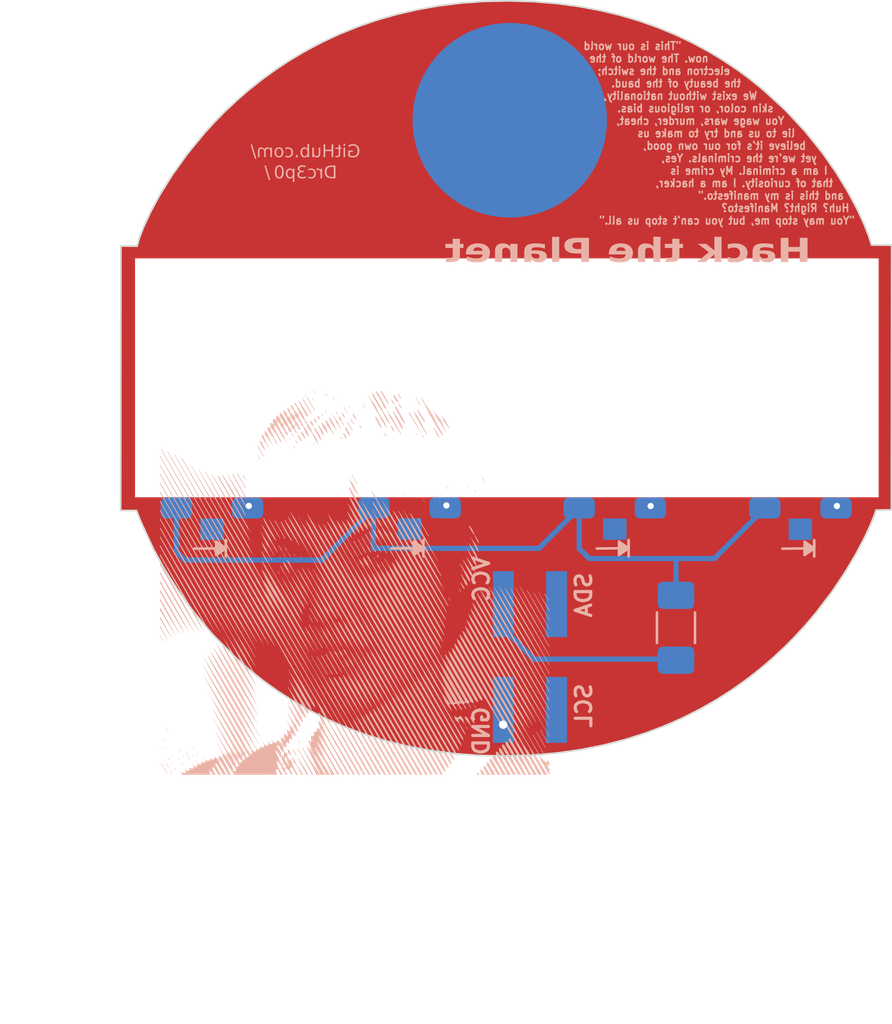
<source format=kicad_pcb>
(kicad_pcb (version 20221018) (generator pcbnew)
  (layers (0 "F.Cu" signal) (31 "B.Cu" signal) (34 "B.Paste" user) (35 "F.Paste" user) (36 "B.SilkS" user "B.Silkscreen") (37 "F.SilkS" user "F.Silkscreen") (38 "B.Mask" user) (39 "F.Mask" user) (44 "Edge.Cuts" user))
  (net 0 "")
  (footprint "Simple_Addon_v2:SAO-side no text 4pin SMD 2.54mm" (layer "F.Cu") (at 103.4466 109.2404)
    (fp_text reference "REF**" hide)
    (fp_text value "SAO 2.54mm spacing" hide)
  )
  (footprint "LED_SMD:LED_Sidemount_SMD_Bivar" (layer "B.Cu") (at 87.0012 102.103)
    (fp_text reference "blue" hide)
    (fp_text value "LED_Sidemount_SMD_Bivar")
  )
  (footprint "LED_SMD:LED_Sidemount_SMD_Bivar" (layer "B.Cu") (at 96.45 102.093)
    (fp_text reference "blue" hide)
    (fp_text value "LED_Sidemount_SMD_Bivar")
  )
  (footprint "LED_SMD:LED_Sidemount_SMD_Bivar" (layer "B.Cu") (at 115.132 102.104913)
    (fp_text reference "blue" hide)
    (fp_text value "LED_Sidemount_SMD_Bivar" hide)
  )
  (footprint "Resistor_SMD:R_1206_3216Metric_Pad1.30x1.75mm_HandSolder" (layer "B.Cu") (at 109.184 107.819 90)
    (fp_text reference "REF**" hide)
    (fp_text value "R_1206_3216Metric_Pad1.30x1.75mm_HandSolder")
  )
  (footprint "LED_SMD:LED_Sidemount_SMD_Bivar" (layer "B.Cu") (at 106.259 102.098913)
    (fp_text reference "blue" hide)
    (fp_text value "LED_Sidemount_SMD_Bivar")
  )
  (gr_poly (pts (xy 102.383181 77.89799) (xy 103.484931 77.987233) (xy 104.540571 78.127363) (xy 105.550864 78.315088) (xy 106.516578 78.547113) (xy 107.438477 78.820148) (xy 108.317327 79.130897) (xy 109.153892 79.476069) (xy 109.948938 79.852371) (xy 110.70323 80.25651) (xy 111.417534 80.685193) (xy 112.092615 81.135126) (xy 112.729238 81.603018) (xy 113.328169 82.085576) (xy 114.416014 83.081515) (xy 115.362272 84.096601) (xy 116.173065 85.10449) (xy 116.854517 86.07884) (xy 117.412749 86.993308) (xy 117.853883 87.82155) (xy 118.184042 88.537224) (xy 118.409348 89.113987) (xy 118.535923 89.525494) (xy 119.49906 89.531765) (xy 119.485565 102.174374) (xy 118.752141 102.185965) (xy 118.659272 102.464652) (xy 118.458294 102.952948) (xy 118.195331 103.51364) (xy 117.813613 104.241203) (xy 117.305315 105.102517) (xy 116.662608 106.064465) (xy 115.877665 107.093926) (xy 115.429408 107.623625) (xy 114.942657 108.157783) (xy 114.416433 108.69226) (xy 113.849757 109.222916) (xy 113.241652 109.745611) (xy 112.591139 110.256206) (xy 111.897238 110.75056) (xy 111.158973 111.224534) (xy 110.375363 111.673988) (xy 109.545432 112.094782) (xy 108.6682 112.482776) (xy 107.742689 112.833831) (xy 106.76792 113.143805) (xy 105.742915 113.408561) (xy 104.666696 113.623957) (xy 103.538284 113.785854) (xy 102.356701 113.890112) (xy 101.120968 113.932591) (xy 99.839736 113.908905) (xy 98.617555 113.819558) (xy 97.453213 113.668905) (xy 96.345498 113.461302) (xy 95.293199 113.201102) (xy 94.295104 112.892662) (xy 93.350003 112.540336) (xy 92.456683 112.148479) (xy 91.613932 111.721447) (xy 90.82054 111.263594) (xy 90.075295 110.779276) (xy 89.376986 110.272848) (xy 88.7244 109.748665) (xy 88.116327 109.211081) (xy 87.028872 108.113134) (xy 86.104929 107.013847) (xy 85.334806 105.948062) (xy 84.70881 104.950618) (xy 84.217251 104.056357) (xy 83.598672 102.716745) (xy 83.401534 102.207951) (xy 83.164768 102.204698) (xy 82.930437 102.203041) (xy 82.643503 102.202396) (xy 82.653557 90.174941) (xy 83.322 90.174941) (xy 83.322 101.587) (xy 118.871125 101.587) (xy 118.871125 90.174941) (xy 83.322 90.174941) (xy 82.653557 90.174941) (xy 82.65406 89.57312) (xy 83.024205 89.575819) (xy 83.289094 89.576736) (xy 83.431379 89.575184) (xy 83.43174 89.57168) (xy 83.432057 89.569002) (xy 83.432342 89.567021) (xy 83.432606 89.565606) (xy 83.432861 89.56463) (xy 83.433119 89.563962) (xy 83.433392 89.563475) (xy 83.433691 89.563038) (xy 83.434028 89.562524) (xy 83.434415 89.561802) (xy 83.434864 89.560744) (xy 83.435386 89.559221) (xy 83.435994 89.557103) (xy 83.436698 89.554262) (xy 83.43751 89.550569) (xy 83.438443 89.545894) (xy 83.542861 89.176712) (xy 83.756769 88.627641) (xy 84.0855 87.926914) (xy 84.534389 87.102764) (xy 85.108767 86.183424) (xy 85.813969 85.197128) (xy 86.655327 84.172109) (xy 87.128731 83.653902) (xy 87.638174 83.136601) (xy 88.184323 82.623736) (xy 88.767844 82.118837) (xy 89.389405 81.625432) (xy 90.04967 81.14705) (xy 90.749308 80.687221) (xy 91.488985 80.249474) (xy 92.269368 79.837339) (xy 93.091122 79.454343) (xy 93.954916 79.104017) (xy 94.861415 78.789889) (xy 95.811286 78.515489) (xy 96.805196 78.284346) (xy 97.843811 78.099989) (xy 98.927798 77.965947) (xy 100.057824 77.88575) (xy 101.234555 77.862926)) (fill solid) (layer "F.Cu"))
  (gr_circle (center 101.239 83.576) (end 105.811 83.576) (stroke (width 0.15)) (fill solid) (layer "B.Cu"))
  (gr_poly (pts (xy 96.86124 102.572688) (xy 96.861948 102.572724) (xy 96.862652 102.572793) (xy 96.863352 102.572895) (xy 96.864045 102.57303) (xy 96.864731 102.573198) (xy 96.865409 102.573398) (xy 96.866076 102.573631) (xy 96.866732 102.573895) (xy 96.867375 102.57419) (xy 96.868005 102.574516) (xy 96.86862 102.574873) (xy 96.869218 102.57526) (xy 96.869799 102.575677) (xy 96.87036 102.576124) (xy 96.870902 102.5766) (xy 96.871422 102.577105) (xy 96.871919 102.577639) (xy 96.872393 102.578201) (xy 96.872841 102.578791) (xy 96.873262 102.579409) (xy 96.873656 102.580054) (xy 97.357963 103.422263) (xy 97.35832 103.422927) (xy 97.35864 103.423601) (xy 97.358922 103.424285) (xy 97.359168 103.424976) (xy 97.359378 103.425674) (xy 97.359552 103.426378) (xy 97.35969 103.427085) (xy 97.359792 103.427795) (xy 97.35986 103.428506) (xy 97.359893 103.429218) (xy 97.359891 103.429928) (xy 97.359856 103.430636) (xy 97.359787 103.431341) (xy 97.359685 103.432041) (xy 97.359549 103.432734) (xy 97.359381 103.43342) (xy 97.359181 103.434097) (xy 97.358949 103.434764) (xy 97.358685 103.43542) (xy 97.35839 103.436064) (xy 97.358063 103.436694) (xy 97.357707 103.437308) (xy 97.357319 103.437906) (xy 97.356902 103.438487) (xy 97.356456 103.439049) (xy 97.355979 103.43959) (xy 97.355474 103.44011) (xy 97.354941 103.440608) (xy 97.354379 103.441081) (xy 97.353789 103.441529) (xy 97.353171 103.441951) (xy 97.352526 103.442345) (xy 97.351176 103.443138) (xy 97.350512 103.443495) (xy 97.349837 103.443815) (xy 97.349153 103.444098) (xy 97.348462 103.444344) (xy 97.347764 103.444553) (xy 97.347061 103.444727) (xy 97.346353 103.444865) (xy 97.345644 103.444968) (xy 97.344932 103.445035) (xy 97.344221 103.445068) (xy 97.34351 103.445067) (xy 97.342802 103.445032) (xy 97.342098 103.444963) (xy 97.341398 103.44486) (xy 97.340705 103.444725) (xy 97.340019 103.444557) (xy 97.339342 103.444357) (xy 97.338674 103.444124) (xy 97.338018 103.443861) (xy 97.337375 103.443565) (xy 97.336745 103.443239) (xy 97.336131 103.442882) (xy 97.335533 103.442495) (xy 97.334952 103.442078) (xy 97.334391 103.441631) (xy 97.333849 103.441155) (xy 97.333329 103.44065) (xy 97.332832 103.440116) (xy 97.332358 103.439554) (xy 97.33191 103.438964) (xy 97.331489 103.438346) (xy 97.331095 103.437701) (xy 96.846788 102.595493) (xy 96.846431 102.594829) (xy 96.846111 102.594154) (xy 96.845828 102.59347) (xy 96.845582 102.592779) (xy 96.845373 102.592081) (xy 96.845199 102.591378) (xy 96.845061 102.590671) (xy 96.844958 102.589961) (xy 96.844891 102.589249) (xy 96.844858 102.588538) (xy 96.844859 102.587827) (xy 96.844894 102.587119) (xy 96.844963 102.586415) (xy 96.845066 102.585715) (xy 96.845201 102.585022) (xy 96.845369 102.584336) (xy 96.845569 102.583658) (xy 96.845801 102.582991) (xy 96.846065 102.582335) (xy 96.846361 102.581692) (xy 96.846687 102.581062) (xy 96.847044 102.580447) (xy 96.847431 102.579849) (xy 96.847848 102.579269) (xy 96.848295 102.578707) (xy 96.848771 102.578165) (xy 96.849276 102.577645) (xy 96.84981 102.577148) (xy 96.850372 102.576674) (xy 96.850962 102.576226) (xy 96.85158 102.575805) (xy 96.852225 102.575411) (xy 96.853574 102.574617) (xy 96.854238 102.57426) (xy 96.854913 102.57394) (xy 96.855596 102.573658) (xy 96.856288 102.573412) (xy 96.856986 102.573202) (xy 96.857689 102.573028) (xy 96.858396 102.57289) (xy 96.859106 102.572788) (xy 96.859818 102.57272) (xy 96.860529 102.572687)) (fill solid) (layer "B.SilkS"))
  (gr_poly (pts (xy 90.083501 97.68329) (xy 90.084193 97.683354) (xy 90.084914 97.683465) (xy 90.085665 97.683625) (xy 90.086445 97.683833) (xy 90.087254 97.684089) (xy 90.088093 97.684393) (xy 90.088961 97.684745) (xy 90.089859 97.685145) (xy 90.090785 97.685594) (xy 90.109328 97.695438) (xy 90.12696 97.705922) (xy 90.143681 97.717044) (xy 90.159491 97.728805) (xy 90.174389 97.741205) (xy 90.188377 97.754244) (xy 90.201453 97.767922) (xy 90.213618 97.782238) (xy 90.224871 97.797192) (xy 90.235213 97.812785) (xy 90.244642 97.829017) (xy 90.25316 97.845887) (xy 90.260766 97.863395) (xy 90.26746 97.881542) (xy 90.273241 97.900327) (xy 90.27811 97.91975) (xy 90.280502 97.929256) (xy 90.2832 97.938296) (xy 90.286186 97.946898) (xy 90.28944 97.955087) (xy 90.292943 97.962892) (xy 90.296676 97.970339) (xy 90.300621 97.977455) (xy 90.304756 97.984267) (xy 90.309065 97.990802) (xy 90.313527 97.997088) (xy 90.322835 98.009019) (xy 90.332528 98.020275) (xy 90.342453 98.031073) (xy 90.362388 98.05216) (xy 90.372091 98.062882) (xy 90.381415 98.07401) (xy 90.390207 98.085762) (xy 90.394355 98.091939) (xy 90.398313 98.098353) (xy 90.402061 98.105031) (xy 90.40558 98.112) (xy 90.408852 98.119287) (xy 90.411857 98.126918) (xy 90.468213 98.30452) (xy 90.476339 98.324755) (xy 90.485558 98.344804) (xy 90.496125 98.364745) (xy 90.508298 98.384652) (xy 90.52233 98.4046) (xy 90.538479 98.424666) (xy 90.556999 98.444925) (xy 90.578147 98.465453) (xy 90.581053 98.468224) (xy 90.583816 98.471075) (xy 90.586436 98.474006) (xy 90.588914 98.477018) (xy 90.59125 98.480109) (xy 90.593443 98.483281) (xy 90.595493 98.486533) (xy 90.597401 98.489866) (xy 90.599165 98.493279) (xy 90.600787 98.496772) (xy 90.602266 98.500346) (xy 90.603602 98.504001) (xy 90.604795 98.507737) (xy 90.605845 98.511553) (xy 90.606752 98.51545) (xy 90.607516 98.519428) (xy 90.625376 98.626981) (xy 90.62579 98.62971) (xy 90.626036 98.632138) (xy 90.626096 98.633239) (xy 90.626114 98.634265) (xy 90.62609 98.635215) (xy 90.626024 98.63609) (xy 90.625916 98.63689) (xy 90.625766 98.637614) (xy 90.625574 98.638263) (xy 90.625341 98.638837) (xy 90.625065 98.639336) (xy 90.624747 98.639759) (xy 90.624388 98.640108) (xy 90.623986 98.64038) (xy 90.623543 98.640578) (xy 90.623058 98.640701) (xy 90.622531 98.640748) (xy 90.621963 98.64072) (xy 90.621352 98.640617) (xy 90.6207 98.640439) (xy 90.620006 98.640185) (xy 90.61927 98.639856) (xy 90.618492 98.639453) (xy 90.617673 98.638974) (xy 90.616812 98.638419) (xy 90.615909 98.63779) (xy 90.613979 98.636306) (xy 90.611882 98.634522) (xy 90.579245 98.605928) (xy 90.56332 98.591401) (xy 90.555612 98.583952) (xy 90.548134 98.57633) (xy 90.54093 98.568499) (xy 90.534046 98.560422) (xy 90.527525 98.552062) (xy 90.521413 98.543383) (xy 90.515755 98.534348) (xy 90.510594 98.524921) (xy 90.505977 98.515065) (xy 90.503886 98.509965) (xy 90.501948 98.504743) (xy 90.495146 98.486268) (xy 90.48803 98.468241) (xy 90.480601 98.450664) (xy 90.472859 98.433537) (xy 90.464803 98.416858) (xy 90.456434 98.400629) (xy 90.447751 98.384849) (xy 90.438755 98.369518) (xy 90.429445 98.354637) (xy 90.419822 98.340205) (xy 90.409886 98.326222) (xy 90.399636 98.312688) (xy 90.389072 98.299604) (xy 90.378195 98.286969) (xy 90.367005 98.274783) (xy 90.355501 98.263047) (xy 90.349249 98.256676) (xy 90.343189 98.250169) (xy 90.337321 98.243527) (xy 90.331644 98.236748) (xy 90.326159 98.229834) (xy 90.320867 98.222783) (xy 90.315766 98.215596) (xy 90.310857 98.208273) (xy 90.30614 98.200814) (xy 90.301616 98.193218) (xy 90.297284 98.185486) (xy 90.293143 98.177617) (xy 90.289196 98.169612) (xy 90.28544 98.161471) (xy 90.281877 98.153193) (xy 90.278507 98.144778) (xy 90.271404 98.127749) (xy 90.263392 98.111446) (xy 90.254549 98.095802) (xy 90.244952 98.080751) (xy 90.234679 98.066228) (xy 90.223806 98.052167) (xy 90.212411 98.038503) (xy 90.200571 98.02517) (xy 90.188363 98.012101) (xy 90.175866 97.999233) (xy 90.15031 97.97383) (xy 90.124522 97.948437) (xy 90.09912 97.922528) (xy 90.096658 97.919848) (xy 90.094336 97.917066) (xy 90.092155 97.914187) (xy 90.090117 97.911218) (xy 90.088226 97.908163) (xy 90.086482 97.905028) (xy 90.084889 97.901819) (xy 90.083448 97.898542) (xy 90.082162 97.895202) (xy 90.081033 97.891805) (xy 90.080064 97.888356) (xy 90.079256 97.884861) (xy 90.078613 97.881327) (xy 90.078135 97.877757) (xy 90.077826 97.874159) (xy 90.077688 97.870537) (xy 90.075704 97.695119) (xy 90.075719 97.694075) (xy 90.075763 97.693079) (xy 90.075837 97.692132) (xy 90.07594 97.691232) (xy 90.076073 97.690381) (xy 90.076235 97.689578) (xy 90.076427 97.688823) (xy 90.076648 97.688116) (xy 90.076899 97.687458) (xy 90.077179 97.686847) (xy 90.077489 97.686285) (xy 90.077828 97.68577) (xy 90.078197 97.685304) (xy 90.078595 97.684886) (xy 90.079022 97.684516) (xy 90.079479 97.684195) (xy 90.079966 97.683921) (xy 90.080481 97.683696) (xy 90.081026 97.683518) (xy 90.081601 97.683389) (xy 90.082205 97.683308) (xy 90.082838 97.683275)) (fill solid) (layer "B.SilkS"))
  (gr_poly (pts (xy 86.783419 109.117126) (xy 86.783793 109.117156) (xy 86.784161 109.117209) (xy 86.784524 109.117284) (xy 86.784881 109.117382) (xy 86.785233 109.117502) (xy 86.785579 109.117645) (xy 86.78592 109.11781) (xy 86.786255 109.117998) (xy 86.786585 109.118208) (xy 86.786909 109.11844) (xy 86.787228 109.118695) (xy 86.787541 109.118973) (xy 86.787849 109.119273) (xy 86.788151 109.119595) (xy 86.788448 109.11994) (xy 86.788739 109.120308) (xy 86.789025 109.120698) (xy 86.789579 109.121546) (xy 86.99108 109.442746) (xy 87.189833 109.766127) (xy 87.5806 110.417889) (xy 87.964893 111.073743) (xy 88.345726 111.730603) (xy 89.151382 113.209755) (xy 89.152047 113.211035) (xy 89.152675 113.212331) (xy 89.153263 113.21364) (xy 89.153813 113.214963) (xy 89.154325 113.216298) (xy 89.154797 113.217645) (xy 89.15523 113.219003) (xy 89.155623 113.220371) (xy 89.155978 113.221749) (xy 89.156292 113.223135) (xy 89.156567 113.224528) (xy 89.156801 113.225929) (xy 89.156995 113.227335) (xy 89.157149 113.228747) (xy 89.157263 113.230163) (xy 89.157335 113.231583) (xy 89.15745 113.232969) (xy 89.157589 113.234358) (xy 89.15775 113.235748) (xy 89.157935 113.23714) (xy 89.158145 113.238531) (xy 89.158379 113.239922) (xy 89.158638 113.24131) (xy 89.158923 113.242696) (xy 88.715216 112.534522) (xy 88.496005 112.17945) (xy 88.388655 112.001064) (xy 88.283416 111.821883) (xy 87.899633 111.153124) (xy 87.520221 110.481537) (xy 87.145177 109.807123) (xy 86.774498 109.12988) (xy 86.774092 109.12905) (xy 86.773919 109.128643) (xy 86.773766 109.128242) (xy 86.773634 109.127845) (xy 86.773522 109.127454) (xy 86.77343 109.127069) (xy 86.773358 109.126689) (xy 86.773307 109.126314) (xy 86.773276 109.125944) (xy 86.773264 109.12558) (xy 86.773273 109.125221) (xy 86.773302 109.124867) (xy 86.773352 109.124519) (xy 86.773421 109.124176) (xy 86.77351 109.123839) (xy 86.77362 109.123506) (xy 86.77375 109.12318) (xy 86.773899 109.122858) (xy 86.774069 109.122542) (xy 86.774259 109.122231) (xy 86.774469 109.121926) (xy 86.774699 109.121625) (xy 86.77495 109.121331) (xy 86.77522 109.121041) (xy 86.77551 109.120757) (xy 86.775821 109.120478) (xy 86.776151 109.120205) (xy 86.776501 109.119937) (xy 86.776872 109.119674) (xy 86.777673 109.119164) (xy 86.777871 109.118966) (xy 86.77807 109.118767) (xy 86.778952 109.118269) (xy 86.779385 109.118053) (xy 86.779813 109.11786) (xy 86.780235 109.117689) (xy 86.780652 109.11754) (xy 86.781063 109.117414) (xy 86.78147 109.11731) (xy 86.78187 109.117228) (xy 86.782266 109.117169) (xy 86.782656 109.117132) (xy 86.78304 109.117118)) (fill solid) (layer "B.SilkS"))
  (gr_poly (pts (xy 87.584916 106.586706) (xy 87.779683 106.925527) (xy 87.977426 107.276077) (xy 88.523828 108.247627) (xy 89.074785 109.216796) (xy 89.075196 109.217529) (xy 89.075535 109.218241) (xy 89.075677 109.218589) (xy 89.075802 109.218932) (xy 89.075909 109.219269) (xy 89.075998 109.219601) (xy 89.07607 109.219927) (xy 89.076123 109.220248) (xy 89.076159 109.220564) (xy 89.076177 109.220874) (xy 89.076177 109.221178) (xy 89.076159 109.221477) (xy 89.076123 109.221771) (xy 89.07607 109.222059) (xy 89.075999 109.222342) (xy 89.07591 109.22262) (xy 89.075803 109.222891) (xy 89.075678 109.223158) (xy 89.075536 109.223419) (xy 89.075376 109.223674) (xy 89.075198 109.223924) (xy 89.075003 109.224168) (xy 89.074789 109.224407) (xy 89.074558 109.22464) (xy 89.07431 109.224868) (xy 89.074043 109.22509) (xy 89.073759 109.225307) (xy 89.073457 109.225518) (xy 89.072801 109.225924) (xy 89.072404 109.225924) (xy 89.071471 109.226471) (xy 89.071015 109.226709) (xy 89.070564 109.226923) (xy 89.07012 109.227112) (xy 89.069682 109.227278) (xy 89.06925 109.22742) (xy 89.068825 109.227538) (xy 89.068405 109.227632) (xy 89.067992 109.227701) (xy 89.067586 109.227747) (xy 89.067185 109.227769) (xy 89.066791 109.227767) (xy 89.066404 109.22774) (xy 89.066022 109.22769) (xy 89.065647 109.227615) (xy 89.065278 109.227517) (xy 89.064915 109.227394) (xy 89.064559 109.227248) (xy 89.064209 109.227077) (xy 89.063865 109.226882) (xy 89.063528 109.226663) (xy 89.063196 109.22642) (xy 89.062871 109.226153) (xy 89.062553 109.225861) (xy 89.06224 109.225546) (xy 89.061934 109.225206) (xy 89.061634 109.224842) (xy 89.061341 109.224454) (xy 89.061053 109.224042) (xy 89.060772 109.223606) (xy 89.060498 109.223145) (xy 88.964213 109.066578) (xy 88.869015 108.908821) (xy 88.774904 108.749873) (xy 88.681879 108.589734) (xy 87.505541 106.587896) (xy 84.577398 101.476147) (xy 84.574788 101.471347) (xy 84.572315 101.466473) (xy 84.569978 101.461524) (xy 84.567778 101.456501) (xy 84.565714 101.451404) (xy 84.563786 101.446232) (xy 84.561992 101.440986) (xy 84.560332 101.435665) (xy 84.558256 101.429168) (xy 84.556089 101.423368) (xy 84.554971 101.42073) (xy 84.553832 101.418266) (xy 84.552669 101.415977) (xy 84.551484 101.413862) (xy 84.550277 101.411921) (xy 84.549047 101.410155) (xy 84.547794 101.408563) (xy 84.546519 101.407146) (xy 84.545221 101.405903) (xy 84.543901 101.404835) (xy 84.542558 101.40394) (xy 84.541193 101.403221) (xy 84.539805 101.402675) (xy 84.538394 101.402304) (xy 84.536961 101.402108) (xy 84.535506 101.402086) (xy 84.534028 101.402238) (xy 84.532527 101.402565) (xy 84.531004 101.403066) (xy 84.529458 101.403742) (xy 84.527889 101.404592) (xy 84.526298 101.405616) (xy 84.524685 101.406815) (xy 84.523049 101.408188) (xy 84.52139 101.409736) (xy 84.519709 101.411458) (xy 84.518005 101.413354) (xy 84.516279 101.415425) (xy 84.516279 101.305887)) (fill solid) (layer "B.SilkS"))
  (gr_poly (pts (xy 89.296636 98.895837) (xy 89.297836 98.895983) (xy 89.299105 98.896209) (xy 89.300442 98.896514) (xy 89.301846 98.896899) (xy 89.303319 98.897364) (xy 89.304861 98.897909) (xy 89.308147 98.899237) (xy 89.312644 98.901251) (xy 89.317012 98.903423) (xy 89.32125 98.905753) (xy 89.325358 98.908241) (xy 89.329337 98.910888) (xy 89.333186 98.913692) (xy 89.336904 98.916655) (xy 89.340493 98.919776) (xy 89.343951 98.923054) (xy 89.347279 98.926491) (xy 89.350477 98.930087) (xy 89.353544 98.93384) (xy 89.35648 98.937751) (xy 89.359286 98.941821) (xy 89.36196 98.946048) (xy 89.364504 98.950434) (xy 89.389497 98.996348) (xy 89.413611 99.042193) (xy 89.436897 99.088084) (xy 89.459407 99.134138) (xy 89.481191 99.18047) (xy 89.5023 99.227199) (xy 89.522787 99.274438) (xy 89.542701 99.322306) (xy 89.544335 99.326426) (xy 89.545665 99.330049) (xy 89.54669 99.333175) (xy 89.547412 99.335805) (xy 89.54783 99.337939) (xy 89.547924 99.338819) (xy 89.547943 99.339576) (xy 89.547886 99.340208) (xy 89.547753 99.340717) (xy 89.547545 99.341101) (xy 89.54726 99.341361) (xy 89.546899 99.341497) (xy 89.546462 99.341509) (xy 89.54595 99.341397) (xy 89.545361 99.341161) (xy 89.544697 99.340801) (xy 89.543957 99.340317) (xy 89.542248 99.338977) (xy 89.540237 99.33714) (xy 89.537922 99.334808) (xy 89.535303 99.33198) (xy 89.532382 99.328656) (xy 89.493912 99.282516) (xy 89.456349 99.234646) (xy 89.438122 99.210092) (xy 89.420377 99.185139) (xy 89.403201 99.159801) (xy 89.386679 99.134088) (xy 89.370897 99.108012) (xy 89.355939 99.081586) (xy 89.341892 99.05482) (xy 89.328841 99.027725) (xy 89.316871 99.000315) (xy 89.306068 98.9726) (xy 89.296517 98.944592) (xy 89.288304 98.916303) (xy 89.287495 98.912839) (xy 89.287194 98.911227) (xy 89.28696 98.909695) (xy 89.286795 98.908243) (xy 89.286699 98.906871) (xy 89.286671 98.905578) (xy 89.286711 98.904366) (xy 89.286819 98.903234) (xy 89.286996 98.902182) (xy 89.28724 98.901209) (xy 89.287554 98.900317) (xy 89.287935 98.899504) (xy 89.288385 98.898771) (xy 89.288903 98.898118) (xy 89.289489 98.897546) (xy 89.290144 98.897053) (xy 89.290867 98.896639) (xy 89.291658 98.896306) (xy 89.292517 98.896053) (xy 89.293444 98.895879) (xy 89.29444 98.895785) (xy 89.295504 98.895771)) (fill solid) (layer "B.SilkS"))
  (gr_poly (pts (xy 86.821652 110.903182) (xy 86.82219 110.903354) (xy 86.822803 110.903668) (xy 86.823489 110.904122) (xy 86.824245 110.90471) (xy 86.825068 110.90543) (xy 86.825957 110.906279) (xy 86.827921 110.908349) (xy 86.830117 110.910893) (xy 86.832523 110.913885) (xy 86.83512 110.917296) (xy 86.837889 110.921102) (xy 86.840809 110.925273) (xy 86.843859 110.929785) (xy 86.847022 110.934609) (xy 86.850275 110.93972) (xy 86.853599 110.945089) (xy 86.856975 110.950691) (xy 86.860381 110.956498) (xy 86.86691 110.968049) (xy 86.872734 110.978963) (xy 86.877747 110.988992) (xy 86.881842 110.997892) (xy 86.884915 111.005415) (xy 86.886034 111.008583) (xy 86.886858 111.011315) (xy 86.887373 111.013579) (xy 86.887566 111.015345) (xy 86.887423 111.016581) (xy 86.887222 111.016992) (xy 86.886932 111.017258) (xy 86.886553 111.01738) (xy 86.886093 111.017353) (xy 86.885555 111.017181) (xy 86.884942 111.016866) (xy 86.884257 111.016413) (xy 86.883501 111.015825) (xy 86.882677 111.015105) (xy 86.881788 111.014256) (xy 86.879824 111.012186) (xy 86.877629 111.009642) (xy 86.875222 111.006651) (xy 86.872625 111.003239) (xy 86.869856 110.999435) (xy 86.866937 110.995263) (xy 86.863886 110.990752) (xy 86.860724 110.985928) (xy 86.85747 110.980817) (xy 86.854146 110.975448) (xy 86.850771 110.969846) (xy 86.847364 110.964039) (xy 86.840835 110.952488) (xy 86.835011 110.941574) (xy 86.829998 110.931544) (xy 86.825903 110.922644) (xy 86.822831 110.915121) (xy 86.821711 110.911953) (xy 86.820887 110.909221) (xy 86.820372 110.906957) (xy 86.82018 110.905191) (xy 86.820322 110.903954) (xy 86.820523 110.903543) (xy 86.820813 110.903276) (xy 86.821193 110.903155)) (fill solid) (layer "B.SilkS"))
  (gr_poly (pts (xy 84.881857 99.392163) (xy 84.882245 99.392204) (xy 84.882626 99.392268) (xy 84.883001 99.392354) (xy 84.88337 99.392465) (xy 84.883733 99.392598) (xy 84.884089 99.392755) (xy 84.884439 99.392935) (xy 84.884783 99.393138) (xy 84.885121 99.393365) (xy 84.885452 99.393615) (xy 84.885777 99.393889) (xy 84.886096 99.394185) (xy 84.886408 99.394506) (xy 84.886714 99.394849) (xy 84.887014 99.395216) (xy 84.887308 99.395607) (xy 84.887595 99.396021) (xy 84.888151 99.396919) (xy 89.499838 107.321321) (xy 90.353119 108.827461) (xy 90.557609 109.179986) (xy 90.749597 109.515246) (xy 91.028532 109.995341) (xy 91.312416 110.472906) (xy 91.595183 110.951363) (xy 91.734253 111.191997) (xy 91.870769 111.434137) (xy 91.881611 111.454532) (xy 91.891724 111.475236) (xy 91.901106 111.49625) (xy 91.909757 111.517575) (xy 91.917677 111.53921) (xy 91.924866 111.561156) (xy 91.931323 111.583414) (xy 91.937047 111.605984) (xy 91.937739 111.609087) (xy 91.938223 111.611849) (xy 91.938387 111.613103) (xy 91.938498 111.61427) (xy 91.938558 111.615353) (xy 91.938566 111.61635) (xy 91.938521 111.617262) (xy 91.938425 111.618089) (xy 91.938277 111.61883) (xy 91.938076 111.619486) (xy 91.937824 111.620057) (xy 91.937519 111.620543) (xy 91.937163 111.620943) (xy 91.936755 111.621258) (xy 91.936294 111.621488) (xy 91.935782 111.621633) (xy 91.935218 111.621692) (xy 91.934601 111.621666) (xy 91.933933 111.621555) (xy 91.933213 111.621359) (xy 91.932441 111.621078) (xy 91.931617 111.620712) (xy 91.930741 111.62026) (xy 91.929813 111.619723) (xy 91.928834 111.619101) (xy 91.927802 111.618394) (xy 91.925583 111.616724) (xy 91.923157 111.614714) (xy 91.913956 111.606512) (xy 91.905003 111.598275) (xy 91.896298 111.590003) (xy 91.88784 111.581698) (xy 91.87963 111.573358) (xy 91.871668 111.564984) (xy 91.863953 111.556576) (xy 91.856487 111.548134) (xy 91.849268 111.539658) (xy 91.842297 111.531148) (xy 91.835574 111.522604) (xy 91.829099 111.514027) (xy 91.822872 111.505415) (xy 91.816894 111.49677) (xy 91.811163 111.488092) (xy 91.805681 111.47938) (xy 91.647012 111.21508) (xy 91.492399 110.949701) (xy 91.341729 110.682461) (xy 91.194891 110.41258) (xy 91.074764 110.190178) (xy 90.956077 109.975819) (xy 90.838826 109.769498) (xy 90.723007 109.571206) (xy 90.64617 109.43946) (xy 90.570427 109.305957) (xy 90.42034 109.03602) (xy 90.268988 108.766083) (xy 90.191663 108.63258) (xy 90.112613 108.500834) (xy 89.874272 108.109683) (xy 89.660086 107.753414) (xy 89.470055 107.432022) (xy 89.304179 107.145505) (xy 84.865529 99.401284) (xy 84.865482 99.401236) (xy 84.86544 99.401187) (xy 84.865401 99.401138) (xy 84.865365 99.401089) (xy 84.865334 99.40104) (xy 84.865306 99.40099) (xy 84.865282 99.400941) (xy 84.865262 99.400891) (xy 84.865245 99.400841) (xy 84.865233 99.400791) (xy 84.865224 99.400741) (xy 84.865219 99.400691) (xy 84.865217 99.400641) (xy 84.86522 99.400591) (xy 84.865226 99.400541) (xy 84.865236 99.40049) (xy 84.86525 99.40044) (xy 84.865268 99.40039) (xy 84.86529 99.40034) (xy 84.865315 99.40029) (xy 84.865345 99.40024) (xy 84.865378 99.40019) (xy 84.865415 99.40014) (xy 84.865456 99.40009) (xy 84.865501 99.40004) (xy 84.86555 99.399991) (xy 84.865603 99.399941) (xy 84.86566 99.399892) (xy 84.86572 99.399843) (xy 84.865785 99.399794) (xy 84.865853 99.399745) (xy 84.865926 99.399697) (xy 84.876245 99.393744) (xy 84.877177 99.393246) (xy 84.877634 99.393032) (xy 84.878084 99.392841) (xy 84.878529 99.392674) (xy 84.878967 99.392529) (xy 84.879398 99.392407) (xy 84.879824 99.392309) (xy 84.880243 99.392233) (xy 84.880656 99.392181) (xy 84.881063 99.392152) (xy 84.881463 99.392146)) (fill solid) (layer "B.SilkS"))
  (gr_poly (pts (xy 102.382255 106.139557) (xy 102.382603 106.139592) (xy 102.382946 106.139648) (xy 102.383284 106.139725) (xy 102.383616 106.139823) (xy 102.383943 106.139942) (xy 102.384264 106.140081) (xy 102.38458 106.140242) (xy 102.384891 106.140423) (xy 102.385197 106.140626) (xy 102.385497 106.140849) (xy 102.385791 106.141093) (xy 102.386081 106.141358) (xy 102.386365 106.141643) (xy 102.386643 106.14195) (xy 102.386917 106.142277) (xy 102.387185 106.142625) (xy 102.387447 106.142994) (xy 102.387956 106.143793) (xy 102.570971 106.451667) (xy 102.751697 106.760928) (xy 102.930139 107.071582) (xy 103.1063 107.38363) (xy 103.10678 107.384438) (xy 103.107277 107.385173) (xy 103.10779 107.385835) (xy 103.108318 107.386425) (xy 103.108863 107.386941) (xy 103.109424 107.387384) (xy 103.110001 107.387754) (xy 103.110595 107.388051) (xy 103.111204 107.388275) (xy 103.11183 107.388427) (xy 103.112472 107.388505) (xy 103.11313 107.388511) (xy 103.113804 107.388443) (xy 103.114494 107.388303) (xy 103.115201 107.388089) (xy 103.115924 107.387803) (xy 103.116663 107.387444) (xy 103.117419 107.387012) (xy 103.118191 107.386507) (xy 103.118979 107.385929) (xy 103.119784 107.385278) (xy 103.120604 107.384554) (xy 103.121442 107.383758) (xy 103.122295 107.382888) (xy 103.123165 107.381946) (xy 103.124052 107.380931) (xy 103.124955 107.379843) (xy 103.125874 107.378683) (xy 103.12681 107.377449) (xy 103.127762 107.376143) (xy 103.12873 107.374764) (xy 103.129716 107.373312) (xy 103.129716 107.463799) (xy 102.748914 106.809452) (xy 102.374066 106.152128) (xy 102.373609 106.151247) (xy 102.373238 106.150392) (xy 102.373084 106.149973) (xy 102.37295 106.149561) (xy 102.372838 106.149156) (xy 102.372747 106.148756) (xy 102.372678 106.148363) (xy 102.372629 106.147975) (xy 102.372601 106.147594) (xy 102.372594 106.14722) (xy 102.372608 106.146851) (xy 102.372643 106.146489) (xy 102.372699 106.146132) (xy 102.372776 106.145782) (xy 102.372874 106.145439) (xy 102.372993 106.145101) (xy 102.373133 106.144769) (xy 102.373293 106.144444) (xy 102.373475 106.144125) (xy 102.373677 106.143811) (xy 102.3739 106.143504) (xy 102.374144 106.143204) (xy 102.374409 106.142909) (xy 102.374695 106.14262) (xy 102.375001 106.142337) (xy 102.375328 106.142061) (xy 102.375676 106.14179) (xy 102.376045 106.141526) (xy 102.376844 106.141016) (xy 102.377241 106.141016) (xy 102.378072 106.140559) (xy 102.378479 106.140363) (xy 102.37888 106.140187) (xy 102.379277 106.140033) (xy 102.379668 106.1399) (xy 102.380053 106.139788) (xy 102.380434 106.139697) (xy 102.380809 106.139627) (xy 102.381178 106.139578) (xy 102.381543 106.13955) (xy 102.381902 106.139543)) (fill solid) (layer "B.SilkS"))
  (gr_poly (pts (xy 95.09339 96.510527) (xy 95.094416 96.510621) (xy 95.095436 96.510765) (xy 95.096447 96.510956) (xy 95.097447 96.511196) (xy 95.098435 96.511483) (xy 95.099408 96.511816) (xy 95.100366 96.512196) (xy 95.101305 96.512622) (xy 95.102225 96.513093) (xy 95.103123 96.513609) (xy 95.103997 96.514169) (xy 95.104846 96.514773) (xy 95.105667 96.515421) (xy 95.10646 96.516111) (xy 95.107221 96.516843) (xy 95.10795 96.517618) (xy 95.108644 96.518433) (xy 95.109301 96.51929) (xy 95.109921 96.520186) (xy 95.110499 96.521123) (xy 95.429944 97.069961) (xy 95.430471 97.070926) (xy 95.430944 97.071905) (xy 95.431363 97.072899) (xy 95.431728 97.073904) (xy 95.43204 97.074919) (xy 95.4323 97.075941) (xy 95.432507 97.07697) (xy 95.432664 97.078003) (xy 95.432769 97.079039) (xy 95.432823 97.080075) (xy 95.432827 97.08111) (xy 95.432782 97.082141) (xy 95.432687 97.083168) (xy 95.432543 97.084187) (xy 95.432352 97.085198) (xy 95.432112 97.086198) (xy 95.431825 97.087186) (xy 95.431492 97.08816) (xy 95.431112 97.089117) (xy 95.430686 97.090056) (xy 95.430214 97.090976) (xy 95.429698 97.091874) (xy 95.429137 97.092748) (xy 95.428532 97.093597) (xy 95.427884 97.094418) (xy 95.427192 97.095211) (xy 95.426458 97.095972) (xy 95.425682 97.096701) (xy 95.424864 97.097395) (xy 95.424005 97.098053) (xy 95.423105 97.098672) (xy 95.422165 97.09925) (xy 95.421491 97.099647) (xy 95.420527 97.100178) (xy 95.419547 97.100654) (xy 95.418553 97.101075) (xy 95.417548 97.101442) (xy 95.416533 97.101756) (xy 95.41551 97.102018) (xy 95.414481 97.102227) (xy 95.413448 97.102384) (xy 95.412413 97.10249) (xy 95.411377 97.102545) (xy 95.410342 97.102549) (xy 95.409311 97.102504) (xy 95.408284 97.10241) (xy 95.407264 97.102266) (xy 95.406254 97.102075) (xy 95.405253 97.101835) (xy 95.404266 97.101548) (xy 95.403292 97.101215) (xy 95.402335 97.100835) (xy 95.401395 97.100409) (xy 95.400476 97.099938) (xy 95.399578 97.099422) (xy 95.398704 97.098862) (xy 95.397855 97.098258) (xy 95.397033 97.09761) (xy 95.396241 97.09692) (xy 95.395479 97.096188) (xy 95.394751 97.095413) (xy 95.394057 97.094598) (xy 95.393399 97.093741) (xy 95.39278 97.092845) (xy 95.392201 97.091908) (xy 95.072757 96.54307) (xy 95.07223 96.542105) (xy 95.071757 96.541125) (xy 95.071338 96.540132) (xy 95.070973 96.539127) (xy 95.070661 96.538112) (xy 95.070401 96.53709) (xy 95.070194 96.536061) (xy 95.070038 96.535028) (xy 95.069933 96.533992) (xy 95.069878 96.532956) (xy 95.069874 96.531921) (xy 95.06992 96.53089) (xy 95.070014 96.529863) (xy 95.070158 96.528844) (xy 95.070349 96.527833) (xy 95.070589 96.526833) (xy 95.070876 96.525845) (xy 95.071209 96.524871) (xy 95.071589 96.523914) (xy 95.072015 96.522975) (xy 95.072487 96.522055) (xy 95.073003 96.521157) (xy 95.073564 96.520283) (xy 95.074169 96.519434) (xy 95.074817 96.518613) (xy 95.075509 96.51782) (xy 95.076243 96.517059) (xy 95.077019 96.51633) (xy 95.077837 96.515636) (xy 95.078696 96.514978) (xy 95.079595 96.514359) (xy 95.080535 96.51378) (xy 95.08121 96.513384) (xy 95.082175 96.512853) (xy 95.083155 96.512377) (xy 95.084148 96.511956) (xy 95.085153 96.511589) (xy 95.086168 96.511274) (xy 95.087191 96.511013) (xy 95.088219 96.510804) (xy 95.089252 96.510647) (xy 95.090288 96.510541) (xy 95.091324 96.510486) (xy 95.092358 96.510482)) (fill solid) (layer "B.SilkS"))
  (gr_poly (pts (xy 85.622375 104.918531) (xy 86.722904 106.827608) (xy 86.901625 107.140899) (xy 87.076619 107.451704) (xy 87.247891 107.760024) (xy 87.415451 108.065858) (xy 87.428888 108.090833) (xy 87.438244 108.108817) (xy 87.441392 108.115186) (xy 87.44352 108.119807) (xy 87.444628 108.122679) (xy 87.444799 108.123459) (xy 87.444715 108.123803) (xy 87.444377 108.123709) (xy 87.443783 108.123178) (xy 87.441831 108.120804) (xy 87.438859 108.116681) (xy 87.434867 108.110809) (xy 87.423825 108.093817) (xy 87.408704 108.069827) (xy 87.111784 107.587721) (xy 86.815564 107.096287) (xy 86.520044 106.59553) (xy 86.225223 106.085452) (xy 84.609941 103.252559) (xy 84.607071 103.247281) (xy 84.603817 103.240973) (xy 84.600178 103.233636) (xy 84.596155 103.225269) (xy 84.591747 103.215873) (xy 84.586953 103.205449) (xy 84.576207 103.181518) (xy 84.572345 103.173213) (xy 84.5685 103.165562) (xy 84.564669 103.158565) (xy 84.560855 103.152222) (xy 84.557056 103.146533) (xy 84.553272 103.141499) (xy 84.549505 103.137118) (xy 84.545752 103.133392) (xy 84.542015 103.130321) (xy 84.540152 103.12903) (xy 84.538293 103.127904) (xy 84.536438 103.12694) (xy 84.534586 103.126141) (xy 84.532738 103.125505) (xy 84.530895 103.125033) (xy 84.529054 103.124724) (xy 84.527218 103.124579) (xy 84.525386 103.124598) (xy 84.523557 103.12478) (xy 84.521732 103.125126) (xy 84.51991 103.125636) (xy 84.518093 103.126309) (xy 84.516279 103.127146) (xy 84.516279 103.016419)) (fill solid) (layer "B.SilkS"))
  (gr_poly (pts (xy 89.780585 98.025887) (xy 89.780952 98.025931) (xy 89.781337 98.025998) (xy 89.781738 98.026089) (xy 89.782157 98.026205) (xy 89.782592 98.026344) (xy 89.783044 98.026507) (xy 89.783514 98.026695) (xy 89.784 98.026906) (xy 89.924097 98.088025) (xy 89.925404 98.088647) (xy 89.926646 98.089321) (xy 89.927823 98.090049) (xy 89.928934 98.09083) (xy 89.929981 98.091663) (xy 89.930962 98.092549) (xy 89.931878 98.093488) (xy 89.93273 98.094479) (xy 89.933516 98.095523) (xy 89.934236 98.096619) (xy 89.934892 98.097768) (xy 89.935483 98.098969) (xy 89.936008 98.100223) (xy 89.936469 98.101529) (xy 89.936864 98.102887) (xy 89.937194 98.104297) (xy 89.942427 98.128012) (xy 89.948007 98.151147) (xy 89.953934 98.1737) (xy 89.960208 98.195672) (xy 89.96683 98.217061) (xy 89.973801 98.237868) (xy 89.98112 98.258091) (xy 89.988788 98.277731) (xy 90.021201 98.355682) (xy 90.054147 98.430793) (xy 90.087625 98.503066) (xy 90.121637 98.5725) (xy 90.156183 98.639095) (xy 90.191263 98.702851) (xy 90.226878 98.763768) (xy 90.263029 98.821847) (xy 90.268985 98.831688) (xy 90.274406 98.841697) (xy 90.279369 98.851847) (xy 90.283951 98.862111) (xy 90.288232 98.87246) (xy 90.292287 98.882868) (xy 90.300037 98.903752) (xy 90.307824 98.924542) (xy 90.311927 98.934834) (xy 90.316272 98.945021) (xy 90.320938 98.955075) (xy 90.326003 98.964969) (xy 90.331545 98.974676) (xy 90.337641 98.984169) (xy 90.341084 98.989326) (xy 90.343972 98.993889) (xy 90.346304 98.997857) (xy 90.348082 99.00123) (xy 90.348762 99.002694) (xy 90.349304 99.004009) (xy 90.349707 99.005175) (xy 90.349972 99.006193) (xy 90.350097 99.007061) (xy 90.350084 99.007781) (xy 90.349932 99.008352) (xy 90.349642 99.008775) (xy 90.349212 99.009048) (xy 90.348644 99.009173) (xy 90.347937 99.009149) (xy 90.347092 99.008976) (xy 90.346108 99.008654) (xy 90.344985 99.008183) (xy 90.343724 99.007563) (xy 90.342324 99.006794) (xy 90.339107 99.00481) (xy 90.335337 99.00223) (xy 90.331012 98.999053) (xy 90.326132 98.995281) (xy 90.325783 98.995016) (xy 90.32543 98.994719) (xy 90.324709 98.994031) (xy 90.323968 98.993216) (xy 90.323209 98.992274) (xy 90.32243 98.991206) (xy 90.321632 98.99001) (xy 90.320815 98.988688) (xy 90.31998 98.987239) (xy 90.319126 98.985663) (xy 90.318254 98.98396) (xy 90.317363 98.98213) (xy 90.316454 98.980173) (xy 90.315527 98.978089) (xy 90.314582 98.975877) (xy 90.313619 98.973538) (xy 90.312638 98.971072) (xy 90.311977 98.969447) (xy 90.311289 98.967848) (xy 90.310574 98.966273) (xy 90.309831 98.964723) (xy 90.309061 98.963199) (xy 90.308264 98.961699) (xy 90.307439 98.960224) (xy 90.306586 98.958773) (xy 90.305705 98.957348) (xy 90.304796 98.955946) (xy 90.303859 98.95457) (xy 90.302894 98.953218) (xy 90.3019 98.95189) (xy 90.300878 98.950587) (xy 90.299827 98.949308) (xy 90.298747 98.948053) (xy 90.279089 98.924805) (xy 90.260893 98.900558) (xy 90.243941 98.875464) (xy 90.228011 98.849677) (xy 90.212883 98.823351) (xy 90.198337 98.796639) (xy 90.17011 98.74267) (xy 90.141567 98.688999) (xy 90.126626 98.662659) (xy 90.110945 98.636853) (xy 90.094303 98.611736) (xy 90.076481 98.587461) (xy 90.057258 98.564181) (xy 90.036413 98.54205) (xy 90.030906 98.536498) (xy 90.025502 98.530856) (xy 90.020201 98.525124) (xy 90.015003 98.519302) (xy 90.009908 98.51339) (xy 90.004915 98.507388) (xy 90.000025 98.501296) (xy 89.995237 98.495114) (xy 89.990552 98.488843) (xy 89.985969 98.482482) (xy 89.981488 98.476031) (xy 89.977109 98.46949) (xy 89.972831 98.462861) (xy 89.968656 98.456141) (xy 89.964582 98.449332) (xy 89.960609 98.442434) (xy 89.952831 98.429234) (xy 89.944832 98.416398) (xy 89.936627 98.403893) (xy 89.928227 98.391684) (xy 89.919646 98.379734) (xy 89.910897 98.368011) (xy 89.892943 98.345101) (xy 89.874468 98.322674) (xy 89.855574 98.300452) (xy 89.816941 98.255506) (xy 89.815516 98.253785) (xy 89.814157 98.252015) (xy 89.812867 98.250199) (xy 89.811645 98.24834) (xy 89.810492 98.246439) (xy 89.80941 98.244497) (xy 89.808399 98.242519) (xy 89.807461 98.240504) (xy 89.806595 98.238456) (xy 89.805803 98.236377) (xy 89.805086 98.234268) (xy 89.804445 98.232133) (xy 89.80388 98.229972) (xy 89.803393 98.227788) (xy 89.802984 98.225583) (xy 89.802653 98.223359) (xy 89.776857 98.032065) (xy 89.776817 98.031531) (xy 89.776794 98.03102) (xy 89.776788 98.030533) (xy 89.776799 98.030071) (xy 89.776827 98.029633) (xy 89.776872 98.029219) (xy 89.776934 98.028829) (xy 89.777013 98.028463) (xy 89.777109 98.028122) (xy 89.777222 98.027804) (xy 89.777352 98.027511) (xy 89.777499 98.027241) (xy 89.777663 98.026996) (xy 89.777843 98.026775) (xy 89.778041 98.026578) (xy 89.778256 98.026405) (xy 89.778488 98.026256) (xy 89.778736 98.026131) (xy 89.779002 98.026031) (xy 89.779285 98.025954) (xy 89.779584 98.025901) (xy 89.779901 98.025872) (xy 89.780234 98.025868)) (fill solid) (layer "B.SilkS"))
  (gr_poly (pts (xy 86.583483 113.918862) (xy 86.584036 113.919028) (xy 86.584664 113.919337) (xy 86.585363 113.919785) (xy 86.586131 113.920368) (xy 86.586967 113.921084) (xy 86.587866 113.921929) (xy 86.589847 113.923992) (xy 86.592056 113.926532) (xy 86.594472 113.92952) (xy 86.597075 113.932931) (xy 86.599845 113.936737) (xy 86.602763 113.940911) (xy 86.605809 113.945427) (xy 86.608962 113.950258) (xy 86.612204 113.955377) (xy 86.615513 113.960756) (xy 86.618871 113.96637) (xy 86.622256 113.972192) (xy 86.628707 113.983787) (xy 86.634447 113.994744) (xy 86.639371 114.004818) (xy 86.643375 114.013759) (xy 86.646354 114.021322) (xy 86.647426 114.02451) (xy 86.648203 114.02726) (xy 86.648671 114.029542) (xy 86.648817 114.031325) (xy 86.648629 114.032578) (xy 86.648405 114.032997) (xy 86.648093 114.033271) (xy 86.647695 114.0334) (xy 86.647219 114.03338) (xy 86.646665 114.033213) (xy 86.646038 114.032905) (xy 86.645339 114.032457) (xy 86.64457 114.031874) (xy 86.643735 114.031158) (xy 86.642836 114.030313) (xy 86.640854 114.028249) (xy 86.638646 114.02571) (xy 86.63623 114.022721) (xy 86.633627 114.019311) (xy 86.630856 114.015505) (xy 86.627938 114.01133) (xy 86.624893 114.006814) (xy 86.621739 114.001984) (xy 86.618498 113.996865) (xy 86.615188 113.991485) (xy 86.611831 113.985871) (xy 86.608445 113.98005) (xy 86.601994 113.968455) (xy 86.596254 113.957497) (xy 86.59133 113.947424) (xy 86.587326 113.938482) (xy 86.584348 113.930919) (xy 86.583276 113.927732) (xy 86.582499 113.924982) (xy 86.582031 113.9227) (xy 86.581884 113.920917) (xy 86.582072 113.919663) (xy 86.582296 113.919245) (xy 86.582608 113.918971) (xy 86.583006 113.918842)) (fill solid) (layer "B.SilkS"))
  (gr_poly (pts (xy 85.863468 107.967915) (xy 85.865987 107.969266) (xy 85.868451 107.970692) (xy 85.870857 107.972192) (xy 85.873207 107.973767) (xy 85.875501 107.975416) (xy 85.877738 107.97714) (xy 85.879919 107.978939) (xy 85.882042 107.980812) (xy 85.88411 107.982759) (xy 85.886121 107.984781) (xy 85.888075 107.986878) (xy 85.891813 107.991294) (xy 85.895325 107.996008) (xy 85.898611 108.00102) (xy 85.90167 108.006329) (xy 85.904502 108.011936) (xy 85.907108 108.01784) (xy 85.909487 108.024042) (xy 85.911639 108.03054) (xy 85.913565 108.037335) (xy 85.915263 108.044428) (xy 85.916288 108.045379) (xy 85.917278 108.046342) (xy 85.918234 108.047317) (xy 85.919156 108.048305) (xy 85.920043 108.049304) (xy 85.920897 108.050315) (xy 85.921716 108.051339) (xy 85.922501 108.052375) (xy 85.923253 108.053423) (xy 85.92397 108.054483) (xy 85.924654 108.055555) (xy 85.925304 108.056639) (xy 85.92592 108.057735) (xy 85.926502 108.058843) (xy 85.927051 108.059964) (xy 85.927567 108.061096) (xy 85.929682 108.065663) (xy 85.931458 108.069644) (xy 85.932897 108.073041) (xy 85.933996 108.075851) (xy 85.934758 108.078077) (xy 85.935181 108.079716) (xy 85.935266 108.080316) (xy 85.935266 108.08077) (xy 85.935182 108.081077) (xy 85.935013 108.081238) (xy 85.934759 108.081252) (xy 85.934421 108.08112) (xy 85.933999 108.080841) (xy 85.933492 108.080415) (xy 85.932225 108.079125) (xy 85.930619 108.077248) (xy 85.928676 108.074785) (xy 85.926395 108.071735) (xy 85.923776 108.068098) (xy 85.92082 108.063875) (xy 85.912852 108.052028) (xy 85.905021 108.040092) (xy 85.897327 108.028069) (xy 85.889769 108.015957) (xy 85.882347 108.003757) (xy 85.87506 107.991471) (xy 85.867909 107.979098) (xy 85.860891 107.966639)) (fill solid) (layer "B.SilkS"))
  (gr_poly (pts (xy 84.813935 106.508042) (xy 85.106829 107.020182) (xy 85.39496 107.534956) (xy 85.678329 108.052364) (xy 85.678518 108.052686) (xy 85.678689 108.053004) (xy 85.678844 108.053318) (xy 85.678982 108.053628) (xy 85.679103 108.053934) (xy 85.679207 108.054236) (xy 85.679293 108.054534) (xy 85.679363 108.054828) (xy 85.679416 108.055118) (xy 85.679452 108.055404) (xy 85.679471 108.055686) (xy 85.679473 108.055965) (xy 85.679458 108.056239) (xy 85.679426 108.056509) (xy 85.679377 108.056776) (xy 85.679311 108.057038) (xy 85.679228 108.057297) (xy 85.679128 108.057551) (xy 85.679012 108.057802) (xy 85.678878 108.058048) (xy 85.678727 108.058291) (xy 85.678559 108.05853) (xy 85.678374 108.058765) (xy 85.678173 108.058995) (xy 85.677954 108.059222) (xy 85.677718 108.059445) (xy 85.677466 108.059664) (xy 85.677196 108.059879) (xy 85.676909 108.06009) (xy 85.676606 108.060298) (xy 85.675948 108.0607) (xy 85.67531 108.061062) (xy 85.674998 108.061219) (xy 85.674692 108.06136) (xy 85.67439 108.061485) (xy 85.674093 108.061593) (xy 85.673801 108.061686) (xy 85.673513 108.061762) (xy 85.67323 108.061823) (xy 85.672952 108.061867) (xy 85.672679 108.061894) (xy 85.672411 108.061906) (xy 85.672147 108.061902) (xy 85.671888 108.061881) (xy 85.671633 108.061844) (xy 85.671384 108.06179) (xy 85.671139 108.061721) (xy 85.670898 108.061635) (xy 85.670662 108.061533) (xy 85.670431 108.061414) (xy 85.670204 108.06128) (xy 85.669982 108.061128) (xy 85.669765 108.060961) (xy 85.669552 108.060777) (xy 85.669343 108.060577) (xy 85.669139 108.06036) (xy 85.66894 108.060127) (xy 85.668745 108.059877) (xy 85.668555 108.059611) (xy 85.668369 108.059329) (xy 85.66801 108.058715) (xy 85.376784 107.58609) (xy 85.09205 107.109588) (xy 84.813813 106.629217) (xy 84.542076 106.144983) (xy 84.5417 106.144306) (xy 84.541316 106.143667) (xy 84.540925 106.143064) (xy 84.540526 106.1425) (xy 84.540119 106.141972) (xy 84.539705 106.141482) (xy 84.539283 106.141029) (xy 84.538853 106.140614) (xy 84.538416 106.140236) (xy 84.53797 106.139895) (xy 84.537517 106.139592) (xy 84.537056 106.139326) (xy 84.536588 106.139097) (xy 84.536112 106.138905) (xy 84.535627 106.138751) (xy 84.535136 106.138634) (xy 84.534636 106.138554) (xy 84.534128 106.138511) (xy 84.533613 106.138505) (xy 84.53309 106.138537) (xy 84.532559 106.138605) (xy 84.53202 106.138711) (xy 84.531474 106.138854) (xy 84.530919 106.139034) (xy 84.530357 106.139251) (xy 84.529787 106.139506) (xy 84.529209 106.139797) (xy 84.528623 106.140125) (xy 84.528029 106.140491) (xy 84.527428 106.140893) (xy 84.526818 106.141332) (xy 84.526201 106.141809) (xy 84.516279 106.149746) (xy 84.516279 105.998537)) (fill solid) (layer "B.SilkS"))
  (gr_poly (pts (xy 100.586423 113.725759) (xy 100.587205 113.725844) (xy 100.588015 113.725973) (xy 100.588853 113.726146) (xy 100.58972 113.726363) (xy 100.590616 113.726625) (xy 100.591541 113.726931) (xy 100.592494 113.727281) (xy 100.604922 113.732527) (xy 100.6168 113.73795) (xy 100.628128 113.74355) (xy 100.638907 113.749328) (xy 100.649137 113.755283) (xy 100.658818 113.761416) (xy 100.66795 113.767725) (xy 100.676532 113.774211) (xy 100.684566 113.780874) (xy 100.692051 113.787713) (xy 100.698988 113.794729) (xy 100.705376 113.801921) (xy 100.711216 113.80929) (xy 100.716508 113.816835) (xy 100.721251 113.824556) (xy 100.725447 113.832452) (xy 100.789958 113.96202) (xy 100.856095 114.090572) (xy 100.923857 114.218106) (xy 100.993244 114.344624) (xy 101.064254 114.470125) (xy 101.136888 114.594607) (xy 101.211145 114.71807) (xy 101.287026 114.840514) (xy 101.140181 114.840514) (xy 101.078458 114.722477) (xy 101.015122 114.605507) (xy 100.950171 114.489606) (xy 100.883607 114.374772) (xy 100.81543 114.261006) (xy 100.74564 114.148308) (xy 100.674239 114.036677) (xy 100.601226 113.926114) (xy 100.597549 113.920029) (xy 100.594154 113.913187) (xy 100.591042 113.905589) (xy 100.58821 113.897234) (xy 100.585661 113.888124) (xy 100.583394 113.878257) (xy 100.581408 113.867634) (xy 100.579705 113.856255) (xy 100.578283 113.844119) (xy 100.577143 113.831228) (xy 100.576285 113.81758) (xy 100.575708 113.803175) (xy 100.575414 113.788015) (xy 100.575401 113.772098) (xy 100.575671 113.755425) (xy 100.576222 113.737996) (xy 100.576284 113.736977) (xy 100.576376 113.736001) (xy 100.576497 113.73507) (xy 100.576646 113.734183) (xy 100.576824 113.73334) (xy 100.577031 113.732541) (xy 100.577266 113.731786) (xy 100.577531 113.731076) (xy 100.577824 113.730409) (xy 100.578146 113.729787) (xy 100.578497 113.72921) (xy 100.578876 113.728676) (xy 100.579285 113.728186) (xy 100.579721 113.727741) (xy 100.580187 113.72734) (xy 100.580682 113.726983) (xy 100.581205 113.72667) (xy 100.581757 113.726401) (xy 100.582337 113.726177) (xy 100.582947 113.725997) (xy 100.583585 113.725861) (xy 100.584251 113.725769) (xy 100.584947 113.725721) (xy 100.585671 113.725718)) (fill solid) (layer "B.SilkS"))
  (gr_poly (pts (xy 95.564777 96.891896) (xy 95.566066 96.892414) (xy 95.567553 96.893302) (xy 95.569233 96.894549) (xy 95.571097 96.896148) (xy 95.575357 96.900364) (xy 95.580281 96.90588) (xy 95.58582 96.912624) (xy 95.591922 96.920527) (xy 95.598536 96.929517) (xy 95.605612 96.939524) (xy 95.613098 96.950476) (xy 95.620944 96.962304) (xy 95.629098 96.974937) (xy 95.63751 96.988303) (xy 95.646129 97.002333) (xy 95.654903 97.016955) (xy 95.663782 97.032099) (xy 95.680848 97.062226) (xy 95.696164 97.090629) (xy 95.709443 97.116674) (xy 95.720397 97.139727) (xy 95.728739 97.159154) (xy 95.731841 97.16731) (xy 95.734183 97.174321) (xy 95.735727 97.180109) (xy 95.736439 97.184595) (xy 95.736282 97.187699) (xy 95.735867 97.188707) (xy 95.735221 97.189341) (xy 95.734347 97.189588) (xy 95.733262 97.189447) (xy 95.731973 97.188929) (xy 95.730485 97.188042) (xy 95.728806 97.186795) (xy 95.726942 97.185196) (xy 95.722682 97.180979) (xy 95.717757 97.175464) (xy 95.712218 97.168719) (xy 95.706116 97.160816) (xy 95.699502 97.151826) (xy 95.692426 97.14182) (xy 95.68494 97.130867) (xy 95.677094 97.119039) (xy 95.66894 97.106407) (xy 95.660528 97.09304) (xy 95.651909 97.07901) (xy 95.643135 97.064388) (xy 95.634255 97.049244) (xy 95.61719 97.019117) (xy 95.601874 96.990714) (xy 95.588595 96.96467) (xy 95.577641 96.941617) (xy 95.569298 96.92219) (xy 95.566197 96.914034) (xy 95.563856 96.907022) (xy 95.562311 96.901234) (xy 95.5616 96.896748) (xy 95.561757 96.893645) (xy 95.562172 96.892636) (xy 95.562818 96.892002) (xy 95.563692 96.891756)) (fill solid) (layer "B.SilkS"))
  (gr_poly (pts (xy 90.596904 111.874017) (xy 90.598491 111.875403) (xy 90.600772 111.877926) (xy 90.603748 111.881587) (xy 90.607418 111.886386) (xy 90.611783 111.892322) (xy 90.622597 111.907609) (xy 90.663145 111.96727) (xy 90.702673 112.027781) (xy 90.780703 112.149554) (xy 90.820217 112.209912) (xy 90.860741 112.269317) (xy 90.902781 112.327317) (xy 90.924528 112.355649) (xy 90.946844 112.383461) (xy 90.964509 112.406254) (xy 90.98069 112.429512) (xy 90.995532 112.453202) (xy 91.009178 112.477285) (xy 91.021774 112.501726) (xy 91.033462 112.52649) (xy 91.044388 112.551539) (xy 91.054695 112.576839) (xy 91.07403 112.628043) (xy 91.092621 112.679815) (xy 91.111622 112.731866) (xy 91.132185 112.783908) (xy 91.13345 112.786957) (xy 91.134464 112.789659) (xy 91.135225 112.792013) (xy 91.135512 112.793061) (xy 91.135735 112.794021) (xy 91.135896 112.794895) (xy 91.135994 112.795682) (xy 91.136029 112.796382) (xy 91.136001 112.796996) (xy 91.13591 112.797523) (xy 91.135756 112.797963) (xy 91.13554 112.798316) (xy 91.13526 112.798583) (xy 91.134918 112.798763) (xy 91.134513 112.798856) (xy 91.134046 112.798862) (xy 91.133516 112.798782) (xy 91.132923 112.798615) (xy 91.132267 112.798361) (xy 91.131548 112.79802) (xy 91.130767 112.797593) (xy 91.129923 112.797079) (xy 91.129017 112.796478) (xy 91.127016 112.795016) (xy 91.124765 112.793207) (xy 91.122263 112.791051) (xy 91.100498 112.771194) (xy 91.079657 112.751316) (xy 91.059741 112.731416) (xy 91.040749 112.711495) (xy 91.022682 112.691553) (xy 91.005539 112.671589) (xy 90.98932 112.651604) (xy 90.974025 112.631597) (xy 90.959655 112.611569) (xy 90.946208 112.59152) (xy 90.933686 112.571449) (xy 90.922087 112.551357) (xy 90.911413 112.531243) (xy 90.901662 112.511109) (xy 90.892835 112.490952) (xy 90.884932 112.470775) (xy 90.856762 112.398875) (xy 90.826114 112.327775) (xy 90.793409 112.257382) (xy 90.759073 112.187604) (xy 90.723527 112.118346) (xy 90.687195 112.049516) (xy 90.613866 111.912768) (xy 90.605238 111.896188) (xy 90.601965 111.889606) (xy 90.599386 111.884163) (xy 90.597501 111.879857) (xy 90.59631 111.87669) (xy 90.595814 111.874661) (xy 90.595826 111.874073) (xy 90.596012 111.87377) (xy 90.596371 111.873752)) (fill solid) (layer "B.SilkS"))
  (gr_poly (pts (xy 102.894226 106.180159) (xy 102.895576 106.180812) (xy 102.897151 106.181882) (xy 102.898943 106.183359) (xy 102.900945 106.185233) (xy 102.905549 106.19013) (xy 102.910907 106.19649) (xy 102.916959 106.20423) (xy 102.92365 106.213267) (xy 102.930921 106.22352) (xy 102.938714 106.234905) (xy 102.946973 106.247341) (xy 102.95564 106.260743) (xy 102.964656 106.27503) (xy 102.973966 106.29012) (xy 102.98351 106.305928) (xy 102.993231 106.322374) (xy 103.003073 106.339374) (xy 103.003073 106.339377) (xy 103.003073 106.339381) (xy 103.003074 106.339384) (xy 103.003075 106.339387) (xy 103.003075 106.339389) (xy 103.003076 106.339392) (xy 103.003078 106.339394) (xy 103.003079 106.339397) (xy 103.00308 106.339399) (xy 103.003082 106.339401) (xy 103.003084 106.339403) (xy 103.003085 106.339405) (xy 103.003089 106.339409) (xy 103.003092 106.339413) (xy 103.003096 106.339416) (xy 103.003099 106.33942) (xy 103.003101 106.339422) (xy 103.003103 106.339424) (xy 103.003104 106.339427) (xy 103.003106 106.339429) (xy 103.003107 106.339431) (xy 103.003108 106.339434) (xy 103.003109 106.339437) (xy 103.00311 106.339439) (xy 103.003111 106.339442) (xy 103.003111 106.339446) (xy 103.003112 106.339449) (xy 103.003112 106.339453) (xy 103.007082 106.346199) (xy 103.026023 106.379977) (xy 103.043126 106.411855) (xy 103.058052 106.441102) (xy 103.070467 106.466988) (xy 103.080033 106.488781) (xy 103.086415 106.50575) (xy 103.088307 106.512197) (xy 103.089277 106.517164) (xy 103.089282 106.52056) (xy 103.08891 106.52164) (xy 103.088281 106.522293) (xy 103.088222 106.522322) (xy 103.088163 106.522352) (xy 103.088044 106.522412) (xy 103.080504 106.526778) (xy 103.080481 106.526791) (xy 103.080457 106.526803) (xy 103.080432 106.526814) (xy 103.080407 106.526822) (xy 103.080382 106.526828) (xy 103.080356 106.526833) (xy 103.08033 106.526836) (xy 103.080304 106.526837) (xy 103.080278 106.526836) (xy 103.080252 106.526833) (xy 103.080227 106.526828) (xy 103.080201 106.526822) (xy 103.080177 106.526814) (xy 103.080152 106.526803) (xy 103.080129 106.526791) (xy 103.080107 106.526778) (xy 102.884447 106.185068) (xy 102.884433 106.185046) (xy 102.884421 106.185022) (xy 102.88441 106.184998) (xy 102.884402 106.184973) (xy 102.884395 106.184948) (xy 102.884391 106.184922) (xy 102.884388 106.184896) (xy 102.884387 106.18487) (xy 102.884388 106.184844) (xy 102.884391 106.184818) (xy 102.884395 106.184792) (xy 102.884402 106.184767) (xy 102.88441 106.184742) (xy 102.884421 106.184718) (xy 102.884433 106.184694) (xy 102.884447 106.184671) (xy 102.891987 106.180305) (xy 102.892002 106.180298) (xy 102.892017 106.180289) (xy 102.892032 106.18028) (xy 102.892047 106.18027) (xy 102.892077 106.180249) (xy 102.892106 106.180226) (xy 102.892136 106.180204) (xy 102.892166 106.180183) (xy 102.892181 106.180173) (xy 102.892196 106.180163) (xy 102.892211 106.180154) (xy 102.892225 106.180146) (xy 102.893106 106.179933)) (fill solid) (layer "B.SilkS"))
  (gr_poly (pts (xy 87.056554 112.172816) (xy 87.057116 112.173003) (xy 87.057764 112.1733) (xy 87.058497 112.173708) (xy 87.060223 112.174853) (xy 87.062292 112.176438) (xy 87.064706 112.178463) (xy 87.067464 112.180928) (xy 87.070567 112.183834) (xy 87.073874 112.187107) (xy 87.077055 112.190484) (xy 87.08011 112.193964) (xy 87.083038 112.197547) (xy 87.085839 112.201232) (xy 87.088513 112.20502) (xy 87.09106 112.208911) (xy 87.093481 112.212904) (xy 87.095775 112.217) (xy 87.097941 112.221197) (xy 87.09998 112.225497) (xy 87.101893 112.229899) (xy 87.103678 112.234403) (xy 87.105336 112.239008) (xy 87.106866 112.243715) (xy 87.108269 112.248524) (xy 87.109388 112.24963) (xy 87.110466 112.25076) (xy 87.111505 112.251914) (xy 87.112504 112.253093) (xy 87.113462 112.254297) (xy 87.114381 112.255525) (xy 87.115259 112.256777) (xy 87.116098 112.258054) (xy 87.116896 112.259355) (xy 87.117655 112.260682) (xy 87.118373 112.262033) (xy 87.119052 112.263408) (xy 87.119691 112.264809) (xy 87.120289 112.266235) (xy 87.120848 112.267685) (xy 87.121366 112.269161) (xy 87.122818 112.273594) (xy 87.124004 112.277473) (xy 87.124924 112.280797) (xy 87.125578 112.283567) (xy 87.125965 112.285782) (xy 87.126059 112.286682) (xy 87.126086 112.287442) (xy 87.126046 112.288065) (xy 87.12594 112.288548) (xy 87.125768 112.288893) (xy 87.125529 112.289099) (xy 87.125223 112.289167) (xy 87.12485 112.289095) (xy 87.124411 112.288885) (xy 87.123905 112.288537) (xy 87.123333 112.288049) (xy 87.122694 112.287423) (xy 87.121216 112.285754) (xy 87.119471 112.28353) (xy 87.117459 112.280751) (xy 87.11518 112.277417) (xy 87.112635 112.273528) (xy 87.099368 112.252535) (xy 87.086541 112.231647) (xy 87.074159 112.210863) (xy 87.062232 112.190184) (xy 87.060172 112.186483) (xy 87.058456 112.183222) (xy 87.057083 112.180402) (xy 87.056056 112.178024) (xy 87.055372 112.176085) (xy 87.055159 112.175282) (xy 87.055032 112.174588) (xy 87.054992 112.174004) (xy 87.055037 112.173531) (xy 87.055168 112.173168) (xy 87.055386 112.172915) (xy 87.055689 112.172771) (xy 87.056079 112.172739)) (fill solid) (layer "B.SilkS"))
  (gr_poly (pts (xy 84.605011 107.886788) (xy 84.69458 108.050078) (xy 84.78499 108.212824) (xy 84.876245 108.375024) (xy 84.876607 108.375705) (xy 84.876905 108.376365) (xy 84.87703 108.376687) (xy 84.877138 108.377004) (xy 84.877231 108.377315) (xy 84.877307 108.377621) (xy 84.877368 108.377922) (xy 84.877412 108.378217) (xy 84.87744 108.378507) (xy 84.877452 108.378791) (xy 84.877447 108.37907) (xy 84.877426 108.379344) (xy 84.877389 108.379613) (xy 84.877336 108.379876) (xy 84.877266 108.380134) (xy 84.877181 108.380386) (xy 84.877079 108.380633) (xy 84.87696 108.380875) (xy 84.876825 108.381111) (xy 84.876674 108.381342) (xy 84.876507 108.381568) (xy 84.876323 108.381788) (xy 84.876122 108.382003) (xy 84.875906 108.382213) (xy 84.875673 108.382417) (xy 84.875423 108.382616) (xy 84.875157 108.38281) (xy 84.874875 108.382998) (xy 84.874576 108.383181) (xy 84.87426 108.383358) (xy 84.873863 108.383755) (xy 84.873224 108.384118) (xy 84.87291 108.384275) (xy 84.8726 108.384416) (xy 84.872294 108.38454) (xy 84.871992 108.384649) (xy 84.871694 108.384742) (xy 84.8714 108.384818) (xy 84.87111 108.384879) (xy 84.870824 108.384923) (xy 84.870542 108.384951) (xy 84.870264 108.384962) (xy 84.869989 108.384958) (xy 84.869719 108.384937) (xy 84.869453 108.3849) (xy 84.86919 108.384847) (xy 84.868932 108.384777) (xy 84.868677 108.384691) (xy 84.868427 108.384589) (xy 84.86818 108.384471) (xy 84.867937 108.384336) (xy 84.867699 108.384185) (xy 84.867464 108.384017) (xy 84.867233 108.383833) (xy 84.867006 108.383633) (xy 84.866783 108.383416) (xy 84.866564 108.383183) (xy 84.866349 108.382934) (xy 84.866138 108.382668) (xy 84.865931 108.382385) (xy 84.865529 108.381771) (xy 84.78209 108.24767) (xy 84.700429 108.112482) (xy 84.620554 107.976207) (xy 84.542473 107.838846) (xy 84.542061 107.838163) (xy 84.541624 107.837551) (xy 84.54116 107.837009) (xy 84.54067 107.836537) (xy 84.540154 107.836136) (xy 84.539611 107.835806) (xy 84.539042 107.835546) (xy 84.538447 107.835356) (xy 84.537825 107.835237) (xy 84.537178 107.835188) (xy 84.536504 107.83521) (xy 84.535803 107.835302) (xy 84.535077 107.835465) (xy 84.534324 107.835698) (xy 84.533545 107.836002) (xy 84.532739 107.836376) (xy 84.531908 107.83682) (xy 84.53105 107.837335) (xy 84.530165 107.837921) (xy 84.529255 107.838577) (xy 84.528318 107.839303) (xy 84.527355 107.8401) (xy 84.526366 107.840967) (xy 84.52535 107.841905) (xy 84.524308 107.842913) (xy 84.52324 107.843991) (xy 84.522146 107.845141) (xy 84.521025 107.84636) (xy 84.519878 107.84765) (xy 84.518704 107.84901) (xy 84.516279 107.851943) (xy 84.516279 107.722959)) (fill solid) (layer "B.SilkS"))
  (gr_poly (pts (xy 95.586844 104.659849) (xy 95.587433 104.660005) (xy 95.588109 104.660308) (xy 95.588871 104.660756) (xy 95.58972 104.661352) (xy 95.591679 104.662982) (xy 95.593984 104.665197) (xy 95.596637 104.667998) (xy 95.599636 104.671384) (xy 95.602982 104.675355) (xy 95.669484 104.756597) (xy 95.702102 104.797741) (xy 95.73405 104.839513) (xy 95.765142 104.882122) (xy 95.795193 104.925777) (xy 95.809769 104.948063) (xy 95.824015 104.970689) (xy 95.837908 104.993681) (xy 95.851424 105.017065) (xy 96.803419 106.69159) (xy 97.783809 108.404393) (xy 97.805566 108.442753) (xy 97.827172 108.48223) (xy 97.848627 108.522823) (xy 97.869932 108.564532) (xy 97.891088 108.607357) (xy 97.912096 108.651299) (xy 97.932957 108.696357) (xy 97.953672 108.742531) (xy 97.95839 108.753318) (xy 97.962321 108.762759) (xy 97.965463 108.770854) (xy 97.967818 108.777603) (xy 97.969385 108.783006) (xy 97.969873 108.785203) (xy 97.970164 108.787064) (xy 97.970258 108.788588) (xy 97.970155 108.789776) (xy 97.969855 108.790628) (xy 97.969358 108.791143) (xy 97.968665 108.791322) (xy 97.967774 108.791164) (xy 97.966686 108.79067) (xy 97.965401 108.78984) (xy 97.96392 108.788673) (xy 97.962241 108.78717) (xy 97.958293 108.783155) (xy 97.953557 108.777795) (xy 97.948033 108.77109) (xy 97.941721 108.763039) (xy 97.934622 108.753643) (xy 97.907749 108.717108) (xy 97.881512 108.680338) (xy 97.855909 108.643334) (xy 97.830939 108.606096) (xy 97.806601 108.568622) (xy 97.782896 108.530915) (xy 97.759821 108.492973) (xy 97.737375 108.454797) (xy 96.943427 107.08587) (xy 96.131619 105.694531) (xy 95.960372 105.403214) (xy 95.791893 105.118268) (xy 95.761663 105.065066) (xy 95.733559 105.01144) (xy 95.70725 104.957415) (xy 95.682406 104.903013) (xy 95.658696 104.848257) (xy 95.635791 104.793171) (xy 95.591075 104.682102) (xy 95.589217 104.677283) (xy 95.587706 104.673051) (xy 95.586542 104.669406) (xy 95.585725 104.666348) (xy 95.585255 104.663875) (xy 95.58515 104.662859) (xy 95.585131 104.66199) (xy 95.5852 104.661267) (xy 95.585355 104.66069) (xy 95.585597 104.66026) (xy 95.585926 104.659977) (xy 95.586342 104.65984)) (fill solid) (layer "B.SilkS"))
  (gr_poly (pts (xy 86.994221 100.484485) (xy 86.994569 100.48452) (xy 86.994912 100.484576) (xy 86.995249 100.484653) (xy 86.995582 100.484751) (xy 86.995909 100.48487) (xy 86.99623 100.48501) (xy 86.996546 100.48517) (xy 86.996857 100.485352) (xy 86.997162 100.485554) (xy 86.997463 100.485777) (xy 86.997757 100.486021) (xy 86.998047 100.486286) (xy 86.998331 100.486572) (xy 86.998609 100.486878) (xy 86.998883 100.487205) (xy 86.999151 100.487553) (xy 86.999413 100.487922) (xy 86.999923 100.488721) (xy 87.366784 101.098805) (xy 87.731562 101.716256) (xy 88.096935 102.343529) (xy 88.465582 102.983081) (xy 88.55133 103.134804) (xy 88.638317 103.293923) (xy 88.726546 103.46044) (xy 88.816022 103.634353) (xy 88.81739 103.637141) (xy 88.818722 103.639941) (xy 88.82002 103.642752) (xy 88.821281 103.645574) (xy 88.822505 103.648408) (xy 88.823691 103.651252) (xy 88.824838 103.654108) (xy 88.825944 103.656975) (xy 88.827497 103.661176) (xy 88.828776 103.66485) (xy 88.829782 103.667996) (xy 88.830514 103.670615) (xy 88.830973 103.672707) (xy 88.8311 103.673556) (xy 88.831159 103.674272) (xy 88.83115 103.674857) (xy 88.831072 103.67531) (xy 88.830926 103.675632) (xy 88.830712 103.675821) (xy 88.830429 103.675879) (xy 88.830079 103.675805) (xy 88.82966 103.675599) (xy 88.829172 103.675262) (xy 88.828617 103.674793) (xy 88.827993 103.674192) (xy 88.826542 103.672596) (xy 88.824817 103.670473) (xy 88.82282 103.667823) (xy 88.82055 103.664646) (xy 88.818007 103.660943) (xy 88.739656 103.544418) (xy 88.664922 103.42898) (xy 88.628911 103.371668) (xy 88.593805 103.314628) (xy 88.559602 103.257859) (xy 88.526304 103.201362) (xy 87.750319 101.851888) (xy 86.986032 100.495865) (xy 86.985673 100.49508) (xy 86.985385 100.494317) (xy 86.985267 100.493944) (xy 86.985167 100.493577) (xy 86.985085 100.493215) (xy 86.985021 100.492858) (xy 86.984974 100.492507) (xy 86.984945 100.492162) (xy 86.984934 100.491822) (xy 86.98494 100.491488) (xy 86.984964 100.491159) (xy 86.985007 100.490835) (xy 86.985066 100.490517) (xy 86.985144 100.490205) (xy 86.985239 100.489898) (xy 86.985353 100.489596) (xy 86.985484 100.4893) (xy 86.985632 100.48901) (xy 86.985799 100.488724) (xy 86.985984 100.488445) (xy 86.986186 100.48817) (xy 86.986406 100.487901) (xy 86.986644 100.487638) (xy 86.9869 100.487379) (xy 86.987174 100.487127) (xy 86.987465 100.486879) (xy 86.988102 100.486401) (xy 86.98881 100.485943) (xy 86.989207 100.485943) (xy 86.990037 100.485487) (xy 86.990444 100.485291) (xy 86.990846 100.485115) (xy 86.991242 100.484961) (xy 86.991633 100.484828) (xy 86.992019 100.484716) (xy 86.992399 100.484625) (xy 86.992774 100.484555) (xy 86.993144 100.484506) (xy 86.993508 100.484478) (xy 86.993867 100.484471)) (fill solid) (layer "B.SilkS"))
  (gr_poly (pts (xy 91.435271 107.752664) (xy 91.435334 107.752672) (xy 91.435398 107.752685) (xy 91.435431 107.752693) (xy 91.435464 107.752702) (xy 91.435496 107.752713) (xy 91.435528 107.752726) (xy 91.435559 107.752739) (xy 91.43559 107.752754) (xy 91.43562 107.75277) (xy 91.43565 107.752787) (xy 91.435679 107.752806) (xy 91.435708 107.752826) (xy 91.435764 107.752869) (xy 91.435817 107.752916) (xy 91.435869 107.752968) (xy 91.435918 107.753024) (xy 91.435965 107.753084) (xy 91.436009 107.753148) (xy 91.43605 107.753215) (xy 91.43609 107.753286) (xy 91.436126 107.75336) (xy 91.43616 107.753437) (xy 91.436191 107.753518) (xy 91.480161 107.813896) (xy 91.522565 107.874568) (xy 91.563405 107.935537) (xy 91.60268 107.996802) (xy 91.640394 108.058365) (xy 91.676545 108.120227) (xy 91.711135 108.182388) (xy 91.744166 108.244849) (xy 91.785554 108.323027) (xy 91.828142 108.400567) (xy 91.915021 108.554759) (xy 92.001006 108.709472) (xy 92.042478 108.787664) (xy 92.082303 108.866753) (xy 92.08262 108.867436) (xy 92.082754 108.867771) (xy 92.082871 108.868101) (xy 92.082972 108.868427) (xy 92.083056 108.868749) (xy 92.083124 108.869066) (xy 92.083175 108.869378) (xy 92.08321 108.869686) (xy 92.083229 108.869989) (xy 92.083231 108.870288) (xy 92.083217 108.870583) (xy 92.083187 108.870872) (xy 92.08314 108.871157) (xy 92.083077 108.871438) (xy 92.082998 108.871713) (xy 92.082902 108.871985) (xy 92.082791 108.872251) (xy 92.082663 108.872513) (xy 92.082518 108.87277) (xy 92.082358 108.873022) (xy 92.082181 108.87327) (xy 92.081988 108.873513) (xy 92.081779 108.873751) (xy 92.081554 108.873985) (xy 92.081312 108.874213) (xy 92.081055 108.874437) (xy 92.080781 108.874656) (xy 92.080492 108.87487) (xy 92.080186 108.87508) (xy 92.079526 108.875484) (xy 92.079128 108.875484) (xy 92.078591 108.875755) (xy 92.078327 108.875871) (xy 92.078066 108.875973) (xy 92.077808 108.876062) (xy 92.077553 108.876138) (xy 92.077301 108.876201) (xy 92.077052 108.87625) (xy 92.076806 108.876287) (xy 92.076563 108.87631) (xy 92.076324 108.87632) (xy 92.076087 108.876317) (xy 92.075853 108.8763) (xy 92.075622 108.876271) (xy 92.075394 108.876228) (xy 92.07517 108.876173) (xy 92.074948 108.876104) (xy 92.074729 108.876022) (xy 92.074514 108.875927) (xy 92.074301 108.875818) (xy 92.074091 108.875697) (xy 92.073885 108.875562) (xy 92.073681 108.875415) (xy 92.073481 108.875254) (xy 92.073283 108.87508) (xy 92.073088 108.874894) (xy 92.072897 108.874694) (xy 92.072709 108.874481) (xy 92.072341 108.874016) (xy 92.071985 108.873498) (xy 91.972077 108.7046) (xy 91.870774 108.536453) (xy 91.76808 108.36905) (xy 91.663998 108.202384) (xy 91.629348 108.146067) (xy 91.596944 108.090583) (xy 91.566504 108.035573) (xy 91.537742 107.98068) (xy 91.510375 107.925544) (xy 91.48412 107.869809) (xy 91.458693 107.813115) (xy 91.43381 107.755105) (xy 91.433789 107.755045) (xy 91.433771 107.754983) (xy 91.433755 107.754919) (xy 91.433742 107.754854) (xy 91.433732 107.754788) (xy 91.433724 107.754721) (xy 91.433719 107.754653) (xy 91.433716 107.754585) (xy 91.433715 107.754516) (xy 91.433716 107.754446) (xy 91.43372 107.754377) (xy 91.433726 107.754307) (xy 91.433734 107.754238) (xy 91.433744 107.754169) (xy 91.433756 107.754101) (xy 91.43377 107.754034) (xy 91.433794 107.753949) (xy 91.43382 107.753867) (xy 91.433849 107.753786) (xy 91.433881 107.753708) (xy 91.433915 107.753631) (xy 91.433951 107.753557) (xy 91.433989 107.753485) (xy 91.43403 107.753416) (xy 91.434073 107.753349) (xy 91.434117 107.753285) (xy 91.434164 107.753223) (xy 91.434212 107.753164) (xy 91.434262 107.753108) (xy 91.434313 107.753055) (xy 91.434366 107.753005) (xy 91.43442 107.752958) (xy 91.434476 107.752914) (xy 91.434532 107.752873) (xy 91.43459 107.752835) (xy 91.434649 107.752801) (xy 91.434709 107.752771) (xy 91.434769 107.752743) (xy 91.43483 107.75272) (xy 91.434892 107.7527) (xy 91.434954 107.752684) (xy 91.435017 107.752672) (xy 91.43508 107.752664) (xy 91.435144 107.75266) (xy 91.435207 107.75266)) (fill solid) (layer "B.SilkS"))
  (gr_poly (pts (xy 92.419022 97.455496) (xy 92.419719 97.455761) (xy 92.420481 97.456164) (xy 92.421305 97.456703) (xy 92.42219 97.457373) (xy 92.423132 97.458172) (xy 92.424129 97.459097) (xy 92.425178 97.460144) (xy 92.427426 97.462591) (xy 92.429853 97.465487) (xy 92.432442 97.468806) (xy 92.435171 97.472521) (xy 92.438021 97.476607) (xy 92.440973 97.481038) (xy 92.444006 97.485786) (xy 92.447101 97.490827) (xy 92.450238 97.496133) (xy 92.453396 97.501678) (xy 92.456557 97.507436) (xy 92.462521 97.518944) (xy 92.467735 97.529848) (xy 92.47211 97.539901) (xy 92.475557 97.548855) (xy 92.476905 97.552844) (xy 92.477989 97.556465) (xy 92.478796 97.559688) (xy 92.479316 97.562482) (xy 92.479538 97.564817) (xy 92.479451 97.566661) (xy 92.479044 97.567983) (xy 92.478716 97.568439) (xy 92.478305 97.568754) (xy 92.477818 97.568924) (xy 92.477258 97.568946) (xy 92.476629 97.568823) (xy 92.475932 97.568558) (xy 92.47517 97.568154) (xy 92.474345 97.567616) (xy 92.473461 97.566945) (xy 92.472519 97.566146) (xy 92.471522 97.565221) (xy 92.470472 97.564175) (xy 92.468225 97.561728) (xy 92.465798 97.558832) (xy 92.463209 97.555513) (xy 92.46048 97.551797) (xy 92.457629 97.547711) (xy 92.454678 97.543281) (xy 92.451645 97.538532) (xy 92.44855 97.533492) (xy 92.445413 97.528186) (xy 92.442255 97.522641) (xy 92.439094 97.516882) (xy 92.43313 97.505374) (xy 92.427916 97.49447) (xy 92.423541 97.484418) (xy 92.420094 97.475463) (xy 92.418746 97.471475) (xy 92.417662 97.467854) (xy 92.416855 97.46463) (xy 92.416335 97.461836) (xy 92.416113 97.459501) (xy 92.4162 97.457657) (xy 92.416607 97.456335) (xy 92.416934 97.455879) (xy 92.417345 97.455565) (xy 92.417832 97.455395) (xy 92.418392 97.455373)) (fill solid) (layer "B.SilkS"))
  (gr_poly (pts (xy 89.370088 102.886402) (xy 89.370226 102.886416) (xy 89.370363 102.886437) (xy 89.370499 102.886466) (xy 89.370635 102.886503) (xy 89.370769 102.886547) (xy 89.370903 102.886599) (xy 89.371036 102.88666) (xy 89.371168 102.886727) (xy 89.3713 102.886803) (xy 89.37143 102.886886) (xy 89.37156 102.886977) (xy 89.371688 102.887076) (xy 89.371816 102.887183) (xy 89.371943 102.887297) (xy 89.372194 102.887549) (xy 89.372441 102.887831) (xy 89.440343 102.982881) (xy 89.506901 103.079856) (xy 89.571776 103.178673) (xy 89.634627 103.279249) (xy 89.695115 103.381498) (xy 89.752902 103.485338) (xy 89.807646 103.590685) (xy 89.85901 103.697455) (xy 89.874301 103.729168) (xy 89.890737 103.76092) (xy 89.926342 103.824617) (xy 90.003572 103.953341) (xy 90.042386 104.018684) (xy 90.079462 104.084893) (xy 90.096908 104.118371) (xy 90.113393 104.152124) (xy 90.128741 104.186173) (xy 90.142776 104.220537) (xy 90.143042 104.221269) (xy 90.143247 104.221975) (xy 90.143325 104.222319) (xy 90.143389 104.222657) (xy 90.143436 104.222988) (xy 90.143468 104.223313) (xy 90.143485 104.223632) (xy 90.143486 104.223945) (xy 90.143472 104.224251) (xy 90.143442 104.224552) (xy 90.143397 104.224846) (xy 90.143336 104.225134) (xy 90.143259 104.225416) (xy 90.143168 104.225691) (xy 90.14306 104.225961) (xy 90.142938 104.226224) (xy 90.142799 104.226481) (xy 90.142646 104.226732) (xy 90.142477 104.226977) (xy 90.142292 104.227216) (xy 90.142092 104.227449) (xy 90.141877 104.227675) (xy 90.141646 104.227896) (xy 90.1414 104.22811) (xy 90.141139 104.228318) (xy 90.140862 104.22852) (xy 90.140262 104.228907) (xy 90.139601 104.229269) (xy 90.139204 104.229269) (xy 90.138519 104.229629) (xy 90.138182 104.229784) (xy 90.137849 104.229921) (xy 90.13752 104.230042) (xy 90.137195 104.230146) (xy 90.136873 104.230233) (xy 90.136555 104.230303) (xy 90.136241 104.230355) (xy 90.135931 104.230391) (xy 90.135624 104.23041) (xy 90.135321 104.230412) (xy 90.135022 104.230397) (xy 90.134727 104.230365) (xy 90.134436 104.230316) (xy 90.134148 104.23025) (xy 90.133865 104.230167) (xy 90.133585 104.230068) (xy 90.133309 104.229951) (xy 90.133037 104.229817) (xy 90.132769 104.229666) (xy 90.132504 104.229498) (xy 90.132244 104.229314) (xy 90.131987 104.229112) (xy 90.131735 104.228893) (xy 90.131486 104.228658) (xy 90.131241 104.228405) (xy 90.131 104.228135) (xy 90.130763 104.227849) (xy 90.13053 104.227545) (xy 90.130075 104.226887) (xy 90.069659 104.13) (xy 90.010626 104.03222) (xy 89.952978 103.933547) (xy 89.896714 103.83398) (xy 89.717722 103.5776) (xy 89.3649 102.897752) (xy 89.364493 102.896924) (xy 89.364162 102.896119) (xy 89.364026 102.895726) (xy 89.363909 102.895339) (xy 89.363811 102.894958) (xy 89.363733 102.894583) (xy 89.363674 102.894214) (xy 89.363634 102.893852) (xy 89.363614 102.893495) (xy 89.363613 102.893145) (xy 89.363632 102.8928) (xy 89.36367 102.892462) (xy 89.363727 102.89213) (xy 89.363804 102.891804) (xy 89.3639 102.891485) (xy 89.364016 102.891171) (xy 89.364151 102.890864) (xy 89.364306 102.890563) (xy 89.36448 102.890268) (xy 89.364673 102.889979) (xy 89.364886 102.889697) (xy 89.365118 102.88942) (xy 89.36537 102.88915) (xy 89.365641 102.888886) (xy 89.365932 102.888629) (xy 89.366242 102.888377) (xy 89.366572 102.888132) (xy 89.366921 102.887893) (xy 89.367678 102.887434) (xy 89.368076 102.887037) (xy 89.368224 102.88694) (xy 89.368372 102.886852) (xy 89.368519 102.886771) (xy 89.368665 102.886698) (xy 89.368811 102.886633) (xy 89.368956 102.886576) (xy 89.3691 102.886527) (xy 89.369243 102.886486) (xy 89.369386 102.886452) (xy 89.369528 102.886427) (xy 89.369669 102.886409) (xy 89.369809 102.886399) (xy 89.369949 102.886397)) (fill solid) (layer "B.SilkS"))
  (gr_poly (pts (xy 99.206459 101.0693) (xy 99.207003 101.069511) (xy 99.207624 101.069875) (xy 99.208321 101.070387) (xy 99.20909 101.071045) (xy 99.210835 101.072782) (xy 99.21284 101.075056) (xy 99.215083 101.077839) (xy 99.217545 101.081101) (xy 99.220204 101.084813) (xy 99.223041 101.088946) (xy 99.226034 101.09347) (xy 99.229164 101.098358) (xy 99.232409 101.103578) (xy 99.235749 101.109104) (xy 99.239164 101.114904) (xy 99.242633 101.120951) (xy 99.246135 101.127214) (xy 99.252839 101.139674) (xy 99.258824 101.151427) (xy 99.263982 101.162211) (xy 99.268202 101.171763) (xy 99.271372 101.179819) (xy 99.272529 101.183204) (xy 99.273382 101.186116) (xy 99.273917 101.188523) (xy 99.274122 101.190391) (xy 99.27398 101.191688) (xy 99.273776 101.192112) (xy 99.27348 101.192381) (xy 99.273099 101.192486) (xy 99.272636 101.192431) (xy 99.272092 101.19222) (xy 99.27147 101.191856) (xy 99.270774 101.191343) (xy 99.270005 101.190686) (xy 99.268259 101.188949) (xy 99.266254 101.186674) (xy 99.264011 101.183892) (xy 99.261549 101.18063) (xy 99.25889 101.176918) (xy 99.256053 101.172785) (xy 99.25306 101.16826) (xy 99.24993 101.163373) (xy 99.246685 101.158152) (xy 99.243345 101.152627) (xy 99.23993 101.146827) (xy 99.236461 101.14078) (xy 99.232959 101.134517) (xy 99.226256 101.122057) (xy 99.22027 101.110303) (xy 99.215112 101.099519) (xy 99.210893 101.089967) (xy 99.207722 101.081911) (xy 99.206565 101.078526) (xy 99.205712 101.075614) (xy 99.205177 101.073207) (xy 99.204972 101.071339) (xy 99.205114 101.070042) (xy 99.205318 101.069618) (xy 99.205614 101.06935) (xy 99.205995 101.069245)) (fill solid) (layer "B.SilkS"))
  (gr_poly (pts (xy 91.559061 104.9712) (xy 91.559313 104.971225) (xy 91.559563 104.971265) (xy 91.559813 104.97132) (xy 91.56006 104.97139) (xy 91.560306 104.971474) (xy 91.560551 104.971574) (xy 91.560794 104.971687) (xy 91.561035 104.971816) (xy 91.561275 104.97196) (xy 91.561514 104.972118) (xy 91.561751 104.972291) (xy 91.561986 104.972478) (xy 91.56222 104.97268) (xy 91.562452 104.972897) (xy 91.562682 104.973129) (xy 91.563139 104.973636) (xy 91.563588 104.974202) (xy 91.592262 105.015077) (xy 91.62015 105.056544) (xy 91.673925 105.140983) (xy 91.725627 105.226975) (xy 91.775966 105.313977) (xy 91.875401 105.488832) (xy 91.925921 105.575596) (xy 91.977925 105.661193) (xy 92.226915 106.066029) (xy 92.467868 106.469722) (xy 92.700784 106.872276) (xy 92.925663 107.273696) (xy 92.932708 107.287541) (xy 92.940746 107.305055) (xy 92.949777 107.326238) (xy 92.959799 107.351092) (xy 92.970813 107.379616) (xy 92.982818 107.411811) (xy 92.995814 107.447677) (xy 93.0098 107.487215) (xy 92.999738 107.471318) (xy 92.989403 107.455568) (xy 92.978797 107.439965) (xy 92.96792 107.424509) (xy 92.956771 107.409202) (xy 92.94535 107.394045) (xy 92.933658 107.379038) (xy 92.921694 107.364183) (xy 92.675235 106.999455) (xy 92.664435 106.985466) (xy 92.654583 106.9712) (xy 92.645564 106.956687) (xy 92.637265 106.941958) (xy 92.629573 106.927044) (xy 92.622375 106.911973) (xy 92.609006 106.881485) (xy 92.583203 106.819969) (xy 92.576286 106.804654) (xy 92.568955 106.789425) (xy 92.561098 106.774313) (xy 92.552601 106.759347) (xy 92.410798 106.517308) (xy 92.276678 106.281316) (xy 92.150245 106.051373) (xy 92.031504 105.827483) (xy 91.973289 105.718616) (xy 91.913371 105.611838) (xy 91.790997 105.401885) (xy 91.669516 105.192304) (xy 91.610715 105.08599) (xy 91.554063 104.977775) (xy 91.553837 104.977384) (xy 91.55374 104.977192) (xy 91.553652 104.977003) (xy 91.553574 104.976815) (xy 91.553506 104.97663) (xy 91.553448 104.976446) (xy 91.553401 104.976265) (xy 91.553363 104.976086) (xy 91.553335 104.97591) (xy 91.553317 104.975735) (xy 91.55331 104.975563) (xy 91.553312 104.975393) (xy 91.553324 104.975225) (xy 91.553346 104.97506) (xy 91.553378 104.974897) (xy 91.553421 104.974736) (xy 91.553473 104.974578) (xy 91.553535 104.974422) (xy 91.553607 104.974268) (xy 91.55369 104.974117) (xy 91.553782 104.973968) (xy 91.553884 104.973822) (xy 91.553996 104.973678) (xy 91.554118 104.973536) (xy 91.554251 104.973397) (xy 91.554393 104.973261) (xy 91.554545 104.973126) (xy 91.554707 104.972995) (xy 91.554879 104.972866) (xy 91.555254 104.972615) (xy 91.55565 104.972218) (xy 91.555921 104.972051) (xy 91.556191 104.971898) (xy 91.556459 104.971761) (xy 91.556725 104.971638) (xy 91.556991 104.97153) (xy 91.557255 104.971437) (xy 91.557517 104.971358) (xy 91.557778 104.971295) (xy 91.558037 104.971246) (xy 91.558295 104.971212) (xy 91.558552 104.971193) (xy 91.558807 104.971189)) (fill solid) (layer "B.SilkS"))
  (gr_poly (pts (xy 95.690079 96.684937) (xy 95.690505 96.685038) (xy 95.690965 96.68521) (xy 95.691459 96.685454) (xy 95.691985 96.685769) (xy 95.692546 96.686156) (xy 95.693139 96.686614) (xy 95.693766 96.687143) (xy 95.695121 96.688416) (xy 95.696609 96.689975) (xy 95.698231 96.691819) (xy 95.715884 96.713575) (xy 95.732929 96.735686) (xy 95.749367 96.758149) (xy 95.765197 96.780967) (xy 95.78042 96.804137) (xy 95.795035 96.827661) (xy 95.809043 96.851539) (xy 95.822444 96.87577) (xy 95.835237 96.900355) (xy 95.847423 96.925293) (xy 95.859001 96.950584) (xy 95.869972 96.976229) (xy 95.880336 97.002228) (xy 95.890092 97.028579) (xy 95.89924 97.055285) (xy 95.907782 97.082344) (xy 95.885856 97.062929) (xy 95.865025 97.042887) (xy 95.845289 97.02222) (xy 95.826647 97.000927) (xy 95.8091 96.979008) (xy 95.792648 96.956463) (xy 95.77729 96.933292) (xy 95.763026 96.909495) (xy 95.749857 96.885071) (xy 95.737782 96.860022) (xy 95.726801 96.834347) (xy 95.716915 96.808046) (xy 95.708122 96.781119) (xy 95.700424 96.753566) (xy 95.69382 96.725386) (xy 95.688309 96.696581) (xy 95.687929 96.694142) (xy 95.687683 96.691988) (xy 95.687569 96.69012) (xy 95.687562 96.689293) (xy 95.687588 96.688537) (xy 95.687648 96.687853) (xy 95.687741 96.68724) (xy 95.687868 96.686698) (xy 95.688027 96.686228) (xy 95.68822 96.68583) (xy 95.688447 96.685502) (xy 95.688706 96.685246) (xy 95.688999 96.685062) (xy 95.689326 96.684949) (xy 95.689686 96.684907)) (fill solid) (layer "B.SilkS"))
  (gr_poly (pts (xy 93.543391 100.681903) (xy 93.543597 100.681921) (xy 93.5438 100.681952) (xy 93.543999 100.681995) (xy 93.544196 100.68205) (xy 93.544389 100.682118) (xy 93.54458 100.682199) (xy 93.544767 100.682291) (xy 93.544951 100.682397) (xy 93.545132 100.682515) (xy 93.54531 100.682645) (xy 93.545484 100.682788) (xy 93.545656 100.682943) (xy 93.545824 100.683111) (xy 93.54599 100.683291) (xy 93.546152 100.683484) (xy 93.546312 100.683689) (xy 93.546468 100.683907) (xy 93.546772 100.684381) (xy 93.563776 100.710633) (xy 93.581103 100.736193) (xy 93.616411 100.785745) (xy 93.687465 100.882124) (xy 93.721963 100.930978) (xy 93.738683 100.956015) (xy 93.754946 100.981628) (xy 93.770674 101.007943) (xy 93.785789 101.035086) (xy 93.800213 101.063186) (xy 93.813869 101.092368) (xy 93.856167 101.185184) (xy 93.901683 101.280686) (xy 93.950421 101.378866) (xy 94.002385 101.479718) (xy 94.002655 101.480308) (xy 94.002769 101.480598) (xy 94.002869 101.480885) (xy 94.002955 101.481169) (xy 94.003027 101.48145) (xy 94.003085 101.481728) (xy 94.003129 101.482002) (xy 94.003159 101.482274) (xy 94.003176 101.482543) (xy 94.003178 101.482808) (xy 94.003166 101.483071) (xy 94.003141 101.48333) (xy 94.003101 101.483586) (xy 94.003048 101.483839) (xy 94.00298 101.484089) (xy 94.002899 101.484336) (xy 94.002803 101.48458) (xy 94.002694 101.48482) (xy 94.002571 101.485057) (xy 94.002434 101.485292) (xy 94.002282 101.485523) (xy 94.002117 101.48575) (xy 94.001938 101.485975) (xy 94.001745 101.486196) (xy 94.001538 101.486415) (xy 94.001317 101.48663) (xy 94.001082 101.486841) (xy 94.000571 101.487255) (xy 94.000004 101.487656) (xy 93.999218 101.488065) (xy 93.998456 101.4884) (xy 93.998083 101.48854) (xy 93.997715 101.488661) (xy 93.997353 101.488763) (xy 93.996997 101.488847) (xy 93.996646 101.488912) (xy 93.9963 101.488958) (xy 93.99596 101.488986) (xy 93.995626 101.488995) (xy 93.995297 101.488986) (xy 93.994974 101.488958) (xy 93.994656 101.488912) (xy 93.994343 101.488847) (xy 93.994036 101.488763) (xy 93.993735 101.48866) (xy 93.993439 101.48854) (xy 93.993148 101.4884) (xy 93.992863 101.488242) (xy 93.992583 101.488065) (xy 93.992309 101.48787) (xy 93.99204 101.487656) (xy 93.991776 101.487423) (xy 93.991518 101.487172) (xy 93.991265 101.486902) (xy 93.991018 101.486614) (xy 93.990776 101.486307) (xy 93.990539 101.485982) (xy 93.990082 101.485275) (xy 93.970237 101.455214) (xy 93.949657 101.425545) (xy 93.906968 101.367006) (xy 93.82017 101.250523) (xy 93.799155 101.220984) (xy 93.77875 101.191091) (xy 93.759123 101.160752) (xy 93.740441 101.129873) (xy 93.722874 101.098362) (xy 93.706588 101.066125) (xy 93.691753 101.03307) (xy 93.678535 100.999103) (xy 93.664528 100.961559) (xy 93.649506 100.923729) (xy 93.633468 100.885612) (xy 93.616414 100.847209) (xy 93.598344 100.808519) (xy 93.579259 100.769543) (xy 93.559158 100.73028) (xy 93.538041 100.690731) (xy 93.537771 100.690144) (xy 93.537657 100.689856) (xy 93.537557 100.689572) (xy 93.537471 100.689292) (xy 93.537399 100.689016) (xy 93.537341 100.688744) (xy 93.537297 100.688476) (xy 93.537267 100.688211) (xy 93.53725 100.687951) (xy 93.537248 100.687694) (xy 93.53726 100.687442) (xy 93.537285 100.687193) (xy 93.537325 100.686948) (xy 93.537378 100.686707) (xy 93.537446 100.686469) (xy 93.537527 100.686236) (xy 93.537622 100.686006) (xy 93.537732 100.685781) (xy 93.537855 100.685559) (xy 93.537992 100.685341) (xy 93.538143 100.685126) (xy 93.538309 100.684916) (xy 93.538488 100.684709) (xy 93.538681 100.684506) (xy 93.538888 100.684307) (xy 93.539109 100.684111) (xy 93.539344 100.68392) (xy 93.539855 100.683547) (xy 93.540423 100.68319) (xy 93.540423 100.682793) (xy 93.540915 100.68252) (xy 93.541156 100.682402) (xy 93.541394 100.682297) (xy 93.541628 100.682203) (xy 93.54186 100.682122) (xy 93.542088 100.682054) (xy 93.542313 100.681998) (xy 93.542535 100.681954) (xy 93.542754 100.681923) (xy 93.542969 100.681904) (xy 93.543182 100.681897)) (fill solid) (layer "B.SilkS"))
  (gr_poly (pts (xy 95.361193 97.410977) (xy 95.361406 97.411009) (xy 95.361619 97.411063) (xy 95.361833 97.411139) (xy 95.362048 97.411236) (xy 95.362263 97.411355) (xy 95.36248 97.411496) (xy 95.362697 97.411658) (xy 95.362914 97.411842) (xy 95.363133 97.412047) (xy 95.363352 97.412274) (xy 95.363572 97.412523) (xy 95.363793 97.412793) (xy 95.364015 97.413085) (xy 95.364237 97.413399) (xy 95.36446 97.413734) (xy 95.388468 97.454121) (xy 95.413074 97.494109) (xy 95.438276 97.533699) (xy 95.464076 97.572891) (xy 95.49047 97.611685) (xy 95.517459 97.650081) (xy 95.545041 97.688078) (xy 95.573216 97.725678) (xy 95.578411 97.732876) (xy 95.583173 97.740308) (xy 95.587561 97.747938) (xy 95.591633 97.755729) (xy 95.59545 97.763646) (xy 95.59907 97.771652) (xy 95.605958 97.787789) (xy 95.612772 97.803851) (xy 95.616299 97.811765) (xy 95.619985 97.819551) (xy 95.62389 97.827175) (xy 95.628073 97.8346) (xy 95.632593 97.84179) (xy 95.63751 97.848709) (xy 95.649641 97.864975) (xy 95.660943 97.881185) (xy 95.671507 97.897348) (xy 95.681426 97.913474) (xy 95.690792 97.929572) (xy 95.699697 97.945652) (xy 95.716488 97.977793) (xy 95.748572 98.04226) (xy 95.765336 98.074736) (xy 95.774219 98.091066) (xy 95.78356 98.107472) (xy 95.849408 98.220537) (xy 95.914022 98.3331) (xy 95.977401 98.445165) (xy 96.039544 98.556734) (xy 96.040223 98.558055) (xy 96.040514 98.558702) (xy 96.040772 98.559339) (xy 96.040998 98.559967) (xy 96.041191 98.560585) (xy 96.041351 98.561194) (xy 96.041479 98.561794) (xy 96.041575 98.562385) (xy 96.041637 98.562966) (xy 96.041668 98.563538) (xy 96.041665 98.564101) (xy 96.04163 98.564655) (xy 96.041563 98.565199) (xy 96.041463 98.565734) (xy 96.04133 98.566259) (xy 96.041165 98.566775) (xy 96.040968 98.567282) (xy 96.040737 98.56778) (xy 96.040475 98.568268) (xy 96.040179 98.568747) (xy 96.039851 98.569217) (xy 96.039491 98.569678) (xy 96.039098 98.570129) (xy 96.038672 98.57057) (xy 96.038214 98.571003) (xy 96.037723 98.571426) (xy 96.0372 98.57184) (xy 96.036644 98.572245) (xy 96.036056 98.57264) (xy 96.034781 98.573403) (xy 96.024861 98.578562) (xy 96.02437 98.578785) (xy 96.02413 98.578879) (xy 96.023895 98.578962) (xy 96.023663 98.579033) (xy 96.023435 98.579093) (xy 96.023212 98.579142) (xy 96.022992 98.579179) (xy 96.022776 98.579204) (xy 96.022564 98.579218) (xy 96.022357 98.57922) (xy 96.022153 98.579211) (xy 96.021953 98.57919) (xy 96.021757 98.579158) (xy 96.021565 98.579114) (xy 96.021377 98.579058) (xy 96.021193 98.578991) (xy 96.021013 98.578912) (xy 96.020837 98.578822) (xy 96.020664 98.57872) (xy 96.020496 98.578606) (xy 96.020332 98.57848) (xy 96.020172 98.578343) (xy 96.020015 98.578194) (xy 96.019863 98.578033) (xy 96.019714 98.577861) (xy 96.01957 98.577676) (xy 96.019429 98.57748) (xy 96.019292 98.577272) (xy 96.01916 98.577053) (xy 96.018906 98.576578) (xy 95.996787 98.534218) (xy 95.973886 98.492267) (xy 95.950204 98.450725) (xy 95.92574 98.409593) (xy 95.900495 98.36887) (xy 95.874469 98.328556) (xy 95.847661 98.288651) (xy 95.820072 98.249156) (xy 95.809025 98.233213) (xy 95.798299 98.216935) (xy 95.787894 98.200322) (xy 95.77781 98.183374) (xy 95.768048 98.166091) (xy 95.758608 98.148474) (xy 95.749491 98.130521) (xy 95.740698 98.112234) (xy 95.734732 98.100248) (xy 95.728337 98.088655) (xy 95.721577 98.077394) (xy 95.714516 98.066401) (xy 95.707218 98.055616) (xy 95.699746 98.044975) (xy 95.684539 98.02388) (xy 95.669407 98.002617) (xy 95.662028 97.991767) (xy 95.65486 97.980689) (xy 95.647967 97.96932) (xy 95.641411 97.957598) (xy 95.635258 97.945461) (xy 95.629571 97.932847) (xy 95.622436 97.917269) (xy 95.614642 97.902189) (xy 95.606295 97.887538) (xy 95.597499 97.873247) (xy 95.588359 97.859247) (xy 95.57898 97.845468) (xy 95.55992 97.818299) (xy 95.541159 97.791185) (xy 95.532152 97.777476) (xy 95.523532 97.763573) (xy 95.515406 97.749408) (xy 95.507878 97.734911) (xy 95.501052 97.720012) (xy 95.495032 97.704643) (xy 95.482413 97.668156) (xy 95.47644 97.650842) (xy 95.470277 97.633901) (xy 95.463611 97.617145) (xy 95.459992 97.608779) (xy 95.456132 97.600389) (xy 95.451989 97.591954) (xy 95.447527 97.583448) (xy 95.442705 97.574849) (xy 95.437485 97.566134) (xy 95.417117 97.53235) (xy 95.396904 97.497673) (xy 95.376841 97.462103) (xy 95.356919 97.42564) (xy 95.356684 97.425194) (xy 95.356471 97.424747) (xy 95.356279 97.424301) (xy 95.356108 97.423855) (xy 95.355959 97.423408) (xy 95.355831 97.422962) (xy 95.355724 97.422515) (xy 95.355639 97.422069) (xy 95.355575 97.421622) (xy 95.355533 97.421176) (xy 95.355512 97.420729) (xy 95.355512 97.420283) (xy 95.355534 97.419836) (xy 95.355577 97.41939) (xy 95.355642 97.418943) (xy 95.355728 97.418497) (xy 95.355736 97.418248) (xy 95.35576 97.417993) (xy 95.355799 97.417731) (xy 95.355854 97.417462) (xy 95.355925 97.417187) (xy 95.356011 97.416906) (xy 95.356112 97.416618) (xy 95.356229 97.416324) (xy 95.356362 97.416023) (xy 95.356509 97.415715) (xy 95.356672 97.415402) (xy 95.35685 97.415081) (xy 95.357044 97.414754) (xy 95.357252 97.414421) (xy 95.357475 97.414081) (xy 95.357713 97.413734) (xy 95.357911 97.413399) (xy 95.35811 97.413085) (xy 95.358309 97.412793) (xy 95.358509 97.412523) (xy 95.35871 97.412274) (xy 95.358913 97.412047) (xy 95.359116 97.411842) (xy 95.35932 97.411658) (xy 95.359524 97.411496) (xy 95.35973 97.411355) (xy 95.359937 97.411236) (xy 95.360144 97.411139) (xy 95.360352 97.411063) (xy 95.360561 97.411009) (xy 95.360771 97.410977) (xy 95.360982 97.410966)) (fill solid) (layer "B.SilkS"))
  (gr_poly (pts (xy 90.159053 105.108403) (xy 90.159387 105.108427) (xy 90.159715 105.108471) (xy 90.16004 105.108535) (xy 90.160359 105.108619) (xy 90.160674 105.108724) (xy 90.160984 105.108849) (xy 90.16129 105.108994) (xy 90.161591 105.10916) (xy 90.161888 105.109345) (xy 90.162179 105.109551) (xy 90.162467 105.109778) (xy 90.16275 105.110024) (xy 90.163028 105.110291) (xy 90.163302 105.110577) (xy 90.163571 105.110885) (xy 90.163836 105.111212) (xy 90.164096 105.111559) (xy 90.164604 105.112315) (xy 90.173418 105.126218) (xy 90.182209 105.140541) (xy 90.190977 105.155286) (xy 90.199722 105.170452) (xy 90.208442 105.186041) (xy 90.217138 105.202053) (xy 90.225809 105.218488) (xy 90.234454 105.235346) (xy 90.236652 105.239744) (xy 90.238485 105.243604) (xy 90.239952 105.246928) (xy 90.241054 105.249715) (xy 90.241789 105.251966) (xy 90.24202 105.25289) (xy 90.242159 105.25368) (xy 90.242207 105.254336) (xy 90.242163 105.254857) (xy 90.242028 105.255244) (xy 90.241801 105.255497) (xy 90.241482 105.255616) (xy 90.241073 105.255601) (xy 90.240571 105.255452) (xy 90.239978 105.255168) (xy 90.239294 105.25475) (xy 90.238518 105.254198) (xy 90.236692 105.252692) (xy 90.234499 105.250649) (xy 90.23194 105.248069) (xy 90.229015 105.244953) (xy 90.225723 105.241299) (xy 90.220564 105.234978) (xy 90.215632 105.228254) (xy 90.210895 105.221181) (xy 90.206319 105.21381) (xy 90.201871 105.206195) (xy 90.197517 105.198388) (xy 90.188962 105.182413) (xy 90.180388 105.166308) (xy 90.17153 105.150496) (xy 90.166912 105.142832) (xy 90.162124 105.1354) (xy 90.157132 105.128253) (xy 90.151904 105.121443) (xy 90.151592 105.121025) (xy 90.151305 105.120611) (xy 90.151041 105.120202) (xy 90.150802 105.119797) (xy 90.150587 105.119396) (xy 90.150396 105.119) (xy 90.15023 105.118609) (xy 90.150087 105.118222) (xy 90.149969 105.11784) (xy 90.149874 105.117462) (xy 90.149804 105.117089) (xy 90.149758 105.11672) (xy 90.149736 105.116356) (xy 90.149738 105.115997) (xy 90.149765 105.115642) (xy 90.149815 105.115292) (xy 90.149889 105.114946) (xy 90.149988 105.114605) (xy 90.15011 105.114269) (xy 90.150257 105.113937) (xy 90.150427 105.113611) (xy 90.150622 105.113289) (xy 90.15084 105.112971) (xy 90.151083 105.112659) (xy 90.15135 105.112351) (xy 90.15164 105.112048) (xy 90.151955 105.11175) (xy 90.152294 105.111456) (xy 90.152656 105.111168) (xy 90.153043 105.110884) (xy 90.153454 105.110605) (xy 90.153888 105.110331) (xy 90.154285 105.109934) (xy 90.155071 105.109476) (xy 90.155457 105.109277) (xy 90.155838 105.109099) (xy 90.156215 105.108941) (xy 90.156586 105.108803) (xy 90.156953 105.108685) (xy 90.157315 105.108587) (xy 90.157672 105.10851) (xy 90.158024 105.108453) (xy 90.158372 105.108416) (xy 90.158715 105.108399)) (fill solid) (layer "B.SilkS"))
  (gr_poly (pts (xy 85.560647 99.708869) (xy 85.561021 99.70891) (xy 85.561389 99.708974) (xy 85.561752 99.709061) (xy 85.562109 99.709171) (xy 85.562461 99.709304) (xy 85.562807 99.709461) (xy 85.563148 99.709641) (xy 85.563483 99.709845) (xy 85.563813 99.710071) (xy 85.564137 99.710321) (xy 85.564456 99.710595) (xy 85.564769 99.710892) (xy 85.565077 99.711212) (xy 85.565379 99.711555) (xy 85.565676 99.711922) (xy 85.565967 99.712313) (xy 85.566253 99.712727) (xy 85.566807 99.713625) (xy 87.258983 102.612896) (xy 88.94461 105.516333) (xy 88.95593 105.535625) (xy 88.967476 105.554806) (xy 88.979247 105.573874) (xy 88.991243 105.592831) (xy 89.003461 105.611677) (xy 89.015902 105.630411) (xy 89.028565 105.649033) (xy 89.041447 105.667543) (xy 89.050599 105.680985) (xy 89.059336 105.694653) (xy 89.067708 105.708524) (xy 89.075765 105.722572) (xy 89.091133 105.751106) (xy 89.105841 105.780057) (xy 89.134875 105.838435) (xy 89.150001 105.867471) (xy 89.166066 105.896143) (xy 89.271309 106.075832) (xy 89.376708 106.253728) (xy 89.482255 106.429837) (xy 89.587945 106.604168) (xy 89.656654 106.719121) (xy 89.722913 106.83479) (xy 89.850031 107.066528) (xy 89.973205 107.295884) (xy 90.034534 107.408576) (xy 90.096341 107.519361) (xy 91.037034 109.168576) (xy 92.039044 110.911849) (xy 92.179563 111.150675) (xy 92.319933 111.385073) (xy 92.45807 111.619694) (xy 92.52565 111.738542) (xy 92.591891 111.85919) (xy 92.686404 112.032605) (xy 92.780218 112.200011) (xy 92.873332 112.361412) (xy 92.965747 112.516812) (xy 93.349923 113.152606) (xy 93.844031 113.996069) (xy 94.33576 114.840514) (xy 94.241701 114.840514) (xy 93.297534 113.185545) (xy 93.208461 113.027274) (xy 93.119834 112.86756) (xy 93.031653 112.706401) (xy 92.943919 112.5438) (xy 92.893909 112.451483) (xy 92.842909 112.359676) (xy 92.790918 112.268377) (xy 92.737936 112.177588) (xy 92.683962 112.087306) (xy 92.628997 111.997531) (xy 92.573039 111.908264) (xy 92.516088 111.819503) (xy 92.472784 111.750985) (xy 92.430549 111.681086) (xy 92.389189 111.610136) (xy 92.348507 111.538465) (xy 92.188667 111.251177) (xy 91.232297 109.578944) (xy 90.225326 107.848371) (xy 90.158906 107.737103) (xy 90.090376 107.625569) (xy 89.950886 107.403027) (xy 89.814672 107.183388) (xy 89.750234 107.075482) (xy 89.689545 106.969293) (xy 89.382869 106.421993) (xy 89.073991 105.878681) (xy 85.542995 99.720371) (xy 85.542923 99.720249) (xy 85.542858 99.720129) (xy 85.5428 99.720009) (xy 85.542747 99.719892) (xy 85.542701 99.719775) (xy 85.542661 99.71966) (xy 85.542627 99.719547) (xy 85.5426 99.719434) (xy 85.542578 99.719324) (xy 85.542563 99.719215) (xy 85.542554 99.719107) (xy 85.542552 99.719001) (xy 85.542555 99.718896) (xy 85.542565 99.718793) (xy 85.542581 99.718691) (xy 85.542603 99.718591) (xy 85.542631 99.718492) (xy 85.542665 99.718395) (xy 85.542706 99.718299) (xy 85.542752 99.718205) (xy 85.542805 99.718112) (xy 85.542864 99.718021) (xy 85.542929 99.717931) (xy 85.543 99.717843) (xy 85.543077 99.717757) (xy 85.543161 99.717672) (xy 85.54325 99.717589) (xy 85.543346 99.717507) (xy 85.543447 99.717427) (xy 85.543555 99.717349) (xy 85.543788 99.717197) (xy 85.555298 99.71045) (xy 85.555741 99.71019) (xy 85.55618 99.709952) (xy 85.556613 99.709738) (xy 85.557041 99.709548) (xy 85.557463 99.70938) (xy 85.55788 99.709235) (xy 85.558292 99.709113) (xy 85.558698 99.709015) (xy 85.559099 99.708939) (xy 85.559494 99.708887) (xy 85.559884 99.708858) (xy 85.560268 99.708852)) (fill solid) (layer "B.SilkS"))
  (gr_poly (pts (xy 99.290705 103.789972) (xy 99.291779 103.790517) (xy 99.293054 103.79141) (xy 99.29621 103.794238) (xy 99.300172 103.798455) (xy 99.304939 103.804062) (xy 99.310514 103.811058) (xy 99.316894 103.819443) (xy 99.324081 103.829219) (xy 99.382849 103.911199) (xy 99.440459 103.994008) (xy 99.496124 104.078063) (xy 99.522982 104.120689) (xy 99.54906 104.163784) (xy 99.574258 104.207399) (xy 99.598479 104.251588) (xy 99.621625 104.296402) (xy 99.643597 104.341894) (xy 99.664297 104.388116) (xy 99.683626 104.435121) (xy 99.701487 104.48296) (xy 99.717781 104.531687) (xy 99.718488 104.534131) (xy 99.719018 104.536299) (xy 99.719371 104.53819) (xy 99.71948 104.539032) (xy 99.719546 104.539805) (xy 99.719567 104.540509) (xy 99.719544 104.541144) (xy 99.719476 104.54171) (xy 99.719365 104.542207) (xy 99.719209 104.542635) (xy 99.719009 104.542994) (xy 99.718764 104.543283) (xy 99.718476 104.543504) (xy 99.718143 104.543655) (xy 99.717766 104.543738) (xy 99.717345 104.543751) (xy 99.71688 104.543695) (xy 99.716371 104.543571) (xy 99.715817 104.543377) (xy 99.71522 104.543114) (xy 99.714578 104.542782) (xy 99.713892 104.542381) (xy 99.713163 104.541911) (xy 99.711571 104.540763) (xy 99.709803 104.53934) (xy 99.70786 104.53764) (xy 99.699211 104.529692) (xy 99.690825 104.52173) (xy 99.682702 104.513753) (xy 99.674843 104.50576) (xy 99.667247 104.497753) (xy 99.659915 104.48973) (xy 99.652846 104.481692) (xy 99.646041 104.473639) (xy 99.6395 104.46557) (xy 99.633223 104.457486) (xy 99.627209 104.449387) (xy 99.621459 104.441272) (xy 99.615973 104.433141) (xy 99.610752 104.424995) (xy 99.605794 104.416833) (xy 99.6011 104.408655) (xy 99.523207 104.269111) (xy 99.484826 104.19855) (xy 99.447063 104.127519) (xy 99.4101 104.056061) (xy 99.374119 103.984217) (xy 99.3393 103.912028) (xy 99.305824 103.839537) (xy 99.300922 103.828474) (xy 99.296825 103.8188) (xy 99.293533 103.810514) (xy 99.291047 103.803618) (xy 99.289367 103.79811) (xy 99.288493 103.793992) (xy 99.288358 103.792454) (xy 99.288424 103.791263) (xy 99.288692 103.790419) (xy 99.289162 103.789923) (xy 99.289832 103.789774)) (fill solid) (layer "B.SilkS"))
  (gr_poly (pts (xy 97.696406 101.463092) (xy 97.696773 101.463177) (xy 97.697193 101.463328) (xy 97.697664 101.463546) (xy 97.698187 101.463831) (xy 97.698762 101.464183) (xy 97.700067 101.465087) (xy 97.70158 101.466257) (xy 97.703301 101.467695) (xy 97.705229 101.469399) (xy 97.708139 101.472129) (xy 97.710916 101.474962) (xy 97.713559 101.477896) (xy 97.71607 101.480934) (xy 97.718448 101.484073) (xy 97.720692 101.487315) (xy 97.722802 101.490659) (xy 97.72478 101.494105) (xy 97.726623 101.497654) (xy 97.728334 101.501305) (xy 97.72991 101.505058) (xy 97.731353 101.508913) (xy 97.732663 101.512871) (xy 97.733838 101.516932) (xy 97.73488 101.521094) (xy 97.735788 101.525359) (xy 97.736109 101.526836) (xy 97.736491 101.52829) (xy 97.736934 101.52972) (xy 97.737436 101.531122) (xy 97.737996 101.532495) (xy 97.738613 101.533839) (xy 97.739286 101.53515) (xy 97.740014 101.536427) (xy 97.740796 101.537668) (xy 97.741631 101.538872) (xy 97.742518 101.540036) (xy 97.743456 101.541159) (xy 97.744443 101.542239) (xy 97.74548 101.543274) (xy 97.746564 101.544263) (xy 97.747694 101.545203) (xy 97.748518 101.545903) (xy 97.749309 101.546619) (xy 97.750065 101.54735) (xy 97.750789 101.548098) (xy 97.751478 101.548861) (xy 97.752134 101.54964) (xy 97.752756 101.550435) (xy 97.753344 101.551245) (xy 97.753898 101.552072) (xy 97.754418 101.552914) (xy 97.754904 101.553772) (xy 97.755356 101.554646) (xy 97.755774 101.555536) (xy 97.756158 101.556441) (xy 97.756507 101.557363) (xy 97.756822 101.5583) (xy 97.75805 101.562032) (xy 97.759054 101.565297) (xy 97.759836 101.568093) (xy 97.760394 101.570422) (xy 97.760728 101.572283) (xy 97.760812 101.573038) (xy 97.76084 101.573676) (xy 97.760812 101.574197) (xy 97.760728 101.574601) (xy 97.760589 101.574888) (xy 97.760394 101.575058) (xy 97.760142 101.575111) (xy 97.759835 101.575047) (xy 97.759473 101.574866) (xy 97.759054 101.574569) (xy 97.75858 101.574154) (xy 97.75805 101.573622) (xy 97.756822 101.572208) (xy 97.755371 101.570326) (xy 97.753697 101.567975) (xy 97.751799 101.565157) (xy 97.749679 101.561872) (xy 97.74307 101.551216) (xy 97.736551 101.540471) (xy 97.73012 101.529637) (xy 97.723777 101.518716) (xy 97.717522 101.507708) (xy 97.711353 101.496612) (xy 97.705271 101.48543) (xy 97.699275 101.474162) (xy 97.698092 101.471862) (xy 97.697116 101.469829) (xy 97.696347 101.468063) (xy 97.695786 101.466564) (xy 97.695583 101.465915) (xy 97.695432 101.465332) (xy 97.695332 101.464816) (xy 97.695285 101.464367) (xy 97.69529 101.463985) (xy 97.695346 101.463669) (xy 97.695454 101.46342) (xy 97.695614 101.463238) (xy 97.695826 101.463123) (xy 97.69609 101.463074)) (fill solid) (layer "B.SilkS"))
  (gr_poly (pts (xy 88.014335 106.897459) (xy 88.174526 107.178364) (xy 88.408635 107.596445) (xy 89.098597 108.844131) (xy 89.098709 108.844295) (xy 89.098848 108.84449) (xy 89.099214 108.844972) (xy 89.099693 108.845578) (xy 89.100284 108.846308) (xy 89.101801 108.848144) (xy 89.103757 108.850481) (xy 89.104094 108.850929) (xy 89.104406 108.85138) (xy 89.104693 108.851833) (xy 89.104955 108.85229) (xy 89.105192 108.852749) (xy 89.105403 108.853212) (xy 89.10559 108.853678) (xy 89.105751 108.854147) (xy 89.105887 108.854619) (xy 89.105999 108.855095) (xy 89.106085 108.855574) (xy 89.106146 108.856056) (xy 89.106181 108.856542) (xy 89.106192 108.857032) (xy 89.106178 108.857525) (xy 89.106138 108.858021) (xy 89.106026 108.859093) (xy 89.105882 108.860032) (xy 89.105798 108.860452) (xy 89.105706 108.860838) (xy 89.105606 108.861191) (xy 89.105499 108.861511) (xy 89.105384 108.861798) (xy 89.10526 108.862051) (xy 89.105129 108.862271) (xy 89.104991 108.862458) (xy 89.104844 108.862612) (xy 89.104689 108.862732) (xy 89.104527 108.862819) (xy 89.104357 108.862873) (xy 89.104179 108.862893) (xy 89.103994 108.862881) (xy 89.1038 108.862835) (xy 89.103599 108.862756) (xy 89.10339 108.862643) (xy 89.103173 108.862498) (xy 89.102949 108.862319) (xy 89.102717 108.862107) (xy 89.102477 108.861861) (xy 89.102229 108.861582) (xy 89.101974 108.86127) (xy 89.101711 108.860925) (xy 89.101162 108.860135) (xy 89.100582 108.859212) (xy 88.334916 107.583165) (xy 87.907179 106.856977) (xy 84.581763 101.055856) (xy 84.579395 101.05154) (xy 84.577052 101.046926) (xy 84.574735 101.042015) (xy 84.572442 101.036806) (xy 84.570173 101.031299) (xy 84.567928 101.025495) (xy 84.565706 101.019393) (xy 84.563507 101.012993) (xy 84.560763 101.005319) (xy 84.557991 100.998473) (xy 84.555192 100.992456) (xy 84.553783 100.989758) (xy 84.552366 100.987267) (xy 84.550943 100.984983) (xy 84.549513 100.982907) (xy 84.548075 100.981037) (xy 84.546631 100.979374) (xy 84.54518 100.977919) (xy 84.543723 100.97667) (xy 84.542258 100.975629) (xy 84.540786 100.974794) (xy 84.539307 100.974166) (xy 84.537822 100.973746) (xy 84.536329 100.973532) (xy 84.534829 100.973525) (xy 84.533322 100.973725) (xy 84.531808 100.974132) (xy 84.530287 100.974746) (xy 84.528759 100.975567) (xy 84.527224 100.976594) (xy 84.525682 100.977829) (xy 84.524133 100.97927) (xy 84.522576 100.980918) (xy 84.521013 100.982773) (xy 84.519442 100.984834) (xy 84.517864 100.987103) (xy 84.516279 100.989578) (xy 84.516279 100.878056)) (fill solid) (layer "B.SilkS"))
  (gr_poly (pts (xy 92.425889 97.897967) (xy 92.427359 97.898303) (xy 92.428988 97.898898) (xy 92.430775 97.899751) (xy 92.43272 97.900864) (xy 92.434824 97.902236) (xy 92.439506 97.905756) (xy 92.444821 97.910311) (xy 92.450769 97.915902) (xy 92.45735 97.922528) (xy 92.474994 97.941199) (xy 92.492011 97.960109) (xy 92.508402 97.979258) (xy 92.524167 97.998646) (xy 92.539306 98.018273) (xy 92.553819 98.038139) (xy 92.567706 98.058245) (xy 92.580967 98.078589) (xy 92.593602 98.099173) (xy 92.605611 98.119995) (xy 92.616994 98.141056) (xy 92.627751 98.162357) (xy 92.637882 98.183897) (xy 92.647387 98.205675) (xy 92.656266 98.227693) (xy 92.664519 98.24995) (xy 92.673344 98.273852) (xy 92.682672 98.297358) (xy 92.69246 98.320501) (xy 92.702663 98.343315) (xy 92.724132 98.388081) (xy 92.746722 98.431917) (xy 92.841129 98.603168) (xy 92.841449 98.603808) (xy 92.841709 98.604432) (xy 92.841817 98.604738) (xy 92.84191 98.60504) (xy 92.841988 98.605338) (xy 92.842052 98.605632) (xy 92.8421 98.605922) (xy 92.842134 98.606208) (xy 92.842153 98.60649) (xy 92.842157 98.606768) (xy 92.842147 98.607043) (xy 92.842121 98.607313) (xy 92.842081 98.607579) (xy 92.842026 98.607842) (xy 92.841957 98.6081) (xy 92.841872 98.608355) (xy 92.841773 98.608605) (xy 92.841659 98.608852) (xy 92.84153 98.609095) (xy 92.841387 98.609333) (xy 92.841229 98.609568) (xy 92.841056 98.609799) (xy 92.840868 98.610026) (xy 92.840666 98.610249) (xy 92.840449 98.610468) (xy 92.840218 98.610683) (xy 92.839711 98.611101) (xy 92.839145 98.611503) (xy 92.838747 98.611503) (xy 92.838156 98.611868) (xy 92.837575 98.612175) (xy 92.837288 98.612306) (xy 92.837003 98.612422) (xy 92.836721 98.612524) (xy 92.83644 98.612612) (xy 92.836163 98.612684) (xy 92.835887 98.612742) (xy 92.835614 98.612786) (xy 92.835343 98.612814) (xy 92.835074 98.612829) (xy 92.834808 98.612828) (xy 92.834544 98.612813) (xy 92.834283 98.612783) (xy 92.834023 98.612738) (xy 92.833766 98.612679) (xy 92.833512 98.612605) (xy 92.833259 98.612517) (xy 92.83301 98.612414) (xy 92.832762 98.612296) (xy 92.832517 98.612163) (xy 92.832274 98.612016) (xy 92.832033 98.611855) (xy 92.831795 98.611678) (xy 92.831559 98.611487) (xy 92.831325 98.611281) (xy 92.831094 98.611061) (xy 92.830864 98.610826) (xy 92.830413 98.610312) (xy 92.817382 98.592439) (xy 92.804874 98.574278) (xy 92.781101 98.537318) (xy 92.758445 98.499884) (xy 92.736254 98.462427) (xy 92.713877 98.425397) (xy 92.690663 98.389247) (xy 92.678539 98.371642) (xy 92.665961 98.354426) (xy 92.652848 98.337656) (xy 92.639119 98.321387) (xy 92.620719 98.300923) (xy 92.602576 98.281204) (xy 92.584906 98.261782) (xy 92.576318 98.252043) (xy 92.56793 98.242211) (xy 92.559769 98.23223) (xy 92.551865 98.222045) (xy 92.544242 98.211599) (xy 92.53693 98.200837) (xy 92.529955 98.189702) (xy 92.523344 98.17814) (xy 92.517125 98.166094) (xy 92.511325 98.153509) (xy 92.499957 98.127356) (xy 92.48886 98.101078) (xy 92.478034 98.074673) (xy 92.467481 98.048144) (xy 92.457199 98.02149) (xy 92.447188 97.994711) (xy 92.437449 97.967809) (xy 92.427982 97.940784) (xy 92.425076 97.931874) (xy 92.422801 97.924) (xy 92.421158 97.917162) (xy 92.420147 97.91136) (xy 92.419879 97.908848) (xy 92.419769 97.906594) (xy 92.419816 97.9046) (xy 92.420022 97.902864) (xy 92.420386 97.901388) (xy 92.420908 97.90017) (xy 92.421587 97.899212) (xy 92.422426 97.898512) (xy 92.423422 97.898071) (xy 92.424576 97.897889)) (fill solid) (layer "B.SilkS"))
  (gr_poly (pts (xy 90.641595 109.80418) (xy 90.64193 109.804208) (xy 90.642254 109.804255) (xy 90.642569 109.80432) (xy 90.642874 109.804404) (xy 90.643169 109.804506) (xy 90.643455 109.804627) (xy 90.643731 109.804766) (xy 90.643998 109.804925) (xy 90.644256 109.805101) (xy 90.644504 109.805297) (xy 90.644744 109.805511) (xy 90.644975 109.805743) (xy 90.645197 109.805994) (xy 90.645411 109.806264) (xy 90.645616 109.806552) (xy 90.889699 110.189041) (xy 91.140122 110.576887) (xy 91.184479 110.647633) (xy 91.233264 110.729114) (xy 91.343819 110.920184) (xy 91.471191 111.141912) (xy 91.540997 111.261716) (xy 91.614785 111.386114) (xy 91.639667 111.429016) (xy 91.66291 111.472204) (xy 91.684513 111.515679) (xy 91.704479 111.55944) (xy 91.722807 111.603488) (xy 91.739499 111.647822) (xy 91.754556 111.692442) (xy 91.767979 111.737349) (xy 91.769253 111.742225) (xy 91.770202 111.746541) (xy 91.770826 111.750295) (xy 91.771016 111.751962) (xy 91.771125 111.753489) (xy 91.771153 111.754876) (xy 91.771099 111.756122) (xy 91.770964 111.757228) (xy 91.770748 111.758194) (xy 91.770451 111.759019) (xy 91.770072 111.759705) (xy 91.769612 111.76025) (xy 91.76907 111.760655) (xy 91.768447 111.76092) (xy 91.767743 111.761044) (xy 91.766957 111.761028) (xy 91.76609 111.760872) (xy 91.765141 111.760576) (xy 91.764111 111.76014) (xy 91.762999 111.759563) (xy 91.761806 111.758847) (xy 91.760531 111.75799) (xy 91.759175 111.756992) (xy 91.756218 111.754577) (xy 91.752935 111.751601) (xy 91.749326 111.748064) (xy 91.722844 111.7207) (xy 91.697019 111.693457) (xy 91.671909 111.66601) (xy 91.647577 111.638031) (xy 91.635721 111.623742) (xy 91.624081 111.609197) (xy 91.612666 111.594358) (xy 91.601483 111.579182) (xy 91.59054 111.56363) (xy 91.579844 111.54766) (xy 91.569402 111.531232) (xy 91.559223 111.514305) (xy 91.366074 111.179018) (xy 91.188645 110.860151) (xy 91.02694 110.557707) (xy 90.880963 110.27169) (xy 90.804784 110.120227) (xy 90.738584 109.992483) (xy 90.682356 109.888456) (xy 90.657978 109.845335) (xy 90.636091 109.808141) (xy 90.635949 109.807895) (xy 90.635821 109.807658) (xy 90.635708 109.807428) (xy 90.635608 109.807206) (xy 90.635522 109.806992) (xy 90.635449 109.806786) (xy 90.635391 109.806588) (xy 90.635347 109.806398) (xy 90.635317 109.806216) (xy 90.635301 109.806041) (xy 90.635298 109.805874) (xy 90.63531 109.805715) (xy 90.635335 109.805564) (xy 90.635375 109.805421) (xy 90.635428 109.805286) (xy 90.635496 109.805158) (xy 90.635577 109.805038) (xy 90.635672 109.804926) (xy 90.635782 109.804822) (xy 90.635905 109.804725) (xy 90.636042 109.804637) (xy 90.636193 109.804556) (xy 90.636358 109.804483) (xy 90.636537 109.804417) (xy 90.63673 109.804359) (xy 90.636937 109.804309) (xy 90.637158 109.804267) (xy 90.637393 109.804232) (xy 90.637642 109.804205) (xy 90.637905 109.804186) (xy 90.638181 109.804175) (xy 90.638472 109.804171) (xy 90.641251 109.804171)) (fill solid) (layer "B.SilkS"))
  (gr_poly (pts (xy 90.958581 97.064318) (xy 90.959268 97.064422) (xy 90.959996 97.064622) (xy 90.960763 97.06492) (xy 90.961571 97.065314) (xy 90.96242 97.065804) (xy 90.963309 97.066392) (xy 90.964238 97.067077) (xy 90.965207 97.067858) (xy 90.966216 97.068736) (xy 90.968356 97.070782) (xy 90.970657 97.073215) (xy 90.984255 97.089043) (xy 90.996863 97.105241) (xy 91.008615 97.121758) (xy 91.019646 97.138545) (xy 91.030091 97.155553) (xy 91.040085 97.172733) (xy 91.059259 97.207409) (xy 91.078247 97.242178) (xy 91.088009 97.259474) (xy 91.098128 97.276645) (xy 91.108741 97.293641) (xy 91.119981 97.310414) (xy 91.131984 97.326914) (xy 91.144885 97.343091) (xy 91.16707 97.370192) (xy 91.188576 97.397725) (xy 91.209401 97.42569) (xy 91.229547 97.454086) (xy 91.249014 97.482913) (xy 91.267801 97.512172) (xy 91.285909 97.541862) (xy 91.303337 97.571983) (xy 91.320087 97.602535) (xy 91.336158 97.633519) (xy 91.35155 97.664933) (xy 91.366263 97.696779) (xy 91.380298 97.729055) (xy 91.393654 97.761762) (xy 91.406332 97.7949) (xy 91.418332 97.828469) (xy 91.422205 97.839287) (xy 91.42628 97.849909) (xy 91.430555 97.860336) (xy 91.435031 97.870566) (xy 91.439709 97.8806) (xy 91.444587 97.890439) (xy 91.449667 97.900083) (xy 91.454949 97.90953) (xy 91.460431 97.918783) (xy 91.466115 97.92784) (xy 91.472001 97.936702) (xy 91.478088 97.945369) (xy 91.484377 97.953842) (xy 91.490867 97.962119) (xy 91.497559 97.970202) (xy 91.504453 97.97809) (xy 91.508075 97.982304) (xy 91.511499 97.986611) (xy 91.514724 97.991011) (xy 91.517751 97.995503) (xy 91.520579 98.000089) (xy 91.523209 98.004768) (xy 91.525641 98.00954) (xy 91.527874 98.014404) (xy 91.529909 98.019362) (xy 91.531745 98.024413) (xy 91.533382 98.029557) (xy 91.53482 98.034794) (xy 91.53606 98.040124) (xy 91.5371 98.045547) (xy 91.537942 98.051063) (xy 91.538585 98.056672) (xy 91.53894 98.059527) (xy 91.539451 98.062346) (xy 91.540116 98.065121) (xy 91.540931 98.067849) (xy 91.541893 98.070522) (xy 91.542998 98.073136) (xy 91.544243 98.075684) (xy 91.545625 98.078162) (xy 91.54714 98.080564) (xy 91.548786 98.082884) (xy 91.550558 98.085116) (xy 91.552454 98.087256) (xy 91.55447 98.089297) (xy 91.556603 98.091233) (xy 91.55885 98.09306) (xy 91.561206 98.094772) (xy 91.570825 98.101465) (xy 91.580044 98.10844) (xy 91.588881 98.115686) (xy 91.597349 98.123192) (xy 91.605465 98.130946) (xy 91.613244 98.138939) (xy 91.62785 98.155593) (xy 91.641292 98.173065) (xy 91.653692 98.191268) (xy 91.665171 98.210113) (xy 91.675854 98.229511) (xy 91.685862 98.249374) (xy 91.695318 98.269614) (xy 91.713067 98.31087) (xy 91.747341 98.394015) (xy 91.758725 98.419353) (xy 91.77064 98.44417) (xy 91.783088 98.468467) (xy 91.796068 98.492242) (xy 91.809579 98.515496) (xy 91.823623 98.53823) (xy 91.838199 98.560442) (xy 91.853307 98.582134) (xy 91.886337 98.629966) (xy 91.917771 98.678419) (xy 91.947606 98.727493) (xy 91.975842 98.777188) (xy 92.002478 98.827505) (xy 92.027514 98.878443) (xy 92.050947 98.930003) (xy 92.072778 98.982184) (xy 92.076932 98.992694) (xy 92.08036 99.001898) (xy 92.083061 99.009797) (xy 92.085036 99.016392) (xy 92.086285 99.02168) (xy 92.086637 99.023835) (xy 92.086808 99.025664) (xy 92.086797 99.027166) (xy 92.086605 99.028342) (xy 92.086232 99.029192) (xy 92.085677 99.029715) (xy 92.084941 99.029912) (xy 92.084023 99.029782) (xy 92.082924 99.029326) (xy 92.081644 99.028544) (xy 92.080182 99.027435) (xy 92.078539 99.026) (xy 92.07471 99.02215) (xy 92.070155 99.016995) (xy 92.064875 99.010533) (xy 92.058871 99.002766) (xy 92.052141 98.993694) (xy 92.018936 98.946482) (xy 91.986798 98.898102) (xy 91.955728 98.848555) (xy 91.925727 98.797841) (xy 91.896793 98.74596) (xy 91.868926 98.692914) (xy 91.842128 98.638702) (xy 91.816398 98.583325) (xy 91.808982 98.567703) (xy 91.801123 98.552585) (xy 91.792859 98.537933) (xy 91.784227 98.523706) (xy 91.766013 98.496369) (xy 91.746783 98.470259) (xy 91.726842 98.445057) (xy 91.706492 98.420449) (xy 91.665783 98.371741) (xy 91.64603 98.347008) (xy 91.627083 98.3216) (xy 91.609245 98.295201) (xy 91.600837 98.28153) (xy 91.59282 98.267493) (xy 91.585232 98.253049) (xy 91.578111 98.238159) (xy 91.571495 98.222784) (xy 91.565422 98.206883) (xy 91.55993 98.190418) (xy 91.555056 98.173348) (xy 91.550839 98.155635) (xy 91.547316 98.137237) (xy 91.545509 98.127367) (xy 91.543633 98.118385) (xy 91.541644 98.110201) (xy 91.539503 98.102728) (xy 91.537166 98.095875) (xy 91.534591 98.089554) (xy 91.531738 98.083676) (xy 91.528564 98.078153) (xy 91.525027 98.072894) (xy 91.521085 98.067811) (xy 91.516697 98.062816) (xy 91.511821 98.057819) (xy 91.506414 98.052731) (xy 91.500435 98.047464) (xy 91.493843 98.041928) (xy 91.486594 98.036034) (xy 91.484502 98.034316) (xy 91.482498 98.032539) (xy 91.48058 98.030703) (xy 91.47875 98.028809) (xy 91.477008 98.026856) (xy 91.475352 98.024844) (xy 91.473783 98.022774) (xy 91.472302 98.020645) (xy 91.470907 98.018458) (xy 91.4696 98.016212) (xy 91.468379 98.013908) (xy 91.467245 98.011544) (xy 91.466197 98.009123) (xy 91.465237 98.006642) (xy 91.464363 98.004103) (xy 91.463576 98.001506) (xy 91.457388 97.979717) (xy 91.454156 97.969311) (xy 91.450764 97.959208) (xy 91.447163 97.94939) (xy 91.443302 97.939842) (xy 91.439133 97.930547) (xy 91.434604 97.921486) (xy 91.429665 97.912644) (xy 91.424268 97.904004) (xy 91.418361 97.895549) (xy 91.411895 97.887262) (xy 91.404819 97.879126) (xy 91.397085 97.871124) (xy 91.388641 97.86324) (xy 91.379438 97.855456) (xy 91.373388 97.850333) (xy 91.367546 97.84498) (xy 91.361913 97.839398) (xy 91.356488 97.833586) (xy 91.351271 97.827544) (xy 91.346262 97.821272) (xy 91.341461 97.814771) (xy 91.336868 97.808039) (xy 91.332483 97.801078) (xy 91.328306 97.793888) (xy 91.324336 97.786467) (xy 91.320575 97.778817) (xy 91.31702 97.770937) (xy 91.313674 97.762827) (xy 91.310535 97.754488) (xy 91.307604 97.745919) (xy 91.30667 97.743064) (xy 91.305656 97.740259) (xy 91.304561 97.737505) (xy 91.303385 97.7348) (xy 91.302128 97.732146) (xy 91.300791 97.729542) (xy 91.299374 97.726987) (xy 91.297875 97.724482) (xy 91.296297 97.722027) (xy 91.294638 97.719622) (xy 91.292898 97.717266) (xy 91.291078 97.71496) (xy 91.289178 97.712704) (xy 91.287198 97.710497) (xy 91.285138 97.708339) (xy 91.282998 97.706231) (xy 91.268723 97.692335) (xy 91.255068 97.678136) (xy 91.242034 97.663633) (xy 91.22962 97.648827) (xy 91.217826 97.633718) (xy 91.206652 97.618305) (xy 91.196098 97.602588) (xy 91.186165 97.586568) (xy 91.176851 97.570244) (xy 91.168157 97.553617) (xy 91.160083 97.536685) (xy 91.152629 97.51945) (xy 91.145795 97.501911) (xy 91.13958 97.484067) (xy 91.133985 97.46592) (xy 91.12901 97.447469) (xy 91.124615 97.431004) (xy 91.119662 97.414544) (xy 91.114149 97.39809) (xy 91.108078 97.381643) (xy 91.101449 97.3652) (xy 91.094261 97.348764) (xy 91.086514 97.332334) (xy 91.07821 97.315909) (xy 91.069347 97.299491) (xy 91.059926 97.283079) (xy 91.049948 97.266673) (xy 91.039412 97.250273) (xy 91.028318 97.23388) (xy 91.016666 97.217492) (xy 91.004457 97.201112) (xy 90.991691 97.184737) (xy 90.987404 97.17912) (xy 90.983366 97.173385) (xy 90.979579 97.167533) (xy 90.976043 97.161564) (xy 90.972758 97.155477) (xy 90.969723 97.149273) (xy 90.966939 97.142951) (xy 90.964406 97.136512) (xy 90.962124 97.129955) (xy 90.960094 97.12328) (xy 90.958315 97.116488) (xy 90.956787 97.109577) (xy 90.955511 97.102549) (xy 90.954487 97.095403) (xy 90.953715 97.088138) (xy 90.953194 97.080756) (xy 90.953074 97.077378) (xy 90.953116 97.074388) (xy 90.953198 97.073038) (xy 90.95332 97.071786) (xy 90.953482 97.07063) (xy 90.953685 97.069571) (xy 90.953928 97.068609) (xy 90.954212 97.067744) (xy 90.954536 97.066976) (xy 90.9549 97.066305) (xy 90.955305 97.06573) (xy 90.95575 97.065253) (xy 90.956235 97.064872) (xy 90.956761 97.064588) (xy 90.957327 97.064401) (xy 90.957934 97.064311)) (fill solid) (layer "B.SilkS"))
  (gr_poly (pts (xy 92.452112 109.063932) (xy 92.453006 109.064018) (xy 92.453894 109.064147) (xy 92.454773 109.064318) (xy 92.455644 109.064531) (xy 92.456503 109.064785) (xy 92.45735 109.065079) (xy 92.458182 109.065415) (xy 92.458998 109.06579) (xy 92.459796 109.066205) (xy 92.460575 109.066658) (xy 92.461334 109.067151) (xy 92.46207 109.067681) (xy 92.462781 109.06825) (xy 92.463468 109.068855) (xy 92.464126 109.069498) (xy 92.464756 109.070177) (xy 92.465356 109.070891) (xy 92.465923 109.071642) (xy 92.466457 109.072427) (xy 92.466955 109.073247) (xy 93.008609 110.015269) (xy 93.009069 110.016109) (xy 93.009481 110.016963) (xy 93.009845 110.017829) (xy 93.010162 110.018704) (xy 93.010433 110.019588) (xy 93.010657 110.020479) (xy 93.010836 110.021375) (xy 93.010969 110.022274) (xy 93.011058 110.023176) (xy 93.011102 110.024077) (xy 93.011102 110.024978) (xy 93.011059 110.025875) (xy 93.010973 110.026768) (xy 93.010844 110.027655) (xy 93.010673 110.028533) (xy 93.01046 110.029403) (xy 93.010206 110.030261) (xy 93.009911 110.031107) (xy 93.009576 110.031938) (xy 93.009201 110.032754) (xy 93.008786 110.033552) (xy 93.008332 110.03433) (xy 93.00784 110.035088) (xy 93.007309 110.035824) (xy 93.006741 110.036536) (xy 93.006136 110.037222) (xy 93.005493 110.03788) (xy 93.004814 110.03851) (xy 93.0041 110.03911) (xy 93.003349 110.039677) (xy 93.002564 110.040211) (xy 93.001744 110.040709) (xy 93.001069 110.041106) (xy 93.000225 110.041565) (xy 92.999367 110.041977) (xy 92.998499 110.042341) (xy 92.99762 110.042658) (xy 92.996734 110.042929) (xy 92.99584 110.043153) (xy 92.994942 110.043332) (xy 92.994041 110.043465) (xy 92.993137 110.043554) (xy 92.992234 110.043598) (xy 92.991332 110.043598) (xy 92.990433 110.043555) (xy 92.989539 110.043469) (xy 92.988651 110.04334) (xy 92.987771 110.043169) (xy 92.986901 110.042956) (xy 92.986041 110.042702) (xy 92.985195 110.042407) (xy 92.984363 110.042072) (xy 92.983547 110.041697) (xy 92.982748 110.041282) (xy 92.981969 110.040828) (xy 92.981211 110.040336) (xy 92.980475 110.039805) (xy 92.979763 110.039237) (xy 92.979077 110.038631) (xy 92.978418 110.037989) (xy 92.977788 110.03731) (xy 92.977189 110.036595) (xy 92.976621 110.035845) (xy 92.976088 110.035059) (xy 92.97559 110.034239) (xy 92.433935 109.092218) (xy 92.433475 109.091377) (xy 92.433063 109.090523) (xy 92.432699 109.089658) (xy 92.432382 109.088782) (xy 92.432111 109.087898) (xy 92.431887 109.087007) (xy 92.431708 109.086111) (xy 92.431575 109.085212) (xy 92.431486 109.08431) (xy 92.431442 109.083409) (xy 92.431442 109.082508) (xy 92.431485 109.081611) (xy 92.431572 109.080718) (xy 92.4317 109.079831) (xy 92.431871 109.078953) (xy 92.432084 109.078083) (xy 92.432338 109.077225) (xy 92.432633 109.076379) (xy 92.432969 109.075548) (xy 92.433344 109.074732) (xy 92.433758 109.073934) (xy 92.434212 109.073155) (xy 92.434705 109.072397) (xy 92.435235 109.071662) (xy 92.435804 109.07095) (xy 92.436409 109.070264) (xy 92.437052 109.069605) (xy 92.437731 109.068975) (xy 92.438445 109.068376) (xy 92.439196 109.067808) (xy 92.439981 109.067275) (xy 92.440801 109.066777) (xy 92.441476 109.066381) (xy 92.44232 109.065921) (xy 92.443177 109.065509) (xy 92.444046 109.065145) (xy 92.444924 109.064828) (xy 92.445811 109.064558) (xy 92.446704 109.064333) (xy 92.447602 109.064155) (xy 92.448504 109.064021) (xy 92.449407 109.063933) (xy 92.450311 109.063889) (xy 92.451213 109.063888)) (fill solid) (layer "B.SilkS"))
  (gr_poly (pts (xy 98.870994 105.634298) (xy 98.871628 105.634578) (xy 98.872358 105.634999) (xy 98.873184 105.635559) (xy 98.875124 105.637102) (xy 98.877448 105.639207) (xy 98.880156 105.641873) (xy 98.883248 105.6451) (xy 98.886725 105.64889) (xy 98.903979 105.668379) (xy 98.920513 105.687959) (xy 98.936327 105.707629) (xy 98.951421 105.727389) (xy 98.965796 105.74724) (xy 98.979451 105.76718) (xy 98.992386 105.787211) (xy 99.004602 105.807332) (xy 99.016098 105.827544) (xy 99.026875 105.847845) (xy 99.036932 105.868237) (xy 99.046271 105.888719) (xy 99.054889 105.909291) (xy 99.062789 105.929954) (xy 99.06997 105.950706) (xy 99.076431 105.971549) (xy 99.077677 105.975998) (xy 99.07863 105.979923) (xy 99.079292 105.983324) (xy 99.079662 105.986201) (xy 99.079737 105.987444) (xy 99.07974 105.988555) (xy 99.079669 105.989536) (xy 99.079526 105.990385) (xy 99.079309 105.991104) (xy 99.07902 105.991692) (xy 99.078658 105.992149) (xy 99.078222 105.992475) (xy 99.077714 105.99267) (xy 99.077133 105.992734) (xy 99.07648 105.992667) (xy 99.075753 105.992469) (xy 99.074953 105.99214) (xy 99.074081 105.991681) (xy 99.073135 105.99109) (xy 99.072117 105.990369) (xy 99.069862 105.988533) (xy 99.067316 105.986174) (xy 99.064479 105.983291) (xy 99.06135 105.979884) (xy 99.045678 105.96147) (xy 99.031039 105.942836) (xy 99.01733 105.923977) (xy 99.004448 105.904887) (xy 98.992292 105.885559) (xy 98.98076 105.865988) (xy 98.969748 105.846169) (xy 98.959155 105.826095) (xy 98.938815 105.785159) (xy 98.918922 105.743136) (xy 98.898657 105.699977) (xy 98.877201 105.655637) (xy 98.874915 105.651006) (xy 98.873013 105.646936) (xy 98.871495 105.643428) (xy 98.870362 105.64048) (xy 98.869612 105.638093) (xy 98.869382 105.63711) (xy 98.869247 105.636267) (xy 98.869209 105.635565) (xy 98.869266 105.635003) (xy 98.86942 105.634581) (xy 98.869669 105.6343) (xy 98.870015 105.634159) (xy 98.870457 105.634158)) (fill solid) (layer "B.SilkS"))
  (gr_poly (pts (xy 85.867241 105.751284) (xy 86.189678 106.307945) (xy 86.506905 106.867489) (xy 86.818923 107.429914) (xy 87.125732 107.995215) (xy 87.12592 107.995655) (xy 87.126084 107.996083) (xy 87.126222 107.996499) (xy 87.126335 107.996903) (xy 87.126423 107.997294) (xy 87.126485 107.997674) (xy 87.126523 107.99804) (xy 87.126536 107.998394) (xy 87.126523 107.998736) (xy 87.126485 107.999065) (xy 87.126423 107.999382) (xy 87.126335 107.999685) (xy 87.126222 107.999976) (xy 87.126084 108.000254) (xy 87.12592 108.000519) (xy 87.125732 108.000771) (xy 87.125557 108.000961) (xy 87.125383 108.001136) (xy 87.125208 108.001297) (xy 87.125034 108.001443) (xy 87.12486 108.001574) (xy 87.124686 108.001691) (xy 87.124513 108.001793) (xy 87.124339 108.00188) (xy 87.124166 108.001953) (xy 87.123992 108.002011) (xy 87.123819 108.002054) (xy 87.123646 108.002083) (xy 87.123473 108.002097) (xy 87.1233 108.002097) (xy 87.123127 108.002081) (xy 87.122954 108.002052) (xy 87.122781 108.002007) (xy 87.122608 108.001948) (xy 87.122435 108.001874) (xy 87.122262 108.001786) (xy 87.122088 108.001682) (xy 87.121915 108.001565) (xy 87.121742 108.001432) (xy 87.121569 108.001285) (xy 87.121395 108.001123) (xy 87.121221 108.000947) (xy 87.121048 108.000756) (xy 87.120874 108.00055) (xy 87.120699 108.00033) (xy 87.120525 108.000095) (xy 87.120351 107.999845) (xy 87.120176 107.999581) (xy 86.526116 107.018444) (xy 85.927368 105.994965) (xy 84.60121 103.66769) (xy 84.598414 103.662568) (xy 84.595383 103.656728) (xy 84.592117 103.650169) (xy 84.588614 103.642891) (xy 84.584876 103.634892) (xy 84.580901 103.626173) (xy 84.576688 103.616733) (xy 84.572238 103.606571) (xy 84.568483 103.598117) (xy 84.564762 103.59042) (xy 84.561075 103.58348) (xy 84.557423 103.577296) (xy 84.553805 103.57187) (xy 84.550221 103.567201) (xy 84.546672 103.563288) (xy 84.54491 103.561615) (xy 84.543157 103.560132) (xy 84.541413 103.558838) (xy 84.539677 103.557733) (xy 84.53795 103.556817) (xy 84.536231 103.55609) (xy 84.534521 103.555553) (xy 84.53282 103.555205) (xy 84.531127 103.555045) (xy 84.529443 103.555075) (xy 84.527767 103.555294) (xy 84.5261 103.555702) (xy 84.524442 103.556299) (xy 84.522792 103.557086) (xy 84.521151 103.558061) (xy 84.519518 103.559225) (xy 84.517894 103.560579) (xy 84.516279 103.562121) (xy 84.516279 103.443853)) (fill solid) (layer "B.SilkS"))
  (gr_poly (pts (xy 94.808708 97.725803) (xy 94.811063 97.726744) (xy 94.813759 97.728355) (xy 94.816785 97.730619) (xy 94.82013 97.733522) (xy 94.827729 97.741178) (xy 94.836468 97.751193) (xy 94.846257 97.763439) (xy 94.857007 97.777789) (xy 94.868629 97.794114) (xy 94.881032 97.812286) (xy 94.894128 97.832176) (xy 94.907826 97.853657) (xy 94.922038 97.8766) (xy 94.936674 97.900877) (xy 94.951644 97.926361) (xy 94.96686 97.952922) (xy 94.982231 97.980432) (xy 95.011682 98.035122) (xy 95.03801 98.086685) (xy 95.060726 98.13397) (xy 95.079345 98.175823) (xy 95.09338 98.211095) (xy 95.098527 98.225903) (xy 95.102345 98.238634) (xy 95.104774 98.249143) (xy 95.105753 98.257287) (xy 95.105221 98.262922) (xy 95.10437 98.264754) (xy 95.103118 98.265904) (xy 95.101478 98.266352) (xy 95.099474 98.266097) (xy 95.097119 98.265156) (xy 95.094423 98.263545) (xy 95.091397 98.26128) (xy 95.088053 98.258377) (xy 95.080453 98.250722) (xy 95.071714 98.240707) (xy 95.061925 98.22846) (xy 95.051175 98.21411) (xy 95.039553 98.197786) (xy 95.02715 98.179614) (xy 95.014055 98.159723) (xy 95.000356 98.138243) (xy 94.986144 98.115299) (xy 94.971508 98.091022) (xy 94.956538 98.065539) (xy 94.941323 98.038978) (xy 94.925952 98.011468) (xy 94.8965 97.956777) (xy 94.870173 97.905214) (xy 94.847456 97.85793) (xy 94.828837 97.816076) (xy 94.814802 97.780804) (xy 94.809655 97.765996) (xy 94.805837 97.753266) (xy 94.803408 97.742756) (xy 94.802429 97.734612) (xy 94.802961 97.728977) (xy 94.803813 97.727146) (xy 94.805065 97.725995) (xy 94.806705 97.725548)) (fill solid) (layer "B.SilkS"))
  (gr_poly (pts (xy 90.918739 104.29203) (xy 90.919443 104.292242) (xy 90.920218 104.292585) (xy 90.921062 104.293056) (xy 90.921971 104.293653) (xy 90.922944 104.294371) (xy 90.923977 104.295209) (xy 90.925068 104.296163) (xy 90.927413 104.298407) (xy 90.92996 104.301079) (xy 90.932686 104.304154) (xy 90.935571 104.307608) (xy 90.938594 104.311416) (xy 90.941735 104.315555) (xy 90.944973 104.320001) (xy 90.948286 104.324727) (xy 90.951654 104.329711) (xy 90.955057 104.334928) (xy 90.958472 104.340353) (xy 90.964936 104.351207) (xy 90.970626 104.361522) (xy 90.975443 104.371063) (xy 90.977494 104.37547) (xy 90.979289 104.379595) (xy 90.980816 104.383408) (xy 90.982063 104.38688) (xy 90.983017 104.389981) (xy 90.983666 104.392682) (xy 90.983997 104.394953) (xy 90.983998 104.396765) (xy 90.983871 104.397489) (xy 90.983656 104.398088) (xy 90.983353 104.398557) (xy 90.98296 104.398893) (xy 90.982484 104.399093) (xy 90.98193 104.399153) (xy 90.981299 104.399076) (xy 90.980595 104.398864) (xy 90.97982 104.398521) (xy 90.978977 104.398049) (xy 90.978067 104.397453) (xy 90.977095 104.396734) (xy 90.976062 104.395896) (xy 90.974971 104.394942) (xy 90.972625 104.392698) (xy 90.970079 104.390027) (xy 90.967353 104.386952) (xy 90.964468 104.383497) (xy 90.961444 104.379689) (xy 90.958304 104.37555) (xy 90.955066 104.371104) (xy 90.951753 104.366378) (xy 90.948384 104.361394) (xy 90.944982 104.356177) (xy 90.941566 104.350752) (xy 90.935103 104.339899) (xy 90.929413 104.329583) (xy 90.924595 104.320042) (xy 90.922545 104.315635) (xy 90.92075 104.311511) (xy 90.919223 104.307698) (xy 90.917976 104.304226) (xy 90.917022 104.301125) (xy 90.916373 104.298424) (xy 90.916042 104.296152) (xy 90.916041 104.294341) (xy 90.916168 104.293616) (xy 90.916382 104.293017) (xy 90.916685 104.292548) (xy 90.917079 104.292213) (xy 90.917554 104.292012) (xy 90.918109 104.291952)) (fill solid) (layer "B.SilkS"))
  (gr_poly (pts (xy 89.087062 110.112724) (xy 89.091745 110.118328) (xy 89.096375 110.124195) (xy 89.100952 110.130326) (xy 89.105477 110.13672) (xy 89.109948 110.143378) (xy 89.114367 110.150299) (xy 89.118734 110.157484) (xy 89.123048 110.164933) (xy 89.127309 110.172645) (xy 89.131518 110.180622) (xy 89.135675 110.188862) (xy 89.139779 110.197366) (xy 89.143831 110.206134) (xy 89.147831 110.215166) (xy 89.151779 110.224462) (xy 89.152415 110.225956) (xy 89.152941 110.227267) (xy 89.153356 110.228396) (xy 89.15366 110.229343) (xy 89.153853 110.230107) (xy 89.153908 110.230421) (xy 89.153934 110.230688) (xy 89.153933 110.230911) (xy 89.153904 110.231087) (xy 89.153848 110.231218) (xy 89.153763 110.231303) (xy 89.153651 110.231342) (xy 89.15351 110.231336) (xy 89.153342 110.231284) (xy 89.153145 110.231186) (xy 89.152921 110.231043) (xy 89.152669 110.230854) (xy 89.15208 110.230338) (xy 89.15138 110.22964) (xy 89.150567 110.228758) (xy 89.149641 110.227693) (xy 89.148604 110.226445) (xy 89.143601 110.220071) (xy 89.138712 110.213555) (xy 89.133939 110.206897) (xy 89.129279 110.200096) (xy 89.124734 110.193152) (xy 89.120304 110.186067) (xy 89.115989 110.178839) (xy 89.111789 110.171469) (xy 89.107703 110.163956) (xy 89.103733 110.156301) (xy 89.099877 110.148504) (xy 89.096136 110.140565) (xy 89.092511 110.132483) (xy 89.089001 110.124259) (xy 89.085606 110.115892) (xy 89.082326 110.107383)) (fill solid) (layer "B.SilkS"))
  (gr_poly (pts (xy 94.056933 98.148309) (xy 94.058011 98.148663) (xy 94.059183 98.149218) (xy 94.060445 98.149971) (xy 94.061794 98.150917) (xy 94.063225 98.15205) (xy 94.064735 98.153367) (xy 94.06632 98.154862) (xy 94.067977 98.15653) (xy 94.069701 98.158368) (xy 94.07334 98.162532) (xy 94.077206 98.167315) (xy 94.08127 98.172681) (xy 94.085503 98.17859) (xy 94.089875 98.185006) (xy 94.094357 98.19189) (xy 94.098919 98.199205) (xy 94.103533 98.206914) (xy 94.108168 98.214978) (xy 94.112795 98.223359) (xy 94.121479 98.240111) (xy 94.129023 98.256013) (xy 94.135301 98.270702) (xy 94.137927 98.27748) (xy 94.14019 98.283818) (xy 94.142074 98.289672) (xy 94.143564 98.294997) (xy 94.144645 98.299747) (xy 94.1453 98.303877) (xy 94.145514 98.307342) (xy 94.145271 98.310096) (xy 94.144974 98.311192) (xy 94.144557 98.312094) (xy 94.144018 98.312796) (xy 94.143355 98.313291) (xy 94.142579 98.313572) (xy 94.141699 98.313637) (xy 94.140718 98.31349) (xy 94.13964 98.313137) (xy 94.138468 98.312581) (xy 94.137206 98.311828) (xy 94.135858 98.310883) (xy 94.134427 98.30975) (xy 94.132917 98.308433) (xy 94.131331 98.306938) (xy 94.129675 98.305269) (xy 94.12795 98.303431) (xy 94.124312 98.299268) (xy 94.120446 98.294484) (xy 94.116381 98.289119) (xy 94.112148 98.28321) (xy 94.107776 98.276794) (xy 94.103294 98.269909) (xy 94.098732 98.262594) (xy 94.094118 98.254886) (xy 94.089483 98.246822) (xy 94.084856 98.23844) (xy 94.076172 98.221689) (xy 94.068628 98.205787) (xy 94.06235 98.191097) (xy 94.059724 98.18432) (xy 94.057461 98.177982) (xy 94.055577 98.172127) (xy 94.054087 98.166803) (xy 94.053006 98.162053) (xy 94.052351 98.157923) (xy 94.052137 98.154458) (xy 94.05238 98.151704) (xy 94.052677 98.150607) (xy 94.053094 98.149706) (xy 94.053633 98.149004) (xy 94.054296 98.148509) (xy 94.055071 98.148228) (xy 94.055952 98.148163)) (fill solid) (layer "B.SilkS"))
  (gr_poly (pts (xy 95.245531 98.49652) (xy 95.24612 98.496713) (xy 95.246796 98.497063) (xy 95.247558 98.49757) (xy 95.248407 98.498233) (xy 95.250366 98.500029) (xy 95.252671 98.502451) (xy 95.255323 98.5055) (xy 95.258323 98.509174) (xy 95.261669 98.513475) (xy 95.268508 98.522597) (xy 95.27514 98.531805) (xy 95.281565 98.5411) (xy 95.287781 98.550482) (xy 95.293791 98.55995) (xy 95.299593 98.569505) (xy 95.305188 98.579147) (xy 95.310575 98.588876) (xy 95.315754 98.598692) (xy 95.320727 98.608595) (xy 95.325491 98.618585) (xy 95.330049 98.628662) (xy 95.334399 98.638827) (xy 95.338541 98.649078) (xy 95.342476 98.659417) (xy 95.346204 98.669843) (xy 95.34778 98.674427) (xy 95.349041 98.678459) (xy 95.349986 98.681939) (xy 95.350615 98.684868) (xy 95.350812 98.686125) (xy 95.350929 98.687245) (xy 95.350967 98.688226) (xy 95.350927 98.68907) (xy 95.350807 98.689776) (xy 95.350608 98.690344) (xy 95.35033 98.690774) (xy 95.349974 98.691066) (xy 95.349538 98.691221) (xy 95.349023 98.691237) (xy 95.348429 98.691116) (xy 95.347756 98.690856) (xy 95.347004 98.690459) (xy 95.346172 98.689924) (xy 95.345262 98.689251) (xy 95.344272 98.68844) (xy 95.342055 98.686404) (xy 95.339522 98.683817) (xy 95.336671 98.680678) (xy 95.333504 98.676987) (xy 95.328716 98.67092) (xy 95.32407 98.664729) (xy 95.319567 98.658415) (xy 95.315205 98.651977) (xy 95.310987 98.645415) (xy 95.30691 98.638729) (xy 95.302976 98.63192) (xy 95.299184 98.624987) (xy 95.295535 98.61793) (xy 95.292027 98.610749) (xy 95.288663 98.603445) (xy 95.28544 98.596017) (xy 95.28236 98.588466) (xy 95.279422 98.58079) (xy 95.276626 98.572991) (xy 95.273972 98.565069) (xy 95.273307 98.563144) (xy 95.272605 98.561242) (xy 95.271866 98.559361) (xy 95.271091 98.557501) (xy 95.270279 98.555663) (xy 95.26943 98.553847) (xy 95.268544 98.552053) (xy 95.267621 98.55028) (xy 95.266661 98.548529) (xy 95.265664 98.5468) (xy 95.264629 98.545093) (xy 95.263557 98.543408) (xy 95.262447 98.541746) (xy 95.261299 98.540105) (xy 95.260114 98.538487) (xy 95.25889 98.53689) (xy 95.257445 98.534801) (xy 95.256086 98.5327) (xy 95.254813 98.530587) (xy 95.253627 98.528462) (xy 95.252529 98.526323) (xy 95.251518 98.524171) (xy 95.250597 98.522005) (xy 95.249764 98.519825) (xy 95.247906 98.514728) (xy 95.246394 98.510259) (xy 95.24523 98.506416) (xy 95.244413 98.5032) (xy 95.243943 98.500611) (xy 95.243838 98.499551) (xy 95.243819 98.498648) (xy 95.243888 98.497902) (xy 95.244043 98.497312) (xy 95.244285 98.496879) (xy 95.244614 98.496603) (xy 95.245029 98.496483)) (fill solid) (layer "B.SilkS"))
  (gr_poly (pts (xy 92.086222 98.139973) (xy 92.086336 98.139982) (xy 92.086448 98.139998) (xy 92.08656 98.14002) (xy 92.086672 98.140049) (xy 92.086782 98.140083) (xy 92.086892 98.140123) (xy 92.087001 98.14017) (xy 92.08711 98.140223) (xy 92.087217 98.140282) (xy 92.087324 98.140347) (xy 92.087431 98.140418) (xy 92.087536 98.140495) (xy 92.087641 98.140578) (xy 92.087746 98.140668) (xy 92.087849 98.140763) (xy 92.088054 98.140973) (xy 92.088257 98.141206) (xy 92.107061 98.171565) (xy 92.126177 98.201712) (xy 92.145606 98.231647) (xy 92.165345 98.26137) (xy 92.185395 98.290881) (xy 92.205755 98.320179) (xy 92.226425 98.349266) (xy 92.247404 98.37814) (xy 92.256797 98.391522) (xy 92.265792 98.405436) (xy 92.274407 98.419833) (xy 92.282663 98.434658) (xy 92.29058 98.44986) (xy 92.298177 98.465386) (xy 92.305474 98.481185) (xy 92.312491 98.497203) (xy 92.325763 98.529689) (xy 92.338151 98.562427) (xy 92.349814 98.594997) (xy 92.36091 98.626981) (xy 92.36258 98.631896) (xy 92.363915 98.636221) (xy 92.364913 98.639958) (xy 92.365577 98.643106) (xy 92.365783 98.644459) (xy 92.365905 98.645665) (xy 92.365943 98.646723) (xy 92.365898 98.647634) (xy 92.365769 98.648398) (xy 92.365556 98.649015) (xy 92.365259 98.649484) (xy 92.364879 98.649806) (xy 92.364415 98.649981) (xy 92.363867 98.650008) (xy 92.363235 98.649888) (xy 92.36252 98.649621) (xy 92.361721 98.649206) (xy 92.360839 98.648644) (xy 92.359873 98.647935) (xy 92.358823 98.647078) (xy 92.356473 98.644923) (xy 92.353788 98.642178) (xy 92.350769 98.638843) (xy 92.347417 98.634918) (xy 92.337585 98.623454) (xy 92.327754 98.612373) (xy 92.308212 98.591027) (xy 92.289024 98.57022) (xy 92.270422 98.549293) (xy 92.261414 98.538577) (xy 92.252639 98.527584) (xy 92.244127 98.51623) (xy 92.235906 98.504433) (xy 92.228007 98.492111) (xy 92.220458 98.479181) (xy 92.213288 98.46556) (xy 92.206526 98.451165) (xy 92.174014 98.378812) (xy 92.140357 98.307006) (xy 92.105553 98.235742) (xy 92.069604 98.165019) (xy 92.068881 98.163456) (xy 92.068574 98.162692) (xy 92.068303 98.16194) (xy 92.06807 98.161199) (xy 92.067872 98.160469) (xy 92.067711 98.159751) (xy 92.067587 98.159044) (xy 92.067499 98.158349) (xy 92.067448 98.157666) (xy 92.067433 98.156994) (xy 92.067455 98.156333) (xy 92.067513 98.155684) (xy 92.067608 98.155047) (xy 92.067739 98.154421) (xy 92.067907 98.153807) (xy 92.068111 98.153204) (xy 92.068352 98.152613) (xy 92.068629 98.152034) (xy 92.068943 98.151467) (xy 92.069293 98.150911) (xy 92.06968 98.150367) (xy 92.070104 98.149834) (xy 92.070563 98.149313) (xy 92.07106 98.148804) (xy 92.071593 98.148307) (xy 92.072162 98.147822) (xy 92.072768 98.147348) (xy 92.07341 98.146886) (xy 92.074089 98.146436) (xy 92.075557 98.145572) (xy 92.084685 98.140412) (xy 92.084807 98.140341) (xy 92.084929 98.140276) (xy 92.08505 98.140217) (xy 92.085171 98.140165) (xy 92.08529 98.140118) (xy 92.085409 98.140079) (xy 92.085527 98.140045) (xy 92.085645 98.140017) (xy 92.085762 98.139996) (xy 92.085878 98.139981) (xy 92.085993 98.139972) (xy 92.086108 98.139969)) (fill solid) (layer "B.SilkS"))
  (gr_poly (pts (xy 99.994621 114.417927) (xy 99.995649 114.418026) (xy 99.99672 114.418183) (xy 99.997836 114.418397) (xy 99.998995 114.418668) (xy 100.000199 114.418997) (xy 100.001446 114.419383) (xy 100.002738 114.419827) (xy 100.010584 114.422741) (xy 100.018048 114.425722) (xy 100.025132 114.428772) (xy 100.031834 114.431889) (xy 100.038154 114.435075) (xy 100.044093 114.438328) (xy 100.049651 114.441649) (xy 100.054828 114.445039) (xy 100.059623 114.448496) (xy 100.064036 114.452021) (xy 100.068069 114.455614) (xy 100.07172 114.459274) (xy 100.074989 114.463003) (xy 100.077877 114.4668) (xy 100.080384 114.470664) (xy 100.08251 114.474596) (xy 100.106971 114.522597) (xy 100.132523 114.569951) (xy 100.159165 114.616658) (xy 100.186897 114.66272) (xy 100.21572 114.708136) (xy 100.245632 114.752906) (xy 100.276635 114.797032) (xy 100.308729 114.840514) (xy 100.143231 114.840514) (xy 100.13885 114.825335) (xy 100.134143 114.810261) (xy 100.129112 114.795293) (xy 100.123756 114.780432) (xy 100.118075 114.765676) (xy 100.112069 114.751026) (xy 100.105737 114.736481) (xy 100.09908 114.722042) (xy 100.092097 114.707709) (xy 100.084788 114.693481) (xy 100.077154 114.679359) (xy 100.069193 114.665342) (xy 100.060907 114.651431) (xy 100.052295 114.637625) (xy 100.043356 114.623924) (xy 100.034091 114.610328) (xy 100.026766 114.599341) (xy 100.020237 114.588529) (xy 100.01445 114.577854) (xy 100.009354 114.567279) (xy 100.004898 114.556764) (xy 100.00103 114.546271) (xy 99.997697 114.535762) (xy 99.994849 114.525198) (xy 99.992434 114.514541) (xy 99.990399 114.503752) (xy 99.988694 114.492794) (xy 99.987265 114.481628) (xy 99.985034 114.458518) (xy 99.983291 114.434115) (xy 99.983212 114.432778) (xy 99.983178 114.431499) (xy 99.983189 114.430277) (xy 99.983244 114.429112) (xy 99.983343 114.428005) (xy 99.983487 114.426956) (xy 99.983674 114.425964) (xy 99.983907 114.425029) (xy 99.984183 114.424152) (xy 99.984504 114.423332) (xy 99.984869 114.422569) (xy 99.985279 114.421864) (xy 99.985732 114.421217) (xy 99.98623 114.420627) (xy 99.986772 114.420094) (xy 99.987358 114.419619) (xy 99.987989 114.419201) (xy 99.988663 114.418841) (xy 99.989382 114.418538) (xy 99.990145 114.418292) (xy 99.990952 114.418104) (xy 99.991803 114.417974) (xy 99.992698 114.417901) (xy 99.993638 114.417885)) (fill solid) (layer "B.SilkS"))
  (gr_poly (pts (xy 90.594188 104.577766) (xy 90.594714 104.57788) (xy 90.595278 104.578076) (xy 90.595879 104.578354) (xy 90.596518 104.578715) (xy 90.597194 104.579158) (xy 90.597907 104.579683) (xy 90.598657 104.58029) (xy 90.599445 104.58098) (xy 90.60027 104.581752) (xy 90.602032 104.583542) (xy 90.603944 104.585662) (xy 90.625447 104.611541) (xy 90.645558 104.637948) (xy 90.664428 104.664836) (xy 90.682209 104.692155) (xy 90.699053 104.719858) (xy 90.715112 104.747897) (xy 90.74548 104.804787) (xy 90.803467 104.92047) (xy 90.833514 104.97849) (xy 90.849332 105.007376) (xy 90.865882 105.036115) (xy 91.229866 105.637083) (xy 91.320059 105.788092) (xy 91.408974 105.940804) (xy 91.496131 106.095915) (xy 91.58105 106.254124) (xy 91.621292 106.329735) (xy 91.662452 106.404761) (xy 91.704531 106.479205) (xy 91.747529 106.553065) (xy 91.791447 106.626344) (xy 91.836283 106.699041) (xy 91.882039 106.771156) (xy 91.928713 106.842691) (xy 91.986939 106.933711) (xy 92.043807 107.028006) (xy 92.099409 107.124868) (xy 92.15384 107.223591) (xy 92.207192 107.323467) (xy 92.259558 107.423789) (xy 92.361703 107.622946) (xy 92.374494 107.647175) (xy 92.387683 107.670797) (xy 92.401221 107.693882) (xy 92.415058 107.716503) (xy 92.443438 107.760638) (xy 92.472431 107.803773) (xy 92.530698 107.88933) (xy 92.559189 107.932897) (xy 92.586732 107.977752) (xy 92.690593 108.156739) (xy 92.794595 108.341687) (xy 92.898746 108.532587) (xy 93.003053 108.729433) (xy 93.019856 108.760786) (xy 93.036719 108.79055) (xy 93.053642 108.818727) (xy 93.070626 108.845316) (xy 93.087672 108.870318) (xy 93.104779 108.893734) (xy 93.121949 108.915564) (xy 93.139182 108.935808) (xy 93.15522 108.95507) (xy 93.16982 108.974862) (xy 93.18316 108.995118) (xy 93.19542 109.015772) (xy 93.206781 109.036759) (xy 93.217421 109.058012) (xy 93.23726 109.101057) (xy 93.256372 109.144381) (xy 93.276197 109.187458) (xy 93.286825 109.20874) (xy 93.29817 109.229763) (xy 93.310411 109.250462) (xy 93.323729 109.270771) (xy 93.356797 109.319099) (xy 93.388522 109.367255) (xy 93.418906 109.41524) (xy 93.44795 109.463052) (xy 93.475655 109.510691) (xy 93.502021 109.558156) (xy 93.527049 109.605448) (xy 93.550741 109.652565) (xy 93.576398 109.703513) (xy 93.603002 109.753987) (xy 93.658666 109.853669) (xy 93.716973 109.951918) (xy 93.777158 110.049043) (xy 94.021435 110.432424) (xy 94.0937 110.552076) (xy 94.165346 110.676087) (xy 94.307433 110.933032) (xy 94.449 111.194964) (xy 94.591347 111.453584) (xy 94.602559 111.474354) (xy 94.613574 111.496393) (xy 94.62439 111.519698) (xy 94.635008 111.544269) (xy 94.645427 111.570106) (xy 94.655646 111.597206) (xy 94.665666 111.62557) (xy 94.675484 111.655196) (xy 94.601608 111.55383) (xy 94.530811 111.450154) (xy 94.462526 111.344756) (xy 94.396184 111.238229) (xy 94.13891 110.812631) (xy 94.065154 110.689667) (xy 93.994832 110.565917) (xy 93.927095 110.441637) (xy 93.861097 110.317082) (xy 93.730935 110.068173) (xy 93.665077 109.94433) (xy 93.597573 109.821236) (xy 93.584794 109.799015) (xy 93.571652 109.777246) (xy 93.54454 109.734743) (xy 93.488829 109.651672) (xy 93.461271 109.609839) (xy 93.434606 109.566964) (xy 93.421771 109.544938) (xy 93.409355 109.522415) (xy 93.397422 109.499314) (xy 93.386038 109.475558) (xy 93.363431 109.428024) (xy 93.340466 109.38225) (xy 93.317143 109.338236) (xy 93.293462 109.295982) (xy 93.269421 109.255488) (xy 93.245021 109.216754) (xy 93.220261 109.17978) (xy 93.195141 109.144565) (xy 93.176546 109.118656) (xy 93.159071 109.092722) (xy 93.142714 109.066762) (xy 93.127474 109.040777) (xy 93.11335 109.014769) (xy 93.100341 108.988737) (xy 93.088447 108.962681) (xy 93.077666 108.936602) (xy 93.06152 108.897084) (xy 93.043651 108.857321) (xy 93.02406 108.81731) (xy 93.002746 108.777053) (xy 92.979709 108.736549) (xy 92.95495 108.695796) (xy 92.928468 108.654796) (xy 92.900263 108.613546) (xy 92.87986 108.584) (xy 92.85973 108.55391) (xy 92.839872 108.523276) (xy 92.820288 108.492098) (xy 92.800976 108.460374) (xy 92.781939 108.428105) (xy 92.763176 108.39529) (xy 92.744688 108.361928) (xy 92.727917 108.331895) (xy 92.710702 108.302304) (xy 92.675284 108.244062) (xy 92.602904 108.128615) (xy 92.567319 108.069856) (xy 92.549979 108.039879) (xy 92.533054 108.009373) (xy 92.516633 107.978241) (xy 92.500799 107.946386) (xy 92.48564 107.913712) (xy 92.471241 107.880122) (xy 92.458358 107.849952) (xy 92.44492 107.820166) (xy 92.430925 107.790765) (xy 92.416373 107.761748) (xy 92.401263 107.733117) (xy 92.385594 107.704871) (xy 92.369365 107.677011) (xy 92.352575 107.649537) (xy 92.089844 107.228849) (xy 92.06536 107.18868) (xy 92.039325 107.144582) (xy 92.011738 107.096554) (xy 91.982599 107.044595) (xy 91.951909 106.988705) (xy 91.919667 106.928884) (xy 91.850528 106.797446) (xy 91.807958 106.716661) (xy 91.76359 106.635426) (xy 91.717424 106.553743) (xy 91.669459 106.471612) (xy 91.619696 106.389035) (xy 91.568133 106.306012) (xy 91.51477 106.222545) (xy 91.459607 106.138634) (xy 91.428673 106.090231) (xy 91.391623 106.028755) (xy 91.348456 105.954204) (xy 91.299175 105.866581) (xy 91.243778 105.765885) (xy 91.182267 105.652117) (xy 91.040904 105.385365) (xy 90.99479 105.300353) (xy 90.946137 105.215899) (xy 90.895531 105.132041) (xy 90.843557 105.048815) (xy 90.63371 104.722981) (xy 90.629916 104.716745) (xy 90.626274 104.710243) (xy 90.622784 104.703474) (xy 90.619445 104.696438) (xy 90.616258 104.689135) (xy 90.613224 104.681566) (xy 90.610341 104.67373) (xy 90.60761 104.665627) (xy 90.605032 104.657258) (xy 90.602605 104.648623) (xy 90.600331 104.639721) (xy 90.598209 104.630553) (xy 90.596239 104.621119) (xy 90.594422 104.611418) (xy 90.592757 104.601451) (xy 90.591245 104.591218) (xy 90.590924 104.588406) (xy 90.590752 104.585922) (xy 90.590721 104.584803) (xy 90.590727 104.583767) (xy 90.590771 104.582812) (xy 90.590851 104.58194) (xy 90.590969 104.581149) (xy 90.591123 104.580441) (xy 90.591315 104.579815) (xy 90.591544 104.579271) (xy 90.59181 104.57881) (xy 90.592114 104.57843) (xy 90.592454 104.578133) (xy 90.592832 104.577918) (xy 90.593247 104.577785) (xy 90.593699 104.577735)) (fill solid) (layer "B.SilkS"))
  (gr_poly (pts (xy 90.401208 104.244141) (xy 90.410142 104.255527) (xy 90.418817 104.266997) (xy 90.427232 104.278552) (xy 90.435387 104.29019) (xy 90.443282 104.301913) (xy 90.450917 104.313719) (xy 90.458291 104.32561) (xy 90.465405 104.337584) (xy 90.472258 104.349642) (xy 90.478851 104.361783) (xy 90.485183 104.374007) (xy 90.491254 104.386315) (xy 90.497064 104.398706) (xy 90.502613 104.41118) (xy 90.507901 104.423737) (xy 90.509492 104.427664) (xy 90.510799 104.431109) (xy 90.511821 104.434075) (xy 90.512558 104.436559) (xy 90.513011 104.438563) (xy 90.51313 104.439384) (xy 90.513178 104.440086) (xy 90.513155 104.440667) (xy 90.513061 104.441128) (xy 90.512895 104.441469) (xy 90.512658 104.44169) (xy 90.51235 104.441791) (xy 90.51197 104.441772) (xy 90.51152 104.441633) (xy 90.510998 104.441373) (xy 90.510404 104.440994) (xy 90.50974 104.440494) (xy 90.508196 104.439135) (xy 90.506368 104.437295) (xy 90.504254 104.434976) (xy 90.501854 104.432176) (xy 90.49917 104.428896) (xy 90.490937 104.418273) (xy 90.48291 104.407432) (xy 90.475087 104.396373) (xy 90.467469 104.385097) (xy 90.460056 104.373603) (xy 90.452847 104.361892) (xy 90.445842 104.349964) (xy 90.439043 104.337818) (xy 90.432448 104.325456) (xy 90.426057 104.312876) (xy 90.419872 104.300079) (xy 90.413891 104.287065) (xy 90.408114 104.273834) (xy 90.402543 104.260386) (xy 90.397176 104.246722) (xy 90.392013 104.23284)) (fill solid) (layer "B.SilkS"))
  (gr_poly (pts (xy 92.416412 96.598977) (xy 92.417349 96.599381) (xy 92.418389 96.599981) (xy 92.419528 96.600773) (xy 92.420763 96.601752) (xy 92.422088 96.602914) (xy 92.425 96.605765) (xy 92.428235 96.609289) (xy 92.431764 96.61345) (xy 92.435557 96.618208) (xy 92.439586 96.623528) (xy 92.443822 96.629371) (xy 92.448236 96.6357) (xy 92.452798 96.642477) (xy 92.45748 96.649666) (xy 92.462253 96.657228) (xy 92.467088 96.665127) (xy 92.471955 96.673324) (xy 92.481212 96.689661) (xy 92.489418 96.705129) (xy 92.496428 96.719378) (xy 92.502093 96.732057) (xy 92.504376 96.737697) (xy 92.506268 96.742813) (xy 92.507751 96.747361) (xy 92.508807 96.751297) (xy 92.509417 96.754577) (xy 92.509563 96.757157) (xy 92.509226 96.758993) (xy 92.508871 96.759618) (xy 92.508389 96.760041) (xy 92.50778 96.760255) (xy 92.507058 96.760257) (xy 92.506227 96.760054) (xy 92.505289 96.75965) (xy 92.504249 96.75905) (xy 92.50311 96.758258) (xy 92.501875 96.757279) (xy 92.50055 96.756117) (xy 92.497638 96.753266) (xy 92.494403 96.749742) (xy 92.490875 96.745581) (xy 92.487081 96.740823) (xy 92.483052 96.735503) (xy 92.478816 96.72966) (xy 92.474403 96.723331) (xy 92.46984 96.716554) (xy 92.465158 96.709365) (xy 92.460385 96.701803) (xy 92.45555 96.693904) (xy 92.450683 96.685707) (xy 92.441426 96.66937) (xy 92.43322 96.653902) (xy 92.426211 96.639653) (xy 92.420545 96.626974) (xy 92.418262 96.621334) (xy 92.41637 96.616218) (xy 92.414887 96.61167) (xy 92.413831 96.607734) (xy 92.413221 96.604454) (xy 92.413075 96.601874) (xy 92.413412 96.600038) (xy 92.413767 96.599413) (xy 92.41425 96.59899) (xy 92.414858 96.598776) (xy 92.41558 96.598774)) (fill solid) (layer "B.SilkS"))
  (gr_poly (pts (xy 93.73694 97.586561) (xy 93.737572 97.58676) (xy 93.738262 97.587075) (xy 93.739007 97.587508) (xy 93.73981 97.588058) (xy 93.740668 97.588726) (xy 93.741584 97.58951) (xy 93.742556 97.590411) (xy 93.74467 97.592566) (xy 93.747009 97.595189) (xy 93.749575 97.598281) (xy 93.7605 97.612244) (xy 93.771053 97.626257) (xy 93.781235 97.64032) (xy 93.791045 97.654433) (xy 93.800484 97.668596) (xy 93.809551 97.68281) (xy 93.818246 97.697073) (xy 93.826569 97.711385) (xy 93.83452 97.725748) (xy 93.842099 97.74016) (xy 93.849306 97.754622) (xy 93.85614 97.769134) (xy 93.862602 97.783695) (xy 93.868691 97.798306) (xy 93.874407 97.812966) (xy 93.87975 97.827675) (xy 93.881099 97.831107) (xy 93.882557 97.834468) (xy 93.884124 97.837756) (xy 93.885803 97.84097) (xy 93.887592 97.84411) (xy 93.889495 97.847175) (xy 93.891511 97.850164) (xy 93.893641 97.853075) (xy 93.894371 97.853976) (xy 93.895074 97.854892) (xy 93.895748 97.855825) (xy 93.896394 97.856773) (xy 93.897013 97.857736) (xy 93.897604 97.858715) (xy 93.898166 97.85971) (xy 93.898701 97.86072) (xy 93.899208 97.861745) (xy 93.899687 97.862785) (xy 93.900138 97.863841) (xy 93.900562 97.864912) (xy 93.900957 97.865998) (xy 93.901325 97.867099) (xy 93.901664 97.868216) (xy 93.901976 97.869347) (xy 93.902633 97.87193) (xy 93.903116 97.874219) (xy 93.903426 97.876213) (xy 93.903515 97.877099) (xy 93.903561 97.877912) (xy 93.903564 97.878651) (xy 93.903523 97.879316) (xy 93.903439 97.879907) (xy 93.903311 97.880425) (xy 93.90314 97.880869) (xy 93.902926 97.881239) (xy 93.902668 97.881536) (xy 93.902367 97.881759) (xy 93.902023 97.881908) (xy 93.901635 97.881984) (xy 93.901204 97.881985) (xy 93.900729 97.881913) (xy 93.900211 97.881768) (xy 93.89965 97.881548) (xy 93.899046 97.881255) (xy 93.898398 97.880888) (xy 93.897707 97.880448) (xy 93.896972 97.879933) (xy 93.895374 97.878684) (xy 93.893602 97.877139) (xy 93.891657 97.8753) (xy 93.876955 97.86057) (xy 93.862914 97.845553) (xy 93.849534 97.830247) (xy 93.836813 97.814652) (xy 93.824754 97.79877) (xy 93.813354 97.782598) (xy 93.802615 97.766139) (xy 93.792537 97.749391) (xy 93.783119 97.732355) (xy 93.774361 97.715031) (xy 93.766264 97.697418) (xy 93.758828 97.679516) (xy 93.752051 97.661327) (xy 93.745935 97.642849) (xy 93.74048 97.624083) (xy 93.735685 97.605028) (xy 93.734853 97.601095) (xy 93.734249 97.597629) (xy 93.733871 97.594632) (xy 93.733767 97.593309) (xy 93.73372 97.592103) (xy 93.733729 97.591014) (xy 93.733795 97.590042) (xy 93.733918 97.589187) (xy 93.734098 97.588449) (xy 93.734334 97.587828) (xy 93.734627 97.587324) (xy 93.734976 97.586937) (xy 93.735382 97.586668) (xy 93.735845 97.586515) (xy 93.736364 97.586479)) (fill solid) (layer "B.SilkS"))
  (gr_poly (pts (xy 89.045019 107.411412) (xy 89.216685 107.710951) (xy 89.385627 108.011879) (xy 89.551846 108.314198) (xy 89.715341 108.617912) (xy 89.715611 108.618498) (xy 89.715725 108.618784) (xy 89.715825 108.619065) (xy 89.715911 108.619342) (xy 89.715983 108.619614) (xy 89.716041 108.619882) (xy 89.716085 108.620145) (xy 89.716116 108.620403) (xy 89.716132 108.620656) (xy 89.716134 108.620905) (xy 89.716123 108.621149) (xy 89.716097 108.621389) (xy 89.716057 108.621624) (xy 89.716004 108.621854) (xy 89.715937 108.622079) (xy 89.715855 108.6223) (xy 89.71576 108.622517) (xy 89.71565 108.622728) (xy 89.715527 108.622935) (xy 89.71539 108.623137) (xy 89.715239 108.623335) (xy 89.715074 108.623528) (xy 89.714895 108.623716) (xy 89.714702 108.6239) (xy 89.714495 108.624079) (xy 89.714274 108.624254) (xy 89.714039 108.624424) (xy 89.71379 108.624589) (xy 89.713527 108.624749) (xy 89.71296 108.625056) (xy 89.71296 108.625452) (xy 89.712423 108.625723) (xy 89.712159 108.625839) (xy 89.711898 108.625942) (xy 89.71164 108.626031) (xy 89.711385 108.626107) (xy 89.711133 108.62617) (xy 89.710884 108.626219) (xy 89.710638 108.626256) (xy 89.710395 108.626279) (xy 89.710155 108.626289) (xy 89.709918 108.626286) (xy 89.709684 108.62627) (xy 89.709454 108.62624) (xy 89.709226 108.626198) (xy 89.709001 108.626142) (xy 89.708779 108.626073) (xy 89.708561 108.625991) (xy 89.708345 108.625896) (xy 89.708132 108.625788) (xy 89.707923 108.625666) (xy 89.707716 108.625532) (xy 89.707512 108.625384) (xy 89.707312 108.625224) (xy 89.707114 108.62505) (xy 89.70692 108.624863) (xy 89.706728 108.624663) (xy 89.70654 108.62445) (xy 89.706172 108.623985) (xy 89.705816 108.623468) (xy 89.478766 108.25843) (xy 89.25447 107.892127) (xy 89.033299 107.522995) (xy 88.815626 107.149473) (xy 84.59486 99.788237) (xy 84.591143 99.781531) (xy 84.587524 99.774715) (xy 84.584002 99.76779) (xy 84.580578 99.760754) (xy 84.577252 99.753606) (xy 84.574026 99.746346) (xy 84.570899 99.738972) (xy 84.567873 99.731484) (xy 84.564929 99.724423) (xy 84.561948 99.718019) (xy 84.558928 99.712272) (xy 84.555871 99.707181) (xy 84.554328 99.704882) (xy 84.552776 99.702748) (xy 84.551215 99.700777) (xy 84.549644 99.698971) (xy 84.548063 99.697329) (xy 84.546474 99.695851) (xy 84.544875 99.694538) (xy 84.543266 99.693389) (xy 84.541649 99.692404) (xy 84.540022 99.691584) (xy 84.538386 99.690928) (xy 84.536741 99.690436) (xy 84.535086 99.690108) (xy 84.533422 99.689945) (xy 84.531749 99.689946) (xy 84.530067 99.690112) (xy 84.528375 99.690442) (xy 84.526675 99.690936) (xy 84.524965 99.691594) (xy 84.523246 99.692417) (xy 84.521518 99.693405) (xy 84.519781 99.694556) (xy 84.518034 99.695872) (xy 84.516279 99.697353) (xy 84.516279 99.596944)) (fill solid) (layer "B.SilkS"))
  (gr_poly (pts (xy 90.314122 105.377433) (xy 90.314405 105.377452) (xy 90.31468 105.377482) (xy 90.314945 105.377525) (xy 90.315201 105.37758) (xy 90.315447 105.377647) (xy 90.315684 105.377727) (xy 90.315912 105.377819) (xy 90.316131 105.377924) (xy 90.31634 105.378042) (xy 90.31654 105.378172) (xy 90.316731 105.378315) (xy 90.316912 105.378471) (xy 90.317084 105.378639) (xy 90.317247 105.378821) (xy 90.317401 105.379015) (xy 90.562862 105.778439) (xy 90.796027 106.16512) (xy 91.016891 106.539053) (xy 91.22545 106.900236) (xy 91.240408 106.927221) (xy 91.254919 106.954803) (xy 91.268983 106.982983) (xy 91.282601 107.011759) (xy 91.295772 107.04113) (xy 91.308497 107.071096) (xy 91.320775 107.101655) (xy 91.332607 107.132806) (xy 91.335274 107.140382) (xy 91.337427 107.147038) (xy 91.339066 107.152772) (xy 91.34019 107.157586) (xy 91.340799 107.161478) (xy 91.340911 107.163079) (xy 91.340895 107.16445) (xy 91.34075 107.165591) (xy 91.340476 107.166501) (xy 91.340073 107.167181) (xy 91.339542 107.167631) (xy 91.338883 107.167851) (xy 91.338095 107.167841) (xy 91.337178 107.1676) (xy 91.336132 107.167129) (xy 91.334958 107.166428) (xy 91.333656 107.165496) (xy 91.330665 107.162943) (xy 91.327159 107.159469) (xy 91.32314 107.155074) (xy 91.318605 107.149758) (xy 91.313557 107.143521) (xy 91.298843 107.12454) (xy 91.284677 107.105696) (xy 91.271057 107.086988) (xy 91.257984 107.068417) (xy 91.245459 107.049982) (xy 91.23348 107.031682) (xy 91.222048 107.013517) (xy 91.211163 106.995486) (xy 90.971199 106.585993) (xy 90.741065 106.18101) (xy 90.520753 105.780536) (xy 90.310257 105.384571) (xy 90.309901 105.383797) (xy 90.309752 105.383426) (xy 90.309623 105.383066) (xy 90.309512 105.382717) (xy 90.309421 105.382379) (xy 90.30935 105.382052) (xy 90.309297 105.381736) (xy 90.309264 105.381431) (xy 90.30925 105.381137) (xy 90.309256 105.380853) (xy 90.30928 105.380581) (xy 90.309324 105.380319) (xy 90.309388 105.380069) (xy 90.30947 105.379829) (xy 90.309572 105.3796) (xy 90.309694 105.379383) (xy 90.309834 105.379176) (xy 90.309994 105.37898) (xy 90.310173 105.378795) (xy 90.310372 105.378621) (xy 90.310589 105.378458) (xy 90.310827 105.378305) (xy 90.311083 105.378164) (xy 90.311359 105.378034) (xy 90.311654 105.377914) (xy 90.311968 105.377806) (xy 90.312302 105.377708) (xy 90.312654 105.377622) (xy 90.313027 105.377546) (xy 90.313418 105.377481) (xy 90.313829 105.377427)) (fill solid) (layer "B.SilkS"))
  (gr_poly (pts (xy 90.635691 111.496896) (xy 90.636119 111.496924) (xy 90.636542 111.496976) (xy 90.636959 111.497051) (xy 90.637371 111.497151) (xy 90.637778 111.497275) (xy 90.638179 111.497422) (xy 90.638575 111.497594) (xy 90.638965 111.497789) (xy 90.639351 111.498008) (xy 90.639731 111.498252) (xy 90.640105 111.498519) (xy 90.640474 111.49881) (xy 90.640838 111.499126) (xy 90.641197 111.499465) (xy 90.64155 111.499828) (xy 90.641897 111.500215) (xy 90.642577 111.501061) (xy 90.643235 111.502003) (xy 90.754186 111.679057) (xy 90.867965 111.856605) (xy 90.984572 112.034652) (xy 91.104007 112.213201) (xy 91.111069 112.224121) (xy 91.118371 112.236447) (xy 91.125911 112.250177) (xy 91.133691 112.265313) (xy 91.141709 112.281854) (xy 91.149967 112.299799) (xy 91.167199 112.339905) (xy 91.185388 112.385628) (xy 91.204533 112.436969) (xy 91.224634 112.493926) (xy 91.245691 112.556499) (xy 91.246579 112.559363) (xy 91.247263 112.561898) (xy 91.247743 112.564103) (xy 91.247906 112.565083) (xy 91.248019 112.56598) (xy 91.24808 112.566795) (xy 91.248091 112.567527) (xy 91.24805 112.568178) (xy 91.247958 112.568746) (xy 91.247815 112.569232) (xy 91.247621 112.569635) (xy 91.247376 112.569957) (xy 91.24708 112.570196) (xy 91.246733 112.570353) (xy 91.246334 112.570428) (xy 91.245884 112.570421) (xy 91.245383 112.570331) (xy 91.244831 112.570159) (xy 91.244228 112.569905) (xy 91.243573 112.569569) (xy 91.242867 112.569151) (xy 91.24211 112.568651) (xy 91.241301 112.568068) (xy 91.23953 112.566657) (xy 91.237554 112.564917) (xy 91.235373 112.562848) (xy 91.200454 112.528226) (xy 91.168921 112.495586) (xy 91.140773 112.464929) (xy 91.116012 112.436256) (xy 91.104901 112.422663) (xy 91.094637 112.409565) (xy 91.085219 112.396964) (xy 91.076647 112.384858) (xy 91.068922 112.373248) (xy 91.062043 112.362134) (xy 91.056011 112.351515) (xy 91.050825 112.341392) (xy 90.944965 112.125666) (xy 90.838899 111.915447) (xy 90.732633 111.710734) (xy 90.626169 111.511528) (xy 90.625674 111.51055) (xy 90.625462 111.51007) (xy 90.625274 111.509596) (xy 90.625111 111.509129) (xy 90.624971 111.508667) (xy 90.624855 111.508212) (xy 90.624763 111.507763) (xy 90.624695 111.507319) (xy 90.624651 111.506882) (xy 90.624631 111.506451) (xy 90.624634 111.506026) (xy 90.624662 111.505608) (xy 90.624714 111.505195) (xy 90.62479 111.504789) (xy 90.624889 111.504388) (xy 90.625013 111.503994) (xy 90.625161 111.503606) (xy 90.625332 111.503225) (xy 90.625527 111.502849) (xy 90.625747 111.50248) (xy 90.62599 111.502117) (xy 90.626257 111.50176) (xy 90.626549 111.501409) (xy 90.626864 111.501064) (xy 90.627203 111.500726) (xy 90.627566 111.500394) (xy 90.627953 111.500068) (xy 90.628364 111.499748) (xy 90.628799 111.499435) (xy 90.629741 111.498827) (xy 90.630138 111.498431) (xy 90.631117 111.497936) (xy 90.631599 111.497724) (xy 90.632075 111.497536) (xy 90.632545 111.497372) (xy 90.633011 111.497232) (xy 90.633471 111.497116) (xy 90.633926 111.497024) (xy 90.634375 111.496956) (xy 90.634819 111.496912) (xy 90.635258 111.496892)) (fill solid) (layer "B.SilkS"))
  (gr_poly (pts (xy 95.157593 101.775494) (xy 95.157754 101.775513) (xy 95.157913 101.775545) (xy 95.158072 101.77559) (xy 95.158231 101.775648) (xy 95.158388 101.775719) (xy 95.158544 101.775804) (xy 95.1587 101.775901) (xy 95.158855 101.776012) (xy 95.15901 101.776136) (xy 95.159163 101.776274) (xy 95.159316 101.776424) (xy 95.159468 101.776588) (xy 95.15962 101.776765) (xy 95.15977 101.776955) (xy 95.15992 101.777158) (xy 95.160069 101.777375) (xy 95.507037 102.327989) (xy 95.676987 102.605659) (xy 95.760459 102.746045) (xy 95.842695 102.887831) (xy 96.989266 104.863871) (xy 97.523469 105.802971) (xy 98.041778 106.730374) (xy 98.088956 106.816643) (xy 98.137623 106.907574) (xy 98.187778 107.00317) (xy 98.239422 107.103436) (xy 98.239742 107.104024) (xy 98.239879 107.104312) (xy 98.240002 107.104595) (xy 98.24011 107.104875) (xy 98.240203 107.105151) (xy 98.240282 107.105424) (xy 98.240345 107.105692) (xy 98.240394 107.105956) (xy 98.240428 107.106217) (xy 98.240447 107.106473) (xy 98.240451 107.106726) (xy 98.24044 107.106975) (xy 98.240415 107.10722) (xy 98.240375 107.107461) (xy 98.24032 107.107698) (xy 98.24025 107.107931) (xy 98.240166 107.108161) (xy 98.240067 107.108387) (xy 98.239953 107.108608) (xy 98.239824 107.108827) (xy 98.239681 107.109041) (xy 98.239523 107.109251) (xy 98.23935 107.109458) (xy 98.239162 107.109661) (xy 98.23896 107.10986) (xy 98.238743 107.110056) (xy 98.238512 107.110247) (xy 98.238265 107.110435) (xy 98.238004 107.110619) (xy 98.237438 107.110977) (xy 98.237041 107.111374) (xy 98.236454 107.111694) (xy 98.236166 107.111832) (xy 98.235882 107.111954) (xy 98.235602 107.112062) (xy 98.235326 107.112156) (xy 98.235054 107.112234) (xy 98.234786 107.112297) (xy 98.234522 107.112346) (xy 98.234261 107.11238) (xy 98.234005 107.112399) (xy 98.233752 107.112403) (xy 98.233503 107.112393) (xy 98.233258 107.112367) (xy 98.233017 107.112327) (xy 98.232779 107.112272) (xy 98.232546 107.112203) (xy 98.232316 107.112118) (xy 98.232091 107.112019) (xy 98.231869 107.111905) (xy 98.23165 107.111776) (xy 98.231436 107.111633) (xy 98.231225 107.111475) (xy 98.231019 107.111302) (xy 98.230815 107.111114) (xy 98.230616 107.110912) (xy 98.230421 107.110695) (xy 98.230229 107.110464) (xy 98.230041 107.110217) (xy 98.229857 107.109956) (xy 98.2295 107.109391) (xy 98.13561 106.966262) (xy 98.043663 106.821849) (xy 97.95365 106.67615) (xy 97.865565 106.529159) (xy 96.97477 105.006047) (xy 96.577749 104.316009) (xy 96.212979 103.673644) (xy 96.118689 103.507528) (xy 96.020782 103.337793) (xy 95.919259 103.164433) (xy 95.81412 102.987446) (xy 95.642967 102.694278) (xy 95.475981 102.3958) (xy 95.313163 102.092016) (xy 95.154512 101.782931) (xy 95.154326 101.782538) (xy 95.154168 101.782148) (xy 95.154039 101.78176) (xy 95.153939 101.781376) (xy 95.153866 101.780994) (xy 95.153822 101.780615) (xy 95.153806 101.780238) (xy 95.153819 101.779865) (xy 95.153858 101.779494) (xy 95.153926 101.779126) (xy 95.154022 101.778761) (xy 95.154144 101.778399) (xy 95.154295 101.778039) (xy 95.154472 101.777683) (xy 95.154677 101.777329) (xy 95.154909 101.776978) (xy 95.155084 101.776787) (xy 95.155257 101.776609) (xy 95.15543 101.776445) (xy 95.155601 101.776293) (xy 95.155772 101.776155) (xy 95.155942 101.776029) (xy 95.156111 101.775917) (xy 95.156279 101.775817) (xy 95.156446 101.775731) (xy 95.156613 101.775658) (xy 95.156778 101.775598) (xy 95.156943 101.775551) (xy 95.157107 101.775517) (xy 95.15727 101.775496) (xy 95.157432 101.775489)) (fill solid) (layer "B.SilkS"))
  (gr_poly (pts (xy 100.442998 113.898355) (xy 100.444029 113.89843) (xy 100.445101 113.898567) (xy 100.446214 113.898768) (xy 100.447369 113.899031) (xy 100.448564 113.899358) (xy 100.449801 113.899747) (xy 100.451079 113.9002) (xy 100.452398 113.900715) (xy 100.46401 113.905643) (xy 100.474979 113.910896) (xy 100.485335 113.916462) (xy 100.495107 113.922332) (xy 100.504324 113.928495) (xy 100.513015 113.934941) (xy 100.52121 113.941658) (xy 100.528938 113.948637) (xy 100.536228 113.955868) (xy 100.54311 113.963339) (xy 100.549612 113.97104) (xy 100.555765 113.978961) (xy 100.561597 113.987092) (xy 100.567138 113.995421) (xy 100.577462 114.012634) (xy 100.586973 114.030516) (xy 100.595904 114.048985) (xy 100.612964 114.087346) (xy 100.630517 114.127046) (xy 100.640064 114.147188) (xy 100.650438 114.167415) (xy 100.744176 114.338365) (xy 100.840843 114.507537) (xy 100.940435 114.674922) (xy 101.042947 114.840514) (xy 100.892135 114.840514) (xy 100.844636 114.748019) (xy 100.795812 114.656481) (xy 100.745663 114.565898) (xy 100.694188 114.476272) (xy 100.641386 114.387603) (xy 100.587258 114.299889) (xy 100.531802 114.213131) (xy 100.475018 114.12733) (xy 100.47053 114.120435) (xy 100.466293 114.113547) (xy 100.462307 114.106665) (xy 100.458573 114.099789) (xy 100.455089 114.092921) (xy 100.451857 114.086058) (xy 100.448876 114.079202) (xy 100.446146 114.072353) (xy 100.443667 114.06551) (xy 100.441439 114.058674) (xy 100.439463 114.051844) (xy 100.437737 114.045021) (xy 100.436263 114.038204) (xy 100.43504 114.031394) (xy 100.434068 114.02459) (xy 100.433347 114.017793) (xy 100.432432 114.005423) (xy 100.431679 113.992931) (xy 100.43109 113.980316) (xy 100.430663 113.967578) (xy 100.430398 113.954718) (xy 100.430294 113.941734) (xy 100.430351 113.928628) (xy 100.430568 113.915399) (xy 100.430615 113.913968) (xy 100.430702 113.9126) (xy 100.430831 113.911294) (xy 100.431 113.910051) (xy 100.431211 113.90887) (xy 100.431462 113.907752) (xy 100.431754 113.906697) (xy 100.432087 113.905704) (xy 100.432462 113.904774) (xy 100.432877 113.903907) (xy 100.433333 113.903102) (xy 100.43383 113.90236) (xy 100.434368 113.901681) (xy 100.434948 113.901065) (xy 100.435568 113.900511) (xy 100.436229 113.90002) (xy 100.436932 113.899592) (xy 100.437675 113.899227) (xy 100.438459 113.898925) (xy 100.439285 113.898685) (xy 100.440152 113.898508) (xy 100.441059 113.898394) (xy 100.442008 113.898343)) (fill solid) (layer "B.SilkS"))
  (gr_poly (pts (xy 93.201093 97.524819) (xy 93.201677 97.524992) (xy 93.202321 97.525273) (xy 93.203026 97.525664) (xy 93.203791 97.526164) (xy 93.204616 97.526773) (xy 93.206449 97.528319) (xy 93.208523 97.530301) (xy 93.210839 97.53272) (xy 93.213397 97.535575) (xy 93.225459 97.550067) (xy 93.237044 97.564671) (xy 93.248152 97.579386) (xy 93.258782 97.594213) (xy 93.268936 97.609152) (xy 93.278612 97.624202) (xy 93.287811 97.639364) (xy 93.296533 97.654637) (xy 93.304777 97.670022) (xy 93.312545 97.685519) (xy 93.319835 97.701127) (xy 93.326648 97.716847) (xy 93.332984 97.732679) (xy 93.338842 97.748622) (xy 93.344224 97.764677) (xy 93.349128 97.780844) (xy 93.35006 97.784217) (xy 93.350771 97.787193) (xy 93.351262 97.789772) (xy 93.351425 97.790913) (xy 93.351533 97.791954) (xy 93.351585 97.792896) (xy 93.351583 97.793739) (xy 93.351526 97.794483) (xy 93.351413 97.795128) (xy 93.351246 97.795673) (xy 93.351023 97.796119) (xy 93.350746 97.796466) (xy 93.350413 97.796714) (xy 93.350026 97.796862) (xy 93.349583 97.796912) (xy 93.349086 97.796862) (xy 93.348534 97.796713) (xy 93.347926 97.796465) (xy 93.347264 97.796117) (xy 93.346547 97.795671) (xy 93.345774 97.795125) (xy 93.344065 97.793737) (xy 93.342136 97.791952) (xy 93.339988 97.789771) (xy 93.33762 97.787194) (xy 93.32553 97.773142) (xy 93.313962 97.758961) (xy 93.302905 97.744643) (xy 93.292351 97.73018) (xy 93.28229 97.715563) (xy 93.272712 97.700785) (xy 93.263609 97.685837) (xy 93.25497 97.670711) (xy 93.246788 97.655399) (xy 93.239052 97.639892) (xy 93.231753 97.624184) (xy 93.224882 97.608265) (xy 93.21843 97.592127) (xy 93.212387 97.575763) (xy 93.206743 97.559164) (xy 93.201491 97.542322) (xy 93.200421 97.538619) (xy 93.199593 97.535354) (xy 93.199007 97.532528) (xy 93.198663 97.530139) (xy 93.198582 97.529109) (xy 93.198561 97.528188) (xy 93.1986 97.527376) (xy 93.1987 97.526674) (xy 93.198861 97.526081) (xy 93.199082 97.525597) (xy 93.199363 97.525223) (xy 93.199705 97.524958) (xy 93.200107 97.524803) (xy 93.20057 97.524757)) (fill solid) (layer "B.SilkS"))
  (gr_poly (pts (xy 102.70156 112.687417) (xy 102.702053 112.687464) (xy 102.702544 112.687535) (xy 102.70303 112.687629) (xy 102.703511 112.687746) (xy 102.703986 112.687885) (xy 102.704454 112.688048) (xy 102.704914 112.688232) (xy 102.705366 112.688439) (xy 102.705808 112.688667) (xy 102.706239 112.688917) (xy 102.706659 112.689188) (xy 102.707067 112.689481) (xy 102.707462 112.689794) (xy 102.707842 112.690127) (xy 102.708208 112.690481) (xy 102.708558 112.690855) (xy 102.708892 112.691249) (xy 102.709207 112.691663) (xy 102.709505 112.692096) (xy 102.709783 112.692548) (xy 103.084035 113.340804) (xy 103.08429 113.341269) (xy 103.084518 113.341742) (xy 103.08472 113.34222) (xy 103.084896 113.342705) (xy 103.085046 113.343194) (xy 103.08517 113.343686) (xy 103.085269 113.344182) (xy 103.085344 113.344679) (xy 103.085393 113.345178) (xy 103.085418 113.345676) (xy 103.085419 113.346174) (xy 103.085395 113.346671) (xy 103.085348 113.347164) (xy 103.085278 113.347655) (xy 103.085184 113.348141) (xy 103.085067 113.348622) (xy 103.084927 113.349097) (xy 103.084765 113.349565) (xy 103.08458 113.350025) (xy 103.084374 113.350476) (xy 103.084145 113.350918) (xy 103.083895 113.35135) (xy 103.083624 113.35177) (xy 103.083332 113.352177) (xy 103.083018 113.352572) (xy 103.082685 113.352952) (xy 103.082331 113.353318) (xy 103.081957 113.353668) (xy 103.081563 113.354001) (xy 103.081149 113.354317) (xy 103.080716 113.354614) (xy 103.080264 113.354891) (xy 103.07955 113.355289) (xy 103.079085 113.355543) (xy 103.078613 113.355771) (xy 103.078134 113.355973) (xy 103.077649 113.356149) (xy 103.07716 113.356299) (xy 103.076668 113.356424) (xy 103.076172 113.356523) (xy 103.075675 113.356597) (xy 103.075176 113.356647) (xy 103.074678 113.356672) (xy 103.07418 113.356672) (xy 103.073683 113.356649) (xy 103.07319 113.356602) (xy 103.072699 113.356531) (xy 103.072213 113.356438) (xy 103.071732 113.356321) (xy 103.071257 113.356181) (xy 103.070789 113.356019) (xy 103.070329 113.355834) (xy 103.069878 113.355628) (xy 103.069436 113.355399) (xy 103.069004 113.355149) (xy 103.068584 113.354878) (xy 103.068176 113.354586) (xy 103.067782 113.354273) (xy 103.067401 113.353939) (xy 103.067035 113.353585) (xy 103.066685 113.353211) (xy 103.066352 113.352817) (xy 103.066037 113.352404) (xy 103.065739 113.351971) (xy 103.065462 113.351519) (xy 102.691208 112.703264) (xy 102.690953 112.702798) (xy 102.690725 112.702326) (xy 102.690523 112.701847) (xy 102.690348 112.701362) (xy 102.690198 112.700873) (xy 102.690073 112.700381) (xy 102.689974 112.699885) (xy 102.6899 112.699388) (xy 102.68985 112.698889) (xy 102.689825 112.69839) (xy 102.689825 112.697892) (xy 102.689848 112.697396) (xy 102.689895 112.696902) (xy 102.689966 112.696412) (xy 102.69006 112.695926) (xy 102.690177 112.695445) (xy 102.690316 112.69497) (xy 102.690479 112.694502) (xy 102.690663 112.694041) (xy 102.69087 112.69359) (xy 102.691098 112.693148) (xy 102.691348 112.692717) (xy 102.691619 112.692297) (xy 102.691912 112.691889) (xy 102.692225 112.691494) (xy 102.692558 112.691113) (xy 102.692912 112.690748) (xy 102.693286 112.690398) (xy 102.69368 112.690065) (xy 102.694094 112.689749) (xy 102.694527 112.689452) (xy 102.694978 112.689174) (xy 102.695693 112.688777) (xy 102.696158 112.688522) (xy 102.69663 112.688294) (xy 102.697109 112.688093) (xy 102.697594 112.687917) (xy 102.698083 112.687767) (xy 102.698575 112.687642) (xy 102.699071 112.687543) (xy 102.699568 112.687469) (xy 102.700067 112.687419) (xy 102.700565 112.687394) (xy 102.701063 112.687394)) (fill solid) (layer "B.SilkS"))
  (gr_poly (pts (xy 100.992695 105.874303) (xy 100.99298 105.874324) (xy 100.99326 105.874361) (xy 100.993536 105.874414) (xy 100.993807 105.874484) (xy 100.994074 105.87457) (xy 100.994336 105.874672) (xy 100.994593 105.87479) (xy 100.994845 105.874925) (xy 100.995093 105.875076) (xy 100.995336 105.875244) (xy 100.995574 105.875427) (xy 100.995807 105.875628) (xy 100.996036 105.875844) (xy 100.99626 105.876078) (xy 100.996478 105.876327) (xy 100.996693 105.876593) (xy 100.996902 105.876876) (xy 100.997306 105.87749) (xy 101.168756 106.154438) (xy 101.3283 106.416943) (xy 101.475938 106.665011) (xy 101.611668 106.89865) (xy 102.356995 108.204368) (xy 103.103124 109.521993) (xy 103.103427 109.522504) (xy 103.103739 109.522997) (xy 103.104062 109.523472) (xy 103.104395 109.523928) (xy 103.104738 109.524365) (xy 103.10509 109.524783) (xy 103.105453 109.525183) (xy 103.105826 109.525565) (xy 103.106209 109.525927) (xy 103.106602 109.526272) (xy 103.107005 109.526597) (xy 103.107418 109.526904) (xy 103.107842 109.527192) (xy 103.108275 109.527462) (xy 103.108718 109.527713) (xy 103.109172 109.527946) (xy 103.109636 109.52816) (xy 103.110109 109.528355) (xy 103.110593 109.528532) (xy 103.111087 109.52869) (xy 103.111592 109.52883) (xy 103.112106 109.528951) (xy 103.112631 109.529053) (xy 103.113165 109.529137) (xy 103.11371 109.529202) (xy 103.114265 109.529249) (xy 103.114831 109.529277) (xy 103.115406 109.529286) (xy 103.115992 109.529277) (xy 103.116588 109.529249) (xy 103.117194 109.529202) (xy 103.11781 109.529137) (xy 103.129716 109.527152) (xy 103.129716 109.606527) (xy 101.572774 106.94945) (xy 101.420455 106.684331) (xy 101.272787 106.41858) (xy 101.128467 106.151861) (xy 100.986194 105.88384) (xy 100.985875 105.883201) (xy 100.985739 105.882887) (xy 100.985619 105.882577) (xy 100.985514 105.882271) (xy 100.985425 105.881969) (xy 100.985351 105.881671) (xy 100.985293 105.881377) (xy 100.985251 105.881087) (xy 100.985224 105.880801) (xy 100.985213 105.880518) (xy 100.985217 105.88024) (xy 100.985237 105.879966) (xy 100.985272 105.879696) (xy 100.985323 105.879429) (xy 100.98539 105.879167) (xy 100.985472 105.878908) (xy 100.98557 105.878654) (xy 100.985683 105.878403) (xy 100.985812 105.878156) (xy 100.985957 105.877914) (xy 100.986117 105.877675) (xy 100.986292 105.87744) (xy 100.986484 105.87721) (xy 100.98669 105.876983) (xy 100.986913 105.87676) (xy 100.987151 105.876541) (xy 100.987404 105.876326) (xy 100.987673 105.876115) (xy 100.987958 105.875908) (xy 100.988574 105.875506) (xy 100.989257 105.875143) (xy 100.989923 105.874845) (xy 100.990249 105.874721) (xy 100.990571 105.874612) (xy 100.990888 105.874519) (xy 100.9912 105.874443) (xy 100.991508 105.874383) (xy 100.991812 105.874338) (xy 100.992111 105.87431) (xy 100.992405 105.874299)) (fill solid) (layer "B.SilkS"))
  (gr_poly (pts (xy 99.91902 100.591363) (xy 99.919974 100.591931) (xy 99.921099 100.592824) (xy 99.923842 100.595552) (xy 99.927209 100.599485) (xy 99.931156 100.604558) (xy 99.935642 100.610709) (xy 99.940626 100.617872) (xy 99.946064 100.625986) (xy 99.951915 100.634985) (xy 99.958137 100.644807) (xy 99.964688 100.655387) (xy 99.971527 100.666662) (xy 99.97861 100.678569) (xy 99.985897 100.691043) (xy 99.993345 100.704022) (xy 100.000912 100.71744) (xy 100.015545 100.744072) (xy 100.028794 100.769098) (xy 100.040401 100.791963) (xy 100.050109 100.812115) (xy 100.057661 100.829001) (xy 100.0628 100.842066) (xy 100.064384 100.846993) (xy 100.065268 100.850757) (xy 100.06542 100.85329) (xy 100.065212 100.854072) (xy 100.064808 100.854521) (xy 100.064213 100.854627) (xy 100.063436 100.854392) (xy 100.062483 100.853824) (xy 100.061358 100.852932) (xy 100.058614 100.850203) (xy 100.055248 100.846271) (xy 100.0513 100.841197) (xy 100.046814 100.835047) (xy 100.041831 100.827883) (xy 100.036392 100.81977) (xy 100.030541 100.810771) (xy 100.024319 100.800949) (xy 100.017768 100.790369) (xy 100.010929 100.779093) (xy 100.003846 100.767187) (xy 99.996559 100.754712) (xy 99.989111 100.741734) (xy 99.981544 100.728315) (xy 99.966911 100.701683) (xy 99.953662 100.676658) (xy 99.942055 100.653793) (xy 99.932347 100.63364) (xy 99.924795 100.616755) (xy 99.919656 100.60369) (xy 99.918073 100.598763) (xy 99.917188 100.594998) (xy 99.917036 100.592466) (xy 99.917245 100.591683) (xy 99.917648 100.591234) (xy 99.918243 100.591128)) (fill solid) (layer "B.SilkS"))
  (gr_poly (pts (xy 98.853017 104.74236) (xy 98.853292 104.742431) (xy 98.853607 104.742571) (xy 98.853962 104.742779) (xy 98.854358 104.743054) (xy 98.855271 104.743811) (xy 98.856344 104.744841) (xy 98.857579 104.746145) (xy 98.858975 104.747721) (xy 98.860531 104.749571) (xy 98.878153 104.771623) (xy 98.894924 104.793993) (xy 98.910952 104.816638) (xy 98.926344 104.839513) (xy 98.955654 104.885777) (xy 98.983712 104.932431) (xy 99.011379 104.979123) (xy 99.039516 105.025499) (xy 99.068983 105.071204) (xy 99.084485 105.093696) (xy 99.100641 105.115887) (xy 99.141059 105.170783) (xy 99.180276 105.226665) (xy 99.199211 105.255039) (xy 99.217578 105.283737) (xy 99.235286 105.312784) (xy 99.252247 105.342205) (xy 99.26837 105.372026) (xy 99.283567 105.402273) (xy 99.297748 105.43297) (xy 99.310823 105.464145) (xy 99.322702 105.495822) (xy 99.333297 105.528026) (xy 99.342518 105.560784) (xy 99.350274 105.594121) (xy 99.350816 105.597145) (xy 99.351008 105.598541) (xy 99.351147 105.599861) (xy 99.351234 105.601103) (xy 99.351267 105.602269) (xy 99.351248 105.603358) (xy 99.351175 105.60437) (xy 99.351051 105.605305) (xy 99.350873 105.606163) (xy 99.350642 105.606944) (xy 99.350359 105.607649) (xy 99.350023 105.608276) (xy 99.349634 105.608827) (xy 99.349192 105.609301) (xy 99.348698 105.609699) (xy 99.34815 105.610019) (xy 99.34755 105.610263) (xy 99.346898 105.610431) (xy 99.346192 105.610521) (xy 99.345433 105.610535) (xy 99.344622 105.610472) (xy 99.343758 105.610333) (xy 99.342841 105.610117) (xy 99.341872 105.609824) (xy 99.340849 105.609455) (xy 99.339774 105.609009) (xy 99.338646 105.608486) (xy 99.337465 105.607887) (xy 99.336232 105.607211) (xy 99.333606 105.605631) (xy 99.325462 105.600281) (xy 99.317592 105.594844) (xy 99.309999 105.58932) (xy 99.30268 105.583709) (xy 99.295638 105.57801) (xy 99.288871 105.572224) (xy 99.282379 105.566352) (xy 99.276164 105.560392) (xy 99.270224 105.554345) (xy 99.26456 105.548211) (xy 99.259172 105.54199) (xy 99.254059 105.535683) (xy 99.249223 105.529289) (xy 99.244663 105.522808) (xy 99.240379 105.516241) (xy 99.236371 105.509587) (xy 99.21025 105.463742) (xy 99.184662 105.41729) (xy 99.159605 105.370231) (xy 99.13508 105.322564) (xy 99.111087 105.274289) (xy 99.087626 105.225405) (xy 99.064697 105.175912) (xy 99.0423 105.125809) (xy 99.031629 105.102142) (xy 99.020496 105.078737) (xy 98.997124 105.032525) (xy 98.947894 104.941212) (xy 98.923141 104.895377) (xy 98.899035 104.848933) (xy 98.876128 104.801512) (xy 98.865298 104.77732) (xy 98.854975 104.752746) (xy 98.854111 104.750502) (xy 98.853409 104.748529) (xy 98.852868 104.746829) (xy 98.852489 104.745402) (xy 98.852271 104.744248) (xy 98.852223 104.743773) (xy 98.852216 104.743367) (xy 98.852248 104.743029) (xy 98.852321 104.742758) (xy 98.852435 104.742556) (xy 98.852588 104.742423) (xy 98.852783 104.742357)) (fill solid) (layer "B.SilkS"))
  (gr_poly (pts (xy 92.239837 97.571754) (xy 92.240738 97.572112) (xy 92.241723 97.57265) (xy 92.242791 97.573365) (xy 92.243937 97.574252) (xy 92.245159 97.575306) (xy 92.246453 97.576525) (xy 92.247816 97.577903) (xy 92.250737 97.581119) (xy 92.253896 97.584922) (xy 92.257266 97.589277) (xy 92.260822 97.594149) (xy 92.264539 97.599505) (xy 92.26839 97.60531) (xy 92.27235 97.61153) (xy 92.276392 97.61813) (xy 92.280491 97.625077) (xy 92.284622 97.632336) (xy 92.288758 97.639874) (xy 92.296557 97.654928) (xy 92.303388 97.669187) (xy 92.309131 97.682329) (xy 92.313672 97.694032) (xy 92.315454 97.699243) (xy 92.316891 97.703973) (xy 92.317969 97.708182) (xy 92.318672 97.71183) (xy 92.318987 97.714876) (xy 92.318898 97.717281) (xy 92.318392 97.719003) (xy 92.317977 97.719596) (xy 92.317452 97.720003) (xy 92.316827 97.720213) (xy 92.316107 97.72023) (xy 92.315295 97.720058) (xy 92.314395 97.7197) (xy 92.313409 97.719162) (xy 92.312342 97.718447) (xy 92.311195 97.717561) (xy 92.309974 97.716506) (xy 92.308679 97.715287) (xy 92.307316 97.713909) (xy 92.304395 97.710693) (xy 92.301237 97.70689) (xy 92.297866 97.702535) (xy 92.29431 97.697663) (xy 92.290593 97.692307) (xy 92.286742 97.686502) (xy 92.282782 97.680282) (xy 92.27874 97.673682) (xy 92.274641 97.666735) (xy 92.27051 97.659476) (xy 92.266374 97.651939) (xy 92.258575 97.636884) (xy 92.251744 97.622625) (xy 92.246001 97.609483) (xy 92.24146 97.59778) (xy 92.239678 97.592569) (xy 92.238241 97.587839) (xy 92.237163 97.58363) (xy 92.23646 97.579982) (xy 92.236145 97.576936) (xy 92.236234 97.574531) (xy 92.23674 97.572809) (xy 92.237155 97.572217) (xy 92.23768 97.571809) (xy 92.238305 97.571599) (xy 92.239025 97.571582)) (fill solid) (layer "B.SilkS"))
  (gr_poly (pts (xy 99.65823 106.135764) (xy 99.659327 106.136375) (xy 99.660635 106.13736) (xy 99.663883 106.14045) (xy 99.667975 106.145035) (xy 99.672911 106.151114) (xy 99.678689 106.158689) (xy 99.685312 106.167757) (xy 99.692778 106.178321) (xy 99.735399 106.240392) (xy 99.778131 106.304176) (xy 99.820975 106.369675) (xy 99.863931 106.436885) (xy 99.906998 106.505807) (xy 99.950177 106.57644) (xy 99.993467 106.648782) (xy 100.03687 106.722833) (xy 101.555119 109.359671) (xy 103.064231 112.01794) (xy 103.069604 112.027947) (xy 103.074619 112.038113) (xy 103.079276 112.04844) (xy 103.083574 112.058927) (xy 103.087513 112.069574) (xy 103.091093 112.08038) (xy 103.094313 112.091347) (xy 103.097172 112.102474) (xy 103.096455 112.102628) (xy 103.09574 112.102742) (xy 103.095027 112.102814) (xy 103.094317 112.102844) (xy 103.093608 112.102834) (xy 103.092902 112.102783) (xy 103.092197 112.10269) (xy 103.091495 112.102556) (xy 103.090796 112.102381) (xy 103.090098 112.102165) (xy 103.089403 112.101908) (xy 103.08871 112.101609) (xy 103.088019 112.10127) (xy 103.08733 112.100889) (xy 103.086644 112.100467) (xy 103.08596 112.100004) (xy 103.085279 112.0995) (xy 103.084599 112.098954) (xy 103.083923 112.098367) (xy 103.083248 112.09774) (xy 103.082576 112.097071) (xy 103.081906 112.096361) (xy 103.080574 112.094817) (xy 103.079251 112.093109) (xy 103.077939 112.091236) (xy 103.076636 112.089198) (xy 103.075343 112.086996) (xy 101.546586 109.484984) (xy 99.964638 106.75498) (xy 99.923381 106.68232) (xy 99.883549 106.610193) (xy 99.845144 106.538599) (xy 99.808165 106.467539) (xy 99.772612 106.397012) (xy 99.738488 106.32702) (xy 99.705791 106.257562) (xy 99.674522 106.18864) (xy 99.66934 106.176789) (xy 99.665001 106.166431) (xy 99.661505 106.157568) (xy 99.658851 106.150199) (xy 99.657041 106.144323) (xy 99.656073 106.139942) (xy 99.655906 106.138312) (xy 99.655949 106.137055) (xy 99.656203 106.136172) (xy 99.656668 106.135662) (xy 99.657343 106.135526)) (fill solid) (layer "B.SilkS"))
  (gr_poly (pts (xy 101.046352 113.242703) (xy 101.047395 113.242761) (xy 101.048477 113.242876) (xy 101.049596 113.243046) (xy 101.050754 113.243272) (xy 101.05195 113.243553) (xy 101.053183 113.243891) (xy 101.054455 113.244283) (xy 101.062425 113.247032) (xy 101.070066 113.24992) (xy 101.077379 113.252948) (xy 101.084363 113.256115) (xy 101.091019 113.259422) (xy 101.097347 113.262868) (xy 101.103346 113.266454) (xy 101.109017 113.270179) (xy 101.114359 113.274044) (xy 101.119373 113.278049) (xy 101.124059 113.282193) (xy 101.128416 113.286476) (xy 101.132445 113.290899) (xy 101.136146 113.295462) (xy 101.139518 113.300164) (xy 101.142562 113.305006) (xy 101.387038 113.727384) (xy 101.633894 114.150746) (xy 101.676297 114.225133) (xy 101.720933 114.306352) (xy 101.816159 114.482385) (xy 101.866376 114.573747) (xy 101.918081 114.66504) (xy 101.971089 114.754538) (xy 102.025213 114.840514) (xy 101.8871 114.840514) (xy 101.857657 114.783532) (xy 101.827666 114.726884) (xy 101.79713 114.670571) (xy 101.766048 114.614593) (xy 101.734421 114.55895) (xy 101.70225 114.503642) (xy 101.669534 114.448668) (xy 101.636275 114.39403) (xy 101.551808 114.256341) (xy 101.479797 114.137357) (xy 101.420244 114.037072) (xy 101.373147 113.955484) (xy 101.296158 113.820497) (xy 101.21837 113.686997) (xy 101.139786 113.554987) (xy 101.060409 113.424465) (xy 101.05476 113.414614) (xy 101.049839 113.404706) (xy 101.045602 113.39474) (xy 101.042004 113.384715) (xy 101.039001 113.374629) (xy 101.03655 113.364482) (xy 101.034606 113.354272) (xy 101.033124 113.343998) (xy 101.032061 113.333659) (xy 101.031372 113.323253) (xy 101.031014 113.312781) (xy 101.030941 113.302239) (xy 101.031478 113.280946) (xy 101.032628 113.259364) (xy 101.032721 113.258027) (xy 101.032853 113.256745) (xy 101.033022 113.25552) (xy 101.033229 113.254351) (xy 101.033474 113.253237) (xy 101.033757 113.25218) (xy 101.034078 113.251178) (xy 101.034437 113.250233) (xy 101.034833 113.249343) (xy 101.035268 113.248509) (xy 101.035741 113.247731) (xy 101.036252 113.247009) (xy 101.036801 113.246343) (xy 101.037387 113.245733) (xy 101.038012 113.245179) (xy 101.038675 113.24468) (xy 101.039376 113.244237) (xy 101.040115 113.24385) (xy 101.040892 113.243519) (xy 101.041707 113.243244) (xy 101.04256 113.243024) (xy 101.043451 113.24286) (xy 101.04438 113.242752) (xy 101.045347 113.242699)) (fill solid) (layer "B.SilkS"))
  (gr_poly (pts (xy 96.164771 102.215882) (xy 96.164995 102.215898) (xy 96.165216 102.215927) (xy 96.165433 102.21597) (xy 96.165646 102.216026) (xy 96.165855 102.216095) (xy 96.166061 102.216177) (xy 96.166262 102.216272) (xy 96.16646 102.21638) (xy 96.166654 102.216501) (xy 96.166844 102.216636) (xy 96.16703 102.216783) (xy 96.167212 102.216944) (xy 96.16739 102.217118) (xy 96.167565 102.217305) (xy 96.167735 102.217504) (xy 96.167902 102.217717) (xy 96.168064 102.217943) (xy 96.168223 102.218182) (xy 96.168529 102.2187) (xy 96.231968 102.330708) (xy 96.299212 102.443405) (xy 96.368707 102.555767) (xy 96.4389 102.666772) (xy 96.575164 102.880613) (xy 96.638129 102.981403) (xy 96.695578 103.076743) (xy 97.022107 103.638898) (xy 97.343279 104.204568) (xy 97.659092 104.773758) (xy 97.969547 105.346471) (xy 97.970041 105.347499) (xy 97.970251 105.348002) (xy 97.970436 105.348499) (xy 97.970597 105.348988) (xy 97.970733 105.349471) (xy 97.970844 105.349946) (xy 97.970931 105.350415) (xy 97.970993 105.350877) (xy 97.97103 105.351331) (xy 97.971042 105.351779) (xy 97.97103 105.35222) (xy 97.970993 105.352653) (xy 97.970931 105.35308) (xy 97.970844 105.3535) (xy 97.970733 105.353913) (xy 97.970597 105.354318) (xy 97.970436 105.354717) (xy 97.97025 105.355109) (xy 97.97004 105.355494) (xy 97.969804 105.355872) (xy 97.969544 105.356243) (xy 97.96926 105.356607) (xy 97.96895 105.356964) (xy 97.968615 105.357314) (xy 97.968256 105.357657) (xy 97.967872 105.357993) (xy 97.967463 105.358322) (xy 97.967029 105.358644) (xy 97.96657 105.358959) (xy 97.965578 105.359568) (xy 97.965181 105.359965) (xy 97.964152 105.360509) (xy 97.963647 105.360743) (xy 97.963148 105.360951) (xy 97.962655 105.361133) (xy 97.962169 105.36129) (xy 97.961689 105.361422) (xy 97.961215 105.361528) (xy 97.960747 105.361608) (xy 97.960285 105.361663) (xy 97.95983 105.361692) (xy 97.959381 105.361695) (xy 97.958938 105.361673) (xy 97.958501 105.361625) (xy 97.95807 105.361552) (xy 97.957646 105.361453) (xy 97.957228 105.361329) (xy 97.956815 105.361179) (xy 97.956409 105.361003) (xy 97.95601 105.360802) (xy 97.955616 105.360575) (xy 97.955228 105.360323) (xy 97.954847 105.360045) (xy 97.954471 105.359742) (xy 97.954102 105.359413) (xy 97.953739 105.359058) (xy 97.953382 105.358678) (xy 97.953031 105.358272) (xy 97.952686 105.357841) (xy 97.952347 105.357384) (xy 97.951687 105.356393) (xy 97.671644 104.897623) (xy 97.391107 104.430176) (xy 97.110071 103.954053) (xy 96.828532 103.469253) (xy 96.693374 103.231151) (xy 96.567288 103.001431) (xy 96.450281 102.780098) (xy 96.34236 102.567156) (xy 96.320255 102.52364) (xy 96.297531 102.480525) (xy 96.251029 102.395011) (xy 96.204451 102.309646) (xy 96.181635 102.266717) (xy 96.1594 102.223462) (xy 96.159128 102.222926) (xy 96.159013 102.222664) (xy 96.15891 102.222405) (xy 96.158821 102.222151) (xy 96.158745 102.2219) (xy 96.158682 102.221652) (xy 96.158633 102.221409) (xy 96.158596 102.221169) (xy 96.158573 102.220933) (xy 96.158563 102.220701) (xy 96.158566 102.220473) (xy 96.158582 102.220248) (xy 96.158612 102.220028) (xy 96.158654 102.219811) (xy 96.15871 102.219598) (xy 96.158779 102.219388) (xy 96.158861 102.219183) (xy 96.158956 102.218981) (xy 96.159064 102.218784) (xy 96.159186 102.21859) (xy 96.15932 102.2184) (xy 96.159468 102.218214) (xy 96.159629 102.218032) (xy 96.159803 102.217854) (xy 96.159989 102.217679) (xy 96.160189 102.217509) (xy 96.160402 102.217342) (xy 96.160629 102.217179) (xy 96.160868 102.217021) (xy 96.161385 102.216715) (xy 96.161781 102.216715) (xy 96.162317 102.216444) (xy 96.162579 102.216328) (xy 96.162838 102.216226) (xy 96.163093 102.216137) (xy 96.163344 102.216061) (xy 96.163591 102.215998) (xy 96.163835 102.215948) (xy 96.164074 102.215912) (xy 96.16431 102.215889) (xy 96.164543 102.215878)) (fill solid) (layer "B.SilkS"))
  (gr_poly (pts (xy 93.540774 101.543499) (xy 93.541294 101.543658) (xy 93.541914 101.543959) (xy 93.542633 101.544403) (xy 93.543451 101.544989) (xy 93.545385 101.54659) (xy 93.547716 101.548761) (xy 93.550444 101.551503) (xy 93.553569 101.554814) (xy 93.557091 101.558696) (xy 93.591824 101.598387) (xy 93.625775 101.63968) (xy 93.658945 101.682575) (xy 93.691334 101.727071) (xy 93.722941 101.773166) (xy 93.753767 101.820861) (xy 93.783812 101.870153) (xy 93.813075 101.921043) (xy 93.951804 102.16757) (xy 94.090987 102.409884) (xy 94.230616 102.647987) (xy 94.370685 102.881877) (xy 94.378212 102.894718) (xy 94.38551 102.907941) (xy 94.392578 102.921545) (xy 94.399416 102.93553) (xy 94.406024 102.949897) (xy 94.412403 102.964645) (xy 94.418552 102.979774) (xy 94.424471 102.995285) (xy 94.430161 103.011177) (xy 94.43562 103.02745) (xy 94.44085 103.044105) (xy 94.44585 103.061141) (xy 94.450621 103.078559) (xy 94.455161 103.096357) (xy 94.459472 103.114538) (xy 94.463553 103.133099) (xy 94.464024 103.135444) (xy 94.46435 103.137523) (xy 94.46453 103.139336) (xy 94.464566 103.140142) (xy 94.464565 103.140882) (xy 94.464528 103.141556) (xy 94.464455 103.142163) (xy 94.464345 103.142703) (xy 94.464199 103.143177) (xy 94.464016 103.143584) (xy 94.463798 103.143924) (xy 94.463542 103.144198) (xy 94.463251 103.144405) (xy 94.462923 103.144546) (xy 94.462559 103.14462) (xy 94.462158 103.144627) (xy 94.461721 103.144568) (xy 94.461247 103.144442) (xy 94.460737 103.14425) (xy 94.46019 103.14399) (xy 94.459607 103.143664) (xy 94.458988 103.143272) (xy 94.458332 103.142812) (xy 94.456911 103.141694) (xy 94.455344 103.140308) (xy 94.453631 103.138656) (xy 94.423752 103.107445) (xy 94.395224 103.075724) (xy 94.368046 103.043495) (xy 94.354964 103.02719) (xy 94.342219 103.010758) (xy 94.329812 102.994199) (xy 94.317742 102.977512) (xy 94.306011 102.960699) (xy 94.294617 102.94376) (xy 94.28356 102.926693) (xy 94.272841 102.9095) (xy 94.26246 102.89218) (xy 94.252417 102.874734) (xy 93.893244 102.253178) (xy 93.806172 102.095917) (xy 93.722327 101.936391) (xy 93.64278 101.773843) (xy 93.604953 101.691197) (xy 93.5686 101.607512) (xy 93.566292 101.60216) (xy 93.56392 101.59682) (xy 93.561484 101.591491) (xy 93.558986 101.586175) (xy 93.556424 101.580872) (xy 93.553799 101.575583) (xy 93.551111 101.570307) (xy 93.54836 101.565046) (xy 93.545931 101.560368) (xy 93.543899 101.556262) (xy 93.542263 101.552726) (xy 93.541023 101.549761) (xy 93.54018 101.547367) (xy 93.539907 101.546384) (xy 93.539734 101.545544) (xy 93.539659 101.544847) (xy 93.539684 101.544292) (xy 93.539808 101.54388) (xy 93.54003 101.54361) (xy 93.540353 101.543483)) (fill solid) (layer "B.SilkS"))
  (gr_poly (pts (xy 93.29232 97.252525) (xy 93.292643 97.252563) (xy 93.292961 97.25262) (xy 93.293273 97.252697) (xy 93.29358 97.252793) (xy 93.293882 97.252909) (xy 93.294178 97.253044) (xy 93.294469 97.253199) (xy 93.294754 97.253373) (xy 93.295034 97.253566) (xy 93.295308 97.253779) (xy 93.295577 97.254011) (xy 93.29584 97.254263) (xy 93.296099 97.254534) (xy 93.296351 97.254825) (xy 93.296599 97.255135) (xy 93.296841 97.255465) (xy 93.297077 97.255815) (xy 93.297534 97.256572) (xy 93.343753 97.331633) (xy 93.389124 97.406794) (xy 93.433646 97.482052) (xy 93.477319 97.557403) (xy 93.477503 97.557748) (xy 93.477582 97.557916) (xy 93.477652 97.558082) (xy 93.477714 97.558246) (xy 93.477767 97.558407) (xy 93.477812 97.558565) (xy 93.477847 97.558721) (xy 93.477875 97.558875) (xy 93.477894 97.559026) (xy 93.477904 97.559175) (xy 93.477905 97.559321) (xy 93.477898 97.559465) (xy 93.477882 97.559607) (xy 93.477858 97.559746) (xy 93.477825 97.559883) (xy 93.477784 97.560018) (xy 93.477734 97.56015) (xy 93.477675 97.56028) (xy 93.477608 97.560408) (xy 93.477532 97.560534) (xy 93.477447 97.560657) (xy 93.477354 97.560778) (xy 93.477252 97.560897) (xy 93.477142 97.561013) (xy 93.477023 97.561128) (xy 93.476895 97.56124) (xy 93.476759 97.56135) (xy 93.476614 97.561458) (xy 93.476461 97.561563) (xy 93.476129 97.561769) (xy 93.467397 97.566531) (xy 93.466369 97.567075) (xy 93.465866 97.567309) (xy 93.465369 97.567517) (xy 93.46488 97.5677) (xy 93.464397 97.567857) (xy 93.463922 97.567988) (xy 93.463453 97.568094) (xy 93.462992 97.568174) (xy 93.462537 97.568229) (xy 93.462089 97.568258) (xy 93.461649 97.568261) (xy 93.461215 97.568239) (xy 93.460788 97.568191) (xy 93.460368 97.568118) (xy 93.459956 97.568019) (xy 93.45955 97.567895) (xy 93.459151 97.567745) (xy 93.458759 97.567569) (xy 93.458374 97.567368) (xy 93.457997 97.567141) (xy 93.457626 97.566889) (xy 93.457262 97.566611) (xy 93.456905 97.566308) (xy 93.456555 97.565979) (xy 93.456212 97.565624) (xy 93.455876 97.565244) (xy 93.455547 97.564838) (xy 93.455225 97.564407) (xy 93.45491 97.56395) (xy 93.454301 97.562959) (xy 93.411459 97.488538) (xy 93.369072 97.413327) (xy 93.327131 97.337328) (xy 93.285629 97.26054) (xy 93.285356 97.260048) (xy 93.285238 97.259807) (xy 93.285132 97.259569) (xy 93.285039 97.259335) (xy 93.284958 97.259103) (xy 93.284889 97.258875) (xy 93.284833 97.25865) (xy 93.284789 97.258428) (xy 93.284758 97.258209) (xy 93.284739 97.257994) (xy 93.284732 97.257781) (xy 93.284738 97.257572) (xy 93.284756 97.257366) (xy 93.284787 97.257163) (xy 93.28483 97.256964) (xy 93.284885 97.256767) (xy 93.284953 97.256574) (xy 93.285034 97.256383) (xy 93.285127 97.256196) (xy 93.285232 97.256012) (xy 93.28535 97.255831) (xy 93.28548 97.255653) (xy 93.285623 97.255478) (xy 93.285778 97.255307) (xy 93.285946 97.255138) (xy 93.286126 97.254973) (xy 93.286319 97.25481) (xy 93.286524 97.254651) (xy 93.286742 97.254494) (xy 93.287216 97.25419) (xy 93.287613 97.253794) (xy 93.288398 97.253386) (xy 93.288782 97.253211) (xy 93.289161 97.253055) (xy 93.289534 97.252919) (xy 93.289901 97.252802) (xy 93.290263 97.252704) (xy 93.29062 97.252626) (xy 93.290971 97.252567) (xy 93.291316 97.252527) (xy 93.291656 97.252507) (xy 93.291991 97.252506)) (fill solid) (layer "B.SilkS"))
  (gr_poly (pts (xy 86.627682 109.27535) (xy 86.627956 109.27537) (xy 86.628226 109.275406) (xy 86.628493 109.275457) (xy 86.628755 109.275524) (xy 86.629014 109.275606) (xy 86.629268 109.275704) (xy 86.629519 109.275817) (xy 86.629765 109.275946) (xy 86.630008 109.27609) (xy 86.630247 109.276251) (xy 86.630481 109.276426) (xy 86.630712 109.276618) (xy 86.630939 109.276824) (xy 86.631162 109.277047) (xy 86.631381 109.277285) (xy 86.631596 109.277538) (xy 86.631807 109.277808) (xy 86.632014 109.278092) (xy 86.632416 109.278709) (xy 87.035139 109.937719) (xy 87.432764 110.600302) (xy 87.825702 111.264671) (xy 88.21436 111.92904) (xy 88.326559 112.124115) (xy 88.435674 112.318734) (xy 88.647797 112.707907) (xy 89.069626 113.495109) (xy 89.076689 113.507964) (xy 89.084188 113.52093) (xy 89.092121 113.534008) (xy 89.100488 113.547198) (xy 89.109288 113.5605) (xy 89.118521 113.573913) (xy 89.128187 113.587437) (xy 89.138285 113.601073) (xy 89.139341 113.602432) (xy 89.140426 113.603767) (xy 89.141538 113.605081) (xy 89.142675 113.606372) (xy 89.143837 113.607641) (xy 89.145021 113.608887) (xy 89.146227 113.610112) (xy 89.147453 113.611314) (xy 89.150807 113.614356) (xy 89.154277 113.617195) (xy 89.157855 113.619831) (xy 89.161533 113.622265) (xy 89.165303 113.624496) (xy 89.169158 113.626525) (xy 89.173088 113.628351) (xy 89.177086 113.629975) (xy 89.181143 113.631398) (xy 89.185252 113.632618) (xy 89.189405 113.633638) (xy 89.193593 113.634455) (xy 89.197808 113.635072) (xy 89.202042 113.635487) (xy 89.206288 113.635702) (xy 89.210536 113.635716) (xy 89.214779 113.635529) (xy 89.21901 113.635142) (xy 89.223218 113.634554) (xy 89.227398 113.633767) (xy 89.231539 113.63278) (xy 89.235636 113.631592) (xy 89.239678 113.630206) (xy 89.243659 113.62862) (xy 89.24757 113.626834) (xy 89.251403 113.62485) (xy 89.25515 113.622667) (xy 89.258802 113.620285) (xy 89.262353 113.617704) (xy 89.265793 113.614925) (xy 89.269115 113.611948) (xy 89.27231 113.608773) (xy 89.273515 113.607495) (xy 89.274692 113.606192) (xy 89.275839 113.604865) (xy 89.276958 113.603515) (xy 89.278049 113.602142) (xy 89.279113 113.600748) (xy 89.28015 113.599333) (xy 89.28116 113.597899) (xy 89.285355 113.59152) (xy 89.289113 113.585079) (xy 89.292435 113.578576) (xy 89.29532 113.57201) (xy 89.297768 113.565382) (xy 89.29978 113.558692) (xy 89.301354 113.551939) (xy 89.302492 113.545124) (xy 89.303192 113.538247) (xy 89.303456 113.531308) (xy 89.303281 113.524306) (xy 89.302669 113.517241) (xy 89.30162 113.510115) (xy 89.300133 113.502926) (xy 89.298208 113.495675) (xy 89.295844 113.488362) (xy 89.293622 113.481773) (xy 89.291822 113.475996) (xy 89.290444 113.471031) (xy 89.289489 113.466879) (xy 89.288955 113.463539) (xy 89.288847 113.462173) (xy 89.288844 113.461011) (xy 89.288946 113.460052) (xy 89.289154 113.459296) (xy 89.289467 113.458742) (xy 89.289886 113.458393) (xy 89.290411 113.458246) (xy 89.29104 113.458302) (xy 89.291776 113.458562) (xy 89.292616 113.459024) (xy 89.293562 113.45969) (xy 89.294614 113.460559) (xy 89.297033 113.462906) (xy 89.299874 113.466067) (xy 89.303136 113.47004) (xy 89.30682 113.474825) (xy 89.310925 113.480424) (xy 89.314851 113.48552) (xy 89.319095 113.490454) (xy 89.323638 113.495211) (xy 89.328455 113.499775) (xy 89.333526 113.504131) (xy 89.338828 113.508263) (xy 89.344339 113.512156) (xy 89.350036 113.515795) (xy 89.355898 113.519165) (xy 89.361903 113.522249) (xy 89.368027 113.525032) (xy 89.37425 113.5275) (xy 89.380548 113.529636) (xy 89.3869 113.531426) (xy 89.393284 113.532853) (xy 89.399677 113.533903) (xy 89.406057 113.53456) (xy 89.412402 113.534808) (xy 89.41869 113.534632) (xy 89.424899 113.534018) (xy 89.431007 113.532948) (xy 89.436991 113.531409) (xy 89.442829 113.529384) (xy 89.448499 113.526859) (xy 89.453979 113.523817) (xy 89.459246 113.520243) (xy 89.46428 113.516123) (xy 89.469056 113.511439) (xy 89.473554 113.506178) (xy 89.477751 113.500324) (xy 89.481625 113.493861) (xy 89.485154 113.486774) (xy 89.488275 113.479501) (xy 89.490881 113.472482) (xy 89.492995 113.465702) (xy 89.49464 113.459148) (xy 89.495838 113.452805) (xy 89.496611 113.44666) (xy 89.496982 113.440699) (xy 89.496973 113.434907) (xy 89.496608 113.429272) (xy 89.495908 113.423778) (xy 89.494896 113.418412) (xy 89.493595 113.41316) (xy 89.492027 113.408008) (xy 89.490215 113.402942) (xy 89.485948 113.393012) (xy 89.480973 113.383259) (xy 89.475472 113.373572) (xy 89.463611 113.353945) (xy 89.457611 113.343783) (xy 89.451805 113.333239) (xy 89.446374 113.322203) (xy 89.441497 113.310562) (xy 89.440055 113.30658) (xy 89.438897 113.303073) (xy 89.438024 113.300042) (xy 89.437435 113.297485) (xy 89.437248 113.296385) (xy 89.437132 113.295404) (xy 89.437087 113.294541) (xy 89.437113 113.293797) (xy 89.43721 113.293172) (xy 89.437379 113.292665) (xy 89.437619 113.292277) (xy 89.437931 113.292007) (xy 89.438313 113.291856) (xy 89.438767 113.291824) (xy 89.439292 113.29191) (xy 89.439889 113.292115) (xy 89.440556 113.292438) (xy 89.441295 113.29288) (xy 89.442106 113.29344) (xy 89.442987 113.294119) (xy 89.444965 113.295832) (xy 89.447228 113.298019) (xy 89.449776 113.30068) (xy 89.45261 113.303814) (xy 89.461842 113.315147) (xy 89.470177 113.326741) (xy 89.477813 113.338478) (xy 89.484949 113.350236) (xy 89.498521 113.37334) (xy 89.505356 113.384446) (xy 89.512489 113.395095) (xy 89.520119 113.405168) (xy 89.524183 113.40995) (xy 89.528447 113.414544) (xy 89.532934 113.418933) (xy 89.537671 113.423104) (xy 89.542681 113.42704) (xy 89.54799 113.430728) (xy 89.553624 113.434151) (xy 89.559605 113.437296) (xy 89.565961 113.440146) (xy 89.572715 113.442688) (xy 89.579893 113.444906) (xy 89.587519 113.446785) (xy 89.595619 113.448311) (xy 89.604216 113.449468) (xy 89.605407 113.449593) (xy 89.606598 113.4497) (xy 89.60779 113.449788) (xy 89.608984 113.44986) (xy 89.610179 113.449915) (xy 89.611377 113.449954) (xy 89.612577 113.449976) (xy 89.613781 113.449984) (xy 89.618183 113.449871) (xy 89.622531 113.449536) (xy 89.626819 113.448984) (xy 89.631041 113.448222) (xy 89.635192 113.447254) (xy 89.639266 113.446087) (xy 89.643258 113.444725) (xy 89.647162 113.443174) (xy 89.650972 113.441441) (xy 89.654683 113.43953) (xy 89.658289 113.437447) (xy 89.661785 113.435198) (xy 89.665165 113.432788) (xy 89.668423 113.430222) (xy 89.671554 113.427507) (xy 89.674278 113.42491) (xy 90.12722 113.42491) (xy 90.127274 113.426384) (xy 90.127389 113.427949) (xy 90.127563 113.429607) (xy 90.128091 113.433197) (xy 90.134559 113.475644) (xy 90.137893 113.496004) (xy 90.139827 113.506003) (xy 90.142031 113.515895) (xy 90.144575 113.525689) (xy 90.147528 113.535395) (xy 90.150958 113.545024) (xy 90.154936 113.554584) (xy 90.15953 113.564086) (xy 90.164809 113.57354) (xy 90.170843 113.582956) (xy 90.1777 113.592343) (xy 90.198171 113.618805) (xy 90.218386 113.646355) (xy 90.228202 113.660518) (xy 90.237718 113.674929) (xy 90.246856 113.689579) (xy 90.255538 113.70446) (xy 90.263685 113.719565) (xy 90.271218 113.734885) (xy 90.27806 113.750411) (xy 90.284131 113.766137) (xy 90.289354 113.782053) (xy 90.293649 113.798152) (xy 90.296939 113.814425) (xy 90.299145 113.830865) (xy 90.30002 113.838485) (xy 90.301159 113.845973) (xy 90.302562 113.853327) (xy 90.304227 113.860548) (xy 90.306157 113.867637) (xy 90.308349 113.874592) (xy 90.310806 113.881414) (xy 90.313526 113.888104) (xy 90.31651 113.89466) (xy 90.319757 113.901083) (xy 90.323269 113.907374) (xy 90.327044 113.913531) (xy 90.331083 113.919555) (xy 90.335386 113.925447) (xy 90.339953 113.931205) (xy 90.344785 113.93683) (xy 90.346547 113.938722) (xy 90.348366 113.940527) (xy 90.350241 113.942245) (xy 90.352173 113.943876) (xy 90.354161 113.945421) (xy 90.356205 113.946879) (xy 90.358305 113.948251) (xy 90.360461 113.949535) (xy 90.362673 113.950732) (xy 90.364941 113.951843) (xy 90.367264 113.952866) (xy 90.369643 113.953802) (xy 90.372077 113.954651) (xy 90.374566 113.955413) (xy 90.377111 113.956087) (xy 90.37971 113.956674) (xy 90.383998 113.957637) (xy 90.388231 113.958739) (xy 90.392407 113.959981) (xy 90.396528 113.961362) (xy 90.400593 113.962883) (xy 90.404602 113.964543) (xy 90.408555 113.966343) (xy 90.412452 113.968282) (xy 90.416294 113.970361) (xy 90.42008 113.97258) (xy 90.42381 113.974938) (xy 90.427484 113.977435) (xy 90.431102 113.980072) (xy 90.434665 113.982849) (xy 90.438171 113.985765) (xy 90.441622 113.988821) (xy 90.443841 113.990884) (xy 90.445929 113.993008) (xy 90.447886 113.995196) (xy 90.449712 113.997445) (xy 90.451408 113.999757) (xy 90.452973 114.002132) (xy 90.454407 114.004568) (xy 90.455711 114.007067) (xy 90.456885 114.009629) (xy 90.457929 114.012252) (xy 90.458843 114.014938) (xy 90.459627 114.017686) (xy 90.460281 114.020497) (xy 90.460806 114.02337) (xy 90.461201 114.026305) (xy 90.461466 114.029302) (xy 90.462749 114.042311) (xy 90.464498 114.054864) (xy 90.466693 114.066987) (xy 90.469312 114.078703) (xy 90.472333 114.090039) (xy 90.475735 114.10102) (xy 90.479498 114.11167) (xy 90.483598 114.122016) (xy 90.492728 114.141894) (xy 90.502954 114.160855) (xy 90.514105 114.1791) (xy 90.526008 114.196833) (xy 90.551387 114.231565) (xy 90.57772 114.266664) (xy 90.590815 114.284856) (xy 90.603634 114.303745) (xy 90.616005 114.323533) (xy 90.627757 114.344421) (xy 90.63042 114.349232) (xy 90.633243 114.353948) (xy 90.636228 114.358568) (xy 90.639373 114.363091) (xy 90.642679 114.36752) (xy 90.646147 114.371852) (xy 90.649775 114.376088) (xy 90.653564 114.380229) (xy 90.657514 114.384274) (xy 90.661625 114.388223) (xy 90.665896 114.392076) (xy 90.670329 114.395833) (xy 90.674923 114.399495) (xy 90.679677 114.403061) (xy 90.684593 114.406531) (xy 90.68967 114.409905) (xy 90.693727 114.412452) (xy 90.697373 114.414539) (xy 90.699042 114.415411) (xy 90.700607 114.416169) (xy 90.702069 114.416811) (xy 90.703429 114.417339) (xy 90.704685 114.417753) (xy 90.705838 114.418051) (xy 90.706888 114.418236) (xy 90.707836 114.418305) (xy 90.70868 114.41826) (xy 90.709421 114.4181) (xy 90.710059 114.417825) (xy 90.710595 114.417436) (xy 90.711027 114.416932) (xy 90.711356 114.416314) (xy 90.711582 114.415581) (xy 90.711705 114.414733) (xy 90.711725 114.413771) (xy 90.711642 114.412694) (xy 90.711457 114.411502) (xy 90.711168 114.410196) (xy 90.710776 114.408775) (xy 90.710281 114.407239) (xy 90.708982 114.403824) (xy 90.707271 114.399951) (xy 90.705148 114.395618) (xy 90.686672 114.360427) (xy 90.667742 114.325876) (xy 90.648365 114.291966) (xy 90.62855 114.258696) (xy 90.623653 114.249935) (xy 90.619485 114.241006) (xy 90.61598 114.231933) (xy 90.61307 114.222737) (xy 90.610689 114.213443) (xy 90.608772 114.204072) (xy 90.606059 114.185193) (xy 90.600422 114.111207) (xy 90.597657 114.094008) (xy 90.595705 114.085729) (xy 90.593285 114.077695) (xy 90.590331 114.069928) (xy 90.586775 114.06245) (xy 90.582552 114.055286) (xy 90.577595 114.048457) (xy 90.571838 114.041987) (xy 90.565213 114.035899) (xy 90.557655 114.030215) (xy 90.549097 114.024959) (xy 90.539473 114.020153) (xy 90.528715 114.01582) (xy 90.516758 114.011983) (xy 90.503535 114.008665) (xy 90.499916 114.007774) (xy 90.496369 114.006727) (xy 90.492898 114.005529) (xy 90.489505 114.004183) (xy 90.486195 114.002693) (xy 90.482969 114.001065) (xy 90.479831 113.999302) (xy 90.476786 113.997409) (xy 90.473835 113.995391) (xy 90.470982 113.99325) (xy 90.468231 113.990992) (xy 90.465584 113.988622) (xy 90.463045 113.986142) (xy 90.460617 113.983559) (xy 90.458304 113.980875) (xy 90.456109 113.978095) (xy 90.454034 113.975225) (xy 90.452083 113.972267) (xy 90.45026 113.969226) (xy 90.448568 113.966107) (xy 90.447009 113.962914) (xy 90.445588 113.959651) (xy 90.444307 113.956322) (xy 90.44317 113.952933) (xy 90.44218 113.949486) (xy 90.44134 113.945987) (xy 90.440654 113.94244) (xy 90.440124 113.938849) (xy 90.439755 113.935218) (xy 90.439548 113.931552) (xy 90.439508 113.927855) (xy 90.439638 113.924131) (xy 90.445194 113.824515) (xy 90.445336 113.815813) (xy 90.444792 113.807218) (xy 90.443584 113.798763) (xy 90.441733 113.79048) (xy 90.43926 113.782403) (xy 90.436184 113.774564) (xy 90.432528 113.766997) (xy 90.428312 113.759735) (xy 90.423557 113.75281) (xy 90.418284 113.746256) (xy 90.412513 113.740106) (xy 90.406266 113.734392) (xy 90.399564 113.729148) (xy 90.392427 113.724407) (xy 90.384876 113.720201) (xy 90.376932 113.716565) (xy 90.364613 113.71102) (xy 90.353217 113.704898) (xy 90.342685 113.698235) (xy 90.332958 113.691063) (xy 90.323976 113.683416) (xy 90.315681 113.675326) (xy 90.308015 113.666829) (xy 90.300918 113.657957) (xy 90.294331 113.648744) (xy 90.288196 113.639223) (xy 90.277045 113.619391) (xy 90.266994 113.598731) (xy 90.257572 113.577509) (xy 90.238731 113.534455) (xy 90.22837 113.513159) (xy 90.216755 113.492374) (xy 90.21033 113.482256) (xy 90.203415 113.472367) (xy 90.195951 113.46274) (xy 90.187878 113.453408) (xy 90.179139 113.444405) (xy 90.169674 113.435764) (xy 90.159425 113.427519) (xy 90.148332 113.419703) (xy 90.145274 113.417802) (xy 90.143835 113.416989) (xy 90.142455 113.416267) (xy 90.141135 113.415636) (xy 90.139875 113.415097) (xy 90.138675 113.41465) (xy 90.137535 113.414294) (xy 90.136454 113.414029) (xy 90.135433 113.413856) (xy 90.134472 113.413774) (xy 90.13357 113.413783) (xy 90.132728 113.413884) (xy 90.131947 113.414077) (xy 90.131224 113.414361) (xy 90.130562 113.414737) (xy 90.129959 113.415204) (xy 90.129416 113.415763) (xy 90.128933 113.416413) (xy 90.12851 113.417154) (xy 90.128146 113.417988) (xy 90.127842 113.418912) (xy 90.127598 113.419929) (xy 90.127414 113.421036) (xy 90.127289 113.422236) (xy 90.127225 113.423527) (xy 90.12722 113.42491) (xy 89.674278 113.42491) (xy 89.674552 113.424648) (xy 89.677412 113.421651) (xy 89.680128 113.418521) (xy 89.682695 113.415263) (xy 89.685106 113.411883) (xy 89.687356 113.408388) (xy 89.689441 113.404782) (xy 89.691353 113.40107) (xy 89.693088 113.397259) (xy 89.694639 113.393355) (xy 89.696002 113.389362) (xy 89.697171 113.385286) (xy 89.698139 113.381133) (xy 89.698902 113.376909) (xy 89.699454 113.372618) (xy 89.69979 113.368267) (xy 89.699903 113.363861) (xy 89.699864 113.361296) (xy 89.699749 113.358737) (xy 89.699557 113.356184) (xy 89.69929 113.353641) (xy 89.698947 113.351108) (xy 89.69853 113.348588) (xy 89.698038 113.346081) (xy 89.697472 113.343591) (xy 89.696832 113.341119) (xy 89.69612 113.338665) (xy 89.695335 113.336233) (xy 89.694478 113.333824) (xy 89.693549 113.33144) (xy 89.692549 113.329081) (xy 89.691479 113.326751) (xy 89.690338 113.324451) (xy 89.677367 113.299218) (xy 89.664645 113.27394) (xy 89.652169 113.248617) (xy 89.639935 113.223249) (xy 89.63962 113.222467) (xy 89.639373 113.221714) (xy 89.639276 113.221348) (xy 89.639195 113.22099) (xy 89.639132 113.220638) (xy 89.639086 113.220294) (xy 89.639057 113.219956) (xy 89.639046 113.219626) (xy 89.639051 113.219303) (xy 89.639073 113.218987) (xy 89.639113 113.218677) (xy 89.63917 113.218375) (xy 89.639244 113.21808) (xy 89.639335 113.217792) (xy 89.639443 113.217511) (xy 89.639568 113.217236) (xy 89.63971 113.216969) (xy 89.63987 113.216709) (xy 89.640046 113.216455) (xy 89.640239 113.216209) (xy 89.64045 113.215969) (xy 89.640677 113.215736) (xy 89.640922 113.21551) (xy 89.641183 113.215291) (xy 89.641462 113.215079) (xy 89.641757 113.214874) (xy 89.64207 113.214675) (xy 89.6424 113.214483) (xy 89.64311 113.21412) (xy 89.643507 113.21412) (xy 89.64424 113.213761) (xy 89.644599 113.213608) (xy 89.644952 113.213473) (xy 89.6453 113.213356) (xy 89.645643 113.213256) (xy 89.64598 113.213174) (xy 89.646312 113.213109) (xy 89.646638 113.213062) (xy 89.646959 113.213034) (xy 89.647274 113.213022) (xy 89.647585 113.213029) (xy 89.647889 113.213053) (xy 89.648188 113.213095) (xy 89.648482 113.213155) (xy 89.64877 113.213233) (xy 89.649053 113.213328) (xy 89.649331 113.213441) (xy 89.649603 113.213572) (xy 89.649869 113.213721) (xy 89.65013 113.213888) (xy 89.650385 113.214072) (xy 89.650635 113.214274) (xy 89.65088 113.214494) (xy 89.651118 113.214732) (xy 89.651352 113.214988) (xy 89.65158 113.215262) (xy 89.651802 113.215554) (xy 89.652018 113.215863) (xy 89.65223 113.21619) (xy 89.652635 113.216899) (xy 89.667363 113.246325) (xy 89.675176 113.261266) (xy 89.683393 113.276095) (xy 89.692094 113.290612) (xy 89.701358 113.304619) (xy 89.711263 113.317916) (xy 89.72189 113.330305) (xy 89.727498 113.336097) (xy 89.733316 113.341588) (xy 89.739354 113.346752) (xy 89.745622 113.351565) (xy 89.752129 113.356001) (xy 89.758885 113.360037) (xy 89.765901 113.363646) (xy 89.773186 113.366806) (xy 89.78075 113.369489) (xy 89.788603 113.371672) (xy 89.796754 113.37333) (xy 89.805215 113.374438) (xy 89.813994 113.37497) (xy 89.823101 113.374903) (xy 89.832547 113.374211) (xy 89.842341 113.37287) (xy 89.845787 113.372206) (xy 89.849174 113.371393) (xy 89.852497 113.370434) (xy 89.855753 113.369334) (xy 89.85894 113.368095) (xy 89.862054 113.366723) (xy 89.865092 113.36522) (xy 89.86805 113.363591) (xy 89.870926 113.361839) (xy 89.873715 113.359969) (xy 89.876416 113.357984) (xy 89.879024 113.355888) (xy 89.881537 113.353684) (xy 89.883951 113.351377) (xy 89.886262 113.348971) (xy 89.888468 113.346469) (xy 89.890566 113.343875) (xy 89.892552 113.341193) (xy 89.894422 113.338427) (xy 89.896175 113.33558) (xy 89.897806 113.332657) (xy 89.899311 113.329661) (xy 89.900689 113.326597) (xy 89.901936 113.323467) (xy 89.903048 113.320276) (xy 89.904023 113.317028) (xy 89.904856 113.313727) (xy 89.905545 113.310376) (xy 89.906087 113.306979) (xy 89.906478 113.303539) (xy 89.906714 113.300062) (xy 89.906794 113.296551) (xy 89.906776 113.294885) (xy 89.906723 113.293221) (xy 89.906635 113.291561) (xy 89.906511 113.289904) (xy 89.906352 113.288251) (xy 89.906158 113.286602) (xy 89.905928 113.284959) (xy 89.905663 113.283321) (xy 89.905362 113.281689) (xy 89.905026 113.280063) (xy 89.904655 113.278445) (xy 89.904249 113.276834) (xy 89.903807 113.275231) (xy 89.90333 113.273637) (xy 89.902817 113.272053) (xy 89.90227 113.270478) (xy 89.897851 113.258627) (xy 89.893138 113.246889) (xy 89.888129 113.235261) (xy 89.882823 113.223746) (xy 89.877219 113.212342) (xy 89.871317 113.201049) (xy 89.865115 113.189868) (xy 89.858613 113.178799) (xy 89.858615 113.178749) (xy 89.858617 113.178725) (xy 89.858619 113.178702) (xy 89.858622 113.17868) (xy 89.858626 113.178659) (xy 89.858631 113.178639) (xy 89.858636 113.17862) (xy 89.858642 113.178601) (xy 89.858649 113.178584) (xy 89.858657 113.178567) (xy 89.858666 113.178551) (xy 89.858675 113.178536) (xy 89.858685 113.178522) (xy 89.858696 113.178509) (xy 89.858708 113.178496) (xy 89.85872 113.178484) (xy 89.858733 113.178474) (xy 89.858748 113.178463) (xy 89.858762 113.178454) (xy 89.858778 113.178446) (xy 89.858795 113.178438) (xy 89.858812 113.178431) (xy 89.858831 113.178425) (xy 89.85885 113.178419) (xy 89.85887 113.178415) (xy 89.858891 113.178411) (xy 89.858913 113.178408) (xy 89.858936 113.178405) (xy 89.85896 113.178403) (xy 89.85901 113.178402) (xy 89.868535 113.17483) (xy 89.868878 113.174689) (xy 89.869213 113.174565) (xy 89.869543 113.174457) (xy 89.869865 113.174365) (xy 89.87018 113.17429) (xy 89.870489 113.17423) (xy 89.870791 113.174187) (xy 89.871086 113.17416) (xy 89.871374 113.17415) (xy 89.871656 113.174156) (xy 89.87193 113.174178) (xy 89.872198 113.174216) (xy 89.872458 113.174271) (xy 89.872712 113.174342) (xy 89.872958 113.174429) (xy 89.873198 113.174532) (xy 89.873431 113.174652) (xy 89.873657 113.174788) (xy 89.873876 113.174941) (xy 89.874087 113.175109) (xy 89.874292 113.175294) (xy 89.87449 113.175495) (xy 89.87468 113.175713) (xy 89.874864 113.175946) (xy 89.87504 113.176196) (xy 89.87521 113.176462) (xy 89.875372 113.176745) (xy 89.875527 113.177044) (xy 89.875675 113.177359) (xy 89.875816 113.17769) (xy 89.876076 113.178402) (xy 89.878828 113.186049) (xy 89.881779 113.193462) (xy 89.884928 113.200639) (xy 89.888276 113.207582) (xy 89.891822 113.214289) (xy 89.895567 113.220761) (xy 89.899511 113.226998) (xy 89.903653 113.233001) (xy 89.907993 113.238768) (xy 89.912533 113.2443) (xy 89.91727 113.249598) (xy 89.922206 113.25466) (xy 89.927341 113.259487) (xy 89.932674 113.26408) (xy 89.938206 113.268438) (xy 89.943936 113.27256) (xy 89.949865 113.276448) (xy 89.955992 113.280101) (xy 89.962318 113.28352) (xy 89.968842 113.286703) (xy 89.975564 113.289652) (xy 89.982485 113.292365) (xy 89.989604 113.294844) (xy 89.996922 113.297089) (xy 90.004438 113.299098) (xy 90.012153 113.300873) (xy 90.020066 113.302413) (xy 90.028177 113.303718) (xy 90.036487 113.304789) (xy 90.044995 113.305625) (xy 90.062607 113.306593) (xy 90.064224 113.306604) (xy 90.065801 113.306535) (xy 90.067338 113.306385) (xy 90.068834 113.306154) (xy 90.070291 113.305841) (xy 90.071707 113.305448) (xy 90.073083 113.304975) (xy 90.074419 113.30442) (xy 90.075714 113.303784) (xy 90.076968 113.303067) (xy 90.078182 113.30227) (xy 90.079356 113.301391) (xy 90.080488 113.300431) (xy 90.08158 113.299391) (xy 90.082631 113.298269) (xy 90.083641 113.297067) (xy 90.087778 113.291756) (xy 90.091661 113.286435) (xy 90.09529 113.281104) (xy 90.098665 113.275764) (xy 90.101787 113.270413) (xy 90.104654 113.265053) (xy 90.107267 113.259683) (xy 90.109627 113.254304) (xy 90.111732 113.248916) (xy 90.113583 113.243518) (xy 90.115181 113.238112) (xy 90.116525 113.232696) (xy 90.117614 113.227271) (xy 90.11845 113.221838) (xy 90.119032 113.216396) (xy 90.11936 113.210945) (xy 90.11943 113.209013) (xy 90.119547 113.207184) (xy 90.119708 113.205456) (xy 90.119914 113.20383) (xy 90.120165 113.202307) (xy 90.120462 113.200885) (xy 90.120803 113.199566) (xy 90.12119 113.198349) (xy 90.121621 113.197234) (xy 90.122098 113.196221) (xy 90.122619 113.195311) (xy 90.123186 113.194503) (xy 90.123798 113.193797) (xy 90.124455 113.193193) (xy 90.125156 113.192692) (xy 90.125903 113.192293) (xy 90.126695 113.191996) (xy 90.127532 113.191802) (xy 90.128413 113.19171) (xy 90.12934 113.19172) (xy 90.130312 113.191833) (xy 90.131328 113.192048) (xy 90.13239 113.192365) (xy 90.133497 113.192785) (xy 90.134648 113.193307) (xy 90.135844 113.193932) (xy 90.137086 113.194659) (xy 90.138372 113.195489) (xy 90.139703 113.196421) (xy 90.141079 113.197456) (xy 90.1425 113.198593) (xy 90.143966 113.199833) (xy 90.15379 113.207994) (xy 90.16347 113.215449) (xy 90.173011 113.22233) (xy 90.18242 113.228768) (xy 90.218827 113.252717) (xy 90.227648 113.25891) (xy 90.236368 113.265449) (xy 90.244991 113.272465) (xy 90.253522 113.280089) (xy 90.261968 113.288452) (xy 90.270333 113.297687) (xy 90.278622 113.307923) (xy 90.286841 113.319293) (xy 90.316525 113.362104) (xy 90.346462 113.404814) (xy 90.376651 113.447428) (xy 90.407094 113.489949) (xy 90.408628 113.492146) (xy 90.410061 113.494378) (xy 90.411392 113.496645) (xy 90.412622 113.498945) (xy 90.41375 113.501281) (xy 90.414775 113.50365) (xy 90.415699 113.506054) (xy 90.41652 113.508493) (xy 90.417239 113.510965) (xy 90.417856 113.513473) (xy 90.41837 113.516014) (xy 90.418781 113.51859) (xy 90.41909 113.521201) (xy 90.419295 113.523846) (xy 90.419398 113.526525) (xy 90.419398 113.529239) (xy 90.418426 113.567818) (xy 90.41828 113.587455) (xy 90.418616 113.607114) (xy 90.419627 113.626638) (xy 90.421504 113.64587) (xy 90.42444 113.664653) (xy 90.428625 113.682831) (xy 90.434252 113.700245) (xy 90.437666 113.708617) (xy 90.441512 113.71674) (xy 90.445815 113.724594) (xy 90.450599 113.732158) (xy 90.455886 113.739415) (xy 90.461702 113.746343) (xy 90.46807 113.752924) (xy 90.475014 113.759137) (xy 90.482559 113.764963) (xy 90.490728 113.770383) (xy 90.499545 113.775377) (xy 90.509035 113.779925) (xy 90.51922 113.784008) (xy 90.530126 113.787605) (xy 90.534218 113.788938) (xy 90.538219 113.790439) (xy 90.542125 113.792105) (xy 90.545932 113.79393) (xy 90.549637 113.79591) (xy 90.553237 113.79804) (xy 90.556729 113.800314) (xy 90.560109 113.802728) (xy 90.563374 113.805277) (xy 90.566521 113.807956) (xy 90.569547 113.810761) (xy 90.572447 113.813686) (xy 90.57522 113.816727) (xy 90.577861 113.819878) (xy 90.580368 113.823136) (xy 90.582736 113.826494) (xy 90.584964 113.829948) (xy 90.587046 113.833494) (xy 90.588981 113.837127) (xy 90.590765 113.84084) (xy 90.592394 113.844631) (xy 90.593866 113.848493) (xy 90.595176 113.852423) (xy 90.596322 113.856414) (xy 90.597301 113.860463) (xy 90.598109 113.864564) (xy 90.598742 113.868713) (xy 90.599198 113.872904) (xy 90.599474 113.877133) (xy 90.599565 113.881395) (xy 90.599469 113.885686) (xy 90.599182 113.889999) (xy 90.598209 113.904693) (xy 90.598117 113.919145) (xy 90.598901 113.933338) (xy 90.600558 113.947254) (xy 90.603086 113.960875) (xy 90.606479 113.974182) (xy 90.610735 113.987158) (xy 90.61585 113.999785) (xy 90.621822 114.012044) (xy 90.628645 114.023917) (xy 90.636317 114.035387) (xy 90.644835 114.046436) (xy 90.654194 114.057045) (xy 90.664392 114.067196) (xy 90.675424 114.076872) (xy 90.687288 114.086055) (xy 90.699051 114.094981) (xy 90.710334 114.104199) (xy 90.721137 114.113708) (xy 90.73146 114.123508) (xy 90.741302 114.1336) (xy 90.750664 114.143983) (xy 90.759546 114.154658) (xy 90.767948 114.165624) (xy 90.775869 114.176882) (xy 90.78331 114.188431) (xy 90.79027 114.200272) (xy 90.796749 114.212405) (xy 90.802748 114.22483) (xy 90.808266 114.237546) (xy 90.813303 114.250555) (xy 90.81786 114.263856) (xy 90.831965 114.306292) (xy 90.846792 114.347875) (xy 90.862341 114.388605) (xy 90.878612 114.428483) (xy 90.895605 114.467507) (xy 90.91332 114.505679) (xy 90.931758 114.542999) (xy 90.950917 114.579465) (xy 90.970799 114.61508) (xy 90.991403 114.649841) (xy 91.01273 114.683751) (xy 91.034779 114.716808) (xy 91.05755 114.749013) (xy 91.081044 114.780365) (xy 91.105261 114.810866) (xy 91.1302 114.840514) (xy 91.018282 114.840514) (xy 91.000447 114.79679) (xy 90.98147 114.75432) (xy 90.961352 114.713102) (xy 90.940093 114.673137) (xy 90.917693 114.634424) (xy 90.894154 114.596963) (xy 90.869475 114.560753) (xy 90.843657 114.525793) (xy 90.839869 114.521125) (xy 90.835841 114.516645) (xy 90.831575 114.512355) (xy 90.82707 114.508254) (xy 90.822325 114.504342) (xy 90.817342 114.500619) (xy 90.81212 114.497085) (xy 90.806658 114.49374) (xy 90.800957 114.490585) (xy 90.795018 114.487619) (xy 90.788839 114.484842) (xy 90.782421 114.482255) (xy 90.775764 114.479858) (xy 90.768869 114.477649) (xy 90.761734 114.475631) (xy 90.75436 114.473802) (xy 90.751904 114.473306) (xy 90.750732 114.473132) (xy 90.749597 114.473008) (xy 90.7485 114.472933) (xy 90.747439 114.472908) (xy 90.746416 114.472932) (xy 90.74543 114.473006) (xy 90.744481 114.47313) (xy 90.74357 114.473303) (xy 90.742695 114.473526) (xy 90.741858 114.473798) (xy 90.741058 114.47412) (xy 90.740296 114.474492) (xy 90.73957 114.474913) (xy 90.738882 114.475384) (xy 90.738231 114.475905) (xy 90.737617 114.476475) (xy 90.73704 114.477095) (xy 90.736501 114.477765) (xy 90.735998 114.478484) (xy 90.735533 114.479253) (xy 90.735105 114.480072) (xy 90.734715 114.48094) (xy 90.734361 114.481858) (xy 90.734045 114.482826) (xy 90.733766 114.483844) (xy 90.733524 114.484911) (xy 90.733319 114.486028) (xy 90.733152 114.487195) (xy 90.733022 114.488411) (xy 90.732929 114.489677) (xy 90.732472 114.501686) (xy 90.732501 114.513604) (xy 90.733935 114.537178) (xy 90.737064 114.560417) (xy 90.741722 114.58334) (xy 90.747743 114.605965) (xy 90.75496 114.62831) (xy 90.763207 114.650396) (xy 90.772318 114.672239) (xy 90.782127 114.69386) (xy 90.792468 114.715276) (xy 90.814077 114.757568) (xy 90.835817 114.799264) (xy 90.856357 114.840514) (xy 90.793651 114.840514) (xy 90.78391 114.818206) (xy 90.773442 114.796225) (xy 90.762244 114.774573) (xy 90.750319 114.75325) (xy 90.737665 114.732255) (xy 90.724282 114.711589) (xy 90.71017 114.691251) (xy 90.69533 114.671243) (xy 90.679761 114.651563) (xy 90.663463 114.632212) (xy 90.646436 114.61319) (xy 90.62868 114.594496) (xy 90.610195 114.576132) (xy 90.590981 114.558097) (xy 90.571038 114.540392) (xy 90.550366 114.523015) (xy 90.546835 114.519906) (xy 90.543579 114.516636) (xy 90.542055 114.51494) (xy 90.540599 114.513205) (xy 90.539213 114.511429) (xy 90.537895 114.509613) (xy 90.536646 114.507757) (xy 90.535466 114.50586) (xy 90.534355 114.503923) (xy 90.533313 114.501946) (xy 90.532339 114.499929) (xy 90.531435 114.497872) (xy 90.530599 114.495774) (xy 90.529833 114.493636) (xy 90.528507 114.48924) (xy 90.527456 114.484682) (xy 90.526682 114.479964) (xy 90.526184 114.475085) (xy 90.525961 114.470045) (xy 90.526015 114.464844) (xy 90.526345 114.459482) (xy 90.526951 114.453959) (xy 90.527285 114.451242) (xy 90.527499 114.448554) (xy 90.527593 114.445895) (xy 90.527567 114.443264) (xy 90.52742 114.440662) (xy 90.527153 114.438088) (xy 90.526765 114.435542) (xy 90.526256 114.433024) (xy 90.525626 114.430533) (xy 90.524876 114.428071) (xy 90.524004 114.425636) (xy 90.52301 114.423229) (xy 90.521896 114.42085) (xy 90.52066 114.418497) (xy 90.519302 114.416172) (xy 90.517822 114.413874) (xy 90.511944 114.405366) (xy 90.505936 114.397215) (xy 90.499829 114.389358) (xy 90.49365 114.381733) (xy 90.468809 114.352308) (xy 90.462712 114.34491) (xy 90.456718 114.33737) (xy 90.450857 114.329627) (xy 90.445157 114.321619) (xy 90.439649 114.313282) (xy 90.434359 114.304555) (xy 90.429319 114.295376) (xy 90.424557 114.285683) (xy 90.410457 114.255279) (xy 90.396942 114.225385) (xy 90.384011 114.195999) (xy 90.371663 114.167122) (xy 90.3599 114.138752) (xy 90.348722 114.11089) (xy 90.338127 114.083535) (xy 90.328116 114.056687) (xy 90.325413 114.049635) (xy 90.322558 114.042766) (xy 90.31955 114.03608) (xy 90.316389 114.029577) (xy 90.313077 114.023257) (xy 90.309612 114.017121) (xy 90.305994 114.011167) (xy 90.302225 114.005396) (xy 90.298304 113.999807) (xy 90.29423 113.994402) (xy 90.290005 113.989179) (xy 90.285628 113.984138) (xy 90.281099 113.979281) (xy 90.276418 113.974605) (xy 90.271585 113.970113) (xy 90.2666 113.965802) (xy 90.260328 113.960353) (xy 90.25437 113.954728) (xy 90.248706 113.948938) (xy 90.243317 113.942992) (xy 90.233283 113.930675) (xy 90.224104 113.917861) (xy 90.215621 113.90463) (xy 90.207672 113.891065) (xy 90.192732 113.863259) (xy 90.177997 113.8351) (xy 90.170304 113.821094) (xy 90.162179 113.807244) (xy 90.153461 113.793634) (xy 90.143989 113.780346) (xy 90.133601 113.767461) (xy 90.128014 113.761196) (xy 90.122138 113.755062) (xy 90.098295 113.73081) (xy 90.074806 113.706454) (xy 90.051666 113.681994) (xy 90.028872 113.65743) (xy 90.028834 113.657386) (xy 90.028794 113.657344) (xy 90.028753 113.657304) (xy 90.02871 113.657266) (xy 90.028666 113.65723) (xy 90.02862 113.657195) (xy 90.028573 113.657163) (xy 90.028525 113.657132) (xy 90.028476 113.657103) (xy 90.028427 113.657077) (xy 90.028376 113.657052) (xy 90.028325 113.657028) (xy 90.028274 113.657007) (xy 90.028222 113.656988) (xy 90.02817 113.65697) (xy 90.028118 113.656955) (xy 90.02804 113.656939) (xy 90.027961 113.656928) (xy 90.027882 113.656922) (xy 90.027803 113.656922) (xy 90.027725 113.656926) (xy 90.027646 113.656936) (xy 90.027568 113.656949) (xy 90.02749 113.656968) (xy 90.027413 113.656991) (xy 90.027337 113.657019) (xy 90.027261 113.657051) (xy 90.027187 113.657087) (xy 90.027114 113.657127) (xy 90.027042 113.657171) (xy 90.026972 113.65722) (xy 90.026903 113.657272) (xy 90.026836 113.657327) (xy 90.026771 113.657387) (xy 90.026708 113.65745) (xy 90.026647 113.657516) (xy 90.026588 113.657586) (xy 90.026532 113.657658) (xy 90.026478 113.657734) (xy 90.026427 113.657813) (xy 90.026379 113.657895) (xy 90.026334 113.65798) (xy 90.026292 113.658067) (xy 90.026253 113.658157) (xy 90.026218 113.65825) (xy 90.026186 113.658344) (xy 90.026158 113.658442) (xy 90.026134 113.658541) (xy 90.02612 113.658594) (xy 90.026108 113.658647) (xy 90.026097 113.658701) (xy 90.026088 113.658756) (xy 90.026081 113.658811) (xy 90.026076 113.658866) (xy 90.026072 113.658922) (xy 90.026069 113.658978) (xy 90.026068 113.659034) (xy 90.026068 113.65909) (xy 90.02607 113.659145) (xy 90.026072 113.6592) (xy 90.026081 113.659309) (xy 90.026094 113.659414) (xy 90.037811 113.695639) (xy 90.049951 113.730883) (xy 90.062514 113.765144) (xy 90.0755 113.798425) (xy 90.088909 113.830726) (xy 90.102739 113.862046) (xy 90.116991 113.892387) (xy 90.131663 113.921749) (xy 90.153794 113.965907) (xy 90.172149 114.003907) (xy 90.186731 114.035753) (xy 90.192609 114.049369) (xy 90.197544 114.061449) (xy 90.21087 114.097574) (xy 90.223186 114.132347) (xy 90.229394 114.149186) (xy 90.235865 114.16564) (xy 90.242769 114.181693) (xy 90.250279 114.197329) (xy 90.258565 114.212532) (xy 90.2678 114.227288) (xy 90.278154 114.241579) (xy 90.289799 114.255391) (xy 90.302907 114.268707) (xy 90.310063 114.275175) (xy 90.317649 114.281512) (xy 90.325687 114.287718) (xy 90.334197 114.293791) (xy 90.343202 114.299728) (xy 90.352722 114.305527) (xy 90.355083 114.307007) (xy 90.357297 114.308574) (xy 90.358349 114.309391) (xy 90.359365 114.310229) (xy 90.360344 114.311089) (xy 90.361287 114.311971) (xy 90.362194 114.312875) (xy 90.363064 114.3138) (xy 90.363897 114.314747) (xy 90.364694 114.315716) (xy 90.365454 114.316707) (xy 90.366178 114.31772) (xy 90.366865 114.318754) (xy 90.367516 114.31981) (xy 90.36813 114.320888) (xy 90.368708 114.321987) (xy 90.369249 114.323108) (xy 90.369754 114.324251) (xy 90.370222 114.325416) (xy 90.370654 114.326603) (xy 90.371049 114.327811) (xy 90.371408 114.32904) (xy 90.37173 114.330292) (xy 90.372016 114.331565) (xy 90.372265 114.33286) (xy 90.372478 114.334176) (xy 90.372794 114.336874) (xy 90.372963 114.339659) (xy 90.373713 114.354211) (xy 90.375173 114.368294) (xy 90.377344 114.381908) (xy 90.380225 114.395053) (xy 90.383817 114.40773) (xy 90.388119 114.419939) (xy 90.393132 114.431679) (xy 90.398854 114.44295) (xy 90.405287 114.453753) (xy 90.41243 114.464088) (xy 90.420283 114.473955) (xy 90.428846 114.483354) (xy 90.438119 114.492284) (xy 90.448102 114.500747) (xy 90.458795 114.508741) (xy 90.470198 114.516268) (xy 90.472564 114.517798) (xy 90.474796 114.519412) (xy 90.476895 114.521109) (xy 90.47886 114.522891) (xy 90.480691 114.524756) (xy 90.482389 114.526704) (xy 90.483953 114.528737) (xy 90.485383 114.530853) (xy 90.48668 114.533053) (xy 90.487843 114.535337) (xy 90.488874 114.537704) (xy 90.489771 114.540155) (xy 90.490534 114.54269) (xy 90.491165 114.545308) (xy 90.491662 114.548011) (xy 90.492026 114.550797) (xy 90.494576 114.570716) (xy 90.497761 114.590394) (xy 90.501582 114.609831) (xy 90.506038 114.629027) (xy 90.51113 114.647981) (xy 90.516858 114.666694) (xy 90.523221 114.685165) (xy 90.53022 114.703394) (xy 90.537854 114.721382) (xy 90.546125 114.739128) (xy 90.555031 114.756631) (xy 90.564574 114.773893) (xy 90.574752 114.790912) (xy 90.585566 114.807689) (xy 90.597017 114.824223) (xy 90.609104 114.840514) (xy 90.544413 114.840514) (xy 90.429716 114.673827) (xy 90.414378 114.650696) (xy 90.4001 114.627451) (xy 90.386717 114.604107) (xy 90.374061 114.580679) (xy 90.350263 114.533638) (xy 90.327372 114.486453) (xy 90.304053 114.439248) (xy 90.291816 114.415679) (xy 90.278972 114.392151) (xy 90.265353 114.368682) (xy 90.250793 114.345287) (xy 90.235125 114.321981) (xy 90.218182 114.298781) (xy 90.214386 114.293983) (xy 90.210519 114.289405) (xy 90.20259 114.280848) (xy 90.194433 114.272999) (xy 90.186091 114.265747) (xy 90.177601 114.258981) (xy 90.169006 114.25259) (xy 90.151656 114.240489) (xy 90.134361 114.228556) (xy 90.125835 114.222374) (xy 90.117444 114.215902) (xy 90.109227 114.209027) (xy 90.101224 114.201638) (xy 90.093476 114.193626) (xy 90.08971 114.189351) (xy 90.086022 114.184878) (xy 90.083709 114.182057) (xy 90.081634 114.179652) (xy 90.079798 114.177663) (xy 90.078201 114.176089) (xy 90.077493 114.175458) (xy 90.076844 114.174931) (xy 90.076255 114.174508) (xy 90.075725 114.17419) (xy 90.075256 114.173974) (xy 90.074846 114.173863) (xy 90.074496 114.173856) (xy 90.074205 114.173953) (xy 90.073975 114.174154) (xy 90.073804 114.174459) (xy 90.073693 114.174867) (xy 90.073642 114.17538) (xy 90.07365 114.175997) (xy 90.073718 114.176717) (xy 90.073846 114.177542) (xy 90.074034 114.17847) (xy 90.074589 114.180639) (xy 90.075383 114.183223) (xy 90.076416 114.186223) (xy 90.077688 114.18964) (xy 90.085905 114.211147) (xy 90.093887 114.233015) (xy 90.101634 114.255244) (xy 90.109145 114.277835) (xy 90.11642 114.300786) (xy 90.123458 114.324098) (xy 90.130259 114.347771) (xy 90.136822 114.371805) (xy 90.143179 114.39399) (xy 90.150343 114.416103) (xy 90.158313 114.438144) (xy 90.167089 114.46011) (xy 90.176671 114.482002) (xy 90.187057 114.503819) (xy 90.198249 114.52556) (xy 90.210245 114.547223) (xy 90.23186 114.584192) (xy 90.254231 114.621072) (xy 90.277356 114.657864) (xy 90.301238 114.694568) (xy 90.325874 114.731185) (xy 90.351266 114.767714) (xy 90.377414 114.804157) (xy 90.404316 114.840514) (xy 90.272951 114.840514) (xy 90.23779 114.757121) (xy 90.228404 114.73611) (xy 90.218633 114.715499) (xy 90.208404 114.695521) (xy 90.197644 114.676407) (xy 90.186279 114.658391) (xy 90.174236 114.641705) (xy 90.161442 114.626582) (xy 90.15474 114.619679) (xy 90.147823 114.613254) (xy 90.140682 114.607336) (xy 90.133307 114.601954) (xy 90.12569 114.597137) (xy 90.117821 114.592914) (xy 90.10969 114.589315) (xy 90.10129 114.586368) (xy 90.09261 114.584102) (xy 90.083641 114.582546) (xy 90.082371 114.58242) (xy 90.081143 114.582338) (xy 90.079957 114.582301) (xy 90.078814 114.58231) (xy 90.077712 114.582363) (xy 90.076652 114.582461) (xy 90.075634 114.582604) (xy 90.074658 114.582792) (xy 90.073724 114.583025) (xy 90.072832 114.583303) (xy 90.071982 114.583626) (xy 90.071174 114.583993) (xy 90.070408 114.584406) (xy 90.069684 114.584864) (xy 90.069002 114.585367) (xy 90.068361 114.585914) (xy 90.067763 114.586507) (xy 90.067206 114.587145) (xy 90.066691 114.587827) (xy 90.066218 114.588555) (xy 90.065787 114.589328) (xy 90.065397 114.590146) (xy 90.06505 114.591009) (xy 90.064744 114.591916) (xy 90.064479 114.592869) (xy 90.064257 114.593867) (xy 90.064076 114.59491) (xy 90.063937 114.595998) (xy 90.06384 114.597132) (xy 90.063784 114.59831) (xy 90.06377 114.599533) (xy 90.063797 114.600802) (xy 90.064773 114.6162) (xy 90.066108 114.631544) (xy 90.067802 114.646832) (xy 90.069855 114.662065) (xy 90.072268 114.677243) (xy 90.07504 114.692366) (xy 90.078171 114.707433) (xy 90.081662 114.722444) (xy 90.085512 114.737399) (xy 90.089722 114.752299) (xy 90.094291 114.767142) (xy 90.09922 114.781929) (xy 90.104509 114.79666) (xy 90.110158 114.811335) (xy 90.116166 114.825953) (xy 90.122535 114.840514) (xy 88.014335 114.840514) (xy 88.015903 114.829785) (xy 88.01676 114.81939) (xy 88.01694 114.809312) (xy 88.016474 114.799533) (xy 88.015398 114.790037) (xy 88.013742 114.780805) (xy 88.011541 114.771821) (xy 88.008828 114.763068) (xy 88.005637 114.754528) (xy 88.001999 114.746185) (xy 87.997948 114.73802) (xy 87.993518 114.730017) (xy 87.992596 114.728561) (xy 89.64686 114.728561) (xy 89.646896 114.728925) (xy 89.646985 114.729361) (xy 89.647126 114.729869) (xy 89.64732 114.730449) (xy 89.647567 114.731101) (xy 89.64822 114.732622) (xy 89.649084 114.734431) (xy 89.650158 114.736529) (xy 89.651444 114.738915) (xy 89.656601 114.748387) (xy 89.661744 114.758143) (xy 89.666872 114.768183) (xy 89.671988 114.778507) (xy 89.67709 114.789116) (xy 89.682179 114.80001) (xy 89.687256 114.811189) (xy 89.692322 114.822655) (xy 89.692426 114.8229) (xy 89.692535 114.823137) (xy 89.692651 114.823367) (xy 89.692773 114.823589) (xy 89.6929 114.823803) (xy 89.693034 114.824009) (xy 89.693174 114.824207) (xy 89.69332 114.824397) (xy 89.693472 114.824579) (xy 89.693631 114.824754) (xy 89.693795 114.82492) (xy 89.693965 114.825079) (xy 89.694142 114.82523) (xy 89.694325 114.825373) (xy 89.694514 114.825509) (xy 89.694709 114.825636) (xy 89.69491 114.825756) (xy 89.695117 114.825868) (xy 89.695331 114.825972) (xy 89.695551 114.826069) (xy 89.695776 114.826158) (xy 89.696009 114.826239) (xy 89.696247 114.826312) (xy 89.696491 114.826377) (xy 89.696742 114.826435) (xy 89.696999 114.826485) (xy 89.697262 114.826527) (xy 89.697532 114.826562) (xy 89.697808 114.826589) (xy 89.69809 114.826608) (xy 89.698672 114.826623) (xy 89.699158 114.826618) (xy 89.699632 114.826601) (xy 89.700096 114.826571) (xy 89.700548 114.826529) (xy 89.700989 114.826474) (xy 89.701418 114.826406) (xy 89.701837 114.826324) (xy 89.702244 114.826227) (xy 89.702753 114.826195) (xy 89.703236 114.826148) (xy 89.703695 114.826087) (xy 89.704129 114.826013) (xy 89.704538 114.825925) (xy 89.704922 114.825824) (xy 89.705281 114.825708) (xy 89.705616 114.825579) (xy 89.705925 114.825435) (xy 89.70621 114.825278) (xy 89.70647 114.825107) (xy 89.706706 114.824923) (xy 89.706916 114.824724) (xy 89.707102 114.824511) (xy 89.707263 114.824285) (xy 89.707399 114.824044) (xy 89.70751 114.82379) (xy 89.707597 114.823522) (xy 89.707659 114.823239) (xy 89.707696 114.822943) (xy 89.707708 114.822633) (xy 89.707696 114.822308) (xy 89.707659 114.82197) (xy 89.707597 114.821617) (xy 89.70751 114.821251) (xy 89.707399 114.82087) (xy 89.707263 114.820475) (xy 89.707103 114.820067) (xy 89.706917 114.819644) (xy 89.706707 114.819207) (xy 89.706473 114.818755) (xy 89.706214 114.81829) (xy 89.700679 114.8088) (xy 89.694828 114.798185) (xy 89.682401 114.775328) (xy 89.675936 114.763959) (xy 89.669378 114.753214) (xy 89.666082 114.748212) (xy 89.662783 114.74353) (xy 89.659489 114.739222) (xy 89.656207 114.735343) (xy 89.654326 114.733404) (xy 89.652655 114.731753) (xy 89.651196 114.73039) (xy 89.649949 114.729316) (xy 89.649404 114.728887) (xy 89.648912 114.72853) (xy 89.648473 114.728245) (xy 89.648086 114.728032) (xy 89.647753 114.727891) (xy 89.647472 114.727823) (xy 89.647244 114.727826) (xy 89.647069 114.727902) (xy 89.646946 114.728049) (xy 89.646877 114.728269) (xy 89.64686 114.728561) (xy 87.992596 114.728561) (xy 87.983651 114.714427) (xy 87.972663 114.699277) (xy 87.96082 114.684429) (xy 87.948386 114.669746) (xy 87.922806 114.640322) (xy 87.91019 114.625305) (xy 87.898045 114.609903) (xy 87.886634 114.593975) (xy 87.876223 114.577386) (xy 87.799086 114.445545) (xy 87.720851 114.313563) (xy 87.641523 114.181433) (xy 87.561104 114.049146) (xy 87.556354 114.040973) (xy 87.552056 114.032824) (xy 87.548181 114.024697) (xy 87.544699 114.01659) (xy 87.5388 114.000433) (xy 87.534122 113.984337) (xy 87.530434 113.96829) (xy 87.527499 113.952279) (xy 87.522954 113.92031) (xy 87.518614 113.888322) (xy 87.515935 113.872287) (xy 87.512604 113.856208) (xy 87.508388 113.840071) (xy 87.503051 113.823862) (xy 87.496359 113.807569) (xy 87.492432 113.799386) (xy 87.488079 113.791177) (xy 87.37497 113.590953) (xy 87.26186 113.394302) (xy 87.2615 113.393568) (xy 87.261207 113.392856) (xy 87.261086 113.392508) (xy 87.260983 113.392166) (xy 87.260896 113.391828) (xy 87.260826 113.391497) (xy 87.260773 113.39117) (xy 87.260737 113.390849) (xy 87.260718 113.390534) (xy 87.260716 113.390224) (xy 87.260731 113.389919) (xy 87.260763 113.38962) (xy 87.260812 113.389326) (xy 87.260878 113.389038) (xy 87.260961 113.388755) (xy 87.261061 113.388478) (xy 87.261177 113.388206) (xy 87.261311 113.38794) (xy 87.261462 113.387679) (xy 87.26163 113.387423) (xy 87.261815 113.387174) (xy 87.262016 113.386929) (xy 87.262235 113.38669) (xy 87.262471 113.386457) (xy 87.262723 113.386229) (xy 87.262993 113.386007) (xy 87.26328 113.38579) (xy 87.263583 113.385579) (xy 87.264241 113.385174) (xy 87.264638 113.385174) (xy 87.265323 113.384763) (xy 87.26566 113.384584) (xy 87.265993 113.384424) (xy 87.266322 113.384281) (xy 87.266647 113.384156) (xy 87.266969 113.384049) (xy 87.267287 113.38396) (xy 87.267601 113.383889) (xy 87.267911 113.383835) (xy 87.268218 113.3838) (xy 87.268521 113.383782) (xy 87.26882 113.383782) (xy 87.269115 113.3838) (xy 87.269406 113.383835) (xy 87.269694 113.383889) (xy 87.269977 113.38396) (xy 87.270257 113.384049) (xy 87.270533 113.384156) (xy 87.270805 113.38428) (xy 87.271073 113.384423) (xy 87.271338 113.384583) (xy 87.271598 113.384761) (xy 87.271855 113.384956) (xy 87.272107 113.385169) (xy 87.272356 113.3854) (xy 87.272601 113.385649) (xy 87.272842 113.385916) (xy 87.273079 113.3862) (xy 87.273312 113.386501) (xy 87.273766 113.387158) (xy 87.331489 113.482059) (xy 87.387972 113.577455) (xy 87.443213 113.673349) (xy 87.497207 113.769746) (xy 87.502858 113.779385) (xy 87.508785 113.788533) (xy 87.514967 113.797222) (xy 87.521385 113.805485) (xy 87.528018 113.813356) (xy 87.534849 113.820869) (xy 87.549018 113.834951) (xy 87.563733 113.847998) (xy 87.578837 113.860277) (xy 87.609572 113.883599) (xy 87.624886 113.895175) (xy 87.639954 113.907051) (xy 87.654616 113.919493) (xy 87.668713 113.932768) (xy 87.6755 113.939801) (xy 87.682087 113.947143) (xy 87.688453 113.954826) (xy 87.694579 113.962885) (xy 87.700444 113.971352) (xy 87.70603 113.98026) (xy 87.711316 113.989644) (xy 87.716282 113.999536) (xy 87.742528 114.053972) (xy 87.769086 114.107354) (xy 87.795955 114.159684) (xy 87.823136 114.210961) (xy 87.850627 114.261185) (xy 87.878428 114.310356) (xy 87.906539 114.358475) (xy 87.93496 114.40554) (xy 87.944447 114.42207) (xy 87.953074 114.439274) (xy 87.961005 114.457018) (xy 87.968403 114.475166) (xy 87.99593 114.549109) (xy 88.003113 114.567257) (xy 88.010742 114.585001) (xy 88.018982 114.602206) (xy 88.027996 114.618736) (xy 88.037947 114.634457) (xy 88.048999 114.649233) (xy 88.054988 114.656226) (xy 88.061314 114.662931) (xy 88.067997 114.669333) (xy 88.075057 114.675415) (xy 88.077805 114.677558) (xy 88.080491 114.679523) (xy 88.083116 114.681309) (xy 88.085678 114.682918) (xy 88.088178 114.684347) (xy 88.090616 114.685599) (xy 88.092991 114.686672) (xy 88.095305 114.687567) (xy 88.097557 114.688284) (xy 88.099746 114.688822) (xy 88.101874 114.689182) (xy 88.103939 114.689364) (xy 88.105942 114.689367) (xy 88.107883 114.689192) (xy 88.109762 114.688839) (xy 88.111579 114.688308) (xy 88.113334 114.687598) (xy 88.115027 114.686711) (xy 88.116658 114.685645) (xy 88.118226 114.6844) (xy 88.119733 114.682978) (xy 88.121177 114.681377) (xy 88.12256 114.679598) (xy 88.12388 114.677641) (xy 88.125138 114.675506) (xy 88.126334 114.673193) (xy 88.127468 114.670701) (xy 88.12854 114.668031) (xy 88.12955 114.665184) (xy 88.130498 114.662157) (xy 88.131383 114.658953) (xy 88.132207 114.655571) (xy 88.1335 114.649106) (xy 88.134609 114.642602) (xy 88.135535 114.636058) (xy 88.136275 114.629477) (xy 88.136829 114.622858) (xy 88.137196 114.616202) (xy 88.137376 114.609512) (xy 88.137366 114.602787) (xy 88.137125 114.595347) (xy 88.136594 114.588012) (xy 88.135775 114.580783) (xy 88.134666 114.57366) (xy 88.133269 114.566643) (xy 88.131583 114.559732) (xy 88.129608 114.552927) (xy 88.127345 114.546227) (xy 88.124794 114.539632) (xy 88.121954 114.533144) (xy 88.118826 114.52676) (xy 88.11541 114.520482) (xy 88.111707 114.51431) (xy 88.107715 114.508243) (xy 88.103436 114.50228) (xy 88.098869 114.496424) (xy 88.091744 114.487744) (xy 88.084526 114.479241) (xy 88.069922 114.462621) (xy 88.040826 114.429898) (xy 88.033739 114.421611) (xy 88.026781 114.413208) (xy 88.019981 114.404653) (xy 88.013368 114.395909) (xy 88.006968 114.38694) (xy 88.00081 114.377708) (xy 87.994922 114.368178) (xy 87.989332 114.358312) (xy 87.963166 114.31059) (xy 87.936073 114.262882) (xy 87.908051 114.215189) (xy 87.8791 114.167509) (xy 87.849219 114.119842) (xy 87.818407 114.072187) (xy 87.786662 114.024545) (xy 87.753985 113.976915) (xy 87.749253 113.969797) (xy 87.744774 113.962435) (xy 87.74055 113.954828) (xy 87.73658 113.946977) (xy 87.732863 113.93888) (xy 87.7294 113.930539) (xy 87.726192 113.921953) (xy 87.723237 113.913121) (xy 87.720536 113.904045) (xy 87.71809 113.894723) (xy 87.715897 113.885156) (xy 87.713958 113.875344) (xy 87.712273 113.865287) (xy 87.710842 113.854984) (xy 87.709665 113.844436) (xy 87.708741 113.833642) (xy 87.708014 113.824815) (xy 87.707024 113.815997) (xy 87.705771 113.807189) (xy 87.704254 113.798391) (xy 87.702473 113.789603) (xy 87.700429 113.780825) (xy 87.698121 113.772056) (xy 87.69555 113.763297) (xy 87.692715 113.754546) (xy 87.689617 113.745806) (xy 87.686254 113.737074) (xy 87.682628 113.728351) (xy 87.678737 113.719637) (xy 87.674583 113.710931) (xy 87.670164 113.702235) (xy 87.665482 113.693546) (xy 87.418814 113.247563) (xy 87.177326 112.81685) (xy 87.177006 112.816212) (xy 87.176745 112.815594) (xy 87.176637 112.815292) (xy 87.176544 112.814994) (xy 87.176466 112.814702) (xy 87.176402 112.814415) (xy 87.176354 112.814132) (xy 87.17632 112.813854) (xy 87.176301 112.813581) (xy 87.176297 112.813312) (xy 87.176307 112.813048) (xy 87.176333 112.812789) (xy 87.176373 112.812535) (xy 87.176428 112.812285) (xy 87.176497 112.81204) (xy 87.176582 112.811799) (xy 87.176681 112.811563) (xy 87.176795 112.811332) (xy 87.176924 112.811105) (xy 87.177067 112.810883) (xy 87.177225 112.810666) (xy 87.177398 112.810453) (xy 87.177586 112.810244) (xy 87.177788 112.81004) (xy 87.178005 112.809841) (xy 87.178237 112.809646) (xy 87.178483 112.809456) (xy 87.178744 112.80927) (xy 87.17931 112.808911) (xy 87.179707 112.808911) (xy 87.180345 112.808549) (xy 87.180656 112.808392) (xy 87.180963 112.808251) (xy 87.181265 112.808126) (xy 87.181562 112.808017) (xy 87.181854 112.807925) (xy 87.182142 112.807848) (xy 87.182424 112.807788) (xy 87.182702 112.807744) (xy 87.182975 112.807716) (xy 87.183244 112.807704) (xy 87.183508 112.807709) (xy 87.183767 112.80773) (xy 87.184021 112.807767) (xy 87.184271 112.80782) (xy 87.184516 112.80789) (xy 87.184757 112.807976) (xy 87.184992 112.808078) (xy 87.185224 112.808196) (xy 87.18545 112.808331) (xy 87.185672 112.808482) (xy 87.18589 112.80865) (xy 87.186103 112.808833) (xy 87.186311 112.809034) (xy 87.186515 112.80925) (xy 87.186715 112.809483) (xy 87.186909 112.809733) (xy 87.1871 112.809999) (xy 87.187286 112.810281) (xy 87.187644 112.810895) (xy 87.446402 113.243693) (xy 87.708344 113.676877) (xy 87.719898 113.694741) (xy 87.732293 113.711794) (xy 87.745393 113.728148) (xy 87.759064 113.743912) (xy 87.773169 113.759196) (xy 87.787574 113.774113) (xy 87.816741 113.803281) (xy 87.845479 113.832301) (xy 87.85935 113.847031) (xy 87.872706 113.862056) (xy 87.885415 113.877485) (xy 87.897338 113.893429) (xy 87.908342 113.909999) (xy 87.913457 113.918553) (xy 87.918291 113.927304) (xy 88.004105 114.088729) (xy 88.088551 114.244409) (xy 88.09523 114.258059) (xy 88.101391 114.273207) (xy 88.107205 114.289546) (xy 88.112841 114.306768) (xy 88.124262 114.342635) (xy 88.130389 114.360667) (xy 88.137019 114.378354) (xy 88.144324 114.39539) (xy 88.152473 114.411468) (xy 88.161638 114.426281) (xy 88.166654 114.433117) (xy 88.171988 114.439522) (xy 88.17766 114.445457) (xy 88.183693 114.450884) (xy 88.190108 114.455764) (xy 88.196925 114.46006) (xy 88.204166 114.463732) (xy 88.211853 114.466743) (xy 88.220006 114.469054) (xy 88.228648 114.470626) (xy 88.231591 114.470872) (xy 88.232998 114.470917) (xy 88.234363 114.470909) (xy 88.235685 114.47085) (xy 88.236964 114.470738) (xy 88.2382 114.470575) (xy 88.239394 114.470359) (xy 88.240545 114.470092) (xy 88.241653 114.469772) (xy 88.242718 114.4694) (xy 88.243741 114.468977) (xy 88.244721 114.468501) (xy 88.245658 114.467973) (xy 88.246553 114.467394) (xy 88.247405 114.466762) (xy 88.248214 114.466078) (xy 88.248981 114.465343) (xy 88.249705 114.464555) (xy 88.250386 114.463716) (xy 88.251025 114.462824) (xy 88.251621 114.461881) (xy 88.252174 114.460886) (xy 88.252685 114.459838) (xy 88.253153 114.458739) (xy 88.253579 114.457588) (xy 88.253962 114.456385) (xy 88.254302 114.45513) (xy 88.2546 114.453824) (xy 88.254855 114.452465) (xy 88.255238 114.449592) (xy 88.257455 114.426488) (xy 88.258227 114.41466) (xy 88.258686 114.402724) (xy 88.258763 114.390737) (xy 88.258391 114.378755) (xy 88.257503 114.366836) (xy 88.256032 114.355037) (xy 88.253909 114.343415) (xy 88.251068 114.332026) (xy 88.247441 114.320928) (xy 88.24296 114.310178) (xy 88.237558 114.299833) (xy 88.234491 114.294829) (xy 88.231168 114.289949) (xy 88.227582 114.285197) (xy 88.223723 114.280583) (xy 88.219583 114.276113) (xy 88.215154 114.271793) (xy 88.198226 114.255342) (xy 88.181939 114.238041) (xy 88.166245 114.219971) (xy 88.151096 114.201211) (xy 88.136444 114.181842) (xy 88.122243 114.161943) (xy 88.108444 114.141596) (xy 88.095 114.120881) (xy 88.068984 114.078665) (xy 88.043815 114.035937) (xy 87.994491 113.951514) (xy 87.984429 113.933802) (xy 87.975296 113.915951) (xy 87.966966 113.897978) (xy 87.959318 113.879903) (xy 87.952228 113.861745) (xy 87.945573 113.843521) (xy 87.933075 113.806953) (xy 87.920837 113.770347) (xy 87.907873 113.733853) (xy 87.900811 113.715695) (xy 87.893198 113.69762) (xy 87.884911 113.679647) (xy 87.875826 113.661796) (xy 87.51328 112.995136) (xy 87.144782 112.331869) (xy 87.144422 112.331185) (xy 87.144267 112.33085) (xy 87.144129 112.33052) (xy 87.144008 112.330194) (xy 87.143904 112.329872) (xy 87.143818 112.329555) (xy 87.143748 112.329242) (xy 87.143695 112.328934) (xy 87.143659 112.328631) (xy 87.14364 112.328332) (xy 87.143638 112.328038) (xy 87.143653 112.327748) (xy 87.143685 112.327463) (xy 87.143734 112.327182) (xy 87.1438 112.326907) (xy 87.143883 112.326635) (xy 87.143983 112.326369) (xy 87.144099 112.326107) (xy 87.144233 112.32585) (xy 87.144384 112.325598) (xy 87.144552 112.32535) (xy 87.144737 112.325107) (xy 87.144938 112.324869) (xy 87.145157 112.324636) (xy 87.145393 112.324407) (xy 87.145645 112.324183) (xy 87.145915 112.323964) (xy 87.146202 112.32375) (xy 87.146505 112.323541) (xy 87.147163 112.323137) (xy 87.147948 112.322729) (xy 87.148333 112.322554) (xy 87.148711 112.322398) (xy 87.149084 112.322262) (xy 87.149452 112.322145) (xy 87.149814 112.322047) (xy 87.15017 112.321969) (xy 87.150521 112.32191) (xy 87.150867 112.32187) (xy 87.151207 112.32185) (xy 87.151541 112.321849) (xy 87.15187 112.321868) (xy 87.152193 112.321906) (xy 87.152511 112.321963) (xy 87.152824 112.32204) (xy 87.153131 112.322136) (xy 87.153432 112.322252) (xy 87.153728 112.322387) (xy 87.154019 112.322542) (xy 87.154304 112.322715) (xy 87.154584 112.322909) (xy 87.154858 112.323122) (xy 87.155127 112.323354) (xy 87.155391 112.323606) (xy 87.155649 112.323877) (xy 87.155902 112.324168) (xy 87.156149 112.324479) (xy 87.156391 112.324809) (xy 87.156628 112.325158) (xy 87.157085 112.325915) (xy 87.363317 112.671717) (xy 87.569642 113.012607) (xy 87.776063 113.348587) (xy 87.982585 113.679655) (xy 87.995996 113.700338) (xy 88.010423 113.72152) (xy 88.025866 113.743199) (xy 88.042325 113.765375) (xy 88.059799 113.788048) (xy 88.078289 113.811217) (xy 88.097795 113.834882) (xy 88.118316 113.859043) (xy 88.134401 113.878316) (xy 88.149721 113.897933) (xy 88.164275 113.917894) (xy 88.178063 113.938198) (xy 88.191086 113.958846) (xy 88.203344 113.979838) (xy 88.214835 114.001173) (xy 88.225562 114.022853) (xy 88.235523 114.044877) (xy 88.244718 114.067245) (xy 88.253147 114.089958) (xy 88.260812 114.113014) (xy 88.26771 114.136416) (xy 88.273843 114.160162) (xy 88.279211 114.184253) (xy 88.283813 114.208689) (xy 88.284544 114.212508) (xy 88.285441 114.216224) (xy 88.286505 114.219838) (xy 88.287736 114.223349) (xy 88.289134 114.226758) (xy 88.290699 114.230065) (xy 88.292431 114.23327) (xy 88.29433 114.236372) (xy 88.296397 114.239372) (xy 88.298632 114.242269) (xy 88.301034 114.245064) (xy 88.303604 114.247757) (xy 88.306341 114.250348) (xy 88.309247 114.252836) (xy 88.312321 114.255222) (xy 88.315563 114.257505) (xy 88.318754 114.259534) (xy 88.321927 114.261356) (xy 88.325082 114.262971) (xy 88.328219 114.264379) (xy 88.331339 114.265581) (xy 88.33444 114.266575) (xy 88.337524 114.267363) (xy 88.340589 114.267944) (xy 88.343637 114.268318) (xy 88.346667 114.268486) (xy 88.349679 114.268446) (xy 88.352674 114.2682) (xy 88.35565 114.267746) (xy 88.358609 114.267086) (xy 88.36155 114.266219) (xy 88.364473 114.265145) (xy 88.367378 114.263864) (xy 88.370266 114.262375) (xy 88.373136 114.26068) (xy 88.375988 114.258778) (xy 88.378822 114.256669) (xy 88.381639 114.254353) (xy 88.384437 114.25183) (xy 88.387218 114.2491) (xy 88.389982 114.246162) (xy 88.392727 114.243018) (xy 88.395455 114.239666) (xy 88.398165 114.236108) (xy 88.400858 114.232342) (xy 88.403532 114.228369) (xy 88.408829 114.219802) (xy 88.410612 114.216628) (xy 88.412218 114.2134) (xy 88.413648 114.210123) (xy 88.414905 114.206804) (xy 88.41599 114.203448) (xy 88.416904 114.200062) (xy 88.417648 114.196651) (xy 88.418224 114.193222) (xy 88.418634 114.189781) (xy 88.418879 114.186335) (xy 88.41896 114.182888) (xy 88.418878 114.179448) (xy 88.418636 114.17602) (xy 88.418235 114.172611) (xy 88.417676 114.169226) (xy 88.41696 114.165872) (xy 88.416089 114.162555) (xy 88.415065 114.159281) (xy 88.413889 114.156056) (xy 88.412562 114.152886) (xy 88.411085 114.149777) (xy 88.409461 114.146736) (xy 88.407691 114.143768) (xy 88.405776 114.14088) (xy 88.403717 114.138078) (xy 88.401517 114.135368) (xy 88.399176 114.132755) (xy 88.396696 114.130247) (xy 88.394078 114.127849) (xy 88.391324 114.125567) (xy 88.388435 114.123408) (xy 88.385413 114.121377) (xy 88.369805 114.110907) (xy 88.355027 114.099976) (xy 88.34104 114.088603) (xy 88.327803 114.076806) (xy 88.315277 114.064606) (xy 88.303422 114.052022) (xy 88.292199 114.039073) (xy 88.281568 114.02578) (xy 88.261924 113.998235) (xy 88.244171 113.969545) (xy 88.227992 113.939863) (xy 88.21307 113.909347) (xy 88.199088 113.878151) (xy 88.185728 113.846433) (xy 88.159604 113.782049) (xy 88.146205 113.749695) (xy 88.132159 113.717442) (xy 88.117148 113.685444) (xy 88.100854 113.653858) (xy 87.565078 112.673771) (xy 87.026117 111.695678) (xy 87.025845 111.695142) (xy 87.02573 111.69488) (xy 87.025627 111.694621) (xy 87.025538 111.694366) (xy 87.025462 111.694115) (xy 87.025399 111.693868) (xy 87.025349 111.693624) (xy 87.025313 111.693385) (xy 87.02529 111.693149) (xy 87.02528 111.692916) (xy 87.025283 111.692688) (xy 87.025299 111.692464) (xy 87.025329 111.692243) (xy 87.025371 111.692026) (xy 87.025427 111.691813) (xy 87.025496 111.691604) (xy 87.025578 111.691398) (xy 87.025673 111.691197) (xy 87.025781 111.690999) (xy 87.025902 111.690805) (xy 87.026037 111.690615) (xy 87.026185 111.690429) (xy 87.026345 111.690247) (xy 87.026519 111.690069) (xy 87.026706 111.689894) (xy 87.026906 111.689724) (xy 87.027119 111.689557) (xy 87.027344 111.689395) (xy 87.027584 111.689236) (xy 87.028101 111.68893) (xy 87.028101 111.688533) (xy 87.028688 111.688262) (xy 87.02926 111.688044) (xy 87.02954 111.687955) (xy 87.029816 111.687879) (xy 87.030088 111.687816) (xy 87.030356 111.687766) (xy 87.03062 111.68773) (xy 87.030881 111.687707) (xy 87.031137 111.687697) (xy 87.03139 111.6877) (xy 87.031639 111.687716) (xy 87.031884 111.687746) (xy 87.032125 111.687788) (xy 87.032362 111.687844) (xy 87.032596 111.687913) (xy 87.032825 111.687995) (xy 87.033051 111.68809) (xy 87.033273 111.688198) (xy 87.033491 111.68832) (xy 87.033705 111.688454) (xy 87.033916 111.688602) (xy 87.034123 111.688762) (xy 87.034326 111.688936) (xy 87.034525 111.689123) (xy 87.03472 111.689323) (xy 87.034912 111.689536) (xy 87.035284 111.690001) (xy 87.035641 111.690518) (xy 88.252857 113.699101) (xy 88.261356 113.712664) (xy 88.270026 113.725712) (xy 88.278852 113.738304) (xy 88.287819 113.750503) (xy 88.296911 113.76237) (xy 88.306114 113.773965) (xy 88.32479 113.796585) (xy 88.362804 113.841252) (xy 88.381899 113.864276) (xy 88.400891 113.888412) (xy 88.404651 113.893573) (xy 88.408126 113.898717) (xy 88.411327 113.903845) (xy 88.414268 113.908961) (xy 88.419416 113.919165) (xy 88.423668 113.929352) (xy 88.427123 113.939543) (xy 88.429878 113.949761) (xy 88.432032 113.960028) (xy 88.433683 113.970366) (xy 88.43493 113.980797) (xy 88.43587 113.991343) (xy 88.437224 114.012869) (xy 88.438532 114.03512) (xy 88.439414 114.046573) (xy 88.440579 114.058274) (xy 88.440935 114.061069) (xy 88.44141 114.063799) (xy 88.442003 114.066465) (xy 88.442714 114.069064) (xy 88.443542 114.071599) (xy 88.444489 114.074069) (xy 88.445553 114.076473) (xy 88.446735 114.078813) (xy 88.448035 114.081087) (xy 88.449452 114.083296) (xy 88.450987 114.08544) (xy 88.452639 114.087519) (xy 88.454409 114.089533) (xy 88.456296 114.091481) (xy 88.458301 114.093365) (xy 88.460422 114.095183) (xy 88.464442 114.098229) (xy 88.468567 114.101113) (xy 88.472798 114.103835) (xy 88.477135 114.106397) (xy 88.481578 114.108798) (xy 88.486127 114.111037) (xy 88.490781 114.113115) (xy 88.495541 114.115032) (xy 88.500407 114.116788) (xy 88.505378 114.118382) (xy 88.510454 114.119814) (xy 88.515636 114.121085) (xy 88.520923 114.122194) (xy 88.526316 114.123141) (xy 88.531813 114.123927) (xy 88.537416 114.124551) (xy 88.538448 114.12461) (xy 88.539475 114.124624) (xy 88.540494 114.124594) (xy 88.541506 114.12452) (xy 88.542509 114.124404) (xy 88.543502 114.124245) (xy 88.545452 114.123806) (xy 88.547349 114.123207) (xy 88.549182 114.122455) (xy 88.550942 114.121557) (xy 88.552622 114.120519) (xy 88.55421 114.119346) (xy 88.555699 114.118044) (xy 88.557078 114.116621) (xy 88.55834 114.115081) (xy 88.559474 114.113432) (xy 88.559991 114.112568) (xy 88.560472 114.111678) (xy 88.560917 114.110765) (xy 88.561325 114.109827) (xy 88.561694 114.108867) (xy 88.562023 114.107884) (xy 88.56388 114.101605) (xy 88.565582 114.095373) (xy 88.567128 114.089188) (xy 88.56852 114.083051) (xy 88.569756 114.07696) (xy 88.570837 114.070916) (xy 88.571763 114.064919) (xy 88.572535 114.058969) (xy 88.573151 114.053065) (xy 88.573613 114.047207) (xy 88.57392 114.041396) (xy 88.574072 114.035631) (xy 88.57407 114.029912) (xy 88.573913 114.024239) (xy 88.573601 114.018611) (xy 88.573135 114.01303) (xy 88.572876 114.010738) (xy 88.572499 114.008519) (xy 88.572005 114.006374) (xy 88.571393 114.004303) (xy 88.570664 114.002305) (xy 88.569818 114.000382) (xy 88.568854 113.998533) (xy 88.567772 113.996759) (xy 88.566573 113.995058) (xy 88.565256 113.993432) (xy 88.563821 113.991881) (xy 88.562269 113.990405) (xy 88.560598 113.989003) (xy 88.55881 113.987677) (xy 88.556903 113.986425) (xy 88.554879 113.985249) (xy 88.541345 113.977555) (xy 88.528838 113.96987) (xy 88.517303 113.962185) (xy 88.506688 113.95449) (xy 88.49694 113.946776) (xy 88.488006 113.939033) (xy 88.479832 113.931252) (xy 88.472366 113.923423) (xy 88.465555 113.915538) (xy 88.459345 113.907586) (xy 88.453684 113.899559) (xy 88.448518 113.891446) (xy 88.443795 113.883238) (xy 88.43946 113.874926) (xy 88.431748 113.857952) (xy 88.424957 113.840447) (xy 88.418662 113.822337) (xy 88.405865 113.783996) (xy 88.398513 113.763615) (xy 88.38996 113.742326) (xy 88.379782 113.720053) (xy 88.373951 113.708524) (xy 88.367554 113.696721) (xy 87.647722 112.405994) (xy 86.946344 111.128543) (xy 86.925821 111.090521) (xy 86.911488 111.063164) (xy 86.903346 111.04647) (xy 86.901596 111.042123) (xy 86.901301 111.040949) (xy 86.901393 111.040442) (xy 86.901872 111.040601) (xy 86.902738 111.041427) (xy 86.90563 111.045079) (xy 86.916056 111.060381) (xy 86.93267 111.08635) (xy 86.955473 111.122986) (xy 87.335959 111.744023) (xy 87.716193 112.373643) (xy 88.096173 113.011844) (xy 88.4759 113.658621) (xy 88.487835 113.67861) (xy 88.500213 113.698305) (xy 88.513036 113.717703) (xy 88.526304 113.736805) (xy 88.540018 113.755609) (xy 88.55418 113.774115) (xy 88.568791 113.792322) (xy 88.583851 113.810228) (xy 88.585875 113.812634) (xy 88.587782 113.815089) (xy 88.58957 113.817593) (xy 88.59124 113.820147) (xy 88.592793 113.822751) (xy 88.594228 113.825404) (xy 88.595545 113.828107) (xy 88.596744 113.830859) (xy 88.597826 113.833662) (xy 88.59879 113.836514) (xy 88.599636 113.839416) (xy 88.600365 113.842368) (xy 88.600976 113.84537) (xy 88.60147 113.848422) (xy 88.601847 113.851524) (xy 88.602107 113.854677) (xy 88.603257 113.868776) (xy 88.604836 113.883122) (xy 88.606937 113.897532) (xy 88.609654 113.911827) (xy 88.61308 113.925824) (xy 88.617308 113.939342) (xy 88.622433 113.952199) (xy 88.625361 113.958323) (xy 88.628549 113.964215) (xy 88.632007 113.96985) (xy 88.635748 113.975207) (xy 88.639783 113.980263) (xy 88.644124 113.984995) (xy 88.648782 113.98938) (xy 88.653771 113.993397) (xy 88.6591 113.997021) (xy 88.664782 114.000231) (xy 88.670829 114.003004) (xy 88.677252 114.005317) (xy 88.684062 114.007147) (xy 88.691273 114.008472) (xy 88.698894 114.00927) (xy 88.706939 114.009517) (xy 88.715418 114.00919) (xy 88.724344 114.008268) (xy 88.72638 114.007918) (xy 88.72832 114.007462) (xy 88.730164 114.006901) (xy 88.731912 114.006235) (xy 88.733563 114.005464) (xy 88.735119 114.004588) (xy 88.736579 114.003605) (xy 88.737942 114.002518) (xy 88.739209 114.001325) (xy 88.74038 114.000026) (xy 88.741455 113.998622) (xy 88.742433 113.997112) (xy 88.743314 113.995496) (xy 88.744099 113.993774) (xy 88.744787 113.991946) (xy 88.745379 113.990012) (xy 88.748258 113.978093) (xy 88.750346 113.966447) (xy 88.751643 113.955073) (xy 88.75215 113.943973) (xy 88.751867 113.933144) (xy 88.750792 113.922589) (xy 88.748927 113.912307) (xy 88.746272 113.902297) (xy 88.742825 113.892561) (xy 88.738588 113.883097) (xy 88.733561 113.873907) (xy 88.727743 113.86499) (xy 88.721134 113.856346) (xy 88.713734 113.847976) (xy 88.705544 113.839879) (xy 88.696563 113.832055) (xy 88.694355 113.830196) (xy 88.692197 113.828293) (xy 88.690088 113.826348) (xy 88.688028 113.82436) (xy 88.686018 113.822329) (xy 88.684058 113.820255) (xy 88.682147 113.818137) (xy 88.680286 113.815977) (xy 88.678475 113.813773) (xy 88.676713 113.811526) (xy 88.675002 113.809235) (xy 88.67334 113.806901) (xy 88.671729 113.804524) (xy 88.670167 113.802103) (xy 88.668655 113.799638) (xy 88.667194 113.79713) (xy 86.570107 110.051424) (xy 86.570086 110.051357) (xy 86.570066 110.05129) (xy 86.570048 110.051224) (xy 86.570032 110.051157) (xy 86.570017 110.05109) (xy 86.570004 110.051023) (xy 86.569993 110.050956) (xy 86.569983 110.050889) (xy 86.569967 110.050755) (xy 86.569956 110.050621) (xy 86.56995 110.050487) (xy 86.569948 110.050353) (xy 86.569953 110.050171) (xy 86.569967 110.049992) (xy 86.56999 110.049815) (xy 86.570022 110.049641) (xy 86.570062 110.049469) (xy 86.570111 110.049301) (xy 86.570168 110.049136) (xy 86.570233 110.048974) (xy 86.570305 110.048816) (xy 86.570385 110.048662) (xy 86.570472 110.048513) (xy 86.570566 110.048368) (xy 86.570666 110.048227) (xy 86.570773 110.048092) (xy 86.570886 110.047962) (xy 86.571005 110.047837) (xy 86.57113 110.047718) (xy 86.57126 110.047605) (xy 86.571395 110.047499) (xy 86.571535 110.047398) (xy 86.57168 110.047304) (xy 86.57183 110.047218) (xy 86.571984 110.047138) (xy 86.572142 110.047066) (xy 86.572303 110.047001) (xy 86.572468 110.046944) (xy 86.572637 110.046895) (xy 86.572808 110.046855) (xy 86.572983 110.046823) (xy 86.57316 110.0468) (xy 86.573339 110.046786) (xy 86.57352 110.046781) (xy 86.573698 110.046786) (xy 86.573875 110.046799) (xy 86.57405 110.046822) (xy 86.574224 110.046853) (xy 86.574395 110.046894) (xy 86.574565 110.046942) (xy 86.574731 110.046999) (xy 86.574894 110.047063) (xy 86.575055 110.047136) (xy 86.575211 110.047217) (xy 86.575364 110.047305) (xy 86.575513 110.0474) (xy 86.575657 110.047503) (xy 86.575796 110.047612) (xy 86.575931 110.047729) (xy 86.57606 110.047852) (xy 87.012329 110.766915) (xy 87.459901 111.513214) (xy 87.918784 112.286748) (xy 88.388985 113.087517) (xy 88.44586 113.186912) (xy 88.505761 113.295783) (xy 88.568689 113.414126) (xy 88.634651 113.541939) (xy 88.644851 113.561094) (xy 88.655603 113.579762) (xy 88.666827 113.598014) (xy 88.678443 113.61592) (xy 88.70253 113.65098) (xy 88.727222 113.685509) (xy 88.751876 113.720076) (xy 88.775851 113.755247) (xy 88.787384 113.773237) (xy 88.798506 113.791591) (xy 88.809137 113.810379) (xy 88.819197 113.829674) (xy 88.820433 113.83206) (xy 88.821759 113.834353) (xy 88.823175 113.836551) (xy 88.824681 113.838657) (xy 88.826277 113.840668) (xy 88.827963 113.842587) (xy 88.829739 113.844412) (xy 88.831605 113.846144) (xy 88.83356 113.847783) (xy 88.835605 113.849329) (xy 88.83774 113.850782) (xy 88.839965 113.852143) (xy 88.842278 113.853411) (xy 88.844682 113.854587) (xy 88.847175 113.85567) (xy 88.849757 113.856661) (xy 88.854751 113.858246) (xy 88.859611 113.859428) (xy 88.864339 113.860207) (xy 88.866652 113.860445) (xy 88.868933 113.860583) (xy 88.87118 113.860619) (xy 88.873394 113.860556) (xy 88.875574 113.860391) (xy 88.877722 113.860125) (xy 88.879835 113.859759) (xy 88.881916 113.859292) (xy 88.883963 113.858724) (xy 88.885977 113.858056) (xy 88.887957 113.857286) (xy 88.889904 113.856416) (xy 88.891818 113.855445) (xy 88.893698 113.854373) (xy 88.895545 113.8532) (xy 88.897358 113.851926) (xy 88.899138 113.850552) (xy 88.900885 113.849077) (xy 88.904278 113.845823) (xy 88.907537 113.842167) (xy 88.910662 113.838106) (xy 88.913654 113.833642) (xy 88.914813 113.831693) (xy 88.91585 113.82969) (xy 88.916764 113.827637) (xy 88.917555 113.825541) (xy 88.918222 113.823408) (xy 88.918764 113.821242) (xy 88.919181 113.819051) (xy 88.919473 113.81684) (xy 88.919639 113.814615) (xy 88.919678 113.81238) (xy 88.91959 113.810143) (xy 88.919374 113.807909) (xy 88.919031 113.805683) (xy 88.918558 113.803471) (xy 88.917957 113.80128) (xy 88.917226 113.799115) (xy 88.871932 113.669982) (xy 88.859597 113.638873) (xy 88.85293 113.62344) (xy 88.845844 113.608076) (xy 88.838277 113.592769) (xy 88.830165 113.577511) (xy 88.821445 113.562291) (xy 88.812054 113.5471) (xy 88.714164 113.394201) (xy 88.613584 113.233549) (xy 88.404354 112.888986) (xy 88.184364 112.513415) (xy 87.953613 112.10684) (xy 86.580823 109.641849) (xy 86.580504 109.64121) (xy 86.580368 109.640896) (xy 86.580248 109.640586) (xy 86.580143 109.64028) (xy 86.580054 109.639978) (xy 86.57998 109.63968) (xy 86.579922 109.639386) (xy 86.57988 109.639096) (xy 86.579853 109.63881) (xy 86.579842 109.638527) (xy 86.579846 109.638249) (xy 86.579866 109.637975) (xy 86.579901 109.637705) (xy 86.579952 109.637438) (xy 86.580019 109.637176) (xy 86.580101 109.636917) (xy 86.580199 109.636663) (xy 86.580312 109.636412) (xy 86.580441 109.636165) (xy 86.580586 109.635923) (xy 86.580746 109.635684) (xy 86.580922 109.635449) (xy 86.581113 109.635218) (xy 86.58132 109.634992) (xy 86.581542 109.634769) (xy 86.58178 109.63455) (xy 86.582034 109.634335) (xy 86.582303 109.634124) (xy 86.582588 109.633917) (xy 86.583204 109.633514) (xy 86.583741 109.633243) (xy 86.584005 109.633128) (xy 86.584266 109.633025) (xy 86.584524 109.632936) (xy 86.584779 109.63286) (xy 86.585031 109.632797) (xy 86.58528 109.632748) (xy 86.585526 109.632712) (xy 86.585769 109.632688) (xy 86.586009 109.632678) (xy 86.586246 109.632681) (xy 86.586479 109.632698) (xy 86.58671 109.632727) (xy 86.586938 109.63277) (xy 86.587163 109.632826) (xy 86.587384 109.632895) (xy 86.587603 109.632977) (xy 86.587819 109.633072) (xy 86.588032 109.63318) (xy 86.588241 109.633301) (xy 86.588448 109.633436) (xy 86.588651 109.633583) (xy 86.588852 109.633744) (xy 86.589049 109.633918) (xy 86.589244 109.634105) (xy 86.589435 109.634305) (xy 86.589624 109.634518) (xy 86.589992 109.634983) (xy 86.590348 109.6355) (xy 87.060652 110.412331) (xy 87.516267 111.173584) (xy 87.957193 111.919261) (xy 88.383429 112.649368) (xy 88.424974 112.722214) (xy 88.472012 112.806805) (xy 88.582566 113.011224) (xy 88.715094 113.26262) (xy 88.869601 113.56099) (xy 88.876462 113.573835) (xy 88.883788 113.586465) (xy 88.891559 113.598874) (xy 88.899757 113.611052) (xy 88.908361 113.622991) (xy 88.917354 113.634681) (xy 88.926714 113.646114) (xy 88.936424 113.657282) (xy 88.946465 113.668175) (xy 88.956816 113.678785) (xy 88.967459 113.689103) (xy 88.978375 113.699121) (xy 88.989545 113.708829) (xy 89.000948 113.71822) (xy 89.012567 113.727283) (xy 89.024382 113.736012) (xy 89.025776 113.736987) (xy 89.027203 113.737905) (xy 89.028663 113.738763) (xy 89.030152 113.739562) (xy 89.03167 113.7403) (xy 89.033213 113.740978) (xy 89.034782 113.741594) (xy 89.036373 113.742148) (xy 89.037984 113.742639) (xy 89.039616 113.743067) (xy 89.041264 113.743431) (xy 89.042928 113.74373) (xy 89.044605 113.743964) (xy 89.046295 113.744131) (xy 89.047994 113.744233) (xy 89.049702 113.744266) (xy 89.052955 113.744143) (xy 89.056158 113.743776) (xy 89.059299 113.743174) (xy 89.062368 113.742345) (xy 89.065353 113.741295) (xy 89.068243 113.740033) (xy 89.071027 113.738565) (xy 89.073694 113.7369) (xy 89.076232 113.735044) (xy 89.078631 113.733006) (xy 89.080879 113.730793) (xy 89.082966 113.728411) (xy 89.084879 113.72587) (xy 89.086608 113.723176) (xy 89.088142 113.720336) (xy 89.089469 113.717359) (xy 89.117251 113.648699) (xy 89.118169 113.646269) (xy 89.118945 113.643845) (xy 89.119579 113.641428) (xy 89.120071 113.639018) (xy 89.12042 113.636614) (xy 89.120627 113.634216) (xy 89.120692 113.631825) (xy 89.120614 113.629441) (xy 89.120394 113.627063) (xy 89.120032 113.624691) (xy 89.119527 113.622326) (xy 89.11888 113.619968) (xy 89.118091 113.617616) (xy 89.11716 113.615271) (xy 89.116086 113.612932) (xy 89.11487 113.610599) (xy 89.093472 113.571671) (xy 89.071753 113.533081) (xy 89.049714 113.494827) (xy 89.027354 113.456909) (xy 89.004671 113.419326) (xy 88.981666 113.382077) (xy 88.958339 113.345161) (xy 88.934688 113.308577) (xy 88.748653 113.019925) (xy 88.572738 112.738565) (xy 88.406944 112.464498) (xy 88.25127 112.197724) (xy 87.836283 111.469009) (xy 87.426365 110.740598) (xy 87.021506 110.012485) (xy 86.621701 109.284662) (xy 86.621382 109.284024) (xy 86.621246 109.283713) (xy 86.621126 109.283406) (xy 86.621021 109.283104) (xy 86.620932 109.282807) (xy 86.620858 109.282515) (xy 86.6208 109.282227) (xy 86.620758 109.281945) (xy 86.620731 109.281667) (xy 86.62072 109.281393) (xy 86.620724 109.281125) (xy 86.620744 109.280861) (xy 86.620779 109.280602) (xy 86.62083 109.280347) (xy 86.620897 109.280098) (xy 86.620979 109.279853) (xy 86.621077 109.279612) (xy 86.62119 109.279376) (xy 86.621319 109.279145) (xy 86.621464 109.278918) (xy 86.621624 109.278696) (xy 86.6218 109.278479) (xy 86.621991 109.278266) (xy 86.622198 109.278057) (xy 86.62242 109.277853) (xy 86.622658 109.277654) (xy 86.622912 109.277459) (xy 86.623181 109.277269) (xy 86.623466 109.277083) (xy 86.624082 109.276724) (xy 86.624082 109.276327) (xy 86.624722 109.276008) (xy 86.625035 109.275873) (xy 86.625345 109.275752) (xy 86.625651 109.275647) (xy 86.625953 109.275558) (xy 86.626251 109.275485) (xy 86.626545 109.275427) (xy 86.626835 109.275384) (xy 86.627121 109.275357) (xy 86.627404 109.275346)) (fill solid) (layer "B.SilkS"))
  (gr_poly (pts (xy 99.284016 102.923421) (xy 99.284937 102.92375) (xy 99.285969 102.924265) (xy 99.287111 102.924966) (xy 99.288364 102.925853) (xy 99.289729 102.926926) (xy 99.29279 102.92963) (xy 99.296294 102.933078) (xy 99.300242 102.937268) (xy 99.304634 102.942202) (xy 99.320254 102.960415) (xy 99.335459 102.978842) (xy 99.350247 102.997484) (xy 99.36462 103.01634) (xy 99.378577 103.035411) (xy 99.392118 103.054696) (xy 99.405243 103.074195) (xy 99.417953 103.093908) (xy 99.430246 103.113835) (xy 99.442124 103.133976) (xy 99.453586 103.154331) (xy 99.464632 103.174899) (xy 99.475263 103.195681) (xy 99.485478 103.216676) (xy 99.495277 103.237884) (xy 99.50466 103.259306) (xy 99.518038 103.289252) (xy 99.532185 103.318963) (xy 99.547104 103.348439) (xy 99.562792 103.377679) (xy 99.57925 103.406683) (xy 99.596479 103.43545) (xy 99.614478 103.463979) (xy 99.633247 103.492271) (xy 99.655179 103.525759) (xy 99.676117 103.560353) (xy 99.696062 103.596051) (xy 99.715014 103.632854) (xy 99.732972 103.670763) (xy 99.749936 103.709776) (xy 99.765907 103.749895) (xy 99.780885 103.791118) (xy 99.781695 103.793455) (xy 99.782341 103.795511) (xy 99.782823 103.797284) (xy 99.78314 103.798776) (xy 99.783237 103.799416) (xy 99.783293 103.799985) (xy 99.783307 103.800484) (xy 99.783281 103.800913) (xy 99.783213 103.801271) (xy 99.783105 103.801559) (xy 99.782955 103.801776) (xy 99.782765 103.801923) (xy 99.782533 103.802) (xy 99.782261 103.802006) (xy 99.781947 103.801941) (xy 99.781592 103.801806) (xy 99.781196 103.801601) (xy 99.78076 103.801325) (xy 99.780282 103.800978) (xy 99.779763 103.800561) (xy 99.778603 103.799516) (xy 99.777278 103.798189) (xy 99.77579 103.796581) (xy 99.774138 103.79469) (xy 99.759664 103.777148) (xy 99.745604 103.759349) (xy 99.731959 103.741292) (xy 99.71873 103.722978) (xy 99.705915 103.704406) (xy 99.693516 103.685577) (xy 99.681532 103.666491) (xy 99.669963 103.647147) (xy 99.65881 103.627546) (xy 99.648071 103.607688) (xy 99.637749 103.587573) (xy 99.627842 103.567201) (xy 99.61835 103.546572) (xy 99.609274 103.525686) (xy 99.600613 103.504543) (xy 99.592368 103.483144) (xy 99.588361 103.472845) (xy 99.584084 103.462504) (xy 99.579546 103.45214) (xy 99.574757 103.441775) (xy 99.569727 103.431432) (xy 99.564464 103.421131) (xy 99.558977 103.410894) (xy 99.553277 103.400742) (xy 99.547372 103.390697) (xy 99.541271 103.380781) (xy 99.534985 103.371015) (xy 99.528522 103.361421) (xy 99.521891 103.352019) (xy 99.515103 103.342832) (xy 99.508165 103.333881) (xy 99.501088 103.325187) (xy 99.484627 103.304944) (xy 99.468582 103.284295) (xy 99.452952 103.263239) (xy 99.437738 103.241776) (xy 99.42294 103.219907) (xy 99.408557 103.197632) (xy 99.39459 103.17495) (xy 99.381038 103.151862) (xy 99.367901 103.128367) (xy 99.35518 103.104465) (xy 99.342873 103.080158) (xy 99.330982 103.055443) (xy 99.319507 103.030323) (xy 99.308446 103.004795) (xy 99.2978 102.978862) (xy 99.287569 102.952522) (xy 99.285312 102.946294) (xy 99.283499 102.94081) (xy 99.282128 102.936072) (xy 99.2812 102.932079) (xy 99.280902 102.930361) (xy 99.280715 102.92883) (xy 99.280638 102.927484) (xy 99.280673 102.926325) (xy 99.280818 102.925352) (xy 99.281074 102.924565) (xy 99.281441 102.923964) (xy 99.281918 102.923549) (xy 99.282507 102.923321) (xy 99.283206 102.923278)) (fill solid) (layer "B.SilkS"))
  (gr_poly (pts (xy 91.797674 96.809421) (xy 91.798377 96.809693) (xy 91.799186 96.810163) (xy 91.800095 96.810828) (xy 91.801102 96.811682) (xy 91.803395 96.813938) (xy 91.806039 96.816895) (xy 91.809005 96.820513) (xy 91.812267 96.824756) (xy 91.815797 96.829584) (xy 91.819569 96.83496) (xy 91.823555 96.840846) (xy 91.827728 96.847204) (xy 91.832061 96.853995) (xy 91.836527 96.861183) (xy 91.841098 96.868728) (xy 91.845748 96.876593) (xy 91.85045 96.88474) (xy 91.859479 96.900944) (xy 91.867564 96.916228) (xy 91.874554 96.930251) (xy 91.880299 96.942668) (xy 91.884647 96.953138) (xy 91.886249 96.957535) (xy 91.887446 96.961317) (xy 91.888218 96.964441) (xy 91.888546 96.966863) (xy 91.888411 96.968541) (xy 91.888164 96.969088) (xy 91.887795 96.969433) (xy 91.88731 96.969573) (xy 91.886714 96.969504) (xy 91.886011 96.969232) (xy 91.885202 96.968762) (xy 91.884293 96.968097) (xy 91.883286 96.967243) (xy 91.880993 96.964986) (xy 91.87835 96.96203) (xy 91.875383 96.958411) (xy 91.872122 96.954169) (xy 91.868591 96.949341) (xy 91.864819 96.943965) (xy 91.860834 96.938079) (xy 91.85666 96.931721) (xy 91.852328 96.924929) (xy 91.847862 96.917742) (xy 91.84329 96.910197) (xy 91.83864 96.902332) (xy 91.833939 96.894185) (xy 91.82491 96.877981) (xy 91.816825 96.862696) (xy 91.809834 96.848674) (xy 91.804089 96.836256) (xy 91.799742 96.825787) (xy 91.798139 96.821389) (xy 91.796942 96.817608) (xy 91.796171 96.814484) (xy 91.795842 96.812062) (xy 91.795977 96.810383) (xy 91.796224 96.809837) (xy 91.796593 96.809492) (xy 91.797078 96.809352)) (fill solid) (layer "B.SilkS"))
  (gr_poly (pts (xy 92.065002 102.846258) (xy 92.065316 102.846282) (xy 92.065625 102.846324) (xy 92.06593 102.846384) (xy 92.06623 102.846462) (xy 92.066525 102.846557) (xy 92.066816 102.84667) (xy 92.067102 102.846801) (xy 92.067383 102.84695) (xy 92.06766 102.847117) (xy 92.067932 102.847301) (xy 92.0682 102.847504) (xy 92.068462 102.847724) (xy 92.06872 102.847962) (xy 92.068974 102.848217) (xy 92.069223 102.848491) (xy 92.069467 102.848783) (xy 92.069706 102.849092) (xy 92.069941 102.84942) (xy 92.070397 102.850128) (xy 92.087897 102.878944) (xy 92.105954 102.907515) (xy 92.143372 102.964019) (xy 92.220813 103.075156) (xy 92.259347 103.13018) (xy 92.296765 103.185103) (xy 92.332323 103.240118) (xy 92.349171 103.267721) (xy 92.365276 103.295422) (xy 92.737649 103.949461) (xy 93.111004 104.600346) (xy 93.199308 104.75284) (xy 93.291185 104.910305) (xy 94.768458 107.446733) (xy 96.230044 109.992687) (xy 96.26532 110.055637) (xy 96.299726 110.118564) (xy 96.367809 110.244256) (xy 96.402425 110.306974) (xy 96.43805 110.369575) (xy 96.475154 110.432037) (xy 96.514206 110.494337) (xy 96.608831 110.643283) (xy 96.704999 110.800024) (xy 96.802708 110.964557) (xy 96.901953 111.136877) (xy 97.625049 112.399624) (xy 98.468816 113.850311) (xy 98.4789 113.868035) (xy 98.488357 113.88565) (xy 98.497247 113.90318) (xy 98.505632 113.920645) (xy 98.521131 113.955472) (xy 98.535342 113.990309) (xy 98.589068 114.133283) (xy 98.590281 114.136522) (xy 98.591239 114.139391) (xy 98.591944 114.141891) (xy 98.592201 114.143003) (xy 98.592394 114.144022) (xy 98.592524 114.144949) (xy 98.59259 114.145784) (xy 98.592593 114.146527) (xy 98.592532 114.147177) (xy 98.592408 114.147735) (xy 98.59222 114.148201) (xy 98.591968 114.148575) (xy 98.591653 114.148856) (xy 98.591275 114.149045) (xy 98.590832 114.149142) (xy 98.590326 114.149147) (xy 98.589757 114.14906) (xy 98.589124 114.14888) (xy 98.588427 114.148609) (xy 98.587666 114.148245) (xy 98.586842 114.147789) (xy 98.585954 114.14724) (xy 98.585003 114.1466) (xy 98.582909 114.145043) (xy 98.58056 114.143118) (xy 98.577956 114.140824) (xy 98.557178 114.121383) (xy 98.537914 114.102352) (xy 98.52885 114.092989) (xy 98.520164 114.083729) (xy 98.511857 114.074572) (xy 98.503929 114.065517) (xy 98.496379 114.056564) (xy 98.489208 114.047713) (xy 98.482415 114.038965) (xy 98.476001 114.030319) (xy 98.469966 114.021775) (xy 98.464309 114.013333) (xy 98.459031 114.004994) (xy 98.454131 113.996757) (xy 97.557501 112.440904) (xy 96.676528 110.922167) (xy 96.639489 110.856617) (xy 96.603677 110.790225) (xy 96.533951 110.656014) (xy 96.463779 110.521727) (xy 96.427409 110.455242) (xy 96.389588 110.389561) (xy 95.890619 109.544536) (xy 95.398596 108.70056) (xy 94.913516 107.857627) (xy 94.435375 107.015728) (xy 93.763466 105.876299) (xy 92.836763 104.244747) (xy 92.762161 104.115351) (xy 92.683383 103.981922) (xy 92.519065 103.706336) (xy 92.436408 103.565862) (xy 92.355341 103.424722) (xy 92.277307 103.283759) (xy 92.203747 103.143815) (xy 92.131025 103.000142) (xy 92.058094 102.85489) (xy 92.057873 102.854304) (xy 92.057701 102.853737) (xy 92.057579 102.853188) (xy 92.057536 102.852921) (xy 92.057506 102.852658) (xy 92.057488 102.8524) (xy 92.057482 102.852146) (xy 92.057489 102.851897) (xy 92.057508 102.851653) (xy 92.057539 102.851414) (xy 92.057583 102.851179) (xy 92.057639 102.850949) (xy 92.057707 102.850723) (xy 92.057788 102.850502) (xy 92.057881 102.850286) (xy 92.057986 102.850074) (xy 92.058104 102.849867) (xy 92.058233 102.849665) (xy 92.058376 102.849467) (xy 92.05853 102.849274) (xy 92.058697 102.849086) (xy 92.058876 102.848902) (xy 92.059068 102.848723) (xy 92.059272 102.848549) (xy 92.059488 102.848379) (xy 92.059957 102.848054) (xy 92.060476 102.847747) (xy 92.060873 102.847349) (xy 92.061607 102.84699) (xy 92.061968 102.846837) (xy 92.062324 102.846702) (xy 92.062675 102.846585) (xy 92.063021 102.846485) (xy 92.063363 102.846403) (xy 92.0637 102.846338) (xy 92.064033 102.846291) (xy 92.06436 102.846263) (xy 92.064684 102.846251)) (fill solid) (layer "B.SilkS"))
  (gr_poly (pts (xy 93.305317 110.102851) (xy 93.336578 110.145517) (xy 93.367434 110.188495) (xy 93.397788 110.231975) (xy 93.427542 110.276148) (xy 93.456599 110.321205) (xy 93.48486 110.367337) (xy 93.691284 110.719903) (xy 93.890268 111.071979) (xy 94.081809 111.423563) (xy 94.265909 111.774656) (xy 94.277197 111.795612) (xy 94.289127 111.815968) (xy 94.301614 111.835803) (xy 94.314576 111.855196) (xy 94.327929 111.874226) (xy 94.341589 111.892973) (xy 94.369494 111.929932) (xy 94.397623 111.966705) (xy 94.425305 112.003925) (xy 94.438769 112.022899) (xy 94.45187 112.042223) (xy 94.464525 112.061975) (xy 94.47665 112.082233) (xy 95.272787 113.462967) (xy 96.075263 114.840514) (xy 95.964931 114.840514) (xy 95.203025 113.504732) (xy 94.434184 112.175499) (xy 94.421461 112.152797) (xy 94.409418 112.129819) (xy 94.386962 112.083232) (xy 94.366005 112.036133) (xy 94.345731 111.988919) (xy 94.325327 111.941983) (xy 94.303979 111.895721) (xy 94.292696 111.872967) (xy 94.280872 111.850529) (xy 94.268406 111.828458) (xy 94.255194 111.806802) (xy 94.033492 111.453112) (xy 93.816057 111.096892) (xy 93.602886 110.738142) (xy 93.393975 110.376862) (xy 93.370153 110.333655) (xy 93.347711 110.289967) (xy 93.326647 110.245798) (xy 93.306961 110.201145) (xy 93.288651 110.156009) (xy 93.271717 110.110389) (xy 93.256158 110.064283) (xy 93.241972 110.01769)) (fill solid) (layer "B.SilkS"))
  (gr_poly (pts (xy 99.850297 114.594425) (xy 99.851381 114.594502) (xy 99.852504 114.594648) (xy 99.853666 114.594865) (xy 99.854866 114.595151) (xy 99.856105 114.595506) (xy 99.857383 114.595932) (xy 99.8587 114.596427) (xy 99.860056 114.596992) (xy 99.86145 114.597627) (xy 99.902725 114.616677) (xy 99.90502 114.617756) (xy 99.907248 114.618909) (xy 99.909407 114.620137) (xy 99.911499 114.621439) (xy 99.913522 114.622816) (xy 99.915478 114.624267) (xy 99.917366 114.625793) (xy 99.919186 114.627393) (xy 99.920938 114.629067) (xy 99.922622 114.630816) (xy 99.924238 114.632639) (xy 99.925786 114.634536) (xy 99.927267 114.636508) (xy 99.928679 114.638555) (xy 99.930024 114.640675) (xy 99.9313 114.64287) (xy 100.042425 114.840514) (xy 99.928124 114.840514) (xy 99.915396 114.827252) (xy 99.903596 114.813853) (xy 99.892726 114.800318) (xy 99.882786 114.786646) (xy 99.873775 114.772837) (xy 99.865694 114.758891) (xy 99.858543 114.744809) (xy 99.852322 114.73059) (xy 99.847031 114.716234) (xy 99.842671 114.701741) (xy 99.839241 114.687112) (xy 99.836741 114.672346) (xy 99.835172 114.657443) (xy 99.834534 114.642403) (xy 99.834827 114.627227) (xy 99.836051 114.611914) (xy 99.836245 114.610386) (xy 99.836478 114.608928) (xy 99.836749 114.60754) (xy 99.837059 114.606221) (xy 99.837408 114.604973) (xy 99.837795 114.603794) (xy 99.838221 114.602685) (xy 99.838685 114.601645) (xy 99.839188 114.600676) (xy 99.83973 114.599776) (xy 99.840311 114.598945) (xy 99.84093 114.598185) (xy 99.841588 114.597494) (xy 99.842285 114.596874) (xy 99.84302 114.596323) (xy 99.843794 114.595841) (xy 99.844607 114.59543) (xy 99.845458 114.595088) (xy 99.846349 114.594816) (xy 99.847278 114.594613) (xy 99.848245 114.594481) (xy 99.849252 114.594418)) (fill solid) (layer "B.SilkS"))
  (gr_poly (pts (xy 90.839481 113.580743) (xy 90.840766 113.581556) (xy 90.842304 113.582822) (xy 90.84611 113.586665) (xy 90.85084 113.592182) (xy 90.856434 113.599286) (xy 90.86283 113.607888) (xy 90.869968 113.617898) (xy 90.877788 113.629228) (xy 90.88623 113.641788) (xy 90.895232 113.655492) (xy 90.914678 113.68597) (xy 90.935641 113.719952) (xy 90.957639 113.756728) (xy 90.979138 113.793792) (xy 90.998697 113.8286) (xy 91.015929 113.860384) (xy 91.030446 113.888377) (xy 91.041859 113.911809) (xy 91.049782 113.929914) (xy 91.052313 113.936729) (xy 91.053826 113.941924) (xy 91.054273 113.945402) (xy 91.054081 113.946468) (xy 91.053604 113.947069) (xy 91.052849 113.947193) (xy 91.051826 113.946843) (xy 91.050542 113.946029) (xy 91.049004 113.944764) (xy 91.045197 113.940921) (xy 91.040467 113.935403) (xy 91.034874 113.928299) (xy 91.028478 113.919698) (xy 91.021339 113.909688) (xy 91.013519 113.898358) (xy 91.005078 113.885797) (xy 90.996075 113.872094) (xy 90.97663 113.841615) (xy 90.955666 113.807633) (xy 90.933668 113.770857) (xy 90.912169 113.733793) (xy 90.89261 113.698985) (xy 90.875378 113.667201) (xy 90.860862 113.639209) (xy 90.849448 113.615776) (xy 90.841525 113.597671) (xy 90.838994 113.590857) (xy 90.837481 113.585662) (xy 90.837035 113.582183) (xy 90.837227 113.581117) (xy 90.837703 113.580516) (xy 90.838458 113.580392)) (fill solid) (layer "B.SilkS"))
  (gr_poly (pts (xy 91.469846 102.659997) (xy 91.470294 102.660045) (xy 91.470715 102.660122) (xy 91.471108 102.660227) (xy 91.471473 102.660359) (xy 91.471645 102.660436) (xy 91.471811 102.66052) (xy 91.471969 102.660611) (xy 91.472121 102.660709) (xy 91.472265 102.660814) (xy 91.472402 102.660926) (xy 91.472533 102.661045) (xy 91.472656 102.66117) (xy 91.472772 102.661303) (xy 91.472881 102.661442) (xy 91.472983 102.661588) (xy 91.473078 102.661741) (xy 91.473166 102.661901) (xy 91.473247 102.662068) (xy 91.473387 102.662422) (xy 91.473498 102.662803) (xy 91.473613 102.663296) (xy 91.473679 102.663543) (xy 91.473751 102.663791) (xy 91.473829 102.66404) (xy 91.473913 102.664289) (xy 91.474002 102.664538) (xy 91.474098 102.664787) (xy 91.474199 102.665036) (xy 91.474307 102.665286) (xy 91.474421 102.665534) (xy 91.474541 102.665783) (xy 91.474667 102.666031) (xy 91.4748 102.666279) (xy 91.474939 102.666525) (xy 91.475084 102.666771) (xy 91.504554 102.711087) (xy 91.534926 102.755113) (xy 91.596628 102.842786) (xy 91.627083 102.886673) (xy 91.656692 102.930756) (xy 91.685018 102.975154) (xy 91.698563 102.99751) (xy 91.711622 103.01999) (xy 92.107297 103.70957) (xy 92.50696 104.393971) (xy 93.162647 105.515094) (xy 93.485263 106.079618) (xy 93.800772 106.647825) (xy 93.947152 106.912269) (xy 94.096553 107.174582) (xy 94.248975 107.434758) (xy 94.404418 107.692795) (xy 94.489009 107.833104) (xy 94.571181 107.972599) (xy 94.730948 108.250058) (xy 94.889078 108.526996) (xy 95.050928 108.805237) (xy 95.307069 109.242129) (xy 95.557152 109.67728) (xy 95.801178 110.11069) (xy 96.039147 110.542359) (xy 96.048211 110.558879) (xy 96.057335 110.575101) (xy 96.066519 110.591025) (xy 96.075764 110.606652) (xy 96.08507 110.621981) (xy 96.094439 110.637013) (xy 96.103869 110.651747) (xy 96.113362 110.666183) (xy 96.159609 110.736269) (xy 96.205866 110.807817) (xy 96.298416 110.955302) (xy 96.391009 111.108644) (xy 96.483647 111.267846) (xy 97.372538 112.812985) (xy 98.225531 114.278142) (xy 98.233184 114.291486) (xy 98.240561 114.305024) (xy 98.247661 114.318758) (xy 98.254486 114.332688) (xy 98.261034 114.346813) (xy 98.267305 114.361133) (xy 98.273301 114.375648) (xy 98.27902 114.390359) (xy 98.284463 114.405265) (xy 98.289629 114.420366) (xy 98.29452 114.435663) (xy 98.299134 114.451155) (xy 98.303472 114.466842) (xy 98.307533 114.482725) (xy 98.311319 114.498803) (xy 98.314828 114.515076) (xy 98.31525 114.517247) (xy 98.315404 114.518248) (xy 98.31552 114.519192) (xy 98.315598 114.520079) (xy 98.315638 114.520909) (xy 98.315639 114.521683) (xy 98.315603 114.5224) (xy 98.315528 114.52306) (xy 98.315415 114.523663) (xy 98.315265 114.52421) (xy 98.315076 114.524701) (xy 98.314849 114.525134) (xy 98.314584 114.525511) (xy 98.314281 114.525831) (xy 98.31394 114.526095) (xy 98.313561 114.526302) (xy 98.313144 114.526452) (xy 98.312689 114.526546) (xy 98.312197 114.526583) (xy 98.311666 114.526564) (xy 98.311097 114.526488) (xy 98.31049 114.526355) (xy 98.309845 114.526166) (xy 98.309162 114.52592) (xy 98.308441 114.525618) (xy 98.307682 114.525259) (xy 98.306886 114.524844) (xy 98.306051 114.524372) (xy 98.305179 114.523843) (xy 98.30332 114.522617) (xy 98.293132 114.515201) (xy 98.2833 114.507732) (xy 98.273825 114.500211) (xy 98.264706 114.492636) (xy 98.255943 114.485008) (xy 98.247537 114.477327) (xy 98.239486 114.469593) (xy 98.231792 114.461806) (xy 98.224455 114.453966) (xy 98.217473 114.446073) (xy 98.210848 114.438127) (xy 98.204579 114.430128) (xy 98.198666 114.422076) (xy 98.19311 114.413971) (xy 98.187909 114.405813) (xy 98.183065 114.397602) (xy 97.248028 112.764565) (xy 96.298704 111.125368) (xy 96.262652 111.061101) (xy 96.228469 110.996173) (xy 96.163071 110.865415) (xy 96.130535 110.800125) (xy 96.097227 110.735253) (xy 96.062487 110.671069) (xy 96.025654 110.607844) (xy 95.775614 110.193922) (xy 95.529549 109.777675) (xy 95.287458 109.359099) (xy 95.049341 108.93819) (xy 94.976316 108.810063) (xy 94.900686 108.680829) (xy 94.746823 108.422947) (xy 94.598168 108.172358) (xy 94.52905 108.052239) (xy 94.465141 107.936874) (xy 94.263501 107.568876) (xy 94.056255 107.202656) (xy 93.843406 106.838221) (xy 93.624957 106.47558) (xy 93.43424 106.156995) (xy 93.249067 105.838745) (xy 92.881213 105.202803) (xy 92.795019 105.054614) (xy 92.710264 104.906927) (xy 92.626946 104.759739) (xy 92.54506 104.613046) (xy 92.343033 104.252041) (xy 92.135396 103.888159) (xy 91.922147 103.521398) (xy 91.703288 103.151752) (xy 91.686151 103.122233) (xy 91.669663 103.09248) (xy 91.638337 103.03238) (xy 91.608703 102.971666) (xy 91.580157 102.910552) (xy 91.523913 102.78798) (xy 91.495005 102.726949) (xy 91.464766 102.666375) (xy 91.464453 102.665652) (xy 91.464322 102.665307) (xy 91.46421 102.664974) (xy 91.464116 102.664651) (xy 91.46404 102.664338) (xy 91.463981 102.664037) (xy 91.46394 102.663747) (xy 91.463918 102.663468) (xy 91.463913 102.663199) (xy 91.463926 102.662941) (xy 91.463957 102.662694) (xy 91.464006 102.662458) (xy 91.464073 102.662233) (xy 91.464158 102.662019) (xy 91.46426 102.661815) (xy 91.464381 102.661623) (xy 91.464519 102.661441) (xy 91.464676 102.66127) (xy 91.46485 102.661109) (xy 91.465042 102.66096) (xy 91.465252 102.660821) (xy 91.46548 102.660693) (xy 91.465726 102.660576) (xy 91.46599 102.660469) (xy 91.466272 102.660374) (xy 91.466572 102.660289) (xy 91.466889 102.660214) (xy 91.467224 102.660151) (xy 91.467578 102.660098) (xy 91.467949 102.660056) (xy 91.468338 102.660024) (xy 91.468868 102.659987) (xy 91.46937 102.659978)) (fill solid) (layer "B.SilkS"))
  (gr_poly (pts (xy 94.040712 104.537625) (xy 94.069841 104.571182) (xy 94.097909 104.604972) (xy 94.111484 104.622077) (xy 94.124721 104.639389) (xy 94.137595 104.656957) (xy 94.150082 104.67483) (xy 94.162158 104.693057) (xy 94.173797 104.711688) (xy 94.184976 104.730773) (xy 94.19567 104.750361) (xy 94.205855 104.770501) (xy 94.215506 104.791243) (xy 94.24639 104.858271) (xy 94.278528 104.924221) (xy 94.311919 104.989092) (xy 94.346565 105.052883) (xy 94.382464 105.115596) (xy 94.419617 105.177229) (xy 94.458024 105.237783) (xy 94.497684 105.297259) (xy 94.583901 105.427362) (xy 94.665104 105.556586) (xy 94.742567 105.685317) (xy 94.817566 105.81394) (xy 94.965266 106.072411) (xy 95.040516 106.203031) (xy 95.118398 106.335087) (xy 95.389581 106.795853) (xy 95.656113 107.260748) (xy 96.175672 108.170633) (xy 96.358328 108.487168) (xy 96.54357 108.811691) (xy 96.921797 109.484686) (xy 97.02076 109.660473) (xy 97.120423 109.83344) (xy 97.220785 110.00358) (xy 97.321847 110.170883) (xy 97.427017 110.345094) (xy 97.530598 110.522028) (xy 97.632594 110.701686) (xy 97.733009 110.884067) (xy 98.184652 111.68139) (xy 98.230708 111.766168) (xy 98.276421 111.848275) (xy 98.321791 111.927704) (xy 98.366818 112.004446) (xy 98.663493 112.505307) (xy 98.954987 113.000603) (xy 98.960926 113.011195) (xy 98.966557 113.021974) (xy 98.971907 113.032925) (xy 98.977002 113.044029) (xy 98.986534 113.066633) (xy 98.99537 113.089651) (xy 99.028012 113.183164) (xy 99.029819 113.188359) (xy 99.031266 113.192931) (xy 99.032353 113.19688) (xy 99.03308 113.200205) (xy 99.033308 113.201634) (xy 99.033447 113.202908) (xy 99.033495 113.204025) (xy 99.033454 113.204987) (xy 99.033322 113.205792) (xy 99.033101 113.206442) (xy 99.032789 113.206936) (xy 99.032388 113.207275) (xy 99.031896 113.207457) (xy 99.031315 113.207484) (xy 99.030643 113.207355) (xy 99.029882 113.20707) (xy 99.029031 113.20663) (xy 99.028089 113.206033) (xy 99.027058 113.205281) (xy 99.025936 113.204373) (xy 99.023424 113.202089) (xy 99.020551 113.199183) (xy 99.017318 113.195653) (xy 99.013725 113.1915) (xy 99.008731 113.185791) (xy 99.003591 113.180117) (xy 98.993001 113.168828) (xy 98.971458 113.146156) (xy 98.961007 113.134588) (xy 98.955972 113.128705) (xy 98.951106 113.12274) (xy 98.946439 113.116683) (xy 98.942004 113.110521) (xy 98.937832 113.104243) (xy 98.933953 113.097837) (xy 98.525122 112.374631) (xy 98.319869 112.015447) (xy 98.11004 111.656784) (xy 97.661681 110.897373) (xy 97.218262 110.135165) (xy 97.199855 110.101866) (xy 97.182475 110.06813) (xy 97.149256 109.999831) (xy 97.132644 109.965508) (xy 97.115515 109.931233) (xy 97.097484 109.897125) (xy 97.08801 109.880171) (xy 97.078166 109.863305) (xy 96.533366 108.945531) (xy 95.950643 107.947986) (xy 95.518199 107.209749) (xy 95.300842 106.835515) (xy 95.086648 106.456927) (xy 94.982095 106.27023) (xy 94.879181 106.08953) (xy 94.777903 105.914829) (xy 94.678263 105.746125) (xy 94.661929 105.71787) (xy 94.640907 105.679926) (xy 94.584799 105.574977) (xy 94.509938 105.431281) (xy 94.416325 105.24884) (xy 94.382762 105.184504) (xy 94.347946 105.120676) (xy 94.311876 105.057357) (xy 94.274552 104.994547) (xy 94.235973 104.932245) (xy 94.196141 104.87045) (xy 94.155056 104.809162) (xy 94.112716 104.748381) (xy 94.107525 104.740638) (xy 94.102177 104.731889) (xy 94.096671 104.722135) (xy 94.091008 104.711376) (xy 94.085187 104.699612) (xy 94.079209 104.686843) (xy 94.073072 104.673069) (xy 94.066778 104.65829) (xy 94.053714 104.625719) (xy 94.040017 104.589131) (xy 94.025686 104.548526) (xy 94.010719 104.503906)) (fill solid) (layer "B.SilkS"))
  (gr_poly (pts (xy 101.242084 105.881844) (xy 101.242354 105.881865) (xy 101.24262 105.881902) (xy 101.242883 105.881955) (xy 101.243141 105.882024) (xy 101.243396 105.88211) (xy 101.243646 105.882212) (xy 101.243893 105.882331) (xy 101.244136 105.882466) (xy 101.244374 105.882617) (xy 101.244609 105.882784) (xy 101.24484 105.882968) (xy 101.245067 105.883168) (xy 101.245289 105.883385) (xy 101.245508 105.883618) (xy 101.245723 105.883868) (xy 101.245934 105.884134) (xy 101.246141 105.884416) (xy 101.246543 105.885031) (xy 101.403141 106.135806) (xy 101.54867 106.373782) (xy 101.683133 106.598959) (xy 101.806535 106.811337) (xy 103.105507 109.09575) (xy 103.105882 109.096426) (xy 103.106265 109.097063) (xy 103.106654 109.097662) (xy 103.10705 109.098222) (xy 103.107454 109.098743) (xy 103.107864 109.099225) (xy 103.108282 109.099668) (xy 103.108706 109.100073) (xy 103.109137 109.100439) (xy 103.109576 109.100765) (xy 103.110021 109.101053) (xy 103.110473 109.101302) (xy 103.110932 109.101513) (xy 103.111399 109.101684) (xy 103.111872 109.101817) (xy 103.112352 109.101911) (xy 103.112839 109.101966) (xy 103.113333 109.101982) (xy 103.113835 109.101959) (xy 103.114343 109.101897) (xy 103.114858 109.101797) (xy 103.11538 109.101658) (xy 103.115909 109.10148) (xy 103.116445 109.101263) (xy 103.116988 109.101007) (xy 103.117538 109.100713) (xy 103.118095 109.100379) (xy 103.118658 109.100007) (xy 103.119229 109.099596) (xy 103.119807 109.099146) (xy 103.120392 109.098657) (xy 103.120984 109.09813) (xy 103.129716 109.089796) (xy 103.129716 109.177505) (xy 101.666437 106.67759) (xy 101.612286 106.583318) (xy 101.558413 106.486879) (xy 101.451133 106.289546) (xy 101.343853 106.089682) (xy 101.235828 105.89138) (xy 101.23551 105.890741) (xy 101.235374 105.890427) (xy 101.235253 105.890117) (xy 101.235148 105.889811) (xy 101.235059 105.889509) (xy 101.234986 105.889211) (xy 101.234928 105.888917) (xy 101.234885 105.888627) (xy 101.234858 105.888341) (xy 101.234847 105.888059) (xy 101.234851 105.887781) (xy 101.234871 105.887506) (xy 101.234907 105.887236) (xy 101.234958 105.88697) (xy 101.235024 105.886707) (xy 101.235106 105.886449) (xy 101.235204 105.886194) (xy 101.235318 105.885944) (xy 101.235447 105.885697) (xy 101.235591 105.885455) (xy 101.235751 105.885216) (xy 101.235927 105.884981) (xy 101.236118 105.88475) (xy 101.236325 105.884523) (xy 101.236548 105.884301) (xy 101.236786 105.884082) (xy 101.237039 105.883867) (xy 101.237308 105.883656) (xy 101.237593 105.883449) (xy 101.23821 105.883046) (xy 101.238849 105.882684) (xy 101.239163 105.882527) (xy 101.239473 105.882386) (xy 101.239779 105.882261) (xy 101.240081 105.882152) (xy 101.240379 105.88206) (xy 101.240673 105.881983) (xy 101.240963 105.881923) (xy 101.241249 105.881879) (xy 101.241531 105.881851) (xy 101.241809 105.881839)) (fill solid) (layer "B.SilkS"))
  (gr_poly (pts (xy 92.071517 111.843466) (xy 92.071959 111.843544) (xy 92.072436 111.843678) (xy 92.072947 111.843868) (xy 92.073494 111.844113) (xy 92.074076 111.844414) (xy 92.074692 111.84477) (xy 92.075344 111.845182) (xy 92.076031 111.84565) (xy 92.077509 111.846753) (xy 92.079128 111.848078) (xy 92.094469 111.861365) (xy 92.109134 111.874438) (xy 92.123122 111.887298) (xy 92.136435 111.899944) (xy 92.149071 111.912375) (xy 92.16103 111.924593) (xy 92.172314 111.936597) (xy 92.182921 111.948387) (xy 92.192852 111.959963) (xy 92.202107 111.971325) (xy 92.210686 111.982473) (xy 92.218588 111.993408) (xy 92.225814 112.004128) (xy 92.232364 112.014634) (xy 92.238237 112.024927) (xy 92.243434 112.035005) (xy 92.371778 112.296401) (xy 92.476599 112.505104) (xy 92.557905 112.661122) (xy 92.589742 112.719376) (xy 92.615703 112.764462) (xy 93.23087 113.799214) (xy 93.837285 114.840514) (xy 93.748385 114.840514) (xy 93.154655 113.797617) (xy 92.559348 112.758112) (xy 92.5363 112.718151) (xy 92.512814 112.678042) (xy 92.488881 112.637784) (xy 92.464494 112.597377) (xy 92.450885 112.576074) (xy 92.4361 112.554738) (xy 92.420358 112.533383) (xy 92.403878 112.512024) (xy 92.334964 112.42682) (xy 92.301779 112.384553) (xy 92.286272 112.363552) (xy 92.27178 112.342657) (xy 92.258524 112.321884) (xy 92.246721 112.301246) (xy 92.236591 112.280757) (xy 92.228354 112.26043) (xy 92.193751 112.165648) (xy 92.159 112.072212) (xy 92.124099 111.980117) (xy 92.08905 111.889353) (xy 92.088811 111.888753) (xy 92.088494 111.888041) (xy 92.087629 111.88628) (xy 92.086455 111.884071) (xy 92.084973 111.881414) (xy 92.083181 111.878311) (xy 92.081081 111.874763) (xy 92.078672 111.87077) (xy 92.075954 111.866333) (xy 92.075463 111.865586) (xy 92.074988 111.864832) (xy 92.074529 111.864072) (xy 92.074086 111.863305) (xy 92.073658 111.862532) (xy 92.073247 111.861753) (xy 92.072851 111.860968) (xy 92.072471 111.860177) (xy 92.072107 111.859379) (xy 92.071758 111.858576) (xy 92.071426 111.857766) (xy 92.071109 111.856951) (xy 92.070808 111.85613) (xy 92.070523 111.855303) (xy 92.070254 111.854471) (xy 92.07 111.853633) (xy 92.069527 111.851609) (xy 92.069191 111.84981) (xy 92.069076 111.848994) (xy 92.068995 111.848234) (xy 92.068949 111.847531) (xy 92.068938 111.846883) (xy 92.068961 111.846291) (xy 92.069019 111.845755) (xy 92.069112 111.845275) (xy 92.06924 111.84485) (xy 92.069403 111.844482) (xy 92.0696 111.844169) (xy 92.069832 111.843913) (xy 92.0701 111.843712) (xy 92.070402 111.843567) (xy 92.070739 111.843478) (xy 92.071111 111.843444)) (fill solid) (layer "B.SilkS"))
  (gr_poly (pts (xy 91.560664 102.388295) (xy 91.561012 102.38833) (xy 91.561355 102.388386) (xy 91.561693 102.388463) (xy 91.562025 102.388561) (xy 91.562352 102.38868) (xy 91.562673 102.388819) (xy 91.562989 102.38898) (xy 91.5633 102.389162) (xy 91.563606 102.389364) (xy 91.563906 102.389587) (xy 91.564201 102.389831) (xy 91.56449 102.390096) (xy 91.564774 102.390382) (xy 91.565053 102.390688) (xy 91.565326 102.391015) (xy 91.565594 102.391363) (xy 91.565857 102.391732) (xy 91.566366 102.392531) (xy 91.686644 102.587589) (xy 91.808857 102.782014) (xy 91.929581 102.976365) (xy 91.988316 103.073687) (xy 92.045394 103.171199) (xy 92.824063 104.518298) (xy 93.6194 105.878283) (xy 94.280594 107.059782) (xy 94.783017 107.910357) (xy 95.279032 108.763064) (xy 95.768648 109.617907) (xy 96.251872 110.47489) (xy 96.27916 110.522298) (xy 96.30803 110.570344) (xy 96.368653 110.667622) (xy 96.430019 110.765272) (xy 96.459819 110.813783) (xy 96.488409 110.861843) (xy 98.35531 114.0805) (xy 98.364951 114.097615) (xy 98.373966 114.114601) (xy 98.382409 114.131487) (xy 98.390334 114.148303) (xy 98.397794 114.165076) (xy 98.404842 114.181837) (xy 98.417917 114.215436) (xy 98.429987 114.249333) (xy 98.441481 114.283761) (xy 98.46445 114.355136) (xy 98.466411 114.361245) (xy 98.46802 114.366579) (xy 98.469279 114.371139) (xy 98.470188 114.374923) (xy 98.470745 114.377933) (xy 98.470952 114.380168) (xy 98.470924 114.380995) (xy 98.470808 114.381628) (xy 98.470605 114.382067) (xy 98.470314 114.382313) (xy 98.469935 114.382365) (xy 98.469469 114.382223) (xy 98.468915 114.381888) (xy 98.468273 114.381358) (xy 98.466727 114.379719) (xy 98.46483 114.377305) (xy 98.462582 114.374116) (xy 98.459983 114.370152) (xy 98.457034 114.365413) (xy 98.453734 114.359899) (xy 98.450841 114.35523) (xy 98.447825 114.350739) (xy 98.444692 114.346413) (xy 98.441451 114.342241) (xy 98.434678 114.334306) (xy 98.427572 114.326834) (xy 98.420198 114.319725) (xy 98.412623 114.312878) (xy 98.39713 114.299574) (xy 98.381619 114.28612) (xy 98.37402 114.279088) (xy 98.366614 114.271718) (xy 98.359466 114.263911) (xy 98.352642 114.255567) (xy 98.349372 114.251163) (xy 98.346207 114.246586) (xy 98.343157 114.241826) (xy 98.340228 114.236868) (xy 97.394366 112.588845) (xy 96.448325 110.953918) (xy 96.25584 110.581649) (xy 95.82767 109.860421) (xy 95.429755 109.18067) (xy 95.062098 108.542398) (xy 94.724697 107.945605) (xy 94.515794 107.575744) (xy 94.316516 107.22935) (xy 94.12686 106.906419) (xy 93.946822 106.606946) (xy 93.841385 106.432468) (xy 93.738969 106.260271) (xy 93.639574 106.090358) (xy 93.5432 105.922734) (xy 92.741915 104.521165) (xy 91.939826 103.126353) (xy 91.838057 102.946673) (xy 91.739508 102.765598) (xy 91.64418 102.583132) (xy 91.552079 102.399278) (xy 91.551763 102.398494) (xy 91.551517 102.397735) (xy 91.551419 102.397365) (xy 91.551339 102.397002) (xy 91.551276 102.396644) (xy 91.55123 102.396293) (xy 91.551201 102.395949) (xy 91.551189 102.39561) (xy 91.551194 102.395278) (xy 91.551217 102.394952) (xy 91.551257 102.394633) (xy 91.551313 102.394319) (xy 91.551387 102.394012) (xy 91.551478 102.393711) (xy 91.551586 102.393417) (xy 91.551711 102.393129) (xy 91.551854 102.392847) (xy 91.552013 102.392571) (xy 91.552189 102.392302) (xy 91.552383 102.392038) (xy 91.552593 102.391782) (xy 91.552821 102.391531) (xy 91.553065 102.391287) (xy 91.553327 102.391049) (xy 91.553606 102.390817) (xy 91.553901 102.390592) (xy 91.554543 102.39016) (xy 91.555254 102.389753) (xy 91.55565 102.389753) (xy 91.556481 102.389296) (xy 91.556888 102.3891) (xy 91.557289 102.388925) (xy 91.557686 102.38877) (xy 91.558077 102.388637) (xy 91.558462 102.388525) (xy 91.558843 102.388434) (xy 91.559218 102.388364) (xy 91.559587 102.388316) (xy 91.559952 102.388288) (xy 91.560311 102.388281)) (fill solid) (layer "B.SilkS"))
  (gr_poly (pts (xy 87.073892 108.759261) (xy 87.074177 108.759293) (xy 87.074458 108.759342) (xy 87.074734 108.759408) (xy 87.075005 108.759491) (xy 87.075271 108.759591) (xy 87.075533 108.759707) (xy 87.07579 108.759841) (xy 87.076042 108.759992) (xy 87.07629 108.76016) (xy 87.076533 108.760344) (xy 87.076771 108.760546) (xy 87.077005 108.760764) (xy 87.077233 108.761) (xy 87.077457 108.761253) (xy 87.077676 108.761522) (xy 87.07789 108.761809) (xy 87.0781 108.762112) (xy 87.078504 108.76277) (xy 87.401959 109.28468) (xy 87.718668 109.806647) (xy 88.028628 110.328665) (xy 88.331835 110.850731) (xy 88.434481 111.032016) (xy 88.537305 111.217914) (xy 88.743295 111.598939) (xy 89.15535 112.365602) (xy 89.175705 112.402921) (xy 89.189946 112.429747) (xy 89.198073 112.446081) (xy 89.199845 112.450314) (xy 89.200158 112.451446) (xy 89.200088 112.451923) (xy 89.199637 112.451744) (xy 89.198803 112.450909) (xy 89.19599 112.447272) (xy 89.185778 112.432129) (xy 89.169454 112.406493) (xy 89.147016 112.370365) (xy 88.728561 111.699895) (xy 88.521771 111.365943) (xy 88.420857 111.199044) (xy 88.32231 111.032102) (xy 88.000521 110.472158) (xy 87.684041 109.90835) (xy 87.372867 109.340674) (xy 87.066994 108.76912) (xy 87.066678 108.768437) (xy 87.066544 108.768103) (xy 87.066427 108.767772) (xy 87.066326 108.767446) (xy 87.066242 108.767125) (xy 87.066174 108.766808) (xy 87.066123 108.766495) (xy 87.066087 108.766187) (xy 87.066069 108.765884) (xy 87.066067 108.765585) (xy 87.066081 108.765291) (xy 87.066111 108.765001) (xy 87.066158 108.764716) (xy 87.066221 108.764436) (xy 87.0663 108.76416) (xy 87.066396 108.763889) (xy 87.066507 108.763623) (xy 87.066636 108.763361) (xy 87.06678 108.763104) (xy 87.06694 108.762851) (xy 87.067117 108.762603) (xy 87.06731 108.762361) (xy 87.067519 108.762122) (xy 87.067744 108.761889) (xy 87.067986 108.76166) (xy 87.068243 108.761436) (xy 87.068517 108.761217) (xy 87.068807 108.761003) (xy 87.069113 108.760794) (xy 87.069773 108.76039) (xy 87.070456 108.760029) (xy 87.070791 108.759875) (xy 87.071121 108.759737) (xy 87.071447 108.759616) (xy 87.071769 108.759512) (xy 87.072086 108.759426) (xy 87.072398 108.759356) (xy 87.072706 108.759303) (xy 87.07301 108.759267) (xy 87.073308 108.759248) (xy 87.073603 108.759246)) (fill solid) (layer "B.SilkS"))
  (gr_poly (pts (xy 84.911375 114.025286) (xy 84.911925 114.025473) (xy 84.912558 114.02581) (xy 84.913271 114.026292) (xy 84.914061 114.026916) (xy 84.914926 114.027678) (xy 84.915863 114.028575) (xy 84.917943 114.030761) (xy 84.920278 114.033443) (xy 84.922848 114.036595) (xy 84.925631 114.040186) (xy 84.928604 114.04419) (xy 84.931748 114.048578) (xy 84.935039 114.053321) (xy 84.938457 114.058391) (xy 84.941979 114.063759) (xy 84.945585 114.069398) (xy 84.949253 114.075279) (xy 84.952961 114.081373) (xy 84.960071 114.093517) (xy 84.966442 114.104983) (xy 84.971953 114.115515) (xy 84.976485 114.124854) (xy 84.97992 114.132745) (xy 84.981189 114.136066) (xy 84.982138 114.138929) (xy 84.982754 114.141301) (xy 84.983021 114.14315) (xy 84.982924 114.144443) (xy 84.982734 114.144872) (xy 84.982448 114.14515) (xy 84.982072 114.145271) (xy 84.981608 114.145237) (xy 84.981058 114.145049) (xy 84.980425 114.144713) (xy 84.979712 114.144231) (xy 84.978922 114.143607) (xy 84.978057 114.142845) (xy 84.97712 114.141947) (xy 84.97504 114.139762) (xy 84.972705 114.13708) (xy 84.970135 114.133928) (xy 84.967352 114.130336) (xy 84.964379 114.126333) (xy 84.961235 114.121945) (xy 84.957944 114.117202) (xy 84.954526 114.112132) (xy 84.951004 114.106764) (xy 84.947398 114.101125) (xy 84.94373 114.095244) (xy 84.940022 114.08915) (xy 84.932912 114.077006) (xy 84.926541 114.065539) (xy 84.92103 114.055008) (xy 84.916498 114.045668) (xy 84.913063 114.037778) (xy 84.911794 114.034456) (xy 84.910845 114.031594) (xy 84.910229 114.029222) (xy 84.909962 114.027373) (xy 84.910059 114.02608) (xy 84.910249 114.025651) (xy 84.910535 114.025373) (xy 84.910911 114.025252)) (fill solid) (layer "B.SilkS"))
  (gr_poly (pts (xy 97.590497 97.420892) (xy 97.59091 97.420925) (xy 97.591316 97.420985) (xy 97.591717 97.421071) (xy 97.592111 97.421184) (xy 97.592499 97.421323) (xy 97.592881 97.421489) (xy 97.593256 97.421681) (xy 97.593626 97.421899) (xy 97.593989 97.422143) (xy 97.594346 97.422414) (xy 97.594697 97.422712) (xy 97.595041 97.423035) (xy 97.59538 97.423385) (xy 97.595712 97.423761) (xy 97.596038 97.424164) (xy 97.596357 97.424593) (xy 97.596671 97.425048) (xy 97.596978 97.42553) (xy 97.597279 97.426037) (xy 97.629945 97.480823) (xy 97.66344 97.534243) (xy 97.697765 97.586297) (xy 97.73292 97.636986) (xy 97.768905 97.68631) (xy 97.805719 97.734268) (xy 97.843363 97.78086) (xy 97.881837 97.826087) (xy 97.889613 97.835262) (xy 97.897166 97.844629) (xy 97.904496 97.854189) (xy 97.911603 97.863941) (xy 97.918486 97.873885) (xy 97.925146 97.884022) (xy 97.931583 97.894351) (xy 97.937797 97.904872) (xy 97.943787 97.915585) (xy 97.949554 97.92649) (xy 97.955098 97.937587) (xy 97.960419 97.948876) (xy 97.965516 97.960357) (xy 97.970391 97.972029) (xy 97.975041 97.983894) (xy 97.979469 97.99595) (xy 97.990445 98.026031) (xy 98.002055 98.055862) (xy 98.026951 98.114864) (xy 98.053718 98.17312) (xy 98.081912 98.230801) (xy 98.200132 98.459103) (xy 98.200403 98.45969) (xy 98.200621 98.460262) (xy 98.20071 98.460542) (xy 98.200786 98.460818) (xy 98.200849 98.46109) (xy 98.200898 98.461358) (xy 98.200935 98.461623) (xy 98.200958 98.461883) (xy 98.200968 98.46214) (xy 98.200965 98.462392) (xy 98.200948 98.462641) (xy 98.200919 98.462886) (xy 98.200876 98.463127) (xy 98.20082 98.463364) (xy 98.200752 98.463598) (xy 98.200669 98.463827) (xy 98.200574 98.464053) (xy 98.200466 98.464275) (xy 98.200345 98.464493) (xy 98.20021 98.464708) (xy 98.200063 98.464918) (xy 98.199902 98.465125) (xy 98.199728 98.465328) (xy 98.199541 98.465527) (xy 98.199341 98.465722) (xy 98.199129 98.465914) (xy 98.198663 98.466286) (xy 98.198146 98.466643) (xy 98.19775 98.466643) (xy 98.197109 98.467006) (xy 98.196794 98.467163) (xy 98.196481 98.467304) (xy 98.196172 98.467429) (xy 98.195866 98.467537) (xy 98.195564 98.46763) (xy 98.195264 98.467706) (xy 98.194968 98.467767) (xy 98.194675 98.467811) (xy 98.194385 98.467839) (xy 98.194098 98.46785) (xy 98.193815 98.467846) (xy 98.193534 98.467825) (xy 98.193257 98.467788) (xy 98.192983 98.467735) (xy 98.192712 98.467665) (xy 98.192444 98.46758) (xy 98.192179 98.467477) (xy 98.191918 98.467359) (xy 98.191659 98.467224) (xy 98.191404 98.467073) (xy 98.191152 98.466906) (xy 98.190902 98.466722) (xy 98.190656 98.466521) (xy 98.190413 98.466305) (xy 98.190173 98.466072) (xy 98.189937 98.465822) (xy 98.189703 98.465556) (xy 98.189472 98.465274) (xy 98.18902 98.464659) (xy 98.137332 98.38508) (xy 98.08663 98.30511) (xy 98.036919 98.224746) (xy 97.988201 98.143984) (xy 97.971846 98.117717) (xy 97.954603 98.091843) (xy 97.936655 98.066284) (xy 97.918183 98.040958) (xy 97.842696 97.940387) (xy 97.824335 97.915027) (xy 97.806541 97.889418) (xy 97.789497 97.863482) (xy 97.773386 97.837138) (xy 97.758388 97.810305) (xy 97.744686 97.782904) (xy 97.732461 97.754854) (xy 97.721897 97.726075) (xy 97.707563 97.68503) (xy 97.692333 97.645238) (xy 97.676209 97.6067) (xy 97.65919 97.569413) (xy 97.641279 97.533379) (xy 97.622476 97.498597) (xy 97.602781 97.465065) (xy 97.582197 97.432784) (xy 97.581737 97.432048) (xy 97.581537 97.431686) (xy 97.581356 97.431327) (xy 97.581194 97.430973) (xy 97.581053 97.430623) (xy 97.58093 97.430276) (xy 97.580827 97.429934) (xy 97.580744 97.429595) (xy 97.58068 97.42926) (xy 97.580635 97.428929) (xy 97.58061 97.428602) (xy 97.580604 97.428279) (xy 97.580618 97.427959) (xy 97.580651 97.427644) (xy 97.580704 97.427332) (xy 97.580776 97.427024) (xy 97.580867 97.42672) (xy 97.580978 97.42642) (xy 97.581109 97.426124) (xy 97.581258 97.425831) (xy 97.581427 97.425542) (xy 97.581616 97.425257) (xy 97.581823 97.424976) (xy 97.58205 97.424699) (xy 97.582297 97.424425) (xy 97.582562 97.424155) (xy 97.582848 97.423889) (xy 97.583152 97.423627) (xy 97.583476 97.423368) (xy 97.584181 97.422862) (xy 97.584578 97.422862) (xy 97.58507 97.422552) (xy 97.585556 97.422268) (xy 97.586035 97.42201) (xy 97.586509 97.421779) (xy 97.586976 97.421575) (xy 97.587438 97.421397) (xy 97.587893 97.421245) (xy 97.588343 97.42112) (xy 97.588786 97.421022) (xy 97.589223 97.42095) (xy 97.589654 97.420904) (xy 97.590079 97.420885)) (fill solid) (layer "B.SilkS"))
  (gr_poly (pts (xy 84.599204 113.484302) (xy 84.59974 113.484511) (xy 84.60036 113.484871) (xy 84.60106 113.48538) (xy 84.601839 113.486033) (xy 84.603619 113.487758) (xy 84.605679 113.490017) (xy 84.607997 113.492782) (xy 84.610553 113.496024) (xy 84.613325 113.499712) (xy 84.616291 113.50382) (xy 84.61943 113.508317) (xy 84.622721 113.513175) (xy 84.626141 113.518364) (xy 84.629671 113.523857) (xy 84.633288 113.529623) (xy 84.636971 113.535634) (xy 84.640699 113.54186) (xy 84.64786 113.554259) (xy 84.654289 113.565951) (xy 84.659865 113.576675) (xy 84.664467 113.586171) (xy 84.667973 113.594179) (xy 84.669277 113.597544) (xy 84.670262 113.600439) (xy 84.670912 113.602832) (xy 84.671213 113.60469) (xy 84.671148 113.60598) (xy 84.670974 113.606402) (xy 84.670703 113.606671) (xy 84.670342 113.606776) (xy 84.669891 113.606722) (xy 84.669355 113.606513) (xy 84.668735 113.606153) (xy 84.668035 113.605644) (xy 84.667257 113.604991) (xy 84.665477 113.603266) (xy 84.663417 113.601006) (xy 84.661098 113.598241) (xy 84.658542 113.595) (xy 84.655771 113.591311) (xy 84.652805 113.587204) (xy 84.649666 113.582707) (xy 84.646375 113.577849) (xy 84.642954 113.572659) (xy 84.639424 113.567167) (xy 84.635807 113.561401) (xy 84.632124 113.55539) (xy 84.628396 113.549163) (xy 84.621235 113.536764) (xy 84.614806 113.525072) (xy 84.60923 113.514348) (xy 84.604628 113.504852) (xy 84.601122 113.496844) (xy 84.599818 113.493479) (xy 84.598833 113.490584) (xy 84.598183 113.488192) (xy 84.597883 113.486334) (xy 84.597948 113.485044) (xy 84.598122 113.484622) (xy 84.598392 113.484354) (xy 84.598754 113.484248)) (fill solid) (layer "B.SilkS"))
  (gr_poly (pts (xy 90.6475 110.651586) (xy 90.64755 110.651593) (xy 90.647601 110.651603) (xy 90.647651 110.651617) (xy 90.647701 110.651635) (xy 90.647751 110.651657) (xy 90.647801 110.651682) (xy 90.647851 110.651712) (xy 90.647901 110.651745) (xy 90.647951 110.651782) (xy 90.648001 110.651823) (xy 90.648051 110.651868) (xy 90.6481 110.651917) (xy 90.64815 110.65197) (xy 90.648199 110.652027) (xy 90.648248 110.652087) (xy 90.648297 110.652152) (xy 90.648346 110.65222) (xy 90.648394 110.652293) (xy 90.836408 110.945656) (xy 91.019864 111.235198) (xy 91.198759 111.520923) (xy 91.373088 111.802833) (xy 91.378752 111.812514) (xy 91.384626 111.823593) (xy 91.390711 111.83607) (xy 91.397005 111.849945) (xy 91.403511 111.865218) (xy 91.410227 111.881889) (xy 91.42429 111.919426) (xy 91.439196 111.962554) (xy 91.454946 112.011275) (xy 91.471539 112.065588) (xy 91.488976 112.125493) (xy 91.489587 112.127839) (xy 91.490038 112.129922) (xy 91.490328 112.131742) (xy 91.490412 112.132553) (xy 91.490457 112.133299) (xy 91.490461 112.133978) (xy 91.490424 112.134592) (xy 91.490348 112.13514) (xy 91.490231 112.135622) (xy 91.490075 112.136039) (xy 91.489877 112.136389) (xy 91.48964 112.136674) (xy 91.489363 112.136893) (xy 91.489045 112.137046) (xy 91.488687 112.137133) (xy 91.488288 112.137155) (xy 91.48785 112.13711) (xy 91.487371 112.137) (xy 91.486852 112.136824) (xy 91.486293 112.136583) (xy 91.485694 112.136275) (xy 91.485054 112.135902) (xy 91.484374 112.135463) (xy 91.482894 112.134387) (xy 91.481253 112.133048) (xy 91.47945 112.131446) (xy 91.444169 112.097407) (xy 91.427448 112.080532) (xy 91.41134 112.063752) (xy 91.395846 112.047069) (xy 91.380966 112.030481) (xy 91.366699 112.01399) (xy 91.353046 111.997595) (xy 91.340007 111.981296) (xy 91.327582 111.965094) (xy 91.315771 111.948988) (xy 91.304574 111.932978) (xy 91.293992 111.917065) (xy 91.284024 111.901248) (xy 91.274671 111.885528) (xy 91.265932 111.869905) (xy 91.104572 111.567717) (xy 90.945946 111.265574) (xy 90.790052 110.963475) (xy 90.636885 110.661421) (xy 90.636701 110.661075) (xy 90.636622 110.660904) (xy 90.636552 110.660735) (xy 90.63649 110.660567) (xy 90.636437 110.660402) (xy 90.636392 110.660237) (xy 90.636356 110.660075) (xy 90.636329 110.659914) (xy 90.63631 110.659754) (xy 90.6363 110.659596) (xy 90.636299 110.65944) (xy 90.636306 110.659286) (xy 90.636322 110.659133) (xy 90.636346 110.658981) (xy 90.636379 110.658832) (xy 90.63642 110.658684) (xy 90.63647 110.658537) (xy 90.636529 110.658393) (xy 90.636597 110.658249) (xy 90.636672 110.658108) (xy 90.636757 110.657968) (xy 90.63685 110.65783) (xy 90.636952 110.657693) (xy 90.637062 110.657558) (xy 90.637181 110.657425) (xy 90.637309 110.657293) (xy 90.637445 110.657163) (xy 90.637743 110.656907) (xy 90.638076 110.656658) (xy 90.646807 110.651895) (xy 90.646855 110.651849) (xy 90.646904 110.651806) (xy 90.646953 110.651767) (xy 90.647002 110.651732) (xy 90.647051 110.6517) (xy 90.647101 110.651672) (xy 90.64715 110.651648) (xy 90.6472 110.651628) (xy 90.64725 110.651612) (xy 90.6473 110.651599) (xy 90.64735 110.65159) (xy 90.6474 110.651585) (xy 90.64745 110.651584)) (fill solid) (layer "B.SilkS"))
  (gr_poly (pts (xy 87.103478 113.960976) (xy 87.103741 113.961002) (xy 87.104003 113.961044) (xy 87.104262 113.961101) (xy 87.104519 113.961174) (xy 87.104774 113.961262) (xy 87.105026 113.961365) (xy 87.105276 113.961484) (xy 87.105524 113.961619) (xy 87.105769 113.961769) (xy 87.106012 113.961934) (xy 87.106253 113.962115) (xy 87.106491 113.962312) (xy 87.106727 113.962524) (xy 87.106961 113.962752) (xy 87.107193 113.962995) (xy 87.107422 113.963254) (xy 87.107873 113.963818) (xy 87.113937 113.972582) (xy 87.120225 113.981223) (xy 87.126737 113.989741) (xy 87.133471 113.998137) (xy 87.140429 114.00641) (xy 87.14761 114.01456) (xy 87.155014 114.022588) (xy 87.162641 114.030492) (xy 87.164502 114.032281) (xy 87.166409 114.033969) (xy 87.168361 114.035559) (xy 87.170359 114.037048) (xy 87.172404 114.038438) (xy 87.174494 114.039729) (xy 87.176631 114.04092) (xy 87.178814 114.042012) (xy 87.181044 114.043004) (xy 87.18332 114.043896) (xy 87.185643 114.044689) (xy 87.188013 114.045383) (xy 87.19043 114.045977) (xy 87.192894 114.046471) (xy 87.195405 114.046866) (xy 87.197963 114.047162) (xy 87.208839 114.048396) (xy 87.219012 114.050221) (xy 87.228513 114.052611) (xy 87.237372 114.055541) (xy 87.245619 114.058986) (xy 87.253285 114.06292) (xy 87.2604 114.067317) (xy 87.266995 114.072153) (xy 87.273098 114.077401) (xy 87.278741 114.083037) (xy 87.283954 114.089034) (xy 87.288767 114.095368) (xy 87.29321 114.102013) (xy 87.297314 114.108944) (xy 87.301108 114.116135) (xy 87.304623 114.12356) (xy 87.30789 114.131195) (xy 87.310938 114.139014) (xy 87.316499 114.155101) (xy 87.321548 114.171618) (xy 87.326327 114.188362) (xy 87.331079 114.20513) (xy 87.336045 114.221717) (xy 87.341466 114.23792) (xy 87.344423 114.245814) (xy 87.347585 114.253537) (xy 87.371059 114.304901) (xy 87.400017 114.362553) (xy 87.434458 114.426494) (xy 87.474382 114.496722) (xy 87.519788 114.573238) (xy 87.570677 114.656042) (xy 87.627047 114.745134) (xy 87.688898 114.840514) (xy 87.53491 114.840514) (xy 87.226935 114.313465) (xy 87.226439 114.312618) (xy 87.225918 114.311792) (xy 87.225373 114.310985) (xy 87.224804 114.310198) (xy 87.224213 114.309432) (xy 87.223599 114.308687) (xy 87.222964 114.307964) (xy 87.222308 114.307262) (xy 87.220936 114.305925) (xy 87.219488 114.304681) (xy 87.217968 114.303532) (xy 87.216383 114.302481) (xy 87.214737 114.301531) (xy 87.213035 114.300686) (xy 87.211282 114.299948) (xy 87.210388 114.299621) (xy 87.209483 114.299322) (xy 87.208568 114.299051) (xy 87.207644 114.298809) (xy 87.20671 114.298596) (xy 87.205769 114.298413) (xy 87.204819 114.29826) (xy 87.203863 114.298138) (xy 87.2029 114.298046) (xy 87.201932 114.297985) (xy 87.199083 114.297811) (xy 87.196386 114.297779) (xy 87.193841 114.297889) (xy 87.191447 114.298142) (xy 87.189205 114.298537) (xy 87.187114 114.299074) (xy 87.185175 114.299754) (xy 87.183388 114.300576) (xy 87.182551 114.30104) (xy 87.181752 114.30154) (xy 87.180991 114.302075) (xy 87.180268 114.302647) (xy 87.179583 114.303253) (xy 87.178936 114.303895) (xy 87.178326 114.304573) (xy 87.177755 114.305287) (xy 87.177221 114.306036) (xy 87.176726 114.30682) (xy 87.176268 114.30764) (xy 87.175848 114.308496) (xy 87.175122 114.310314) (xy 87.174548 114.312274) (xy 87.173163 114.317962) (xy 87.171986 114.32352) (xy 87.171017 114.328949) (xy 87.170255 114.334247) (xy 87.1697 114.339417) (xy 87.169354 114.344456) (xy 87.169215 114.349365) (xy 87.169284 114.354144) (xy 87.169561 114.358793) (xy 87.170046 114.363312) (xy 87.170739 114.3677) (xy 87.17164 114.371957) (xy 87.172749 114.376084) (xy 87.174066 114.38008) (xy 87.175592 114.383945) (xy 87.177326 114.38768) (xy 87.208284 114.449019) (xy 87.239454 114.509005) (xy 87.270836 114.567637) (xy 87.302431 114.624917) (xy 87.334237 114.680844) (xy 87.366256 114.735419) (xy 87.398486 114.788642) (xy 87.430929 114.840514) (xy 87.287657 114.840514) (xy 87.266356 114.79456) (xy 87.24472 114.750369) (xy 87.222749 114.70794) (xy 87.200444 114.667273) (xy 87.177803 114.628369) (xy 87.154828 114.591225) (xy 87.131518 114.555843) (xy 87.107873 114.522221) (xy 87.105174 114.51865) (xy 87.102333 114.515273) (xy 87.099348 114.51209) (xy 87.09622 114.509103) (xy 87.092949 114.50631) (xy 87.089535 114.503713) (xy 87.085979 114.50131) (xy 87.082279 114.499103) (xy 87.078437 114.497091) (xy 87.074452 114.495275) (xy 87.070324 114.493654) (xy 87.066054 114.492229) (xy 87.061641 114.490999) (xy 87.057086 114.489966) (xy 87.052388 114.489128) (xy 87.047548 114.488487) (xy 87.046133 114.488363) (xy 87.044767 114.488288) (xy 87.043452 114.488263) (xy 87.042186 114.488288) (xy 87.04097 114.488362) (xy 87.039804 114.488486) (xy 87.038687 114.488659) (xy 87.03762 114.488882) (xy 87.036603 114.489154) (xy 87.035635 114.489476) (xy 87.034718 114.489848) (xy 87.03385 114.490269) (xy 87.033031 114.49074) (xy 87.032262 114.49126) (xy 87.031543 114.49183) (xy 87.030874 114.49245) (xy 87.030254 114.49312) (xy 87.029684 114.493839) (xy 87.029163 114.494607) (xy 87.028693 114.495426) (xy 87.028271 114.496294) (xy 87.0279 114.497212) (xy 87.027578 114.498179) (xy 87.027305 114.499196) (xy 87.027082 114.500263) (xy 87.026909 114.50138) (xy 87.026785 114.502546) (xy 87.026711 114.503762) (xy 87.026687 114.505028) (xy 87.026712 114.506343) (xy 87.026786 114.507708) (xy 87.02691 114.509123) (xy 87.030051 114.532932) (xy 87.034626 114.556033) (xy 87.040505 114.578488) (xy 87.04756 114.600362) (xy 87.055661 114.621716) (xy 87.06468 114.642616) (xy 87.074487 114.663123) (xy 87.084953 114.683303) (xy 87.176929 114.840514) (xy 87.043976 114.840514) (xy 87.037416 114.824908) (xy 87.03043 114.809746) (xy 87.02302 114.795027) (xy 87.015185 114.780752) (xy 87.006924 114.766921) (xy 86.998239 114.753534) (xy 86.989128 114.74059) (xy 86.979593 114.72809) (xy 86.969632 114.716033) (xy 86.959246 114.70442) (xy 86.948435 114.693251) (xy 86.937199 114.682526) (xy 86.925538 114.672244) (xy 86.913452 114.662406) (xy 86.90094 114.653011) (xy 86.888004 114.64406) (xy 86.885632 114.642513) (xy 86.883474 114.641248) (xy 86.882475 114.640721) (xy 86.881529 114.640266) (xy 86.880636 114.63988) (xy 86.879797 114.639566) (xy 86.879011 114.639322) (xy 86.878279 114.639149) (xy 86.8776 114.639046) (xy 86.876974 114.639014) (xy 86.876402 114.639053) (xy 86.875883 114.639162) (xy 86.875418 114.639341) (xy 86.875006 114.639592) (xy 86.874648 114.639913) (xy 86.874343 114.640304) (xy 86.874092 114.640766) (xy 86.873894 114.641298) (xy 86.87375 114.641902) (xy 86.873659 114.642575) (xy 86.873622 114.643319) (xy 86.873638 114.644134) (xy 86.873708 114.645019) (xy 86.873832 114.645975) (xy 86.874009 114.647001) (xy 86.87424 114.648098) (xy 86.874863 114.650503) (xy 86.875701 114.653189) (xy 86.937613 114.840514) (xy 85.545376 114.840514) (xy 85.549146 114.832361) (xy 85.552546 114.823864) (xy 85.555539 114.815079) (xy 85.558088 114.806061) (xy 85.560159 114.796866) (xy 85.561714 114.78755) (xy 85.562719 114.778169) (xy 85.563136 114.768779) (xy 85.56293 114.759436) (xy 85.562065 114.750194) (xy 85.560504 114.741111) (xy 85.558212 114.732242) (xy 85.556781 114.727905) (xy 85.555153 114.723643) (xy 85.553324 114.719462) (xy 85.55129 114.715369) (xy 85.549046 114.711371) (xy 85.546588 114.707476) (xy 85.543911 114.70369) (xy 85.54101 114.700021) (xy 85.537865 114.696106) (xy 85.534875 114.692204) (xy 85.532039 114.688314) (xy 85.529358 114.684438) (xy 85.526831 114.680575) (xy 85.524459 114.676724) (xy 85.522242 114.672886) (xy 85.520179 114.66906) (xy 85.518272 114.665247) (xy 85.516519 114.661447) (xy 85.514921 114.657659) (xy 85.513479 114.653883) (xy 85.512191 114.650119) (xy 85.511059 114.646368) (xy 85.510082 114.642629) (xy 85.50926 114.638903) (xy 85.509203 114.638662) (xy 85.50915 114.638419) (xy 85.509103 114.638173) (xy 85.509062 114.637924) (xy 85.509028 114.637674) (xy 85.509004 114.637423) (xy 85.508988 114.63717) (xy 85.508984 114.637044) (xy 85.508982 114.636917) (xy 85.508992 114.636529) (xy 85.509022 114.636145) (xy 85.509071 114.635766) (xy 85.509139 114.635394) (xy 85.509225 114.635027) (xy 85.509329 114.634667) (xy 85.509449 114.634314) (xy 85.509587 114.633969) (xy 85.509741 114.633632) (xy 85.50991 114.633304) (xy 85.510095 114.632985) (xy 85.510295 114.632676) (xy 85.510508 114.632376) (xy 85.510736 114.632088) (xy 85.510976 114.631811) (xy 85.51123 114.631545) (xy 85.511495 114.631292) (xy 85.511773 114.631051) (xy 85.512061 114.630824) (xy 85.51236 114.63061) (xy 85.512669 114.630411) (xy 85.512989 114.630226) (xy 85.513317 114.630056) (xy 85.513654 114.629902) (xy 85.513999 114.629765) (xy 85.514352 114.629644) (xy 85.514712 114.62954) (xy 85.515079 114.629454) (xy 85.515451 114.629386) (xy 85.51583 114.629337) (xy 85.516214 114.629308) (xy 85.516602 114.629298) (xy 85.516921 114.629304) (xy 85.517237 114.629325) (xy 85.51755 114.629358) (xy 85.51786 114.629405) (xy 85.518167 114.629464) (xy 85.518469 114.629535) (xy 85.519061 114.629715) (xy 85.519634 114.629941) (xy 85.520185 114.630212) (xy 85.520711 114.630526) (xy 85.521211 114.63088) (xy 85.521682 114.631273) (xy 85.52212 114.631703) (xy 85.522525 114.632167) (xy 85.522892 114.632663) (xy 85.52322 114.63319) (xy 85.523507 114.633746) (xy 85.523634 114.634033) (xy 85.523749 114.634328) (xy 85.523853 114.634628) (xy 85.523945 114.634934) (xy 85.530501 114.652102) (xy 85.537566 114.668083) (xy 85.545139 114.682876) (xy 85.55322 114.696481) (xy 85.561809 114.708899) (xy 85.566294 114.714662) (xy 85.570906 114.720128) (xy 85.575645 114.725298) (xy 85.580511 114.73017) (xy 85.585504 114.734745) (xy 85.590624 114.739024) (xy 85.595872 114.743005) (xy 85.601246 114.74669) (xy 85.606748 114.750077) (xy 85.612377 114.753168) (xy 85.618133 114.755961) (xy 85.624016 114.758458) (xy 85.630026 114.760658) (xy 85.636163 114.762561) (xy 85.642427 114.764166) (xy 85.648819 114.765475) (xy 85.655337 114.766487) (xy 85.661983 114.767202) (xy 85.668756 114.76762) (xy 85.675656 114.767741) (xy 85.682684 114.767565) (xy 85.689838 114.767092) (xy 85.69228 114.766833) (xy 85.694647 114.766456) (xy 85.696941 114.765962) (xy 85.699161 114.76535) (xy 85.701307 114.764621) (xy 85.703379 114.763775) (xy 85.705377 114.762811) (xy 85.707301 114.76173) (xy 85.70915 114.76053) (xy 85.710925 114.759214) (xy 85.712625 114.757779) (xy 85.71425 114.756226) (xy 85.7158 114.754556) (xy 85.717276 114.752768) (xy 85.718676 114.750861) (xy 85.720001 114.748837) (xy 85.723823 114.74273) (xy 85.727358 114.736614) (xy 85.730606 114.730489) (xy 85.733565 114.724354) (xy 85.736237 114.71821) (xy 85.738621 114.712057) (xy 85.740716 114.705895) (xy 85.742523 114.699723) (xy 85.744042 114.693542) (xy 85.745273 114.687352) (xy 85.746215 114.681152) (xy 85.746868 114.674944) (xy 85.747232 114.668725) (xy 85.747308 114.662498) (xy 85.747094 114.656261) (xy 85.746591 114.650015) (xy 85.746307 114.647403) (xy 85.745944 114.644822) (xy 85.745503 114.642272) (xy 85.744985 114.639753) (xy 85.744388 114.637264) (xy 85.743714 114.634806) (xy 85.742961 114.632379) (xy 85.742132 114.629982) (xy 85.741224 114.627616) (xy 85.740239 114.625281) (xy 85.739176 114.622977) (xy 85.738036 114.620703) (xy 85.736818 114.61846) (xy 85.735523 114.616247) (xy 85.734151 114.614065) (xy 85.732701 114.611914) (xy 85.728312 114.605397) (xy 85.724285 114.598943) (xy 85.722406 114.59574) (xy 85.720618 114.592552) (xy 85.71892 114.589379) (xy 85.717312 114.586222) (xy 85.715794 114.58308) (xy 85.714367 114.579954) (xy 85.71303 114.576842) (xy 85.711783 114.573746) (xy 85.710626 114.570665) (xy 85.70956 114.567599) (xy 85.708584 114.564548) (xy 85.707698 114.561512) (xy 85.706487 114.557073) (xy 85.705534 114.553176) (xy 85.704839 114.549821) (xy 85.704401 114.547008) (xy 85.70422 114.544738) (xy 85.704226 114.543807) (xy 85.704297 114.54301) (xy 85.704432 114.54235) (xy 85.704631 114.541825) (xy 85.704894 114.541435) (xy 85.705222 114.541182) (xy 85.705614 114.541063) (xy 85.706071 114.541081) (xy 85.706591 114.541234) (xy 85.707176 114.541522) (xy 85.707826 114.541946) (xy 85.708539 114.542506) (xy 85.709317 114.543201) (xy 85.710159 114.544032) (xy 85.712036 114.5461) (xy 85.714169 114.54871) (xy 85.71656 114.551863) (xy 85.719207 114.555559) (xy 85.734949 114.57798) (xy 85.742337 114.588314) (xy 85.749593 114.598012) (xy 85.756858 114.607035) (xy 85.764274 114.615346) (xy 85.771983 114.622905) (xy 85.775992 114.626391) (xy 85.780127 114.629675) (xy 85.784407 114.632752) (xy 85.788848 114.635617) (xy 85.793469 114.638266) (xy 85.798288 114.640693) (xy 85.803321 114.642894) (xy 85.808587 114.644864) (xy 85.814104 114.646598) (xy 85.819889 114.648092) (xy 85.82596 114.649341) (xy 85.832335 114.650339) (xy 85.839032 114.651083) (xy 85.846068 114.651566) (xy 85.85346 114.651785) (xy 85.861228 114.651735) (xy 85.869387 114.651411) (xy 85.877957 114.650808) (xy 85.880674 114.650488) (xy 85.883274 114.650018) (xy 85.885756 114.649398) (xy 85.888121 114.648629) (xy 85.890369 114.647711) (xy 85.892499 114.646644) (xy 85.894512 114.645427) (xy 85.896407 114.644062) (xy 85.898184 114.642548) (xy 85.899844 114.640885) (xy 85.901386 114.639073) (xy 85.90281 114.637113) (xy 85.904116 114.635005) (xy 85.905304 114.632748) (xy 85.906374 114.630343) (xy 85.907326 114.62779) (xy 85.929154 114.561512) (xy 85.929931 114.559037) (xy 85.930583 114.556567) (xy 85.931107 114.554103) (xy 85.931505 114.551645) (xy 85.931776 114.549192) (xy 85.93192 114.546746) (xy 85.931937 114.544305) (xy 85.931828 114.541871) (xy 85.931591 114.539442) (xy 85.931228 114.53702) (xy 85.930737 114.534604) (xy 85.930119 114.532194) (xy 85.929374 114.52979) (xy 85.928502 114.527393) (xy 85.927503 114.525001) (xy 85.926376 114.522617) (xy 85.925113 114.519823) (xy 85.923913 114.517006) (xy 85.922776 114.514166) (xy 85.921703 114.511302) (xy 85.920692 114.508413) (xy 85.919746 114.505501) (xy 85.918862 114.502563) (xy 85.918041 114.499599) (xy 85.917296 114.496646) (xy 85.916743 114.494037) (xy 85.916381 114.491772) (xy 85.916272 114.490768) (xy 85.916212 114.489851) (xy 85.916199 114.489019) (xy 85.916234 114.488274) (xy 85.916316 114.487615) (xy 85.916447 114.487041) (xy 85.916626 114.486554) (xy 85.916853 114.486153) (xy 85.917128 114.485838) (xy 85.917451 114.485609) (xy 85.917822 114.485466) (xy 85.918241 114.485409) (xy 85.918708 114.485438) (xy 85.919223 114.485553) (xy 85.919786 114.485754) (xy 85.920397 114.486042) (xy 85.921057 114.486415) (xy 85.921764 114.486874) (xy 85.922519 114.487419) (xy 85.923323 114.488051) (xy 85.925074 114.489572) (xy 85.927018 114.491437) (xy 85.929154 114.493646) (xy 85.936328 114.500829) (xy 85.943666 114.507493) (xy 85.95117 114.513639) (xy 85.958838 114.519268) (xy 85.96667 114.524378) (xy 85.974667 114.528971) (xy 85.982829 114.533046) (xy 85.991156 114.536603) (xy 85.999647 114.539642) (xy 86.008303 114.542164) (xy 86.017123 114.544169) (xy 86.026108 114.545656) (xy 86.035258 114.546625) (xy 86.044572 114.547077) (xy 86.054051 114.547012) (xy 86.063695 114.54643) (xy 86.066236 114.546122) (xy 86.068697 114.54569) (xy 86.071077 114.545133) (xy 86.073376 114.544451) (xy 86.075594 114.543646) (xy 86.077731 114.542715) (xy 86.079787 114.541661) (xy 86.081762 114.540482) (xy 86.083657 114.539179) (xy 86.08547 114.537752) (xy 86.087202 114.536201) (xy 86.088854 114.534526) (xy 86.090425 114.532727) (xy 86.091914 114.530804) (xy 86.093323 114.528757) (xy 86.094651 114.526587) (xy 86.10121 114.514288) (xy 86.106702 114.502099) (xy 86.111129 114.490018) (xy 86.114489 114.478045) (xy 86.115769 114.4721) (xy 86.116783 114.466182) (xy 86.11753 114.46029) (xy 86.118011 114.454426) (xy 86.118225 114.44859) (xy 86.118173 114.44278) (xy 86.117853 114.436997) (xy 86.117268 114.431242) (xy 86.116415 114.425513) (xy 86.115296 114.419812) (xy 86.113911 114.414138) (xy 86.112259 114.40849) (xy 86.11034 114.40287) (xy 86.108154 114.397277) (xy 86.102983 114.386172) (xy 86.096746 114.375175) (xy 86.089441 114.364286) (xy 86.08107 114.353505) (xy 86.071632 114.342832) (xy 86.071193 114.342381) (xy 86.070771 114.341921) (xy 86.070363 114.341452) (xy 86.069972 114.340973) (xy 86.069596 114.340484) (xy 86.069236 114.339987) (xy 86.068891 114.33948) (xy 86.068561 114.338964) (xy 86.068247 114.338438) (xy 86.067948 114.337903) (xy 86.067665 114.337359) (xy 86.067396 114.336806) (xy 86.067143 114.336243) (xy 86.066904 114.335671) (xy 86.066681 114.335089) (xy 86.066473 114.334499) (xy 86.06592 114.332248) (xy 86.065454 114.330257) (xy 86.065074 114.328527) (xy 86.064781 114.327057) (xy 86.064575 114.325848) (xy 86.064458 114.3249) (xy 86.064429 114.324211) (xy 86.064447 114.323965) (xy 86.064488 114.323784) (xy 86.064637 114.323386) (xy 86.0648 114.322997) (xy 86.064978 114.322616) (xy 86.065169 114.322245) (xy 86.065374 114.321882) (xy 86.065591 114.321529) (xy 86.065821 114.321186) (xy 86.066064 114.320853) (xy 86.066318 114.320531) (xy 86.066585 114.320219) (xy 86.066862 114.319917) (xy 86.06715 114.319627) (xy 86.067448 114.319349) (xy 86.067757 114.319082) (xy 86.068075 114.318827) (xy 86.068402 114.318585) (xy 86.068739 114.318355) (xy 86.069084 114.318138) (xy 86.069437 114.317934) (xy 86.069798 114.317743) (xy 86.070167 114.317566) (xy 86.070543 114.317403) (xy 86.070925 114.317254) (xy 86.071314 114.31712) (xy 86.071709 114.317) (xy 86.072109 114.316896) (xy 86.072515 114.316807) (xy 86.072925 114.316733) (xy 86.07334 114.316675) (xy 86.073759 114.316634) (xy 86.074182 114.316609) (xy 86.074609 114.3166) (xy 86.075458 114.316634) (xy 86.076292 114.316733) (xy 86.077108 114.316896) (xy 86.077903 114.31712) (xy 86.078674 114.317403) (xy 86.079419 114.317743) (xy 86.080133 114.318138) (xy 86.080815 114.318585) (xy 86.081461 114.319082) (xy 86.082067 114.319627) (xy 86.082633 114.320219) (xy 86.083153 114.320853) (xy 86.083626 114.321529) (xy 86.084048 114.322245) (xy 86.084417 114.322997) (xy 86.084729 114.323784) (xy 86.091579 114.340357) (xy 86.098927 114.355743) (xy 86.106774 114.36994) (xy 86.110885 114.376594) (xy 86.11512 114.38295) (xy 86.11948 114.389009) (xy 86.123965 114.394772) (xy 86.128574 114.400237) (xy 86.133309 114.405406) (xy 86.138167 114.410278) (xy 86.143151 114.414852) (xy 86.148259 114.41913) (xy 86.153493 114.423111) (xy 86.15885 114.426795) (xy 86.164333 114.430181) (xy 86.16994 114.433271) (xy 86.175673 114.436064) (xy 86.18153 114.43856) (xy 86.187511 114.440759) (xy 86.193618 114.442661) (xy 86.199849 114.444267) (xy 86.206206 114.445575) (xy 86.212687 114.446586) (xy 86.219292 114.4473) (xy 86.226023 114.447718) (xy 86.232879 114.447838) (xy 86.239859 114.447661) (xy 86.246964 114.447188) (xy 86.254195 114.446418) (xy 86.256333 114.446083) (xy 86.258447 114.445645) (xy 86.260531 114.445105) (xy 86.262584 114.444466) (xy 86.264602 114.44373) (xy 86.266581 114.442899) (xy 86.268519 114.441973) (xy 86.270412 114.440956) (xy 86.272257 114.439849) (xy 86.274051 114.438655) (xy 86.275791 114.437374) (xy 86.277473 114.436009) (xy 86.279095 114.434563) (xy 86.280652 114.433036) (xy 86.282143 114.431431) (xy 86.283563 114.429749) (xy 86.288434 114.423345) (xy 86.292915 114.416652) (xy 86.296988 114.409699) (xy 86.300635 114.402513) (xy 86.303838 114.395123) (xy 86.306578 114.387556) (xy 86.308838 114.37984) (xy 86.3106 114.372003) (xy 86.311846 114.364074) (xy 86.312558 114.356079) (xy 86.312717 114.348047) (xy 86.312306 114.340005) (xy 86.311306 114.331982) (xy 86.309701 114.324006) (xy 86.30747 114.316104) (xy 86.306115 114.31219) (xy 86.304598 114.308305) (xy 86.302928 114.303992) (xy 86.301593 114.300179) (xy 86.300594 114.296864) (xy 86.299931 114.294048) (xy 86.299725 114.292827) (xy 86.299603 114.29173) (xy 86.299564 114.290759) (xy 86.29961 114.289912) (xy 86.299739 114.28919) (xy 86.299952 114.288592) (xy 86.300248 114.28812) (xy 86.300629 114.287772) (xy 86.301093 114.287549) (xy 86.301641 114.28745) (xy 86.302272 114.287477) (xy 86.302988 114.287628) (xy 86.303787 114.287904) (xy 86.304669 114.288304) (xy 86.305635 114.28883) (xy 86.306685 114.28948) (xy 86.309035 114.291155) (xy 86.31172 114.29333) (xy 86.314739 114.296003) (xy 86.318091 114.299177) (xy 86.323918 114.304488) (xy 86.329983 114.309511) (xy 86.336286 114.314246) (xy 86.342827 114.318694) (xy 86.349607 114.322854) (xy 86.356625 114.326726) (xy 86.363882 114.33031) (xy 86.371377 114.333606) (xy 86.379111 114.336613) (xy 86.387083 114.339332) (xy 86.395294 114.341762) (xy 86.403744 114.343903) (xy 86.412433 114.345756) (xy 86.42136 114.34732) (xy 86.430527 114.348594) (xy 86.439932 114.34958) (xy 86.441942 114.349678) (xy 86.443909 114.349673) (xy 86.445834 114.349566) (xy 86.447715 114.349357) (xy 86.449553 114.349045) (xy 86.451349 114.348631) (xy 86.453101 114.348115) (xy 86.45481 114.347497) (xy 86.456476 114.346776) (xy 86.458098 114.345952) (xy 86.459677 114.345027) (xy 86.461213 114.343999) (xy 86.462705 114.342869) (xy 86.464153 114.341636) (xy 86.465558 114.340301) (xy 86.46692 114.338864) (xy 86.471602 114.333621) (xy 86.475976 114.328365) (xy 86.480042 114.323093) (xy 86.483799 114.317807) (xy 86.487247 114.312506) (xy 86.490387 114.30719) (xy 86.493218 114.30186) (xy 86.495741 114.296515) (xy 86.497955 114.291156) (xy 86.499861 114.285782) (xy 86.501458 114.280393) (xy 86.502746 114.274989) (xy 86.503727 114.269571) (xy 86.504398 114.264138) (xy 86.504761 114.258691) (xy 86.504816 114.253229) (xy 86.504562 114.247752) (xy 86.504 114.242261) (xy 86.503129 114.236755) (xy 86.50195 114.231234) (xy 86.500463 114.225699) (xy 86.498667 114.220149) (xy 86.496562 114.214584) (xy 86.494149 114.209005) (xy 86.491428 114.203411) (xy 86.488399 114.197802) (xy 86.485061 114.192179) (xy 86.481414 114.186541) (xy 86.477459 114.180889) (xy 86.473196 114.175222) (xy 86.463745 114.163843) (xy 86.472873 114.158683) (xy 86.473341 114.158446) (xy 86.473802 114.158233) (xy 86.474255 114.158044) (xy 86.4747 114.157879) (xy 86.475137 114.157739) (xy 86.475566 114.157622) (xy 86.475987 114.15753) (xy 86.4764 114.157462) (xy 86.476806 114.157418) (xy 86.477204 114.157398) (xy 86.477594 114.157403) (xy 86.477976 114.157431) (xy 86.47835 114.157483) (xy 86.478717 114.15756) (xy 86.479075 114.157661) (xy 86.479426 114.157785) (xy 86.479769 114.157934) (xy 86.480104 114.158107) (xy 86.480432 114.158304) (xy 86.480752 114.158525) (xy 86.481064 114.15877) (xy 86.481368 114.159039) (xy 86.481664 114.159332) (xy 86.481953 114.159649) (xy 86.482234 114.15999) (xy 86.482507 114.160355) (xy 86.482773 114.160744) (xy 86.483031 114.161157) (xy 86.483281 114.161594) (xy 86.483523 114.162055) (xy 86.483985 114.163049) (xy 86.486919 114.169941) (xy 86.490344 114.176758) (xy 86.494233 114.183475) (xy 86.498559 114.190065) (xy 86.503296 114.196504) (xy 86.508414 114.202765) (xy 86.513889 114.208822) (xy 86.519691 114.214649) (xy 86.525795 114.220222) (xy 86.532173 114.225513) (xy 86.538798 114.230498) (xy 86.545642 114.23515) (xy 86.552678 114.239443) (xy 86.55988 114.243352) (xy 86.56722 114.246852) (xy 86.574671 114.249915) (xy 86.582206 114.252517) (xy 86.589797 114.254632) (xy 86.597417 114.256233) (xy 86.60504 114.257295) (xy 86.612637 114.257793) (xy 86.620183 114.2577) (xy 86.627649 114.25699) (xy 86.635008 114.255639) (xy 86.642234 114.253619) (xy 86.649299 114.250906) (xy 86.656176 114.247473) (xy 86.662838 114.243295) (xy 86.669257 114.238345) (xy 86.675407 114.232599) (xy 86.681259 114.226029) (xy 86.686788 114.218611) (xy 86.689178 114.214974) (xy 86.691382 114.211303) (xy 86.693402 114.207597) (xy 86.695238 114.203857) (xy 86.696889 114.200083) (xy 86.698355 114.196275) (xy 86.699637 114.192432) (xy 86.700734 114.188556) (xy 86.701647 114.184645) (xy 86.702375 114.1807) (xy 86.702918 114.176721) (xy 86.703277 114.172707) (xy 86.703451 114.16866) (xy 86.703441 114.164578) (xy 86.703246 114.160462) (xy 86.702867 114.156312) (xy 86.702303 114.152128) (xy 86.701554 114.147909) (xy 86.700622 114.143657) (xy 86.699504 114.13937) (xy 86.696716 114.130694) (xy 86.69319 114.121881) (xy 86.688926 114.112931) (xy 86.683924 114.103845) (xy 86.678184 114.094621) (xy 86.671707 114.085261) (xy 86.671193 114.084464) (xy 86.670738 114.083664) (xy 86.670341 114.08286) (xy 86.670003 114.082054) (xy 86.669723 114.081246) (xy 86.669502 114.080434) (xy 86.66934 114.07962) (xy 86.669236 114.078802) (xy 86.669191 114.077982) (xy 86.669205 114.07716) (xy 86.669277 114.076334) (xy 86.669408 114.075506) (xy 86.669597 114.074675) (xy 86.669845 114.073841) (xy 86.670151 114.073004) (xy 86.670516 114.072165) (xy 86.670935 114.071347) (xy 86.67135 114.070584) (xy 86.671761 114.069876) (xy 86.672168 114.069221) (xy 86.672572 114.068622) (xy 86.672972 114.068076) (xy 86.673368 114.067585) (xy 86.67376 114.067148) (xy 86.674149 114.066766) (xy 86.674534 114.066438) (xy 86.674914 114.066164) (xy 86.675292 114.065945) (xy 86.675665 114.06578) (xy 86.676035 114.06567) (xy 86.6764 114.065613) (xy 86.676762 114.065611) (xy 86.67712 114.065664) (xy 86.677475 114.06577) (xy 86.677825 114.065931) (xy 86.678171 114.066146) (xy 86.678514 114.066415) (xy 86.678853 114.066739) (xy 86.679188 114.067117) (xy 86.679519 114.067549) (xy 86.679846 114.068035) (xy 86.680169 114.068576) (xy 86.680488 114.069171) (xy 86.680804 114.06982) (xy 86.681115 114.070523) (xy 86.681423 114.071281) (xy 86.681726 114.072092) (xy 86.682026 114.072958) (xy 86.684362 114.079523) (xy 86.686856 114.085876) (xy 86.689505 114.092016) (xy 86.692312 114.097945) (xy 86.695274 114.10366) (xy 86.698394 114.109164) (xy 86.701669 114.114455) (xy 86.705102 114.119534) (xy 86.70869 114.124401) (xy 86.712435 114.129055) (xy 86.716337 114.133497) (xy 86.720395 114.137727) (xy 86.72461 114.141744) (xy 86.728981 114.145549) (xy 86.733509 114.149142) (xy 86.738193 114.152522) (xy 86.743034 114.15569) (xy 86.748031 114.158646) (xy 86.753185 114.161389) (xy 86.758496 114.16392) (xy 86.763962 114.166239) (xy 86.769586 114.168346) (xy 86.775365 114.17024) (xy 86.781302 114.171922) (xy 86.787394 114.173391) (xy 86.793644 114.174649) (xy 86.800049 114.175693) (xy 86.806612 114.176526) (xy 86.81333 114.177146) (xy 86.820206 114.177554) (xy 86.827237 114.17775) (xy 86.834426 114.177733) (xy 86.839687 114.177577) (xy 86.844757 114.177256) (xy 86.849634 114.17677) (xy 86.854319 114.176121) (xy 86.858811 114.175306) (xy 86.863111 114.174328) (xy 86.867219 114.173185) (xy 86.871135 114.171878) (xy 86.874858 114.170406) (xy 86.878389 114.16877) (xy 86.881728 114.16697) (xy 86.884875 114.165005) (xy 86.887829 114.162876) (xy 86.890592 114.160583) (xy 86.893162 114.158126) (xy 86.895539 114.155504) (xy 86.897725 114.152718) (xy 86.899719 114.149767) (xy 86.90152 114.146652) (xy 86.903129 114.143373) (xy 86.904546 114.13993) (xy 86.905771 114.136323) (xy 86.906803 114.132551) (xy 86.907644 114.128615) (xy 86.908292 114.124514) (xy 86.908748 114.12025) (xy 86.909012 114.115821) (xy 86.909084 114.111228) (xy 86.908964 114.106471) (xy 86.908652 114.10155) (xy 86.908147 114.096464) (xy 86.907451 114.091215) (xy 86.903085 114.060655) (xy 86.902762 114.05817) (xy 86.902581 114.055965) (xy 86.902544 114.054969) (xy 86.902542 114.054043) (xy 86.902576 114.053188) (xy 86.902646 114.052403) (xy 86.902751 114.051688) (xy 86.902892 114.051044) (xy 86.903069 114.050471) (xy 86.903281 114.049968) (xy 86.903528 114.049535) (xy 86.903811 114.049173) (xy 86.90413 114.048881) (xy 86.904484 114.04866) (xy 86.904874 114.048509) (xy 86.905299 114.048429) (xy 86.90576 114.048419) (xy 86.906257 114.048479) (xy 86.906789 114.04861) (xy 86.907357 114.048812) (xy 86.90796 114.049084) (xy 86.908599 114.049426) (xy 86.909274 114.049839) (xy 86.909984 114.050323) (xy 86.910729 114.050876) (xy 86.911511 114.051501) (xy 86.91318 114.052961) (xy 86.914991 114.054702) (xy 86.921647 114.061141) (xy 86.928516 114.067258) (xy 86.935599 114.073052) (xy 86.942897 114.078522) (xy 86.950408 114.083671) (xy 86.958133 114.088496) (xy 86.966072 114.092998) (xy 86.974225 114.097178) (xy 86.982592 114.101035) (xy 86.991173 114.104569) (xy 86.999968 114.107781) (xy 87.008976 114.110669) (xy 87.018199 114.113235) (xy 87.027636 114.115478) (xy 87.037286 114.117399) (xy 87.047151 114.118996) (xy 87.049023 114.119247) (xy 87.050873 114.119405) (xy 87.052703 114.11947) (xy 87.05451 114.119442) (xy 87.056297 114.119321) (xy 87.058062 114.119107) (xy 87.059805 114.1188) (xy 87.061528 114.1184) (xy 87.063228 114.117907) (xy 87.064908 114.117322) (xy 87.066566 114.116643) (xy 87.068202 114.115871) (xy 87.069818 114.115006) (xy 87.071411 114.114048) (xy 87.072984 114.112997) (xy 87.074535 114.111853) (xy 87.07929 114.108039) (xy 87.083785 114.104189) (xy 87.08802 114.100303) (xy 87.091994 114.09638) (xy 87.095709 114.092421) (xy 87.099162 114.088425) (xy 87.102356 114.084392) (xy 87.105289 114.080324) (xy 87.107962 114.076218) (xy 87.110375 114.072077) (xy 87.112527 114.067899) (xy 87.114419 114.063684) (xy 87.11605 114.059433) (xy 87.117421 114.055146) (xy 87.118532 114.050822) (xy 87.119382 114.046462) (xy 87.119972 114.042065) (xy 87.120301 114.037632) (xy 87.12037 114.033163) (xy 87.120178 114.028657) (xy 87.119726 114.024115) (xy 87.119013 114.019537) (xy 87.11804 114.014922) (xy 87.116806 114.010271) (xy 87.115312 114.005583) (xy 87.113557 114.000859) (xy 87.111541 113.996099) (xy 87.109265 113.991303) (xy 87.106728 113.98647) (xy 87.103931 113.981601) (xy 87.100873 113.976696) (xy 87.097554 113.971754) (xy 87.097314 113.97141) (xy 87.097094 113.971068) (xy 87.096894 113.97073) (xy 87.096713 113.970395) (xy 87.096551 113.970062) (xy 87.096409 113.969733) (xy 87.096287 113.969407) (xy 87.096184 113.969083) (xy 87.0961 113.968763) (xy 87.096036 113.968446) (xy 87.095992 113.968131) (xy 87.095967 113.96782) (xy 87.095961 113.967512) (xy 87.095975 113.967207) (xy 87.096008 113.966905) (xy 87.09606 113.966606) (xy 87.096133 113.96631) (xy 87.096224 113.966016) (xy 87.096335 113.965726) (xy 87.096465 113.965439) (xy 87.096615 113.965155) (xy 87.096784 113.964874) (xy 87.096972 113.964596) (xy 87.09718 113.964321) (xy 87.097407 113.964049) (xy 87.097653 113.96378) (xy 87.097919 113.963514) (xy 87.098204 113.963251) (xy 87.098509 113.962991) (xy 87.098833 113.962734) (xy 87.099538 113.962229) (xy 87.100129 113.961866) (xy 87.100421 113.961707) (xy 87.10071 113.961564) (xy 87.100997 113.961435) (xy 87.101282 113.961323) (xy 87.101565 113.961226) (xy 87.101845 113.961144) (xy 87.102123 113.961077) (xy 87.102398 113.961026) (xy 87.102672 113.960991) (xy 87.102943 113.96097) (xy 87.103211 113.960966)) (fill solid) (layer "B.SilkS"))
  (gr_poly (pts (xy 92.938608 97.491666) (xy 92.939358 97.491964) (xy 92.940205 97.492472) (xy 92.941144 97.493186) (xy 92.942174 97.494099) (xy 92.943289 97.495208) (xy 92.944488 97.496507) (xy 92.947122 97.499656) (xy 92.950048 97.503505) (xy 92.953241 97.508013) (xy 92.956674 97.513141) (xy 92.96032 97.518849) (xy 92.964153 97.525096) (xy 92.968147 97.531843) (xy 92.972275 97.539048) (xy 92.976511 97.546671) (xy 92.980828 97.554673) (xy 92.9852 97.563013) (xy 92.9896 97.571651) (xy 92.997993 97.588812) (xy 93.005436 97.60499) (xy 93.011794 97.619824) (xy 93.016934 97.632953) (xy 93.020724 97.644015) (xy 93.022071 97.648658) (xy 93.02303 97.652649) (xy 93.023585 97.655942) (xy 93.023719 97.658493) (xy 93.023416 97.660256) (xy 93.023096 97.660828) (xy 93.022659 97.661186) (xy 93.022112 97.661323) (xy 93.021461 97.66124) (xy 93.020711 97.660942) (xy 93.019865 97.660434) (xy 93.018925 97.65972) (xy 93.017896 97.658806) (xy 93.016781 97.657698) (xy 93.015582 97.656398) (xy 93.012948 97.65325) (xy 93.010022 97.649401) (xy 93.006829 97.644893) (xy 93.003396 97.639764) (xy 92.999749 97.634057) (xy 92.995916 97.627809) (xy 92.991922 97.621063) (xy 92.987794 97.613858) (xy 92.983559 97.606235) (xy 92.979242 97.598233) (xy 92.97487 97.589893) (xy 92.97047 97.581255) (xy 92.962076 97.564094) (xy 92.954634 97.547916) (xy 92.948276 97.533082) (xy 92.943135 97.519953) (xy 92.939346 97.508891) (xy 92.937999 97.504248) (xy 92.93704 97.500257) (xy 92.936485 97.496964) (xy 92.93635 97.494413) (xy 92.936653 97.49265) (xy 92.936974 97.492078) (xy 92.937411 97.49172) (xy 92.937958 97.491583)) (fill solid) (layer "B.SilkS"))
  (gr_poly (pts (xy 100.728887 113.556961) (xy 100.730087 113.557099) (xy 100.731347 113.557306) (xy 100.732667 113.557584) (xy 100.734046 113.557933) (xy 100.735486 113.558352) (xy 100.736985 113.558842) (xy 100.738543 113.559402) (xy 100.749271 113.563584) (xy 100.75953 113.5679) (xy 100.769322 113.57235) (xy 100.778645 113.576933) (xy 100.787501 113.581651) (xy 100.795889 113.586502) (xy 100.803809 113.591486) (xy 100.811261 113.596604) (xy 100.818245 113.601856) (xy 100.824762 113.60724) (xy 100.83081 113.612759) (xy 100.836391 113.61841) (xy 100.841504 113.624195) (xy 100.846149 113.630113) (xy 100.850326 113.636164) (xy 100.854035 113.642349) (xy 101.037242 113.968779) (xy 101.129683 114.135938) (xy 101.17704 114.223694) (xy 101.225509 114.315449) (xy 101.261219 114.382944) (xy 101.297893 114.449908) (xy 101.335533 114.516339) (xy 101.374139 114.582238) (xy 101.413712 114.647605) (xy 101.454254 114.71244) (xy 101.495765 114.776743) (xy 101.538246 114.840514) (xy 101.395769 114.840514) (xy 101.245013 114.572528) (xy 101.089986 114.307511) (xy 100.930688 114.045471) (xy 100.767119 113.786415) (xy 100.759599 113.773815) (xy 100.753188 113.761164) (xy 100.747775 113.748459) (xy 100.743251 113.735695) (xy 100.739506 113.722869) (xy 100.73643 113.709975) (xy 100.733914 113.697011) (xy 100.731847 113.683971) (xy 100.728621 113.657651) (xy 100.725875 113.630982) (xy 100.722728 113.603932) (xy 100.72073 113.590253) (xy 100.718302 113.576467) (xy 100.718009 113.57484) (xy 100.717775 113.573283) (xy 100.7176 113.571796) (xy 100.717486 113.570381) (xy 100.717431 113.569035) (xy 100.717436 113.567761) (xy 100.717501 113.566557) (xy 100.717626 113.565424) (xy 100.71781 113.564362) (xy 100.718054 113.56337) (xy 100.718358 113.562448) (xy 100.718722 113.561598) (xy 100.719145 113.560818) (xy 100.719628 113.560108) (xy 100.720171 113.559469) (xy 100.720774 113.558901) (xy 100.721436 113.558403) (xy 100.722158 113.557976) (xy 100.72294 113.55762) (xy 100.723782 113.557334) (xy 100.724683 113.557118) (xy 100.725644 113.556973) (xy 100.726665 113.556899) (xy 100.727746 113.556895)) (fill solid) (layer "B.SilkS"))
  (gr_poly (pts (xy 87.324761 113.917173) (xy 87.325345 113.917371) (xy 87.326007 113.917687) (xy 87.326747 113.91812) (xy 87.327566 113.91867) (xy 87.328463 113.919337) (xy 87.330491 113.921023) (xy 87.332833 113.923178) (xy 87.335488 113.925801) (xy 87.338457 113.928893) (xy 87.343355 113.933963) (xy 87.348419 113.938861) (xy 87.353651 113.943585) (xy 87.359049 113.948136) (xy 87.364614 113.952514) (xy 87.370346 113.956718) (xy 87.376245 113.960749) (xy 87.382312 113.964607) (xy 87.388546 113.968291) (xy 87.394947 113.971802) (xy 87.401517 113.975139) (xy 87.408254 113.978302) (xy 87.415159 113.981291) (xy 87.422231 113.984107) (xy 87.429473 113.986749) (xy 87.436882 113.989217) (xy 87.439614 113.990163) (xy 87.44226 113.991214) (xy 87.44482 113.99237) (xy 87.447292 113.993631) (xy 87.449679 113.994998) (xy 87.451979 113.99647) (xy 87.454192 113.998047) (xy 87.456319 113.99973) (xy 87.458359 114.001519) (xy 87.460313 114.003413) (xy 87.46218 114.005413) (xy 87.463961 114.007518) (xy 87.465656 114.009729) (xy 87.467263 114.012047) (xy 87.468785 114.01447) (xy 87.470219 114.016999) (xy 87.911148 114.840514) (xy 87.750017 114.840514) (xy 87.764701 114.833371) (xy 87.765883 114.832796) (xy 87.766997 114.83221) (xy 87.768043 114.831614) (xy 87.769021 114.831006) (xy 87.76993 114.830388) (xy 87.77077 114.829759) (xy 87.771543 114.829118) (xy 87.772247 114.828467) (xy 87.772883 114.827805) (xy 87.77345 114.827132) (xy 87.773949 114.826448) (xy 87.77438 114.825753) (xy 87.774743 114.825047) (xy 87.775037 114.82433) (xy 87.775263 114.823602) (xy 87.775421 114.822863) (xy 87.775511 114.822114) (xy 87.775532 114.821353) (xy 87.775485 114.820582) (xy 87.77537 114.819799) (xy 87.775187 114.819006) (xy 87.774935 114.818202) (xy 87.774615 114.817387) (xy 87.774227 114.816561) (xy 87.773771 114.815723) (xy 87.773247 114.814875) (xy 87.772654 114.814017) (xy 87.771994 114.813147) (xy 87.771265 114.812266) (xy 87.770468 114.811374) (xy 87.769603 114.810472) (xy 87.768669 114.809558) (xy 87.765928 114.80695) (xy 87.763254 114.804289) (xy 87.760648 114.801577) (xy 87.75811 114.798812) (xy 87.75564 114.795995) (xy 87.753238 114.793125) (xy 87.750904 114.790203) (xy 87.748637 114.787229) (xy 87.746439 114.784202) (xy 87.744308 114.781122) (xy 87.742246 114.77799) (xy 87.740251 114.774805) (xy 87.738324 114.771567) (xy 87.736465 114.768277) (xy 87.734674 114.764933) (xy 87.732951 114.761536) (xy 87.687078 114.67341) (xy 87.63974 114.586224) (xy 87.590937 114.49998) (xy 87.54067 114.414677) (xy 87.488938 114.330316) (xy 87.435743 114.246896) (xy 87.381084 114.164417) (xy 87.324963 114.08288) (xy 87.323367 114.080438) (xy 87.321958 114.077978) (xy 87.320736 114.0755) (xy 87.319701 114.073004) (xy 87.318852 114.07049) (xy 87.318189 114.067958) (xy 87.317713 114.065407) (xy 87.317423 114.062838) (xy 87.317318 114.06025) (xy 87.3174 114.057644) (xy 87.317668 114.055018) (xy 87.318121 114.052374) (xy 87.31876 114.04971) (xy 87.319584 114.047028) (xy 87.320594 114.044326) (xy 87.321788 114.041605) (xy 87.325163 114.034493) (xy 87.328145 114.027447) (xy 87.330733 114.020466) (xy 87.332927 114.013551) (xy 87.334728 114.0067) (xy 87.336135 113.999914) (xy 87.337148 113.993194) (xy 87.337767 113.986538) (xy 87.337993 113.979948) (xy 87.337824 113.973423) (xy 87.337261 113.966963) (xy 87.336305 113.960568) (xy 87.334954 113.954239) (xy 87.333208 113.947974) (xy 87.331069 113.941775) (xy 87.328535 113.93564) (xy 87.326809 113.931707) (xy 87.325395 113.928241) (xy 87.324294 113.925244) (xy 87.323505 113.922715) (xy 87.323228 113.921626) (xy 87.32303 113.920654) (xy 87.322909 113.919799) (xy 87.322867 113.919061) (xy 87.322903 113.91844) (xy 87.323017 113.917936) (xy 87.323209 113.917549) (xy 87.32348 113.917279) (xy 87.323829 113.917127) (xy 87.324256 113.917091)) (fill solid) (layer "B.SilkS"))
  (gr_poly (pts (xy 98.213169 101.061086) (xy 98.213881 101.061192) (xy 98.214571 101.061335) (xy 98.21524 101.061515) (xy 98.215887 101.061732) (xy 98.216513 101.061985) (xy 98.217117 101.062275) (xy 98.217699 101.062603) (xy 98.218259 101.062967) (xy 98.218797 101.063369) (xy 98.219313 101.063809) (xy 98.219807 101.064286) (xy 98.220279 101.0648) (xy 98.220729 101.065353) (xy 98.221157 101.065943) (xy 98.221562 101.066572) (xy 98.245121 101.108146) (xy 98.268587 101.150714) (xy 98.291956 101.194272) (xy 98.315225 101.238815) (xy 98.315448 101.23935) (xy 98.315625 101.239866) (xy 98.315756 101.240365) (xy 98.315804 101.240607) (xy 98.315841 101.240845) (xy 98.315867 101.241079) (xy 98.315881 101.241308) (xy 98.315883 101.241532) (xy 98.315874 101.241752) (xy 98.315853 101.241967) (xy 98.315821 101.242178) (xy 98.315777 101.242384) (xy 98.315721 101.242585) (xy 98.315654 101.242782) (xy 98.315575 101.242974) (xy 98.315485 101.243162) (xy 98.315383 101.243344) (xy 98.315269 101.243522) (xy 98.315143 101.243696) (xy 98.315006 101.243864) (xy 98.314857 101.244028) (xy 98.314697 101.244187) (xy 98.314524 101.244341) (xy 98.31434 101.244491) (xy 98.314144 101.244635) (xy 98.313936 101.244775) (xy 98.313716 101.24491) (xy 98.313242 101.245165) (xy 98.313043 101.245364) (xy 98.312845 101.245562) (xy 98.31255 101.245698) (xy 98.312262 101.24581) (xy 98.31198 101.245896) (xy 98.311705 101.245957) (xy 98.31157 101.245978) (xy 98.311436 101.245994) (xy 98.311304 101.246002) (xy 98.311173 101.246005) (xy 98.311044 101.246002) (xy 98.310917 101.245992) (xy 98.310791 101.245976) (xy 98.310666 101.245954) (xy 98.310543 101.245926) (xy 98.310422 101.245891) (xy 98.310302 101.245851) (xy 98.310183 101.245804) (xy 98.310066 101.245752) (xy 98.309951 101.245693) (xy 98.309837 101.245628) (xy 98.309724 101.245557) (xy 98.309503 101.245396) (xy 98.309288 101.245211) (xy 98.309079 101.245002) (xy 98.308875 101.244768) (xy 98.294961 101.224213) (xy 98.281409 101.203238) (xy 98.268217 101.181842) (xy 98.255386 101.160026) (xy 98.242916 101.137789) (xy 98.230807 101.115132) (xy 98.219059 101.092054) (xy 98.207672 101.068556) (xy 98.2076 101.068414) (xy 98.207533 101.068271) (xy 98.20747 101.068127) (xy 98.207412 101.067983) (xy 98.207358 101.067837) (xy 98.207309 101.067691) (xy 98.207265 101.067543) (xy 98.207225 101.067395) (xy 98.20719 101.067246) (xy 98.20716 101.067095) (xy 98.207134 101.066944) (xy 98.207113 101.066792) (xy 98.207097 101.066639) (xy 98.207085 101.066485) (xy 98.207078 101.06633) (xy 98.207076 101.066175) (xy 98.207083 101.065912) (xy 98.207103 101.065652) (xy 98.207136 101.065396) (xy 98.207182 101.065144) (xy 98.20724 101.064896) (xy 98.207311 101.064652) (xy 98.207393 101.064413) (xy 98.207486 101.06418) (xy 98.20759 101.063952) (xy 98.207705 101.063729) (xy 98.20783 101.063513) (xy 98.207966 101.063304) (xy 98.20811 101.063101) (xy 98.208264 101.062906) (xy 98.208427 101.062718) (xy 98.208599 101.062538) (xy 98.208779 101.062367) (xy 98.208967 101.062204) (xy 98.209162 101.06205) (xy 98.209365 101.061905) (xy 98.209574 101.06177) (xy 98.20979 101.061645) (xy 98.210013 101.06153) (xy 98.210241 101.061425) (xy 98.210474 101.061332) (xy 98.210713 101.06125) (xy 98.210957 101.06118) (xy 98.211205 101.061122) (xy 98.211458 101.061076) (xy 98.211714 101.061042) (xy 98.211973 101.061022) (xy 98.212236 101.061016) (xy 98.212435 101.061016)) (fill solid) (layer "B.SilkS"))
  (gr_poly (pts (xy 93.467356 97.975903) (xy 93.467985 97.975936) (xy 93.468611 97.975999) (xy 93.469233 97.976091) (xy 93.469849 97.976213) (xy 93.470458 97.976364) (xy 93.47106 97.976544) (xy 93.471652 97.976753) (xy 93.472235 97.976989) (xy 93.472806 97.977254) (xy 93.473365 97.977546) (xy 93.473911 97.977866) (xy 93.474443 97.978212) (xy 93.474959 97.978585) (xy 93.475458 97.978985) (xy 93.475939 97.979411) (xy 93.476401 97.979862) (xy 93.476844 97.980339) (xy 93.477265 97.980841) (xy 93.477664 97.981368) (xy 93.47804 97.98192) (xy 93.478391 97.982496) (xy 93.715484 98.396436) (xy 93.715802 98.397029) (xy 93.716087 98.397631) (xy 93.716338 98.398241) (xy 93.716557 98.398858) (xy 93.716743 98.39948) (xy 93.716897 98.400107) (xy 93.717019 98.400738) (xy 93.71711 98.401371) (xy 93.717169 98.402005) (xy 93.717198 98.402639) (xy 93.717195 98.403272) (xy 93.717162 98.403903) (xy 93.7171 98.404531) (xy 93.717007 98.405154) (xy 93.716885 98.405772) (xy 93.716734 98.406383) (xy 93.716554 98.406986) (xy 93.716346 98.407581) (xy 93.716109 98.408165) (xy 93.715844 98.408738) (xy 93.715552 98.409299) (xy 93.715233 98.409847) (xy 93.714886 98.41038) (xy 93.714513 98.410897) (xy 93.714113 98.411397) (xy 93.713687 98.41188) (xy 93.713236 98.412343) (xy 93.712759 98.412787) (xy 93.712257 98.413209) (xy 93.71173 98.413608) (xy 93.711178 98.413984) (xy 93.710602 98.414335) (xy 93.709213 98.415129) (xy 93.708621 98.415447) (xy 93.708019 98.415732) (xy 93.70741 98.415983) (xy 93.706794 98.416202) (xy 93.706172 98.416388) (xy 93.705546 98.416542) (xy 93.704917 98.416665) (xy 93.704285 98.416755) (xy 93.703653 98.416814) (xy 93.70302 98.416843) (xy 93.702388 98.41684) (xy 93.701759 98.416808) (xy 93.701133 98.416745) (xy 93.700512 98.416652) (xy 93.699896 98.41653) (xy 93.699286 98.416379) (xy 93.698685 98.416199) (xy 93.698092 98.415991) (xy 93.69751 98.415754) (xy 93.696938 98.41549) (xy 93.696379 98.415197) (xy 93.695833 98.414878) (xy 93.695302 98.414531) (xy 93.694786 98.414158) (xy 93.694287 98.413758) (xy 93.693806 98.413333) (xy 93.693343 98.412881) (xy 93.692901 98.412404) (xy 93.692479 98.411902) (xy 93.69208 98.411375) (xy 93.691705 98.410823) (xy 93.691354 98.410248) (xy 93.454261 97.996307) (xy 93.453943 97.995714) (xy 93.453658 97.995112) (xy 93.453406 97.994502) (xy 93.453188 97.993886) (xy 93.453001 97.993263) (xy 93.452847 97.992636) (xy 93.452725 97.992006) (xy 93.452635 97.991373) (xy 93.452575 97.990739) (xy 93.452547 97.990104) (xy 93.452549 97.989471) (xy 93.452582 97.98884) (xy 93.452645 97.988213) (xy 93.452737 97.987589) (xy 93.452859 97.986971) (xy 93.45301 97.98636) (xy 93.45319 97.985757) (xy 93.453399 97.985163) (xy 93.453635 97.984578) (xy 93.4539 97.984005) (xy 93.454192 97.983444) (xy 93.454512 97.982897) (xy 93.454858 97.982364) (xy 93.455232 97.981846) (xy 93.455631 97.981346) (xy 93.456057 97.980864) (xy 93.456508 97.9804) (xy 93.456985 97.979957) (xy 93.457488 97.979535) (xy 93.458015 97.979135) (xy 93.458566 97.978759) (xy 93.459142 97.978408) (xy 93.460531 97.977614) (xy 93.461124 97.977296) (xy 93.461726 97.977012) (xy 93.462335 97.97676) (xy 93.462951 97.976541) (xy 93.463572 97.976355) (xy 93.464198 97.976201) (xy 93.464828 97.976079) (xy 93.465459 97.975988) (xy 93.466092 97.975929) (xy 93.466725 97.975901)) (fill solid) (layer "B.SilkS"))
  (gr_poly (pts (xy 85.551572 114.274804) (xy 85.552108 114.274984) (xy 85.552718 114.275308) (xy 85.553401 114.275771) (xy 85.554153 114.276372) (xy 85.554973 114.277105) (xy 85.555857 114.277969) (xy 85.55781 114.280071) (xy 85.559991 114.282653) (xy 85.562382 114.285685) (xy 85.564962 114.289141) (xy 85.567711 114.292994) (xy 85.570609 114.297217) (xy 85.573637 114.301782) (xy 85.576775 114.306661) (xy 85.580002 114.311829) (xy 85.5833 114.317256) (xy 85.586647 114.322917) (xy 85.590024 114.328784) (xy 85.596482 114.340474) (xy 85.602243 114.351509) (xy 85.6072 114.361641) (xy 85.611247 114.370625) (xy 85.614279 114.378213) (xy 85.61538 114.381407) (xy 85.616188 114.38416) (xy 85.616689 114.38644) (xy 85.61687 114.388218) (xy 85.616717 114.389462) (xy 85.616512 114.389874) (xy 85.616218 114.390141) (xy 85.615839 114.390258) (xy 85.61538 114.390225) (xy 85.614844 114.390045) (xy 85.614233 114.389722) (xy 85.613551 114.389258) (xy 85.612798 114.388658) (xy 85.611979 114.387924) (xy 85.611095 114.387061) (xy 85.609142 114.384958) (xy 85.60696 114.382377) (xy 85.60457 114.379344) (xy 85.60199 114.375888) (xy 85.599241 114.372035) (xy 85.596342 114.367812) (xy 85.593314 114.363247) (xy 85.590177 114.358368) (xy 85.586949 114.3532) (xy 85.583652 114.347773) (xy 85.580305 114.342112) (xy 85.576927 114.336245) (xy 85.570469 114.324555) (xy 85.564709 114.31352) (xy 85.559752 114.303388) (xy 85.555705 114.294404) (xy 85.552673 114.286816) (xy 85.551571 114.283622) (xy 85.550763 114.280869) (xy 85.550262 114.278589) (xy 85.550082 114.276811) (xy 85.550234 114.275567) (xy 85.55044 114.275155) (xy 85.550734 114.274888) (xy 85.551113 114.274771)) (fill solid) (layer "B.SilkS"))
  (gr_poly (pts (xy 90.293621 102.731398) (xy 90.294045 102.731441) (xy 90.294463 102.731513) (xy 90.294874 102.731612) (xy 90.295276 102.731738) (xy 90.295668 102.731889) (xy 90.296048 102.732065) (xy 90.296416 102.732266) (xy 90.296769 102.732489) (xy 90.297108 102.732735) (xy 90.29743 102.733003) (xy 90.297734 102.733291) (xy 90.298019 102.7336) (xy 90.298284 102.733927) (xy 90.298527 102.734273) (xy 90.298747 102.734637) (xy 90.840482 103.676819) (xy 90.840583 103.676999) (xy 90.840679 103.677183) (xy 90.840769 103.67737) (xy 90.840853 103.67756) (xy 90.84093 103.677753) (xy 90.841002 103.677948) (xy 90.841068 103.678146) (xy 90.841127 103.678346) (xy 90.841179 103.678548) (xy 90.841225 103.678751) (xy 90.841264 103.678956) (xy 90.841296 103.679162) (xy 90.841322 103.679369) (xy 90.84134 103.679576) (xy 90.841351 103.679784) (xy 90.841355 103.679993) (xy 90.84134 103.680422) (xy 90.841296 103.680847) (xy 90.841224 103.681265) (xy 90.841125 103.681676) (xy 90.841 103.682078) (xy 90.840848 103.68247) (xy 90.840672 103.68285) (xy 90.840472 103.683218) (xy 90.840248 103.683572) (xy 90.840002 103.68391) (xy 90.839734 103.684232) (xy 90.839446 103.684536) (xy 90.839137 103.684821) (xy 90.83881 103.685086) (xy 90.838464 103.685329) (xy 90.8381 103.685549) (xy 90.83691 103.686343) (xy 90.836902 103.686351) (xy 90.836893 103.686358) (xy 90.836884 103.686365) (xy 90.836874 103.686372) (xy 90.836864 103.686379) (xy 90.836853 103.686386) (xy 90.836842 103.686392) (xy 90.836831 103.686398) (xy 90.836819 103.686403) (xy 90.836808 103.686408) (xy 90.836797 103.686412) (xy 90.836787 103.686416) (xy 90.836777 103.686419) (xy 90.836767 103.686421) (xy 90.836759 103.686422) (xy 90.836751 103.686423) (xy 90.834283 103.687018) (xy 90.831143 103.686384) (xy 90.827351 103.684548) (xy 90.822927 103.68154) (xy 90.817891 103.677389) (xy 90.812263 103.672123) (xy 90.799315 103.658366) (xy 90.784243 103.6405) (xy 90.76721 103.618758) (xy 90.748378 103.593371) (xy 90.727908 103.564572) (xy 90.705963 103.532593) (xy 90.682705 103.497665) (xy 90.658296 103.460021) (xy 90.632897 103.419894) (xy 90.606671 103.377514) (xy 90.57978 103.333114) (xy 90.552385 103.286927) (xy 90.524649 103.239184) (xy 90.524645 103.23918) (xy 90.524642 103.239177) (xy 90.524636 103.239169) (xy 90.52463 103.239162) (xy 90.524625 103.239154) (xy 90.524621 103.239147) (xy 90.524617 103.239139) (xy 90.524609 103.239125) (xy 90.524601 103.23911) (xy 90.524597 103.239102) (xy 90.524593 103.239095) (xy 90.524588 103.239087) (xy 90.524582 103.23908) (xy 90.524576 103.239072) (xy 90.524573 103.239069) (xy 90.524569 103.239065) (xy 90.51818 103.227913) (xy 90.464738 103.132998) (xy 90.416461 103.043425) (xy 90.374302 102.961248) (xy 90.339214 102.88852) (xy 90.312149 102.827295) (xy 90.294061 102.779626) (xy 90.288681 102.761517) (xy 90.285903 102.747566) (xy 90.285845 102.738031) (xy 90.286874 102.735) (xy 90.288627 102.733169) (xy 90.288642 102.733161) (xy 90.288655 102.733154) (xy 90.288668 102.733146) (xy 90.288681 102.733139) (xy 90.288704 102.733124) (xy 90.288726 102.733109) (xy 90.288749 102.733094) (xy 90.288772 102.733079) (xy 90.288784 102.733072) (xy 90.288797 102.733064) (xy 90.288811 102.733057) (xy 90.288825 102.733049) (xy 90.290016 102.732256) (xy 90.290197 102.732155) (xy 90.290381 102.732059) (xy 90.290568 102.731969) (xy 90.290758 102.731885) (xy 90.290951 102.731807) (xy 90.291146 102.731735) (xy 90.291344 102.73167) (xy 90.291544 102.731611) (xy 90.291746 102.731558) (xy 90.29195 102.731512) (xy 90.292154 102.731473) (xy 90.29236 102.731441) (xy 90.292567 102.731416) (xy 90.292775 102.731398) (xy 90.292983 102.731387) (xy 90.293191 102.731383)) (fill solid) (layer "B.SilkS"))
  (gr_poly (pts (xy 99.442384 106.623077) (xy 99.443064 106.623271) (xy 99.443857 106.623642) (xy 99.444763 106.62419) (xy 99.445783 106.624915) (xy 99.44816 106.626893) (xy 99.450991 106.629579) (xy 99.454273 106.63297) (xy 99.458008 106.637068) (xy 99.462194 106.641872) (xy 99.48916 106.674177) (xy 99.515081 106.706591) (xy 99.539959 106.739114) (xy 99.563794 106.771749) (xy 99.586587 106.804495) (xy 99.608339 106.837353) (xy 99.629051 106.870325) (xy 99.648725 106.903412) (xy 100.792117 108.883624) (xy 101.936312 110.878512) (xy 102.131178 111.223297) (xy 102.323662 111.571059) (xy 102.515012 111.917658) (xy 102.708835 112.262911) (xy 102.905136 112.606824) (xy 103.103919 112.949406) (xy 103.104247 112.949915) (xy 103.104582 112.950401) (xy 103.104925 112.950864) (xy 103.105276 112.951303) (xy 103.105634 112.951719) (xy 103.106 112.952112) (xy 103.106373 112.952482) (xy 103.106754 112.952829) (xy 103.107143 112.953152) (xy 103.10754 112.953452) (xy 103.107944 112.953728) (xy 103.108356 112.953982) (xy 103.108776 112.954212) (xy 103.109203 112.954419) (xy 103.109638 112.954603) (xy 103.11008 112.954763) (xy 103.110531 112.9549) (xy 103.110989 112.955014) (xy 103.111454 112.955105) (xy 103.111928 112.955172) (xy 103.112409 112.955216) (xy 103.112897 112.955237) (xy 103.113394 112.955235) (xy 103.113898 112.955209) (xy 103.114409 112.955161) (xy 103.114929 112.955088) (xy 103.115456 112.954993) (xy 103.115991 112.954874) (xy 103.116533 112.954733) (xy 103.117083 112.954567) (xy 103.117641 112.954379) (xy 103.118206 112.954167) (xy 103.129716 112.950199) (xy 103.129716 113.035924) (xy 102.94775 112.712379) (xy 102.762611 112.391409) (xy 102.574294 112.073014) (xy 102.382796 111.757193) (xy 102.148839 111.373013) (xy 102.053738 111.214262) (xy 101.973221 111.077743) (xy 100.780007 109.024505) (xy 99.591971 106.968499) (xy 99.581219 106.949215) (xy 99.570955 106.92977) (xy 99.551683 106.890464) (xy 99.533741 106.850711) (xy 99.516715 106.810642) (xy 99.483755 106.730077) (xy 99.466994 106.68984) (xy 99.449494 106.649808) (xy 99.446893 106.644008) (xy 99.444744 106.638916) (xy 99.443049 106.634531) (xy 99.441807 106.630854) (xy 99.441017 106.627884) (xy 99.440792 106.626665) (xy 99.44068 106.625622) (xy 99.440681 106.624756) (xy 99.440795 106.624066) (xy 99.441023 106.623554) (xy 99.441363 106.623218) (xy 99.441817 106.623059)) (fill solid) (layer "B.SilkS"))
  (gr_poly (pts (xy 88.681482 107.196702) (xy 88.881333 107.547614) (xy 89.076869 107.901651) (xy 89.463326 108.613149) (xy 89.463522 108.613547) (xy 89.463707 108.613951) (xy 89.463883 108.614362) (xy 89.464049 108.614779) (xy 89.464205 108.615203) (xy 89.464351 108.615633) (xy 89.464488 108.61607) (xy 89.464615 108.616513) (xy 89.464734 108.616962) (xy 89.464842 108.617419) (xy 89.464942 108.617881) (xy 89.465033 108.61835) (xy 89.465115 108.618826) (xy 89.465189 108.619308) (xy 89.465253 108.619797) (xy 89.46531 108.620292) (xy 89.46534 108.621413) (xy 89.465327 108.622395) (xy 89.465269 108.623236) (xy 89.465224 108.623605) (xy 89.465168 108.623939) (xy 89.465102 108.624238) (xy 89.465024 108.624502) (xy 89.464935 108.624731) (xy 89.464836 108.624925) (xy 89.464725 108.625084) (xy 89.464604 108.625209) (xy 89.464471 108.625298) (xy 89.464328 108.625353) (xy 89.464174 108.625373) (xy 89.464008 108.625357) (xy 89.463832 108.625307) (xy 89.463645 108.625223) (xy 89.463447 108.625103) (xy 89.463238 108.624948) (xy 89.463018 108.624759) (xy 89.462788 108.624534) (xy 89.462546 108.624275) (xy 89.462293 108.623981) (xy 89.461755 108.623288) (xy 89.461173 108.622456) (xy 89.460548 108.621484) (xy 89.205882 108.211991) (xy 88.973681 107.83201) (xy 88.763954 107.481542) (xy 88.576707 107.160587) (xy 84.723448 100.443081) (xy 84.663626 100.338052) (xy 84.614714 100.25079) (xy 84.576711 100.18129) (xy 84.549617 100.12955) (xy 84.549042 100.128489) (xy 84.548458 100.127488) (xy 84.547863 100.126547) (xy 84.547258 100.125665) (xy 84.546642 100.124843) (xy 84.546017 100.124081) (xy 84.545381 100.123378) (xy 84.544736 100.122734) (xy 84.54408 100.12215) (xy 84.543413 100.121626) (xy 84.542737 100.121161) (xy 84.542051 100.120756) (xy 84.541354 100.120411) (xy 84.540647 100.120125) (xy 84.53993 100.119899) (xy 84.539203 100.119732) (xy 84.538466 100.119625) (xy 84.537719 100.119578) (xy 84.536962 100.11959) (xy 84.536194 100.119662) (xy 84.535417 100.119794) (xy 84.534629 100.119986) (xy 84.533832 100.120237) (xy 84.533024 100.120547) (xy 84.532206 100.120918) (xy 84.531378 100.121348) (xy 84.530541 100.121838) (xy 84.529693 100.122388) (xy 84.528835 100.122997) (xy 84.527967 100.123666) (xy 84.527089 100.124395) (xy 84.526201 100.125184) (xy 84.516279 100.133915) (xy 84.516279 100.025966)) (fill solid) (layer "B.SilkS"))
  (gr_poly (pts (xy 91.789773 104.505277) (xy 91.789881 104.505285) (xy 91.789987 104.505298) (xy 91.790092 104.505316) (xy 91.790195 104.50534) (xy 91.790297 104.505369) (xy 91.790397 104.505404) (xy 91.790496 104.505444) (xy 91.790593 104.505489) (xy 91.790689 104.50554) (xy 91.790783 104.505596) (xy 91.790876 104.505657) (xy 91.790967 104.505723) (xy 91.791056 104.505795) (xy 91.791144 104.505873) (xy 91.791231 104.505955) (xy 91.791316 104.506043) (xy 91.791481 104.506235) (xy 91.791639 104.506449) (xy 91.791791 104.506684) (xy 92.002054 104.842128) (xy 92.202532 105.169825) (xy 92.58187 105.809228) (xy 93.308251 107.074861) (xy 93.400747 107.235678) (xy 93.498453 107.403385) (xy 93.601367 107.577983) (xy 93.709491 107.759471) (xy 93.819868 107.94523) (xy 93.929955 108.133824) (xy 94.039744 108.325245) (xy 94.149229 108.519487) (xy 94.168147 108.553974) (xy 94.186592 108.588587) (xy 94.204565 108.623326) (xy 94.222065 108.65819) (xy 94.239093 108.693178) (xy 94.255648 108.728291) (xy 94.271731 108.763527) (xy 94.287341 108.798886) (xy 94.299859 108.826284) (xy 94.313241 108.853016) (xy 94.327391 108.879161) (xy 94.342215 108.904796) (xy 94.357618 108.930002) (xy 94.373506 108.954856) (xy 94.406354 109.003823) (xy 94.473693 109.100989) (xy 94.506667 109.150444) (xy 94.522648 109.175664) (xy 94.538167 109.201318) (xy 94.949626 109.908638) (xy 95.361681 110.631258) (xy 95.406276 110.711298) (xy 95.449986 110.792286) (xy 95.492803 110.874218) (xy 95.534719 110.957092) (xy 95.545936 110.978578) (xy 95.557666 110.999478) (xy 95.569846 111.019868) (xy 95.582413 111.039822) (xy 95.608452 111.078724) (xy 95.635277 111.116785) (xy 95.689258 111.192781) (xy 95.7154 111.231916) (xy 95.728037 111.25203) (xy 95.7403 111.272609) (xy 97.805638 114.840514) (xy 97.698085 114.840514) (xy 95.697438 111.365874) (xy 95.686437 111.346318) (xy 95.675861 111.326518) (xy 95.655717 111.286326) (xy 95.636465 111.245574) (xy 95.617567 111.204544) (xy 95.598482 111.163514) (xy 95.578673 111.122763) (xy 95.557598 111.08257) (xy 95.546418 111.06277) (xy 95.534719 111.043215) (xy 95.308865 110.671717) (xy 95.078204 110.283502) (xy 94.842735 109.878566) (xy 94.602459 109.456906) (xy 94.527718 109.322544) (xy 94.462259 109.201224) (xy 94.406079 109.092948) (xy 94.359175 108.997721) (xy 94.34729 108.973549) (xy 94.335058 108.94985) (xy 94.32248 108.926623) (xy 94.309556 108.903866) (xy 94.296286 108.88158) (xy 94.28267 108.859763) (xy 94.268708 108.838417) (xy 94.2544 108.817539) (xy 94.175435 108.701292) (xy 94.099228 108.583179) (xy 94.025263 108.463569) (xy 93.953023 108.342828) (xy 93.670994 107.855913) (xy 93.514229 107.565797) (xy 93.473666 107.491925) (xy 93.432165 107.418357) (xy 93.389727 107.345088) (xy 93.346351 107.272108) (xy 93.180905 106.993205) (xy 92.963173 106.619646) (xy 92.693149 106.151433) (xy 92.370832 105.588565) (xy 91.787822 104.517399) (xy 91.787537 104.516856) (xy 91.787277 104.516311) (xy 91.787042 104.515766) (xy 91.786832 104.51522) (xy 91.786647 104.514674) (xy 91.786486 104.514127) (xy 91.786351 104.513581) (xy 91.78624 104.513034) (xy 91.786154 104.512487) (xy 91.786092 104.51194) (xy 91.786055 104.511393) (xy 91.786042 104.510847) (xy 91.786054 104.510301) (xy 91.78609 104.509756) (xy 91.78615 104.509212) (xy 91.786234 104.508668) (xy 91.786293 104.508376) (xy 91.786363 104.508097) (xy 91.786445 104.50783) (xy 91.78654 104.507575) (xy 91.786646 104.507332) (xy 91.786765 104.507102) (xy 91.786896 104.506884) (xy 91.787038 104.506679) (xy 91.787193 104.506486) (xy 91.78736 104.506306) (xy 91.787539 104.506138) (xy 91.787731 104.505984) (xy 91.787934 104.505842) (xy 91.788149 104.505712) (xy 91.788377 104.505596) (xy 91.788617 104.505493) (xy 91.788859 104.505407) (xy 91.788978 104.505372) (xy 91.789096 104.505342) (xy 91.789213 104.505318) (xy 91.789328 104.505299) (xy 91.789441 104.505286) (xy 91.789553 104.505277) (xy 91.789664 104.505274)) (fill solid) (layer "B.SilkS"))
  (gr_poly (pts (xy 99.128624 112.502524) (xy 99.129427 112.502797) (xy 99.130338 112.503284) (xy 99.131351 112.503982) (xy 99.132465 112.504884) (xy 99.133674 112.505986) (xy 99.134976 112.507283) (xy 99.137842 112.51044) (xy 99.141035 112.514313) (xy 99.144526 112.518864) (xy 99.148286 112.524049) (xy 99.152285 112.52983) (xy 99.156496 112.536165) (xy 99.160889 112.543013) (xy 99.165436 112.550333) (xy 99.170107 112.558086) (xy 99.174874 112.566229) (xy 99.179708 112.574723) (xy 99.18458 112.583527) (xy 99.193862 112.601049) (xy 99.202113 112.61759) (xy 99.209183 112.632778) (xy 99.214921 112.646243) (xy 99.219179 112.657613) (xy 99.220705 112.662396) (xy 99.221805 112.666517) (xy 99.222461 112.669928) (xy 99.222652 112.672583) (xy 99.222361 112.674437) (xy 99.222028 112.675048) (xy 99.221568 112.675442) (xy 99.220989 112.675614) (xy 99.220296 112.675561) (xy 99.219493 112.675288) (xy 99.218582 112.6748) (xy 99.217568 112.674103) (xy 99.216455 112.6732) (xy 99.215245 112.672098) (xy 99.213944 112.670802) (xy 99.211077 112.667645) (xy 99.207884 112.663771) (xy 99.204393 112.659221) (xy 99.200633 112.654036) (xy 99.196634 112.648255) (xy 99.192423 112.641921) (xy 99.18803 112.635073) (xy 99.183483 112.627752) (xy 99.178812 112.62) (xy 99.174045 112.611857) (xy 99.169211 112.603363) (xy 99.164339 112.59456) (xy 99.155056 112.577037) (xy 99.146806 112.560497) (xy 99.139736 112.545308) (xy 99.133998 112.531843) (xy 99.129741 112.520473) (xy 99.128214 112.51569) (xy 99.127114 112.511569) (xy 99.126459 112.508158) (xy 99.126268 112.505502) (xy 99.126559 112.503648) (xy 99.126891 112.503037) (xy 99.127352 112.502643) (xy 99.127931 112.502471)) (fill solid) (layer "B.SilkS"))
  (gr_poly (pts (xy 85.19169 114.512779) (xy 85.192167 114.512926) (xy 85.192712 114.513164) (xy 85.193327 114.513493) (xy 85.194011 114.513914) (xy 85.194763 114.514426) (xy 85.196476 114.515726) (xy 85.198464 114.517392) (xy 85.200729 114.519425) (xy 85.20327 114.521824) (xy 85.206823 114.525299) (xy 85.210237 114.52888) (xy 85.21351 114.532566) (xy 85.216643 114.536357) (xy 85.219636 114.540254) (xy 85.222489 114.544256) (xy 85.225203 114.548363) (xy 85.227777 114.552576) (xy 85.230211 114.556895) (xy 85.232506 114.561319) (xy 85.234661 114.565849) (xy 85.236678 114.570485) (xy 85.238555 114.575227) (xy 85.240294 114.580074) (xy 85.241893 114.585027) (xy 85.243354 114.590087) (xy 85.244666 114.591242) (xy 85.245921 114.592432) (xy 85.247121 114.593657) (xy 85.248265 114.594915) (xy 85.249354 114.596209) (xy 85.250386 114.597537) (xy 85.251363 114.598899) (xy 85.252284 114.600295) (xy 85.253149 114.601726) (xy 85.253958 114.603192) (xy 85.254711 114.604692) (xy 85.255409 114.606226) (xy 85.256051 114.607795) (xy 85.256637 114.609398) (xy 85.257167 114.611036) (xy 85.257642 114.612708) (xy 85.258716 114.617002) (xy 85.259558 114.62076) (xy 85.260167 114.623981) (xy 85.260544 114.626667) (xy 85.260688 114.628817) (xy 85.260673 114.629691) (xy 85.260599 114.630431) (xy 85.260468 114.631037) (xy 85.260279 114.631509) (xy 85.260031 114.631847) (xy 85.259725 114.632051) (xy 85.259361 114.632121) (xy 85.258939 114.632056) (xy 85.258459 114.631858) (xy 85.257921 114.631525) (xy 85.257324 114.631059) (xy 85.256669 114.630458) (xy 85.255186 114.628854) (xy 85.25347 114.626714) (xy 85.251521 114.624037) (xy 85.24934 114.620824) (xy 85.246926 114.617074) (xy 85.240227 114.606297) (xy 85.233613 114.595396) (xy 85.227085 114.584372) (xy 85.220643 114.573224) (xy 85.214286 114.561951) (xy 85.208015 114.550553) (xy 85.201829 114.53903) (xy 85.195729 114.52738) (xy 85.194133 114.524289) (xy 85.192812 114.521563) (xy 85.191767 114.519203) (xy 85.190997 114.517209) (xy 85.190715 114.516349) (xy 85.190503 114.51558) (xy 85.190359 114.514903) (xy 85.190284 114.514317) (xy 85.190278 114.513823) (xy 85.190341 114.51342) (xy 85.190473 114.513109) (xy 85.190674 114.512889) (xy 85.190944 114.512761) (xy 85.191282 114.512724)) (fill solid) (layer "B.SilkS"))
  (gr_poly (pts (xy 90.598182 113.597005) (xy 90.599092 113.597239) (xy 90.600128 113.597638) (xy 90.60129 113.598204) (xy 90.602577 113.598935) (xy 90.60399 113.599833) (xy 90.607193 113.602125) (xy 90.610898 113.60508) (xy 90.615107 113.608699) (xy 90.619819 113.612981) (xy 90.636942 113.629625) (xy 90.653188 113.646517) (xy 90.668557 113.663658) (xy 90.683048 113.681047) (xy 90.696662 113.698684) (xy 90.709398 113.716568) (xy 90.721257 113.734701) (xy 90.732239 113.753082) (xy 90.742343 113.771711) (xy 90.751569 113.790588) (xy 90.759917 113.809712) (xy 90.767388 113.829084) (xy 90.773981 113.848704) (xy 90.779695 113.868572) (xy 90.784532 113.888686) (xy 90.788491 113.909049) (xy 90.788534 113.909257) (xy 90.788572 113.909466) (xy 90.788606 113.909674) (xy 90.788635 113.909883) (xy 90.788658 113.910091) (xy 90.788675 113.910299) (xy 90.788686 113.910507) (xy 90.78869 113.910715) (xy 90.788679 113.911122) (xy 90.788648 113.911524) (xy 90.788597 113.91192) (xy 90.788526 113.91231) (xy 90.788436 113.912693) (xy 90.788328 113.913069) (xy 90.788201 113.913438) (xy 90.788058 113.913798) (xy 90.787897 113.914149) (xy 90.78772 113.914491) (xy 90.787527 113.914824) (xy 90.787319 113.915146) (xy 90.787096 113.915457) (xy 90.786858 113.915758) (xy 90.786607 113.916046) (xy 90.786343 113.916322) (xy 90.786066 113.916585) (xy 90.785777 113.916835) (xy 90.785476 113.917072) (xy 90.785164 113.917293) (xy 90.784842 113.9175) (xy 90.78451 113.917692) (xy 90.784168 113.917868) (xy 90.783817 113.918027) (xy 90.783458 113.91817) (xy 90.783091 113.918295) (xy 90.782716 113.918403) (xy 90.782335 113.918492) (xy 90.781947 113.918562) (xy 90.781554 113.918613) (xy 90.781155 113.918643) (xy 90.780752 113.918654) (xy 90.780212 113.918636) (xy 90.779679 113.918582) (xy 90.779154 113.918494) (xy 90.77864 113.918373) (xy 90.778137 113.918218) (xy 90.777648 113.918032) (xy 90.777173 113.917815) (xy 90.776714 113.917567) (xy 90.776273 113.91729) (xy 90.775851 113.916985) (xy 90.77545 113.916652) (xy 90.77507 113.916293) (xy 90.774715 113.915908) (xy 90.774385 113.915498) (xy 90.774082 113.915063) (xy 90.773807 113.914606) (xy 90.768788 113.906733) (xy 90.763556 113.899189) (xy 90.75811 113.891973) (xy 90.75245 113.885086) (xy 90.746576 113.878527) (xy 90.740488 113.872297) (xy 90.734186 113.866396) (xy 90.72767 113.860824) (xy 90.72094 113.85558) (xy 90.713996 113.850665) (xy 90.706839 113.84608) (xy 90.699467 113.841823) (xy 90.691881 113.837895) (xy 90.684082 113.834296) (xy 90.676069 113.831027) (xy 90.667841 113.828086) (xy 90.666545 113.827622) (xy 90.665277 113.827108) (xy 90.664038 113.826546) (xy 90.66283 113.825937) (xy 90.661652 113.825282) (xy 90.660505 113.824583) (xy 90.659392 113.823841) (xy 90.658312 113.823057) (xy 90.657266 113.822232) (xy 90.656256 113.821369) (xy 90.655282 113.820468) (xy 90.654345 113.81953) (xy 90.653447 113.818557) (xy 90.652587 113.817551) (xy 90.651767 113.816511) (xy 90.650989 113.815441) (xy 90.650252 113.814341) (xy 90.649557 113.813212) (xy 90.648906 113.812056) (xy 90.6483 113.810874) (xy 90.647739 113.809667) (xy 90.647224 113.808437) (xy 90.646757 113.807186) (xy 90.646337 113.805913) (xy 90.645967 113.804621) (xy 90.645646 113.803311) (xy 90.645377 113.801984) (xy 90.645159 113.800642) (xy 90.644993 113.799286) (xy 90.644882 113.797917) (xy 90.644824 113.796536) (xy 90.644822 113.795146) (xy 90.644945 113.784104) (xy 90.644717 113.77311) (xy 90.644138 113.762163) (xy 90.643208 113.751263) (xy 90.641929 113.74041) (xy 90.640298 113.729603) (xy 90.638318 113.718844) (xy 90.635987 113.708131) (xy 90.633306 113.697465) (xy 90.630275 113.686845) (xy 90.626894 113.676271) (xy 90.623162 113.665744) (xy 90.619081 113.655262) (xy 90.61465 113.644827) (xy 90.609869 113.634437) (xy 90.604738 113.624093) (xy 90.601916 113.61842) (xy 90.599595 113.613411) (xy 90.597775 113.609066) (xy 90.596457 113.605385) (xy 90.595986 113.603793) (xy 90.595641 113.602367) (xy 90.595421 113.601108) (xy 90.595327 113.600014) (xy 90.595358 113.599087) (xy 90.595515 113.598325) (xy 90.595797 113.597729) (xy 90.596205 113.597299) (xy 90.596739 113.597035) (xy 90.597398 113.596937)) (fill solid) (layer "B.SilkS"))
  (gr_poly (pts (xy 88.769297 103.134286) (xy 88.769848 103.134433) (xy 88.770464 103.134716) (xy 88.771143 103.135131) (xy 88.771881 103.135675) (xy 88.772678 103.136345) (xy 88.77353 103.137138) (xy 88.775392 103.139079) (xy 88.777449 103.141472) (xy 88.779683 103.144293) (xy 88.782075 103.147516) (xy 88.784607 103.151116) (xy 88.78726 103.155067) (xy 88.790017 103.159344) (xy 88.792859 103.163922) (xy 88.795768 103.168775) (xy 88.798725 103.173878) (xy 88.801712 103.179206) (xy 88.804712 103.184733) (xy 88.810399 103.195748) (xy 88.815408 103.206163) (xy 88.819651 103.215745) (xy 88.823042 103.224257) (xy 88.824391 103.228038) (xy 88.825494 103.231464) (xy 88.82634 103.234506) (xy 88.826919 103.237133) (xy 88.827219 103.239317) (xy 88.82723 103.241028) (xy 88.826941 103.242237) (xy 88.826681 103.242644) (xy 88.826341 103.242914) (xy 88.825926 103.243047) (xy 88.825442 103.243038) (xy 88.824891 103.242891) (xy 88.824275 103.242608) (xy 88.823596 103.242193) (xy 88.822857 103.241649) (xy 88.822061 103.240979) (xy 88.821208 103.240186) (xy 88.819346 103.238245) (xy 88.817289 103.235852) (xy 88.815056 103.233031) (xy 88.812664 103.229808) (xy 88.810132 103.226208) (xy 88.807478 103.222257) (xy 88.804721 103.21798) (xy 88.801879 103.213402) (xy 88.798971 103.208549) (xy 88.796013 103.203446) (xy 88.793026 103.198118) (xy 88.790027 103.192591) (xy 88.78434 103.181576) (xy 88.779331 103.171161) (xy 88.775087 103.161579) (xy 88.771697 103.153067) (xy 88.770348 103.149286) (xy 88.769245 103.14586) (xy 88.768399 103.142818) (xy 88.76782 103.140191) (xy 88.76752 103.138007) (xy 88.767509 103.136296) (xy 88.767798 103.135087) (xy 88.768058 103.13468) (xy 88.768397 103.134409) (xy 88.768812 103.134277)) (fill solid) (layer "B.SilkS"))
  (gr_poly (pts (xy 95.886943 96.610068) (xy 95.888185 96.610555) (xy 95.889612 96.611394) (xy 95.891219 96.612576) (xy 95.893 96.614092) (xy 95.897059 96.618096) (xy 95.90174 96.623337) (xy 95.906996 96.629749) (xy 95.912778 96.637265) (xy 95.919038 96.645816) (xy 95.925728 96.655336) (xy 95.932801 96.665757) (xy 95.940207 96.677013) (xy 95.9479 96.689036) (xy 95.95583 96.701759) (xy 95.963951 96.715114) (xy 95.972213 96.729034) (xy 95.980568 96.743452) (xy 95.996612 96.772139) (xy 96.010989 96.799188) (xy 96.023429 96.823996) (xy 96.033665 96.84596) (xy 96.04143 96.864477) (xy 96.044301 96.872254) (xy 96.046453 96.878943) (xy 96.047853 96.884469) (xy 96.048467 96.888756) (xy 96.048262 96.891729) (xy 96.047842 96.892699) (xy 96.047204 96.893312) (xy 96.046352 96.893553) (xy 96.045301 96.893426) (xy 96.04406 96.892938) (xy 96.042632 96.892099) (xy 96.041025 96.890918) (xy 96.039244 96.889401) (xy 96.035186 96.885397) (xy 96.030504 96.880156) (xy 96.025249 96.873744) (xy 96.019467 96.866229) (xy 96.013207 96.857678) (xy 96.006516 96.848158) (xy 95.999444 96.837736) (xy 95.992037 96.82648) (xy 95.984344 96.814457) (xy 95.976414 96.801735) (xy 95.968293 96.78838) (xy 95.960031 96.77446) (xy 95.951676 96.760041) (xy 95.935632 96.731355) (xy 95.921256 96.704306) (xy 95.908815 96.679498) (xy 95.898579 96.657534) (xy 95.890815 96.639017) (xy 95.887944 96.631239) (xy 95.885791 96.62455) (xy 95.884391 96.619024) (xy 95.883777 96.614737) (xy 95.883982 96.611765) (xy 95.884402 96.610795) (xy 95.88504 96.610181) (xy 95.885893 96.609941)) (fill solid) (layer "B.SilkS"))
  (gr_poly (pts (xy 85.1803 106.716732) (xy 85.512776 107.302129) (xy 85.681947 107.607643) (xy 85.854145 107.925366) (xy 85.855706 107.928408) (xy 85.857115 107.931389) (xy 85.858373 107.934309) (xy 85.859479 107.937167) (xy 85.860434 107.939963) (xy 85.861236 107.942698) (xy 85.861886 107.94537) (xy 85.862385 107.947982) (xy 85.862731 107.950531) (xy 85.862925 107.953018) (xy 85.862967 107.955443) (xy 85.862857 107.957807) (xy 85.862594 107.960108) (xy 85.862179 107.962347) (xy 85.861611 107.964524) (xy 85.860891 107.966639) (xy 85.520352 107.411532) (xy 85.187692 106.85152) (xy 84.862921 106.286597) (xy 84.546045 105.716756) (xy 84.545834 105.716366) (xy 84.54561 105.715985) (xy 84.545375 105.715614) (xy 84.545127 105.715253) (xy 84.544869 105.714901) (xy 84.544599 105.71456) (xy 84.544318 105.714229) (xy 84.544027 105.713908) (xy 84.543725 105.713598) (xy 84.543414 105.713299) (xy 84.543094 105.713011) (xy 84.542764 105.712734) (xy 84.542426 105.712469) (xy 84.542079 105.712216) (xy 84.541724 105.711974) (xy 84.541361 105.711745) (xy 84.540991 105.711528) (xy 84.540614 105.711324) (xy 84.54023 105.711132) (xy 84.53984 105.710953) (xy 84.539443 105.710787) (xy 84.539041 105.710635) (xy 84.538633 105.710496) (xy 84.53822 105.710371) (xy 84.537802 105.71026) (xy 84.53738 105.710163) (xy 84.536954 105.71008) (xy 84.536524 105.710012) (xy 84.536091 105.709959) (xy 84.535654 105.709921) (xy 84.535215 105.709897) (xy 84.534773 105.70989) (xy 84.534106 105.709907) (xy 84.533445 105.709958) (xy 84.53279 105.710042) (xy 84.532143 105.71016) (xy 84.531506 105.71031) (xy 84.530878 105.710492) (xy 84.530262 105.710706) (xy 84.529659 105.710951) (xy 84.529068 105.711227) (xy 84.528493 105.711533) (xy 84.527933 105.711869) (xy 84.52739 105.712234) (xy 84.526864 105.712628) (xy 84.526358 105.71305) (xy 84.525872 105.7135) (xy 84.525407 105.713978) (xy 84.516279 105.723502) (xy 84.516279 105.571499)) (fill solid) (layer "B.SilkS"))
  (gr_poly (pts (xy 93.123966 98.672005) (xy 93.124884 98.672352) (xy 93.125894 98.672881) (xy 93.126993 98.673589) (xy 93.128177 98.674472) (xy 93.129443 98.675524) (xy 93.130787 98.676742) (xy 93.132207 98.678122) (xy 93.135258 98.681347) (xy 93.138569 98.685166) (xy 93.142113 98.689543) (xy 93.145864 98.694445) (xy 93.149793 98.699836) (xy 93.153875 98.705682) (xy 93.158081 98.711949) (xy 93.162385 98.718601) (xy 93.16676 98.725605) (xy 93.171179 98.732925) (xy 93.175615 98.740527) (xy 93.18401 98.755705) (xy 93.191397 98.770095) (xy 93.197649 98.783369) (xy 93.202637 98.795201) (xy 93.204616 98.800475) (xy 93.206231 98.805264) (xy 93.207465 98.80953) (xy 93.208303 98.813231) (xy 93.208728 98.816327) (xy 93.208724 98.818775) (xy 93.208275 98.820536) (xy 93.207879 98.821146) (xy 93.207365 98.821569) (xy 93.206744 98.821797) (xy 93.20602 98.821829) (xy 93.205197 98.82167) (xy 93.20428 98.821323) (xy 93.20327 98.820793) (xy 93.202171 98.820085) (xy 93.200987 98.819203) (xy 93.199721 98.81815) (xy 93.198376 98.816932) (xy 93.196957 98.815553) (xy 93.193906 98.812327) (xy 93.190594 98.808509) (xy 93.18705 98.804131) (xy 93.183299 98.799229) (xy 93.17937 98.793838) (xy 93.175289 98.787992) (xy 93.171082 98.781726) (xy 93.166778 98.775073) (xy 93.162403 98.76807) (xy 93.157984 98.76075) (xy 93.153549 98.753147) (xy 93.145154 98.737969) (xy 93.137766 98.72358) (xy 93.131514 98.710305) (xy 93.126526 98.698473) (xy 93.124547 98.6932) (xy 93.122932 98.68841) (xy 93.121698 98.684144) (xy 93.12086 98.680443) (xy 93.120435 98.677348) (xy 93.120439 98.674899) (xy 93.120888 98.673138) (xy 93.121285 98.672528) (xy 93.121798 98.672106) (xy 93.12242 98.671878) (xy 93.123143 98.671846)) (fill solid) (layer "B.SilkS"))
  (gr_poly (pts (xy 91.111017 114.037199) (xy 91.111251 114.037215) (xy 91.111482 114.037245) (xy 91.11171 114.037287) (xy 91.111934 114.037343) (xy 91.112156 114.037412) (xy 91.112375 114.037494) (xy 91.112591 114.037589) (xy 91.112803 114.037697) (xy 91.113013 114.037819) (xy 91.11322 114.037953) (xy 91.113423 114.038101) (xy 91.113624 114.038262) (xy 91.113821 114.038435) (xy 91.114016 114.038622) (xy 91.114207 114.038822) (xy 91.114396 114.039035) (xy 91.114764 114.0395) (xy 91.11512 114.040017) (xy 91.178645 114.138043) (xy 91.241228 114.23665) (xy 91.30287 114.335838) (xy 91.363568 114.435608) (xy 91.423324 114.53596) (xy 91.482135 114.636894) (xy 91.540003 114.738412) (xy 91.596926 114.840514) (xy 91.533425 114.840514) (xy 91.42141 114.644359) (xy 91.312768 114.446418) (xy 91.207498 114.24669) (xy 91.105594 114.045176) (xy 91.105323 114.044641) (xy 91.105207 114.044378) (xy 91.105105 114.04412) (xy 91.105016 114.043865) (xy 91.10494 114.043614) (xy 91.104877 114.043367) (xy 91.104827 114.043123) (xy 91.104791 114.042884) (xy 91.104768 114.042648) (xy 91.104758 114.042416) (xy 91.104761 114.042187) (xy 91.104777 114.041963) (xy 91.104806 114.041742) (xy 91.104849 114.041525) (xy 91.104905 114.041312) (xy 91.104974 114.041103) (xy 91.105056 114.040898) (xy 91.105151 114.040696) (xy 91.105259 114.040499) (xy 91.10538 114.040305) (xy 91.105515 114.040115) (xy 91.105662 114.039929) (xy 91.105823 114.039747) (xy 91.105997 114.039569) (xy 91.106184 114.039394) (xy 91.106384 114.039224) (xy 91.106596 114.039058) (xy 91.106822 114.038895) (xy 91.107061 114.038736) (xy 91.107579 114.038431) (xy 91.107975 114.038033) (xy 91.108512 114.037762) (xy 91.108776 114.037646) (xy 91.109037 114.037544) (xy 91.109295 114.037454) (xy 91.10955 114.037378) (xy 91.109802 114.037315) (xy 91.110051 114.037266) (xy 91.110297 114.037229) (xy 91.11054 114.037206) (xy 91.11078 114.037196)) (fill solid) (layer "B.SilkS"))
  (gr_poly (pts (xy 92.035853 112.616058) (xy 92.036531 112.616106) (xy 92.037231 112.616186) (xy 92.037951 112.616298) (xy 92.038691 112.616441) (xy 92.039453 112.616617) (xy 92.040235 112.616824) (xy 92.131119 112.644606) (xy 92.133698 112.645457) (xy 92.136181 112.64642) (xy 92.138569 112.647493) (xy 92.14086 112.648677) (xy 92.143056 112.649972) (xy 92.145156 112.651379) (xy 92.14716 112.652897) (xy 92.149068 112.654527) (xy 92.150881 112.656268) (xy 92.152597 112.658121) (xy 92.154218 112.660086) (xy 92.155743 112.662163) (xy 92.157172 112.664352) (xy 92.158506 112.666654) (xy 92.159743 112.669067) (xy 92.160885 112.671593) (xy 92.212523 112.793186) (xy 92.263851 112.910314) (xy 92.31487 113.022976) (xy 92.365578 113.131175) (xy 92.415976 113.234908) (xy 92.466062 113.334176) (xy 92.515837 113.428979) (xy 92.5653 113.519318) (xy 92.673893 113.709944) (xy 92.838941 113.993688) (xy 93.060446 114.370546) (xy 93.338413 114.840514) (xy 93.261816 114.840514) (xy 92.977257 114.336578) (xy 92.690317 113.835231) (xy 92.619343 113.714087) (xy 92.548626 113.597794) (xy 92.477601 113.485584) (xy 92.405707 113.376691) (xy 92.332381 113.270346) (xy 92.257059 113.165783) (xy 92.179179 113.062233) (xy 92.098178 112.95893) (xy 92.095777 112.956018) (xy 92.093633 112.95353) (xy 92.091747 112.951467) (xy 92.090119 112.949829) (xy 92.089401 112.94917) (xy 92.088748 112.948616) (xy 92.088158 112.948169) (xy 92.087634 112.947828) (xy 92.087173 112.947593) (xy 92.086777 112.947464) (xy 92.086445 112.947442) (xy 92.086178 112.947526) (xy 92.085975 112.947715) (xy 92.085836 112.948011) (xy 92.085761 112.948413) (xy 92.085751 112.948922) (xy 92.085805 112.949536) (xy 92.085923 112.950257) (xy 92.086106 112.951083) (xy 92.086352 112.952016) (xy 92.087038 112.9542) (xy 92.087982 112.956808) (xy 92.089181 112.95984) (xy 92.090638 112.963296) (xy 92.194743 113.201937) (xy 92.302265 113.43102) (xy 92.414541 113.654754) (xy 92.532906 113.877349) (xy 92.658692 114.103013) (xy 92.793237 114.335956) (xy 93.093938 114.840514) (xy 92.993529 114.840514) (xy 92.887039 114.627591) (xy 92.77554 114.418043) (xy 92.659032 114.211868) (xy 92.537514 114.009066) (xy 92.410987 113.809637) (xy 92.279449 113.61358) (xy 92.142901 113.420896) (xy 92.001342 113.231583) (xy 92.001319 113.231568) (xy 92.001295 113.231555) (xy 92.001271 113.231543) (xy 92.001246 113.231531) (xy 92.00122 113.231521) (xy 92.001195 113.231511) (xy 92.001169 113.231502) (xy 92.001143 113.231494) (xy 92.001117 113.231487) (xy 92.001091 113.231481) (xy 92.001065 113.231476) (xy 92.00104 113.231472) (xy 92.001015 113.231469) (xy 92.00099 113.231467) (xy 92.000967 113.231465) (xy 92.000944 113.231465) (xy 92.000903 113.231466) (xy 92.000863 113.231469) (xy 92.000823 113.231474) (xy 92.000784 113.231481) (xy 92.000746 113.23149) (xy 92.000709 113.2315) (xy 92.000672 113.231513) (xy 92.000636 113.231527) (xy 92.000601 113.231543) (xy 92.000567 113.231561) (xy 92.000533 113.23158) (xy 92.000501 113.231601) (xy 92.00047 113.231623) (xy 92.00044 113.231646) (xy 92.000411 113.231671) (xy 92.000384 113.231698) (xy 92.000357 113.231725) (xy 92.000332 113.231754) (xy 92.000309 113.231784) (xy 92.000287 113.231815) (xy 92.000266 113.231847) (xy 92.000247 113.231881) (xy 92.000229 113.231915) (xy 92.000213 113.23195) (xy 92.000199 113.231986) (xy 92.000187 113.232023) (xy 92.000176 113.23206) (xy 92.000167 113.232098) (xy 92.00016 113.232137) (xy 92.000155 113.232177) (xy 92.000152 113.232217) (xy 92.000151 113.232258) (xy 92.000151 113.232378) (xy 92.195562 113.649797) (xy 92.296337 113.855439) (xy 92.400796 114.058621) (xy 92.510166 114.259031) (xy 92.625675 114.456358) (xy 92.748551 114.65029) (xy 92.813136 114.745885) (xy 92.880022 114.840514) (xy 92.711747 114.840514) (xy 92.665006 114.727556) (xy 92.615062 114.616297) (xy 92.561917 114.506739) (xy 92.505571 114.398882) (xy 92.446025 114.292725) (xy 92.38328 114.188268) (xy 92.317337 114.085511) (xy 92.248198 113.984455) (xy 92.162331 113.862095) (xy 92.079337 113.742664) (xy 91.999216 113.626157) (xy 91.921967 113.512572) (xy 91.917558 113.506125) (xy 91.913666 113.500581) (xy 91.910288 113.495941) (xy 91.907425 113.492203) (xy 91.905078 113.489368) (xy 91.903245 113.487436) (xy 91.902522 113.486808) (xy 91.901928 113.486406) (xy 91.901462 113.486229) (xy 91.901125 113.486279) (xy 91.900917 113.486553) (xy 91.900838 113.487053) (xy 91.900887 113.487779) (xy 91.901065 113.48873) (xy 91.901807 113.491309) (xy 91.903063 113.49479) (xy 91.904834 113.499173) (xy 91.90712 113.504457) (xy 91.909921 113.510643) (xy 91.913235 113.517731) (xy 92.074651 113.856743) (xy 92.157894 114.023925) (xy 92.244625 114.189689) (xy 92.336193 114.354133) (xy 92.433947 114.517353) (xy 92.485565 114.598535) (xy 92.539235 114.679448) (xy 92.595126 114.760103) (xy 92.653406 114.840514) (xy 91.987847 114.840514) (xy 91.95178 114.75295) (xy 91.920969 114.681169) (xy 91.907537 114.651195) (xy 91.89542 114.625164) (xy 91.884619 114.603075) (xy 91.875135 114.584927) (xy 91.593259 114.069486) (xy 91.308794 113.55583) (xy 91.308386 113.555045) (xy 91.308211 113.554661) (xy 91.308055 113.554283) (xy 91.307919 113.55391) (xy 91.307802 113.553542) (xy 91.307705 113.55318) (xy 91.307626 113.552824) (xy 91.307567 113.552473) (xy 91.307528 113.552127) (xy 91.307508 113.551787) (xy 91.307507 113.551453) (xy 91.307526 113.551124) (xy 91.307564 113.550801) (xy 91.307621 113.550483) (xy 91.307698 113.55017) (xy 91.307794 113.549863) (xy 91.30791 113.549562) (xy 91.308045 113.549265) (xy 91.308199 113.548975) (xy 91.308373 113.548689) (xy 91.308567 113.54841) (xy 91.30878 113.548135) (xy 91.309012 113.547866) (xy 91.309264 113.547603) (xy 91.309535 113.547344) (xy 91.309826 113.547092) (xy 91.310136 113.546844) (xy 91.310466 113.546602) (xy 91.310815 113.546366) (xy 91.311572 113.545908) (xy 91.321494 113.539956) (xy 91.321588 113.539958) (xy 91.321677 113.539962) (xy 91.321759 113.539969) (xy 91.321836 113.539979) (xy 91.321907 113.539992) (xy 91.321972 113.540008) (xy 91.322031 113.540027) (xy 91.322085 113.54005) (xy 91.322132 113.540076) (xy 91.322173 113.540105) (xy 91.322191 113.54012) (xy 91.322208 113.540137) (xy 91.322223 113.540155) (xy 91.322237 113.540173) (xy 91.322249 113.540192) (xy 91.322259 113.540212) (xy 91.322268 113.540233) (xy 91.322275 113.540255) (xy 91.322281 113.540278) (xy 91.322285 113.540302) (xy 91.322287 113.540327) (xy 91.322288 113.540352) (xy 91.596082 113.995568) (xy 91.666636 114.108093) (xy 91.739137 114.218897) (xy 91.814141 114.327375) (xy 91.892201 114.432924) (xy 91.927408 114.479386) (xy 91.96198 114.526292) (xy 91.995918 114.573643) (xy 92.029222 114.621439) (xy 92.061893 114.669682) (xy 92.093933 114.718372) (xy 92.125343 114.767511) (xy 92.156122 114.817099) (xy 92.156601 114.817854) (xy 92.157093 114.818581) (xy 92.157599 114.819279) (xy 92.158117 114.819949) (xy 92.158648 114.820589) (xy 92.159192 114.821201) (xy 92.159749 114.821784) (xy 92.16032 114.822338) (xy 92.160903 114.822864) (xy 92.1615 114.82336) (xy 92.162109 114.823828) (xy 92.162732 114.824267) (xy 92.163368 114.824678) (xy 92.164017 114.825059) (xy 92.164679 114.825412) (xy 92.165355 114.825736) (xy 92.166043 114.826032) (xy 92.166744 114.826298) (xy 92.167459 114.826536) (xy 92.168187 114.826745) (xy 92.168928 114.826926) (xy 92.169682 114.827078) (xy 92.17045 114.827201) (xy 92.17123 114.827296) (xy 92.172024 114.827362) (xy 92.172831 114.827399) (xy 92.173651 114.827407) (xy 92.174485 114.827387) (xy 92.175331 114.827339) (xy 92.176191 114.827261) (xy 92.177064 114.827155) (xy 92.177951 114.827021) (xy 92.178921 114.826835) (xy 92.179844 114.826626) (xy 92.180721 114.826395) (xy 92.181551 114.826142) (xy 92.182334 114.825867) (xy 92.18307 114.825569) (xy 92.18376 114.825249) (xy 92.184404 114.824907) (xy 92.185 114.824542) (xy 92.18555 114.824154) (xy 92.186054 114.823745) (xy 92.18651 114.823313) (xy 92.186921 114.822858) (xy 92.187284 114.822381) (xy 92.187602 114.821882) (xy 92.187872 114.82136) (xy 92.188097 114.820816) (xy 92.188274 114.820249) (xy 92.188405 114.81966) (xy 92.18849 114.819049) (xy 92.188528 114.818415) (xy 92.18852 114.817758) (xy 92.188466 114.817079) (xy 92.188365 114.816378) (xy 92.188217 114.815654) (xy 92.188024 114.814907) (xy 92.187783 114.814138) (xy 92.187497 114.813347) (xy 92.187164 114.812533) (xy 92.186785 114.811696) (xy 92.18636 114.810837) (xy 92.185888 114.809955) (xy 92.01071 114.479461) (xy 91.840398 114.145983) (xy 91.674954 113.809529) (xy 91.514375 113.470105) (xy 91.51406 113.469373) (xy 91.513928 113.469017) (xy 91.513814 113.468667) (xy 91.513716 113.468323) (xy 91.513636 113.467985) (xy 91.513573 113.467654) (xy 91.513527 113.467329) (xy 91.513498 113.46701) (xy 91.513486 113.466697) (xy 91.513492 113.466391) (xy 91.513514 113.46609) (xy 91.513554 113.465796) (xy 91.513611 113.465508) (xy 91.513684 113.465226) (xy 91.513775 113.464951) (xy 91.513884 113.464681) (xy 91.514009 113.464418) (xy 91.514151 113.464161) (xy 91.51431 113.46391) (xy 91.514487 113.463665) (xy 91.51468 113.463426) (xy 91.51489 113.463194) (xy 91.515118 113.462967) (xy 91.515362 113.462747) (xy 91.515624 113.462532) (xy 91.515903 113.462324) (xy 91.516198 113.462122) (xy 91.516511 113.461926) (xy 91.51684 113.461736) (xy 91.517551 113.461374) (xy 91.518188 113.461056) (xy 91.5185 113.46092) (xy 91.518806 113.460799) (xy 91.519108 113.460695) (xy 91.519405 113.460605) (xy 91.519698 113.460532) (xy 91.519985 113.460474) (xy 91.520268 113.460431) (xy 91.520546 113.460404) (xy 91.520819 113.460393) (xy 91.521088 113.460397) (xy 91.521351 113.460417) (xy 91.52161 113.460453) (xy 91.521865 113.460504) (xy 91.522115 113.46057) (xy 91.52236 113.460652) (xy 91.5226 113.46075) (xy 91.522836 113.460864) (xy 91.523067 113.460993) (xy 91.523294 113.461137) (xy 91.523516 113.461297) (xy 91.523734 113.461473) (xy 91.523947 113.461664) (xy 91.524155 113.461871) (xy 91.524359 113.462094) (xy 91.524558 113.462332) (xy 91.524753 113.462585) (xy 91.524944 113.462854) (xy 91.52513 113.463139) (xy 91.525488 113.463756) (xy 91.532272 113.475592) (xy 91.53923 113.487094) (xy 91.546362 113.498261) (xy 91.553668 113.509095) (xy 91.561147 113.519594) (xy 91.5688 113.529759) (xy 91.576627 113.539589) (xy 91.584627 113.549084) (xy 91.592801 113.558244) (xy 91.601148 113.56707) (xy 91.609668 113.57556) (xy 91.618362 113.583715) (xy 91.627229 113.591535) (xy 91.636269 113.599019) (xy 91.645483 113.606168) (xy 91.654869 113.612981) (xy 91.673927 113.627485) (xy 91.69268 113.643919) (xy 91.711092 113.662075) (xy 91.729128 113.681745) (xy 91.746753 113.702719) (xy 91.76393 113.72479) (xy 91.780625 113.747747) (xy 91.796802 113.771383) (xy 91.812425 113.795488) (xy 91.82746 113.819855) (xy 91.84187 113.844274) (xy 91.85562 113.868536) (xy 91.880999 113.915758) (xy 91.903313 113.959849) (xy 91.956309 114.065885) (xy 92.011712 114.172271) (xy 92.06952 114.279005) (xy 92.129735 114.386088) (xy 92.192355 114.493518) (xy 92.257381 114.601296) (xy 92.32481 114.709421) (xy 92.394644 114.817893) (xy 92.395401 114.819002) (xy 92.396196 114.820074) (xy 92.397029 114.821108) (xy 92.397898 114.822104) (xy 92.398801 114.823061) (xy 92.399738 114.823979) (xy 92.400706 114.824858) (xy 92.401705 114.825695) (xy 92.402733 114.826492) (xy 92.403789 114.827247) (xy 92.404871 114.827959) (xy 92.405977 114.828629) (xy 92.407107 114.829256) (xy 92.408259 114.829839) (xy 92.409432 114.830377) (xy 92.410623 114.830871) (xy 92.411833 114.831318) (xy 92.413059 114.83172) (xy 92.4143 114.832075) (xy 92.415554 114.832383) (xy 92.416821 114.832642) (xy 92.418098 114.832854) (xy 92.419385 114.833016) (xy 92.42068 114.833129) (xy 92.421981 114.833192) (xy 92.423287 114.833204) (xy 92.424598 114.833165) (xy 92.42591 114.833074) (xy 92.427224 114.832931) (xy 92.428537 114.832734) (xy 92.429848 114.832485) (xy 92.431157 114.832181) (xy 92.442666 114.829402) (xy 92.443145 114.829259) (xy 92.443615 114.829096) (xy 92.444074 114.828915) (xy 92.444523 114.828717) (xy 92.444961 114.828501) (xy 92.445388 114.828269) (xy 92.445804 114.82802) (xy 92.446207 114.827755) (xy 92.446599 114.827475) (xy 92.446978 114.82718) (xy 92.447344 114.82687) (xy 92.447696 114.826547) (xy 92.448035 114.826211) (xy 92.44836 114.825861) (xy 92.448671 114.825499) (xy 92.448967 114.825126) (xy 92.449248 114.824741) (xy 92.449513 114.824345) (xy 92.449762 114.823938) (xy 92.449995 114.823522) (xy 92.450212 114.823096) (xy 92.450412 114.822662) (xy 92.450594 114.822218) (xy 92.450759 114.821767) (xy 92.450906 114.821309) (xy 92.451034 114.820844) (xy 92.451144 114.820372) (xy 92.451234 114.819894) (xy 92.451305 114.819411) (xy 92.451356 114.818922) (xy 92.451387 114.81843) (xy 92.451398 114.817933) (xy 92.451393 114.817598) (xy 92.451379 114.817263) (xy 92.451356 114.816929) (xy 92.451323 114.816596) (xy 92.451281 114.816263) (xy 92.45123 114.815932) (xy 92.45117 114.815602) (xy 92.4511 114.815273) (xy 92.451021 114.814947) (xy 92.450932 114.814623) (xy 92.450835 114.8143) (xy 92.450728 114.813981) (xy 92.450611 114.813664) (xy 92.450486 114.81335) (xy 92.450351 114.81304) (xy 92.450207 114.812733) (xy 92.387453 114.688253) (xy 92.320845 114.563267) (xy 92.250381 114.437773) (xy 92.17606 114.311773) (xy 92.097884 114.185264) (xy 92.01585 114.058247) (xy 91.929959 113.930721) (xy 91.840209 113.802686) (xy 91.821045 113.774558) (xy 91.80149 113.743378) (xy 91.782195 113.709929) (xy 91.772849 113.692597) (xy 91.763812 113.674992) (xy 91.755165 113.657209) (xy 91.746991 113.639347) (xy 91.73937 113.621504) (xy 91.732384 113.603777) (xy 91.726114 113.586265) (xy 91.720642 113.569063) (xy 91.716049 113.552271) (xy 91.712417 113.535986) (xy 91.702385 113.489344) (xy 91.690955 113.443087) (xy 91.678124 113.397217) (xy 91.663893 113.351732) (xy 91.648262 113.306633) (xy 91.631229 113.261918) (xy 91.612794 113.217587) (xy 91.592957 113.17364) (xy 91.592871 113.173347) (xy 91.592806 113.173063) (xy 91.592763 113.172788) (xy 91.592741 113.172523) (xy 91.592741 113.172267) (xy 91.592761 113.172021) (xy 91.59278 113.171901) (xy 91.592804 113.171784) (xy 91.592833 113.171669) (xy 91.592867 113.171556) (xy 91.592907 113.171445) (xy 91.592953 113.171337) (xy 91.593003 113.171232) (xy 91.593059 113.171128) (xy 91.59312 113.171027) (xy 91.593187 113.170928) (xy 91.593259 113.170832) (xy 91.593336 113.170738) (xy 91.593507 113.170556) (xy 91.593699 113.170384) (xy 91.593912 113.170222) (xy 91.594147 113.170068) (xy 91.594639 113.169794) (xy 91.595118 113.169566) (xy 91.595353 113.169469) (xy 91.595585 113.169384) (xy 91.595813 113.169311) (xy 91.596038 113.169249) (xy 91.59626 113.169199) (xy 91.596478 113.169161) (xy 91.596694 113.169134) (xy 91.596906 113.169119) (xy 91.597116 113.169115) (xy 91.597322 113.169123) (xy 91.597524 113.169143) (xy 91.597724 113.169175) (xy 91.597921 113.169218) (xy 91.598114 113.169272) (xy 91.598304 113.169339) (xy 91.598492 113.169416) (xy 91.598676 113.169506) (xy 91.598857 113.169607) (xy 91.599035 113.16972) (xy 91.599209 113.169844) (xy 91.599381 113.16998) (xy 91.59955 113.170128) (xy 91.599715 113.170287) (xy 91.599878 113.170458) (xy 91.600037 113.170641) (xy 91.600194 113.170835) (xy 91.600497 113.171258) (xy 91.606742 113.180502) (xy 91.613272 113.189287) (xy 91.620088 113.197614) (xy 91.627189 113.205482) (xy 91.634576 113.212891) (xy 91.642247 113.219842) (xy 91.650204 113.226334) (xy 91.658446 113.232367) (xy 91.666973 113.237942) (xy 91.675786 113.243059) (xy 91.684883 113.247717) (xy 91.694265 113.251916) (xy 91.703932 113.255657) (xy 91.713883 113.258939) (xy 91.72412 113.261762) (xy 91.734641 113.264127) (xy 91.736203 113.264421) (xy 91.73771 113.264653) (xy 91.739163 113.264825) (xy 91.740561 113.264937) (xy 91.741905 113.264987) (xy 91.743194 113.264977) (xy 91.74443 113.264907) (xy 91.745611 113.264776) (xy 91.746737 113.264584) (xy 91.747809 113.264332) (xy 91.748827 113.264019) (xy 91.74979 113.263646) (xy 91.7507 113.263212) (xy 91.751554 113.262718) (xy 91.752355 113.262163) (xy 91.753101 113.261548) (xy 91.753793 113.260872) (xy 91.75443 113.260136) (xy 91.755014 113.259339) (xy 91.755543 113.258482) (xy 91.756018 113.257565) (xy 91.756438 113.256587) (xy 91.756804 113.255548) (xy 91.757116 113.25445) (xy 91.757374 113.253291) (xy 91.757578 113.252072) (xy 91.757727 113.250792) (xy 91.757822 113.249452) (xy 91.757863 113.248052) (xy 91.75785 113.246592) (xy 91.757782 113.245071) (xy 91.75766 113.24349) (xy 91.735832 113.023621) (xy 91.735549 113.021005) (xy 91.73519 113.01841) (xy 91.734757 113.015837) (xy 91.734248 113.013285) (xy 91.733665 113.010754) (xy 91.733006 113.008245) (xy 91.732273 113.005757) (xy 91.731466 113.003291) (xy 91.730584 113.000846) (xy 91.729628 112.998423) (xy 91.728598 112.99602) (xy 91.727494 112.99364) (xy 91.726315 112.99128) (xy 91.725063 112.988942) (xy 91.723737 112.986626) (xy 91.722338 112.984331) (xy 91.721075 112.982228) (xy 91.719875 112.980089) (xy 91.718738 112.977912) (xy 91.717665 112.975698) (xy 91.716655 112.973447) (xy 91.715708 112.971159) (xy 91.714824 112.968834) (xy 91.714004 112.966471) (xy 91.712661 112.961978) (xy 91.71161 112.958025) (xy 91.710849 112.954612) (xy 91.71038 112.951737) (xy 91.710255 112.950503) (xy 91.710203 112.949403) (xy 91.710223 112.948438) (xy 91.710317 112.947607) (xy 91.710483 112.946912) (xy 91.710722 112.946352) (xy 91.711034 112.945926) (xy 91.711419 112.945635) (xy 91.711877 112.945479) (xy 91.712407 112.945459) (xy 91.713011 112.945572) (xy 91.713688 112.945821) (xy 91.714437 112.946205) (xy 91.71526 112.946723) (xy 91.716155 112.947377) (xy 91.717123 112.948165) (xy 91.719279 112.950147) (xy 91.721726 112.952667) (xy 91.724466 112.955728) (xy 91.727497 112.959328) (xy 91.730112 112.962435) (xy 91.7328 112.96541) (xy 91.735561 112.968253) (xy 91.738395 112.970964) (xy 91.741302 112.973542) (xy 91.744282 112.975988) (xy 91.747335 112.978301) (xy 91.750461 112.980482) (xy 91.75366 112.98253) (xy 91.756932 112.984446) (xy 91.760276 112.98623) (xy 91.763694 112.987881) (xy 91.767185 112.9894) (xy 91.770748 112.990786) (xy 91.774385 112.99204) (xy 91.778094 112.993161) (xy 91.781876 112.994149) (xy 91.785731 112.995005) (xy 91.789659 112.995729) (xy 91.79366 112.99632) (xy 91.797734 112.996778) (xy 91.801881 112.997103) (xy 91.810393 112.997357) (xy 91.819196 112.997079) (xy 91.828291 112.996271) (xy 91.837677 112.994932) (xy 91.847354 112.993062) (xy 91.849278 112.992568) (xy 91.850194 112.992285) (xy 91.851078 112.991978) (xy 91.851932 112.991647) (xy 91.852754 112.991291) (xy 91.853545 112.990912) (xy 91.854305 112.990509) (xy 91.855033 112.990082) (xy 91.855731 112.989631) (xy 91.856398 112.989156) (xy 91.857033 112.988656) (xy 91.857638 112.988133) (xy 91.858211 112.987586) (xy 91.858753 112.987014) (xy 91.859265 112.986419) (xy 91.859745 112.985799) (xy 91.860194 112.985156) (xy 91.860612 112.984488) (xy 91.861 112.983796) (xy 91.861356 112.983081) (xy 91.861681 112.982341) (xy 91.861975 112.981577) (xy 91.862238 112.980788) (xy 91.86247 112.979976) (xy 91.862672 112.97914) (xy 91.862842 112.978279) (xy 91.862981 112.977395) (xy 91.863089 112.976486) (xy 91.863167 112.975553) (xy 91.863229 112.973614) (xy 91.861641 112.803752) (xy 91.86166 112.802533) (xy 91.861717 112.801356) (xy 91.861812 112.800219) (xy 91.861945 112.799123) (xy 91.862115 112.798069) (xy 91.862324 112.797055) (xy 91.86257 112.796082) (xy 91.862855 112.79515) (xy 91.863177 112.794259) (xy 91.863538 112.793409) (xy 91.863936 112.7926) (xy 91.864372 112.791833) (xy 91.864847 112.791106) (xy 91.865359 112.79042) (xy 91.86591 112.789775) (xy 91.866498 112.789171) (xy 91.867124 112.788609) (xy 91.867789 112.788087) (xy 91.868491 112.787606) (xy 91.869232 112.787167) (xy 91.87001 112.786769) (xy 91.870827 112.786411) (xy 91.871682 112.786095) (xy 91.872574 112.78582) (xy 91.873505 112.785586) (xy 91.874474 112.785393) (xy 91.875481 112.785241) (xy 91.876526 112.78513) (xy 91.87761 112.78506) (xy 91.878731 112.785032) (xy 91.879891 112.785044) (xy 91.881088 112.785098) (xy 91.977925 112.791051) (xy 91.98039 112.791117) (xy 91.981574 112.791086) (xy 91.982725 112.791014) (xy 91.983844 112.7909) (xy 91.98493 112.790745) (xy 91.985983 112.790547) (xy 91.987004 112.790308) (xy 91.987992 112.790026) (xy 91.988948 112.789703) (xy 91.989871 112.789338) (xy 91.990762 112.788931) (xy 91.99162 112.788482) (xy 91.992446 112.787992) (xy 91.993239 112.787459) (xy 91.993999 112.786885) (xy 91.994727 112.786269) (xy 91.995422 112.785611) (xy 91.996085 112.784911) (xy 91.996715 112.784169) (xy 91.997313 112.783385) (xy 91.997878 112.78256) (xy 91.99841 112.781693) (xy 91.99891 112.780783) (xy 91.999378 112.779832) (xy 91.999813 112.778839) (xy 92.000215 112.777805) (xy 92.000585 112.776728) (xy 92.001226 112.774449) (xy 92.001738 112.772003) (xy 92.025551 112.625953) (xy 92.025684 112.625176) (xy 92.025839 112.624431) (xy 92.026014 112.623718) (xy 92.026211 112.623036) (xy 92.026429 112.622386) (xy 92.026668 112.621767) (xy 92.026928 112.62118) (xy 92.027209 112.620625) (xy 92.027511 112.620102) (xy 92.027834 112.61961) (xy 92.028178 112.61915) (xy 92.028544 112.618721) (xy 92.02893 112.618325) (xy 92.029337 112.61796) (xy 92.029765 112.617627) (xy 92.030214 112.617325) (xy 92.030684 112.617055) (xy 92.031175 112.616817) (xy 92.031687 112.616611) (xy 92.032219 112.616437) (xy 92.032773 112.616294) (xy 92.033347 112.616183) (xy 92.033942 112.616104) (xy 92.034558 112.616057) (xy 92.035195 112.616042)) (fill solid) (layer "B.SilkS"))
  (gr_poly (pts (xy 90.720249 102.228228) (xy 90.720869 102.228586) (xy 90.722706 102.23036) (xy 90.725336 102.233548) (xy 90.72876 102.23815) (xy 90.732977 102.244165) (xy 90.737988 102.251594) (xy 90.750391 102.27069) (xy 90.989835 102.654115) (xy 91.224359 103.042806) (xy 91.453972 103.436757) (xy 91.678682 103.835965) (xy 91.802735 104.056511) (xy 91.929941 104.276875) (xy 92.188567 104.714398) (xy 92.444068 105.143215) (xy 92.685951 105.558005) (xy 93.223418 106.494938) (xy 93.700759 107.31656) (xy 94.050114 107.918723) (xy 94.393306 108.521868) (xy 94.424221 108.578927) (xy 94.453768 108.637005) (xy 94.511773 108.754486) (xy 94.541739 108.813024) (xy 94.573351 108.870851) (xy 94.59001 108.899362) (xy 94.607363 108.927534) (xy 94.625504 108.955311) (xy 94.644528 108.98264) (xy 94.667439 109.014974) (xy 94.690123 109.047893) (xy 94.712582 109.081397) (xy 94.734818 109.115484) (xy 94.756829 109.150155) (xy 94.778619 109.18541) (xy 94.800187 109.22125) (xy 94.821535 109.257673) (xy 95.470028 110.387577) (xy 95.512664 110.464106) (xy 95.554315 110.541564) (xy 95.636815 110.697338) (xy 95.678745 110.774685) (xy 95.721846 110.851028) (xy 95.766659 110.925882) (xy 95.813723 110.998765) (xy 95.87825 111.096613) (xy 95.940834 111.195466) (xy 96.001874 111.295286) (xy 96.061769 111.396036) (xy 96.179727 111.600179) (xy 96.297909 111.807595) (xy 97.150903 113.290122) (xy 97.715944 114.252345) (xy 97.765796 114.336636) (xy 97.812362 114.41785) (xy 97.855641 114.495986) (xy 97.895634 114.571046) (xy 97.93234 114.643029) (xy 97.965758 114.711934) (xy 97.995888 114.777763) (xy 98.022729 114.840514) (xy 97.945337 114.840514) (xy 96.919227 113.053689) (xy 95.887938 111.269038) (xy 95.876407 111.248575) (xy 95.865287 111.227845) (xy 95.844028 111.185737) (xy 95.823651 111.143023) (xy 95.803652 111.100017) (xy 95.783522 111.05703) (xy 95.762755 111.014373) (xy 95.740844 110.972358) (xy 95.729301 110.951688) (xy 95.717282 110.931296) (xy 95.476306 110.531195) (xy 95.233199 110.121468) (xy 94.987955 109.702119) (xy 94.740573 109.273152) (xy 94.717984 109.233082) (xy 94.696266 109.193448) (xy 94.675417 109.154248) (xy 94.655437 109.115484) (xy 94.636327 109.077155) (xy 94.618084 109.039262) (xy 94.60071 109.001804) (xy 94.584203 108.964781) (xy 94.571707 108.937551) (xy 94.558393 108.911024) (xy 94.544352 108.885123) (xy 94.529676 108.85977) (xy 94.514459 108.834886) (xy 94.498792 108.810394) (xy 94.466481 108.762275) (xy 94.400531 108.66731) (xy 94.368373 108.619219) (xy 94.352821 108.594748) (xy 94.337744 108.56989) (xy 94.172798 108.289593) (xy 94.003778 107.999183) (xy 93.653531 107.387996) (xy 93.206953 106.609526) (xy 92.648247 105.64889) (xy 92.523857 105.433587) (xy 92.382445 105.184154) (xy 92.224015 104.900588) (xy 92.048569 104.582884) (xy 91.885951 104.293968) (xy 91.719101 104.007489) (xy 91.380629 103.437304) (xy 91.212969 103.151328) (xy 91.049003 102.863249) (xy 90.89071 102.571934) (xy 90.740073 102.276246) (xy 90.730246 102.255754) (xy 90.726524 102.24763) (xy 90.723597 102.240921) (xy 90.721463 102.235626) (xy 90.720124 102.231745) (xy 90.719578 102.229278) (xy 90.719603 102.228574) (xy 90.719827 102.228225)) (fill solid) (layer "B.SilkS"))
  (gr_poly (pts (xy 92.582571 110.163255) (xy 92.583008 110.163377) (xy 92.583482 110.163577) (xy 92.583992 110.163854) (xy 92.584538 110.164208) (xy 92.585121 110.16464) (xy 92.585741 110.165149) (xy 92.586396 110.165736) (xy 92.587818 110.167142) (xy 92.589385 110.168858) (xy 92.591097 110.170883) (xy 92.613878 110.198919) (xy 92.636171 110.227662) (xy 92.657979 110.257111) (xy 92.679303 110.287267) (xy 92.700143 110.31813) (xy 92.7205 110.349701) (xy 92.740375 110.381978) (xy 92.75977 110.414962) (xy 93.293556 111.35189) (xy 93.522655 111.760448) (xy 93.726557 112.129064) (xy 93.734252 112.142477) (xy 93.742691 112.156204) (xy 93.751781 112.170214) (xy 93.761426 112.184478) (xy 93.782011 112.213645) (xy 93.803699 112.243463) (xy 93.825741 112.273691) (xy 93.847387 112.304086) (xy 93.867889 112.334407) (xy 93.877476 112.349464) (xy 93.886498 112.364411) (xy 95.329535 114.840514) (xy 95.226744 114.840514) (xy 93.842444 112.410052) (xy 93.820418 112.370063) (xy 93.799358 112.329456) (xy 93.758803 112.247482) (xy 93.738637 112.206665) (xy 93.718098 112.166327) (xy 93.696853 112.126743) (xy 93.674566 112.088186) (xy 93.409421 111.646806) (xy 93.146613 111.202952) (xy 92.886142 110.75662) (xy 92.628007 110.307806) (xy 92.624057 110.300641) (xy 92.620244 110.29333) (xy 92.616567 110.285873) (xy 92.613027 110.278271) (xy 92.609623 110.270522) (xy 92.606356 110.262627) (xy 92.603225 110.254586) (xy 92.600231 110.246399) (xy 92.597372 110.238066) (xy 92.59465 110.229587) (xy 92.592065 110.220961) (xy 92.589615 110.21219) (xy 92.587301 110.203273) (xy 92.585124 110.19421) (xy 92.581176 110.175646) (xy 92.580705 110.173025) (xy 92.58038 110.170714) (xy 92.580199 110.168713) (xy 92.580163 110.167829) (xy 92.580164 110.167022) (xy 92.580201 110.166292) (xy 92.580274 110.16564) (xy 92.580384 110.165065) (xy 92.58053 110.164568) (xy 92.580713 110.164148) (xy 92.580931 110.163805) (xy 92.581186 110.16354) (xy 92.581478 110.163353) (xy 92.581806 110.163243) (xy 92.58217 110.16321)) (fill solid) (layer "B.SilkS"))
  (gr_poly (pts (xy 94.199834 97.112551) (xy 94.200193 97.112754) (xy 94.200621 97.113079) (xy 94.201684 97.114091) (xy 94.203023 97.115586) (xy 94.204638 97.117564) (xy 94.206529 97.120025) (xy 94.208697 97.122969) (xy 94.211141 97.126397) (xy 94.231812 97.156343) (xy 94.251764 97.186649) (xy 94.270998 97.217316) (xy 94.289514 97.248342) (xy 94.307312 97.279726) (xy 94.324392 97.31147) (xy 94.340754 97.343572) (xy 94.356398 97.376031) (xy 94.356619 97.376617) (xy 94.35679 97.377185) (xy 94.356912 97.377733) (xy 94.356955 97.378001) (xy 94.356985 97.378264) (xy 94.357003 97.378522) (xy 94.357009 97.378775) (xy 94.357002 97.379024) (xy 94.356983 97.379268) (xy 94.356952 97.379508) (xy 94.356908 97.379743) (xy 94.356852 97.379973) (xy 94.356784 97.380198) (xy 94.356704 97.380419) (xy 94.356611 97.380635) (xy 94.356505 97.380847) (xy 94.356388 97.381054) (xy 94.356258 97.381256) (xy 94.356116 97.381454) (xy 94.355961 97.381647) (xy 94.355794 97.381835) (xy 94.355615 97.382019) (xy 94.355424 97.382198) (xy 94.35522 97.382373) (xy 94.355004 97.382542) (xy 94.354535 97.382868) (xy 94.354016 97.383175) (xy 94.353429 97.383496) (xy 94.352857 97.383761) (xy 94.352577 97.383872) (xy 94.352301 97.383969) (xy 94.352029 97.384052) (xy 94.351761 97.384121) (xy 94.351496 97.384176) (xy 94.351236 97.384217) (xy 94.350979 97.384243) (xy 94.350727 97.384256) (xy 94.350478 97.384255) (xy 94.350233 97.38424) (xy 94.349992 97.38421) (xy 94.349755 97.384167) (xy 94.349521 97.38411) (xy 94.349292 97.384039) (xy 94.349066 97.383954) (xy 94.348844 97.383855) (xy 94.348626 97.383742) (xy 94.348412 97.383615) (xy 94.348201 97.383474) (xy 94.347994 97.38332) (xy 94.347791 97.383152) (xy 94.347592 97.38297) (xy 94.347397 97.382774) (xy 94.347205 97.382564) (xy 94.347017 97.38234) (xy 94.346833 97.382103) (xy 94.346476 97.381587) (xy 94.325867 97.349952) (xy 94.306099 97.318356) (xy 94.287173 97.2868) (xy 94.26909 97.255282) (xy 94.251849 97.223801) (xy 94.235451 97.192356) (xy 94.219898 97.160947) (xy 94.205188 97.129572) (xy 94.203488 97.125744) (xy 94.202065 97.1224) (xy 94.200917 97.119541) (xy 94.200046 97.117166) (xy 94.199451 97.115275) (xy 94.199133 97.113868) (xy 94.199077 97.113346) (xy 94.19909 97.112945) (xy 94.199173 97.112665) (xy 94.199324 97.112506) (xy 94.199545 97.112468)) (fill solid) (layer "B.SilkS"))
  (gr_poly (pts (xy 87.131685 106.65854) (xy 87.233728 106.837141) (xy 87.381915 107.101065) (xy 87.816692 107.884883) (xy 87.900191 108.032626) (xy 87.995493 108.195642) (xy 88.102597 108.373935) (xy 88.221504 108.567509) (xy 88.33679 108.755562) (xy 88.449881 108.944883) (xy 88.560776 109.135471) (xy 88.669477 109.327326) (xy 88.775982 109.520445) (xy 88.880292 109.714828) (xy 88.982406 109.910475) (xy 89.082326 110.107383) (xy 88.963094 109.92679) (xy 88.846292 109.744785) (xy 88.731919 109.561368) (xy 88.619976 109.376539) (xy 88.510463 109.190295) (xy 88.403379 109.002636) (xy 88.298725 108.813562) (xy 88.196501 108.623071) (xy 88.088452 108.420837) (xy 87.988141 108.237999) (xy 87.89557 108.07456) (xy 87.810738 107.930525) (xy 87.380828 107.212572) (xy 87.043579 106.638299) (xy 85.89096 104.636259) (xy 84.545251 102.276643) (xy 84.544825 102.275917) (xy 84.54439 102.275228) (xy 84.543944 102.274575) (xy 84.543487 102.273959) (xy 84.543021 102.273379) (xy 84.542544 102.272835) (xy 84.542058 102.272328) (xy 84.541561 102.271858) (xy 84.541053 102.271424) (xy 84.540536 102.271026) (xy 84.540009 102.270665) (xy 84.539471 102.27034) (xy 84.538923 102.270052) (xy 84.538365 102.2698) (xy 84.537797 102.269584) (xy 84.537219 102.269405) (xy 84.536631 102.269263) (xy 84.536032 102.269156) (xy 84.535424 102.269086) (xy 84.534805 102.269053) (xy 84.534177 102.269056) (xy 84.533538 102.269095) (xy 84.532889 102.26917) (xy 84.53223 102.269282) (xy 84.531561 102.26943) (xy 84.530882 102.269615) (xy 84.530193 102.269836) (xy 84.529494 102.270093) (xy 84.528785 102.270386) (xy 84.528066 102.270716) (xy 84.527337 102.271082) (xy 84.526598 102.271484) (xy 84.516279 102.27704) (xy 84.516279 102.162344)) (fill solid) (layer "B.SilkS"))
  (gr_poly (pts (xy 94.176359 101.786421) (xy 94.176579 101.78644) (xy 94.176793 101.786475) (xy 94.177001 101.786525) (xy 94.177203 101.786592) (xy 94.177399 101.786674) (xy 94.177589 101.786772) (xy 94.177773 101.786886) (xy 94.177951 101.787016) (xy 94.178122 101.787162) (xy 94.178287 101.787323) (xy 94.178446 101.7875) (xy 94.178598 101.787693) (xy 94.478932 102.263641) (xy 94.7751 102.742178) (xy 94.788148 102.764725) (xy 94.800042 102.787663) (xy 94.810989 102.810906) (xy 94.821194 102.834371) (xy 94.858692 102.928759) (xy 94.868263 102.952066) (xy 94.878323 102.97509) (xy 94.889076 102.997745) (xy 94.90073 103.019947) (xy 94.913488 103.041612) (xy 94.927555 103.062655) (xy 94.943138 103.082993) (xy 94.960441 103.10254) (xy 94.974734 103.118162) (xy 94.988444 103.134069) (xy 95.00157 103.150262) (xy 95.014113 103.16674) (xy 95.026074 103.183502) (xy 95.037454 103.200549) (xy 95.048252 103.21788) (xy 95.058469 103.235493) (xy 95.114435 103.338719) (xy 95.169098 103.442768) (xy 95.277346 103.651865) (xy 95.332344 103.756179) (xy 95.388868 103.859846) (xy 95.447624 103.962499) (xy 95.509319 104.063772) (xy 95.535861 104.106346) (xy 95.561907 104.149146) (xy 95.587457 104.192171) (xy 95.612512 104.23542) (xy 95.637069 104.278893) (xy 95.661129 104.322587) (xy 95.684692 104.366504) (xy 95.707756 104.41064) (xy 95.724173 104.441239) (xy 95.741496 104.471185) (xy 95.759609 104.500566) (xy 95.778394 104.529473) (xy 95.817515 104.586227) (xy 95.857924 104.642167) (xy 95.898687 104.698014) (xy 95.938868 104.754489) (xy 95.958449 104.783187) (xy 95.977533 104.812312) (xy 95.996005 104.841955) (xy 96.013747 104.872206) (xy 96.873874 106.385485) (xy 97.731025 107.878137) (xy 97.779512 107.963365) (xy 97.82615 108.047601) (xy 97.870939 108.130843) (xy 97.913881 108.213094) (xy 97.954975 108.294354) (xy 97.994223 108.374622) (xy 98.031624 108.453899) (xy 98.067179 108.532186) (xy 98.068602 108.535408) (xy 98.069793 108.538227) (xy 98.07075 108.540643) (xy 98.071473 108.542656) (xy 98.071964 108.544266) (xy 98.072222 108.545473) (xy 98.072264 108.545925) (xy 98.072247 108.546277) (xy 98.072173 108.546528) (xy 98.07204 108.546678) (xy 98.071849 108.546727) (xy 98.0716 108.546675) (xy 98.071293 108.546523) (xy 98.070928 108.546269) (xy 98.070023 108.54546) (xy 98.068886 108.544248) (xy 98.067517 108.542631) (xy 98.065916 108.540612) (xy 98.064083 108.538189) (xy 98.062019 108.535362) (xy 98.022434 108.47912) (xy 97.983245 108.421925) (xy 97.944451 108.363776) (xy 97.906052 108.304673) (xy 97.86805 108.244616) (xy 97.830444 108.183605) (xy 97.793236 108.121638) (xy 97.756425 108.058715) (xy 96.849075 106.49592) (xy 95.934372 104.937293) (xy 95.909249 104.893112) (xy 95.885568 104.848164) (xy 95.863171 104.802573) (xy 95.8419 104.756467) (xy 95.821595 104.70997) (xy 95.8021 104.663207) (xy 95.764906 104.56939) (xy 95.75532 104.54619) (xy 95.744797 104.523711) (xy 95.733448 104.501861) (xy 95.721386 104.480552) (xy 95.708724 104.459694) (xy 95.695575 104.439198) (xy 95.668267 104.398932) (xy 95.640364 104.359039) (xy 95.612767 104.318801) (xy 95.599366 104.298329) (xy 95.58638 104.277502) (xy 95.573921 104.256232) (xy 95.562104 104.234428) (xy 95.502786 104.121756) (xy 95.441723 104.010346) (xy 95.378913 103.900199) (xy 95.314355 103.791317) (xy 95.248048 103.683699) (xy 95.179992 103.577348) (xy 95.110184 103.472263) (xy 95.038626 103.368446) (xy 95.02143 103.343025) (xy 95.005563 103.317749) (xy 94.991023 103.292621) (xy 94.98425 103.280112) (xy 94.97781 103.26764) (xy 94.9717 103.255206) (xy 94.965923 103.242808) (xy 94.960477 103.230448) (xy 94.955362 103.218126) (xy 94.950579 103.205841) (xy 94.946127 103.193595) (xy 94.942006 103.181386) (xy 94.938217 103.169215) (xy 94.930068 103.143631) (xy 94.925687 103.131152) (xy 94.921101 103.118881) (xy 94.91631 103.106818) (xy 94.911315 103.094963) (xy 94.906115 103.083316) (xy 94.900711 103.071877) (xy 94.895102 103.060645) (xy 94.889289 103.049622) (xy 94.88327 103.038807) (xy 94.877047 103.028199) (xy 94.87062 103.017799) (xy 94.863988 103.007606) (xy 94.857151 102.997621) (xy 94.85011 102.987844) (xy 94.829251 102.959899) (xy 94.808183 102.932461) (xy 94.76622 102.878157) (xy 94.745724 102.850817) (xy 94.72582 102.823035) (xy 94.716151 102.808904) (xy 94.706705 102.794574) (xy 94.697507 102.780015) (xy 94.688582 102.765197) (xy 94.621198 102.648841) (xy 94.554569 102.530962) (xy 94.488696 102.41156) (xy 94.423578 102.290633) (xy 94.359215 102.168181) (xy 94.295608 102.044202) (xy 94.232756 101.918696) (xy 94.170659 101.791662) (xy 94.170543 101.791416) (xy 94.17044 101.791176) (xy 94.170349 101.790943) (xy 94.170272 101.790715) (xy 94.170208 101.790494) (xy 94.170157 101.790279) (xy 94.170119 101.790071) (xy 94.170094 101.789869) (xy 94.170083 101.789673) (xy 94.170084 101.789483) (xy 94.170098 101.7893) (xy 94.170126 101.789123) (xy 94.170166 101.788952) (xy 94.17022 101.788787) (xy 94.170287 101.788629) (xy 94.170367 101.788477) (xy 94.17046 101.788331) (xy 94.170566 101.788192) (xy 94.170686 101.788059) (xy 94.170818 101.787932) (xy 94.170964 101.787811) (xy 94.171123 101.787697) (xy 94.171295 101.787589) (xy 94.17148 101.787487) (xy 94.171679 101.787392) (xy 94.17189 101.787303) (xy 94.172115 101.78722) (xy 94.172353 101.787143) (xy 94.172604 101.787073) (xy 94.172869 101.787009) (xy 94.173147 101.786951) (xy 94.173438 101.7869) (xy 94.17373 101.786803) (xy 94.17401 101.78672) (xy 94.174278 101.786652) (xy 94.174534 101.786597) (xy 94.174777 101.786555) (xy 94.175006 101.786525) (xy 94.175221 101.786508) (xy 94.175422 101.786503) (xy 94.175665 101.786458) (xy 94.175902 101.78643) (xy 94.176133 101.786418)) (fill solid) (layer "B.SilkS"))
  (gr_poly (pts (xy 84.757113 106.840229) (xy 84.994618 107.259503) (xy 85.228795 107.680616) (xy 85.459651 108.103562) (xy 85.459969 108.104199) (xy 85.460105 108.104511) (xy 85.460226 108.104818) (xy 85.46033 108.105119) (xy 85.46042 108.105417) (xy 85.460493 108.105709) (xy 85.460551 108.105996) (xy 85.460594 108.106279) (xy 85.460621 108.106557) (xy 85.460632 108.10683) (xy 85.460628 108.107099) (xy 85.460608 108.107363) (xy 85.460572 108.107622) (xy 85.460521 108.107876) (xy 85.460454 108.108126) (xy 85.460372 108.108371) (xy 85.460275 108.108612) (xy 85.460161 108.108848) (xy 85.460032 108.109079) (xy 85.459888 108.109306) (xy 85.459728 108.109528) (xy 85.459552 108.109745) (xy 85.459361 108.109958) (xy 85.459154 108.110167) (xy 85.458931 108.11037) (xy 85.458693 108.11057) (xy 85.45844 108.110765) (xy 85.458171 108.110955) (xy 85.457886 108.111141) (xy 85.45727 108.111499) (xy 85.456873 108.111499) (xy 85.456603 108.111667) (xy 85.456336 108.111821) (xy 85.456071 108.11196) (xy 85.45581 108.112085) (xy 85.455552 108.112197) (xy 85.455297 108.112294) (xy 85.455045 108.112377) (xy 85.454797 108.112446) (xy 85.454551 108.1125) (xy 85.454308 108.112541) (xy 85.454068 108.112568) (xy 85.453831 108.112581) (xy 85.453597 108.112579) (xy 85.453366 108.112564) (xy 85.453139 108.112535) (xy 85.452914 108.112491) (xy 85.452692 108.112434) (xy 85.452473 108.112363) (xy 85.452258 108.112278) (xy 85.452045 108.112179) (xy 85.451835 108.112066) (xy 85.451629 108.111939) (xy 85.451425 108.111799) (xy 85.451225 108.111644) (xy 85.451027 108.111476) (xy 85.450833 108.111294) (xy 85.450641 108.111098) (xy 85.450453 108.110888) (xy 85.450267 108.110665) (xy 85.450085 108.110428) (xy 85.449729 108.109912) (xy 85.187896 107.683848) (xy 84.955625 107.297018) (xy 84.752918 106.949427) (xy 84.579779 106.641078) (xy 84.576118 106.633938) (xy 84.572666 106.626597) (xy 84.569423 106.619056) (xy 84.566389 106.611316) (xy 84.563566 106.603377) (xy 84.560954 106.59524) (xy 84.558553 106.586904) (xy 84.556363 106.578371) (xy 84.555952 106.576777) (xy 84.555513 106.575267) (xy 84.555048 106.573844) (xy 84.554555 106.572505) (xy 84.554035 106.571252) (xy 84.553489 106.570084) (xy 84.552915 106.569002) (xy 84.552315 106.568005) (xy 84.551687 106.567093) (xy 84.551032 106.566266) (xy 84.550351 106.565525) (xy 84.549642 106.564868) (xy 84.548906 106.564298) (xy 84.548143 106.563812) (xy 84.547353 106.563412) (xy 84.546536 106.563097) (xy 84.545692 106.562867) (xy 84.54482 106.562722) (xy 84.543922 106.562662) (xy 84.542996 106.562688) (xy 84.542044 106.562799) (xy 84.541064 106.562995) (xy 84.540057 106.563277) (xy 84.539023 106.563643) (xy 84.537962 106.564095) (xy 84.536874 106.564632) (xy 84.535758 106.565253) (xy 84.534615 106.565961) (xy 84.533445 106.566753) (xy 84.532248 106.56763) (xy 84.531024 106.568593) (xy 84.529773 106.56964) (xy 84.528931 106.570356) (xy 84.528089 106.571119) (xy 84.527246 106.571929) (xy 84.526403 106.572787) (xy 84.525559 106.573691) (xy 84.524715 106.574642) (xy 84.52387 106.57564) (xy 84.523026 106.576685) (xy 84.522181 106.577776) (xy 84.521337 106.578913) (xy 84.520493 106.580097) (xy 84.519649 106.581327) (xy 84.518805 106.582603) (xy 84.517962 106.583925) (xy 84.51712 106.585292) (xy 84.516279 106.586706) (xy 84.516279 106.422797)) (fill solid) (layer "B.SilkS"))
  (gr_poly (pts (xy 98.465132 108.782276) (xy 98.465676 108.78236) (xy 98.466262 108.782511) (xy 98.466889 108.782731) (xy 98.467556 108.783019) (xy 98.468265 108.783375) (xy 98.469014 108.783799) (xy 98.469805 108.784291) (xy 98.470637 108.784851) (xy 98.472423 108.786176) (xy 98.474372 108.787774) (xy 98.486302 108.798294) (xy 98.497878 108.808824) (xy 98.509099 108.819364) (xy 98.519967 108.829914) (xy 98.53048 108.840474) (xy 98.54064 108.851043) (xy 98.550446 108.861622) (xy 98.559899 108.87221) (xy 98.568998 108.882807) (xy 98.577743 108.893414) (xy 98.586136 108.90403) (xy 98.594175 108.914655) (xy 98.601861 108.925288) (xy 98.609195 108.93593) (xy 98.616175 108.946581) (xy 98.622803 108.957241) (xy 98.922586 109.463795) (xy 99.24555 110.023593) (xy 99.903122 111.169421) (xy 99.906505 111.175593) (xy 99.909611 111.181904) (xy 99.912442 111.188355) (xy 99.914998 111.194945) (xy 99.917278 111.201675) (xy 99.919283 111.208544) (xy 99.921012 111.215553) (xy 99.922465 111.222702) (xy 99.923642 111.229989) (xy 99.924544 111.237417) (xy 99.925169 111.244984) (xy 99.925519 111.25269) (xy 99.925592 111.260536) (xy 99.92539 111.268522) (xy 99.924911 111.276647) (xy 99.924157 111.284912) (xy 99.923966 111.286293) (xy 99.923742 111.287608) (xy 99.923487 111.288857) (xy 99.923198 111.29004) (xy 99.922878 111.291158) (xy 99.922525 111.29221) (xy 99.92214 111.293196) (xy 99.921722 111.294116) (xy 99.921272 111.29497) (xy 99.920789 111.295758) (xy 99.920274 111.296481) (xy 99.919727 111.297137) (xy 99.919147 111.297728) (xy 99.918534 111.298253) (xy 99.917889 111.298712) (xy 99.917212 111.299105) (xy 99.916501 111.299432) (xy 99.915759 111.299693) (xy 99.914983 111.299888) (xy 99.914175 111.300017) (xy 99.913335 111.30008) (xy 99.912462 111.300078) (xy 99.911556 111.300009) (xy 99.910617 111.299874) (xy 99.909646 111.299674) (xy 99.908643 111.299407) (xy 99.907606 111.299074) (xy 99.906537 111.298676) (xy 99.905435 111.298211) (xy 99.9043 111.29768) (xy 99.903133 111.297084) (xy 99.901932 111.296421) (xy 99.891611 111.290201) (xy 99.881589 111.283746) (xy 99.871865 111.277056) (xy 99.862439 111.27013) (xy 99.853311 111.262968) (xy 99.844481 111.255571) (xy 99.83595 111.247939) (xy 99.827716 111.24007) (xy 99.819779 111.231966) (xy 99.812141 111.223625) (xy 99.804799 111.215049) (xy 99.797755 111.206237) (xy 99.791008 111.197189) (xy 99.784559 111.187905) (xy 99.778406 111.178385) (xy 99.77255 111.168628) (xy 98.576766 109.09694) (xy 98.567901 109.081201) (xy 98.559269 109.065044) (xy 98.550871 109.048469) (xy 98.542705 109.031477) (xy 98.534773 109.014066) (xy 98.527074 108.996237) (xy 98.519607 108.977989) (xy 98.512373 108.959324) (xy 98.498602 108.920736) (xy 98.485761 108.880473) (xy 98.473848 108.838535) (xy 98.462863 108.794919) (xy 98.46235 108.792428) (xy 98.462001 108.79021) (xy 98.461889 108.789203) (xy 98.461817 108.788264) (xy 98.461787 108.787393) (xy 98.461798 108.786591) (xy 98.46185 108.785857) (xy 98.461943 108.78519) (xy 98.462077 108.784592) (xy 98.462252 108.784063) (xy 98.462468 108.783601) (xy 98.462726 108.783207) (xy 98.463024 108.782882) (xy 98.463363 108.782624) (xy 98.463744 108.782435) (xy 98.464166 108.782314) (xy 98.464628 108.782261)) (fill solid) (layer "B.SilkS"))
  (gr_poly (pts (xy 97.023678 101.587869) (xy 97.024098 101.587944) (xy 97.024583 101.588091) (xy 97.025131 101.588309) (xy 97.025742 101.588599) (xy 97.026418 101.58896) (xy 97.027959 101.589896) (xy 97.029756 101.591117) (xy 97.031807 101.592623) (xy 97.034113 101.594415) (xy 97.037411 101.597201) (xy 97.040564 101.600099) (xy 97.043572 101.603107) (xy 97.046435 101.606226) (xy 97.049153 101.609456) (xy 97.051725 101.612798) (xy 97.054151 101.616251) (xy 97.056432 101.619815) (xy 97.058568 101.623491) (xy 97.060557 101.627279) (xy 97.062401 101.631179) (xy 97.0641 101.63519) (xy 97.065652 101.639314) (xy 97.067059 101.64355) (xy 97.068319 101.647898) (xy 97.069434 101.652359) (xy 97.071028 101.653505) (xy 97.072535 101.654668) (xy 97.073956 101.655846) (xy 97.07529 101.65704) (xy 97.076537 101.658249) (xy 97.077698 101.659475) (xy 97.078772 101.660716) (xy 97.079758 101.661973) (xy 97.080658 101.663246) (xy 97.081471 101.664535) (xy 97.082196 101.66584) (xy 97.082835 101.66716) (xy 97.083386 101.668496) (xy 97.08385 101.669848) (xy 97.084227 101.671216) (xy 97.084516 101.6726) (xy 97.085391 101.67754) (xy 97.086038 101.681837) (xy 97.086455 101.685491) (xy 97.086643 101.688503) (xy 97.086652 101.689769) (xy 97.086603 101.690873) (xy 97.086497 101.691817) (xy 97.086333 101.692601) (xy 97.086112 101.693224) (xy 97.085834 101.693687) (xy 97.085499 101.693989) (xy 97.085106 101.69413) (xy 97.084656 101.694111) (xy 97.084149 101.693932) (xy 97.083584 101.693592) (xy 97.082962 101.693092) (xy 97.082283 101.692432) (xy 97.081546 101.691611) (xy 97.079901 101.689488) (xy 97.078025 101.686724) (xy 97.075921 101.683318) (xy 97.073586 101.679272) (xy 97.071022 101.674584) (xy 97.060434 101.655481) (xy 97.04969 101.636682) (xy 97.038797 101.618182) (xy 97.027762 101.599972) (xy 97.026252 101.597487) (xy 97.024996 101.595287) (xy 97.023994 101.593372) (xy 97.023246 101.591742) (xy 97.022968 101.591034) (xy 97.022753 101.590396) (xy 97.022601 101.589831) (xy 97.022513 101.589336) (xy 97.022489 101.588913) (xy 97.022528 101.58856) (xy 97.022631 101.58828) (xy 97.022797 101.58807) (xy 97.023027 101.587932) (xy 97.02332 101.587865)) (fill solid) (layer "B.SilkS"))
  (gr_poly (pts (xy 90.637059 104.227974) (xy 90.6473 104.240759) (xy 90.657289 104.253732) (xy 90.667026 104.266895) (xy 90.676512 104.280247) (xy 90.685746 104.293788) (xy 90.694729 104.307518) (xy 90.703461 104.321438) (xy 90.711941 104.335546) (xy 90.720171 104.349844) (xy 90.728149 104.364332) (xy 90.735877 104.379008) (xy 90.743354 104.393875) (xy 90.75058 104.408931) (xy 90.757556 104.424176) (xy 90.764282 104.439612) (xy 90.7651 104.441624) (xy 90.76577 104.443392) (xy 90.766291 104.444914) (xy 90.766663 104.44619) (xy 90.766886 104.447222) (xy 90.766942 104.447645) (xy 90.766961 104.448008) (xy 90.766942 104.448309) (xy 90.766886 104.448548) (xy 90.766793 104.448727) (xy 90.766663 104.448844) (xy 90.766496 104.4489) (xy 90.766291 104.448895) (xy 90.766049 104.448828) (xy 90.76577 104.4487) (xy 90.765454 104.448511) (xy 90.7651 104.448261) (xy 90.764282 104.447576) (xy 90.763314 104.446647) (xy 90.762198 104.445473) (xy 90.760933 104.444054) (xy 90.759519 104.44239) (xy 90.749233 104.429595) (xy 90.73921 104.416615) (xy 90.72945 104.403449) (xy 90.719954 104.390098) (xy 90.710721 104.376561) (xy 90.701752 104.362839) (xy 90.693046 104.348931) (xy 90.684604 104.334837) (xy 90.676426 104.320557) (xy 90.668511 104.306091) (xy 90.660861 104.291438) (xy 90.653474 104.276599) (xy 90.646351 104.261574) (xy 90.639492 104.246362) (xy 90.632897 104.230963) (xy 90.626566 104.215378)) (fill solid) (layer "B.SilkS"))
  (gr_poly (pts (xy 93.429138 102.637569) (xy 93.429725 102.63781) (xy 93.430384 102.638176) (xy 93.431116 102.638668) (xy 93.431919 102.639285) (xy 93.432795 102.640029) (xy 93.434762 102.641892) (xy 93.437018 102.644258) (xy 93.439562 102.647128) (xy 93.442394 102.6505) (xy 93.49657 102.718406) (xy 93.548576 102.787973) (xy 93.598413 102.8592) (xy 93.64608 102.932087) (xy 93.691579 103.006636) (xy 93.734908 103.082847) (xy 93.776069 103.16072) (xy 93.81506 103.240256) (xy 93.823347 103.258316) (xy 93.831154 103.276391) (xy 93.838479 103.294479) (xy 93.845321 103.312581) (xy 93.85168 103.330696) (xy 93.857554 103.348824) (xy 93.862942 103.366964) (xy 93.867844 103.385115) (xy 93.868856 103.389329) (xy 93.869614 103.39304) (xy 93.870117 103.396249) (xy 93.870367 103.398956) (xy 93.870397 103.400121) (xy 93.870363 103.401161) (xy 93.870265 103.402075) (xy 93.870105 103.402863) (xy 93.86988 103.403526) (xy 93.869593 103.404063) (xy 93.869241 103.404475) (xy 93.868826 103.404761) (xy 93.868348 103.404921) (xy 93.867807 103.404956) (xy 93.867201 103.404865) (xy 93.866533 103.404649) (xy 93.8658 103.404307) (xy 93.865005 103.40384) (xy 93.864146 103.403247) (xy 93.863223 103.402528) (xy 93.861187 103.400714) (xy 93.858898 103.398398) (xy 93.856354 103.395579) (xy 93.853557 103.392259) (xy 93.819399 103.34976) (xy 93.786281 103.3068) (xy 93.754201 103.263377) (xy 93.72316 103.219492) (xy 93.693158 103.175145) (xy 93.664195 103.130336) (xy 93.63627 103.085066) (xy 93.609384 103.039333) (xy 93.583537 102.993138) (xy 93.558728 102.946482) (xy 93.534957 102.899364) (xy 93.512225 102.851784) (xy 93.490531 102.803743) (xy 93.469875 102.75524) (xy 93.450258 102.706275) (xy 93.431679 102.656849) (xy 93.430186 102.652687) (xy 93.428981 102.649027) (xy 93.428065 102.645868) (xy 93.427437 102.643211) (xy 93.427231 102.64207) (xy 93.427097 102.641055) (xy 93.427036 102.640166) (xy 93.427046 102.639402) (xy 93.427129 102.638763) (xy 93.427283 102.63825) (xy 93.42751 102.637863) (xy 93.427809 102.637601) (xy 93.42818 102.637465) (xy 93.428623 102.637454)) (fill solid) (layer "B.SilkS"))
  (gr_poly (pts (xy 90.418135 97.410197) (xy 90.418317 97.410236) (xy 90.418509 97.410297) (xy 90.418712 97.41038) (xy 90.418924 97.410487) (xy 90.419147 97.410615) (xy 90.419379 97.410767) (xy 90.419622 97.41094) (xy 90.419874 97.411136) (xy 90.420137 97.411355) (xy 90.420409 97.411597) (xy 90.420985 97.412147) (xy 90.572194 97.560181) (xy 90.573059 97.561137) (xy 90.573869 97.562114) (xy 90.574622 97.563113) (xy 90.57532 97.564132) (xy 90.575962 97.565174) (xy 90.576548 97.566237) (xy 90.577078 97.567321) (xy 90.577552 97.568426) (xy 90.577971 97.569553) (xy 90.578334 97.570701) (xy 90.578641 97.571871) (xy 90.578892 97.573062) (xy 90.579087 97.574275) (xy 90.579227 97.575509) (xy 90.57931 97.576764) (xy 90.579338 97.578041) (xy 90.579558 97.592654) (xy 90.580516 97.606727) (xy 90.582211 97.620261) (xy 90.584645 97.633256) (xy 90.587816 97.645711) (xy 90.591725 97.657626) (xy 90.596372 97.669002) (xy 90.601757 97.679839) (xy 90.60788 97.690136) (xy 90.614741 97.699893) (xy 90.62234 97.709111) (xy 90.630678 97.71779) (xy 90.639754 97.725929) (xy 90.649569 97.733529) (xy 90.660121 97.740589) (xy 90.671413 97.747109) (xy 90.676516 97.75) (xy 90.681448 97.753129) (xy 90.686201 97.75649) (xy 90.690768 97.760072) (xy 90.695143 97.763869) (xy 90.699318 97.767871) (xy 90.703287 97.77207) (xy 90.707043 97.776458) (xy 90.710578 97.781027) (xy 90.713885 97.785767) (xy 90.716958 97.790672) (xy 90.71979 97.795731) (xy 90.722373 97.800938) (xy 90.724701 97.806283) (xy 90.726767 97.811759) (xy 90.728563 97.817356) (xy 90.731097 97.825521) (xy 90.733831 97.833539) (xy 90.736767 97.841412) (xy 90.739904 97.849138) (xy 90.743242 97.856719) (xy 90.746781 97.864153) (xy 90.750522 97.871442) (xy 90.754464 97.878584) (xy 90.758607 97.88558) (xy 90.762952 97.89243) (xy 90.767498 97.899135) (xy 90.772246 97.905693) (xy 90.777195 97.912105) (xy 90.782347 97.918371) (xy 90.787699 97.924491) (xy 90.793254 97.930465) (xy 90.796696 97.934243) (xy 90.79992 97.938175) (xy 90.802924 97.94225) (xy 90.805703 97.946458) (xy 90.808253 97.950791) (xy 90.810572 97.955238) (xy 90.812656 97.95979) (xy 90.814501 97.964438) (xy 90.816104 97.969171) (xy 90.817461 97.97398) (xy 90.818568 97.978855) (xy 90.819423 97.983787) (xy 90.820021 97.988766) (xy 90.820359 97.993782) (xy 90.820434 97.998826) (xy 90.820241 98.003887) (xy 90.819699 98.017343) (xy 90.819964 98.030133) (xy 90.821035 98.042257) (xy 90.822913 98.053714) (xy 90.825597 98.064506) (xy 90.827241 98.069651) (xy 90.829087 98.074631) (xy 90.831135 98.079443) (xy 90.833384 98.084089) (xy 90.835835 98.088569) (xy 90.838488 98.092882) (xy 90.841342 98.097028) (xy 90.844398 98.101007) (xy 90.847655 98.10482) (xy 90.851114 98.108467) (xy 90.854774 98.111946) (xy 90.858637 98.115259) (xy 90.8627 98.118406) (xy 90.866966 98.121385) (xy 90.871433 98.124198) (xy 90.876102 98.126845) (xy 90.880972 98.129324) (xy 90.886044 98.131637) (xy 90.896792 98.135763) (xy 90.908347 98.139222) (xy 90.911322 98.140083) (xy 90.914187 98.141073) (xy 90.916944 98.142193) (xy 90.919591 98.143442) (xy 90.92213 98.144821) (xy 90.92456 98.146331) (xy 90.926882 98.14797) (xy 90.929094 98.149739) (xy 90.931198 98.151638) (xy 90.933192 98.153668) (xy 90.935078 98.155828) (xy 90.936855 98.158119) (xy 90.938524 98.160541) (xy 90.940083 98.163093) (xy 90.941534 98.165776) (xy 90.942875 98.16859) (xy 90.944999 98.173608) (xy 90.946907 98.178645) (xy 90.948597 98.183702) (xy 90.950071 98.188778) (xy 90.951327 98.193872) (xy 90.952367 98.198986) (xy 90.953189 98.204119) (xy 90.953794 98.20927) (xy 90.954183 98.21444) (xy 90.954354 98.219628) (xy 90.954307 98.224835) (xy 90.954043 98.23006) (xy 90.953562 98.235303) (xy 90.952863 98.240564) (xy 90.951947 98.245843) (xy 90.950813 98.25114) (xy 90.949604 98.256874) (xy 90.948713 98.262635) (xy 90.948138 98.268413) (xy 90.947877 98.274194) (xy 90.947926 98.279965) (xy 90.948284 98.285715) (xy 90.948948 98.29143) (xy 90.949915 98.297099) (xy 90.951183 98.302707) (xy 90.95275 98.308244) (xy 90.954612 98.313696) (xy 90.956768 98.319051) (xy 90.959215 98.324296) (xy 90.96195 98.329418) (xy 90.964971 98.334406) (xy 90.968276 98.339247) (xy 90.982543 98.359765) (xy 90.995965 98.380628) (xy 91.00236 98.39119) (xy 91.008543 98.401838) (xy 91.014515 98.412573) (xy 91.020276 98.423394) (xy 91.025826 98.434302) (xy 91.031165 98.445296) (xy 91.036292 98.456377) (xy 91.041209 98.467544) (xy 91.045914 98.478798) (xy 91.050408 98.490138) (xy 91.054691 98.501565) (xy 91.058763 98.513078) (xy 91.05978 98.516138) (xy 91.060551 98.518873) (xy 91.060845 98.520118) (xy 91.061078 98.521283) (xy 91.06125 98.522366) (xy 91.06136 98.523368) (xy 91.06141 98.524289) (xy 91.061398 98.525128) (xy 91.061325 98.525886) (xy 91.061191 98.526563) (xy 91.060996 98.527159) (xy 91.060739 98.527673) (xy 91.060422 98.528105) (xy 91.060043 98.528457) (xy 91.059603 98.528727) (xy 91.059102 98.528915) (xy 91.05854 98.529023) (xy 91.057917 98.529048) (xy 91.057232 98.528993) (xy 91.056486 98.528855) (xy 91.05568 98.528637) (xy 91.054812 98.528337) (xy 91.053883 98.527955) (xy 91.052892 98.527492) (xy 91.051841 98.526947) (xy 91.050728 98.526321) (xy 91.048319 98.524823) (xy 91.045666 98.523) (xy 91.041525 98.519899) (xy 91.037435 98.516488) (xy 91.029411 98.508804) (xy 91.0216 98.500084) (xy 91.014003 98.490468) (xy 91.006625 98.480094) (xy 90.999469 98.469101) (xy 90.992539 98.457626) (xy 90.985837 98.445808) (xy 90.979368 98.433785) (xy 90.973136 98.421696) (xy 90.961392 98.397873) (xy 90.940891 98.355519) (xy 90.939509 98.352986) (xy 90.938039 98.350553) (xy 90.936483 98.34822) (xy 90.934841 98.345986) (xy 90.933111 98.343852) (xy 90.931295 98.341817) (xy 90.929392 98.339882) (xy 90.927402 98.338046) (xy 90.925326 98.33631) (xy 90.923162 98.334673) (xy 90.920911 98.333136) (xy 90.918572 98.331699) (xy 90.916147 98.330361) (xy 90.913635 98.329122) (xy 90.911035 98.327983) (xy 90.908347 98.326944) (xy 90.900952 98.324152) (xy 90.893753 98.321134) (xy 90.886749 98.317889) (xy 90.879942 98.314419) (xy 90.873331 98.310722) (xy 90.866915 98.306799) (xy 90.860695 98.30265) (xy 90.85467 98.298274) (xy 90.84884 98.293672) (xy 90.843206 98.288843) (xy 90.837767 98.283788) (xy 90.832523 98.278505) (xy 90.827474 98.272997) (xy 90.822619 98.267261) (xy 90.817959 98.261298) (xy 90.813494 98.255109) (xy 90.811971 98.252714) (xy 90.810572 98.250291) (xy 90.809296 98.24784) (xy 90.808144 98.245361) (xy 90.807116 98.242854) (xy 90.806211 98.240319) (xy 90.80543 98.237757) (xy 90.804773 98.235166) (xy 90.804239 98.232548) (xy 90.80383 98.229901) (xy 90.803544 98.227227) (xy 90.803381 98.224525) (xy 90.803343 98.221795) (xy 90.803428 98.219037) (xy 90.803637 98.216251) (xy 90.803969 98.213437) (xy 90.805296 98.202528) (xy 90.806134 98.192649) (xy 90.806462 98.183699) (xy 90.806258 98.175573) (xy 90.805948 98.171787) (xy 90.805497 98.168168) (xy 90.804901 98.164703) (xy 90.804158 98.16138) (xy 90.803264 98.158185) (xy 90.802218 98.155106) (xy 90.801015 98.15213) (xy 90.799653 98.149243) (xy 90.79813 98.146433) (xy 90.796443 98.143686) (xy 90.794588 98.140991) (xy 90.792563 98.138333) (xy 90.787992 98.13308) (xy 90.782706 98.127824) (xy 90.776682 98.122461) (xy 90.769899 98.116887) (xy 90.762334 98.110999) (xy 90.753963 98.104694) (xy 90.752345 98.103436) (xy 90.750763 98.102147) (xy 90.749219 98.100827) (xy 90.747712 98.099477) (xy 90.746243 98.098096) (xy 90.74481 98.096685) (xy 90.743415 98.095243) (xy 90.742057 98.09377) (xy 90.740736 98.092266) (xy 90.739452 98.090732) (xy 90.738206 98.089167) (xy 90.736997 98.087571) (xy 90.735825 98.085944) (xy 90.73469 98.084287) (xy 90.733592 98.0826) (xy 90.732532 98.080881) (xy 90.720786 98.061952) (xy 90.708425 98.043225) (xy 90.682482 98.006151) (xy 90.655953 97.969197) (xy 90.630088 97.931904) (xy 90.617797 97.912986) (xy 90.60614 97.893811) (xy 90.595276 97.874321) (xy 90.58536 97.854458) (xy 90.576548 97.834164) (xy 90.568997 97.813383) (xy 90.565743 97.802792) (xy 90.562864 97.792057) (xy 90.560377 97.781172) (xy 90.558304 97.770128) (xy 90.557822 97.767558) (xy 90.557254 97.765015) (xy 90.556602 97.762499) (xy 90.555865 97.760013) (xy 90.555047 97.757559) (xy 90.554146 97.755139) (xy 90.553164 97.752755) (xy 90.552103 97.750408) (xy 90.550962 97.748101) (xy 90.549743 97.745835) (xy 90.548447 97.743613) (xy 90.547075 97.741436) (xy 90.545627 97.739306) (xy 90.544105 97.737225) (xy 90.54251 97.735195) (xy 90.540841 97.733219) (xy 90.526913 97.716952) (xy 90.513807 97.700195) (xy 90.501523 97.682949) (xy 90.490061 97.665212) (xy 90.479421 97.646984) (xy 90.469603 97.628267) (xy 90.460607 97.609059) (xy 90.452432 97.589361) (xy 90.44508 97.569173) (xy 90.43855 97.548495) (xy 90.432841 97.527327) (xy 90.427953 97.505668) (xy 90.423888 97.483519) (xy 90.420643 97.46088) (xy 90.418221 97.437751) (xy 90.416619 97.414131) (xy 90.416588 97.413335) (xy 90.416587 97.41297) (xy 90.416597 97.412628) (xy 90.416617 97.412308) (xy 90.416647 97.412011) (xy 90.416687 97.411735) (xy 90.416738 97.411483) (xy 90.416798 97.411252) (xy 90.416869 97.411044) (xy 90.41695 97.410858) (xy 90.417041 97.410695) (xy 90.417143 97.410554) (xy 90.417254 97.410436) (xy 90.417376 97.41034) (xy 90.417507 97.410267) (xy 90.417649 97.410215) (xy 90.417801 97.410187) (xy 90.417963 97.410181)) (fill solid) (layer "B.SilkS"))
  (gr_poly (pts (xy 89.927381 97.838721) (xy 89.928316 97.838789) (xy 89.92929 97.838919) (xy 89.930303 97.839111) (xy 89.931354 97.839365) (xy 89.932445 97.839681) (xy 89.933574 97.840059) (xy 89.934742 97.840499) (xy 89.935949 97.841001) (xy 89.937194 97.841565) (xy 89.948099 97.846307) (xy 89.958913 97.850644) (xy 89.980125 97.858606) (xy 90.000546 97.866457) (xy 90.010372 97.870654) (xy 90.019893 97.875201) (xy 90.029075 97.880221) (xy 90.037882 97.885842) (xy 90.046279 97.892188) (xy 90.050312 97.895672) (xy 90.054229 97.899385) (xy 90.058026 97.903342) (xy 90.061698 97.907559) (xy 90.065241 97.912051) (xy 90.068651 97.916835) (xy 90.071922 97.921926) (xy 90.075051 97.927339) (xy 90.078033 97.933091) (xy 90.080863 97.939197) (xy 90.092012 97.965266) (xy 90.102243 97.991086) (xy 90.111555 98.016658) (xy 90.11995 98.041982) (xy 90.127428 98.067059) (xy 90.133989 98.091889) (xy 90.139634 98.116472) (xy 90.144363 98.140809) (xy 90.144952 98.14376) (xy 90.145647 98.146686) (xy 90.146446 98.149586) (xy 90.147349 98.152457) (xy 90.148354 98.155296) (xy 90.149459 98.1581) (xy 90.150665 98.160867) (xy 90.151968 98.163595) (xy 90.153369 98.16628) (xy 90.154866 98.16892) (xy 90.156458 98.171513) (xy 90.158143 98.174055) (xy 90.15992 98.176545) (xy 90.161789 98.17898) (xy 90.163747 98.181356) (xy 90.165795 98.183672) (xy 90.180636 98.201256) (xy 90.193891 98.219297) (xy 90.205759 98.237735) (xy 90.216439 98.256517) (xy 90.226131 98.275584) (xy 90.235034 98.294881) (xy 90.251271 98.333938) (xy 90.266746 98.373238) (xy 90.274695 98.392837) (xy 90.283052 98.412327) (xy 90.292017 98.431653) (xy 90.301787 98.450757) (xy 90.312563 98.469583) (xy 90.324545 98.488075) (xy 90.349343 98.525455) (xy 90.373137 98.564372) (xy 90.395926 98.604827) (xy 90.417711 98.64682) (xy 90.438491 98.690351) (xy 90.458266 98.735422) (xy 90.477037 98.782031) (xy 90.494804 98.830181) (xy 90.49639 98.834715) (xy 90.497683 98.838687) (xy 90.498682 98.842097) (xy 90.499387 98.844945) (xy 90.499798 98.847232) (xy 90.499892 98.848165) (xy 90.499914 98.848958) (xy 90.499862 98.84961) (xy 90.499736 98.850122) (xy 90.499537 98.850493) (xy 90.499264 98.850724) (xy 90.498917 98.850815) (xy 90.498497 98.850765) (xy 90.498003 98.850575) (xy 90.497436 98.850245) (xy 90.496795 98.849775) (xy 90.49608 98.849164) (xy 90.49443 98.847521) (xy 90.492485 98.845318) (xy 90.490245 98.842553) (xy 90.487711 98.839227) (xy 90.484882 98.83534) (xy 90.477957 98.825895) (xy 90.470893 98.816593) (xy 90.456462 98.798319) (xy 90.427186 98.762415) (xy 90.412797 98.744392) (xy 90.398878 98.726063) (xy 90.392165 98.716723) (xy 90.385656 98.707232) (xy 90.379378 98.697567) (xy 90.37336 98.687703) (xy 90.302093 98.57015) (xy 90.228005 98.451265) (xy 90.151089 98.33104) (xy 90.071338 98.209469) (xy 90.069216 98.20639) (xy 90.067016 98.203404) (xy 90.064739 98.200511) (xy 90.062385 98.197711) (xy 90.059954 98.195004) (xy 90.057445 98.19239) (xy 90.054858 98.18987) (xy 90.052194 98.187442) (xy 90.049452 98.185107) (xy 90.046632 98.182865) (xy 90.043735 98.180717) (xy 90.040759 98.178661) (xy 90.037706 98.176698) (xy 90.034575 98.174829) (xy 90.031366 98.173052) (xy 90.028079 98.171369) (xy 90.020461 98.167398) (xy 90.013192 98.163226) (xy 90.00627 98.158852) (xy 89.999696 98.154276) (xy 89.99347 98.149499) (xy 89.987592 98.14452) (xy 89.98206 98.13934) (xy 89.976877 98.133958) (xy 89.972041 98.128375) (xy 89.967552 98.12259) (xy 89.96341 98.116605) (xy 89.959616 98.110418) (xy 89.956169 98.10403) (xy 89.953069 98.097441) (xy 89.950316 98.09065) (xy 89.94791 98.083659) (xy 89.943832 98.070297) (xy 89.940037 98.056805) (xy 89.936524 98.043183) (xy 89.933294 98.029432) (xy 89.930347 98.015552) (xy 89.927682 98.001541) (xy 89.9253 97.9874) (xy 89.9232 97.973129) (xy 89.921382 97.958728) (xy 89.919846 97.944197) (xy 89.917622 97.914743) (xy 89.916525 97.884766) (xy 89.916557 97.854265) (xy 89.916602 97.852909) (xy 89.916686 97.851613) (xy 89.916809 97.85038) (xy 89.91697 97.849209) (xy 89.91717 97.8481) (xy 89.917408 97.847052) (xy 89.917685 97.846067) (xy 89.918001 97.845143) (xy 89.918356 97.844281) (xy 89.918749 97.843481) (xy 89.91918 97.842743) (xy 89.919651 97.842067) (xy 89.92016 97.841453) (xy 89.920708 97.840901) (xy 89.921294 97.840411) (xy 89.92192 97.839983) (xy 89.922584 97.839617) (xy 89.923286 97.839312) (xy 89.924028 97.83907) (xy 89.924808 97.83889) (xy 89.925627 97.838772) (xy 89.926484 97.838716)) (fill solid) (layer "B.SilkS"))
  (gr_poly (pts (xy 98.303009 108.938549) (xy 98.303716 108.938673) (xy 98.304498 108.938915) (xy 98.305353 108.939273) (xy 98.306283 108.939749) (xy 98.307288 108.940342) (xy 98.308367 108.941052) (xy 98.30952 108.941879) (xy 98.312051 108.943884) (xy 98.314878 108.946359) (xy 98.318004 108.949302) (xy 98.335174 108.966158) (xy 98.351878 108.983113) (xy 98.368139 109.000202) (xy 98.383984 109.017459) (xy 98.399439 109.034918) (xy 98.414528 109.052614) (xy 98.429278 109.070581) (xy 98.443714 109.088853) (xy 98.457861 109.107465) (xy 98.471746 109.12645) (xy 98.485394 109.145844) (xy 98.49883 109.16568) (xy 98.51208 109.185992) (xy 98.525169 109.206816) (xy 98.538124 109.228185) (xy 98.550969 109.250134) (xy 99.690396 111.22419) (xy 99.693739 111.230374) (xy 99.696819 111.236824) (xy 99.699634 111.243541) (xy 99.702184 111.250525) (xy 99.704472 111.257776) (xy 99.706495 111.265294) (xy 99.708254 111.273079) (xy 99.70975 111.281131) (xy 99.710981 111.28945) (xy 99.71195 111.298036) (xy 99.712654 111.306889) (xy 99.713095 111.316009) (xy 99.713273 111.325396) (xy 99.713187 111.335049) (xy 99.712838 111.34497) (xy 99.712226 111.355158) (xy 99.712108 111.356563) (xy 99.711956 111.357899) (xy 99.711768 111.359167) (xy 99.711546 111.360365) (xy 99.71129 111.361494) (xy 99.710999 111.362554) (xy 99.710673 111.363545) (xy 99.710312 111.364467) (xy 99.709916 111.36532) (xy 99.709486 111.366104) (xy 99.709021 111.366819) (xy 99.708521 111.367464) (xy 99.707986 111.368041) (xy 99.707417 111.368549) (xy 99.706812 111.368987) (xy 99.706173 111.369356) (xy 99.705499 111.369657) (xy 99.70479 111.369888) (xy 99.704046 111.37005) (xy 99.703267 111.370144) (xy 99.702453 111.370168) (xy 99.701604 111.370123) (xy 99.700721 111.370009) (xy 99.699802 111.369825) (xy 99.698848 111.369573) (xy 99.697859 111.369252) (xy 99.696836 111.368862) (xy 99.695777 111.368402) (xy 99.694683 111.367874) (xy 99.693554 111.367276) (xy 99.69239 111.36661) (xy 99.69119 111.365874) (xy 99.680902 111.359136) (xy 99.670978 111.352318) (xy 99.661416 111.345418) (xy 99.652219 111.338438) (xy 99.643384 111.331377) (xy 99.634913 111.324236) (xy 99.626804 111.317014) (xy 99.619059 111.309711) (xy 99.611676 111.302328) (xy 99.604656 111.294865) (xy 99.597998 111.287321) (xy 99.591703 111.279697) (xy 99.58577 111.271993) (xy 99.580199 111.264208) (xy 99.574991 111.256344) (xy 99.570144 111.248399) (xy 99.091721 110.425081) (xy 98.470006 109.343399) (xy 98.444923 109.297589) (xy 98.421364 109.250766) (xy 98.399183 109.203105) (xy 98.378229 109.154784) (xy 98.358354 109.10598) (xy 98.33941 109.056868) (xy 98.321246 109.007626) (xy 98.303716 108.958431) (xy 98.302376 108.954349) (xy 98.301335 108.950734) (xy 98.300591 108.947588) (xy 98.30033 108.94619) (xy 98.300144 108.94491) (xy 98.300033 108.943746) (xy 98.299996 108.9427) (xy 98.300033 108.94177) (xy 98.300144 108.940958) (xy 98.30033 108.940263) (xy 98.300591 108.939684) (xy 98.300926 108.939223) (xy 98.301335 108.938879) (xy 98.301819 108.938652) (xy 98.302377 108.938542)) (fill solid) (layer "B.SilkS"))
  (gr_poly (pts (xy 93.024607 107.500823) (xy 93.037862 107.513281) (xy 93.049565 107.524587) (xy 93.059717 107.534741) (xy 93.068318 107.543741) (xy 93.075366 107.551587) (xy 93.080864 107.558277) (xy 93.08303 107.561189) (xy 93.084809 107.563811) (xy 93.169284 107.698075) (xy 93.250276 107.829611) (xy 93.327784 107.95842) (xy 93.401809 108.084502) (xy 93.472349 108.207856) (xy 93.539404 108.328483) (xy 93.602973 108.446383) (xy 93.663057 108.561555) (xy 93.701244 108.63535) (xy 93.739011 108.706714) (xy 93.776356 108.775648) (xy 93.813279 108.842151) (xy 93.84978 108.906223) (xy 93.885858 108.967862) (xy 93.921513 109.027069) (xy 93.956744 109.083843) (xy 94.007487 109.164806) (xy 94.056548 109.244578) (xy 94.103928 109.323159) (xy 94.149625 109.400549) (xy 94.698404 110.331122) (xy 94.832971 110.564044) (xy 94.965241 110.798269) (xy 95.094589 111.034391) (xy 95.220394 111.273005) (xy 95.226622 111.284649) (xy 95.233085 111.295947) (xy 95.239757 111.306942) (xy 95.246613 111.317679) (xy 95.260773 111.338555) (xy 95.275361 111.358929) (xy 95.305003 111.399584) (xy 95.319647 111.420572) (xy 95.326835 111.431386) (xy 95.333901 111.442472) (xy 95.411589 111.569473) (xy 95.492254 111.704016) (xy 95.575895 111.846098) (xy 95.662513 111.995714) (xy 96.484739 113.419901) (xy 97.312323 114.840514) (xy 97.195244 114.840514) (xy 97.187887 114.819848) (xy 97.179894 114.799133) (xy 97.171267 114.77837) (xy 97.162006 114.757558) (xy 97.152113 114.736698) (xy 97.141588 114.715789) (xy 97.130433 114.694832) (xy 97.118648 114.673827) (xy 95.5625 111.981824) (xy 95.281116 111.494064) (xy 95.276282 111.485054) (xy 95.27173 111.475633) (xy 95.267422 111.465877) (xy 95.263325 111.455859) (xy 95.255617 111.435331) (xy 95.248324 111.41464) (xy 95.241161 111.394377) (xy 95.233844 111.375132) (xy 95.23004 111.366077) (xy 95.226091 111.357497) (xy 95.221961 111.349468) (xy 95.217616 111.342062) (xy 94.979342 110.959083) (xy 94.747914 110.572923) (xy 94.523333 110.183585) (xy 94.305597 109.791074) (xy 94.200785 109.602899) (xy 94.093071 109.413794) (xy 93.986249 109.223425) (xy 93.934359 109.127661) (xy 93.884116 109.031456) (xy 93.865507 108.995683) (xy 93.845993 108.959415) (xy 93.825574 108.922653) (xy 93.80425 108.885396) (xy 93.782019 108.847643) (xy 93.758883 108.809396) (xy 93.734839 108.770655) (xy 93.709888 108.731418) (xy 93.630466 108.60689) (xy 93.55076 108.478961) (xy 93.470771 108.347633) (xy 93.390498 108.212906) (xy 93.30994 108.074779) (xy 93.229097 107.933255) (xy 93.147968 107.788332) (xy 93.066554 107.640012) (xy 93.055339 107.618702) (xy 93.045302 107.598021) (xy 93.03644 107.577972) (xy 93.028756 107.558553) (xy 93.025356 107.549081) (xy 93.02225 107.539768) (xy 93.019438 107.530612) (xy 93.016921 107.521615) (xy 93.014699 107.512777) (xy 93.012771 107.504097) (xy 93.011138 107.495577) (xy 93.0098 107.487215)) (fill solid) (layer "B.SilkS"))
  (gr_poly (pts (xy 91.089411 113.157901) (xy 91.09012 113.158254) (xy 91.090951 113.15883) (xy 91.091899 113.159624) (xy 91.09296 113.16063) (xy 91.095408 113.163256) (xy 91.098265 113.166666) (xy 91.101501 113.170815) (xy 91.105085 113.175661) (xy 91.108988 113.18116) (xy 91.113179 113.18727) (xy 91.117628 113.193947) (xy 91.122305 113.201147) (xy 91.127181 113.208828) (xy 91.132224 113.216946) (xy 91.137405 113.225458) (xy 91.142694 113.23432) (xy 91.14806 113.24349) (xy 91.15842 113.261699) (xy 91.167772 113.278835) (xy 91.175935 113.294518) (xy 91.182732 113.308368) (xy 91.187983 113.320005) (xy 91.191508 113.329047) (xy 91.192569 113.332476) (xy 91.19313 113.335114) (xy 91.193171 113.336913) (xy 91.192989 113.337483) (xy 91.192669 113.337826) (xy 91.192213 113.337934) (xy 91.191628 113.337809) (xy 91.190918 113.337456) (xy 91.190088 113.336879) (xy 91.18914 113.336086) (xy 91.188079 113.33508) (xy 91.18563 113.332454) (xy 91.182774 113.329044) (xy 91.179538 113.324895) (xy 91.175954 113.320049) (xy 91.172051 113.31455) (xy 91.16786 113.30844) (xy 91.163411 113.301764) (xy 91.158733 113.294564) (xy 91.153858 113.286883) (xy 91.148815 113.278765) (xy 91.143634 113.270253) (xy 91.138345 113.261391) (xy 91.132979 113.252221) (xy 91.122618 113.234012) (xy 91.113267 113.216875) (xy 91.105103 113.201192) (xy 91.098306 113.187342) (xy 91.093056 113.175705) (xy 91.08953 113.166663) (xy 91.08847 113.163234) (xy 91.087908 113.160596) (xy 91.087867 113.158797) (xy 91.088049 113.158226) (xy 91.08837 113.157884) (xy 91.088826 113.157775)) (fill solid) (layer "B.SilkS"))
  (gr_poly (pts (xy 93.623184 97.819492) (xy 93.623738 97.819519) (xy 93.624289 97.819572) (xy 93.624836 97.819651) (xy 93.625378 97.819756) (xy 93.625914 97.819886) (xy 93.626444 97.820042) (xy 93.626965 97.820223) (xy 93.627478 97.820429) (xy 93.627981 97.820659) (xy 93.628473 97.820914) (xy 93.628953 97.821193) (xy 93.629421 97.821496) (xy 93.629875 97.821822) (xy 93.630314 97.822172) (xy 93.630738 97.822545) (xy 93.631144 97.822941) (xy 93.631534 97.823359) (xy 93.631904 97.8238) (xy 93.632255 97.824263) (xy 93.632586 97.824747) (xy 93.632894 97.825254) (xy 93.791564 98.101201) (xy 93.791844 98.101719) (xy 93.792094 98.102245) (xy 93.792316 98.102779) (xy 93.792508 98.103319) (xy 93.792673 98.103864) (xy 93.79281 98.104413) (xy 93.792918 98.104966) (xy 93.793 98.105521) (xy 93.793053 98.106077) (xy 93.79308 98.106634) (xy 93.79308 98.107189) (xy 93.793053 98.107743) (xy 93.793001 98.108295) (xy 93.792921 98.108842) (xy 93.792817 98.109385) (xy 93.792686 98.109922) (xy 93.79253 98.110453) (xy 93.792349 98.110975) (xy 93.792143 98.111489) (xy 93.791913 98.111993) (xy 93.791658 98.112487) (xy 93.791379 98.112968) (xy 93.791076 98.113437) (xy 93.79075 98.113892) (xy 93.7904 98.114333) (xy 93.790027 98.114757) (xy 93.789632 98.115165) (xy 93.789213 98.115555) (xy 93.788772 98.115926) (xy 93.788309 98.116278) (xy 93.787825 98.116608) (xy 93.787318 98.116917) (xy 93.785929 98.117711) (xy 93.785407 98.11799) (xy 93.784878 98.118241) (xy 93.784342 98.118462) (xy 93.7838 98.118655) (xy 93.783253 98.11882) (xy 93.782702 98.118956) (xy 93.782148 98.119065) (xy 93.781592 98.119146) (xy 93.781036 98.1192) (xy 93.780479 98.119227) (xy 93.779923 98.119226) (xy 93.779369 98.1192) (xy 93.778818 98.119147) (xy 93.778271 98.119068) (xy 93.777729 98.118963) (xy 93.777193 98.118832) (xy 93.776663 98.118676) (xy 93.776142 98.118495) (xy 93.775629 98.118289) (xy 93.775126 98.118059) (xy 93.774634 98.117804) (xy 93.774154 98.117525) (xy 93.773686 98.117223) (xy 93.773232 98.116896) (xy 93.772793 98.116546) (xy 93.77237 98.116173) (xy 93.771963 98.115778) (xy 93.771574 98.115359) (xy 93.771203 98.114919) (xy 93.770852 98.114456) (xy 93.770522 98.113971) (xy 93.770213 98.113464) (xy 93.611542 97.837517) (xy 93.611263 97.836999) (xy 93.611012 97.836473) (xy 93.610791 97.83594) (xy 93.610598 97.8354) (xy 93.610433 97.834855) (xy 93.610297 97.834305) (xy 93.610188 97.833753) (xy 93.610107 97.833198) (xy 93.610053 97.832641) (xy 93.610027 97.832085) (xy 93.610027 97.831529) (xy 93.610053 97.830975) (xy 93.610106 97.830424) (xy 93.610186 97.829876) (xy 93.61029 97.829333) (xy 93.610421 97.828796) (xy 93.610577 97.828266) (xy 93.610758 97.827743) (xy 93.610964 97.827229) (xy 93.611194 97.826725) (xy 93.611449 97.826232) (xy 93.611728 97.82575) (xy 93.612031 97.825281) (xy 93.612357 97.824826) (xy 93.612707 97.824386) (xy 93.61308 97.823961) (xy 93.613476 97.823553) (xy 93.613894 97.823163) (xy 93.614335 97.822792) (xy 93.614798 97.822441) (xy 93.615283 97.82211) (xy 93.615789 97.821801) (xy 93.617178 97.821007) (xy 93.617699 97.820728) (xy 93.618228 97.820478) (xy 93.618765 97.820256) (xy 93.619307 97.820063) (xy 93.619854 97.819899) (xy 93.620405 97.819762) (xy 93.620959 97.819654) (xy 93.621514 97.819572) (xy 93.622071 97.819519) (xy 93.622628 97.819492)) (fill solid) (layer "B.SilkS"))
  (gr_poly (pts (xy 97.560246 98.221597) (xy 97.560682 98.221818) (xy 97.561218 98.222177) (xy 97.56259 98.22331) (xy 97.564362 98.224994) (xy 97.566534 98.227231) (xy 97.569106 98.230019) (xy 97.572077 98.233358) (xy 97.575449 98.23725) (xy 97.599466 98.266145) (xy 97.622805 98.295576) (xy 97.645465 98.325542) (xy 97.667447 98.356045) (xy 97.68875 98.387084) (xy 97.709375 98.418659) (xy 97.72932 98.450769) (xy 97.748587 98.483416) (xy 97.767175 98.5166) (xy 97.785083 98.550319) (xy 97.802313 98.584575) (xy 97.818863 98.619368) (xy 97.834733 98.654697) (xy 97.849924 98.690562) (xy 97.864434 98.726964) (xy 97.878266 98.763903) (xy 97.878482 98.764634) (xy 97.87864 98.765341) (xy 97.878739 98.766023) (xy 97.878766 98.766354) (xy 97.878779 98.766679) (xy 97.878778 98.766998) (xy 97.878761 98.767311) (xy 97.87873 98.767617) (xy 97.878685 98.767918) (xy 97.878624 98.768212) (xy 97.878549 98.7685) (xy 97.87846 98.768782) (xy 97.878356 98.769057) (xy 97.878237 98.769327) (xy 97.878103 98.76959) (xy 97.877955 98.769847) (xy 97.877792 98.770098) (xy 97.877614 98.770343) (xy 97.877422 98.770582) (xy 97.877215 98.770815) (xy 97.876994 98.771041) (xy 97.876758 98.771261) (xy 97.876507 98.771476) (xy 97.875961 98.771886) (xy 97.875357 98.772272) (xy 97.874694 98.772634) (xy 97.874349 98.772818) (xy 97.874181 98.772897) (xy 97.874015 98.772967) (xy 97.873851 98.773029) (xy 97.87369 98.773082) (xy 97.873531 98.773127) (xy 97.873375 98.773162) (xy 97.873222 98.77319) (xy 97.87307 98.773209) (xy 97.872922 98.773219) (xy 97.872775 98.77322) (xy 97.872631 98.773213) (xy 97.872489 98.773197) (xy 97.87235 98.773173) (xy 97.872213 98.77314) (xy 97.872079 98.773099) (xy 97.871946 98.773049) (xy 97.871816 98.77299) (xy 97.871688 98.772923) (xy 97.871563 98.772847) (xy 97.87144 98.772762) (xy 97.871319 98.772669) (xy 97.8712 98.772567) (xy 97.871084 98.772457) (xy 97.870969 98.772338) (xy 97.870857 98.77221) (xy 97.870747 98.772074) (xy 97.87064 98.771929) (xy 97.870534 98.771776) (xy 97.870329 98.771444) (xy 97.851872 98.742786) (xy 97.833252 98.714672) (xy 97.796361 98.658979) (xy 97.778509 98.630851) (xy 97.76133 98.60217) (xy 97.75306 98.587536) (xy 97.745036 98.572661) (xy 97.737286 98.55751) (xy 97.729835 98.54205) (xy 97.711532 98.50314) (xy 97.692732 98.464606) (xy 97.673434 98.426445) (xy 97.653639 98.388658) (xy 97.633348 98.351242) (xy 97.61256 98.314198) (xy 97.591276 98.277523) (xy 97.569497 98.241218) (xy 97.566869 98.236829) (xy 97.564641 98.232992) (xy 97.562813 98.229707) (xy 97.561386 98.226975) (xy 97.560358 98.224795) (xy 97.55973 98.223167) (xy 97.559566 98.222561) (xy 97.559502 98.222092) (xy 97.559538 98.221761) (xy 97.559674 98.221568) (xy 97.55991 98.221514)) (fill solid) (layer "B.SilkS"))
  (gr_poly (pts (xy 90.776578 97.180747) (xy 90.777122 97.180831) (xy 90.777701 97.18097) (xy 90.778316 97.181165) (xy 90.778966 97.181417) (xy 90.779653 97.181724) (xy 90.780375 97.182086) (xy 90.781133 97.182505) (xy 90.781927 97.182979) (xy 90.782756 97.18351) (xy 90.784523 97.184737) (xy 90.798189 97.194834) (xy 90.811105 97.205183) (xy 90.82327 97.215782) (xy 90.834685 97.226632) (xy 90.845349 97.237734) (xy 90.855262 97.249087) (xy 90.864425 97.260691) (xy 90.872837 97.272546) (xy 90.880498 97.284652) (xy 90.887409 97.29701) (xy 90.893569 97.309618) (xy 90.898978 97.322478) (xy 90.903637 97.335589) (xy 90.907545 97.348951) (xy 90.910703 97.362564) (xy 90.91311 97.376428) (xy 90.913498 97.378941) (xy 90.913964 97.381419) (xy 90.914507 97.383864) (xy 90.915127 97.386274) (xy 90.915824 97.388649) (xy 90.916598 97.390991) (xy 90.91745 97.393299) (xy 90.918378 97.395572) (xy 90.919384 97.397812) (xy 90.920468 97.400018) (xy 90.921628 97.40219) (xy 90.922866 97.404328) (xy 90.92418 97.406432) (xy 90.925573 97.408503) (xy 90.927042 97.41054) (xy 90.928588 97.412544) (xy 90.943756 97.431011) (xy 90.960056 97.449941) (xy 90.994966 97.489153) (xy 91.03114 97.530095) (xy 91.049021 97.551188) (xy 91.066403 97.572683) (xy 91.083012 97.594568) (xy 91.098578 97.616833) (xy 91.112827 97.639469) (xy 91.125488 97.662463) (xy 91.131137 97.674092) (xy 91.136288 97.685807) (xy 91.140906 97.697606) (xy 91.144956 97.709488) (xy 91.148405 97.721453) (xy 91.15122 97.733498) (xy 91.153365 97.745622) (xy 91.154807 97.757825) (xy 91.15589 97.767718) (xy 91.157457 97.777349) (xy 91.159509 97.78672) (xy 91.162046 97.795829) (xy 91.165066 97.804678) (xy 91.168571 97.813266) (xy 91.172559 97.821593) (xy 91.177032 97.829659) (xy 91.181988 97.837465) (xy 91.187427 97.845011) (xy 91.19335 97.852296) (xy 91.199756 97.859322) (xy 91.206646 97.866087) (xy 91.214019 97.872593) (xy 91.221874 97.878839) (xy 91.230213 97.884825) (xy 91.232585 97.886502) (xy 91.234836 97.888261) (xy 91.236965 97.8901) (xy 91.238973 97.89202) (xy 91.240859 97.894021) (xy 91.242624 97.896102) (xy 91.244267 97.898264) (xy 91.24579 97.900506) (xy 91.247192 97.902829) (xy 91.248473 97.905233) (xy 91.249633 97.907716) (xy 91.250673 97.91028) (xy 91.251592 97.912924) (xy 91.252391 97.915648) (xy 91.25307 97.918453) (xy 91.253629 97.921337) (xy 91.255457 97.931872) (xy 91.257563 97.942238) (xy 91.259948 97.952437) (xy 91.262612 97.962467) (xy 91.265553 97.97233) (xy 91.268774 97.982024) (xy 91.272274 97.991551) (xy 91.276052 98.000911) (xy 91.280109 98.010103) (xy 91.284446 98.019127) (xy 91.289062 98.027985) (xy 91.293957 98.036675) (xy 91.299132 98.045199) (xy 91.304587 98.053555) (xy 91.310321 98.061745) (xy 91.316335 98.069769) (xy 91.324174 98.080596) (xy 91.331106 98.091614) (xy 91.337257 98.102771) (xy 91.342752 98.114014) (xy 91.347717 98.125292) (xy 91.352277 98.136553) (xy 91.360686 98.158817) (xy 91.368983 98.180394) (xy 91.373404 98.190794) (xy 91.378173 98.200867) (xy 91.383417 98.210562) (xy 91.389261 98.219825) (xy 91.39583 98.228606) (xy 91.399426 98.2328) (xy 91.40325 98.236853) (xy 91.423198 98.257814) (xy 91.442364 98.279325) (xy 91.46075 98.301384) (xy 91.478355 98.323992) (xy 91.49518 98.347148) (xy 91.511223 98.370854) (xy 91.526485 98.395108) (xy 91.540966 98.419911) (xy 91.554666 98.445263) (xy 91.567584 98.471164) (xy 91.579721 98.497614) (xy 91.591075 98.524612) (xy 91.601648 98.552159) (xy 91.61144 98.580255) (xy 91.620449 98.6089) (xy 91.628676 98.638094) (xy 91.629451 98.64121) (xy 91.629991 98.644009) (xy 91.630172 98.645291) (xy 91.630295 98.646493) (xy 91.630359 98.647616) (xy 91.630364 98.64866) (xy 91.63031 98.649625) (xy 91.630198 98.650511) (xy 91.630026 98.651318) (xy 91.629795 98.652046) (xy 91.629506 98.652695) (xy 91.629157 98.653265) (xy 91.62875 98.653755) (xy 91.628284 98.654167) (xy 91.627759 98.654499) (xy 91.627174 98.654753) (xy 91.626531 98.654927) (xy 91.625829 98.655023) (xy 91.625068 98.655039) (xy 91.624248 98.654976) (xy 91.623369 98.654834) (xy 91.62243 98.654613) (xy 91.621433 98.654313) (xy 91.620377 98.653934) (xy 91.619262 98.653476) (xy 91.618088 98.652939) (xy 91.616854 98.652323) (xy 91.615562 98.651628) (xy 91.6128 98.65) (xy 91.60201 98.642836) (xy 91.591443 98.634986) (xy 91.581097 98.626483) (xy 91.570973 98.617361) (xy 91.561069 98.607656) (xy 91.551385 98.5974) (xy 91.532675 98.575375) (xy 91.514837 98.551559) (xy 91.497866 98.526226) (xy 91.481756 98.499649) (xy 91.466503 98.472101) (xy 91.4521 98.443855) (xy 91.438544 98.415185) (xy 91.425828 98.386363) (xy 91.413948 98.357664) (xy 91.392672 98.301725) (xy 91.374675 98.249553) (xy 91.373702 98.246789) (xy 91.372645 98.244064) (xy 91.371505 98.241379) (xy 91.370283 98.238738) (xy 91.36898 98.236141) (xy 91.367598 98.233591) (xy 91.366137 98.231089) (xy 91.3646 98.228638) (xy 91.362986 98.226238) (xy 91.361298 98.223892) (xy 91.359537 98.221603) (xy 91.357703 98.219371) (xy 91.355799 98.217198) (xy 91.353825 98.215087) (xy 91.351782 98.213039) (xy 91.349672 98.211056) (xy 91.342165 98.204116) (xy 91.334929 98.196986) (xy 91.327963 98.189668) (xy 91.321267 98.18216) (xy 91.314842 98.174464) (xy 91.308687 98.166579) (xy 91.302801 98.158504) (xy 91.297186 98.15024) (xy 91.29184 98.141787) (xy 91.286764 98.133144) (xy 91.281957 98.124312) (xy 91.27742 98.115291) (xy 91.273152 98.10608) (xy 91.269153 98.096679) (xy 91.265424 98.087089) (xy 91.261963 98.077309) (xy 91.261033 98.074654) (xy 91.260028 98.072044) (xy 91.258949 98.069482) (xy 91.257796 98.066966) (xy 91.256568 98.064496) (xy 91.255266 98.062073) (xy 91.253889 98.059696) (xy 91.252438 98.057366) (xy 91.250913 98.055083) (xy 91.249313 98.052846) (xy 91.247638 98.050655) (xy 91.24589 98.048511) (xy 91.244066 98.046413) (xy 91.242169 98.044362) (xy 91.240197 98.042358) (xy 91.238151 98.0404) (xy 91.168697 97.975709) (xy 91.166594 97.973647) (xy 91.164645 97.971522) (xy 91.162851 97.969334) (xy 91.161212 97.967085) (xy 91.159727 97.964773) (xy 91.158397 97.962398) (xy 91.157221 97.959962) (xy 91.156201 97.957463) (xy 91.155335 97.954902) (xy 91.154624 97.952278) (xy 91.154068 97.949592) (xy 91.153668 97.946844) (xy 91.153422 97.944033) (xy 91.153332 97.941161) (xy 91.153396 97.938225) (xy 91.153616 97.935228) (xy 91.1542 97.925937) (xy 91.1543 97.916693) (xy 91.153901 97.907532) (xy 91.152984 97.898492) (xy 91.151532 97.889611) (xy 91.149528 97.880924) (xy 91.146954 97.872471) (xy 91.143794 97.864287) (xy 91.140028 97.85641) (xy 91.135641 97.848877) (xy 91.130614 97.841725) (xy 91.127855 97.838304) (xy 91.12493 97.834992) (xy 91.121836 97.831794) (xy 91.118571 97.828715) (xy 91.115134 97.825759) (xy 91.111521 97.822931) (xy 91.107731 97.820235) (xy 91.103762 97.817677) (xy 91.099611 97.81526) (xy 91.095276 97.81299) (xy 91.082584 97.806302) (xy 91.07051 97.79914) (xy 91.059054 97.791504) (xy 91.048215 97.783395) (xy 91.037994 97.774811) (xy 91.02839 97.765754) (xy 91.019403 97.756222) (xy 91.011034 97.746216) (xy 91.003281 97.735736) (xy 90.996146 97.724781) (xy 90.989628 97.713352) (xy 90.983727 97.701447) (xy 90.978443 97.689068) (xy 90.973776 97.676214) (xy 90.969725 97.662885) (xy 90.966292 97.649081) (xy 90.958839 97.615397) (xy 90.949312 97.575467) (xy 90.943646 97.554045) (xy 90.937312 97.532123) (xy 90.930258 97.510056) (xy 90.922437 97.488198) (xy 90.913796 97.466902) (xy 90.904287 97.446524) (xy 90.89386 97.427416) (xy 90.882464 97.409933) (xy 90.876387 97.401911) (xy 90.870049 97.394429) (xy 90.863445 97.38753) (xy 90.856566 97.381258) (xy 90.849409 97.375658) (xy 90.841965 97.370774) (xy 90.834229 97.36665) (xy 90.826195 97.363331) (xy 90.823966 97.362486) (xy 90.82185 97.361541) (xy 90.819847 97.360498) (xy 90.817956 97.359357) (xy 90.816176 97.358116) (xy 90.814509 97.356777) (xy 90.812954 97.355338) (xy 90.81151 97.353801) (xy 90.810178 97.352165) (xy 90.808957 97.350429) (xy 90.807848 97.348594) (xy 90.80685 97.34666) (xy 90.805964 97.344627) (xy 90.805188 97.342495) (xy 90.804523 97.340263) (xy 90.803969 97.337931) (xy 90.77341 97.191881) (xy 90.773035 97.18976) (xy 90.772802 97.187863) (xy 90.772739 97.186998) (xy 90.772711 97.186188) (xy 90.772719 97.185435) (xy 90.772763 97.184737) (xy 90.772843 97.184096) (xy 90.772958 97.18351) (xy 90.773109 97.182979) (xy 90.773295 97.182505) (xy 90.773517 97.182086) (xy 90.773775 97.181724) (xy 90.774068 97.181417) (xy 90.774397 97.181165) (xy 90.774762 97.18097) (xy 90.775162 97.180831) (xy 90.775599 97.180747) (xy 90.776071 97.180719)) (fill solid) (layer "B.SilkS"))
  (gr_poly (pts (xy 91.645506 107.673977) (xy 91.646228 107.674044) (xy 91.646945 107.674146) (xy 91.647657 107.674282) (xy 91.64836 107.674451) (xy 91.649055 107.674654) (xy 91.64974 107.674889) (xy 91.650413 107.675157) (xy 91.651074 107.675458) (xy 91.65172 107.67579) (xy 91.652351 107.676153) (xy 91.652965 107.676548) (xy 91.653562 107.676974) (xy 91.654139 107.67743) (xy 91.654695 107.677916) (xy 91.65523 107.678432) (xy 91.655741 107.678978) (xy 91.656228 107.679552) (xy 91.656689 107.680155) (xy 91.657123 107.680787) (xy 91.657528 107.681446) (xy 92.287687 108.768526) (xy 92.288058 108.769206) (xy 92.288391 108.769896) (xy 92.288685 108.770595) (xy 92.288942 108.771303) (xy 92.289162 108.772017) (xy 92.289344 108.772738) (xy 92.28949 108.773462) (xy 92.289599 108.774189) (xy 92.289672 108.774918) (xy 92.289709 108.775647) (xy 92.289712 108.776376) (xy 92.289679 108.777102) (xy 92.289611 108.777824) (xy 92.289509 108.778541) (xy 92.289374 108.779252) (xy 92.289204 108.779956) (xy 92.289002 108.780651) (xy 92.288766 108.781336) (xy 92.288498 108.782009) (xy 92.288198 108.782669) (xy 92.287866 108.783316) (xy 92.287502 108.783947) (xy 92.287107 108.784561) (xy 92.286682 108.785157) (xy 92.286226 108.785734) (xy 92.285739 108.786291) (xy 92.285223 108.786825) (xy 92.284678 108.787337) (xy 92.284104 108.787823) (xy 92.2835 108.788284) (xy 92.282869 108.788718) (xy 92.282209 108.789123) (xy 92.280821 108.789918) (xy 92.280141 108.790289) (xy 92.279451 108.790622) (xy 92.278752 108.790916) (xy 92.278044 108.791173) (xy 92.277329 108.791393) (xy 92.276609 108.791575) (xy 92.275885 108.791721) (xy 92.275158 108.79183) (xy 92.274429 108.791903) (xy 92.273699 108.791941) (xy 92.272971 108.791943) (xy 92.272245 108.79191) (xy 92.271523 108.791842) (xy 92.270805 108.791741) (xy 92.270094 108.791605) (xy 92.269391 108.791435) (xy 92.268696 108.791233) (xy 92.268011 108.790997) (xy 92.267338 108.790729) (xy 92.266677 108.790429) (xy 92.266031 108.790097) (xy 92.2654 108.789733) (xy 92.264785 108.789338) (xy 92.264189 108.788913) (xy 92.263612 108.788457) (xy 92.263056 108.787971) (xy 92.262521 108.787455) (xy 92.26201 108.786909) (xy 92.261523 108.786335) (xy 92.261062 108.785732) (xy 92.260628 108.7851) (xy 92.260223 108.784441) (xy 91.630064 107.697361) (xy 91.629693 107.696681) (xy 91.62936 107.695991) (xy 91.629066 107.695292) (xy 91.628809 107.694584) (xy 91.628589 107.693869) (xy 91.628407 107.693149) (xy 91.628261 107.692425) (xy 91.628152 107.691698) (xy 91.628079 107.690969) (xy 91.628041 107.690239) (xy 91.628039 107.689511) (xy 91.628072 107.688785) (xy 91.62814 107.688063) (xy 91.628241 107.687345) (xy 91.628377 107.686634) (xy 91.628547 107.685931) (xy 91.628749 107.685236) (xy 91.628985 107.684551) (xy 91.629253 107.683878) (xy 91.629553 107.683217) (xy 91.629885 107.682571) (xy 91.630249 107.68194) (xy 91.630644 107.681325) (xy 91.631069 107.680729) (xy 91.631525 107.680152) (xy 91.632011 107.679595) (xy 91.632527 107.679061) (xy 91.633073 107.678549) (xy 91.633647 107.678063) (xy 91.63425 107.677602) (xy 91.634882 107.677168) (xy 91.635542 107.676762) (xy 91.63693 107.675969) (xy 91.63761 107.675598) (xy 91.6383 107.675265) (xy 91.638999 107.67497) (xy 91.639707 107.674713) (xy 91.640421 107.674494) (xy 91.641142 107.674311) (xy 91.641866 107.674166) (xy 91.642593 107.674057) (xy 91.643322 107.673983) (xy 91.644051 107.673946) (xy 91.64478 107.673944)) (fill solid) (layer "B.SilkS"))
  (gr_poly (pts (xy 94.668705 101.772086) (xy 94.669278 101.77234) (xy 94.669947 101.77277) (xy 94.670711 101.773377) (xy 94.67157 101.774159) (xy 94.673575 101.776251) (xy 94.675961 101.779048) (xy 94.678728 101.782548) (xy 94.681877 101.786753) (xy 94.685407 101.791662) (xy 94.712494 101.829474) (xy 94.73839 101.866321) (xy 94.763095 101.902202) (xy 94.78661 101.937117) (xy 94.808934 101.971064) (xy 94.830068 102.004044) (xy 94.850011 102.036054) (xy 94.868764 102.067093) (xy 95.094381 102.44978) (xy 95.300563 102.805677) (xy 95.319351 102.838808) (xy 95.338001 102.872509) (xy 95.356513 102.906778) (xy 95.374887 102.941617) (xy 95.393125 102.977025) (xy 95.411224 103.013003) (xy 95.429186 103.049549) (xy 95.447011 103.086665) (xy 95.456862 103.106466) (xy 95.467313 103.125728) (xy 95.478285 103.144518) (xy 95.489699 103.162902) (xy 95.501476 103.180947) (xy 95.513536 103.198718) (xy 95.538192 103.233707) (xy 95.563033 103.268398) (xy 95.587429 103.303322) (xy 95.599261 103.321036) (xy 95.610745 103.339008) (xy 95.621801 103.357303) (xy 95.63235 103.375987) (xy 95.771214 103.629769) (xy 95.911165 103.877543) (xy 96.052202 104.119311) (xy 96.194326 104.355077) (xy 96.295103 104.520842) (xy 96.395441 104.688745) (xy 96.495333 104.858784) (xy 96.594772 105.030956) (xy 97.324917 106.313457) (xy 98.004075 107.518568) (xy 98.039504 107.583352) (xy 98.077507 107.655485) (xy 98.118085 107.734962) (xy 98.161238 107.821781) (xy 98.161644 107.82261) (xy 98.161816 107.823015) (xy 98.161969 107.823414) (xy 98.162101 107.823807) (xy 98.162213 107.824194) (xy 98.162305 107.824575) (xy 98.162377 107.82495) (xy 98.162428 107.825319) (xy 98.162459 107.825682) (xy 98.162471 107.826038) (xy 98.162462 107.826389) (xy 98.162433 107.826733) (xy 98.162383 107.827071) (xy 98.162314 107.827403) (xy 98.162225 107.827729) (xy 98.162115 107.828049) (xy 98.161985 107.828362) (xy 98.161836 107.82867) (xy 98.161666 107.828971) (xy 98.161476 107.829266) (xy 98.161266 107.829555) (xy 98.161036 107.829837) (xy 98.160786 107.830113) (xy 98.160515 107.830384) (xy 98.160225 107.830648) (xy 98.159915 107.830905) (xy 98.159585 107.831157) (xy 98.159234 107.831402) (xy 98.158864 107.831641) (xy 98.158063 107.8321) (xy 98.158063 107.832497) (xy 98.157275 107.832906) (xy 98.156502 107.833241) (xy 98.156122 107.83338) (xy 98.155745 107.833501) (xy 98.155373 107.833603) (xy 98.155004 107.833687) (xy 98.154639 107.833752) (xy 98.154279 107.833798) (xy 98.153922 107.833826) (xy 98.15357 107.833836) (xy 98.153221 107.833826) (xy 98.152876 107.833798) (xy 98.152535 107.833752) (xy 98.152198 107.833687) (xy 98.151865 107.833603) (xy 98.151537 107.8335) (xy 98.151212 107.833379) (xy 98.150891 107.83324) (xy 98.150573 107.833082) (xy 98.15026 107.832905) (xy 98.149951 107.83271) (xy 98.149646 107.832496) (xy 98.149345 107.832263) (xy 98.149048 107.832012) (xy 98.148754 107.831742) (xy 98.148465 107.831454) (xy 98.147898 107.830821) (xy 98.147347 107.830114) (xy 98.136615 107.815207) (xy 98.126057 107.800251) (xy 98.115675 107.785246) (xy 98.105467 107.770191) (xy 98.095434 107.755086) (xy 98.085576 107.73993) (xy 98.075893 107.724723) (xy 98.066385 107.709465) (xy 97.940892 107.505348) (xy 97.81486 107.296616) (xy 97.688285 107.08327) (xy 97.561162 106.865311) (xy 97.018838 105.93276) (xy 96.484043 105.022621) (xy 96.407962 104.891378) (xy 96.318244 104.732203) (xy 96.214887 104.545101) (xy 96.097885 104.330074) (xy 95.964037 104.087834) (xy 95.825624 103.846884) (xy 95.682649 103.607222) (xy 95.535116 103.368843) (xy 95.52488 103.351813) (xy 95.515381 103.334397) (xy 95.50651 103.316659) (xy 95.498157 103.298659) (xy 95.482571 103.26212) (xy 95.467747 103.225274) (xy 95.452811 103.188614) (xy 95.445028 103.170508) (xy 95.43689 103.152633) (xy 95.428286 103.135051) (xy 95.419108 103.117824) (xy 95.409246 103.101013) (xy 95.398592 103.08468) (xy 95.337225 102.995849) (xy 95.307006 102.951328) (xy 95.277346 102.906533) (xy 95.24843 102.861311) (xy 95.220444 102.815507) (xy 95.193574 102.768968) (xy 95.168007 102.72154) (xy 95.083153 102.560487) (xy 94.99487 102.399575) (xy 94.903163 102.238812) (xy 94.808041 102.078206) (xy 94.788914 102.04528) (xy 94.770518 102.011258) (xy 94.752837 101.976379) (xy 94.735859 101.940887) (xy 94.71957 101.905022) (xy 94.703954 101.869028) (xy 94.688999 101.833145) (xy 94.674691 101.797615) (xy 94.6725 101.791962) (xy 94.670691 101.787013) (xy 94.669263 101.782768) (xy 94.668217 101.779228) (xy 94.667552 101.776391) (xy 94.667362 101.775237) (xy 94.667268 101.774259) (xy 94.667269 101.773456) (xy 94.667366 101.77283) (xy 94.667557 101.77238) (xy 94.667845 101.772106) (xy 94.668227 101.772008)) (fill solid) (layer "B.SilkS"))
  (gr_poly (pts (xy 91.083896 104.992948) (xy 91.08409 104.99296) (xy 91.084282 104.992982) (xy 91.084472 104.993015) (xy 91.084659 104.993059) (xy 91.084844 104.993114) (xy 91.085027 104.993179) (xy 91.085207 104.993255) (xy 91.085385 104.993343) (xy 91.08556 104.993441) (xy 91.085733 104.993549) (xy 91.085904 104.993669) (xy 91.086073 104.9938) (xy 91.086239 104.993941) (xy 91.086403 104.994094) (xy 91.086565 104.994257) (xy 91.086724 104.994431) (xy 91.087036 104.994812) (xy 91.087338 104.995236) (xy 91.158234 105.105781) (xy 91.227244 105.215569) (xy 91.294367 105.324603) (xy 91.359604 105.432881) (xy 91.422955 105.540404) (xy 91.484419 105.647171) (xy 91.543997 105.753183) (xy 91.601688 105.85844) (xy 91.699178 106.035329) (xy 91.798349 106.208394) (xy 91.899203 106.377634) (xy 92.001738 106.543049) (xy 92.067381 106.648149) (xy 92.131942 106.753694) (xy 92.195421 106.859683) (xy 92.257822 106.966118) (xy 92.319143 107.072999) (xy 92.379386 107.180328) (xy 92.438552 107.288105) (xy 92.496641 107.396331) (xy 92.590993 107.568913) (xy 92.689113 107.740328) (xy 92.890738 108.082279) (xy 92.991285 108.254127) (xy 93.089684 108.42743) (xy 93.184455 108.602845) (xy 93.274119 108.781028) (xy 93.281466 108.79521) (xy 93.289458 108.808799) (xy 93.298002 108.821889) (xy 93.30701 108.834575) (xy 93.31639 108.846951) (xy 93.326051 108.859113) (xy 93.345854 108.883173) (xy 93.365695 108.907512) (xy 93.375402 108.920023) (xy 93.384847 108.932888) (xy 93.393939 108.946201) (xy 93.402586 108.960059) (xy 93.410698 108.974554) (xy 93.418185 108.989783) (xy 93.438894 109.033306) (xy 93.461524 109.077762) (xy 93.486075 109.12315) (xy 93.512547 109.169469) (xy 93.540941 109.216718) (xy 93.571256 109.264896) (xy 93.603495 109.314003) (xy 93.637657 109.364037) (xy 93.652202 109.385718) (xy 93.666546 109.408693) (xy 93.680728 109.432814) (xy 93.694788 109.457935) (xy 93.722705 109.510581) (xy 93.750617 109.565451) (xy 93.778845 109.621362) (xy 93.807711 109.677134) (xy 93.837535 109.731584) (xy 93.852906 109.757945) (xy 93.868637 109.783533) (xy 94.009745 110.008451) (xy 94.143746 110.22681) (xy 94.270641 110.438609) (xy 94.390429 110.643849) (xy 94.50311 110.842529) (xy 94.608685 111.03465) (xy 94.707154 111.22021) (xy 94.798515 111.399212) (xy 94.810864 111.423331) (xy 94.823711 111.447262) (xy 94.837056 111.471005) (xy 94.850898 111.494561) (xy 94.865237 111.517931) (xy 94.880072 111.541116) (xy 94.895403 111.564116) (xy 94.911229 111.586933) (xy 95.010844 111.729014) (xy 95.916066 113.283277) (xy 96.816229 114.840514) (xy 96.710263 114.840514) (xy 94.944567 111.76394) (xy 94.934763 111.746026) (xy 94.9258 111.728157) (xy 94.91754 111.71034) (xy 94.909846 111.692583) (xy 94.895614 111.657279) (xy 94.882009 111.622305) (xy 94.867939 111.587722) (xy 94.860388 111.570596) (xy 94.852311 111.55359) (xy 94.843572 111.536712) (xy 94.834032 111.519969) (xy 94.823558 111.50337) (xy 94.81201 111.48692) (xy 94.790036 111.456635) (xy 94.768948 111.426497) (xy 94.758739 111.411484) (xy 94.748754 111.396508) (xy 94.738993 111.381569) (xy 94.729459 111.366668) (xy 94.612241 111.18033) (xy 94.497131 110.992789) (xy 94.384132 110.804045) (xy 94.273242 110.614099) (xy 94.164462 110.422948) (xy 94.057791 110.230594) (xy 93.95323 110.037035) (xy 93.850778 109.842271) (xy 93.832313 109.807707) (xy 93.813298 109.773898) (xy 93.774026 109.708139) (xy 93.693368 109.581226) (xy 93.653608 109.518453) (xy 93.615314 109.455057) (xy 93.59697 109.422872) (xy 93.579298 109.390229) (xy 93.562399 109.357024) (xy 93.546375 109.323159) (xy 93.526613 109.281403) (xy 93.50602 109.240877) (xy 93.484596 109.201582) (xy 93.462342 109.163515) (xy 93.439256 109.126677) (xy 93.415338 109.091065) (xy 93.390587 109.056679) (xy 93.365004 109.023518) (xy 93.352871 109.007254) (xy 93.342098 108.990502) (xy 93.332499 108.973321) (xy 93.32389 108.95577) (xy 93.316085 108.93791) (xy 93.3089 108.919801) (xy 93.29565 108.883074) (xy 93.28266 108.846068) (xy 93.2758 108.827609) (xy 93.268452 108.809261) (xy 93.260428 108.791083) (xy 93.251546 108.773134) (xy 93.241619 108.755474) (xy 93.230463 108.738164) (xy 93.175838 108.657699) (xy 93.122093 108.575845) (xy 93.06923 108.492602) (xy 93.017247 108.40797) (xy 92.966144 108.321948) (xy 92.91592 108.234536) (xy 92.866575 108.145734) (xy 92.818109 108.05554) (xy 92.737073 107.90547) (xy 92.655887 107.761252) (xy 92.574553 107.622891) (xy 92.53383 107.555908) (xy 92.49307 107.49039) (xy 92.343474 107.247405) (xy 92.271672 107.127178) (xy 92.201867 107.007795) (xy 92.134058 106.889254) (xy 92.068245 106.771556) (xy 92.004427 106.654699) (xy 91.942604 106.538684) (xy 91.897862 106.454629) (xy 91.851744 106.369957) (xy 91.755378 106.198755) (xy 91.653505 106.025076) (xy 91.546126 105.848915) (xy 91.485599 105.749813) (xy 91.42567 105.648749) (xy 91.366339 105.545724) (xy 91.307604 105.440739) (xy 91.249464 105.333793) (xy 91.191918 105.224886) (xy 91.134966 105.114019) (xy 91.078607 105.00119) (xy 91.078386 105.000604) (xy 91.078214 105.000037) (xy 91.078092 104.999488) (xy 91.078049 104.999221) (xy 91.078019 104.998958) (xy 91.078001 104.9987) (xy 91.077995 104.998446) (xy 91.078002 104.998197) (xy 91.078021 104.997953) (xy 91.078052 104.997714) (xy 91.078096 104.997479) (xy 91.078152 104.997249) (xy 91.07822 104.997023) (xy 91.078301 104.996802) (xy 91.078393 104.996586) (xy 91.078499 104.996374) (xy 91.078616 104.996167) (xy 91.078746 104.995965) (xy 91.078888 104.995767) (xy 91.079043 104.995574) (xy 91.07921 104.995386) (xy 91.079389 104.995202) (xy 91.07958 104.995023) (xy 91.079784 104.994849) (xy 91.08 104.994679) (xy 91.08047 104.994353) (xy 91.080988 104.994046) (xy 91.081385 104.993649) (xy 91.081827 104.993425) (xy 91.082044 104.993329) (xy 91.082259 104.993244) (xy 91.082472 104.993169) (xy 91.082682 104.993105) (xy 91.08289 104.993052) (xy 91.083096 104.99301) (xy 91.0833 104.992978) (xy 91.083501 104.992957) (xy 91.0837 104.992947)) (fill solid) (layer "B.SilkS"))
  (gr_poly (pts (xy 91.159353 96.966462) (xy 91.159457 96.966475) (xy 91.159561 96.966495) (xy 91.159662 96.966522) (xy 91.159763 96.966555) (xy 91.159861 96.966596) (xy 91.159959 96.966644) (xy 91.160054 96.966698) (xy 91.160149 96.96676) (xy 91.160241 96.966829) (xy 91.160332 96.966904) (xy 91.160422 96.966987) (xy 91.16051 96.967076) (xy 91.160596 96.967173) (xy 91.160681 96.967276) (xy 91.160764 96.967387) (xy 91.160846 96.967504) (xy 91.160926 96.967629) (xy 91.161004 96.96776) (xy 91.161156 96.968044) (xy 91.350555 97.276029) (xy 91.536204 97.572881) (xy 91.540758 97.580328) (xy 91.545087 97.587978) (xy 91.549193 97.595832) (xy 91.553075 97.603891) (xy 91.556733 97.612153) (xy 91.560167 97.62062) (xy 91.563378 97.629291) (xy 91.566366 97.638167) (xy 91.569131 97.647247) (xy 91.571672 97.656533) (xy 91.57399 97.666023) (xy 91.576086 97.675718) (xy 91.577958 97.685618) (xy 91.579608 97.695723) (xy 91.581036 97.706034) (xy 91.582241 97.71655) (xy 91.582415 97.718862) (xy 91.582449 97.719927) (xy 91.582447 97.720931) (xy 91.58241 97.721875) (xy 91.582337 97.722758) (xy 91.582229 97.72358) (xy 91.582085 97.724342) (xy 91.581905 97.725044) (xy 91.58169 97.725684) (xy 91.581439 97.726264) (xy 91.581153 97.726784) (xy 91.580831 97.727243) (xy 91.580473 97.727642) (xy 91.58008 97.72798) (xy 91.579652 97.728258) (xy 91.579187 97.728475) (xy 91.578687 97.728632) (xy 91.578152 97.728728) (xy 91.577581 97.728764) (xy 91.576974 97.728739) (xy 91.576332 97.728654) (xy 91.575654 97.728509) (xy 91.574941 97.728304) (xy 91.574192 97.728038) (xy 91.573408 97.727711) (xy 91.572588 97.727325) (xy 91.571732 97.726878) (xy 91.570841 97.72637) (xy 91.569914 97.725803) (xy 91.567953 97.724487) (xy 91.562234 97.720206) (xy 91.556685 97.715891) (xy 91.551307 97.711541) (xy 91.546098 97.707156) (xy 91.541061 97.702737) (xy 91.536194 97.698284) (xy 91.531497 97.693797) (xy 91.526971 97.689275) (xy 91.522616 97.684718) (xy 91.518431 97.680127) (xy 91.514417 97.675502) (xy 91.510575 97.670842) (xy 91.506903 97.666148) (xy 91.503402 97.66142) (xy 91.500072 97.656657) (xy 91.496913 97.651859) (xy 91.447585 97.572487) (xy 91.399824 97.491741) (xy 91.353626 97.409621) (xy 91.308992 97.326124) (xy 91.265922 97.241251) (xy 91.224412 97.155) (xy 91.184464 97.067371) (xy 91.146075 96.978362) (xy 91.145896 96.97787) (xy 91.145823 96.977629) (xy 91.145761 96.977391) (xy 91.14571 96.977156) (xy 91.145669 96.976925) (xy 91.14564 96.976697) (xy 91.145621 96.976472) (xy 91.145614 96.97625) (xy 91.145617 96.976031) (xy 91.145632 96.975816) (xy 91.145657 96.975603) (xy 91.145693 96.975394) (xy 91.14574 96.975188) (xy 91.145798 96.974985) (xy 91.145867 96.974786) (xy 91.145947 96.974589) (xy 91.146038 96.974396) (xy 91.14614 96.974205) (xy 91.146252 96.974018) (xy 91.146376 96.973834) (xy 91.14651 96.973653) (xy 91.146656 96.973475) (xy 91.146812 96.9733) (xy 91.14698 96.973129) (xy 91.147158 96.97296) (xy 91.147547 96.972632) (xy 91.14798 96.972316) (xy 91.148457 96.972012) (xy 91.157982 96.966853) (xy 91.158104 96.966782) (xy 91.158225 96.966718) (xy 91.158344 96.966661) (xy 91.158462 96.966611) (xy 91.158578 96.966568) (xy 91.158693 96.966532) (xy 91.158807 96.966503) (xy 91.158919 96.966481) (xy 91.159029 96.966466) (xy 91.159139 96.966458) (xy 91.159246 96.966456)) (fill solid) (layer "B.SilkS"))
  (gr_poly (pts (xy 98.901734 105.245721) (xy 98.902093 105.245745) (xy 98.902448 105.245789) (xy 98.902798 105.245854) (xy 98.903144 105.245938) (xy 98.903485 105.246043) (xy 98.903821 105.246168) (xy 98.904153 105.246313) (xy 98.904479 105.246478) (xy 98.904801 105.246664) (xy 98.905119 105.24687) (xy 98.905431 105.247096) (xy 98.905739 105.247342) (xy 98.906042 105.247609) (xy 98.90634 105.247896) (xy 98.906634 105.248203) (xy 98.906922 105.24853) (xy 98.907206 105.248878) (xy 98.907759 105.249634) (xy 99.162554 105.611981) (xy 99.166702 105.618255) (xy 99.170813 105.625366) (xy 99.174887 105.633313) (xy 99.178924 105.642097) (xy 99.182924 105.651718) (xy 99.186886 105.662175) (xy 99.190812 105.67347) (xy 99.1947 105.685601) (xy 99.198551 105.698569) (xy 99.202365 105.712375) (xy 99.206141 105.727019) (xy 99.20988 105.742499) (xy 99.213583 105.758818) (xy 99.217248 105.775974) (xy 99.220875 105.793968) (xy 99.224466 105.8128) (xy 99.224965 105.815903) (xy 99.225272 105.818665) (xy 99.225353 105.819918) (xy 99.225386 105.821086) (xy 99.225371 105.822169) (xy 99.225307 105.823166) (xy 99.225196 105.824078) (xy 99.225037 105.824905) (xy 99.224829 105.825646) (xy 99.224574 105.826302) (xy 99.224271 105.826873) (xy 99.223919 105.827359) (xy 99.22352 105.827759) (xy 99.223072 105.828074) (xy 99.222576 105.828304) (xy 99.222033 105.828449) (xy 99.221441 105.828508) (xy 99.220802 105.828483) (xy 99.220114 105.828372) (xy 99.219378 105.828176) (xy 99.218595 105.827894) (xy 99.217763 105.827528) (xy 99.216884 105.827076) (xy 99.215956 105.82654) (xy 99.214981 105.825918) (xy 99.213958 105.82521) (xy 99.211767 105.823541) (xy 99.209385 105.821531) (xy 99.196856 105.810301) (xy 99.184866 105.79913) (xy 99.173415 105.788018) (xy 99.162504 105.776964) (xy 99.152132 105.765969) (xy 99.1423 105.755032) (xy 99.133008 105.744155) (xy 99.124255 105.733335) (xy 99.116041 105.722574) (xy 99.108367 105.711872) (xy 99.101233 105.701229) (xy 99.094638 105.690644) (xy 99.088582 105.680117) (xy 99.083066 105.66965) (xy 99.078089 105.65924) (xy 99.073652 105.64889) (xy 99.051915 105.595907) (xy 99.029951 105.544115) (xy 99.007762 105.493513) (xy 98.985348 105.444102) (xy 98.962712 105.395882) (xy 98.939853 105.348852) (xy 98.916773 105.303013) (xy 98.893472 105.258365) (xy 98.893016 105.257535) (xy 98.892819 105.257128) (xy 98.892644 105.256726) (xy 98.89249 105.25633) (xy 98.892357 105.255939) (xy 98.892244 105.255553) (xy 98.892153 105.255173) (xy 98.892084 105.254798) (xy 98.892035 105.254428) (xy 98.892007 105.254064) (xy 98.892 105.253705) (xy 98.892014 105.253351) (xy 98.892049 105.253003) (xy 98.892105 105.25266) (xy 98.892182 105.252322) (xy 98.89228 105.25199) (xy 98.892399 105.251663) (xy 98.892538 105.251342) (xy 98.892699 105.251026) (xy 98.892881 105.250715) (xy 98.893083 105.250409) (xy 98.893306 105.250109) (xy 98.89355 105.249815) (xy 98.893815 105.249525) (xy 98.8941 105.249241) (xy 98.894407 105.248962) (xy 98.894734 105.248689) (xy 98.895082 105.248421) (xy 98.89545 105.248158) (xy 98.89625 105.247649) (xy 98.896647 105.247253) (xy 98.897479 105.246794) (xy 98.897888 105.246596) (xy 98.898293 105.246417) (xy 98.898693 105.246259) (xy 98.899089 105.246121) (xy 98.899481 105.246003) (xy 98.899868 105.245906) (xy 98.90025 105.245828) (xy 98.900628 105.245771) (xy 98.901001 105.245734) (xy 98.90137 105.245718)) (fill solid) (layer "B.SilkS"))
  (gr_poly (pts (xy 84.788629 107.776626) (xy 85.06357 108.270645) (xy 85.06393 108.271329) (xy 85.064085 108.271664) (xy 85.064223 108.271994) (xy 85.064343 108.27232) (xy 85.064447 108.272642) (xy 85.064534 108.272959) (xy 85.064604 108.273272) (xy 85.064657 108.27358) (xy 85.064693 108.273883) (xy 85.064712 108.274182) (xy 85.064714 108.274476) (xy 85.064699 108.274766) (xy 85.064667 108.275051) (xy 85.064618 108.275332) (xy 85.064552 108.275607) (xy 85.064469 108.275879) (xy 85.064369 108.276145) (xy 85.064252 108.276407) (xy 85.064118 108.276664) (xy 85.063968 108.276916) (xy 85.0638 108.277164) (xy 85.063615 108.277407) (xy 85.063413 108.277645) (xy 85.063195 108.277879) (xy 85.062959 108.278107) (xy 85.062706 108.278331) (xy 85.062437 108.27855) (xy 85.06215 108.278764) (xy 85.061846 108.278973) (xy 85.061188 108.279377) (xy 85.060505 108.27974) (xy 85.05984 108.280038) (xy 85.059514 108.280162) (xy 85.059192 108.280271) (xy 85.058875 108.280364) (xy 85.058563 108.28044) (xy 85.058255 108.280501) (xy 85.057951 108.280545) (xy 85.057653 108.280573) (xy 85.057358 108.280584) (xy 85.057069 108.28058) (xy 85.056784 108.280559) (xy 85.056503 108.280522) (xy 85.056227 108.280469) (xy 85.055956 108.2804) (xy 85.05569 108.280314) (xy 85.055428 108.280212) (xy 85.055171 108.280093) (xy 85.054918 108.279958) (xy 85.054671 108.279807) (xy 85.054428 108.27964) (xy 85.05419 108.279456) (xy 85.053956 108.279256) (xy 85.053728 108.279039) (xy 85.053504 108.278806) (xy 85.053285 108.278556) (xy 85.053071 108.27829) (xy 85.052861 108.278007) (xy 85.052457 108.277393) (xy 84.922202 108.066652) (xy 84.793789 107.854721) (xy 84.667214 107.641599) (xy 84.542473 107.427287) (xy 84.542024 107.426518) (xy 84.54157 107.425796) (xy 84.541112 107.425122) (xy 84.54065 107.424495) (xy 84.540182 107.423915) (xy 84.53971 107.423382) (xy 84.539233 107.422896) (xy 84.538752 107.422458) (xy 84.538266 107.422066) (xy 84.537775 107.421722) (xy 84.53728 107.421425) (xy 84.53678 107.421176) (xy 84.536275 107.420973) (xy 84.535766 107.420818) (xy 84.535252 107.42071) (xy 84.534734 107.420649) (xy 84.53421 107.420635) (xy 84.533683 107.420669) (xy 84.53315 107.42075) (xy 84.532613 107.420878) (xy 84.532071 107.421053) (xy 84.531525 107.421275) (xy 84.530973 107.421545) (xy 84.530418 107.421862) (xy 84.529857 107.422226) (xy 84.529292 107.422637) (xy 84.528722 107.423095) (xy 84.528148 107.423601) (xy 84.527569 107.424154) (xy 84.526985 107.424754) (xy 84.526397 107.425401) (xy 84.525804 107.426095) (xy 84.516279 107.438003) (xy 84.516279 107.281237)) (fill solid) (layer "B.SilkS"))
  (gr_poly (pts (xy 91.235847 102.690677) (xy 91.236032 102.690688) (xy 91.236214 102.69071) (xy 91.236392 102.690743) (xy 91.236568 102.690787) (xy 91.23674 102.690842) (xy 91.236909 102.690908) (xy 91.237076 102.690984) (xy 91.237238 102.691071) (xy 91.237398 102.691169) (xy 91.237555 102.691278) (xy 91.237708 102.691398) (xy 91.237858 102.691528) (xy 91.238005 102.69167) (xy 91.238149 102.691822) (xy 91.23829 102.691985) (xy 91.238427 102.69216) (xy 91.238561 102.692345) (xy 91.238692 102.69254) (xy 91.238944 102.692965) (xy 91.261903 102.734372) (xy 91.285748 102.775287) (xy 91.335583 102.85587) (xy 91.387428 102.935169) (xy 91.440259 103.01364) (xy 91.493053 103.091739) (xy 91.544786 103.169922) (xy 91.594436 103.248644) (xy 91.61816 103.28835) (xy 91.640979 103.328362) (xy 91.822891 103.650916) (xy 92.032094 104.014157) (xy 92.268585 104.41808) (xy 92.532359 104.862681) (xy 92.751933 105.234944) (xy 92.990358 105.647297) (xy 93.247633 106.099738) (xy 93.523754 106.592262) (xy 93.670757 106.85224) (xy 93.820504 107.110959) (xy 94.123729 107.62627) (xy 94.424424 108.141507) (xy 94.571009 108.400132) (xy 94.713585 108.65998) (xy 94.755547 108.73688) (xy 94.797316 108.811195) (xy 94.838891 108.882927) (xy 94.880273 108.95208) (xy 95.10967 109.333683) (xy 95.337869 109.724409) (xy 95.564878 110.124258) (xy 95.790703 110.53323) (xy 95.82359 110.592853) (xy 95.857571 110.653044) (xy 95.892645 110.713805) (xy 95.928811 110.775135) (xy 96.004419 110.899503) (xy 96.084392 111.026149) (xy 96.163226 111.150516) (xy 96.238582 111.272807) (xy 96.310463 111.393014) (xy 96.378872 111.511129) (xy 97.203176 112.947708) (xy 98.068766 114.431734) (xy 98.079321 114.450504) (xy 98.089026 114.46931) (xy 98.097978 114.48815) (xy 98.106277 114.507022) (xy 98.114019 114.525924) (xy 98.121304 114.544854) (xy 98.134895 114.582794) (xy 98.160909 114.658938) (xy 98.174904 114.697115) (xy 98.182492 114.716223) (xy 98.190606 114.735343) (xy 98.191929 114.738427) (xy 98.193026 114.741129) (xy 98.193898 114.74345) (xy 98.194543 114.745389) (xy 98.194962 114.746947) (xy 98.195087 114.747583) (xy 98.195155 114.748124) (xy 98.195167 114.748569) (xy 98.195122 114.748919) (xy 98.195021 114.749173) (xy 98.194863 114.749333) (xy 98.194649 114.749397) (xy 98.194378 114.749365) (xy 98.19405 114.749239) (xy 98.193667 114.749016) (xy 98.193226 114.748699) (xy 98.192729 114.748286) (xy 98.191566 114.747175) (xy 98.190177 114.745682) (xy 98.188561 114.743807) (xy 98.18672 114.741552) (xy 98.184652 114.738915) (xy 98.174759 114.726599) (xy 98.16461 114.714749) (xy 98.154254 114.703282) (xy 98.143744 114.692114) (xy 98.101161 114.648774) (xy 98.090633 114.637856) (xy 98.080253 114.626739) (xy 98.070072 114.615339) (xy 98.06014 114.603574) (xy 98.050509 114.59136) (xy 98.041227 114.578613) (xy 98.032347 114.565252) (xy 98.023919 114.551193) (xy 97.468498 113.581041) (xy 96.932513 112.650955) (xy 96.354767 111.647655) (xy 96.020891 111.056311) (xy 96.001731 111.020442) (xy 95.98333 110.984341) (xy 95.947518 110.911849) (xy 95.929466 110.875664) (xy 95.910888 110.839655) (xy 95.891464 110.803926) (xy 95.870872 110.768577) (xy 95.654178 110.409224) (xy 95.439866 110.048339) (xy 95.227935 109.68592) (xy 95.018385 109.321968) (xy 94.973216 109.241446) (xy 94.929088 109.160514) (xy 94.842172 108.998614) (xy 94.798491 108.918241) (xy 94.754066 108.838649) (xy 94.70845 108.760135) (xy 94.661197 108.682999) (xy 94.501177 108.424887) (xy 94.339426 108.154962) (xy 94.175941 107.873227) (xy 94.010719 107.579687) (xy 92.472828 104.915465) (xy 92.257839 104.531072) (xy 92.040721 104.149005) (xy 91.821475 103.769267) (xy 91.600101 103.391862) (xy 91.552304 103.308825) (xy 91.505706 103.223761) (xy 91.414661 103.049557) (xy 91.324061 102.873271) (xy 91.278022 102.785602) (xy 91.231007 102.698919) (xy 91.230687 102.698331) (xy 91.230549 102.698044) (xy 91.230426 102.69776) (xy 91.230318 102.69748) (xy 91.230225 102.697204) (xy 91.230147 102.696932) (xy 91.230084 102.696663) (xy 91.230035 102.696399) (xy 91.230001 102.696139) (xy 91.229982 102.695882) (xy 91.229978 102.695629) (xy 91.229989 102.69538) (xy 91.230014 102.695135) (xy 91.230054 102.694894) (xy 91.230109 102.694657) (xy 91.230179 102.694424) (xy 91.230263 102.694194) (xy 91.230363 102.693968) (xy 91.230476 102.693746) (xy 91.230605 102.693528) (xy 91.230749 102.693314) (xy 91.230907 102.693103) (xy 91.23108 102.692896) (xy 91.231267 102.692693) (xy 91.23147 102.692494) (xy 91.231687 102.692299) (xy 91.231918 102.692107) (xy 91.232165 102.691919) (xy 91.232426 102.691735) (xy 91.232992 102.691378) (xy 91.233388 102.691378) (xy 91.233828 102.691154) (xy 91.234044 102.691058) (xy 91.234257 102.690972) (xy 91.234466 102.690898) (xy 91.234673 102.690834) (xy 91.234876 102.690781) (xy 91.235077 102.690738) (xy 91.235274 102.690707) (xy 91.235468 102.690686) (xy 91.235659 102.690676)) (fill solid) (layer "B.SilkS"))
  (gr_poly (pts (xy 90.633285 111.070308) (xy 90.633424 111.070329) (xy 90.633564 111.070363) (xy 90.633704 111.07041) (xy 90.633845 111.07047) (xy 90.633987 111.070543) (xy 90.634129 111.07063) (xy 90.634273 111.070729) (xy 90.634417 111.070842) (xy 90.634562 111.070967) (xy 90.634707 111.071106) (xy 90.634854 111.071257) (xy 90.635001 111.071422) (xy 90.635149 111.0716) (xy 90.635297 111.071791) (xy 90.814017 111.341295) (xy 90.975127 111.590213) (xy 91.118622 111.81854) (xy 91.2445 112.026274) (xy 91.25145 112.038482) (xy 91.258412 112.051593) (xy 91.265387 112.065606) (xy 91.272375 112.080522) (xy 91.279376 112.09634) (xy 91.28639 112.11306) (xy 91.300455 112.149206) (xy 91.31457 112.188962) (xy 91.328735 112.232327) (xy 91.342949 112.2793) (xy 91.357213 112.329883) (xy 91.358002 112.333029) (xy 91.358584 112.335816) (xy 91.358958 112.338242) (xy 91.359067 112.339321) (xy 91.359125 112.340309) (xy 91.35913 112.341207) (xy 91.359084 112.342015) (xy 91.358985 112.342733) (xy 91.358835 112.343362) (xy 91.358633 112.3439) (xy 91.358378 112.344348) (xy 91.358072 112.344706) (xy 91.357714 112.344975) (xy 91.357304 112.345153) (xy 91.356842 112.345241) (xy 91.356327 112.34524) (xy 91.355761 112.345148) (xy 91.355143 112.344966) (xy 91.354473 112.344694) (xy 91.353751 112.344333) (xy 91.352977 112.343881) (xy 91.35215 112.343339) (xy 91.351272 112.342708) (xy 91.34936 112.341174) (xy 91.347239 112.339281) (xy 91.34491 112.337028) (xy 91.325011 112.316521) (xy 91.305602 112.295676) (xy 91.286684 112.274492) (xy 91.268256 112.25297) (xy 91.250318 112.23111) (xy 91.23287 112.208911) (xy 91.215913 112.186374) (xy 91.199445 112.163499) (xy 91.183468 112.140285) (xy 91.167981 112.116734) (xy 91.152985 112.092845) (xy 91.138478 112.068618) (xy 91.124462 112.044053) (xy 91.110935 112.01915) (xy 91.097899 111.993909) (xy 91.085354 111.968331) (xy 91.031337 111.856692) (xy 90.975804 111.745541) (xy 90.861714 111.524277) (xy 90.746137 111.303683) (xy 90.632122 111.082903) (xy 90.631927 111.082505) (xy 90.631741 111.082101) (xy 90.631565 111.08169) (xy 90.631399 111.081273) (xy 90.631243 111.080849) (xy 90.631097 111.080419) (xy 90.63096 111.079982) (xy 90.630833 111.079539) (xy 90.630714 111.079089) (xy 90.630605 111.078633) (xy 90.630506 111.07817) (xy 90.630415 111.077701) (xy 90.630333 111.077225) (xy 90.630259 111.076743) (xy 90.630194 111.076255) (xy 90.630138 111.075759) (xy 90.630092 111.075515) (xy 90.63006 111.075274) (xy 90.63004 111.075035) (xy 90.630033 111.074799) (xy 90.630039 111.074566) (xy 90.630058 111.074336) (xy 90.630089 111.074108) (xy 90.630133 111.073883) (xy 90.63019 111.073661) (xy 90.630259 111.073442) (xy 90.63034 111.073226) (xy 90.630434 111.073012) (xy 90.63054 111.072802) (xy 90.630659 111.072594) (xy 90.630789 111.072389) (xy 90.630932 111.072187) (xy 90.631055 111.07197) (xy 90.63118 111.071767) (xy 90.631305 111.071576) (xy 90.631431 111.071399) (xy 90.631557 111.071236) (xy 90.631685 111.071085) (xy 90.631814 111.070948) (xy 90.631943 111.070824) (xy 90.632074 111.070713) (xy 90.632205 111.070616) (xy 90.632337 111.070531) (xy 90.63247 111.07046) (xy 90.632604 111.070402) (xy 90.632739 111.070357) (xy 90.632874 111.070325) (xy 90.63301 111.070306) (xy 90.633147 111.070301)) (fill solid) (layer "B.SilkS"))
  (gr_poly (pts (xy 93.690703 100.514936) (xy 93.691158 100.514979) (xy 93.69161 100.515044) (xy 93.692057 100.51513) (xy 93.6925 100.515238) (xy 93.692937 100.515366) (xy 93.693367 100.515516) (xy 93.69379 100.515686) (xy 93.694205 100.515876) (xy 93.694612 100.516087) (xy 93.695008 100.516318) (xy 93.695394 100.516568) (xy 93.695768 100.516838) (xy 93.696131 100.517128) (xy 93.69648 100.517436) (xy 93.696816 100.517764) (xy 93.697137 100.51811) (xy 93.697443 100.518475) (xy 93.697732 100.518858) (xy 93.698005 100.519259) (xy 93.69826 100.519678) (xy 93.94202 100.94354) (xy 93.942253 100.943972) (xy 93.942462 100.94441) (xy 93.942647 100.944854) (xy 93.942807 100.945303) (xy 93.942944 100.945756) (xy 93.943058 100.946212) (xy 93.943148 100.946671) (xy 93.943215 100.947131) (xy 93.943259 100.947593) (xy 93.943281 100.948054) (xy 93.94328 100.948515) (xy 93.943257 100.948974) (xy 93.943212 100.949431) (xy 93.943145 100.949884) (xy 93.943057 100.950334) (xy 93.942948 100.950778) (xy 93.942817 100.951217) (xy 93.942666 100.951649) (xy 93.942494 100.952074) (xy 93.942302 100.952491) (xy 93.942089 100.952899) (xy 93.941857 100.953297) (xy 93.941605 100.953685) (xy 93.941334 100.954061) (xy 93.941043 100.954424) (xy 93.940733 100.954775) (xy 93.940405 100.955112) (xy 93.940058 100.955434) (xy 93.939692 100.95574) (xy 93.939309 100.95603) (xy 93.938907 100.956303) (xy 93.938488 100.956558) (xy 93.938057 100.956791) (xy 93.937619 100.957) (xy 93.937176 100.957186) (xy 93.936727 100.957347) (xy 93.936275 100.957485) (xy 93.93582 100.957599) (xy 93.935362 100.957691) (xy 93.934903 100.957759) (xy 93.934443 100.957805) (xy 93.933983 100.957828) (xy 93.933524 100.957829) (xy 93.933067 100.957807) (xy 93.932612 100.957764) (xy 93.93216 100.957699) (xy 93.931712 100.957613) (xy 93.93127 100.957505) (xy 93.930833 100.957377) (xy 93.930402 100.957227) (xy 93.929979 100.957057) (xy 93.929564 100.956867) (xy 93.929158 100.956656) (xy 93.928761 100.956425) (xy 93.928376 100.956175) (xy 93.928001 100.955905) (xy 93.927639 100.955615) (xy 93.927289 100.955307) (xy 93.926954 100.954979) (xy 93.926633 100.954633) (xy 93.926327 100.954269) (xy 93.926037 100.953886) (xy 93.925765 100.953484) (xy 93.92551 100.953065) (xy 93.681749 100.529203) (xy 93.681516 100.528771) (xy 93.681307 100.528333) (xy 93.681122 100.527889) (xy 93.680962 100.527441) (xy 93.680825 100.526988) (xy 93.680711 100.526531) (xy 93.680621 100.526072) (xy 93.680554 100.525612) (xy 93.68051 100.52515) (xy 93.680489 100.524689) (xy 93.680489 100.524228) (xy 93.680512 100.523769) (xy 93.680557 100.523312) (xy 93.680624 100.522859) (xy 93.680712 100.522409) (xy 93.680822 100.521965) (xy 93.680952 100.521526) (xy 93.681103 100.521094) (xy 93.681275 100.520669) (xy 93.681468 100.520252) (xy 93.68168 100.519844) (xy 93.681912 100.519446) (xy 93.682164 100.519059) (xy 93.682436 100.518683) (xy 93.682726 100.518319) (xy 93.683036 100.517968) (xy 93.683365 100.517631) (xy 93.683712 100.517309) (xy 93.684077 100.517003) (xy 93.684461 100.516713) (xy 93.684862 100.51644) (xy 93.685281 100.516185) (xy 93.685713 100.515952) (xy 93.686151 100.515743) (xy 93.686594 100.515557) (xy 93.687042 100.515396) (xy 93.687494 100.515258) (xy 93.68795 100.515144) (xy 93.688407 100.515052) (xy 93.688866 100.514984) (xy 93.689326 100.514938) (xy 93.689786 100.514915) (xy 93.690245 100.514915)) (fill solid) (layer "B.SilkS"))
  (gr_poly (pts (xy 98.833811 108.127764) (xy 98.834239 108.127835) (xy 98.834704 108.127976) (xy 98.835206 108.128186) (xy 98.835745 108.128466) (xy 98.836322 108.128816) (xy 98.836936 108.129236) (xy 98.837587 108.129725) (xy 98.839001 108.130912) (xy 98.840563 108.132377) (xy 98.842275 108.134121) (xy 98.856929 108.150101) (xy 98.871529 108.166593) (xy 98.900562 108.201115) (xy 98.929374 108.237685) (xy 98.957964 108.276302) (xy 98.98633 108.316965) (xy 99.014472 108.359674) (xy 99.04239 108.404428) (xy 99.070081 108.451225) (xy 101.384656 112.482283) (xy 101.483917 112.657007) (xy 101.592807 112.851377) (xy 101.711327 113.065392) (xy 101.839474 113.299052) (xy 101.861104 113.337687) (xy 101.88337 113.375659) (xy 101.929441 113.449945) (xy 101.976964 113.522566) (xy 102.025212 113.594178) (xy 102.073461 113.665437) (xy 102.120984 113.736998) (xy 102.167055 113.809517) (xy 102.18932 113.846341) (xy 102.210951 113.88365) (xy 102.34855 114.124572) (xy 102.488277 114.364359) (xy 102.630132 114.603008) (xy 102.774116 114.840514) (xy 102.620526 114.840514) (xy 102.568432 114.739648) (xy 102.514157 114.637282) (xy 102.457702 114.533417) (xy 102.399064 114.428052) (xy 102.338245 114.321188) (xy 102.275242 114.212824) (xy 102.210057 114.102961) (xy 102.142688 113.991598) (xy 102.11154 113.939757) (xy 102.080603 113.886624) (xy 102.049878 113.832201) (xy 102.019364 113.776488) (xy 101.98906 113.719486) (xy 101.958965 113.661195) (xy 101.92908 113.601616) (xy 101.899404 113.540749) (xy 101.873453 113.487398) (xy 101.848199 113.436674) (xy 101.823641 113.388578) (xy 101.799778 113.34311) (xy 101.776611 113.300271) (xy 101.75414 113.260061) (xy 101.732364 113.222481) (xy 101.711284 113.187531) (xy 101.570394 112.961907) (xy 101.500656 112.848537) (xy 101.466126 112.791029) (xy 101.431885 112.732712) (xy 98.925221 108.403599) (xy 98.918254 108.391176) (xy 98.911446 108.378209) (xy 98.904796 108.3647) (xy 98.898305 108.350647) (xy 98.891973 108.336051) (xy 98.885799 108.320912) (xy 98.879783 108.305231) (xy 98.873926 108.289007) (xy 98.868227 108.27224) (xy 98.862686 108.25493) (xy 98.852077 108.218682) (xy 98.842099 108.180265) (xy 98.832751 108.139678) (xy 98.83223 108.137236) (xy 98.831858 108.135073) (xy 98.831634 108.13319) (xy 98.831579 108.132354) (xy 98.83156 108.131587) (xy 98.831578 108.130891) (xy 98.831634 108.130264) (xy 98.831727 108.129707) (xy 98.831858 108.12922) (xy 98.832025 108.128802) (xy 98.83223 108.128455) (xy 98.832471 108.128177) (xy 98.83275 108.127969) (xy 98.833067 108.127831) (xy 98.83342 108.127763)) (fill solid) (layer "B.SilkS"))
  (gr_poly (pts (xy 91.752557 109.150066) (xy 91.752944 109.150097) (xy 91.753326 109.15015) (xy 91.753701 109.150225) (xy 91.75407 109.150323) (xy 91.754433 109.150443) (xy 91.754789 109.150586) (xy 91.755139 109.150751) (xy 91.755483 109.150938) (xy 91.75582 109.151148) (xy 91.756152 109.151381) (xy 91.756477 109.151636) (xy 91.756795 109.151914) (xy 91.757108 109.152214) (xy 91.757414 109.152536) (xy 91.757714 109.152881) (xy 91.758007 109.153249) (xy 91.758295 109.153639) (xy 91.75885 109.154488) (xy 92.357735 110.181202) (xy 92.377559 110.215083) (xy 92.398519 110.250055) (xy 92.420617 110.28612) (xy 92.443857 110.323283) (xy 92.552226 110.4987) (xy 92.657073 110.672529) (xy 92.758399 110.844772) (xy 92.85621 111.015433) (xy 93.560663 112.264399) (xy 93.574252 112.287525) (xy 93.588413 112.310257) (xy 93.602974 112.332718) (xy 93.617763 112.355035) (xy 93.647337 112.399739) (xy 93.661777 112.422377) (xy 93.675756 112.445373) (xy 95.080694 114.840514) (xy 94.979492 114.840514) (xy 94.38716 113.796629) (xy 93.792835 112.756523) (xy 93.736431 112.656393) (xy 93.680929 112.554881) (xy 93.570883 112.349777) (xy 93.459199 112.145343) (xy 93.401651 112.044668) (xy 93.342381 111.945708) (xy 93.103661 111.55176) (xy 92.866132 111.147394) (xy 92.629793 110.73261) (xy 92.394644 110.307409) (xy 92.354957 110.234785) (xy 92.335117 110.199064) (xy 92.315269 110.16374) (xy 92.03071 109.662194) (xy 91.743769 109.161631) (xy 91.743556 109.161261) (xy 91.743362 109.160895) (xy 91.743187 109.160532) (xy 91.743031 109.160174) (xy 91.742895 109.15982) (xy 91.742778 109.159469) (xy 91.74268 109.159123) (xy 91.742602 109.15878) (xy 91.742543 109.158441) (xy 91.742503 109.158106) (xy 91.742483 109.157775) (xy 91.742482 109.157448) (xy 91.742501 109.157125) (xy 91.742539 109.156806) (xy 91.742596 109.15649) (xy 91.742673 109.156179) (xy 91.742769 109.155871) (xy 91.742885 109.155567) (xy 91.74302 109.155266) (xy 91.743174 109.15497) (xy 91.743348 109.154678) (xy 91.743541 109.154389) (xy 91.743754 109.154104) (xy 91.743987 109.153823) (xy 91.744238 109.153545) (xy 91.74451 109.153272) (xy 91.7448 109.153002) (xy 91.745111 109.152736) (xy 91.74544 109.152473) (xy 91.74579 109.152215) (xy 91.746547 109.151709) (xy 91.746945 109.151709) (xy 91.747877 109.15121) (xy 91.748784 109.150801) (xy 91.749229 109.15063) (xy 91.749667 109.150481) (xy 91.750098 109.150355) (xy 91.750524 109.150251) (xy 91.750943 109.150169) (xy 91.751356 109.15011) (xy 91.751762 109.150073) (xy 91.752163 109.150059)) (fill solid) (layer "B.SilkS"))
  (gr_poly (pts (xy 96.755934 96.793822) (xy 96.756054 96.793834) (xy 96.756171 96.793854) (xy 96.756286 96.793881) (xy 96.756399 96.793915) (xy 96.75651 96.793955) (xy 96.756618 96.794003) (xy 96.756724 96.794058) (xy 96.756827 96.794119) (xy 96.756928 96.794188) (xy 96.757027 96.794264) (xy 96.757124 96.794346) (xy 96.757218 96.794436) (xy 96.75731 96.794532) (xy 96.757399 96.794636) (xy 96.757487 96.794746) (xy 96.757571 96.794863) (xy 96.757654 96.794988) (xy 96.757734 96.795119) (xy 96.757888 96.795403) (xy 96.813719 96.901859) (xy 96.870898 97.007329) (xy 96.929416 97.11181) (xy 96.989266 97.215297) (xy 96.989724 97.216083) (xy 96.989922 97.216469) (xy 96.990101 97.21685) (xy 96.990259 97.217227) (xy 96.990397 97.217598) (xy 96.990515 97.217965) (xy 96.990612 97.218327) (xy 96.99069 97.218684) (xy 96.990747 97.219036) (xy 96.990784 97.219384) (xy 96.9908 97.219727) (xy 96.990797 97.220065) (xy 96.990773 97.220398) (xy 96.990729 97.220727) (xy 96.990664 97.221051) (xy 96.99058 97.221371) (xy 96.990475 97.221686) (xy 96.99035 97.221996) (xy 96.990205 97.222302) (xy 96.990039 97.222603) (xy 96.989854 97.222899) (xy 96.989648 97.223191) (xy 96.989422 97.223479) (xy 96.989175 97.223761) (xy 96.988909 97.22404) (xy 96.988622 97.224314) (xy 96.988315 97.224583) (xy 96.987987 97.224848) (xy 96.98764 97.225108) (xy 96.986884 97.225615) (xy 96.986686 97.225814) (xy 96.986487 97.226012) (xy 96.985848 97.226375) (xy 96.985534 97.226532) (xy 96.985224 97.226673) (xy 96.984918 97.226797) (xy 96.984616 97.226906) (xy 96.984318 97.226999) (xy 96.984024 97.227075) (xy 96.983734 97.227135) (xy 96.983448 97.22718) (xy 96.983166 97.227208) (xy 96.982887 97.227219) (xy 96.982613 97.227215) (xy 96.982343 97.227194) (xy 96.982077 97.227157) (xy 96.981814 97.227104) (xy 96.981556 97.227034) (xy 96.981301 97.226948) (xy 96.981051 97.226846) (xy 96.980804 97.226728) (xy 96.980562 97.226593) (xy 96.980323 97.226442) (xy 96.980088 97.226274) (xy 96.979857 97.22609) (xy 96.979631 97.22589) (xy 96.979408 97.225674) (xy 96.979189 97.22544) (xy 96.978974 97.225191) (xy 96.978763 97.224925) (xy 96.978556 97.224642) (xy 96.978153 97.224028) (xy 96.946045 97.175355) (xy 96.91484 97.125156) (xy 96.884434 97.073842) (xy 96.854725 97.02182) (xy 96.740821 96.81485) (xy 96.740648 96.814527) (xy 96.740485 96.814199) (xy 96.740333 96.813866) (xy 96.740191 96.813528) (xy 96.74006 96.813186) (xy 96.739939 96.81284) (xy 96.73983 96.81249) (xy 96.739731 96.812136) (xy 96.739644 96.811779) (xy 96.739568 96.811419) (xy 96.739503 96.811057) (xy 96.73945 96.810692) (xy 96.739408 96.810325) (xy 96.739378 96.809956) (xy 96.73936 96.809586) (xy 96.739354 96.809214) (xy 96.739382 96.808408) (xy 96.739466 96.807614) (xy 96.739603 96.806833) (xy 96.739792 96.806068) (xy 96.740032 96.805322) (xy 96.740321 96.804597) (xy 96.740658 96.803894) (xy 96.741041 96.803216) (xy 96.741468 96.802566) (xy 96.741939 96.801946) (xy 96.742452 96.801358) (xy 96.743004 96.800804) (xy 96.743595 96.800286) (xy 96.744224 96.799807) (xy 96.744887 96.799369) (xy 96.745585 96.798975) (xy 96.754315 96.794212) (xy 96.754608 96.794077) (xy 96.754751 96.794021) (xy 96.754892 96.793971) (xy 96.75503 96.793927) (xy 96.755166 96.793891) (xy 96.7553 96.793862) (xy 96.755432 96.79384) (xy 96.755561 96.793825) (xy 96.755688 96.793817) (xy 96.755812 96.793816)) (fill solid) (layer "B.SilkS"))
  (gr_poly (pts (xy 93.501463 101.896478) (xy 93.501691 101.896496) (xy 93.501915 101.896526) (xy 93.502137 101.89657) (xy 93.502356 101.896627) (xy 93.502571 101.896698) (xy 93.502784 101.896781) (xy 93.502994 101.896878) (xy 93.5032 101.896988) (xy 93.503404 101.897112) (xy 93.503605 101.897248) (xy 93.503802 101.897398) (xy 93.503997 101.897561) (xy 93.504188 101.897738) (xy 93.504377 101.897927) (xy 93.504562 101.89813) (xy 93.504745 101.898346) (xy 93.5051 101.898818) (xy 93.58404 102.006545) (xy 93.661853 102.11963) (xy 93.738905 102.2377) (xy 93.815556 102.360384) (xy 93.892169 102.48731) (xy 93.969109 102.618105) (xy 94.125416 102.889815) (xy 94.148047 102.93089) (xy 94.169118 102.971753) (xy 94.188629 103.012403) (xy 94.206577 103.052841) (xy 94.222963 103.093068) (xy 94.237785 103.133082) (xy 94.251043 103.172884) (xy 94.262735 103.212474) (xy 94.263395 103.214959) (xy 94.263888 103.217159) (xy 94.264214 103.219074) (xy 94.264314 103.219925) (xy 94.264372 103.220704) (xy 94.264388 103.221412) (xy 94.264363 103.222049) (xy 94.264295 103.222615) (xy 94.264186 103.22311) (xy 94.264035 103.223533) (xy 94.263842 103.223885) (xy 94.263607 103.224166) (xy 94.26333 103.224376) (xy 94.263012 103.224514) (xy 94.262651 103.224581) (xy 94.262249 103.224577) (xy 94.261805 103.224501) (xy 94.261319 103.224354) (xy 94.260791 103.224136) (xy 94.260221 103.223847) (xy 94.25961 103.223486) (xy 94.258956 103.223054) (xy 94.258261 103.22255) (xy 94.256745 103.221329) (xy 94.255061 103.219822) (xy 94.25321 103.21803) (xy 94.231738 103.195442) (xy 94.210987 103.172533) (xy 94.190956 103.149303) (xy 94.171647 103.125752) (xy 94.153057 103.101879) (xy 94.135187 103.077684) (xy 94.118036 103.053166) (xy 94.101604 103.028324) (xy 94.03307 102.918938) (xy 93.966386 102.808275) (xy 93.901551 102.696336) (xy 93.838565 102.58312) (xy 93.777428 102.468628) (xy 93.71814 102.352861) (xy 93.660702 102.235817) (xy 93.605113 102.117497) (xy 93.592632 102.090847) (xy 93.579805 102.064269) (xy 93.566631 102.037764) (xy 93.553112 102.011332) (xy 93.539247 101.984975) (xy 93.525036 101.958693) (xy 93.510479 101.932488) (xy 93.495575 101.906359) (xy 93.495255 101.905718) (xy 93.494995 101.90509) (xy 93.494887 101.904781) (xy 93.494794 101.904475) (xy 93.494716 101.904173) (xy 93.494652 101.903873) (xy 93.494603 101.903577) (xy 93.49457 101.903284) (xy 93.494551 101.902994) (xy 93.494546 101.902707) (xy 93.494557 101.902423) (xy 93.494582 101.902143) (xy 93.494623 101.901866) (xy 93.494677 101.901592) (xy 93.494747 101.901321) (xy 93.494832 101.901053) (xy 93.494931 101.900788) (xy 93.495045 101.900527) (xy 93.495174 101.900268) (xy 93.495317 101.900013) (xy 93.495475 101.89976) (xy 93.495648 101.899511) (xy 93.495836 101.899265) (xy 93.496038 101.899022) (xy 93.496255 101.898782) (xy 93.496487 101.898545) (xy 93.496994 101.898081) (xy 93.49756 101.897628) (xy 93.497956 101.897628) (xy 93.498494 101.897305) (xy 93.499019 101.897034) (xy 93.499277 101.896919) (xy 93.499532 101.896817) (xy 93.499784 101.896728) (xy 93.500033 101.896653) (xy 93.500278 101.896591) (xy 93.500521 101.896542) (xy 93.500761 101.896506) (xy 93.500998 101.896484) (xy 93.501232 101.896474)) (fill solid) (layer "B.SilkS"))
  (gr_poly (pts (xy 94.699466 111.677914) (xy 94.722252 111.701171) (xy 94.743994 111.72504) (xy 94.764844 111.749597) (xy 94.784954 111.774913) (xy 94.804477 111.801064) (xy 94.823565 111.828123) (xy 94.842371 111.856164) (xy 94.861046 111.88526) (xy 94.879744 111.915487) (xy 94.917814 111.979623) (xy 95.000922 112.1247) (xy 95.782478 113.484304) (xy 96.568976 114.840514) (xy 96.459437 114.840514) (xy 95.486012 113.135936) (xy 94.86281 112.06477) (xy 94.82863 112.00576) (xy 94.797526 111.948982) (xy 94.769498 111.894437) (xy 94.744546 111.842124) (xy 94.722669 111.792043) (xy 94.703867 111.744195) (xy 94.688139 111.698579) (xy 94.675484 111.655196)) (fill solid) (layer "B.SilkS"))
  (gr_poly (pts (xy 90.993812 98.844351) (xy 90.994953 98.844833) (xy 90.996218 98.845552) (xy 90.997603 98.846503) (xy 90.999102 98.84768) (xy 91.000712 98.849078) (xy 91.004245 98.852513) (xy 91.008168 98.856762) (xy 91.012446 98.86178) (xy 91.017042 98.867522) (xy 91.021922 98.873943) (xy 91.02705 98.880997) (xy 91.032392 98.888638) (xy 91.037911 98.896823) (xy 91.043574 98.905505) (xy 91.049344 98.914639) (xy 91.055186 98.92418) (xy 91.061065 98.934083) (xy 91.072257 98.953848) (xy 91.082172 98.972558) (xy 91.090631 98.98979) (xy 91.097459 99.005124) (xy 91.100205 99.011946) (xy 91.102478 99.018135) (xy 91.104254 99.023638) (xy 91.105512 99.028403) (xy 91.10623 99.032375) (xy 91.106385 99.035504) (xy 91.105956 99.037735) (xy 91.105515 99.038498) (xy 91.10492 99.039016) (xy 91.104176 99.039282) (xy 91.103296 99.039292) (xy 91.102283 99.039054) (xy 91.101142 99.038573) (xy 91.099877 99.037854) (xy 91.098492 99.036903) (xy 91.096993 99.035726) (xy 91.095383 99.034328) (xy 91.09185 99.030893) (xy 91.087927 99.026644) (xy 91.083649 99.021626) (xy 91.079053 99.015884) (xy 91.074173 99.009463) (xy 91.069045 99.002409) (xy 91.063704 98.994767) (xy 91.058184 98.986583) (xy 91.052522 98.9779) (xy 91.046752 98.968766) (xy 91.040909 98.959225) (xy 91.03503 98.949323) (xy 91.023838 98.929558) (xy 91.013924 98.910848) (xy 91.005464 98.893616) (xy 90.998637 98.878282) (xy 90.99589 98.87146) (xy 90.993617 98.865271) (xy 90.991841 98.859767) (xy 90.990583 98.855003) (xy 90.989865 98.85103) (xy 90.98971 98.847902) (xy 90.990139 98.845671) (xy 90.99058 98.844908) (xy 90.991176 98.844389) (xy 90.991919 98.844124) (xy 90.992799 98.844113)) (fill solid) (layer "B.SilkS"))
  (gr_poly (pts (xy 87.726304 100.465813) (xy 87.726535 100.465829) (xy 87.726763 100.465858) (xy 87.726988 100.465901) (xy 87.727209 100.465958) (xy 87.727428 100.46603) (xy 87.727644 100.466115) (xy 87.727856 100.466214) (xy 87.728066 100.466327) (xy 87.728273 100.466453) (xy 87.728476 100.466594) (xy 87.728677 100.466748) (xy 87.728874 100.466917) (xy 87.729069 100.467099) (xy 87.729261 100.467295) (xy 87.729449 100.467504) (xy 87.729634 100.467728) (xy 87.729817 100.467965) (xy 87.730173 100.468481) (xy 87.897709 100.743099) (xy 88.061767 101.01528) (xy 88.222349 101.285028) (xy 88.37946 101.552346) (xy 88.412621 101.61009) (xy 88.445221 101.668812) (xy 88.477261 101.728512) (xy 88.508742 101.789191) (xy 88.539665 101.850849) (xy 88.570031 101.913485) (xy 88.59984 101.9771) (xy 88.629094 102.041693) (xy 88.629499 102.042632) (xy 88.62982 102.04347) (xy 88.630057 102.044206) (xy 88.630144 102.044535) (xy 88.630211 102.04484) (xy 88.630256 102.045119) (xy 88.63028 102.045372) (xy 88.630284 102.0456) (xy 88.630266 102.045802) (xy 88.630228 102.045979) (xy 88.630169 102.046131) (xy 88.630089 102.046256) (xy 88.629987 102.046357) (xy 88.629865 102.046431) (xy 88.629722 102.04648) (xy 88.629558 102.046504) (xy 88.629374 102.046502) (xy 88.629168 102.046474) (xy 88.628941 102.04642) (xy 88.628693 102.046341) (xy 88.628425 102.046236) (xy 88.628135 102.046106) (xy 88.627825 102.04595) (xy 88.627141 102.04556) (xy 88.626374 102.045067) (xy 88.625522 102.044471) (xy 88.624991 102.044069) (xy 88.624485 102.043651) (xy 88.624002 102.043217) (xy 88.623544 102.042767) (xy 88.62311 102.042302) (xy 88.622701 102.04182) (xy 88.622316 102.041323) (xy 88.621956 102.04081) (xy 88.62162 102.040281) (xy 88.621309 102.039737) (xy 88.621023 102.039176) (xy 88.620762 102.0386) (xy 88.620526 102.038008) (xy 88.620314 102.0374) (xy 88.620128 102.036777) (xy 88.619966 102.036137) (xy 88.619811 102.035545) (xy 88.619644 102.034959) (xy 88.619465 102.03438) (xy 88.619274 102.033807) (xy 88.61907 102.033241) (xy 88.618854 102.03268) (xy 88.618625 102.032126) (xy 88.618384 102.031578) (xy 88.61813 102.031036) (xy 88.617864 102.0305) (xy 88.617585 102.02997) (xy 88.617293 102.029445) (xy 88.616988 102.028927) (xy 88.616671 102.028414) (xy 88.616341 102.027907) (xy 88.615998 102.027406) (xy 88.551674 101.932528) (xy 88.5008 101.856253) (xy 88.463372 101.798582) (xy 88.439388 101.759515) (xy 88.256055 101.440151) (xy 88.075151 101.119455) (xy 87.896681 100.79742) (xy 87.720648 100.474037) (xy 87.720376 100.4735) (xy 87.720261 100.473236) (xy 87.720158 100.472975) (xy 87.720069 100.472717) (xy 87.719993 100.472462) (xy 87.71993 100.47221) (xy 87.71988 100.471961) (xy 87.719844 100.471715) (xy 87.719821 100.471472) (xy 87.719811 100.471232) (xy 87.719814 100.470995) (xy 87.71983 100.470762) (xy 87.71986 100.470531) (xy 87.719902 100.470303) (xy 87.719958 100.470078) (xy 87.720027 100.469857) (xy 87.720109 100.469638) (xy 87.720204 100.469422) (xy 87.720312 100.469209) (xy 87.720434 100.469) (xy 87.720568 100.468793) (xy 87.720716 100.46859) (xy 87.720876 100.468389) (xy 87.72105 100.468192) (xy 87.721237 100.467997) (xy 87.721437 100.467806) (xy 87.72165 100.467617) (xy 87.722115 100.467249) (xy 87.722632 100.466893) (xy 87.723029 100.466893) (xy 87.723299 100.466726) (xy 87.723566 100.466572) (xy 87.72383 100.466433) (xy 87.724091 100.466307) (xy 87.724349 100.466196) (xy 87.724604 100.466099) (xy 87.724856 100.466016) (xy 87.725105 100.465947) (xy 87.725351 100.465892) (xy 87.725594 100.465852) (xy 87.725834 100.465825) (xy 87.726071 100.465812)) (fill solid) (layer "B.SilkS"))
  (gr_poly (pts (xy 99.181172 104.016318) (xy 99.181417 104.016344) (xy 99.181658 104.016384) (xy 99.181896 104.016439) (xy 99.182129 104.016509) (xy 99.182359 104.016593) (xy 99.182584 104.016692) (xy 99.182806 104.016806) (xy 99.183024 104.016935) (xy 99.183239 104.017078) (xy 99.183449 104.017237) (xy 99.183656 104.017409) (xy 99.183859 104.017597) (xy 99.184058 104.017799) (xy 99.184253 104.018016) (xy 99.184445 104.018248) (xy 99.184633 104.018494) (xy 99.184817 104.018755) (xy 99.185174 104.019321) (xy 99.258494 104.137119) (xy 99.335987 104.257149) (xy 99.417648 104.379411) (xy 99.503468 104.503906) (xy 99.512388 104.517161) (xy 99.521393 104.531523) (xy 99.530482 104.546991) (xy 99.539655 104.563565) (xy 99.548912 104.581245) (xy 99.558254 104.600032) (xy 99.567679 104.619926) (xy 99.577188 104.640927) (xy 99.596458 104.686249) (xy 99.616061 104.736) (xy 99.635998 104.79018) (xy 99.656267 104.84879) (xy 99.657244 104.851894) (xy 99.657988 104.854656) (xy 99.658498 104.857077) (xy 99.658666 104.858159) (xy 99.658776 104.859157) (xy 99.658827 104.860069) (xy 99.65882 104.860895) (xy 99.658755 104.861637) (xy 99.658632 104.862293) (xy 99.65845 104.862864) (xy 99.65821 104.863349) (xy 99.657912 104.86375) (xy 99.657556 104.864065) (xy 99.657142 104.864295) (xy 99.65667 104.86444) (xy 99.656139 104.864499) (xy 99.655551 104.864473) (xy 99.654904 104.864363) (xy 99.6542 104.864166) (xy 99.653437 104.863885) (xy 99.652616 104.863519) (xy 99.651738 104.863067) (xy 99.650801 104.86253) (xy 99.648753 104.861201) (xy 99.646474 104.859532) (xy 99.643963 104.857522) (xy 99.634638 104.849513) (xy 99.625611 104.841458) (xy 99.61688 104.833355) (xy 99.608446 104.825205) (xy 99.60031 104.817008) (xy 99.592471 104.808764) (xy 99.584929 104.800473) (xy 99.577684 104.792136) (xy 99.570738 104.783753) (xy 99.564089 104.775322) (xy 99.557738 104.766846) (xy 99.551685 104.758324) (xy 99.54593 104.749755) (xy 99.540474 104.74114) (xy 99.535316 104.73248) (xy 99.530456 104.723774) (xy 99.438524 104.549787) (xy 99.348881 104.374713) (xy 99.261522 104.198553) (xy 99.176444 104.021306) (xy 99.176348 104.021158) (xy 99.176261 104.021012) (xy 99.176182 104.020867) (xy 99.176111 104.020724) (xy 99.176049 104.020582) (xy 99.175996 104.020442) (xy 99.175952 104.020304) (xy 99.175916 104.020167) (xy 99.175888 104.020032) (xy 99.175869 104.019898) (xy 99.175859 104.019766) (xy 99.175858 104.019635) (xy 99.175865 104.019506) (xy 99.17588 104.019379) (xy 99.175905 104.019253) (xy 99.175937 104.019128) (xy 99.175979 104.019005) (xy 99.176029 104.018884) (xy 99.176088 104.018764) (xy 99.176155 104.018645) (xy 99.176231 104.018528) (xy 99.176315 104.018413) (xy 99.176409 104.018299) (xy 99.17651 104.018186) (xy 99.176621 104.018075) (xy 99.17674 104.017965) (xy 99.176867 104.017857) (xy 99.177004 104.01775) (xy 99.177148 104.017644) (xy 99.177302 104.01754) (xy 99.177635 104.017337) (xy 99.178222 104.017017) (xy 99.17851 104.016879) (xy 99.178794 104.016756) (xy 99.179073 104.016648) (xy 99.179349 104.016555) (xy 99.179622 104.016477) (xy 99.17989 104.016413) (xy 99.180154 104.016365) (xy 99.180414 104.016331) (xy 99.180671 104.016312) (xy 99.180924 104.016308)) (fill solid) (layer "B.SilkS"))
  (gr_poly (pts (xy 102.511299 112.78743) (xy 102.511793 112.787477) (xy 102.512283 112.787547) (xy 102.512769 112.787641) (xy 102.51325 112.787758) (xy 102.513725 112.787898) (xy 102.514193 112.78806) (xy 102.514653 112.788245) (xy 102.515105 112.788451) (xy 102.515547 112.78868) (xy 102.515978 112.78893) (xy 102.516398 112.789201) (xy 102.516806 112.789493) (xy 102.5172 112.789806) (xy 102.517581 112.79014) (xy 102.517947 112.790494) (xy 102.518296 112.790868) (xy 102.51863 112.791262) (xy 102.518945 112.791676) (xy 102.519242 112.792109) (xy 102.51952 112.792561) (xy 102.942589 113.52535) (xy 102.942843 113.525815) (xy 102.943071 113.526288) (xy 102.943273 113.526767) (xy 102.943449 113.527251) (xy 102.943599 113.52774) (xy 102.943724 113.528233) (xy 102.943823 113.528728) (xy 102.943897 113.529226) (xy 102.943947 113.529724) (xy 102.943972 113.530223) (xy 102.943972 113.530721) (xy 102.943949 113.531217) (xy 102.943902 113.531711) (xy 102.943831 113.532201) (xy 102.943738 113.532687) (xy 102.943621 113.533168) (xy 102.943481 113.533643) (xy 102.943319 113.534111) (xy 102.943134 113.534572) (xy 102.942928 113.535023) (xy 102.942699 113.535465) (xy 102.942449 113.535897) (xy 102.942178 113.536317) (xy 102.941886 113.536724) (xy 102.941573 113.537119) (xy 102.941239 113.5375) (xy 102.940885 113.537866) (xy 102.940511 113.538216) (xy 102.940117 113.538549) (xy 102.939704 113.538865) (xy 102.939271 113.539162) (xy 102.938819 113.53944) (xy 102.938354 113.539695) (xy 102.937881 113.539923) (xy 102.937402 113.540124) (xy 102.936918 113.5403) (xy 102.936429 113.54045) (xy 102.935936 113.540574) (xy 102.935441 113.540674) (xy 102.934943 113.540748) (xy 102.934445 113.540797) (xy 102.933946 113.540822) (xy 102.933448 113.540823) (xy 102.932952 113.5408) (xy 102.932458 113.540753) (xy 102.931968 113.540682) (xy 102.931482 113.540588) (xy 102.931001 113.540471) (xy 102.930526 113.540331) (xy 102.930058 113.540169) (xy 102.929597 113.539985) (xy 102.929146 113.539778) (xy 102.928704 113.53955) (xy 102.928272 113.5393) (xy 102.927852 113.539028) (xy 102.927445 113.538736) (xy 102.92705 113.538423) (xy 102.926669 113.538089) (xy 102.926303 113.537735) (xy 102.925953 113.537361) (xy 102.92562 113.536967) (xy 102.925304 113.536554) (xy 102.925007 113.536121) (xy 102.924729 113.535669) (xy 102.50166 112.802879) (xy 102.501406 112.802414) (xy 102.501178 112.801941) (xy 102.500976 112.801462) (xy 102.5008 112.800978) (xy 102.50065 112.800489) (xy 102.500525 112.799996) (xy 102.500426 112.799501) (xy 102.500352 112.799003) (xy 102.500302 112.798505) (xy 102.500277 112.798006) (xy 102.500277 112.797508) (xy 102.5003 112.797012) (xy 102.500347 112.796518) (xy 102.500418 112.796028) (xy 102.500512 112.795542) (xy 102.500629 112.795061) (xy 102.500769 112.794586) (xy 102.500931 112.794118) (xy 102.501115 112.793658) (xy 102.501322 112.793206) (xy 102.50155 112.792764) (xy 102.5018 112.792333) (xy 102.502072 112.791913) (xy 102.502364 112.791505) (xy 102.502677 112.79111) (xy 102.503011 112.79073) (xy 102.503365 112.790364) (xy 102.503739 112.790014) (xy 102.504133 112.789681) (xy 102.504546 112.789365) (xy 102.504979 112.789068) (xy 102.505431 112.78879) (xy 102.505897 112.788535) (xy 102.506369 112.788307) (xy 102.506848 112.788106) (xy 102.507333 112.78793) (xy 102.507822 112.78778) (xy 102.508314 112.787655) (xy 102.50881 112.787556) (xy 102.509307 112.787482) (xy 102.509806 112.787432) (xy 102.510305 112.787407) (xy 102.510802 112.787406)) (fill solid) (layer "B.SilkS"))
  (gr_poly (pts (xy 99.52941 106.34558) (xy 99.529918 106.345805) (xy 99.530522 106.34619) (xy 99.532012 106.347439) (xy 99.533881 106.349326) (xy 99.536128 106.351852) (xy 99.538754 106.355017) (xy 99.541757 106.358821) (xy 99.54514 106.363264) (xy 99.613572 106.457242) (xy 99.678776 106.552735) (xy 99.741356 106.649587) (xy 99.801919 106.747638) (xy 99.861067 106.846731) (xy 99.919406 106.946708) (xy 100.036074 107.14868) (xy 101.576446 109.822616) (xy 103.09479 112.508874) (xy 103.095075 112.509366) (xy 103.095335 112.509851) (xy 103.095568 112.510328) (xy 103.095777 112.5108) (xy 103.095959 112.511264) (xy 103.096116 112.511721) (xy 103.096248 112.512172) (xy 103.096354 112.512616) (xy 103.096434 112.513053) (xy 103.096489 112.513483) (xy 103.096518 112.513906) (xy 103.096521 112.514323) (xy 103.096499 112.514732) (xy 103.096451 112.515135) (xy 103.096378 112.51553) (xy 103.096279 112.515919) (xy 103.096155 112.5163) (xy 103.096005 112.516675) (xy 103.095829 112.517042) (xy 103.095628 112.517403) (xy 103.095402 112.517757) (xy 103.095149 112.518103) (xy 103.094871 112.518442) (xy 103.094568 112.518775) (xy 103.094239 112.5191) (xy 103.093884 112.519418) (xy 103.093504 112.519729) (xy 103.093098 112.520033) (xy 103.092667 112.52033) (xy 103.09221 112.520619) (xy 103.091727 112.520902) (xy 103.091219 112.521177) (xy 103.09102 112.521376) (xy 103.090822 112.521574) (xy 103.089795 112.522068) (xy 103.089294 112.522278) (xy 103.0888 112.522463) (xy 103.088313 112.522624) (xy 103.087835 112.52276) (xy 103.087364 112.522871) (xy 103.086901 112.522958) (xy 103.086445 112.523019) (xy 103.085998 112.523057) (xy 103.085558 112.523069) (xy 103.085126 112.523057) (xy 103.084701 112.523019) (xy 103.084285 112.522958) (xy 103.083876 112.522871) (xy 103.083475 112.52276) (xy 103.083082 112.522624) (xy 103.082696 112.522463) (xy 103.082319 112.522277) (xy 103.081949 112.522067) (xy 103.081587 112.521831) (xy 103.081232 112.521571) (xy 103.080886 112.521286) (xy 103.080548 112.520977) (xy 103.080217 112.520642) (xy 103.079894 112.520283) (xy 103.079579 112.519899) (xy 103.079272 112.51949) (xy 103.078973 112.519056) (xy 103.078681 112.518597) (xy 103.078122 112.517605) (xy 103.053342 112.471425) (xy 103.027818 112.425337) (xy 103.00155 112.379346) (xy 102.974537 112.333455) (xy 102.153771 110.948707) (xy 101.3409 109.562668) (xy 100.535918 108.175341) (xy 99.738815 106.786731) (xy 99.710568 106.73555) (xy 99.683693 106.684095) (xy 99.657925 106.632352) (xy 99.632999 106.580306) (xy 99.584611 106.475252) (xy 99.536409 106.36882) (xy 99.53412 106.363685) (xy 99.532209 106.359188) (xy 99.530675 106.355329) (xy 99.529519 106.352108) (xy 99.528741 106.349526) (xy 99.528341 106.347582) (xy 99.528283 106.346849) (xy 99.528319 106.346276) (xy 99.52845 106.345862) (xy 99.528675 106.345609) (xy 99.528995 106.345515)) (fill solid) (layer "B.SilkS"))
  (gr_poly (pts (xy 91.551267 96.800879) (xy 91.551859 96.800907) (xy 91.552448 96.800964) (xy 91.553033 96.801049) (xy 91.553613 96.801162) (xy 91.554187 96.801302) (xy 91.554753 96.801469) (xy 91.555311 96.801662) (xy 91.55586 96.801883) (xy 91.556398 96.802129) (xy 91.556924 96.802402) (xy 91.557438 96.8027) (xy 91.557938 96.803023) (xy 91.558423 96.803372) (xy 91.558892 96.803746) (xy 91.559345 96.804144) (xy 91.559779 96.804566) (xy 91.560194 96.805012) (xy 91.560589 96.805482) (xy 91.560963 96.805976) (xy 91.561315 96.806492) (xy 91.561643 96.807031) (xy 91.916172 97.423577) (xy 91.916472 97.424132) (xy 91.916741 97.424696) (xy 91.916979 97.425268) (xy 91.917187 97.425846) (xy 91.917364 97.42643) (xy 91.91751 97.427018) (xy 91.917627 97.42761) (xy 91.917714 97.428203) (xy 91.917772 97.428798) (xy 91.9178 97.429394) (xy 91.9178 97.429988) (xy 91.917771 97.43058) (xy 91.917715 97.431169) (xy 91.91763 97.431755) (xy 91.917517 97.432335) (xy 91.917377 97.432908) (xy 91.91721 97.433475) (xy 91.917017 97.434033) (xy 91.916796 97.434581) (xy 91.91655 97.435119) (xy 91.916277 97.435645) (xy 91.915979 97.436159) (xy 91.915656 97.436659) (xy 91.915307 97.437144) (xy 91.914933 97.437614) (xy 91.914535 97.438066) (xy 91.914113 97.4385) (xy 91.913667 97.438916) (xy 91.913197 97.439311) (xy 91.912703 97.439685) (xy 91.912187 97.440036) (xy 91.911647 97.440365) (xy 91.910933 97.440761) (xy 91.910378 97.441062) (xy 91.909814 97.441331) (xy 91.909242 97.441569) (xy 91.908664 97.441776) (xy 91.90808 97.441953) (xy 91.907492 97.4421) (xy 91.9069 97.442217) (xy 91.906306 97.442304) (xy 91.905711 97.442361) (xy 91.905116 97.44239) (xy 91.904522 97.44239) (xy 91.903929 97.442361) (xy 91.90334 97.442304) (xy 91.902755 97.442219) (xy 91.902175 97.442107) (xy 91.901601 97.441967) (xy 91.901035 97.4418) (xy 91.900477 97.441606) (xy 91.899929 97.441386) (xy 91.899391 97.441139) (xy 91.898864 97.440867) (xy 91.898351 97.440569) (xy 91.897851 97.440245) (xy 91.897365 97.439896) (xy 91.896896 97.439523) (xy 91.896444 97.439125) (xy 91.896009 97.438702) (xy 91.895594 97.438256) (xy 91.895199 97.437786) (xy 91.894825 97.437293) (xy 91.894474 97.436776) (xy 91.894145 97.436237) (xy 91.539617 96.819692) (xy 91.539317 96.819136) (xy 91.539047 96.818572) (xy 91.538809 96.818001) (xy 91.538602 96.817422) (xy 91.538425 96.816839) (xy 91.538279 96.81625) (xy 91.538162 96.815659) (xy 91.538075 96.815065) (xy 91.538017 96.81447) (xy 91.537988 96.813875) (xy 91.537989 96.813281) (xy 91.538017 96.812688) (xy 91.538074 96.812099) (xy 91.538159 96.811514) (xy 91.538272 96.810934) (xy 91.538411 96.81036) (xy 91.538578 96.809794) (xy 91.538772 96.809236) (xy 91.538993 96.808687) (xy 91.539239 96.808149) (xy 91.539512 96.807623) (xy 91.53981 96.807109) (xy 91.540133 96.806609) (xy 91.540482 96.806124) (xy 91.540855 96.805655) (xy 91.541253 96.805203) (xy 91.541676 96.804768) (xy 91.542122 96.804353) (xy 91.542592 96.803958) (xy 91.543085 96.803584) (xy 91.543602 96.803232) (xy 91.544141 96.802904) (xy 91.544856 96.802507) (xy 91.545411 96.802207) (xy 91.545975 96.801937) (xy 91.546547 96.801699) (xy 91.547125 96.801492) (xy 91.547709 96.801315) (xy 91.548297 96.801169) (xy 91.548888 96.801052) (xy 91.549482 96.800965) (xy 91.550077 96.800907) (xy 91.550673 96.800878)) (fill solid) (layer "B.SilkS"))
  (gr_poly (pts (xy 85.83714 113.907303) (xy 85.837962 113.907875) (xy 85.838948 113.908753) (xy 85.841394 113.911394) (xy 85.844438 113.915166) (xy 85.84804 113.920007) (xy 85.852162 113.925858) (xy 85.856765 113.932658) (xy 85.861809 113.940347) (xy 85.873065 113.958149) (xy 85.885617 113.978782) (xy 85.899153 114.001761) (xy 85.913358 114.026604) (xy 85.927252 114.051619) (xy 85.939896 114.075095) (xy 85.951037 114.096514) (xy 85.960428 114.11536) (xy 85.967816 114.131116) (xy 85.972953 114.143264) (xy 85.974598 114.147825) (xy 85.975587 114.151289) (xy 85.975888 114.153594) (xy 85.97577 114.154291) (xy 85.975469 114.154674) (xy 85.97499 114.154735) (xy 85.974337 114.154475) (xy 85.973514 114.153903) (xy 85.972528 114.153025) (xy 85.970082 114.150384) (xy 85.967039 114.146612) (xy 85.963436 114.141771) (xy 85.959314 114.13592) (xy 85.954711 114.12912) (xy 85.949667 114.121431) (xy 85.938411 114.103629) (xy 85.925859 114.082997) (xy 85.912324 114.060018) (xy 85.898118 114.035176) (xy 85.884224 114.010161) (xy 85.871581 113.986685) (xy 85.860439 113.965265) (xy 85.851049 113.946419) (xy 85.84366 113.930663) (xy 85.838524 113.918514) (xy 85.836878 113.913954) (xy 85.835889 113.910489) (xy 85.835589 113.908184) (xy 85.835706 113.907486) (xy 85.836007 113.907103) (xy 85.836487 113.907043)) (fill solid) (layer "B.SilkS"))
  (gr_poly (pts (xy 90.671971 98.717058) (xy 90.67266 98.717331) (xy 90.673419 98.717743) (xy 90.674244 98.718291) (xy 90.675133 98.718973) (xy 90.676084 98.719784) (xy 90.677093 98.720721) (xy 90.678159 98.721782) (xy 90.680449 98.724259) (xy 90.682933 98.727189) (xy 90.685591 98.730546) (xy 90.688403 98.734302) (xy 90.691348 98.738432) (xy 90.694405 98.742909) (xy 90.697555 98.747707) (xy 90.700776 98.752799) (xy 90.704048 98.758159) (xy 90.707351 98.763761) (xy 90.710664 98.769578) (xy 90.716954 98.781173) (xy 90.722487 98.792159) (xy 90.727166 98.802285) (xy 90.730895 98.811305) (xy 90.732373 98.815321) (xy 90.733578 98.818968) (xy 90.734498 98.822213) (xy 90.73512 98.825026) (xy 90.735433 98.827375) (xy 90.735425 98.82923) (xy 90.735084 98.830559) (xy 90.734784 98.831017) (xy 90.734397 98.831332) (xy 90.73393 98.831498) (xy 90.733386 98.831514) (xy 90.732768 98.831385) (xy 90.732079 98.831112) (xy 90.73132 98.8307) (xy 90.730495 98.830152) (xy 90.729605 98.82947) (xy 90.728655 98.828659) (xy 90.727645 98.827722) (xy 90.72658 98.826661) (xy 90.72429 98.824184) (xy 90.721806 98.821254) (xy 90.719147 98.817898) (xy 90.716335 98.814141) (xy 90.713391 98.810011) (xy 90.710333 98.805534) (xy 90.707184 98.800737) (xy 90.703963 98.795644) (xy 90.700691 98.790284) (xy 90.697388 98.784682) (xy 90.694074 98.778865) (xy 90.687784 98.76727) (xy 90.682251 98.756285) (xy 90.677573 98.746158) (xy 90.673844 98.737139) (xy 90.672366 98.733122) (xy 90.671161 98.729475) (xy 90.670241 98.72623) (xy 90.669619 98.723417) (xy 90.669306 98.721068) (xy 90.669314 98.719213) (xy 90.669655 98.717884) (xy 90.669954 98.717426) (xy 90.670342 98.717111) (xy 90.670809 98.716945) (xy 90.671353 98.716929)) (fill solid) (layer "B.SilkS"))
  (gr_poly (pts (xy 92.244933 109.139495) (xy 92.245752 109.13957) (xy 92.246565 109.139683) (xy 92.24737 109.139835) (xy 92.248168 109.140025) (xy 92.248955 109.140254) (xy 92.249731 109.140519) (xy 92.250493 109.140821) (xy 92.251242 109.14116) (xy 92.251974 109.141536) (xy 92.252689 109.141947) (xy 92.253385 109.142393) (xy 92.254061 109.142875) (xy 92.254715 109.143391) (xy 92.255346 109.143941) (xy 92.255951 109.144525) (xy 92.256531 109.145142) (xy 92.257082 109.145793) (xy 92.257605 109.146476) (xy 92.258096 109.147191) (xy 92.258556 109.147938) (xy 92.775208 110.035629) (xy 92.775632 110.036398) (xy 92.776013 110.03718) (xy 92.77635 110.037972) (xy 92.776644 110.038774) (xy 92.776896 110.039583) (xy 92.777106 110.040399) (xy 92.777273 110.041219) (xy 92.7774 110.042043) (xy 92.777485 110.042869) (xy 92.77753 110.043695) (xy 92.777535 110.04452) (xy 92.777499 110.045342) (xy 92.777425 110.046161) (xy 92.777311 110.046973) (xy 92.777159 110.047779) (xy 92.776969 110.048576) (xy 92.776741 110.049364) (xy 92.776475 110.050139) (xy 92.776173 110.050902) (xy 92.775834 110.051651) (xy 92.775458 110.052383) (xy 92.775047 110.053098) (xy 92.774601 110.053794) (xy 92.774119 110.05447) (xy 92.773603 110.055124) (xy 92.773053 110.055754) (xy 92.772469 110.05636) (xy 92.771852 110.056939) (xy 92.771201 110.057491) (xy 92.770518 110.058013) (xy 92.769803 110.058505) (xy 92.769056 110.058964) (xy 92.768381 110.059362) (xy 92.767612 110.059786) (xy 92.76683 110.060167) (xy 92.766038 110.060504) (xy 92.765236 110.060798) (xy 92.764427 110.06105) (xy 92.763611 110.061259) (xy 92.762791 110.061427) (xy 92.761967 110.061553) (xy 92.761141 110.061639) (xy 92.760315 110.061684) (xy 92.75949 110.061688) (xy 92.758668 110.061653) (xy 92.757849 110.061578) (xy 92.757036 110.061465) (xy 92.75623 110.061313) (xy 92.755433 110.061123) (xy 92.754646 110.060894) (xy 92.75387 110.060629) (xy 92.753107 110.060326) (xy 92.752359 110.059987) (xy 92.751626 110.059612) (xy 92.750911 110.059201) (xy 92.750215 110.058755) (xy 92.74954 110.058273) (xy 92.748886 110.057757) (xy 92.748255 110.057207) (xy 92.747649 110.056623) (xy 92.74707 110.056006) (xy 92.746518 110.055355) (xy 92.745996 110.054672) (xy 92.745504 110.053957) (xy 92.745045 110.05321) (xy 92.228394 109.16552) (xy 92.227969 109.16475) (xy 92.227588 109.163969) (xy 92.227251 109.163176) (xy 92.226957 109.162375) (xy 92.226705 109.161565) (xy 92.226495 109.16075) (xy 92.226328 109.159929) (xy 92.226201 109.159105) (xy 92.226116 109.15828) (xy 92.226071 109.157454) (xy 92.226066 109.156629) (xy 92.226102 109.155806) (xy 92.226176 109.154988) (xy 92.22629 109.154175) (xy 92.226442 109.153369) (xy 92.226632 109.152572) (xy 92.22686 109.151785) (xy 92.227126 109.151009) (xy 92.227428 109.150246) (xy 92.227767 109.149498) (xy 92.228143 109.148765) (xy 92.228554 109.14805) (xy 92.229 109.147354) (xy 92.229481 109.146679) (xy 92.229997 109.146025) (xy 92.230548 109.145394) (xy 92.231132 109.144788) (xy 92.231749 109.144209) (xy 92.2324 109.143657) (xy 92.233083 109.143135) (xy 92.233798 109.142643) (xy 92.234545 109.142184) (xy 92.235219 109.141787) (xy 92.235989 109.141362) (xy 92.23677 109.140982) (xy 92.237563 109.140645) (xy 92.238364 109.14035) (xy 92.239174 109.140099) (xy 92.23999 109.139889) (xy 92.24081 109.139721) (xy 92.241634 109.139595) (xy 92.24246 109.139509) (xy 92.243286 109.139465) (xy 92.244111 109.13946)) (fill solid) (layer "B.SilkS"))
  (gr_poly (pts (xy 101.510013 105.912672) (xy 101.510336 105.9127) (xy 101.510654 105.912747) (xy 101.510967 105.912812) (xy 101.511274 105.912896) (xy 101.511576 105.912998) (xy 101.511872 105.913119) (xy 101.512162 105.913258) (xy 101.512448 105.913416) (xy 101.512727 105.913593) (xy 101.513002 105.913788) (xy 101.513271 105.914002) (xy 101.513534 105.914235) (xy 101.513793 105.914486) (xy 101.514045 105.914756) (xy 101.514293 105.915044) (xy 101.514535 105.915351) (xy 101.514772 105.915677) (xy 101.515229 105.916383) (xy 101.908296 106.572871) (xy 102.292806 107.234455) (xy 103.047166 108.565921) (xy 103.051186 108.573089) (xy 103.05512 108.580306) (xy 103.058969 108.587572) (xy 103.062733 108.594888) (xy 103.066411 108.602254) (xy 103.070003 108.609671) (xy 103.07351 108.617139) (xy 103.076932 108.624659) (xy 103.079559 108.630064) (xy 103.082275 108.635161) (xy 103.08508 108.63995) (xy 103.087975 108.644432) (xy 103.09096 108.648606) (xy 103.094034 108.652473) (xy 103.097197 108.656033) (xy 103.100451 108.659286) (xy 103.103794 108.662232) (xy 103.107227 108.664871) (xy 103.11075 108.667203) (xy 103.114363 108.669229) (xy 103.118066 108.670948) (xy 103.121859 108.672361) (xy 103.125742 108.673468) (xy 103.129716 108.674268) (xy 103.129716 108.750072) (xy 102.306299 107.342604) (xy 101.900209 106.635689) (xy 101.502528 105.923528) (xy 101.502169 105.922793) (xy 101.502016 105.922433) (xy 101.501881 105.922077) (xy 101.501763 105.921726) (xy 101.501663 105.921379) (xy 101.501581 105.921037) (xy 101.501517 105.9207) (xy 101.50147 105.920367) (xy 101.501441 105.920039) (xy 101.50143 105.919716) (xy 101.501437 105.919398) (xy 101.501461 105.919084) (xy 101.501503 105.918774) (xy 101.501563 105.91847) (xy 101.50164 105.91817) (xy 101.501736 105.917874) (xy 101.501849 105.917584) (xy 101.50198 105.917298) (xy 101.502129 105.917016) (xy 101.502296 105.916739) (xy 101.50248 105.916467) (xy 101.502682 105.9162) (xy 101.502902 105.915937) (xy 101.50314 105.915679) (xy 101.503396 105.915426) (xy 101.50367 105.915177) (xy 101.503962 105.914933) (xy 101.504271 105.914693) (xy 101.504598 105.914458) (xy 101.505307 105.914003) (xy 101.506092 105.913593) (xy 101.506854 105.913258) (xy 101.507227 105.913119) (xy 101.507595 105.912998) (xy 101.507957 105.912896) (xy 101.508313 105.912812) (xy 101.508664 105.912747) (xy 101.50901 105.9127) (xy 101.50935 105.912672) (xy 101.509684 105.912663)) (fill solid) (layer "B.SilkS"))
  (gr_poly (pts (xy 84.994122 114.592789) (xy 84.994871 114.593219) (xy 84.995754 114.593898) (xy 84.997909 114.595985) (xy 85.000552 114.599) (xy 85.003652 114.602893) (xy 85.007175 114.607618) (xy 85.011088 114.613123) (xy 85.015359 114.619361) (xy 85.019955 114.626282) (xy 85.024842 114.633837) (xy 85.029988 114.641977) (xy 85.03536 114.650654) (xy 85.040926 114.659817) (xy 85.046651 114.669419) (xy 85.052503 114.67941) (xy 85.05845 114.689742) (xy 85.069941 114.71024) (xy 85.080348 114.729512) (xy 85.089469 114.747128) (xy 85.097101 114.762662) (xy 85.103041 114.775687) (xy 85.107089 114.785775) (xy 85.108339 114.789584) (xy 85.109041 114.792498) (xy 85.109167 114.794465) (xy 85.109007 114.795076) (xy 85.108694 114.79543) (xy 85.108227 114.79552) (xy 85.107617 114.795347) (xy 85.106868 114.794918) (xy 85.105985 114.794238) (xy 85.103831 114.792152) (xy 85.101187 114.789137) (xy 85.098087 114.785243) (xy 85.094564 114.780518) (xy 85.090651 114.775013) (xy 85.08638 114.768775) (xy 85.081784 114.761854) (xy 85.076897 114.754299) (xy 85.071751 114.746158) (xy 85.066379 114.737482) (xy 85.060814 114.728318) (xy 85.055088 114.718716) (xy 85.049236 114.708725) (xy 85.043289 114.698394) (xy 85.031798 114.677895) (xy 85.021391 114.658624) (xy 85.01227 114.641007) (xy 85.004639 114.625473) (xy 84.998698 114.612449) (xy 84.99465 114.602361) (xy 84.9934 114.598552) (xy 84.992699 114.595638) (xy 84.992572 114.593671) (xy 84.992732 114.59306) (xy 84.993045 114.592706) (xy 84.993512 114.592616)) (fill solid) (layer "B.SilkS"))
  (gr_poly (pts (xy 99.53186 111.489189) (xy 99.532695 111.489481) (xy 99.53364 111.489998) (xy 99.534692 111.490735) (xy 99.535846 111.491686) (xy 99.5371 111.492847) (xy 99.538449 111.494211) (xy 99.541417 111.497528) (xy 99.544723 111.501597) (xy 99.548335 111.506373) (xy 99.552225 111.511814) (xy 99.556362 111.517878) (xy 99.560717 111.524521) (xy 99.565259 111.531701) (xy 99.56996 111.539375) (xy 99.574789 111.5475) (xy 99.579717 111.556034) (xy 99.584713 111.564932) (xy 99.589749 111.574154) (xy 99.599356 111.592492) (xy 99.607894 111.609801) (xy 99.615207 111.625692) (xy 99.621142 111.639777) (xy 99.625544 111.651667) (xy 99.627122 111.656667) (xy 99.628259 111.660972) (xy 99.628935 111.664535) (xy 99.629132 111.667305) (xy 99.62883 111.669235) (xy 99.628485 111.66987) (xy 99.628009 111.670277) (xy 99.627406 111.670451) (xy 99.626685 111.670389) (xy 99.62585 111.670097) (xy 99.624905 111.66958) (xy 99.623853 111.668843) (xy 99.622699 111.667892) (xy 99.621445 111.666732) (xy 99.620096 111.665368) (xy 99.617127 111.66205) (xy 99.613822 111.657982) (xy 99.610209 111.653205) (xy 99.60632 111.647764) (xy 99.602183 111.641701) (xy 99.597828 111.635057) (xy 99.593285 111.627878) (xy 99.588584 111.620204) (xy 99.583755 111.612079) (xy 99.578827 111.603546) (xy 99.573831 111.594647) (xy 99.568795 111.585425) (xy 99.559187 111.567088) (xy 99.55065 111.549778) (xy 99.543336 111.533887) (xy 99.537402 111.519802) (xy 99.533 111.507912) (xy 99.531422 111.502912) (xy 99.530285 111.498606) (xy 99.529609 111.495044) (xy 99.529412 111.492273) (xy 99.529715 111.490343) (xy 99.53006 111.489708) (xy 99.530536 111.489302) (xy 99.531139 111.489128)) (fill solid) (layer "B.SilkS"))
  (gr_poly (pts (xy 92.243412 98.004387) (xy 92.243921 98.004492) (xy 92.244473 98.004679) (xy 92.245068 98.00495) (xy 92.245705 98.005304) (xy 92.246385 98.00574) (xy 92.247107 98.00626) (xy 92.247872 98.006862) (xy 92.24953 98.008317) (xy 92.251358 98.010103) (xy 92.253357 98.012222) (xy 92.314376 98.07814) (xy 92.344746 98.111969) (xy 92.35953 98.129194) (xy 92.373908 98.146663) (xy 92.387773 98.164401) (xy 92.401022 98.182436) (xy 92.413551 98.200794) (xy 92.425253 98.219502) (xy 92.436026 98.238587) (xy 92.445764 98.258075) (xy 92.454362 98.277993) (xy 92.461716 98.298368) (xy 92.478511 98.348814) (xy 92.495554 98.398173) (xy 92.512844 98.446445) (xy 92.530375 98.493631) (xy 92.532356 98.4992) (xy 92.533938 98.504107) (xy 92.53512 98.50835) (xy 92.535903 98.511929) (xy 92.536145 98.513471) (xy 92.536287 98.514846) (xy 92.536328 98.516056) (xy 92.53627 98.517099) (xy 92.536112 98.517977) (xy 92.535855 98.518689) (xy 92.535497 98.519236) (xy 92.535039 98.519616) (xy 92.534481 98.519831) (xy 92.533823 98.51988) (xy 92.533065 98.519763) (xy 92.532207 98.519481) (xy 92.531249 98.519032) (xy 92.530191 98.518418) (xy 92.529033 98.517638) (xy 92.527775 98.516692) (xy 92.524958 98.514303) (xy 92.521741 98.51125) (xy 92.518123 98.507535) (xy 92.514104 98.503156) (xy 92.466463 98.448426) (xy 92.443905 98.421148) (xy 92.422227 98.39378) (xy 92.401461 98.366212) (xy 92.381637 98.338334) (xy 92.362785 98.310034) (xy 92.344936 98.281204) (xy 92.328119 98.251731) (xy 92.312364 98.221507) (xy 92.297703 98.190419) (xy 92.284164 98.158358) (xy 92.271779 98.125214) (xy 92.260578 98.090876) (xy 92.250591 98.055233) (xy 92.241848 98.018175) (xy 92.241286 98.015312) (xy 92.240895 98.012782) (xy 92.240675 98.010583) (xy 92.24063 98.009608) (xy 92.240627 98.008717) (xy 92.240666 98.007908) (xy 92.240749 98.007182) (xy 92.240874 98.00654) (xy 92.241042 98.00598) (xy 92.241252 98.005504) (xy 92.241506 98.00511) (xy 92.241801 98.004799) (xy 92.24214 98.004572) (xy 92.242521 98.004427) (xy 92.242945 98.004366)) (fill solid) (layer "B.SilkS"))
  (gr_poly (pts (xy 90.005026 102.689836) (xy 90.005712 102.6899) (xy 90.006392 102.689997) (xy 90.007067 102.690126) (xy 90.007734 102.690286) (xy 90.008393 102.690479) (xy 90.009042 102.690703) (xy 90.00968 102.690957) (xy 90.010306 102.691243) (xy 90.010918 102.691558) (xy 90.011516 102.691904) (xy 90.012097 102.692279) (xy 90.012662 102.692684) (xy 90.013208 102.693117) (xy 90.013735 102.693579) (xy 90.01424 102.69407) (xy 90.014724 102.694588) (xy 90.015184 102.695134) (xy 90.015619 102.695707) (xy 90.016028 102.696307) (xy 90.016411 102.696934) (xy 90.508059 103.545017) (xy 90.508409 103.545662) (xy 90.508723 103.546317) (xy 90.509001 103.546981) (xy 90.509244 103.547653) (xy 90.509451 103.54833) (xy 90.509623 103.549013) (xy 90.509761 103.5497) (xy 90.509864 103.550389) (xy 90.509934 103.55108) (xy 90.509969 103.551771) (xy 90.509972 103.55246) (xy 90.509941 103.553148) (xy 90.509877 103.553832) (xy 90.509781 103.554511) (xy 90.509653 103.555185) (xy 90.509493 103.555851) (xy 90.509301 103.556509) (xy 90.509079 103.557157) (xy 90.508825 103.557794) (xy 90.508541 103.55842) (xy 90.508227 103.559032) (xy 90.507882 103.55963) (xy 90.507508 103.560212) (xy 90.507105 103.560777) (xy 90.506673 103.561324) (xy 90.506212 103.561851) (xy 90.505722 103.562358) (xy 90.505205 103.562844) (xy 90.504659 103.563306) (xy 90.504087 103.563744) (xy 90.503487 103.564156) (xy 90.50286 103.564542) (xy 90.502186 103.56494) (xy 90.50154 103.565293) (xy 90.500885 103.56561) (xy 90.50022 103.565891) (xy 90.499548 103.566135) (xy 90.498869 103.566345) (xy 90.498186 103.566518) (xy 90.497498 103.566657) (xy 90.496808 103.566761) (xy 90.496116 103.566831) (xy 90.495424 103.566867) (xy 90.494733 103.566869) (xy 90.494044 103.566838) (xy 90.493358 103.566774) (xy 90.492678 103.566678) (xy 90.492003 103.566549) (xy 90.491336 103.566388) (xy 90.490677 103.566195) (xy 90.490028 103.565971) (xy 90.48939 103.565717) (xy 90.488764 103.565431) (xy 90.488152 103.565116) (xy 90.487554 103.56477) (xy 90.486973 103.564395) (xy 90.486408 103.56399) (xy 90.485862 103.563557) (xy 90.485335 103.563095) (xy 90.48483 103.562604) (xy 90.484346 103.562086) (xy 90.483886 103.56154) (xy 90.483451 103.560967) (xy 90.483041 103.560367) (xy 90.482659 103.55974) (xy 89.991011 102.711658) (xy 89.99066 102.711013) (xy 89.990346 102.710358) (xy 89.990068 102.709694) (xy 89.989826 102.709022) (xy 89.989619 102.708344) (xy 89.989446 102.707661) (xy 89.989309 102.706975) (xy 89.989205 102.706285) (xy 89.989136 102.705595) (xy 89.9891 102.704904) (xy 89.989098 102.704214) (xy 89.989129 102.703526) (xy 89.989193 102.702842) (xy 89.989289 102.702163) (xy 89.989417 102.701489) (xy 89.989577 102.700823) (xy 89.989768 102.700165) (xy 89.989991 102.699517) (xy 89.990245 102.698879) (xy 89.990529 102.698254) (xy 89.990843 102.697642) (xy 89.991188 102.697044) (xy 89.991562 102.696462) (xy 89.991965 102.695897) (xy 89.992397 102.69535) (xy 89.992858 102.694822) (xy 89.993348 102.694315) (xy 89.993865 102.69383) (xy 89.99441 102.693368) (xy 89.994983 102.69293) (xy 89.995583 102.692518) (xy 89.99621 102.692132) (xy 89.996884 102.691735) (xy 89.99753 102.691382) (xy 89.998185 102.691065) (xy 89.99885 102.690784) (xy 89.999522 102.690539) (xy 90.000201 102.69033) (xy 90.000885 102.690156) (xy 90.001572 102.690017) (xy 90.002263 102.689913) (xy 90.002955 102.689843) (xy 90.003647 102.689807) (xy 90.004338 102.689805)) (fill solid) (layer "B.SilkS"))
  (gr_poly (pts (xy 84.807382 114.26945) (xy 84.808216 114.270026) (xy 84.809217 114.270909) (xy 84.811701 114.273569) (xy 84.814795 114.277369) (xy 84.818458 114.282248) (xy 84.822651 114.288145) (xy 84.827335 114.294999) (xy 84.832469 114.302749) (xy 84.843932 114.320695) (xy 84.856722 114.341494) (xy 84.870522 114.36466) (xy 84.885016 114.389704) (xy 84.899201 114.414924) (xy 84.912118 114.438591) (xy 84.92351 114.460185) (xy 84.933122 114.479185) (xy 84.940696 114.495068) (xy 84.945977 114.507314) (xy 84.947678 114.51191) (xy 84.948709 114.515401) (xy 84.949039 114.517722) (xy 84.94893 114.518424) (xy 84.948635 114.518808) (xy 84.94815 114.518871) (xy 84.947488 114.518611) (xy 84.946654 114.518035) (xy 84.945653 114.517151) (xy 84.943169 114.514491) (xy 84.940076 114.510691) (xy 84.936413 114.505812) (xy 84.932219 114.499915) (xy 84.927536 114.493061) (xy 84.922401 114.485311) (xy 84.910938 114.467366) (xy 84.898148 114.446567) (xy 84.884348 114.423401) (xy 84.869855 114.398357) (xy 84.85567 114.373137) (xy 84.842753 114.349469) (xy 84.83136 114.327875) (xy 84.821749 114.308875) (xy 84.814174 114.292992) (xy 84.808893 114.280746) (xy 84.807193 114.27615) (xy 84.806162 114.272659) (xy 84.805832 114.270338) (xy 84.80594 114.269637) (xy 84.806236 114.269253) (xy 84.80672 114.26919)) (fill solid) (layer "B.SilkS"))
  (gr_poly (pts (xy 94.217472 104.421362) (xy 94.217948 104.421475) (xy 94.218458 104.42165) (xy 94.219002 104.42189) (xy 94.21958 104.422193) (xy 94.220192 104.42256) (xy 94.220838 104.422991) (xy 94.221518 104.423485) (xy 94.222232 104.424043) (xy 94.223762 104.42535) (xy 94.225428 104.426912) (xy 94.245126 104.446597) (xy 94.264436 104.46715) (xy 94.28336 104.48857) (xy 94.301896 104.510859) (xy 94.320045 104.534015) (xy 94.337807 104.558039) (xy 94.355181 104.582931) (xy 94.372168 104.608691) (xy 94.388768 104.635318) (xy 94.40498 104.662814) (xy 94.420805 104.691177) (xy 94.436242 104.720408) (xy 94.451291 104.750508) (xy 94.465953 104.781474) (xy 94.480226 104.813309) (xy 94.494113 104.846012) (xy 94.519037 104.904109) (xy 94.5458 104.96151) (xy 94.5744 105.018215) (xy 94.604836 105.074225) (xy 94.637109 105.129539) (xy 94.671217 105.184157) (xy 94.70716 105.238079) (xy 94.744938 105.291305) (xy 94.780365 105.340577) (xy 94.814613 105.389958) (xy 94.847682 105.439448) (xy 94.879573 105.489049) (xy 94.910286 105.538761) (xy 94.939822 105.588586) (xy 94.968182 105.638525) (xy 94.995366 105.688577) (xy 95.058402 105.805684) (xy 95.122078 105.919658) (xy 95.186394 106.030506) (xy 95.25135 106.138237) (xy 95.366944 106.32935) (xy 95.481079 106.523174) (xy 95.705673 106.915367) (xy 96.145113 107.692795) (xy 96.661199 108.583978) (xy 96.913903 109.026556) (xy 97.160319 109.472781) (xy 97.213704 109.569689) (xy 97.268671 109.665562) (xy 97.325222 109.760394) (xy 97.383362 109.854177) (xy 97.451417 109.964096) (xy 97.517184 110.074219) (xy 97.581127 110.184603) (xy 97.643712 110.295303) (xy 97.889775 110.742383) (xy 97.914289 110.785727) (xy 97.93961 110.828636) (xy 97.965737 110.87111) (xy 97.99267 110.913148) (xy 98.020409 110.954751) (xy 98.048953 110.995919) (xy 98.078301 111.036652) (xy 98.108454 111.07695) (xy 98.14267 111.122515) (xy 98.176052 111.16813) (xy 98.208602 111.213793) (xy 98.24032 111.259507) (xy 98.271207 111.305271) (xy 98.301262 111.351085) (xy 98.330487 111.396951) (xy 98.358882 111.442869) (xy 98.359734 111.444363) (xy 98.360506 111.445869) (xy 98.361197 111.447388) (xy 98.361807 111.448919) (xy 98.362336 111.450462) (xy 98.362785 111.452017) (xy 98.363153 111.453586) (xy 98.36344 111.455166) (xy 98.363648 111.456759) (xy 98.363774 111.458365) (xy 98.363821 111.459983) (xy 98.363787 111.461615) (xy 98.363673 111.463259) (xy 98.363479 111.464915) (xy 98.363205 111.466585) (xy 98.362851 111.468268) (xy 98.360244 111.481309) (xy 98.359145 111.487788) (xy 98.358218 111.494238) (xy 98.357489 111.500661) (xy 98.356983 111.507056) (xy 98.356728 111.513423) (xy 98.356748 111.519762) (xy 98.357071 111.526074) (xy 98.357723 111.532357) (xy 98.358729 111.538612) (xy 98.360116 111.54484) (xy 98.361909 111.551039) (xy 98.364136 111.557211) (xy 98.366822 111.563354) (xy 98.369994 111.56947) (xy 98.383554 111.594085) (xy 98.396642 111.618725) (xy 98.409257 111.643392) (xy 98.421399 111.668084) (xy 98.433069 111.692803) (xy 98.444267 111.717547) (xy 98.454992 111.742318) (xy 98.465244 111.767114) (xy 98.468804 111.776172) (xy 98.471742 111.784101) (xy 98.474061 111.790902) (xy 98.475759 111.796575) (xy 98.476837 111.80112) (xy 98.477144 111.802969) (xy 98.477295 111.804536) (xy 98.477292 111.805821) (xy 98.477133 111.806824) (xy 98.47682 111.807544) (xy 98.476351 111.807983) (xy 98.475728 111.80814) (xy 98.474949 111.808014) (xy 98.474016 111.807607) (xy 98.472927 111.806917) (xy 98.471684 111.805945) (xy 98.470286 111.804692) (xy 98.467024 111.801338) (xy 98.463143 111.796856) (xy 98.458642 111.791245) (xy 98.453522 111.784506) (xy 98.447782 111.776639) (xy 98.405247 111.717883) (xy 98.361764 111.65907) (xy 98.317336 111.600206) (xy 98.271966 111.541292) (xy 98.251246 111.513778) (xy 98.231143 111.485407) (xy 98.211659 111.456181) (xy 98.192794 111.4261) (xy 98.174549 111.395162) (xy 98.156923 111.363369) (xy 98.139918 111.33072) (xy 98.123534 111.297215) (xy 98.033543 111.105077) (xy 98.010162 111.057566) (xy 97.986017 111.010851) (xy 97.960906 110.965223) (xy 97.934622 110.920977) (xy 97.776269 110.661823) (xy 97.631013 110.417348) (xy 97.498853 110.187554) (xy 97.379791 109.972446) (xy 97.3112 109.848148) (xy 97.241678 109.72644) (xy 97.101185 109.488804) (xy 96.960988 109.25556) (xy 96.823768 109.022725) (xy 96.19681 107.939762) (xy 95.56131 106.856977) (xy 95.39598 106.570359) (xy 95.224511 106.265733) (xy 95.049694 105.956195) (xy 94.961901 105.803677) (xy 94.874318 105.654843) (xy 94.854902 105.621651) (xy 94.834754 105.58598) (xy 94.813873 105.54783) (xy 94.79226 105.507201) (xy 94.769916 105.464092) (xy 94.746842 105.418502) (xy 94.723037 105.370432) (xy 94.698503 105.319881) (xy 94.678923 105.279758) (xy 94.65849 105.239164) (xy 94.637202 105.198098) (xy 94.61506 105.156561) (xy 94.592063 105.114554) (xy 94.568208 105.072076) (xy 94.543496 105.029129) (xy 94.517925 104.985712) (xy 94.369097 104.78013) (xy 94.354494 104.759469) (xy 94.340556 104.738665) (xy 94.327281 104.717719) (xy 94.31467 104.696631) (xy 94.302723 104.6754) (xy 94.29144 104.654027) (xy 94.280821 104.632511) (xy 94.270866 104.610853) (xy 94.261574 104.589053) (xy 94.252946 104.567111) (xy 94.244981 104.545026) (xy 94.23768 104.522799) (xy 94.231043 104.50043) (xy 94.225069 104.477918) (xy 94.219758 104.455264) (xy 94.21511 104.432468) (xy 94.214732 104.430214) (xy 94.214491 104.428214) (xy 94.214421 104.427309) (xy 94.214386 104.426467) (xy 94.214384 104.425689) (xy 94.214417 104.424975) (xy 94.214484 104.424324) (xy 94.214586 104.423737) (xy 94.214721 104.423214) (xy 94.21489 104.422754) (xy 94.215094 104.422357) (xy 94.215331 104.422024) (xy 94.215603 104.421755) (xy 94.215909 104.421549) (xy 94.216248 104.421407) (xy 94.216622 104.421328) (xy 94.21703 104.421313)) (fill solid) (layer "B.SilkS"))
  (gr_poly (pts (xy 92.786459 96.80142) (xy 92.787341 96.801675) (xy 92.788293 96.802088) (xy 92.789311 96.802654) (xy 92.790392 96.80337) (xy 92.791534 96.804233) (xy 92.792734 96.805238) (xy 92.793989 96.806383) (xy 92.795295 96.807662) (xy 92.796651 96.809074) (xy 92.799498 96.812278) (xy 92.802507 96.815966) (xy 92.805656 96.820108) (xy 92.80892 96.824676) (xy 92.812278 96.829639) (xy 92.815705 96.83497) (xy 92.81918 96.840638) (xy 92.822679 96.846615) (xy 92.82618 96.852872) (xy 92.829659 96.859379) (xy 92.83302 96.865958) (xy 92.836163 96.87241) (xy 92.839076 96.878701) (xy 92.841748 96.884794) (xy 92.84417 96.890655) (xy 92.846329 96.896248) (xy 92.848216 96.901537) (xy 92.84982 96.906488) (xy 92.85113 96.911065) (xy 92.852135 96.915233) (xy 92.852825 96.918956) (xy 92.853189 96.9222) (xy 92.853216 96.924927) (xy 92.852895 96.927105) (xy 92.852602 96.927976) (xy 92.852217 96.928696) (xy 92.85174 96.929261) (xy 92.85117 96.929666) (xy 92.850512 96.929904) (xy 92.849777 96.929974) (xy 92.848966 96.92988) (xy 92.848084 96.929625) (xy 92.847132 96.929212) (xy 92.846115 96.928646) (xy 92.845033 96.927929) (xy 92.843891 96.927067) (xy 92.842691 96.926062) (xy 92.841437 96.924917) (xy 92.84013 96.923637) (xy 92.838775 96.922226) (xy 92.835927 96.919021) (xy 92.832918 96.915334) (xy 92.82977 96.911192) (xy 92.826506 96.906624) (xy 92.823148 96.901661) (xy 92.81972 96.89633) (xy 92.816246 96.890662) (xy 92.812746 96.884685) (xy 92.809246 96.878428) (xy 92.805767 96.87192) (xy 92.802406 96.865342) (xy 92.799263 96.858889) (xy 92.79635 96.852599) (xy 92.793677 96.846506) (xy 92.791256 96.840645) (xy 92.789096 96.835052) (xy 92.787209 96.829762) (xy 92.785606 96.824811) (xy 92.784296 96.820234) (xy 92.783291 96.816067) (xy 92.782601 96.812343) (xy 92.782237 96.8091) (xy 92.78221 96.806372) (xy 92.78253 96.804195) (xy 92.782824 96.803324) (xy 92.783209 96.802604) (xy 92.783686 96.802039) (xy 92.784256 96.801634) (xy 92.784913 96.801396) (xy 92.785649 96.801325)) (fill solid) (layer "B.SilkS"))
  (gr_poly (pts (xy 96.469477 102.330167) (xy 96.469875 102.330197) (xy 96.470267 102.33025) (xy 96.470654 102.330325) (xy 96.471036 102.330423) (xy 96.471412 102.330543) (xy 96.471782 102.330686) (xy 96.472147 102.330851) (xy 96.472507 102.331039) (xy 96.472861 102.331249) (xy 96.47321 102.331481) (xy 96.473553 102.331736) (xy 96.473891 102.332014) (xy 96.474224 102.332314) (xy 96.474551 102.332636) (xy 96.474873 102.332981) (xy 96.47519 102.333349) (xy 96.475501 102.333739) (xy 96.476107 102.334587) (xy 96.636736 102.580346) (xy 96.779711 102.80726) (xy 96.844576 102.913649) (xy 96.905027 103.015325) (xy 96.961062 103.112288) (xy 97.012681 103.204537) (xy 97.792937 104.62138) (xy 97.793161 104.621821) (xy 97.793257 104.622037) (xy 97.793343 104.622249) (xy 97.793417 104.622459) (xy 97.793481 104.622665) (xy 97.793534 104.622869) (xy 97.793576 104.623069) (xy 97.793608 104.623267) (xy 97.793629 104.623461) (xy 97.793639 104.623652) (xy 97.793638 104.62384) (xy 97.793627 104.624025) (xy 97.793605 104.624207) (xy 97.793571 104.624385) (xy 97.793528 104.624561) (xy 97.793473 104.624733) (xy 97.793407 104.624902) (xy 97.793331 104.625068) (xy 97.793244 104.625231) (xy 97.793146 104.625391) (xy 97.793037 104.625547) (xy 97.792917 104.625701) (xy 97.792787 104.625851) (xy 97.792645 104.625998) (xy 97.792493 104.626142) (xy 97.79233 104.626282) (xy 97.792156 104.62642) (xy 97.791971 104.626554) (xy 97.791775 104.626684) (xy 97.79135 104.626936) (xy 97.791152 104.627135) (xy 97.790954 104.627334) (xy 97.790366 104.627655) (xy 97.789795 104.62792) (xy 97.789515 104.628031) (xy 97.789239 104.628128) (xy 97.788966 104.628211) (xy 97.788698 104.62828) (xy 97.788434 104.628335) (xy 97.788173 104.628376) (xy 97.787917 104.628402) (xy 97.787664 104.628415) (xy 97.787415 104.628414) (xy 97.78717 104.628398) (xy 97.786929 104.628369) (xy 97.786692 104.628326) (xy 97.786459 104.628269) (xy 97.786229 104.628198) (xy 97.786003 104.628112) (xy 97.785781 104.628013) (xy 97.785563 104.627901) (xy 97.785349 104.627774) (xy 97.785138 104.627633) (xy 97.784932 104.627479) (xy 97.784729 104.62731) (xy 97.784529 104.627128) (xy 97.784334 104.626932) (xy 97.784142 104.626723) (xy 97.783955 104.626499) (xy 97.78377 104.626262) (xy 97.783413 104.625746) (xy 97.714748 104.510757) (xy 97.637362 104.382462) (xy 97.034906 103.3871) (xy 96.975654 103.287986) (xy 96.912793 103.179954) (xy 96.846323 103.063004) (xy 96.776243 102.937138) (xy 96.625257 102.658655) (xy 96.459834 102.344509) (xy 96.459381 102.343533) (xy 96.459018 102.342584) (xy 96.45887 102.342119) (xy 96.458745 102.341662) (xy 96.458642 102.341211) (xy 96.458562 102.340767) (xy 96.458504 102.34033) (xy 96.458469 102.3399) (xy 96.458457 102.339477) (xy 96.458467 102.33906) (xy 96.4585 102.338651) (xy 96.458555 102.338249) (xy 96.458633 102.337853) (xy 96.458733 102.337464) (xy 96.458856 102.337083) (xy 96.459002 102.336708) (xy 96.45917 102.336341) (xy 96.45936 102.33598) (xy 96.459574 102.335627) (xy 96.459809 102.33528) (xy 96.460068 102.334941) (xy 96.460348 102.334608) (xy 96.460652 102.334283) (xy 96.460978 102.333965) (xy 96.461326 102.333654) (xy 96.461697 102.33335) (xy 96.46209 102.333053) (xy 96.462506 102.332764) (xy 96.463406 102.332206) (xy 96.463605 102.332008) (xy 96.463803 102.331809) (xy 96.464737 102.33131) (xy 96.465649 102.330901) (xy 96.466096 102.33073) (xy 96.466538 102.330581) (xy 96.466974 102.330455) (xy 96.467405 102.330351) (xy 96.467831 102.330269) (xy 96.468251 102.33021) (xy 96.468665 102.330173) (xy 96.469074 102.330159)) (fill solid) (layer "B.SilkS"))
  (gr_poly (pts (xy 91.094487 113.572648) (xy 91.094953 113.572702) (xy 91.095411 113.572785) (xy 91.095861 113.572896) (xy 91.096304 113.573034) (xy 91.096739 113.573201) (xy 91.097166 113.573395) (xy 91.097585 113.573618) (xy 91.097997 113.573868) (xy 91.098402 113.574146) (xy 91.098798 113.574451) (xy 91.099187 113.574785) (xy 91.099568 113.575146) (xy 91.099942 113.575535) (xy 91.100308 113.575952) (xy 91.100666 113.576397) (xy 91.101017 113.576869) (xy 91.10136 113.57737) (xy 91.102023 113.578453) (xy 91.845766 114.840514) (xy 91.787029 114.840514) (xy 91.079004 113.580039) (xy 91.078979 113.580013) (xy 91.078955 113.579988) (xy 91.078933 113.579962) (xy 91.078913 113.579937) (xy 91.078894 113.579912) (xy 91.078877 113.579887) (xy 91.078861 113.579862) (xy 91.078847 113.579837) (xy 91.078835 113.579813) (xy 91.078825 113.579788) (xy 91.078816 113.579764) (xy 91.078808 113.57974) (xy 91.078803 113.579715) (xy 91.078799 113.579691) (xy 91.078796 113.579667) (xy 91.078795 113.579643) (xy 91.078796 113.579618) (xy 91.078799 113.579594) (xy 91.078803 113.57957) (xy 91.078808 113.579546) (xy 91.078816 113.579521) (xy 91.078825 113.579497) (xy 91.078835 113.579472) (xy 91.078847 113.579448) (xy 91.078861 113.579423) (xy 91.078877 113.579398) (xy 91.078894 113.579373) (xy 91.078913 113.579348) (xy 91.078933 113.579323) (xy 91.078955 113.579298) (xy 91.078979 113.579272) (xy 91.079004 113.579246) (xy 91.087735 113.574484) (xy 91.088858 113.573893) (xy 91.089408 113.573639) (xy 91.089951 113.573414) (xy 91.090486 113.573217) (xy 91.091013 113.573047) (xy 91.091532 113.572906) (xy 91.092044 113.572793) (xy 91.092548 113.572708) (xy 91.093044 113.572651) (xy 91.093533 113.572622) (xy 91.094014 113.572621)) (fill solid) (layer "B.SilkS"))
  (gr_poly (pts (xy 102.344571 112.926353) (xy 102.345065 112.9264) (xy 102.345556 112.92647) (xy 102.346042 112.926563) (xy 102.346523 112.926679) (xy 102.346998 112.926818) (xy 102.347466 112.926979) (xy 102.347926 112.927163) (xy 102.348377 112.927368) (xy 102.348819 112.927595) (xy 102.349251 112.927844) (xy 102.349671 112.928114) (xy 102.350078 112.928405) (xy 102.350473 112.928717) (xy 102.350854 112.92905) (xy 102.351219 112.929403) (xy 102.351569 112.929776) (xy 102.351903 112.930169) (xy 102.352218 112.930583) (xy 102.352515 112.931015) (xy 102.352793 112.931467) (xy 102.854443 113.800385) (xy 102.854697 113.80085) (xy 102.854925 113.801323) (xy 102.855127 113.801801) (xy 102.855303 113.802286) (xy 102.855453 113.802775) (xy 102.855578 113.803268) (xy 102.855677 113.803763) (xy 102.855751 113.804261) (xy 102.855801 113.804759) (xy 102.855826 113.805258) (xy 102.855826 113.805756) (xy 102.855803 113.806252) (xy 102.855756 113.806746) (xy 102.855685 113.807236) (xy 102.855591 113.807722) (xy 102.855474 113.808203) (xy 102.855335 113.808678) (xy 102.855172 113.809146) (xy 102.854988 113.809607) (xy 102.854781 113.810058) (xy 102.854553 113.8105) (xy 102.854303 113.810931) (xy 102.854031 113.811351) (xy 102.853739 113.811759) (xy 102.853426 113.812154) (xy 102.853092 113.812534) (xy 102.852738 113.8129) (xy 102.852364 113.81325) (xy 102.85197 113.813583) (xy 102.851557 113.813899) (xy 102.851124 113.814196) (xy 102.850672 113.814474) (xy 102.849958 113.814871) (xy 102.849493 113.815122) (xy 102.84902 113.815347) (xy 102.848541 113.815546) (xy 102.848057 113.81572) (xy 102.847568 113.815868) (xy 102.847075 113.815991) (xy 102.84658 113.816089) (xy 102.846082 113.816162) (xy 102.845584 113.816211) (xy 102.845085 113.816236) (xy 102.844587 113.816237) (xy 102.844091 113.816214) (xy 102.843597 113.816167) (xy 102.843107 113.816097) (xy 102.842621 113.816004) (xy 102.84214 113.815888) (xy 102.841665 113.815749) (xy 102.841197 113.815588) (xy 102.840737 113.815405) (xy 102.840285 113.815199) (xy 102.839843 113.814972) (xy 102.839412 113.814723) (xy 102.838992 113.814453) (xy 102.838584 113.814162) (xy 102.83819 113.81385) (xy 102.837809 113.813518) (xy 102.837444 113.813165) (xy 102.837094 113.812791) (xy 102.836761 113.812398) (xy 102.836445 113.811985) (xy 102.836148 113.811553) (xy 102.83587 113.811101) (xy 102.33422 112.942182) (xy 102.333965 112.941717) (xy 102.333737 112.941244) (xy 102.333535 112.940765) (xy 102.333359 112.940281) (xy 102.333209 112.939792) (xy 102.333085 112.939299) (xy 102.332985 112.938804) (xy 102.332911 112.938306) (xy 102.332861 112.937808) (xy 102.332836 112.937309) (xy 102.332836 112.936811) (xy 102.332859 112.936315) (xy 102.332906 112.935821) (xy 102.332977 112.935331) (xy 102.33307 112.934845) (xy 102.333187 112.934364) (xy 102.333327 112.933889) (xy 102.333489 112.933421) (xy 102.333674 112.932961) (xy 102.33388 112.932509) (xy 102.334109 112.932067) (xy 102.334359 112.931636) (xy 102.33463 112.931216) (xy 102.334922 112.930808) (xy 102.335235 112.930413) (xy 102.335569 112.930032) (xy 102.335923 112.929666) (xy 102.336297 112.929316) (xy 102.336691 112.928983) (xy 102.337105 112.928667) (xy 102.337537 112.92837) (xy 102.337989 112.928092) (xy 102.338704 112.927696) (xy 102.33917 112.927445) (xy 102.339642 112.92722) (xy 102.340121 112.927021) (xy 102.340605 112.926847) (xy 102.341094 112.926699) (xy 102.341587 112.926576) (xy 102.342083 112.926478) (xy 102.34258 112.926405) (xy 102.343078 112.926356) (xy 102.343577 112.926331) (xy 102.344075 112.92633)) (fill solid) (layer "B.SilkS"))
  (gr_poly (pts (xy 90.804481 98.512626) (xy 90.805523 98.513051) (xy 90.806671 98.513689) (xy 90.80792 98.514536) (xy 90.809266 98.515585) (xy 90.810706 98.516833) (xy 90.812235 98.518273) (xy 90.81385 98.519901) (xy 90.817323 98.523701) (xy 90.821092 98.528192) (xy 90.825128 98.533333) (xy 90.829398 98.539084) (xy 90.833872 98.545404) (xy 90.838519 98.552253) (xy 90.843308 98.55959) (xy 90.848207 98.567374) (xy 90.853187 98.575566) (xy 90.858216 98.584124) (xy 90.863262 98.593008) (xy 90.872843 98.610735) (xy 90.881276 98.627527) (xy 90.888415 98.643003) (xy 90.894114 98.656781) (xy 90.896378 98.662915) (xy 90.898226 98.668482) (xy 90.899642 98.673434) (xy 90.900605 98.677723) (xy 90.901099 98.681303) (xy 90.901104 98.684125) (xy 90.900603 98.686142) (xy 90.900156 98.686834) (xy 90.899577 98.687306) (xy 90.898873 98.687551) (xy 90.898053 98.687568) (xy 90.89712 98.687361) (xy 90.896078 98.686936) (xy 90.89493 98.686298) (xy 90.893681 98.685451) (xy 90.892335 98.684402) (xy 90.890895 98.683154) (xy 90.889366 98.681714) (xy 90.887751 98.680086) (xy 90.884278 98.676286) (xy 90.880509 98.671795) (xy 90.876473 98.666654) (xy 90.872203 98.660903) (xy 90.867729 98.654583) (xy 90.863082 98.647734) (xy 90.858293 98.640397) (xy 90.853394 98.632613) (xy 90.848414 98.624421) (xy 90.843385 98.615863) (xy 90.838339 98.606979) (xy 90.828758 98.589251) (xy 90.820325 98.57246) (xy 90.813186 98.556984) (xy 90.807487 98.543206) (xy 90.805223 98.537072) (xy 90.803374 98.531505) (xy 90.801959 98.526553) (xy 90.800996 98.522264) (xy 90.800502 98.518684) (xy 90.800497 98.515862) (xy 90.800998 98.513845) (xy 90.801444 98.513154) (xy 90.802024 98.512681) (xy 90.802728 98.512436) (xy 90.803548 98.512419)) (fill solid) (layer "B.SilkS"))
  (gr_poly (pts (xy 90.515041 98.875794) (xy 90.515593 98.875961) (xy 90.516221 98.876272) (xy 90.516921 98.876723) (xy 90.517691 98.87731) (xy 90.518529 98.87803) (xy 90.519433 98.87888) (xy 90.521424 98.880955) (xy 90.523645 98.883508) (xy 90.526076 98.886512) (xy 90.528697 98.88994) (xy 90.531487 98.893766) (xy 90.534426 98.897962) (xy 90.537494 98.902501) (xy 90.54067 98.907356) (xy 90.543935 98.9125) (xy 90.547268 98.917907) (xy 90.550649 98.923549) (xy 90.554057 98.9294) (xy 90.560579 98.941054) (xy 90.566381 98.95207) (xy 90.57136 98.962198) (xy 90.575409 98.971191) (xy 90.578424 98.978799) (xy 90.579511 98.982007) (xy 90.580299 98.984775) (xy 90.580777 98.987073) (xy 90.58093 98.98887) (xy 90.580746 98.990135) (xy 90.580523 98.990558) (xy 90.580211 98.990836) (xy 90.579817 98.990965) (xy 90.579342 98.990943) (xy 90.57879 98.990775) (xy 90.578162 98.990465) (xy 90.577462 98.990014) (xy 90.576692 98.989427) (xy 90.575853 98.988707) (xy 90.57495 98.987857) (xy 90.572959 98.985782) (xy 90.570738 98.983229) (xy 90.568306 98.980225) (xy 90.565686 98.976797) (xy 90.562896 98.972971) (xy 90.559957 98.968775) (xy 90.556889 98.964236) (xy 90.553713 98.959381) (xy 90.550448 98.954237) (xy 90.547115 98.94883) (xy 90.543734 98.943188) (xy 90.540325 98.937337) (xy 90.533804 98.925683) (xy 90.528001 98.914667) (xy 90.523022 98.904539) (xy 90.518973 98.895546) (xy 90.515959 98.887938) (xy 90.514872 98.88473) (xy 90.514083 98.881962) (xy 90.513606 98.879664) (xy 90.513453 98.877867) (xy 90.513637 98.876602) (xy 90.51386 98.876179) (xy 90.514172 98.875901) (xy 90.514566 98.875772)) (fill solid) (layer "B.SilkS"))
  (gr_poly (pts (xy 92.539292 102.387566) (xy 92.539797 102.38789) (xy 92.540409 102.388397) (xy 92.541958 102.389962) (xy 92.543938 102.392262) (xy 92.546349 102.395296) (xy 92.549192 102.399064) (xy 92.552466 102.403566) (xy 92.556172 102.408803) (xy 92.652678 102.549957) (xy 92.746131 102.691448) (xy 92.83653 102.833277) (xy 92.923877 102.975441) (xy 93.008174 103.11794) (xy 93.08942 103.260773) (xy 93.167617 103.403939) (xy 93.242766 103.547437) (xy 93.308888 103.673218) (xy 93.375781 103.794665) (xy 93.44314 103.912801) (xy 93.510657 104.028648) (xy 93.644937 104.25757) (xy 93.711087 104.372692) (xy 93.776166 104.489618) (xy 93.875427 104.668636) (xy 93.977173 104.846116) (xy 94.081405 105.022057) (xy 94.188122 105.196453) (xy 94.315198 105.401517) (xy 94.426153 105.58291) (xy 94.520982 105.740639) (xy 94.599682 105.874712) (xy 94.769005 106.163779) (xy 94.940151 106.452512) (xy 95.109735 106.740277) (xy 95.27437 107.026443) (xy 96.077148 108.429396) (xy 96.474407 109.12559) (xy 96.863853 109.822825) (xy 96.911586 109.906755) (xy 96.960709 109.988923) (xy 97.061249 110.149998) (xy 97.161714 110.310106) (xy 97.210745 110.391065) (xy 97.258347 110.473302) (xy 97.6458 111.15873) (xy 98.038603 111.845795) (xy 98.436765 112.534498) (xy 98.840291 113.224837) (xy 98.84844 113.23922) (xy 98.856104 113.253781) (xy 98.863341 113.268505) (xy 98.870205 113.283376) (xy 98.883042 113.313491) (xy 98.89506 113.343998) (xy 98.918426 113.405663) (xy 98.930667 113.43656) (xy 98.943875 113.467327) (xy 98.945243 113.470416) (xy 98.946368 113.473132) (xy 98.947252 113.475476) (xy 98.947894 113.477448) (xy 98.948294 113.479048) (xy 98.948403 113.479708) (xy 98.948452 113.480275) (xy 98.94844 113.48075) (xy 98.948368 113.481131) (xy 98.948236 113.481419) (xy 98.948043 113.481615) (xy 98.947789 113.481717) (xy 98.947475 113.481726) (xy 98.947101 113.481643) (xy 98.946666 113.481466) (xy 98.946171 113.481196) (xy 98.945615 113.480833) (xy 98.944322 113.479829) (xy 98.942787 113.478452) (xy 98.941011 113.476703) (xy 98.938992 113.474582) (xy 98.936732 113.472089) (xy 98.919554 113.453164) (xy 98.902371 113.434616) (xy 98.885365 113.416188) (xy 98.868717 113.397626) (xy 98.860585 113.388214) (xy 98.852609 113.378672) (xy 98.844814 113.368969) (xy 98.837222 113.359073) (xy 98.829855 113.34895) (xy 98.822737 113.338571) (xy 98.815889 113.327902) (xy 98.809335 113.316911) (xy 98.07969 112.043632) (xy 97.35201 110.797946) (xy 97.255325 110.631833) (xy 97.15893 110.461694) (xy 97.062833 110.287537) (xy 96.967041 110.109369) (xy 96.90484 109.995474) (xy 96.840314 109.882672) (xy 96.773964 109.770493) (xy 96.706294 109.658468) (xy 96.569 109.433) (xy 96.500381 109.318617) (xy 96.43245 109.202509) (xy 95.808652 108.124904) (xy 95.181104 107.053431) (xy 95.006714 106.750869) (xy 94.827786 106.432867) (xy 94.645434 106.10973) (xy 94.460776 105.791765) (xy 94.396528 105.680462) (xy 94.335009 105.568021) (xy 94.21635 105.34156) (xy 94.157301 105.228462) (xy 94.09717 105.116067) (xy 94.035001 105.004834) (xy 93.969841 104.895225) (xy 93.844428 104.661862) (xy 93.753304 104.512483) (xy 93.664687 104.364038) (xy 93.490862 104.067889) (xy 93.314731 103.769284) (xy 93.22323 103.61777) (xy 93.12807 103.464094) (xy 93.049015 103.336114) (xy 92.971732 103.207018) (xy 92.896281 103.07688) (xy 92.822724 102.945774) (xy 92.751119 102.813776) (xy 92.681529 102.68096) (xy 92.614013 102.547399) (xy 92.548632 102.413168) (xy 92.545871 102.407382) (xy 92.54354 102.402331) (xy 92.54164 102.398016) (xy 92.540172 102.394437) (xy 92.539134 102.391593) (xy 92.538527 102.389484) (xy 92.538385 102.388705) (xy 92.538351 102.38811) (xy 92.538424 102.387698) (xy 92.538606 102.387471) (xy 92.538895 102.387427)) (fill solid) (layer "B.SilkS"))
  (gr_poly (pts (xy 87.991836 100.485766) (xy 87.992638 100.485805) (xy 87.993436 100.485882) (xy 87.994229 100.485998) (xy 87.995014 100.48615) (xy 87.995791 100.48634) (xy 87.996558 100.486567) (xy 87.997313 100.48683) (xy 87.998056 100.487129) (xy 87.998784 100.487464) (xy 87.999496 100.487834) (xy 88.000191 100.488238) (xy 88.000868 100.488677) (xy 88.001525 100.489151) (xy 88.00216 100.489658) (xy 88.002772 100.490198) (xy 88.003359 100.490771) (xy 88.003921 100.491377) (xy 88.004456 100.492015) (xy 88.004962 100.492685) (xy 88.005437 100.493387) (xy 88.005882 100.494119) (xy 88.642112 101.600567) (xy 88.642522 101.601321) (xy 88.64289 101.602087) (xy 88.643215 101.602863) (xy 88.643498 101.603647) (xy 88.64374 101.604439) (xy 88.643941 101.605237) (xy 88.644101 101.606039) (xy 88.644221 101.606844) (xy 88.644301 101.607651) (xy 88.644341 101.608458) (xy 88.644342 101.609263) (xy 88.644304 101.610066) (xy 88.644228 101.610865) (xy 88.644114 101.611658) (xy 88.643963 101.612444) (xy 88.643774 101.613222) (xy 88.643548 101.61399) (xy 88.643286 101.614746) (xy 88.642987 101.61549) (xy 88.642653 101.616219) (xy 88.642284 101.616933) (xy 88.64188 101.61763) (xy 88.641441 101.618309) (xy 88.640968 101.618967) (xy 88.640461 101.619604) (xy 88.639921 101.620219) (xy 88.639348 101.620809) (xy 88.638742 101.621374) (xy 88.638104 101.621911) (xy 88.637434 101.62242) (xy 88.636733 101.622899) (xy 88.636 101.623347) (xy 88.635286 101.623745) (xy 88.634532 101.624151) (xy 88.633766 101.624515) (xy 88.63299 101.624837) (xy 88.632205 101.625118) (xy 88.631414 101.625357) (xy 88.630616 101.625555) (xy 88.629814 101.625713) (xy 88.629009 101.62583) (xy 88.628202 101.625908) (xy 88.627396 101.625947) (xy 88.62659 101.625946) (xy 88.625788 101.625907) (xy 88.62499 101.625829) (xy 88.624197 101.625714) (xy 88.623412 101.625561) (xy 88.622635 101.625371) (xy 88.621868 101.625145) (xy 88.621113 101.624882) (xy 88.620371 101.624583) (xy 88.619642 101.624248) (xy 88.61893 101.623878) (xy 88.618235 101.623473) (xy 88.617558 101.623034) (xy 88.616902 101.622561) (xy 88.616267 101.622054) (xy 88.615655 101.621514) (xy 88.615067 101.62094) (xy 88.614505 101.620335) (xy 88.61397 101.619696) (xy 88.613465 101.619027) (xy 88.612989 101.618325) (xy 88.612545 101.617593) (xy 87.976314 100.511145) (xy 87.975904 100.510391) (xy 87.975537 100.509625) (xy 87.975211 100.508849) (xy 87.974928 100.508065) (xy 87.974686 100.507273) (xy 87.974485 100.506475) (xy 87.974325 100.505673) (xy 87.974205 100.504868) (xy 87.974126 100.504061) (xy 87.974085 100.503254) (xy 87.974084 100.502448) (xy 87.974122 100.501645) (xy 87.974198 100.500847) (xy 87.974312 100.500053) (xy 87.974464 100.499267) (xy 87.974653 100.49849) (xy 87.974878 100.497722) (xy 87.975141 100.496965) (xy 87.975439 100.496222) (xy 87.975773 100.495492) (xy 87.976142 100.494778) (xy 87.976547 100.494081) (xy 87.976986 100.493403) (xy 87.977459 100.492744) (xy 87.977965 100.492107) (xy 87.978506 100.491493) (xy 87.979079 100.490902) (xy 87.979685 100.490338) (xy 87.980323 100.4898) (xy 87.980993 100.489291) (xy 87.981694 100.488812) (xy 87.982426 100.488364) (xy 87.98314 100.487967) (xy 87.983895 100.487561) (xy 87.98466 100.487197) (xy 87.985436 100.486875) (xy 87.986221 100.486594) (xy 87.987013 100.486355) (xy 87.98781 100.486157) (xy 87.988612 100.485999) (xy 87.989417 100.485881) (xy 87.990224 100.485804) (xy 87.99103 100.485765)) (fill solid) (layer "B.SilkS"))
  (gr_poly (pts (xy 100.299412 114.0799) (xy 100.300593 114.079975) (xy 100.301812 114.0801) (xy 100.303068 114.080275) (xy 100.304363 114.0805) (xy 100.312037 114.082031) (xy 100.319437 114.083677) (xy 100.326565 114.085474) (xy 100.333427 114.087463) (xy 100.340026 114.089682) (xy 100.346367 114.09217) (xy 100.352452 114.094966) (xy 100.358287 114.09811) (xy 100.363876 114.101639) (xy 100.369222 114.105594) (xy 100.37433 114.110012) (xy 100.379204 114.114933) (xy 100.383847 114.120397) (xy 100.388265 114.126441) (xy 100.39246 114.133104) (xy 100.396437 114.140427) (xy 100.442076 114.229761) (xy 100.48889 114.318574) (xy 100.536881 114.406867) (xy 100.586049 114.494638) (xy 100.636395 114.581888) (xy 100.687919 114.668618) (xy 100.740621 114.754827) (xy 100.794503 114.840514) (xy 100.644484 114.840514) (xy 100.606241 114.765937) (xy 100.567117 114.692015) (xy 100.527111 114.618748) (xy 100.486225 114.546137) (xy 100.44446 114.474184) (xy 100.401814 114.402887) (xy 100.35829 114.332248) (xy 100.313888 114.262267) (xy 100.307723 114.252133) (xy 100.3023 114.242103) (xy 100.297578 114.232151) (xy 100.293517 114.222251) (xy 100.290077 114.212376) (xy 100.287218 114.202501) (xy 100.284899 114.192599) (xy 100.28308 114.182644) (xy 100.281723 114.17261) (xy 100.280785 114.162471) (xy 100.280228 114.152201) (xy 100.28001 114.141773) (xy 100.280093 114.131161) (xy 100.280436 114.120339) (xy 100.28174 114.097962) (xy 100.281859 114.096647) (xy 100.282017 114.095382) (xy 100.282212 114.094167) (xy 100.282445 114.093) (xy 100.282716 114.091884) (xy 100.283025 114.090817) (xy 100.283372 114.0898) (xy 100.283757 114.088832) (xy 100.28418 114.087914) (xy 100.28464 114.087045) (xy 100.285139 114.086226) (xy 100.285675 114.085457) (xy 100.286249 114.084737) (xy 100.286862 114.084067) (xy 100.287512 114.083446) (xy 100.2882 114.082875) (xy 100.288926 114.082354) (xy 100.289689 114.081883) (xy 100.290491 114.081461) (xy 100.291331 114.081089) (xy 100.292208 114.080766) (xy 100.293124 114.080493) (xy 100.294077 114.08027) (xy 100.295068 114.080097) (xy 100.296097 114.079973) (xy 100.297164 114.079899) (xy 100.298269 114.079875)) (fill solid) (layer "B.SilkS"))
  (gr_poly (pts (xy 96.631212 97.457844) (xy 96.631572 97.457867) (xy 96.631927 97.457912) (xy 96.632277 97.457976) (xy 96.632622 97.45806) (xy 96.632963 97.458165) (xy 96.6333 97.45829) (xy 96.633631 97.458435) (xy 96.633958 97.458601) (xy 96.63428 97.458787) (xy 96.634597 97.458992) (xy 96.63491 97.459219) (xy 96.635218 97.459465) (xy 96.635521 97.459732) (xy 96.635819 97.460018) (xy 96.636112 97.460325) (xy 96.636401 97.460653) (xy 96.636684 97.461) (xy 96.637237 97.461756) (xy 96.723725 97.582592) (xy 96.765748 97.64335) (xy 96.806753 97.704842) (xy 96.846585 97.767451) (xy 96.885092 97.831557) (xy 96.92212 97.897542) (xy 96.940032 97.931358) (xy 96.957516 97.965787) (xy 97.034653 98.118164) (xy 97.114078 98.271684) (xy 97.195788 98.426342) (xy 97.279778 98.582134) (xy 97.280321 98.583212) (xy 97.280553 98.583739) (xy 97.280759 98.584259) (xy 97.280938 98.58477) (xy 97.281091 98.585274) (xy 97.281218 98.585769) (xy 97.281318 98.586257) (xy 97.281392 98.586737) (xy 97.28144 98.587209) (xy 97.281461 98.587674) (xy 97.281456 98.58813) (xy 97.281425 98.588579) (xy 97.281367 98.58902) (xy 97.281283 98.589453) (xy 97.281172 98.589878) (xy 97.281035 98.590296) (xy 97.280872 98.590705) (xy 97.280682 98.591107) (xy 97.280466 98.591501) (xy 97.280224 98.591888) (xy 97.279955 98.592266) (xy 97.279659 98.592637) (xy 97.279337 98.593) (xy 97.278989 98.593356) (xy 97.278614 98.593703) (xy 97.278213 98.594043) (xy 97.277785 98.594376) (xy 97.277331 98.5947) (xy 97.276851 98.595017) (xy 97.27581 98.595628) (xy 97.267078 98.600787) (xy 97.266956 98.600858) (xy 97.266835 98.600922) (xy 97.266716 98.600979) (xy 97.266598 98.601029) (xy 97.266482 98.601072) (xy 97.266367 98.601108) (xy 97.266253 98.601137) (xy 97.266141 98.601159) (xy 97.266031 98.601174) (xy 97.265921 98.601183) (xy 97.265814 98.601184) (xy 97.265707 98.601178) (xy 97.265603 98.601165) (xy 97.2655 98.601145) (xy 97.265398 98.601119) (xy 97.265298 98.601085) (xy 97.265199 98.601044) (xy 97.265102 98.600997) (xy 97.265006 98.600942) (xy 97.264912 98.60088) (xy 97.264819 98.600812) (xy 97.264728 98.600736) (xy 97.264639 98.600654) (xy 97.264551 98.600564) (xy 97.264464 98.600467) (xy 97.26438 98.600364) (xy 97.264296 98.600254) (xy 97.264215 98.600136) (xy 97.264135 98.600012) (xy 97.264056 98.59988) (xy 97.263904 98.599597) (xy 97.184408 98.465035) (xy 97.103864 98.33121) (xy 97.022277 98.198129) (xy 96.939657 98.0658) (xy 96.916491 98.028173) (xy 96.894377 97.990465) (xy 96.852753 97.914888) (xy 96.813678 97.839237) (xy 96.776044 97.763679) (xy 96.738746 97.688381) (xy 96.700676 97.613511) (xy 96.660726 97.539237) (xy 96.639701 97.502375) (xy 96.617792 97.465725) (xy 96.617766 97.465699) (xy 96.617742 97.465673) (xy 96.61772 97.465648) (xy 96.6177 97.465622) (xy 96.617681 97.465597) (xy 96.617664 97.465572) (xy 96.617648 97.465547) (xy 96.617634 97.465523) (xy 96.617622 97.465498) (xy 96.617612 97.465474) (xy 96.617603 97.465449) (xy 96.617595 97.465425) (xy 96.617589 97.465401) (xy 96.617585 97.465376) (xy 96.617583 97.465352) (xy 96.617582 97.465328) (xy 96.617583 97.465304) (xy 96.617585 97.46528) (xy 96.617589 97.465255) (xy 96.617595 97.465231) (xy 96.617603 97.465207) (xy 96.617612 97.465182) (xy 96.617622 97.465158) (xy 96.617634 97.465133) (xy 96.617648 97.465109) (xy 96.617664 97.465084) (xy 96.617681 97.465059) (xy 96.6177 97.465034) (xy 96.61772 97.465008) (xy 96.617742 97.464983) (xy 96.617766 97.464957) (xy 96.617792 97.464931) (xy 96.626125 97.459375) (xy 96.626957 97.458917) (xy 96.627367 97.458718) (xy 96.627771 97.458539) (xy 96.628172 97.458381) (xy 96.628568 97.458243) (xy 96.628959 97.458125) (xy 96.629346 97.458028) (xy 96.629729 97.457951) (xy 96.630106 97.457894) (xy 96.63048 97.457857) (xy 96.630848 97.45784)) (fill solid) (layer "B.SilkS"))
  (gr_poly (pts (xy 100.241189 105.862421) (xy 100.241434 105.862447) (xy 100.241676 105.862486) (xy 100.241915 105.86254) (xy 100.242153 105.862607) (xy 100.242388 105.862688) (xy 100.242621 105.862784) (xy 100.242851 105.862893) (xy 100.243079 105.863016) (xy 100.243305 105.863154) (xy 100.243528 105.863305) (xy 100.243749 105.86347) (xy 100.243967 105.863649) (xy 100.244183 105.863842) (xy 100.244396 105.864049) (xy 100.244607 105.86427) (xy 100.244816 105.864505) (xy 100.245225 105.865016) (xy 100.245625 105.865584) (xy 100.342363 106.016972) (xy 100.433744 106.162352) (xy 100.519766 106.301727) (xy 100.60043 106.4351) (xy 101.219078 107.488325) (xy 101.846172 108.583632) (xy 103.107093 110.805089) (xy 103.107368 110.805527) (xy 103.107651 110.805945) (xy 103.10794 110.806345) (xy 103.108237 110.806727) (xy 103.108541 110.80709) (xy 103.108852 110.807434) (xy 103.10917 110.807759) (xy 103.109495 110.808066) (xy 103.109828 110.808355) (xy 103.110167 110.808624) (xy 103.110514 110.808876) (xy 103.110867 110.809108) (xy 103.111228 110.809322) (xy 103.111596 110.809517) (xy 103.11197 110.809694) (xy 103.112352 110.809852) (xy 103.112741 110.809992) (xy 103.113136 110.810113) (xy 103.113539 110.810215) (xy 103.113948 110.810299) (xy 103.114364 110.810364) (xy 103.114788 110.810411) (xy 103.115218 110.810438) (xy 103.115655 110.810448) (xy 103.116099 110.810438) (xy 103.116549 110.810411) (xy 103.117007 110.810364) (xy 103.117471 110.810299) (xy 103.117942 110.810215) (xy 103.11842 110.810113) (xy 103.118905 110.809992) (xy 103.119396 110.809853) (xy 103.129716 110.807074) (xy 103.129716 110.899547) (xy 100.979447 107.218531) (xy 100.787564 106.884866) (xy 100.599643 106.549013) (xy 100.415688 106.210972) (xy 100.235703 105.870743) (xy 100.235383 105.870156) (xy 100.235245 105.869868) (xy 100.235122 105.869584) (xy 100.235014 105.869304) (xy 100.234921 105.869028) (xy 100.234843 105.868756) (xy 100.234779 105.868488) (xy 100.234731 105.868223) (xy 100.234697 105.867963) (xy 100.234678 105.867706) (xy 100.234674 105.867454) (xy 100.234684 105.867205) (xy 100.23471 105.86696) (xy 100.23475 105.866719) (xy 100.234805 105.866482) (xy 100.234875 105.866248) (xy 100.234959 105.866019) (xy 100.235059 105.865793) (xy 100.235173 105.865571) (xy 100.235301 105.865353) (xy 100.235445 105.865138) (xy 100.235603 105.864928) (xy 100.235776 105.864721) (xy 100.235964 105.864518) (xy 100.236166 105.864319) (xy 100.236383 105.864124) (xy 100.236615 105.863932) (xy 100.236861 105.863744) (xy 100.237122 105.86356) (xy 100.237688 105.863203) (xy 100.238085 105.863203) (xy 100.238356 105.863061) (xy 100.238624 105.862933) (xy 100.238891 105.862819) (xy 100.239155 105.862719) (xy 100.239417 105.862633) (xy 100.239677 105.862561) (xy 100.239934 105.862503) (xy 100.24019 105.862458) (xy 100.240443 105.862428) (xy 100.240694 105.862412) (xy 100.240943 105.86241)) (fill solid) (layer "B.SilkS"))
  (gr_poly (pts (xy 89.657651 98.231724) (xy 89.658991 98.23186) (xy 89.660407 98.232085) (xy 89.661898 98.232396) (xy 89.663466 98.232795) (xy 89.665109 98.233281) (xy 89.666828 98.233855) (xy 89.670494 98.235265) (xy 89.701978 98.247941) (xy 89.709527 98.251156) (xy 89.716894 98.25452) (xy 89.72405 98.258098) (xy 89.730968 98.261955) (xy 89.737621 98.266157) (xy 89.743982 98.270767) (xy 89.750023 98.275852) (xy 89.755717 98.281477) (xy 89.758425 98.284511) (xy 89.761037 98.287706) (xy 89.763547 98.291067) (xy 89.765954 98.294604) (xy 89.768254 98.298325) (xy 89.770443 98.302238) (xy 89.772518 98.306351) (xy 89.774476 98.310672) (xy 89.823537 98.425916) (xy 89.871903 98.537094) (xy 89.919577 98.644201) (xy 89.966563 98.747234) (xy 90.132854 99.047272) (xy 90.138135 99.058802) (xy 90.142563 99.06888) (xy 90.146138 99.077506) (xy 90.14886 99.084681) (xy 90.150729 99.090404) (xy 90.151746 99.094676) (xy 90.151934 99.096267) (xy 90.151909 99.097496) (xy 90.151671 99.098362) (xy 90.151219 99.098865) (xy 90.150554 99.099006) (xy 90.149676 99.098784) (xy 90.148585 99.098198) (xy 90.147281 99.097251) (xy 90.144032 99.094267) (xy 90.139931 99.089833) (xy 90.134976 99.083948) (xy 90.129169 99.076612) (xy 90.122508 99.067827) (xy 90.114995 99.05759) (xy 90.100555 99.037102) (xy 90.086785 99.016433) (xy 90.073581 98.995603) (xy 90.06084 98.974637) (xy 90.036336 98.932386) (xy 90.012452 98.889861) (xy 89.988362 98.847243) (xy 89.963245 98.804713) (xy 89.950044 98.783538) (xy 89.936277 98.762453) (xy 89.921842 98.74148) (xy 89.906635 98.720644) (xy 89.709388 98.458706) (xy 89.70009 98.445563) (xy 89.692193 98.432735) (xy 89.685553 98.420166) (xy 89.680025 98.407801) (xy 89.675468 98.395581) (xy 89.671737 98.383452) (xy 89.668688 98.371357) (xy 89.666178 98.359239) (xy 89.664064 98.347042) (xy 89.662201 98.33471) (xy 89.658656 98.309413) (xy 89.656687 98.296336) (xy 89.654395 98.282897) (xy 89.651637 98.269042) (xy 89.648269 98.254712) (xy 89.64738 98.250869) (xy 89.647049 98.249079) (xy 89.646794 98.247377) (xy 89.646615 98.245762) (xy 89.646512 98.244235) (xy 89.646486 98.242796) (xy 89.646535 98.241444) (xy 89.64666 98.240179) (xy 89.646861 98.239003) (xy 89.647138 98.237914) (xy 89.647491 98.236912) (xy 89.647921 98.235998) (xy 89.648426 98.235172) (xy 89.649006 98.234433) (xy 89.649663 98.233782) (xy 89.650396 98.233218) (xy 89.651205 98.232742) (xy 89.652089 98.232354) (xy 89.65305 98.232053) (xy 89.654086 98.231839) (xy 89.655199 98.231713) (xy 89.656387 98.231675)) (fill solid) (layer "B.SilkS"))
  (gr_poly (pts (xy 91.27722 104.901115) (xy 91.277486 104.901141) (xy 91.277749 104.901183) (xy 91.278007 104.90124) (xy 91.278262 104.901312) (xy 91.278512 104.9014) (xy 91.278759 104.901504) (xy 91.279002 104.901623) (xy 91.27924 104.901757) (xy 91.279475 104.901907) (xy 91.279706 104.902073) (xy 91.279933 104.902254) (xy 91.280156 104.90245) (xy 91.280375 104.902662) (xy 91.28059 104.90289) (xy 91.280801 104.903133) (xy 91.281008 104.903392) (xy 91.28141 104.903956) (xy 91.373729 105.047929) (xy 91.46409 105.196552) (xy 91.552545 105.347706) (xy 91.639143 105.499268) (xy 91.806978 105.795139) (xy 91.888316 105.935205) (xy 91.968003 106.067197) (xy 92.083129 106.25376) (xy 92.195919 106.439177) (xy 92.306372 106.623449) (xy 92.414488 106.806574) (xy 92.425358 106.82462) (xy 92.436537 106.842442) (xy 92.448027 106.860041) (xy 92.459826 106.877417) (xy 92.471936 106.894569) (xy 92.484357 106.911498) (xy 92.49709 106.928204) (xy 92.510134 106.944686) (xy 92.520308 106.958247) (xy 92.52948 106.972119) (xy 92.537774 106.986267) (xy 92.545314 107.000658) (xy 92.552224 107.015259) (xy 92.558627 107.030035) (xy 92.57041 107.059979) (xy 92.581654 107.090221) (xy 92.593348 107.12049) (xy 92.599675 107.135551) (xy 92.606485 107.150518) (xy 92.613903 107.165357) (xy 92.622054 107.180034) (xy 92.65138 107.231558) (xy 92.679563 107.283556) (xy 92.734468 107.387897) (xy 92.762177 107.4397) (xy 92.790713 107.490898) (xy 92.82057 107.541223) (xy 92.836148 107.565973) (xy 92.852241 107.590403) (xy 92.890462 107.647888) (xy 92.928122 107.706042) (xy 92.965223 107.764866) (xy 93.001764 107.82436) (xy 93.037747 107.884524) (xy 93.073173 107.945357) (xy 93.108043 108.006861) (xy 93.142357 108.069034) (xy 93.177273 108.131979) (xy 93.212734 108.193677) (xy 93.283892 108.314898) (xy 93.318892 108.375201) (xy 93.353042 108.43582) (xy 93.385991 108.497147) (xy 93.417391 108.559571) (xy 93.49116 108.714352) (xy 93.510195 108.752373) (xy 93.529849 108.789622) (xy 93.550312 108.825848) (xy 93.571775 108.860799) (xy 93.652582 108.987996) (xy 93.72992 109.113604) (xy 93.803791 109.237626) (xy 93.874194 109.360068) (xy 93.91318 109.428298) (xy 93.950781 109.492912) (xy 93.986998 109.553909) (xy 94.021831 109.61129) (xy 94.235072 109.96207) (xy 94.453726 110.3326) (xy 94.67779 110.722879) (xy 94.90726 111.132908) (xy 94.930192 111.176609) (xy 94.952082 111.221548) (xy 94.995267 111.312494) (xy 95.017827 111.357181) (xy 95.029625 111.379039) (xy 95.041875 111.400464) (xy 95.054655 111.421372) (xy 95.068044 111.441681) (xy 95.082122 111.461309) (xy 95.096967 111.480173) (xy 95.112804 111.499688) (xy 95.128169 111.519538) (xy 95.143062 111.539723) (xy 95.157484 111.560243) (xy 95.171436 111.581098) (xy 95.184918 111.602287) (xy 95.197929 111.623811) (xy 95.210472 111.645671) (xy 95.242211 111.700932) (xy 95.274933 111.756393) (xy 95.341589 111.86678) (xy 95.406981 111.974563) (xy 95.438121 112.026768) (xy 95.467648 112.077471) (xy 96.262787 113.45999) (xy 97.063879 114.840514) (xy 96.955929 114.840514) (xy 95.341837 112.025083) (xy 95.117206 111.635749) (xy 95.109943 111.622342) (xy 95.103266 111.608643) (xy 95.097075 111.594693) (xy 95.091267 111.580533) (xy 95.080392 111.551754) (xy 95.069829 111.522639) (xy 95.058764 111.493525) (xy 95.052789 111.479072) (xy 95.046383 111.464745) (xy 95.039444 111.450585) (xy 95.031871 111.436635) (xy 95.023562 111.422936) (xy 95.014416 111.40953) (xy 94.995381 111.382704) (xy 94.974797 111.352827) (xy 94.952665 111.319899) (xy 94.928983 111.283919) (xy 94.903752 111.244889) (xy 94.876971 111.202808) (xy 94.818756 111.109492) (xy 94.623784 110.786961) (xy 94.43219 110.45832) (xy 94.243975 110.123577) (xy 94.059138 109.78274) (xy 94.016447 109.704031) (xy 93.972912 109.626668) (xy 93.928536 109.550645) (xy 93.883322 109.475954) (xy 93.824859 109.377569) (xy 93.771168 109.28068) (xy 93.672482 109.091582) (xy 93.624679 108.999465) (xy 93.576029 108.909032) (xy 93.525128 108.820329) (xy 93.498395 108.77664) (xy 93.470572 108.733402) (xy 93.388149 108.607428) (xy 93.308552 108.482722) (xy 93.23178 108.359283) (xy 93.157835 108.23711) (xy 93.086718 108.116202) (xy 93.018429 107.996558) (xy 92.95297 107.878177) (xy 92.890341 107.761058) (xy 92.85814 107.700331) (xy 92.825444 107.640187) (xy 92.792254 107.580626) (xy 92.758568 107.521648) (xy 92.724388 107.463253) (xy 92.689713 107.40544) (xy 92.654543 107.348208) (xy 92.618879 107.291556) (xy 92.538258 107.163757) (xy 92.463497 107.04152) (xy 92.394593 106.924841) (xy 92.331541 106.813718) (xy 91.991618 106.190277) (xy 91.906125 106.035684) (xy 91.819201 105.881961) (xy 91.730229 105.729289) (xy 91.638598 105.577849) (xy 91.589717 105.497393) (xy 91.541689 105.415955) (xy 91.494516 105.333535) (xy 91.448197 105.250135) (xy 91.402734 105.165754) (xy 91.358127 105.080393) (xy 91.314379 104.994053) (xy 91.271488 104.906734) (xy 91.271355 104.906389) (xy 91.2713 104.90622) (xy 91.271252 104.906054) (xy 91.271212 104.905891) (xy 91.27118 104.90573) (xy 91.271156 104.905571) (xy 91.271139 104.905415) (xy 91.27113 104.905262) (xy 91.271129 104.90511) (xy 91.271135 104.904962) (xy 91.27115 104.904815) (xy 91.271172 104.904671) (xy 91.271202 104.90453) (xy 91.271239 104.90439) (xy 91.271285 104.904253) (xy 91.271338 104.904119) (xy 91.271399 104.903986) (xy 91.271468 104.903856) (xy 91.271544 104.903729) (xy 91.271629 104.903603) (xy 91.271721 104.90348) (xy 91.271821 104.903359) (xy 91.271929 104.90324) (xy 91.272045 104.903124) (xy 91.272168 104.903009) (xy 91.2723 104.902897) (xy 91.272439 104.902787) (xy 91.272742 104.902573) (xy 91.273076 104.902368) (xy 91.273715 104.902005) (xy 91.274339 104.901702) (xy 91.274645 104.901574) (xy 91.274947 104.901462) (xy 91.275245 104.901364) (xy 91.275539 104.901282) (xy 91.275829 104.901216) (xy 91.276115 104.901165) (xy 91.276397 104.901129) (xy 91.276675 104.901109) (xy 91.27695 104.901104)) (fill solid) (layer "B.SilkS"))
  (gr_poly (pts (xy 93.521415 101.076456) (xy 93.521496 101.076461) (xy 93.521578 101.07647) (xy 93.521659 101.076483) (xy 93.52174 101.076499) (xy 93.52182 101.076519) (xy 93.521899 101.076542) (xy 93.521978 101.076568) (xy 93.522055 101.076597) (xy 93.522132 101.07663) (xy 93.522207 101.076666) (xy 93.522281 101.076705) (xy 93.522354 101.076747) (xy 93.522425 101.076792) (xy 93.522495 101.07684) (xy 93.522562 101.07689) (xy 93.547209 101.102868) (xy 93.571354 101.12911) (xy 93.594866 101.155772) (xy 93.617615 101.183005) (xy 93.628662 101.196884) (xy 93.639471 101.210964) (xy 93.650023 101.225263) (xy 93.660303 101.239801) (xy 93.670295 101.254598) (xy 93.679983 101.269672) (xy 93.689349 101.285042) (xy 93.698379 101.300728) (xy 93.749671 101.394115) (xy 93.799749 101.487489) (xy 93.898552 101.673245) (xy 93.948421 101.765153) (xy 93.999365 101.856099) (xy 94.051955 101.945845) (xy 94.106763 102.034153) (xy 94.168744 102.132209) (xy 94.229279 102.230284) (xy 94.347219 102.426861) (xy 94.579044 102.824331) (xy 94.586277 102.836883) (xy 94.593249 102.849535) (xy 94.606441 102.875131) (xy 94.618684 102.901098) (xy 94.630043 102.927419) (xy 94.640583 102.954075) (xy 94.65037 102.981047) (xy 94.659469 103.008316) (xy 94.667944 103.035865) (xy 94.670739 103.044745) (xy 94.673829 103.053316) (xy 94.677198 103.061596) (xy 94.680831 103.069602) (xy 94.68471 103.077353) (xy 94.68882 103.084868) (xy 94.697666 103.09926) (xy 94.707241 103.112924) (xy 94.717413 103.126006) (xy 94.728054 103.138652) (xy 94.739034 103.151008) (xy 94.761492 103.175434) (xy 94.772711 103.187795) (xy 94.783751 103.20045) (xy 94.794481 103.213545) (xy 94.804772 103.227225) (xy 94.814495 103.241636) (xy 94.819102 103.249162) (xy 94.823519 103.256925) (xy 94.878504 103.358841) (xy 94.930765 103.459028) (xy 94.980302 103.557481) (xy 95.027115 103.654196) (xy 95.045989 103.692979) (xy 95.065904 103.731657) (xy 95.108301 103.808798) (xy 95.153192 103.885817) (xy 95.199459 103.962916) (xy 95.245986 104.040293) (xy 95.291658 104.11815) (xy 95.335357 104.196685) (xy 95.356119 104.23627) (xy 95.375969 104.276099) (xy 95.379088 104.282682) (xy 95.381701 104.288439) (xy 95.383809 104.293372) (xy 95.385412 104.297479) (xy 95.38651 104.300762) (xy 95.387103 104.30322) (xy 95.387211 104.304139) (xy 95.387191 104.304853) (xy 95.387046 104.30536) (xy 95.386774 104.305662) (xy 95.386376 104.305757) (xy 95.385852 104.305645) (xy 95.385201 104.305328) (xy 95.384424 104.304805) (xy 95.382492 104.30314) (xy 95.380054 104.30065) (xy 95.377112 104.297336) (xy 95.373664 104.293198) (xy 95.369711 104.288236) (xy 95.365253 104.282449) (xy 95.337115 104.244138) (xy 95.310201 104.205044) (xy 95.284368 104.165295) (xy 95.259474 104.12502) (xy 95.211928 104.043406) (xy 95.166419 103.961229) (xy 95.121803 103.879517) (xy 95.076936 103.799298) (xy 95.030674 103.721599) (xy 95.006662 103.684017) (xy 94.981872 103.64745) (xy 94.900873 103.531457) (xy 94.859968 103.471039) (xy 94.820245 103.409176) (xy 94.801167 103.377741) (xy 94.782792 103.345991) (xy 94.765256 103.313943) (xy 94.748696 103.281611) (xy 94.733247 103.249012) (xy 94.719046 103.216162) (xy 94.706229 103.183075) (xy 94.694931 103.149768) (xy 94.691415 103.139414) (xy 94.687505 103.129324) (xy 94.683222 103.119484) (xy 94.678588 103.109877) (xy 94.673625 103.100487) (xy 94.668355 103.091298) (xy 94.65698 103.073456) (xy 94.644638 103.056224) (xy 94.631503 103.039472) (xy 94.617749 103.023072) (xy 94.603551 103.006893) (xy 94.57452 102.974686) (xy 94.560036 102.958399) (xy 94.545806 102.941818) (xy 94.532003 102.924814) (xy 94.518803 102.907257) (xy 94.506379 102.88902) (xy 94.494907 102.869971) (xy 94.319566 102.558451) (xy 94.145557 102.253729) (xy 93.972888 101.9558) (xy 93.801566 101.664662) (xy 93.761394 101.594385) (xy 93.723152 101.522959) (xy 93.686575 101.450538) (xy 93.651398 101.377275) (xy 93.617356 101.303324) (xy 93.584184 101.228838) (xy 93.519388 101.078875) (xy 93.519381 101.078845) (xy 93.519375 101.078817) (xy 93.51937 101.078789) (xy 93.519365 101.078762) (xy 93.519361 101.078735) (xy 93.519358 101.078709) (xy 93.519353 101.078656) (xy 93.51935 101.078604) (xy 93.519349 101.078551) (xy 93.519348 101.078438) (xy 93.519351 101.078338) (xy 93.519358 101.078239) (xy 93.519371 101.078141) (xy 93.519388 101.078045) (xy 93.51941 101.07795) (xy 93.519436 101.077857) (xy 93.519467 101.077766) (xy 93.519502 101.077676) (xy 93.519541 101.077588) (xy 93.519585 101.077503) (xy 93.519632 101.07742) (xy 93.519683 101.077339) (xy 93.519738 101.077261) (xy 93.519797 101.077186) (xy 93.519858 101.077114) (xy 93.519924 101.077044) (xy 93.519992 101.076978) (xy 93.520064 101.076915) (xy 93.520139 101.076855) (xy 93.520217 101.076799) (xy 93.520297 101.076747) (xy 93.52038 101.076698) (xy 93.520466 101.076654) (xy 93.520554 101.076613) (xy 93.520644 101.076577) (xy 93.520737 101.076545) (xy 93.520832 101.076518) (xy 93.520928 101.076495) (xy 93.521027 101.076477) (xy 93.521127 101.076464) (xy 93.521229 101.076457) (xy 93.521333 101.076454)) (fill solid) (layer "B.SilkS"))
  (gr_poly (pts (xy 91.706969 97.936584) (xy 91.707444 97.936658) (xy 91.707945 97.936779) (xy 91.708472 97.936947) (xy 91.709024 97.937162) (xy 91.709602 97.937425) (xy 91.710206 97.937734) (xy 91.710835 97.938091) (xy 91.711489 97.938495) (xy 91.71217 97.938946) (xy 91.713607 97.93999) (xy 91.727766 97.951221) (xy 91.741179 97.962886) (xy 91.753845 97.974985) (xy 91.765763 97.987518) (xy 91.776935 98.000486) (xy 91.78736 98.013887) (xy 91.797038 98.027723) (xy 91.805969 98.041992) (xy 91.814154 98.056696) (xy 91.821591 98.071833) (xy 91.828281 98.087404) (xy 91.834224 98.103409) (xy 91.839421 98.119848) (xy 91.84387 98.13672) (xy 91.847573 98.154026) (xy 91.850528 98.171765) (xy 91.850845 98.17366) (xy 91.851197 98.17548) (xy 91.851586 98.177235) (xy 91.85201 98.178934) (xy 91.85247 98.180587) (xy 91.852963 98.182202) (xy 91.85349 98.183789) (xy 91.854051 98.185358) (xy 91.855269 98.188478) (xy 91.856612 98.191634) (xy 91.859657 98.198356) (xy 91.860284 98.19972) (xy 91.860782 98.200938) (xy 91.860983 98.201493) (xy 91.861151 98.202011) (xy 91.861286 98.202493) (xy 91.861389 98.202939) (xy 91.86146 98.203349) (xy 91.861498 98.203722) (xy 91.861504 98.204059) (xy 91.861477 98.204359) (xy 91.861418 98.204623) (xy 91.861327 98.204851) (xy 91.861202 98.205042) (xy 91.861046 98.205197) (xy 91.860856 98.205316) (xy 91.860634 98.205398) (xy 91.86038 98.205444) (xy 91.860093 98.205453) (xy 91.859773 98.205426) (xy 91.859421 98.205362) (xy 91.859036 98.205262) (xy 91.858618 98.205126) (xy 91.858168 98.204953) (xy 91.857685 98.204744) (xy 91.856621 98.204216) (xy 91.855426 98.203542) (xy 91.8541 98.202722) (xy 91.837513 98.191163) (xy 91.821877 98.179006) (xy 91.807193 98.16625) (xy 91.79346 98.152895) (xy 91.780679 98.138941) (xy 91.76885 98.124388) (xy 91.757972 98.109237) (xy 91.748045 98.093487) (xy 91.739071 98.077138) (xy 91.731047 98.060191) (xy 91.723976 98.042646) (xy 91.717856 98.024502) (xy 91.712687 98.00576) (xy 91.70847 97.986419) (xy 91.705205 97.96648) (xy 91.702891 97.945944) (xy 91.702793 97.944155) (xy 91.702783 97.943332) (xy 91.702798 97.942556) (xy 91.702839 97.941827) (xy 91.702905 97.941145) (xy 91.702997 97.940511) (xy 91.703114 97.939923) (xy 91.703257 97.939383) (xy 91.703426 97.93889) (xy 91.70362 97.938445) (xy 91.70384 97.938046) (xy 91.704085 97.937695) (xy 91.704356 97.937391) (xy 91.704653 97.937134) (xy 91.704975 97.936925) (xy 91.705322 97.936762) (xy 91.705696 97.936647) (xy 91.706094 97.936579) (xy 91.706519 97.936558)) (fill solid) (layer "B.SilkS"))
  (gr_poly (pts (xy 99.148175 104.40154) (xy 99.148774 104.401942) (xy 99.149509 104.40257) (xy 99.151386 104.404503) (xy 99.153805 104.407337) (xy 99.156766 104.411075) (xy 99.16027 104.415716) (xy 99.164316 104.421259) (xy 99.168904 104.427706) (xy 99.237483 104.525716) (xy 99.307904 104.627641) (xy 99.380163 104.73348) (xy 99.454257 104.843234) (xy 99.465191 104.860348) (xy 99.475276 104.877604) (xy 99.484593 104.894995) (xy 99.493225 104.912513) (xy 99.501252 104.930153) (xy 99.508756 104.947906) (xy 99.522519 104.983727) (xy 99.572923 105.130174) (xy 99.57408 105.133508) (xy 99.574978 105.136471) (xy 99.575616 105.139063) (xy 99.575838 105.140219) (xy 99.575994 105.141283) (xy 99.576086 105.142254) (xy 99.576113 105.143131) (xy 99.576074 105.143916) (xy 99.575971 105.144608) (xy 99.575802 105.145207) (xy 99.575569 105.145713) (xy 99.57527 105.146126) (xy 99.574907 105.146446) (xy 99.574478 105.146673) (xy 99.573984 105.146807) (xy 99.573425 105.146848) (xy 99.5728 105.146796) (xy 99.572111 105.14665) (xy 99.571356 105.146412) (xy 99.570537 105.146081) (xy 99.569652 105.145656) (xy 99.568701 105.145138) (xy 99.567686 105.144528) (xy 99.565459 105.143026) (xy 99.562971 105.141152) (xy 99.560222 105.138906) (xy 99.55125 105.131325) (xy 99.542595 105.123762) (xy 99.534257 105.116219) (xy 99.526236 105.108694) (xy 99.518532 105.101187) (xy 99.511144 105.093699) (xy 99.504072 105.08623) (xy 99.497317 105.078779) (xy 99.490879 105.071347) (xy 99.484756 105.063934) (xy 99.478949 105.056539) (xy 99.473459 105.049162) (xy 99.468284 105.041805) (xy 99.463424 105.034466) (xy 99.458881 105.027145) (xy 99.454653 105.019844) (xy 99.422714 104.962455) (xy 99.390985 104.903788) (xy 99.359465 104.843841) (xy 99.328154 104.782616) (xy 99.297054 104.720113) (xy 99.266164 104.656333) (xy 99.235485 104.591275) (xy 99.205018 104.52494) (xy 99.194652 104.502221) (xy 99.18379 104.479304) (xy 99.17243 104.456187) (xy 99.160568 104.432865) (xy 99.157022 104.425777) (xy 99.154018 104.419591) (xy 99.151556 104.414307) (xy 99.149637 104.409924) (xy 99.14826 104.406443) (xy 99.147425 104.403864) (xy 99.147211 104.402913) (xy 99.147133 104.402188) (xy 99.14719 104.401687) (xy 99.147383 104.401413) (xy 99.147711 104.401364)) (fill solid) (layer "B.SilkS"))
  (gr_poly (pts (xy 97.100348 101.705714) (xy 97.100729 101.705856) (xy 97.101159 101.706074) (xy 97.101638 101.706368) (xy 97.102166 101.706737) (xy 97.102743 101.707183) (xy 97.104044 101.708302) (xy 97.10554 101.709724) (xy 97.107233 101.711449) (xy 97.109122 101.713478) (xy 97.112638 101.717563) (xy 97.115779 101.721771) (xy 97.118599 101.726085) (xy 97.121152 101.730488) (xy 97.123491 101.734962) (xy 97.12567 101.739492) (xy 97.12976 101.748651) (xy 97.133849 101.757828) (xy 97.136028 101.762381) (xy 97.138367 101.766888) (xy 97.14092 101.771333) (xy 97.14374 101.775698) (xy 97.146882 101.779966) (xy 97.150397 101.784122) (xy 97.152439 101.786431) (xy 97.154397 101.788789) (xy 97.156271 101.791197) (xy 97.158062 101.793654) (xy 97.159769 101.79616) (xy 97.161392 101.798716) (xy 97.162931 101.801321) (xy 97.164387 101.803975) (xy 97.165759 101.806679) (xy 97.167047 101.809432) (xy 97.168252 101.812234) (xy 97.169373 101.815085) (xy 97.17041 101.817986) (xy 97.171363 101.820936) (xy 97.172233 101.823936) (xy 97.173019 101.826984) (xy 97.173908 101.830629) (xy 97.174596 101.833825) (xy 97.175083 101.836571) (xy 97.175369 101.838867) (xy 97.175437 101.839847) (xy 97.175454 101.840715) (xy 97.175422 101.84147) (xy 97.175338 101.842112) (xy 97.175205 101.842642) (xy 97.175021 101.84306) (xy 97.174787 101.843365) (xy 97.174502 101.843558) (xy 97.174167 101.843639) (xy 97.173782 101.843607) (xy 97.173346 101.843463) (xy 97.17286 101.843206) (xy 97.172324 101.842836) (xy 97.171737 101.842355) (xy 97.1711 101.84176) (xy 97.170412 101.841054) (xy 97.168886 101.839303) (xy 97.167158 101.837102) (xy 97.165228 101.834451) (xy 97.163097 101.83135) (xy 97.154074 101.817589) (xy 97.145461 101.80369) (xy 97.137257 101.789655) (xy 97.129462 101.775484) (xy 97.122076 101.761177) (xy 97.1151 101.746735) (xy 97.108533 101.732158) (xy 97.102376 101.717447) (xy 97.101334 101.71492) (xy 97.100487 101.712697) (xy 97.099835 101.710778) (xy 97.099377 101.709164) (xy 97.099222 101.70847) (xy 97.099115 101.707853) (xy 97.099056 101.707311) (xy 97.099047 101.706846) (xy 97.099086 101.706456) (xy 97.099174 101.706143) (xy 97.099311 101.705905) (xy 97.099497 101.705744) (xy 97.099732 101.705658) (xy 97.100015 101.705648)) (fill solid) (layer "B.SilkS"))
  (gr_poly (pts (xy 97.856709 101.737417) (xy 97.857252 101.737574) (xy 97.857867 101.73787) (xy 97.858549 101.7383) (xy 97.859297 101.738861) (xy 97.860108 101.73955) (xy 97.86098 101.740364) (xy 97.862897 101.742353) (xy 97.865028 101.744803) (xy 97.867354 101.747688) (xy 97.869857 101.750983) (xy 97.872516 101.75466) (xy 97.875313 101.758695) (xy 97.878228 101.763061) (xy 97.881241 101.767733) (xy 97.884335 101.772685) (xy 97.887489 101.777891) (xy 97.890685 101.783326) (xy 97.893903 101.788963) (xy 97.900048 101.800182) (xy 97.9055 101.810789) (xy 97.91016 101.820546) (xy 97.91393 101.829211) (xy 97.916713 101.836547) (xy 97.917703 101.839641) (xy 97.918409 101.842313) (xy 97.918819 101.844532) (xy 97.918921 101.846269) (xy 97.918703 101.847494) (xy 97.91847 101.847905) (xy 97.918152 101.848177) (xy 97.917756 101.848305) (xy 97.917285 101.848288) (xy 97.916741 101.848131) (xy 97.916127 101.847836) (xy 97.915445 101.847406) (xy 97.914697 101.846845) (xy 97.913886 101.846156) (xy 97.913014 101.845342) (xy 97.911097 101.843352) (xy 97.908966 101.840902) (xy 97.906639 101.838017) (xy 97.904137 101.834723) (xy 97.901478 101.831046) (xy 97.898681 101.827011) (xy 97.895766 101.822645) (xy 97.892753 101.817972) (xy 97.889659 101.81302) (xy 97.886505 101.807814) (xy 97.883309 101.802379) (xy 97.880092 101.796742) (xy 97.873947 101.785523) (xy 97.868495 101.774916) (xy 97.863835 101.76516) (xy 97.860064 101.756494) (xy 97.857282 101.749158) (xy 97.856291 101.746064) (xy 97.855585 101.743393) (xy 97.855175 101.741173) (xy 97.855072 101.739436) (xy 97.855291 101.738211) (xy 97.855524 101.7378) (xy 97.855842 101.737528) (xy 97.856238 101.7374)) (fill solid) (layer "B.SilkS"))
  (gr_poly (pts (xy 101.716582 105.841762) (xy 101.717207 105.841828) (xy 101.717509 105.841879) (xy 101.717804 105.841941) (xy 101.718092 105.842015) (xy 101.718373 105.842101) (xy 101.718648 105.842199) (xy 101.718916 105.842309) (xy 101.719176 105.84243) (xy 101.71943 105.842562) (xy 101.719677 105.842707) (xy 101.719916 105.842863) (xy 101.720149 105.84303) (xy 101.720375 105.84321) (xy 101.720594 105.843401) (xy 101.720806 105.843603) (xy 101.72101 105.843817) (xy 101.721208 105.844043) (xy 101.721399 105.84428) (xy 101.721582 105.844528) (xy 101.721928 105.84506) (xy 101.722245 105.845638) (xy 101.722534 105.846261) (xy 101.722794 105.84693) (xy 101.722994 105.847416) (xy 101.723209 105.847891) (xy 101.723439 105.848354) (xy 101.723681 105.848806) (xy 101.723937 105.849247) (xy 101.724205 105.849676) (xy 101.724486 105.850095) (xy 101.724778 105.850502) (xy 102.076318 106.443924) (xy 102.423288 107.039931) (xy 102.765689 107.638521) (xy 103.103521 108.239689) (xy 103.104217 108.240882) (xy 103.104919 108.241976) (xy 103.105627 108.24297) (xy 103.106342 108.243864) (xy 103.107063 108.244659) (xy 103.107426 108.245019) (xy 103.107791 108.245354) (xy 103.108157 108.245665) (xy 103.108525 108.24595) (xy 103.108895 108.246211) (xy 103.109266 108.246446) (xy 103.109639 108.246657) (xy 103.110014 108.246843) (xy 103.11039 108.247004) (xy 103.110768 108.24714) (xy 103.111147 108.247252) (xy 103.111528 108.247338) (xy 103.111911 108.247399) (xy 103.112295 108.247436) (xy 103.112681 108.247448) (xy 103.113069 108.247434) (xy 103.113458 108.247396) (xy 103.113849 108.247333) (xy 103.114241 108.247246) (xy 103.114635 108.247133) (xy 103.115031 108.246995) (xy 103.115429 108.246833) (xy 103.116133 108.246513) (xy 103.116863 108.24615) (xy 103.117618 108.245744) (xy 103.118398 108.245294) (xy 103.119203 108.2448) (xy 103.120033 108.244263) (xy 103.120888 108.243682) (xy 103.121768 108.243058) (xy 103.122674 108.242391) (xy 103.123604 108.241681) (xy 103.12456 108.240927) (xy 103.125541 108.240131) (xy 103.127578 108.238409) (xy 103.129716 108.236515) (xy 103.129716 108.320653) (xy 102.415638 107.099269) (xy 102.061502 106.482923) (xy 101.88555 106.169298) (xy 101.71049 105.850502) (xy 101.710404 105.850337) (xy 101.710323 105.850171) (xy 101.710248 105.850003) (xy 101.710178 105.849833) (xy 101.710114 105.849662) (xy 101.710055 105.849489) (xy 101.710002 105.849314) (xy 101.709955 105.849138) (xy 101.709913 105.848961) (xy 101.709877 105.848782) (xy 101.709846 105.848602) (xy 101.709821 105.848421) (xy 101.709801 105.848238) (xy 101.709787 105.848055) (xy 101.709779 105.84787) (xy 101.709776 105.847685) (xy 101.709783 105.847399) (xy 101.709804 105.847117) (xy 101.709838 105.846838) (xy 101.709886 105.846563) (xy 101.709947 105.846292) (xy 101.71002 105.846025) (xy 101.710105 105.845762) (xy 101.710202 105.845505) (xy 101.710311 105.845253) (xy 101.710431 105.845007) (xy 101.710562 105.844767) (xy 101.710703 105.844534) (xy 101.710855 105.844307) (xy 101.711016 105.844087) (xy 101.711188 105.843875) (xy 101.711368 105.843671) (xy 101.711558 105.843476) (xy 101.711756 105.843288) (xy 101.711962 105.84311) (xy 101.712177 105.842941) (xy 101.712399 105.842782) (xy 101.712628 105.842633) (xy 101.712864 105.842494) (xy 101.713107 105.842366) (xy 101.713357 105.842249) (xy 101.713612 105.842143) (xy 101.713873 105.84205) (xy 101.71414 105.841968) (xy 101.714411 105.841899) (xy 101.714687 105.841843) (xy 101.714968 105.8418) (xy 101.715252 105.841771) (xy 101.715931 105.841743)) (fill solid) (layer "B.SilkS"))
  (gr_poly (pts (xy 91.890029 107.687851) (xy 91.890626 107.688439) (xy 91.891505 107.689502) (xy 91.892666 107.691039) (xy 91.895837 107.695534) (xy 91.900138 107.701924) (xy 91.989109 107.838502) (xy 92.076446 107.976565) (xy 92.162147 108.116115) (xy 92.246213 108.257152) (xy 92.328641 108.399678) (xy 92.409432 108.543692) (xy 92.488583 108.689197) (xy 92.566094 108.836193) (xy 92.566723 108.837532) (xy 92.567313 108.838974) (xy 92.567865 108.840519) (xy 92.56838 108.842167) (xy 92.568857 108.843918) (xy 92.569296 108.845771) (xy 92.569698 108.847727) (xy 92.570063 108.849785) (xy 92.57039 108.851946) (xy 92.570681 108.854209) (xy 92.570934 108.856574) (xy 92.571151 108.859041) (xy 92.57133 108.86161) (xy 92.571474 108.864281) (xy 92.57158 108.867053) (xy 92.57165 108.869927) (xy 92.498299 108.753871) (xy 92.426295 108.637463) (xy 92.35563 108.520704) (xy 92.286297 108.403599) (xy 92.189059 108.235454) (xy 92.091829 108.062787) (xy 91.994598 107.885604) (xy 91.897359 107.703909) (xy 91.893756 107.697016) (xy 91.891281 107.692024) (xy 91.890466 107.69024) (xy 91.889933 107.688931) (xy 91.889683 107.688096) (xy 91.889664 107.687857) (xy 91.889715 107.687736) (xy 91.889837 107.687734)) (fill solid) (layer "B.SilkS"))
  (gr_poly (pts (xy 87.183118 108.530341) (xy 87.183669 108.53075) (xy 87.1854 108.532658) (xy 87.187972 108.53602) (xy 87.191384 108.540837) (xy 87.200731 108.554835) (xy 87.213441 108.574652) (xy 87.485581 109.010154) (xy 87.757468 109.454232) (xy 88.029101 109.906889) (xy 88.300482 110.36813) (xy 88.413442 110.565135) (xy 88.524685 110.764782) (xy 88.744238 111.170512) (xy 88.963567 111.582344) (xy 89.187101 111.997302) (xy 89.187509 111.998099) (xy 89.187839 111.998811) (xy 89.188092 111.999435) (xy 89.18819 111.999715) (xy 89.188268 111.999973) (xy 89.188327 112.00021) (xy 89.188367 112.000425) (xy 89.188387 112.000619) (xy 89.188388 112.00079) (xy 89.188369 112.00094) (xy 89.188331 112.001069) (xy 89.188274 112.001176) (xy 89.188197 112.001261) (xy 89.188101 112.001325) (xy 89.187985 112.001367) (xy 89.18785 112.001387) (xy 89.187696 112.001386) (xy 89.187522 112.001363) (xy 89.187328 112.001319) (xy 89.187115 112.001253) (xy 89.186883 112.001165) (xy 89.186631 112.001055) (xy 89.18636 112.000924) (xy 89.185759 112.000598) (xy 89.18508 112.000184) (xy 89.184323 111.999684) (xy 89.182798 111.998618) (xy 89.181305 111.997502) (xy 89.179844 111.996336) (xy 89.178413 111.995122) (xy 89.177015 111.993857) (xy 89.175647 111.992543) (xy 89.174311 111.99118) (xy 89.173007 111.989767) (xy 89.171733 111.988304) (xy 89.17049 111.986791) (xy 89.169279 111.985228) (xy 89.168098 111.983616) (xy 89.166949 111.981953) (xy 89.16583 111.98024) (xy 89.164742 111.978478) (xy 89.163685 111.976665) (xy 89.062744 111.807262) (xy 88.960473 111.640096) (xy 88.753316 111.308476) (xy 88.544969 110.973805) (xy 88.44121 110.802825) (xy 88.338185 110.628083) (xy 88.040313 110.10845) (xy 87.752308 109.593728) (xy 87.474171 109.083917) (xy 87.205901 108.579018) (xy 87.195079 108.558113) (xy 87.187618 108.543024) (xy 87.185147 108.537661) (xy 87.183517 108.533752) (xy 87.182727 108.531297) (xy 87.182647 108.530615) (xy 87.182778 108.530296)) (fill solid) (layer "B.SilkS"))
  (gr_poly (pts (xy 100.724583 105.842922) (xy 100.724827 105.842939) (xy 100.725069 105.842968) (xy 100.725309 105.843011) (xy 100.725546 105.843066) (xy 100.725781 105.843135) (xy 100.726014 105.843217) (xy 100.726245 105.843312) (xy 100.726473 105.843421) (xy 100.726698 105.843542) (xy 100.726922 105.843677) (xy 100.727142 105.843824) (xy 100.727361 105.843985) (xy 100.727577 105.844158) (xy 100.727791 105.844345) (xy 100.728002 105.844545) (xy 100.72821 105.844758) (xy 100.72862 105.845223) (xy 100.72902 105.84574) (xy 100.945022 106.191512) (xy 101.15685 106.539869) (xy 101.364511 106.890809) (xy 101.568012 107.244328) (xy 103.104712 109.94903) (xy 103.105041 109.949588) (xy 103.105378 109.950124) (xy 103.105724 109.950638) (xy 103.10608 109.951129) (xy 103.106445 109.951598) (xy 103.106818 109.952044) (xy 103.107201 109.952468) (xy 103.107594 109.95287) (xy 103.107995 109.953249) (xy 103.108405 109.953606) (xy 103.108825 109.953941) (xy 103.109254 109.954253) (xy 103.109692 109.954542) (xy 103.11014 109.95481) (xy 103.110596 109.955054) (xy 103.111062 109.955277) (xy 103.111538 109.955477) (xy 103.112022 109.955654) (xy 103.112516 109.955809) (xy 103.11302 109.955942) (xy 103.113532 109.956052) (xy 103.114054 109.956139) (xy 103.114586 109.956204) (xy 103.115127 109.956247) (xy 103.115677 109.956267) (xy 103.116237 109.956265) (xy 103.116806 109.95624) (xy 103.117384 109.956193) (xy 103.117972 109.956123) (xy 103.11857 109.95603) (xy 103.119177 109.955915) (xy 103.119793 109.955778) (xy 103.129716 109.953793) (xy 103.129716 110.03912) (xy 102.424861 108.834119) (xy 101.716047 107.630486) (xy 101.459073 107.189934) (xy 101.207258 106.746547) (xy 100.960601 106.300332) (xy 100.719098 105.851296) (xy 100.718828 105.850709) (xy 100.718714 105.850421) (xy 100.718614 105.850137) (xy 100.718528 105.849857) (xy 100.718455 105.849581) (xy 100.718397 105.849309) (xy 100.718353 105.849041) (xy 100.718323 105.848777) (xy 100.718306 105.848516) (xy 100.718304 105.84826) (xy 100.718315 105.848007) (xy 100.718341 105.847758) (xy 100.71838 105.847513) (xy 100.718434 105.847272) (xy 100.718501 105.847035) (xy 100.718583 105.846801) (xy 100.718678 105.846572) (xy 100.718787 105.846346) (xy 100.71891 105.846124) (xy 100.719048 105.845906) (xy 100.719199 105.845692) (xy 100.719364 105.845481) (xy 100.719543 105.845274) (xy 100.719736 105.845071) (xy 100.719943 105.844872) (xy 100.720164 105.844677) (xy 100.720399 105.844485) (xy 100.720911 105.844113) (xy 100.721478 105.843756) (xy 100.721749 105.843614) (xy 100.722017 105.843485) (xy 100.722284 105.843369) (xy 100.722548 105.843267) (xy 100.72281 105.843177) (xy 100.72307 105.843101) (xy 100.723327 105.843038) (xy 100.723583 105.842989) (xy 100.723836 105.842952) (xy 100.724087 105.842929) (xy 100.724336 105.842919)) (fill solid) (layer "B.SilkS"))
  (gr_poly (pts (xy 93.053778 97.693341) (xy 93.054334 97.693494) (xy 93.054954 97.693782) (xy 93.055637 97.694206) (xy 93.056384 97.694766) (xy 93.057195 97.695461) (xy 93.058069 97.696292) (xy 93.060007 97.69836) (xy 93.0622 97.700971) (xy 93.064647 97.704123) (xy 93.067347 97.707819) (xy 93.070806 97.712635) (xy 93.074337 97.717364) (xy 93.077938 97.722007) (xy 93.081612 97.726563) (xy 93.085357 97.731033) (xy 93.089173 97.735417) (xy 93.09306 97.739714) (xy 93.097019 97.743924) (xy 93.101048 97.748048) (xy 93.105149 97.752086) (xy 93.109321 97.756037) (xy 93.113564 97.759901) (xy 93.117878 97.763679) (xy 93.122263 97.76737) (xy 93.126718 97.770975) (xy 93.131244 97.774494) (xy 93.136355 97.778535) (xy 93.1412 97.782839) (xy 93.145789 97.787392) (xy 93.150131 97.792182) (xy 93.154234 97.797197) (xy 93.158109 97.802423) (xy 93.161764 97.807849) (xy 93.165208 97.813462) (xy 93.1715 97.825198) (xy 93.177058 97.837532) (xy 93.181954 97.850363) (xy 93.186261 97.863592) (xy 93.190052 97.877119) (xy 93.193399 97.890843) (xy 93.196376 97.904665) (xy 93.199054 97.918485) (xy 93.208238 97.97174) (xy 93.203963 97.96701) (xy 93.199578 97.962448) (xy 93.195081 97.958054) (xy 93.190474 97.953828) (xy 93.185755 97.94977) (xy 93.180926 97.945879) (xy 93.175984 97.942157) (xy 93.170932 97.938601) (xy 93.165767 97.935214) (xy 93.160491 97.931993) (xy 93.155103 97.92894) (xy 93.149603 97.926054) (xy 93.143992 97.923335) (xy 93.138267 97.920782) (xy 93.132431 97.918397) (xy 93.126482 97.916178) (xy 93.124009 97.915231) (xy 93.121651 97.914174) (xy 93.119407 97.91301) (xy 93.117277 97.911736) (xy 93.115263 97.910354) (xy 93.113363 97.908863) (xy 93.111578 97.907264) (xy 93.109907 97.905557) (xy 93.108352 97.903741) (xy 93.106911 97.901816) (xy 93.105586 97.899784) (xy 93.104375 97.897643) (xy 93.10328 97.895394) (xy 93.1023 97.893037) (xy 93.101435 97.890573) (xy 93.100685 97.888) (xy 93.054647 97.713772) (xy 93.053532 97.709332) (xy 93.052672 97.705435) (xy 93.052066 97.702081) (xy 93.051715 97.699268) (xy 93.051635 97.698066) (xy 93.051619 97.696998) (xy 93.051666 97.696067) (xy 93.051777 97.69527) (xy 93.051951 97.69461) (xy 93.052189 97.694085) (xy 93.052491 97.693696) (xy 93.052857 97.693442) (xy 93.053286 97.693323)) (fill solid) (layer "B.SilkS"))
  (gr_poly (pts (xy 100.880797 113.378869) (xy 100.881622 113.378997) (xy 100.882479 113.379192) (xy 100.883371 113.379455) (xy 100.884295 113.379786) (xy 100.885254 113.380184) (xy 100.886245 113.38065) (xy 100.88727 113.381183) (xy 100.888329 113.381784) (xy 100.889421 113.382453) (xy 100.890546 113.383189) (xy 100.899316 113.38885) (xy 100.907776 113.393999) (xy 100.923835 113.403219) (xy 100.938851 113.41175) (xy 100.946009 113.41604) (xy 100.952956 113.420495) (xy 100.959707 113.42523) (xy 100.966279 113.430357) (xy 100.972688 113.435988) (xy 100.978951 113.442237) (xy 100.985084 113.449216) (xy 100.991103 113.457037) (xy 100.997024 113.465815) (xy 101.002863 113.475661) (xy 101.070357 113.596391) (xy 101.138296 113.716471) (xy 101.206683 113.835902) (xy 101.275515 113.954689) (xy 101.330368 114.051223) (xy 101.388184 114.156054) (xy 101.511606 114.382124) (xy 101.576664 114.499121) (xy 101.643586 114.615933) (xy 101.712099 114.730437) (xy 101.781929 114.840514) (xy 101.635877 114.840514) (xy 101.601827 114.772565) (xy 101.568138 114.707037) (xy 101.534808 114.643929) (xy 101.501838 114.58324) (xy 101.469227 114.52497) (xy 101.436975 114.469118) (xy 101.405081 114.415682) (xy 101.373544 114.364662) (xy 101.244354 114.156876) (xy 101.120328 113.952209) (xy 101.001466 113.750668) (xy 100.887769 113.552259) (xy 100.884962 113.546753) (xy 100.88239 113.540655) (xy 100.880054 113.533965) (xy 100.877954 113.526683) (xy 100.876088 113.518808) (xy 100.874458 113.510341) (xy 100.873063 113.501282) (xy 100.871904 113.49163) (xy 100.87098 113.481387) (xy 100.870291 113.470552) (xy 100.869837 113.459124) (xy 100.869619 113.447105) (xy 100.869637 113.434494) (xy 100.869889 113.421292) (xy 100.870377 113.407497) (xy 100.8711 113.393111) (xy 100.871191 113.391757) (xy 100.871316 113.39047) (xy 100.871473 113.38925) (xy 100.871664 113.388098) (xy 100.871888 113.387013) (xy 100.872145 113.385995) (xy 100.872436 113.385044) (xy 100.87276 113.384161) (xy 100.873117 113.383345) (xy 100.873508 113.382596) (xy 100.873932 113.381915) (xy 100.874389 113.381301) (xy 100.87488 113.380754) (xy 100.875404 113.380275) (xy 100.875961 113.379863) (xy 100.876552 113.379519) (xy 100.877176 113.379242) (xy 100.877833 113.379032) (xy 100.878524 113.37889) (xy 100.879249 113.378816) (xy 100.880006 113.378809)) (fill solid) (layer "B.SilkS"))
  (gr_poly (pts (xy 85.391832 113.998063) (xy 85.392372 113.998243) (xy 85.392987 113.998566) (xy 85.393676 113.99903) (xy 85.394435 113.999631) (xy 85.395264 114.000365) (xy 85.396158 114.001228) (xy 85.398134 114.003332) (xy 85.400343 114.005915) (xy 85.402766 114.00895) (xy 85.405383 114.01241) (xy 85.408173 114.016267) (xy 85.411117 114.020495) (xy 85.414194 114.025066) (xy 85.417384 114.029954) (xy 85.420668 114.03513) (xy 85.424025 114.040569) (xy 85.427434 114.046242) (xy 85.430877 114.052123) (xy 85.437452 114.063829) (xy 85.443323 114.074883) (xy 85.448381 114.085036) (xy 85.452517 114.094042) (xy 85.455622 114.101652) (xy 85.456755 114.104857) (xy 85.457588 114.10762) (xy 85.45811 114.109911) (xy 85.458306 114.111698) (xy 85.458163 114.112951) (xy 85.457959 114.113367) (xy 85.457666 114.113638) (xy 85.457287 114.113755) (xy 85.456826 114.113722) (xy 85.456286 114.113542) (xy 85.455671 114.113218) (xy 85.454982 114.112755) (xy 85.454222 114.112154) (xy 85.453394 114.11142) (xy 85.4525 114.110557) (xy 85.450524 114.108453) (xy 85.448315 114.10587) (xy 85.445892 114.102835) (xy 85.443275 114.099375) (xy 85.440485 114.095518) (xy 85.437541 114.09129) (xy 85.434464 114.086719) (xy 85.431274 114.081832) (xy 85.42799 114.076655) (xy 85.424633 114.071217) (xy 85.421224 114.065544) (xy 85.417781 114.059663) (xy 85.411206 114.047956) (xy 85.405335 114.036902) (xy 85.400277 114.026749) (xy 85.396141 114.017743) (xy 85.393036 114.010133) (xy 85.391903 114.006928) (xy 85.39107 114.004165) (xy 85.390548 114.001874) (xy 85.390352 114.000087) (xy 85.390495 113.998834) (xy 85.390698 113.998418) (xy 85.390991 113.998147) (xy 85.391371 113.99803)) (fill solid) (layer "B.SilkS"))
  (gr_poly (pts (xy 89.185723 99.120795) (xy 89.186392 99.120834) (xy 89.187057 99.120904) (xy 89.187716 99.121006) (xy 89.18837 99.121139) (xy 89.189015 99.121304) (xy 89.189653 99.121498) (xy 89.19028 99.121723) (xy 89.190897 99.121978) (xy 89.191501 99.122263) (xy 89.192092 99.122577) (xy 89.192669 99.12292) (xy 89.19323 99.123292) (xy 89.193774 99.123692) (xy 89.1943 99.12412) (xy 89.194807 99.124576) (xy 89.195294 99.125059) (xy 89.195759 99.12557) (xy 89.196201 99.126107) (xy 89.196619 99.126671) (xy 89.197012 99.127261) (xy 89.197379 99.127877) (xy 89.477931 99.625757) (xy 89.478266 99.626387) (xy 89.478566 99.627027) (xy 89.478831 99.627675) (xy 89.47906 99.62833) (xy 89.479255 99.628991) (xy 89.479415 99.629656) (xy 89.479541 99.630326) (xy 89.479634 99.630997) (xy 89.479694 99.63167) (xy 89.47972 99.632342) (xy 89.479714 99.633014) (xy 89.479675 99.633682) (xy 89.479605 99.634347) (xy 89.479503 99.635008) (xy 89.47937 99.635662) (xy 89.479206 99.636308) (xy 89.479011 99.636947) (xy 89.478786 99.637575) (xy 89.478531 99.638193) (xy 89.478246 99.638799) (xy 89.477933 99.639391) (xy 89.47759 99.639969) (xy 89.477219 99.640531) (xy 89.47682 99.641077) (xy 89.476393 99.641604) (xy 89.475938 99.642112) (xy 89.475457 99.642599) (xy 89.474948 99.643065) (xy 89.474413 99.643508) (xy 89.473852 99.643927) (xy 89.473265 99.64432) (xy 89.472652 99.644688) (xy 89.471978 99.645084) (xy 89.471344 99.645416) (xy 89.470701 99.645713) (xy 89.47005 99.645975) (xy 89.469393 99.646202) (xy 89.46873 99.646395) (xy 89.468063 99.646554) (xy 89.467393 99.646679) (xy 89.46672 99.646771) (xy 89.466047 99.646829) (xy 89.465374 99.646855) (xy 89.464703 99.646848) (xy 89.464034 99.64681) (xy 89.46337 99.646739) (xy 89.46271 99.646637) (xy 89.462057 99.646504) (xy 89.461411 99.64634) (xy 89.460773 99.646145) (xy 89.460146 99.64592) (xy 89.459529 99.645665) (xy 89.458925 99.64538) (xy 89.458334 99.645066) (xy 89.457757 99.644723) (xy 89.457196 99.644352) (xy 89.456652 99.643951) (xy 89.456126 99.643523) (xy 89.455619 99.643067) (xy 89.455133 99.642584) (xy 89.454668 99.642074) (xy 89.454225 99.641536) (xy 89.453807 99.640972) (xy 89.453414 99.640382) (xy 89.453047 99.639766) (xy 89.172496 99.141887) (xy 89.17216 99.141256) (xy 89.17186 99.140617) (xy 89.171596 99.139969) (xy 89.171366 99.139313) (xy 89.171172 99.138652) (xy 89.171011 99.137987) (xy 89.170885 99.137318) (xy 89.170792 99.136646) (xy 89.170733 99.135973) (xy 89.170706 99.135301) (xy 89.170712 99.13463) (xy 89.170751 99.133961) (xy 89.170821 99.133296) (xy 89.170923 99.132636) (xy 89.171056 99.131982) (xy 89.171221 99.131335) (xy 89.171415 99.130696) (xy 89.17164 99.130068) (xy 89.171895 99.12945) (xy 89.17218 99.128844) (xy 89.172493 99.128252) (xy 89.172836 99.127674) (xy 89.173207 99.127112) (xy 89.173606 99.126567) (xy 89.174033 99.126039) (xy 89.174488 99.125531) (xy 89.17497 99.125044) (xy 89.175478 99.124578) (xy 89.176013 99.124135) (xy 89.176575 99.123716) (xy 89.177162 99.123323) (xy 89.177774 99.122956) (xy 89.178449 99.122559) (xy 89.179082 99.122227) (xy 89.179725 99.12193) (xy 89.180376 99.121668) (xy 89.181033 99.121441) (xy 89.181696 99.121248) (xy 89.182363 99.12109) (xy 89.183034 99.120964) (xy 89.183706 99.120873) (xy 89.184379 99.120814) (xy 89.185052 99.120788)) (fill solid) (layer "B.SilkS"))
  (gr_poly (pts (xy 84.56239 108.261219) (xy 84.562873 108.261396) (xy 84.563389 108.261689) (xy 84.563939 108.262097) (xy 84.564524 108.262621) (xy 84.565142 108.263261) (xy 84.565795 108.264016) (xy 84.567202 108.265873) (xy 84.568745 108.268192) (xy 84.570424 108.270973) (xy 84.572238 108.274217) (xy 84.59809 108.321047) (xy 84.624036 108.367479) (xy 84.650077 108.413516) (xy 84.67622 108.459162) (xy 84.67654 108.459751) (xy 84.676677 108.460041) (xy 84.6768 108.460328) (xy 84.676908 108.460612) (xy 84.677001 108.460893) (xy 84.67708 108.461171) (xy 84.677143 108.461446) (xy 84.677192 108.461718) (xy 84.677225 108.461986) (xy 84.677244 108.462252) (xy 84.677249 108.462514) (xy 84.677238 108.462773) (xy 84.677213 108.46303) (xy 84.677172 108.463283) (xy 84.677118 108.463533) (xy 84.677048 108.463779) (xy 84.676963 108.464023) (xy 84.676864 108.464263) (xy 84.67675 108.464501) (xy 84.676622 108.464735) (xy 84.676478 108.464966) (xy 84.67632 108.465194) (xy 84.676147 108.465418) (xy 84.675959 108.46564) (xy 84.675757 108.465858) (xy 84.67554 108.466073) (xy 84.675309 108.466285) (xy 84.675062 108.466493) (xy 84.674801 108.466698) (xy 84.674235 108.467099) (xy 84.673838 108.467099) (xy 84.673568 108.467267) (xy 84.673299 108.467421) (xy 84.673033 108.46756) (xy 84.672769 108.467685) (xy 84.672507 108.467797) (xy 84.672247 108.467894) (xy 84.671989 108.467977) (xy 84.671734 108.468046) (xy 84.67148 108.4681) (xy 84.671229 108.468141) (xy 84.67098 108.468168) (xy 84.670734 108.468181) (xy 84.67049 108.468179) (xy 84.670248 108.468164) (xy 84.670008 108.468135) (xy 84.66977 108.468091) (xy 84.669535 108.468034) (xy 84.669303 108.467963) (xy 84.669072 108.467878) (xy 84.668844 108.467779) (xy 84.668618 108.467666) (xy 84.668395 108.467539) (xy 84.668174 108.467399) (xy 84.667956 108.467244) (xy 84.66774 108.467076) (xy 84.667526 108.466894) (xy 84.667315 108.466698) (xy 84.667107 108.466488) (xy 84.666901 108.466265) (xy 84.666697 108.466028) (xy 84.666298 108.465512) (xy 84.657485 108.452797) (xy 84.648908 108.440041) (xy 84.640566 108.427247) (xy 84.632459 108.414414) (xy 84.624589 108.401545) (xy 84.616956 108.388639) (xy 84.609559 108.375697) (xy 84.602401 108.362721) (xy 84.599469 108.357429) (xy 84.596359 108.352251) (xy 84.593117 108.347163) (xy 84.589788 108.342139) (xy 84.583049 108.332186) (xy 84.576505 108.32219) (xy 84.57342 108.317114) (xy 84.570519 108.311953) (xy 84.567849 108.306681) (xy 84.565454 108.301274) (xy 84.563381 108.295706) (xy 84.562478 108.292854) (xy 84.561673 108.289953) (xy 84.560971 108.286999) (xy 84.560377 108.283989) (xy 84.559898 108.28092) (xy 84.559538 108.27779) (xy 84.559309 108.2741) (xy 84.559216 108.270871) (xy 84.55926 108.268106) (xy 84.559441 108.265802) (xy 84.559582 108.264824) (xy 84.559758 108.263961) (xy 84.559968 108.263213) (xy 84.560212 108.262582) (xy 84.560489 108.262066) (xy 84.560801 108.261665) (xy 84.561148 108.26138) (xy 84.561528 108.261211) (xy 84.561942 108.261157)) (fill solid) (layer "B.SilkS"))
  (gr_poly (pts (xy 85.387722 105.366419) (xy 86.254195 106.868487) (xy 86.39809 107.121166) (xy 86.540044 107.374795) (xy 86.680063 107.629369) (xy 86.818154 107.884883) (xy 86.818474 107.885473) (xy 86.818612 107.885763) (xy 86.818734 107.88605) (xy 86.818842 107.886334) (xy 86.818935 107.886615) (xy 86.819014 107.886893) (xy 86.819077 107.887168) (xy 86.819126 107.887439) (xy 86.81916 107.887708) (xy 86.819179 107.887973) (xy 86.819183 107.888236) (xy 86.819172 107.888495) (xy 86.819147 107.888751) (xy 86.819107 107.889004) (xy 86.819052 107.889254) (xy 86.818982 107.889501) (xy 86.818898 107.889745) (xy 86.818798 107.889985) (xy 86.818684 107.890223) (xy 86.818556 107.890457) (xy 86.818412 107.890688) (xy 86.818254 107.890915) (xy 86.818081 107.89114) (xy 86.817894 107.891361) (xy 86.817691 107.89158) (xy 86.817474 107.891795) (xy 86.817243 107.892006) (xy 86.816996 107.892215) (xy 86.816736 107.89242) (xy 86.81617 107.892821) (xy 86.815773 107.892821) (xy 86.815185 107.893141) (xy 86.814897 107.893279) (xy 86.814614 107.893402) (xy 86.814334 107.89351) (xy 86.814058 107.893603) (xy 86.813785 107.893681) (xy 86.813517 107.893745) (xy 86.813253 107.893793) (xy 86.812993 107.893827) (xy 86.812736 107.893846) (xy 86.812483 107.89385) (xy 86.812234 107.89384) (xy 86.81199 107.893814) (xy 86.811748 107.893774) (xy 86.811511 107.893719) (xy 86.811278 107.89365) (xy 86.811048 107.893565) (xy 86.810822 107.893466) (xy 86.8106 107.893352) (xy 86.810382 107.893224) (xy 86.810168 107.89308) (xy 86.809957 107.892922) (xy 86.809751 107.892749) (xy 86.809548 107.892562) (xy 86.809348 107.892359) (xy 86.809153 107.892143) (xy 86.808961 107.891911) (xy 86.808773 107.891665) (xy 86.808589 107.891404) (xy 86.808232 107.890838) (xy 86.61096 107.574152) (xy 86.416814 107.255539) (xy 86.225793 106.934991) (xy 86.037898 106.612502) (xy 85.30487 105.335359) (xy 84.576604 104.055834) (xy 84.574865 104.052584) (xy 84.573011 104.048787) (xy 84.571044 104.044445) (xy 84.568964 104.039557) (xy 84.566773 104.034124) (xy 84.564471 104.028146) (xy 84.562059 104.021624) (xy 84.559538 104.014559) (xy 84.557646 104.009534) (xy 84.55666 104.007198) (xy 84.555646 104.00498) (xy 84.554606 104.00288) (xy 84.553538 104.000898) (xy 84.552444 103.999034) (xy 84.551322 103.997287) (xy 84.550174 103.995659) (xy 84.548998 103.994149) (xy 84.547796 103.992756) (xy 84.546566 103.991481) (xy 84.545309 103.990324) (xy 84.544025 103.989286) (xy 84.542714 103.988365) (xy 84.541376 103.987561) (xy 84.540011 103.986876) (xy 84.538619 103.986309) (xy 84.5372 103.98586) (xy 84.535753 103.985528) (xy 84.53428 103.985314) (xy 84.532779 103.985219) (xy 84.531251 103.985241) (xy 84.529696 103.985381) (xy 84.528114 103.985639) (xy 84.526505 103.986015) (xy 84.524869 103.986509) (xy 84.523205 103.98712) (xy 84.521514 103.98785) (xy 84.519796 103.988698) (xy 84.518051 103.989663) (xy 84.516279 103.990746) (xy 84.516279 103.870096)) (fill solid) (layer "B.SilkS"))
  (gr_poly (pts (xy 86.227053 114.153765) (xy 86.227471 114.153908) (xy 86.227922 114.154131) (xy 86.228408 114.154434) (xy 86.228928 114.154816) (xy 86.229482 114.155279) (xy 86.23007 114.155821) (xy 86.230692 114.156444) (xy 86.23204 114.157929) (xy 86.233524 114.159733) (xy 86.235145 114.161858) (xy 86.243073 114.17297) (xy 86.250579 114.18428) (xy 86.257661 114.195788) (xy 86.26432 114.207494) (xy 86.270557 114.219399) (xy 86.276372 114.231504) (xy 86.281766 114.243809) (xy 86.286738 114.256314) (xy 86.288372 114.260753) (xy 86.289702 114.26465) (xy 86.290728 114.268005) (xy 86.291449 114.270817) (xy 86.291867 114.273088) (xy 86.291962 114.274019) (xy 86.291981 114.274815) (xy 86.291924 114.275476) (xy 86.291791 114.276001) (xy 86.291582 114.27639) (xy 86.291297 114.276644) (xy 86.290937 114.276763) (xy 86.2905 114.276745) (xy 86.289987 114.276592) (xy 86.289399 114.276304) (xy 86.288735 114.27588) (xy 86.287994 114.27532) (xy 86.286286 114.273794) (xy 86.284275 114.271726) (xy 86.28196 114.269115) (xy 86.279341 114.265962) (xy 86.27642 114.262267) (xy 86.275545 114.261163) (xy 86.274708 114.260037) (xy 86.273908 114.258889) (xy 86.273145 114.257721) (xy 86.27242 114.25653) (xy 86.271731 114.255319) (xy 86.27108 114.254086) (xy 86.270466 114.252832) (xy 86.26989 114.251556) (xy 86.26935 114.250259) (xy 86.268848 114.24894) (xy 86.268383 114.247601) (xy 86.267955 114.246239) (xy 86.267564 114.244857) (xy 86.267211 114.243453) (xy 86.266895 114.242027) (xy 86.266466 114.240016) (xy 86.265968 114.238044) (xy 86.265402 114.236113) (xy 86.264767 114.234221) (xy 86.264063 114.23237) (xy 86.263291 114.230558) (xy 86.262451 114.228787) (xy 86.261542 114.227055) (xy 86.260564 114.225364) (xy 86.259519 114.223712) (xy 86.258405 114.2221) (xy 86.257223 114.220529) (xy 86.255972 114.218997) (xy 86.254654 114.217506) (xy 86.253268 114.216054) (xy 86.251813 114.214643) (xy 86.24929 114.212082) (xy 86.246885 114.209458) (xy 86.244598 114.206773) (xy 86.24243 114.204025) (xy 86.240379 114.201215) (xy 86.238447 114.198343) (xy 86.236632 114.195409) (xy 86.234936 114.192413) (xy 86.233358 114.189356) (xy 86.231898 114.186236) (xy 86.230556 114.183055) (xy 86.229333 114.179812) (xy 86.228227 114.176507) (xy 86.22724 114.173141) (xy 86.226371 114.169713) (xy 86.225619 114.166224) (xy 86.225189 114.163556) (xy 86.224896 114.161207) (xy 86.224739 114.159177) (xy 86.224712 114.158281) (xy 86.224719 114.157466) (xy 86.22476 114.15673) (xy 86.224836 114.156074) (xy 86.224945 114.155498) (xy 86.225089 114.155002) (xy 86.225267 114.154586) (xy 86.22548 114.15425) (xy 86.225726 114.153993) (xy 86.226006 114.153816) (xy 86.226321 114.153719) (xy 86.22667 114.153703)) (fill solid) (layer "B.SilkS"))
  (gr_poly (pts (xy 96.840447 97.398366) (xy 96.84074 97.398387) (xy 96.841032 97.398421) (xy 96.841321 97.398469) (xy 96.841608 97.39853) (xy 96.841891 97.398603) (xy 96.842171 97.39869) (xy 96.842447 97.398789) (xy 96.842718 97.3989) (xy 96.842984 97.399024) (xy 96.843245 97.39916) (xy 96.843499 97.399309) (xy 96.843747 97.399469) (xy 96.843988 97.399641) (xy 96.844221 97.399825) (xy 96.844446 97.400021) (xy 96.844662 97.400228) (xy 96.84487 97.400446) (xy 96.845067 97.400676) (xy 96.845255 97.400917) (xy 96.845432 97.401169) (xy 96.845598 97.401431) (xy 97.185719 97.969359) (xy 97.185883 97.969637) (xy 97.18603 97.969921) (xy 97.186162 97.970209) (xy 97.186279 97.970501) (xy 97.18638 97.970797) (xy 97.186466 97.971096) (xy 97.186537 97.971397) (xy 97.186592 97.9717) (xy 97.186633 97.972005) (xy 97.186659 97.97231) (xy 97.186671 97.972615) (xy 97.186668 97.972921) (xy 97.186651 97.973225) (xy 97.186619 97.973528) (xy 97.186573 97.973828) (xy 97.186513 97.974127) (xy 97.186439 97.974422) (xy 97.186351 97.974713) (xy 97.18625 97.975) (xy 97.186134 97.975282) (xy 97.186006 97.975559) (xy 97.185864 97.97583) (xy 97.185709 97.976095) (xy 97.18554 97.976352) (xy 97.185359 97.976602) (xy 97.185164 97.976844) (xy 97.184957 97.977077) (xy 97.184738 97.9773) (xy 97.184505 97.977514) (xy 97.18426 97.977717) (xy 97.184003 97.97791) (xy 97.183734 97.97809) (xy 97.165875 97.988409) (xy 97.165868 97.988413) (xy 97.165861 97.988417) (xy 97.165854 97.988421) (xy 97.165847 97.988426) (xy 97.165834 97.988435) (xy 97.165822 97.988445) (xy 97.16581 97.988456) (xy 97.165798 97.988466) (xy 97.165776 97.988489) (xy 97.165753 97.988511) (xy 97.165742 97.988521) (xy 97.16573 97.988532) (xy 97.165718 97.988542) (xy 97.165705 97.988551) (xy 97.165698 97.988556) (xy 97.165692 97.98856) (xy 97.165685 97.988564) (xy 97.165677 97.988568) (xy 97.164617 97.988693) (xy 97.163127 97.988075) (xy 97.161219 97.986733) (xy 97.158905 97.984684) (xy 97.153107 97.978538) (xy 97.145832 97.969779) (xy 97.137175 97.958551) (xy 97.127234 97.944996) (xy 97.116106 97.929258) (xy 97.103888 97.91148) (xy 97.076571 97.870376) (xy 97.046058 97.822827) (xy 97.013126 97.76998) (xy 96.97855 97.712978) (xy 96.973789 97.704643) (xy 96.940006 97.647441) (xy 96.909091 97.593622) (xy 96.88168 97.544401) (xy 96.858406 97.500992) (xy 96.839907 97.46461) (xy 96.826816 97.436468) (xy 96.822498 97.425867) (xy 96.81977 97.417782) (xy 96.818712 97.412364) (xy 96.818834 97.410703) (xy 96.819403 97.409765) (xy 96.837263 97.39905) (xy 96.83754 97.398916) (xy 96.837822 97.398797) (xy 96.838106 97.398692) (xy 96.838394 97.398602) (xy 96.838684 97.398526) (xy 96.838976 97.398465) (xy 96.83927 97.398417) (xy 96.839564 97.398384) (xy 96.839859 97.398364) (xy 96.840153 97.398358)) (fill solid) (layer "B.SilkS"))
  (gr_poly (pts (xy 89.200126 112.886782) (xy 89.200666 112.886957) (xy 89.201291 112.88724) (xy 89.201999 112.887629) (xy 89.203666 112.888729) (xy 89.205669 112.890258) (xy 89.208008 112.892215) (xy 89.210682 112.894601) (xy 89.213691 112.897415) (xy 89.217096 112.900789) (xy 89.220361 112.904259) (xy 89.223485 112.907825) (xy 89.22647 112.911486) (xy 89.229314 112.915244) (xy 89.232018 112.919097) (xy 89.234583 112.923046) (xy 89.237008 112.927091) (xy 89.239293 112.931232) (xy 89.241439 112.935468) (xy 89.243446 112.9398) (xy 89.245313 112.944229) (xy 89.247042 112.948753) (xy 89.248631 112.953372) (xy 89.250082 112.958088) (xy 89.251394 112.962899) (xy 89.252706 112.964007) (xy 89.253962 112.965141) (xy 89.255161 112.966303) (xy 89.256306 112.967492) (xy 89.257394 112.968708) (xy 89.258426 112.969952) (xy 89.259403 112.971224) (xy 89.260324 112.972523) (xy 89.261189 112.973851) (xy 89.261998 112.975206) (xy 89.262752 112.97659) (xy 89.263449 112.978001) (xy 89.264091 112.979442) (xy 89.264677 112.98091) (xy 89.265207 112.982408) (xy 89.265682 112.983934) (xy 89.266949 112.988324) (xy 89.267968 112.992165) (xy 89.268739 112.995457) (xy 89.269261 112.998199) (xy 89.269535 113.000392) (xy 89.269579 113.001283) (xy 89.269561 113.002036) (xy 89.26948 113.002652) (xy 89.269338 113.003131) (xy 89.269133 113.003473) (xy 89.268867 113.003677) (xy 89.268538 113.003745) (xy 89.268147 113.003675) (xy 89.267694 113.003467) (xy 89.267179 113.003123) (xy 89.266602 113.002642) (xy 89.265963 113.002023) (xy 89.264499 113.000375) (xy 89.262786 112.998178) (xy 89.260825 112.995433) (xy 89.258615 112.99214) (xy 89.256157 112.988298) (xy 89.24303 112.967232) (xy 89.230256 112.946121) (xy 89.217832 112.924966) (xy 89.205754 112.903765) (xy 89.203741 112.900161) (xy 89.202061 112.896984) (xy 89.200716 112.894235) (xy 89.199705 112.891912) (xy 89.199029 112.890017) (xy 89.198816 112.88923) (xy 89.198687 112.88855) (xy 89.198641 112.887976) (xy 89.198679 112.88751) (xy 89.198801 112.88715) (xy 89.199007 112.886898) (xy 89.199296 112.886752) (xy 89.199669 112.886713)) (fill solid) (layer "B.SilkS"))
  (gr_poly (pts (xy 90.598776 112.289164) (xy 90.598878 112.289178) (xy 90.598978 112.289199) (xy 90.599077 112.289228) (xy 90.599174 112.289265) (xy 90.59927 112.289309) (xy 90.599364 112.289361) (xy 90.599457 112.289422) (xy 90.599548 112.289489) (xy 90.599638 112.289565) (xy 90.599726 112.289648) (xy 90.599812 112.289739) (xy 90.599897 112.289838) (xy 90.59998 112.289945) (xy 90.600062 112.290059) (xy 90.600142 112.290181) (xy 90.60022 112.290311) (xy 90.600297 112.290448) (xy 90.600372 112.290593) (xy 90.617709 112.320137) (xy 90.635578 112.349447) (xy 90.653979 112.378522) (xy 90.672911 112.407363) (xy 90.692376 112.43597) (xy 90.712373 112.464342) (xy 90.732902 112.49248) (xy 90.753963 112.520384) (xy 90.755623 112.522488) (xy 90.75733 112.52453) (xy 90.759084 112.52651) (xy 90.760884 112.528428) (xy 90.76273 112.530283) (xy 90.764623 112.532076) (xy 90.766562 112.533807) (xy 90.768548 112.535475) (xy 90.770581 112.537081) (xy 90.77266 112.538624) (xy 90.774785 112.540106) (xy 90.776957 112.541525) (xy 90.779175 112.542882) (xy 90.78144 112.544176) (xy 90.783752 112.545408) (xy 90.78611 112.546578) (xy 90.793009 112.550062) (xy 90.799614 112.553666) (xy 90.805924 112.557391) (xy 90.811939 112.561237) (xy 90.817659 112.565204) (xy 90.823084 112.569293) (xy 90.828215 112.573502) (xy 90.83305 112.577832) (xy 90.837591 112.582282) (xy 90.841837 112.586854) (xy 90.845788 112.591547) (xy 90.849444 112.596361) (xy 90.852805 112.601295) (xy 90.855871 112.606351) (xy 90.858643 112.611527) (xy 90.861119 112.616824) (xy 90.882177 112.665928) (xy 90.902873 112.715816) (xy 90.923208 112.766487) (xy 90.943183 112.817941) (xy 90.962797 112.870176) (xy 90.98205 112.923191) (xy 91.000941 112.976986) (xy 91.019472 113.031559) (xy 91.020429 113.034359) (xy 91.021215 113.036805) (xy 91.021831 113.038898) (xy 91.022277 113.040637) (xy 91.022552 113.042023) (xy 91.022626 113.042583) (xy 91.022657 113.043055) (xy 91.022645 113.043439) (xy 91.022591 113.043734) (xy 91.022494 113.043941) (xy 91.022355 113.04406) (xy 91.022172 113.04409) (xy 91.021947 113.044032) (xy 91.02168 113.043885) (xy 91.021369 113.04365) (xy 91.020621 113.042916) (xy 91.019701 113.041827) (xy 91.018611 113.040386) (xy 91.017349 113.03859) (xy 91.015916 113.036442) (xy 91.014313 113.03394) (xy 91.007556 113.023546) (xy 91.000574 113.0135) (xy 90.993369 113.003801) (xy 90.98594 112.994449) (xy 90.978287 112.985444) (xy 90.970411 112.976786) (xy 90.962311 112.968476) (xy 90.953988 112.960513) (xy 90.945442 112.952897) (xy 90.936672 112.945629) (xy 90.927679 112.938709) (xy 90.918464 112.932135) (xy 90.909026 112.92591) (xy 90.899365 112.920032) (xy 90.889481 112.914502) (xy 90.879375 112.90932) (xy 90.871811 112.90537) (xy 90.864401 112.901062) (xy 90.857147 112.896399) (xy 90.850049 112.891379) (xy 90.843105 112.886004) (xy 90.836317 112.880271) (xy 90.829685 112.874183) (xy 90.823207 112.867738) (xy 90.816886 112.860937) (xy 90.810719 112.85378) (xy 90.804708 112.846267) (xy 90.798852 112.838397) (xy 90.793151 112.830171) (xy 90.787606 112.821589) (xy 90.782216 112.812651) (xy 90.776982 112.803356) (xy 90.77389 112.797536) (xy 90.770969 112.791686) (xy 90.768219 112.785805) (xy 90.76564 112.779893) (xy 90.763233 112.77395) (xy 90.760996 112.767975) (xy 90.758929 112.76197) (xy 90.757034 112.755934) (xy 90.755309 112.749867) (xy 90.753755 112.743768) (xy 90.752371 112.737638) (xy 90.751158 112.731477) (xy 90.750116 112.725285) (xy 90.749243 112.719061) (xy 90.748541 112.712805) (xy 90.74801 112.706518) (xy 90.745704 112.681846) (xy 90.74236 112.657135) (xy 90.737977 112.632387) (xy 90.732555 112.6076) (xy 90.726094 112.582777) (xy 90.718594 112.557915) (xy 90.710056 112.533016) (xy 90.700479 112.50808) (xy 90.689864 112.483107) (xy 90.67821 112.458096) (xy 90.665518 112.433049) (xy 90.651787 112.407965) (xy 90.637018 112.382844) (xy 90.621211 112.357686) (xy 90.604365 112.332492) (xy 90.586482 112.307262) (xy 90.58617 112.306843) (xy 90.585884 112.306427) (xy 90.585623 112.306014) (xy 90.585386 112.305604) (xy 90.585174 112.305197) (xy 90.584988 112.304793) (xy 90.584826 112.304392) (xy 90.584689 112.303995) (xy 90.584576 112.3036) (xy 90.584489 112.303208) (xy 90.584427 112.302819) (xy 90.584389 112.302434) (xy 90.584376 112.302051) (xy 90.584389 112.301671) (xy 90.584426 112.301295) (xy 90.584488 112.300921) (xy 90.584574 112.300551) (xy 90.584686 112.300183) (xy 90.584823 112.299819) (xy 90.584984 112.299457) (xy 90.585171 112.299099) (xy 90.585382 112.298743) (xy 90.585618 112.298391) (xy 90.585879 112.298041) (xy 90.586165 112.297695) (xy 90.586475 112.297352) (xy 90.586811 112.297011) (xy 90.587172 112.296674) (xy 90.587557 112.29634) (xy 90.587967 112.296009) (xy 90.588403 112.29568) (xy 90.588863 112.295355) (xy 90.597197 112.289799) (xy 90.597319 112.289703) (xy 90.59744 112.289614) (xy 90.597559 112.289533) (xy 90.597677 112.28946) (xy 90.597794 112.289396) (xy 90.597909 112.289338) (xy 90.598022 112.289289) (xy 90.598134 112.289248) (xy 90.598245 112.289214) (xy 90.598354 112.289189) (xy 90.598462 112.289171) (xy 90.598568 112.289161) (xy 90.598673 112.289159)) (fill solid) (layer "B.SilkS"))
  (gr_poly (pts (xy 89.361963 104.152542) (xy 89.362788 104.152908) (xy 89.363753 104.153524) (xy 89.364859 104.154391) (xy 89.366106 104.155508) (xy 89.369024 104.158493) (xy 89.372505 104.16248) (xy 89.37655 104.167469) (xy 89.381159 104.17346) (xy 89.386332 104.180453) (xy 89.407631 104.210441) (xy 89.428457 104.240877) (xy 89.448811 104.271758) (xy 89.468693 104.303087) (xy 89.488102 104.334862) (xy 89.507039 104.367083) (xy 89.525503 104.399751) (xy 89.543494 104.432865) (xy 89.738406 104.790699) (xy 89.940171 105.147443) (xy 90.148782 105.503094) (xy 90.364232 105.857647) (xy 90.531087 106.132935) (xy 90.695375 106.411833) (xy 90.858992 106.691847) (xy 91.023838 106.970484) (xy 91.068083 107.047445) (xy 91.109383 107.124657) (xy 91.148554 107.202) (xy 91.186408 107.279351) (xy 91.261424 107.4336) (xy 91.300213 107.510254) (xy 91.340941 107.586434) (xy 91.341165 107.586873) (xy 91.341261 107.587086) (xy 91.341347 107.587295) (xy 91.341421 107.587501) (xy 91.341485 107.587702) (xy 91.341538 107.5879) (xy 91.34158 107.588094) (xy 91.341612 107.588284) (xy 91.341633 107.58847) (xy 91.341643 107.588652) (xy 91.341642 107.58883) (xy 91.341631 107.589004) (xy 91.341608 107.589175) (xy 91.341575 107.589342) (xy 91.341531 107.589505) (xy 91.341477 107.589664) (xy 91.341411 107.589819) (xy 91.341335 107.58997) (xy 91.341247 107.590118) (xy 91.341149 107.590261) (xy 91.341041 107.590401) (xy 91.340921 107.590537) (xy 91.34079 107.59067) (xy 91.340649 107.590798) (xy 91.340496 107.590923) (xy 91.340333 107.591044) (xy 91.340159 107.591161) (xy 91.339974 107.591275) (xy 91.339778 107.591385) (xy 91.339354 107.591593) (xy 91.339302 107.591643) (xy 91.339251 107.59169) (xy 91.339201 107.591733) (xy 91.339151 107.591772) (xy 91.339102 107.591808) (xy 91.339053 107.591841) (xy 91.339005 107.59187) (xy 91.338956 107.591895) (xy 91.338908 107.591918) (xy 91.33886 107.591937) (xy 91.338811 107.591953) (xy 91.338762 107.591966) (xy 91.338712 107.591976) (xy 91.338662 107.591983) (xy 91.338611 107.591988) (xy 91.33856 107.591989) (xy 91.338487 107.592035) (xy 91.338416 107.592077) (xy 91.338347 107.592114) (xy 91.338281 107.592147) (xy 91.338217 107.592176) (xy 91.338155 107.592199) (xy 91.338096 107.592219) (xy 91.338039 107.592234) (xy 91.337984 107.592244) (xy 91.337932 107.59225) (xy 91.337882 107.592251) (xy 91.337834 107.592248) (xy 91.337789 107.59224) (xy 91.337746 107.592227) (xy 91.337705 107.59221) (xy 91.337667 107.592188) (xy 91.337631 107.592162) (xy 91.337597 107.592131) (xy 91.337566 107.592095) (xy 91.337537 107.592054) (xy 91.33751 107.592009) (xy 91.337485 107.591959) (xy 91.337463 107.591904) (xy 91.337444 107.591845) (xy 91.337426 107.591781) (xy 91.337411 107.591712) (xy 91.337398 107.591638) (xy 91.337388 107.591559) (xy 91.33738 107.591476) (xy 91.337374 107.591387) (xy 91.33737 107.591294) (xy 91.337369 107.591196) (xy 91.337369 107.589609) (xy 91.337366 107.589366) (xy 91.337356 107.589129) (xy 91.33734 107.588898) (xy 91.337318 107.588672) (xy 91.337289 107.588452) (xy 91.337254 107.588238) (xy 91.337213 107.58803) (xy 91.337166 107.587828) (xy 91.337113 107.587632) (xy 91.337053 107.587442) (xy 91.336988 107.587258) (xy 91.336917 107.587081) (xy 91.33684 107.586909) (xy 91.336758 107.586744) (xy 91.336669 107.586586) (xy 91.336575 107.586434) (xy 91.297031 107.527115) (xy 91.256711 107.468624) (xy 91.175692 107.352973) (xy 91.135972 107.295235) (xy 91.097428 107.237172) (xy 91.060548 107.178495) (xy 91.042886 107.148836) (xy 91.025823 107.118915) (xy 90.87279 106.848941) (xy 90.716855 106.578669) (xy 90.561813 106.307653) (xy 90.485813 106.171726) (xy 90.41146 106.035446) (xy 90.199945 105.648277) (xy 89.983723 105.265023) (xy 89.762791 104.885682) (xy 89.537144 104.510256) (xy 89.512415 104.468861) (xy 89.488827 104.427813) (xy 89.46638 104.38711) (xy 89.445074 104.346753) (xy 89.424909 104.306743) (xy 89.405884 104.267078) (xy 89.387998 104.227759) (xy 89.371251 104.188787) (xy 89.367961 104.180752) (xy 89.365236 104.17372) (xy 89.363075 104.167689) (xy 89.361479 104.16266) (xy 89.360448 104.158633) (xy 89.360143 104.156995) (xy 89.35998 104.155607) (xy 89.359958 104.15447) (xy 89.360077 104.153584) (xy 89.360337 104.152948) (xy 89.360738 104.152562) (xy 89.36128 104.152427)) (fill solid) (layer "B.SilkS"))
  (gr_poly (pts (xy 87.538896 108.285502) (xy 87.539195 108.285528) (xy 87.539488 108.285568) (xy 87.539777 108.285623) (xy 87.54006 108.285693) (xy 87.540337 108.285777) (xy 87.540609 108.285876) (xy 87.540875 108.28599) (xy 87.541136 108.286119) (xy 87.541391 108.286262) (xy 87.541641 108.286421) (xy 87.541886 108.286593) (xy 87.542125 108.286781) (xy 87.542358 108.286983) (xy 87.542586 108.2872) (xy 87.542808 108.287432) (xy 87.543236 108.287939) (xy 87.543641 108.288505) (xy 87.816091 108.731621) (xy 88.085773 109.167981) (xy 88.222733 109.392644) (xy 88.355908 109.618316) (xy 88.485753 109.844928) (xy 88.612723 110.072409) (xy 88.859865 110.529702) (xy 89.100979 110.989637) (xy 89.106718 111.000976) (xy 89.108903 111.005472) (xy 89.110631 111.009187) (xy 89.111904 111.012119) (xy 89.11272 111.01427) (xy 89.11308 111.01564) (xy 89.113089 111.016031) (xy 89.112984 111.016228) (xy 89.112765 111.016228) (xy 89.112433 111.016034) (xy 89.111425 111.015059) (xy 89.109963 111.013304) (xy 89.108044 111.010767) (xy 89.105671 111.007449) (xy 89.102842 111.00335) (xy 89.095819 110.992811) (xy 88.905855 110.698737) (xy 88.719552 110.401497) (xy 88.536908 110.101092) (xy 88.357925 109.797524) (xy 88.1826 109.490793) (xy 88.010935 109.1809) (xy 87.842928 108.867847) (xy 87.678579 108.551635) (xy 87.643732 108.485041) (xy 87.607836 108.419385) (xy 87.570898 108.354667) (xy 87.532926 108.290887) (xy 87.532861 108.290796) (xy 87.532799 108.290703) (xy 87.532742 108.290607) (xy 87.532688 108.290509) (xy 87.532639 108.290409) (xy 87.532593 108.290307) (xy 87.532551 108.290203) (xy 87.532514 108.290098) (xy 87.532481 108.289991) (xy 87.532452 108.289884) (xy 87.532427 108.289775) (xy 87.532407 108.289665) (xy 87.532391 108.289554) (xy 87.532379 108.289443) (xy 87.532373 108.289332) (xy 87.53237 108.28922) (xy 87.532373 108.289102) (xy 87.532381 108.288984) (xy 87.532394 108.288867) (xy 87.532412 108.288751) (xy 87.532435 108.288636) (xy 87.532463 108.288523) (xy 87.532495 108.288412) (xy 87.532532 108.288302) (xy 87.532619 108.288087) (xy 87.532724 108.287881) (xy 87.532845 108.287685) (xy 87.53298 108.287498) (xy 87.533131 108.287324) (xy 87.533295 108.287162) (xy 87.533471 108.287014) (xy 87.533659 108.286881) (xy 87.533758 108.286821) (xy 87.533859 108.286764) (xy 87.533962 108.286712) (xy 87.534068 108.286664) (xy 87.534176 108.286621) (xy 87.534287 108.286583) (xy 87.534399 108.286549) (xy 87.534513 108.286521) (xy 87.535247 108.286201) (xy 87.535959 108.28594) (xy 87.536649 108.285739) (xy 87.537318 108.285597) (xy 87.537965 108.285515) (xy 87.538281 108.285496) (xy 87.538591 108.285492)) (fill solid) (layer "B.SilkS"))
  (gr_poly (pts (xy 92.147876 107.701543) (xy 92.148152 107.701711) (xy 92.148978 107.702529) (xy 92.150173 107.703992) (xy 92.151737 107.706099) (xy 92.15367 107.708851) (xy 92.155971 107.712247) (xy 92.161678 107.720974) (xy 92.203886 107.785446) (xy 92.246852 107.849791) (xy 92.333178 107.978794) (xy 92.3756 108.043795) (xy 92.4169 108.10936) (xy 92.45661 108.175659) (xy 92.49426 108.242865) (xy 92.826444 108.857227) (xy 92.835623 108.873139) (xy 92.845382 108.888486) (xy 92.855624 108.903357) (xy 92.86625 108.917838) (xy 92.888262 108.94598) (xy 92.910632 108.973611) (xy 92.932574 109.001428) (xy 92.943139 109.015624) (xy 92.953302 109.030128) (xy 92.962965 109.045028) (xy 92.97203 109.06041) (xy 92.980399 109.076362) (xy 92.987973 109.092971) (xy 93.007264 109.137) (xy 93.027708 109.180325) (xy 93.049191 109.223081) (xy 93.071601 109.2654) (xy 93.11875 109.349267) (xy 93.168253 109.432993) (xy 93.270709 109.604307) (xy 93.321857 109.694034) (xy 93.347017 109.740382) (xy 93.37175 109.7879) (xy 93.390841 109.82448) (xy 93.410997 109.861593) (xy 93.432218 109.899238) (xy 93.454504 109.937417) (xy 93.477856 109.97613) (xy 93.502275 110.015378) (xy 93.52776 110.05516) (xy 93.554313 110.095477) (xy 93.68188 110.288589) (xy 93.789958 110.457933) (xy 93.836686 110.533692) (xy 93.878539 110.603509) (xy 93.915516 110.667384) (xy 93.947616 110.725317) (xy 94.147432 111.094114) (xy 94.354809 111.474221) (xy 94.379931 111.522044) (xy 94.403532 111.56957) (xy 94.426547 111.616649) (xy 94.449911 111.663133) (xy 94.474558 111.708873) (xy 94.487655 111.731417) (xy 94.501424 111.75372) (xy 94.515981 111.775762) (xy 94.531443 111.797525) (xy 94.547928 111.81899) (xy 94.565551 111.840139) (xy 94.582316 111.860004) (xy 94.599067 111.881111) (xy 94.615804 111.90346) (xy 94.632528 111.92705) (xy 94.649239 111.951881) (xy 94.665937 111.977953) (xy 94.682623 112.005264) (xy 94.699297 112.033814) (xy 95.507439 113.439546) (xy 96.323707 114.840514) (xy 96.211788 114.840514) (xy 95.407724 113.431797) (xy 94.595713 112.030641) (xy 94.584414 112.010535) (xy 94.573948 111.990273) (xy 94.564192 111.969885) (xy 94.555021 111.949399) (xy 94.537935 111.908255) (xy 94.521695 111.867078) (xy 94.505307 111.826106) (xy 94.487775 111.785576) (xy 94.478269 111.765551) (xy 94.468103 111.745725) (xy 94.457154 111.726128) (xy 94.445297 111.70679) (xy 94.310854 111.495485) (xy 94.171845 111.27311) (xy 94.028275 111.03967) (xy 93.880147 110.795169) (xy 93.829737 110.710147) (xy 93.780902 110.625548) (xy 93.733641 110.541373) (xy 93.687956 110.457621) (xy 93.643846 110.374291) (xy 93.601312 110.291384) (xy 93.560355 110.208897) (xy 93.520976 110.126831) (xy 93.505283 110.094076) (xy 93.489371 110.06189) (xy 93.473237 110.030275) (xy 93.45688 109.99923) (xy 93.440301 109.968757) (xy 93.423497 109.938855) (xy 93.406468 109.909525) (xy 93.389213 109.880767) (xy 93.233489 109.627512) (xy 93.195802 109.56421) (xy 93.158995 109.500419) (xy 93.123256 109.435894) (xy 93.088779 109.370387) (xy 93.070397 109.335511) (xy 93.051356 109.30113) (xy 93.031657 109.267245) (xy 93.011299 109.233857) (xy 92.990282 109.200965) (xy 92.968607 109.16857) (xy 92.946274 109.136673) (xy 92.923282 109.105273) (xy 92.912369 109.08989) (xy 92.9026 109.074406) (xy 92.893825 109.058831) (xy 92.885895 109.043175) (xy 92.87866 109.02745) (xy 92.871971 109.011666) (xy 92.859633 108.979961) (xy 92.847685 108.948144) (xy 92.834933 108.9163) (xy 92.827882 108.900394) (xy 92.820182 108.884511) (xy 92.811682 108.868664) (xy 92.802235 108.852862) (xy 92.624921 108.56929) (xy 92.446238 108.278186) (xy 92.406948 108.211518) (xy 92.369226 108.143553) (xy 92.33274 108.074555) (xy 92.297162 108.004789) (xy 92.157313 107.723356) (xy 92.152694 107.714033) (xy 92.150938 107.710339) (xy 92.149551 107.70729) (xy 92.148533 107.704885) (xy 92.147884 107.703124) (xy 92.147605 107.702008) (xy 92.147603 107.701692) (xy 92.147694 107.701537)) (fill solid) (layer "B.SilkS"))
  (gr_poly (pts (xy 93.285867 98.521783) (xy 93.287581 98.522385) (xy 93.28946 98.523319) (xy 93.291499 98.524577) (xy 93.29369 98.526151) (xy 93.296029 98.528035) (xy 93.298508 98.530219) (xy 93.301121 98.532696) (xy 93.306727 98.538498) (xy 93.312796 98.545379) (xy 93.319278 98.553276) (xy 93.326125 98.562128) (xy 93.333287 98.57187) (xy 93.340713 98.582442) (xy 93.348355 98.593781) (xy 93.356163 98.605823) (xy 93.364087 98.618508) (xy 93.372077 98.631773) (xy 93.380085 98.645555) (xy 93.395227 98.673087) (xy 93.408506 98.69921) (xy 93.419693 98.723329) (xy 93.424432 98.73445) (xy 93.428563 98.744848) (xy 93.432058 98.754447) (xy 93.434888 98.763173) (xy 93.437025 98.770951) (xy 93.43844 98.777709) (xy 93.439106 98.78337) (xy 93.438994 98.78786) (xy 93.438637 98.789644) (xy 93.438075 98.791106) (xy 93.437305 98.792239) (xy 93.436322 98.793033) (xy 93.435141 98.793474) (xy 93.433777 98.79356) (xy 93.432235 98.793298) (xy 93.430521 98.792696) (xy 93.428641 98.791762) (xy 93.426602 98.790504) (xy 93.424411 98.788929) (xy 93.422072 98.787046) (xy 93.419593 98.784862) (xy 93.416979 98.782385) (xy 93.411374 98.776583) (xy 93.405305 98.769702) (xy 93.398822 98.761804) (xy 93.391975 98.752953) (xy 93.384814 98.743211) (xy 93.377387 98.732639) (xy 93.369745 98.7213) (xy 93.361938 98.709257) (xy 93.354014 98.696572) (xy 93.346024 98.683308) (xy 93.338016 98.669526) (xy 93.322873 98.641993) (xy 93.309595 98.61587) (xy 93.298407 98.591752) (xy 93.293669 98.58063) (xy 93.289538 98.570233) (xy 93.286043 98.560634) (xy 93.283214 98.551908) (xy 93.281077 98.544129) (xy 93.279661 98.537372) (xy 93.278995 98.531711) (xy 93.279107 98.52722) (xy 93.279464 98.525437) (xy 93.280026 98.523974) (xy 93.280796 98.522841) (xy 93.281779 98.522047) (xy 93.28296 98.521606) (xy 93.284324 98.521521)) (fill solid) (layer "B.SilkS"))
  (gr_poly (pts (xy 99.53731 101.214681) (xy 99.537805 101.214881) (xy 99.538364 101.215185) (xy 99.538986 101.215591) (xy 99.540422 101.216712) (xy 99.542113 101.218246) (xy 99.544058 101.220193) (xy 99.546258 101.222551) (xy 99.548713 101.225321) (xy 99.553695 101.231243) (xy 99.558522 101.237293) (xy 99.563194 101.243473) (xy 99.567711 101.249783) (xy 99.572073 101.256222) (xy 99.57628 101.262791) (xy 99.580331 101.269491) (xy 99.584228 101.27632) (xy 99.58797 101.28328) (xy 99.591557 101.29037) (xy 99.594989 101.29759) (xy 99.598267 101.304941) (xy 99.60139 101.312423) (xy 99.604358 101.320035) (xy 99.607172 101.327778) (xy 99.609831 101.335653) (xy 99.611517 101.337222) (xy 99.613107 101.338851) (xy 99.614602 101.340538) (xy 99.616 101.342283) (xy 99.617303 101.344087) (xy 99.61851 101.34595) (xy 99.619621 101.347871) (xy 99.620637 101.349851) (xy 99.621556 101.351889) (xy 99.62238 101.353986) (xy 99.623108 101.356142) (xy 99.62374 101.358356) (xy 99.624276 101.360629) (xy 99.624717 101.362961) (xy 99.625061 101.365351) (xy 99.62531 101.367799) (xy 99.625466 101.369855) (xy 99.625531 101.37166) (xy 99.625506 101.373214) (xy 99.62546 101.373897) (xy 99.625391 101.374518) (xy 99.6253 101.375076) (xy 99.625186 101.375571) (xy 99.62505 101.376004) (xy 99.624891 101.376373) (xy 99.624709 101.376681) (xy 99.624505 101.376925) (xy 99.624278 101.377107) (xy 99.624029 101.377225) (xy 99.623758 101.377281) (xy 99.623463 101.377275) (xy 99.623146 101.377205) (xy 99.622807 101.377073) (xy 99.622445 101.376877) (xy 99.62206 101.376619) (xy 99.621653 101.376298) (xy 99.621224 101.375914) (xy 99.620772 101.375468) (xy 99.620297 101.374958) (xy 99.61928 101.37375) (xy 99.618172 101.37229) (xy 99.616974 101.370578) (xy 99.604923 101.352332) (xy 99.593565 101.334294) (xy 99.582899 101.316466) (xy 99.572927 101.298848) (xy 99.563648 101.281439) (xy 99.555064 101.264242) (xy 99.547175 101.247256) (xy 99.539981 101.230481) (xy 99.53862 101.227063) (xy 99.537513 101.224059) (xy 99.536659 101.221467) (xy 99.53606 101.219288) (xy 99.535856 101.218354) (xy 99.535715 101.217522) (xy 99.535638 101.216794) (xy 99.535625 101.216169) (xy 99.535675 101.215647) (xy 99.535788 101.215228) (xy 99.535965 101.214913) (xy 99.536206 101.2147) (xy 99.536511 101.214591) (xy 99.536878 101.214585)) (fill solid) (layer "B.SilkS"))
  (gr_poly (pts (xy 98.582495 111.98818) (xy 98.582976 111.988374) (xy 98.583522 111.988729) (xy 98.584131 111.989247) (xy 98.584803 111.989927) (xy 98.586339 111.991772) (xy 98.588128 111.994266) (xy 98.590172 111.997408) (xy 98.59247 112.001198) (xy 98.595022 112.005637) (xy 98.598201 112.011085) (xy 98.60163 112.016414) (xy 98.605298 112.021624) (xy 98.609194 112.02671) (xy 98.613307 112.031672) (xy 98.617626 112.036507) (xy 98.62214 112.041214) (xy 98.62684 112.045789) (xy 98.636749 112.054538) (xy 98.647267 112.062737) (xy 98.658308 112.070371) (xy 98.669783 112.077421) (xy 98.681608 112.083871) (xy 98.693694 112.089705) (xy 98.705957 112.094905) (xy 98.718308 112.099454) (xy 98.730661 112.103336) (xy 98.742931 112.106534) (xy 98.755029 112.10903) (xy 98.76687 112.110809) (xy 98.768985 112.111) (xy 98.771059 112.111084) (xy 98.773092 112.11106) (xy 98.775085 112.110927) (xy 98.777037 112.110686) (xy 98.778948 112.110338) (xy 98.780819 112.109881) (xy 98.78265 112.109315) (xy 98.78444 112.108642) (xy 98.786189 112.10786) (xy 98.787898 112.106969) (xy 98.789567 112.10597) (xy 98.791196 112.104862) (xy 98.792784 112.103646) (xy 98.794332 112.102321) (xy 98.79584 112.100887) (xy 98.800382 112.095943) (xy 98.804586 112.090934) (xy 98.808452 112.08586) (xy 98.811981 112.08072) (xy 98.815172 112.075516) (xy 98.818025 112.070246) (xy 98.820541 112.064912) (xy 98.822719 112.059512) (xy 98.824559 112.054047) (xy 98.826062 112.048517) (xy 98.827227 112.042923) (xy 98.828054 112.037262) (xy 98.828544 112.031537) (xy 98.828696 112.025747) (xy 98.82851 112.019892) (xy 98.827987 112.013971) (xy 98.827877 112.012744) (xy 98.827851 112.012175) (xy 98.827844 112.011636) (xy 98.827856 112.011128) (xy 98.827888 112.010649) (xy 98.82794 112.010201) (xy 98.82801 112.009783) (xy 98.8281 112.009394) (xy 98.82821 112.009036) (xy 98.828338 112.008708) (xy 98.828486 112.008411) (xy 98.828654 112.008143) (xy 98.828841 112.007906) (xy 98.829047 112.007698) (xy 98.829273 112.007521) (xy 98.829518 112.007375) (xy 98.829782 112.007258) (xy 98.830066 112.007172) (xy 98.830369 112.007116) (xy 98.830692 112.00709) (xy 98.831034 112.007095) (xy 98.831396 112.00713) (xy 98.831777 112.007195) (xy 98.832178 112.007291) (xy 98.832598 112.007417) (xy 98.833037 112.007573) (xy 98.833496 112.00776) (xy 98.833975 112.007977) (xy 98.834473 112.008225) (xy 98.835527 112.008811) (xy 98.854778 112.020588) (xy 98.873223 112.032998) (xy 98.890838 112.046045) (xy 98.907598 112.059729) (xy 98.923479 112.074053) (xy 98.938457 112.089018) (xy 98.952506 112.104626) (xy 98.965604 112.120879) (xy 98.977725 112.137778) (xy 98.988844 112.155326) (xy 98.998938 112.173523) (xy 99.007983 112.192372) (xy 99.015953 112.211875) (xy 99.022824 112.232033) (xy 99.028572 112.252847) (xy 99.033172 112.274321) (xy 99.035573 112.286544) (xy 99.038312 112.298701) (xy 99.041389 112.310792) (xy 99.044803 112.322818) (xy 99.048556 112.334778) (xy 99.052646 112.346672) (xy 99.057075 112.358501) (xy 99.061841 112.370265) (xy 99.066946 112.381964) (xy 99.072388 112.393598) (xy 99.078169 112.405167) (xy 99.084288 112.416671) (xy 99.090746 112.428111) (xy 99.097542 112.439486) (xy 99.104676 112.450797) (xy 99.112149 112.462043) (xy 99.112787 112.463071) (xy 99.113066 112.463574) (xy 99.113318 112.464071) (xy 99.113542 112.46456) (xy 99.11374 112.465043) (xy 99.113911 112.465518) (xy 99.114054 112.465987) (xy 99.114171 112.466448) (xy 99.11426 112.466903) (xy 99.114322 112.467351) (xy 99.114358 112.467791) (xy 99.114366 112.468225) (xy 99.114347 112.468652) (xy 99.114302 112.469072) (xy 99.114229 112.469484) (xy 99.114129 112.46989) (xy 99.114001 112.470289) (xy 99.113847 112.470681) (xy 99.113666 112.471066) (xy 99.113457 112.471443) (xy 99.113222 112.471814) (xy 99.112959 112.472178) (xy 99.112669 112.472535) (xy 99.112352 112.472885) (xy 99.112008 112.473228) (xy 99.111637 112.473564) (xy 99.111238 112.473893) (xy 99.110813 112.474215) (xy 99.11036 112.47453) (xy 99.10988 112.474838) (xy 99.109373 112.47514) (xy 99.108639 112.475549) (xy 99.10828 112.475726) (xy 99.107927 112.475884) (xy 99.107579 112.476023) (xy 99.107236 112.476144) (xy 99.106899 112.476247) (xy 99.106567 112.47633) (xy 99.106241 112.476395) (xy 99.10592 112.476442) (xy 99.105605 112.47647) (xy 99.105294 112.476479) (xy 99.10499 112.47647) (xy 99.104691 112.476442) (xy 99.104397 112.476395) (xy 99.104108 112.47633) (xy 99.103826 112.476246) (xy 99.103548 112.476144) (xy 99.103276 112.476023) (xy 99.10301 112.475884) (xy 99.102749 112.475725) (xy 99.102494 112.475549) (xy 99.102244 112.475353) (xy 99.101999 112.475139) (xy 99.101761 112.474907) (xy 99.101527 112.474656) (xy 99.101299 112.474386) (xy 99.101077 112.474098) (xy 99.100861 112.473791) (xy 99.100649 112.473465) (xy 99.100444 112.473121) (xy 99.100244 112.472758) (xy 99.087639 112.450406) (xy 99.074724 112.428593) (xy 99.061498 112.40732) (xy 99.047961 112.386586) (xy 99.034114 112.366392) (xy 99.019957 112.346738) (xy 99.005489 112.327623) (xy 98.990712 112.309047) (xy 98.975623 112.291011) (xy 98.960225 112.273514) (xy 98.944517 112.256557) (xy 98.928498 112.24014) (xy 98.91217 112.224262) (xy 98.895532 112.208923) (xy 98.878584 112.194124) (xy 98.861326 112.179865) (xy 98.860583 112.179285) (xy 98.859829 112.178723) (xy 98.859063 112.178177) (xy 98.858285 112.177648) (xy 98.857497 112.177136) (xy 98.856698 112.176641) (xy 98.855889 112.176164) (xy 98.85507 112.175703) (xy 98.854241 112.17526) (xy 98.853402 112.174833) (xy 98.852555 112.174425) (xy 98.851698 112.174033) (xy 98.850833 112.173659) (xy 98.849959 112.173303) (xy 98.849077 112.172964) (xy 98.848188 112.172642) (xy 98.846004 112.171939) (xy 98.84381 112.171353) (xy 98.841608 112.170883) (xy 98.839402 112.170527) (xy 98.837196 112.170283) (xy 98.834994 112.17015) (xy 98.832799 112.170125) (xy 98.830615 112.170208) (xy 98.828446 112.170396) (xy 98.826296 112.170687) (xy 98.824168 112.171081) (xy 98.822065 112.171574) (xy 98.819992 112.172165) (xy 98.817953 112.172854) (xy 98.81595 112.173636) (xy 98.813988 112.174512) (xy 98.812071 112.175479) (xy 98.810201 112.176536) (xy 98.808384 112.17768) (xy 98.806622 112.178911) (xy 98.804919 112.180226) (xy 98.803279 112.181623) (xy 98.801706 112.183101) (xy 98.800203 112.184658) (xy 98.798775 112.186292) (xy 98.797424 112.188002) (xy 98.796154 112.189785) (xy 98.79497 112.191641) (xy 98.793874 112.193567) (xy 98.792872 112.195561) (xy 98.791965 112.197622) (xy 98.791158 112.199748) (xy 98.790856 112.200658) (xy 98.790572 112.201574) (xy 98.790309 112.202495) (xy 98.790065 112.203421) (xy 98.789841 112.204351) (xy 98.789636 112.205285) (xy 98.789452 112.206223) (xy 98.789287 112.207165) (xy 98.789143 112.208109) (xy 98.789018 112.209057) (xy 98.788914 112.210008) (xy 98.78883 112.21096) (xy 98.788766 112.211915) (xy 98.788723 112.212872) (xy 98.7887 112.21383) (xy 98.788697 112.21479) (xy 98.78897 112.231287) (xy 98.789789 112.247547) (xy 98.791154 112.263568) (xy 98.793064 112.279351) (xy 98.795521 112.294895) (xy 98.798523 112.310201) (xy 98.802071 112.325269) (xy 98.806164 112.340098) (xy 98.810803 112.354688) (xy 98.815988 112.36904) (xy 98.821718 112.383153) (xy 98.827993 112.397028) (xy 98.834814 112.410663) (xy 98.84218 112.42406) (xy 98.850091 112.437218) (xy 98.858547 112.450136) (xy 98.923932 112.547321) (xy 98.956299 112.597281) (xy 98.987829 112.648078) (xy 99.018057 112.699656) (xy 99.046517 112.75196) (xy 99.059939 112.778367) (xy 99.072745 112.804934) (xy 99.084876 112.831654) (xy 99.096275 112.858521) (xy 99.103141 112.875693) (xy 99.108857 112.890701) (xy 99.113422 112.903546) (xy 99.116836 112.914227) (xy 99.1191 112.922744) (xy 99.120214 112.929097) (xy 99.12034 112.931462) (xy 99.120178 112.933286) (xy 99.119728 112.934569) (xy 99.118991 112.935311) (xy 99.117966 112.935512) (xy 99.116654 112.935172) (xy 99.115054 112.934291) (xy 99.113167 112.932869) (xy 99.10853 112.928402) (xy 99.102743 112.921771) (xy 99.095807 112.912975) (xy 99.08772 112.902015) (xy 99.078484 112.888891) (xy 99.068097 112.873602) (xy 99.037705 112.827478) (xy 99.007845 112.78019) (xy 98.978518 112.731735) (xy 98.949725 112.682115) (xy 98.921465 112.631328) (xy 98.89374 112.579375) (xy 98.866549 112.526254) (xy 98.839894 112.471965) (xy 98.83112 112.454351) (xy 98.821958 112.437124) (xy 98.812409 112.420285) (xy 98.802471 112.403832) (xy 98.792146 112.387767) (xy 98.781433 112.372089) (xy 98.770331 112.356798) (xy 98.758842 112.341894) (xy 98.746965 112.327378) (xy 98.734701 112.31325) (xy 98.722048 112.299509) (xy 98.709008 112.286155) (xy 98.695579 112.273189) (xy 98.681763 112.260611) (xy 98.667559 112.248421) (xy 98.652966 112.236618) (xy 98.650928 112.234902) (xy 98.64898 112.23313) (xy 98.647122 112.231303) (xy 98.645353 112.229421) (xy 98.643675 112.227483) (xy 98.642087 112.225491) (xy 98.640588 112.223442) (xy 98.63918 112.221338) (xy 98.637861 112.219178) (xy 98.636632 112.216962) (xy 98.635492 112.21469) (xy 98.634442 112.212362) (xy 98.633482 112.209978) (xy 98.632611 112.207537) (xy 98.631829 112.20504) (xy 98.631137 112.202486) (xy 98.584704 112.012383) (xy 98.583439 112.007103) (xy 98.58243 112.002471) (xy 98.581676 111.998487) (xy 98.581176 111.995149) (xy 98.580931 111.99246) (xy 98.580903 111.991358) (xy 98.58094 111.990418) (xy 98.58104 111.98964) (xy 98.581204 111.989024) (xy 98.581431 111.98857) (xy 98.581722 111.988278) (xy 98.582077 111.988148)) (fill solid) (layer "B.SilkS"))
  (gr_poly (pts (xy 90.668318 110.275011) (xy 90.668647 110.275205) (xy 90.669038 110.275512) (xy 90.670005 110.276464) (xy 90.67122 110.277864) (xy 90.672683 110.279715) (xy 90.674393 110.282014) (xy 90.676351 110.284763) (xy 90.678557 110.287962) (xy 90.888746 110.603871) (xy 91.091104 110.919787) (xy 91.285625 111.235703) (xy 91.379946 111.393659) (xy 91.472307 111.551612) (xy 91.483551 111.571579) (xy 91.494244 111.591596) (xy 91.504429 111.611668) (xy 91.514152 111.631799) (xy 91.532387 111.672253) (xy 91.5493 111.712991) (xy 91.565247 111.754045) (xy 91.580579 111.795448) (xy 91.610816 111.879431) (xy 91.615372 111.89244) (xy 91.619022 111.903891) (xy 91.621767 111.913782) (xy 91.623608 111.922114) (xy 91.624189 111.925696) (xy 91.624543 111.928887) (xy 91.624671 111.931689) (xy 91.624573 111.934101) (xy 91.624249 111.936123) (xy 91.623699 111.937755) (xy 91.622922 111.938998) (xy 91.621919 111.93985) (xy 91.620689 111.940313) (xy 91.619234 111.940386) (xy 91.617552 111.940069) (xy 91.615644 111.939362) (xy 91.613509 111.938265) (xy 91.611149 111.936778) (xy 91.608562 111.934902) (xy 91.605748 111.932635) (xy 91.599443 111.926932) (xy 91.592233 111.91967) (xy 91.584118 111.910847) (xy 91.575097 111.900465) (xy 91.48461 111.798071) (xy 91.473722 111.785198) (xy 91.463034 111.772147) (xy 91.452576 111.758867) (xy 91.44238 111.745311) (xy 91.432476 111.731429) (xy 91.422897 111.717173) (xy 91.413674 111.702493) (xy 91.404838 111.687342) (xy 91.237511 111.384507) (xy 91.069682 111.072092) (xy 90.901354 110.750099) (xy 90.732532 110.418533) (xy 90.715863 110.384942) (xy 90.700385 110.352448) (xy 90.686098 110.321049) (xy 90.673001 110.290739) (xy 90.671488 110.287192) (xy 90.670223 110.284094) (xy 90.669207 110.281447) (xy 90.668438 110.279249) (xy 90.667918 110.277502) (xy 90.667646 110.276205) (xy 90.667603 110.275724) (xy 90.667622 110.275357) (xy 90.667703 110.275102) (xy 90.667846 110.274959) (xy 90.668051 110.274929)) (fill solid) (layer "B.SilkS"))
  (gr_poly (pts (xy 92.779595 97.646278) (xy 92.780001 97.646327) (xy 92.780402 97.646402) (xy 92.780796 97.646502) (xy 92.781184 97.646628) (xy 92.781565 97.646779) (xy 92.781941 97.646956) (xy 92.78231 97.647159) (xy 92.782674 97.647387) (xy 92.78303 97.64764) (xy 92.783381 97.647919) (xy 92.783726 97.648223) (xy 92.784064 97.648553) (xy 92.784396 97.648908) (xy 92.784722 97.649289) (xy 92.785042 97.649695) (xy 92.785355 97.650126) (xy 92.785963 97.651065) (xy 92.797844 97.669835) (xy 92.809851 97.689822) (xy 92.834419 97.732518) (xy 92.86001 97.777288) (xy 92.886968 97.822267) (xy 92.901067 97.844253) (xy 92.915637 97.865591) (xy 92.930721 97.886049) (xy 92.946362 97.905394) (xy 92.962603 97.923393) (xy 92.979487 97.939811) (xy 92.997057 97.954418) (xy 93.006113 97.960968) (xy 93.015356 97.966978) (xy 93.0165 97.967691) (xy 93.017615 97.968438) (xy 93.018703 97.969218) (xy 93.019762 97.970031) (xy 93.020791 97.970875) (xy 93.021791 97.971749) (xy 93.02276 97.972653) (xy 93.023698 97.973585) (xy 93.024605 97.974546) (xy 93.02548 97.975533) (xy 93.027132 97.977585) (xy 93.028651 97.979735) (xy 93.030031 97.981975) (xy 93.031269 97.984298) (xy 93.03236 97.986697) (xy 93.033301 97.989166) (xy 93.033713 97.990424) (xy 93.034087 97.991696) (xy 93.03442 97.992983) (xy 93.034713 97.994282) (xy 93.034966 97.995593) (xy 93.035177 97.996916) (xy 93.035346 97.998249) (xy 93.035473 97.999591) (xy 93.035557 98.000941) (xy 93.035597 98.0023) (xy 93.036244 98.017898) (xy 93.037588 98.033247) (xy 93.03963 98.048344) (xy 93.042369 98.063192) (xy 93.045806 98.077788) (xy 93.049941 98.092134) (xy 93.054773 98.106229) (xy 93.060303 98.120072) (xy 93.06653 98.133665) (xy 93.073455 98.147006) (xy 93.081078 98.160096) (xy 93.089399 98.172935) (xy 93.098417 98.185522) (xy 93.108132 98.197857) (xy 93.118546 98.20994) (xy 93.129656 98.221772) (xy 93.131221 98.223424) (xy 93.132747 98.225107) (xy 93.134232 98.226821) (xy 93.135677 98.228566) (xy 93.137082 98.230342) (xy 93.138447 98.232149) (xy 93.139772 98.233987) (xy 93.141057 98.235856) (xy 93.142302 98.237756) (xy 93.143507 98.239687) (xy 93.144672 98.24165) (xy 93.145797 98.243644) (xy 93.146882 98.245669) (xy 93.147927 98.247726) (xy 93.148932 98.249814) (xy 93.149897 98.251934) (xy 93.150888 98.254235) (xy 93.151776 98.25657) (xy 93.152562 98.258939) (xy 93.153246 98.261341) (xy 93.153827 98.263777) (xy 93.154306 98.266246) (xy 93.154683 98.268749) (xy 93.154957 98.271287) (xy 93.155129 98.273858) (xy 93.155199 98.276463) (xy 93.155167 98.279103) (xy 93.155032 98.281776) (xy 93.154795 98.284484) (xy 93.154455 98.287226) (xy 93.154013 98.290002) (xy 93.153469 98.292812) (xy 93.152599 98.296777) (xy 93.152141 98.298569) (xy 93.151668 98.300233) (xy 93.151181 98.30177) (xy 93.150679 98.303181) (xy 93.150162 98.304463) (xy 93.14963 98.305619) (xy 93.149083 98.306647) (xy 93.148522 98.307549) (xy 93.147946 98.308323) (xy 93.147354 98.308969) (xy 93.146749 98.309489) (xy 93.146128 98.309881) (xy 93.145492 98.310147) (xy 93.144842 98.310285) (xy 93.144177 98.310296) (xy 93.143497 98.310179) (xy 93.142803 98.309936) (xy 93.142094 98.309565) (xy 93.14137 98.309067) (xy 93.140631 98.308442) (xy 93.139877 98.307689) (xy 93.139109 98.30681) (xy 93.138326 98.305803) (xy 93.137529 98.304669) (xy 93.136717 98.303408) (xy 93.13589 98.302019) (xy 93.135048 98.300504) (xy 93.134192 98.298861) (xy 93.132435 98.295194) (xy 93.121122 98.271011) (xy 93.109597 98.248082) (xy 93.09786 98.226407) (xy 93.085911 98.205986) (xy 93.07375 98.186819) (xy 93.061377 98.168905) (xy 93.048791 98.152246) (xy 93.042419 98.144386) (xy 93.035994 98.13684) (xy 93.02214 98.120456) (xy 93.009154 98.104047) (xy 93.002986 98.095832) (xy 92.997035 98.087612) (xy 92.991301 98.079385) (xy 92.985785 98.071153) (xy 92.980485 98.062914) (xy 92.975403 98.054669) (xy 92.970538 98.046418) (xy 92.965891 98.038162) (xy 92.961461 98.029899) (xy 92.957248 98.021631) (xy 92.953253 98.013357) (xy 92.949475 98.005078) (xy 92.92997 97.962323) (xy 92.909345 97.919397) (xy 92.887602 97.876299) (xy 92.864743 97.833028) (xy 92.840767 97.789584) (xy 92.815675 97.745966) (xy 92.78947 97.702175) (xy 92.762151 97.658209) (xy 92.762079 97.658087) (xy 92.762014 97.657965) (xy 92.761956 97.657844) (xy 92.761903 97.657724) (xy 92.761857 97.657604) (xy 92.761817 97.657485) (xy 92.761783 97.657367) (xy 92.761756 97.657249) (xy 92.761734 97.657132) (xy 92.761719 97.657016) (xy 92.76171 97.656901) (xy 92.761708 97.656786) (xy 92.761711 97.656672) (xy 92.761721 97.656559) (xy 92.761737 97.656446) (xy 92.761759 97.656334) (xy 92.761787 97.656223) (xy 92.761821 97.656112) (xy 92.761862 97.656002) (xy 92.761908 97.655893) (xy 92.761961 97.655785) (xy 92.76202 97.655677) (xy 92.762085 97.65557) (xy 92.762156 97.655463) (xy 92.762233 97.655358) (xy 92.762317 97.655253) (xy 92.762406 97.655148) (xy 92.762501 97.655045) (xy 92.762711 97.65484) (xy 92.762944 97.654637) (xy 92.773263 97.648287) (xy 92.774241 97.647691) (xy 92.774721 97.647432) (xy 92.775194 97.647199) (xy 92.775662 97.646991) (xy 92.776123 97.646809) (xy 92.776579 97.646653) (xy 92.777028 97.646522) (xy 92.777471 97.646418) (xy 92.777908 97.646338) (xy 92.778339 97.646285) (xy 92.778764 97.646257) (xy 92.779182 97.646255)) (fill solid) (layer "B.SilkS"))
  (gr_poly (pts (xy 100.485041 105.854374) (xy 100.485272 105.854392) (xy 100.4855 105.854423) (xy 100.485724 105.854466) (xy 100.485946 105.854522) (xy 100.486165 105.85459) (xy 100.48638 105.85467) (xy 100.486593 105.854763) (xy 100.486803 105.854868) (xy 100.487009 105.854986) (xy 100.487213 105.855117) (xy 100.487413 105.855259) (xy 100.487611 105.855415) (xy 100.487805 105.855582) (xy 100.487997 105.855763) (xy 100.488185 105.855956) (xy 100.488553 105.856379) (xy 100.488909 105.856852) (xy 100.650685 106.114615) (xy 100.809783 106.373971) (xy 100.966201 106.634918) (xy 101.11994 106.897459) (xy 102.142687 108.676937) (xy 103.051134 110.284786) (xy 103.06304 110.305302) (xy 103.074351 110.3236) (xy 103.079783 110.331917) (xy 103.085067 110.33968) (xy 103.090201 110.346888) (xy 103.095187 110.35354) (xy 103.100024 110.359638) (xy 103.104712 110.365181) (xy 103.109252 110.37017) (xy 103.113642 110.374603) (xy 103.117884 110.378481) (xy 103.121976 110.381804) (xy 103.12592 110.384571) (xy 103.129716 110.386784) (xy 103.129716 110.465761) (xy 102.100117 108.710487) (xy 101.074299 106.951433) (xy 100.918347 106.678167) (xy 100.768756 106.406574) (xy 100.623407 106.134758) (xy 100.480178 105.860821) (xy 100.479954 105.860381) (xy 100.479858 105.860165) (xy 100.479773 105.859952) (xy 100.479698 105.859743) (xy 100.479634 105.859536) (xy 100.479581 105.859333) (xy 100.479539 105.859133) (xy 100.479507 105.858935) (xy 100.479487 105.858741) (xy 100.479476 105.85855) (xy 100.479477 105.858362) (xy 100.479489 105.858177) (xy 100.479511 105.857995) (xy 100.479544 105.857817) (xy 100.479588 105.857641) (xy 100.479643 105.857469) (xy 100.479708 105.857299) (xy 100.479784 105.857133) (xy 100.479872 105.856971) (xy 100.47997 105.856811) (xy 100.480078 105.856654) (xy 100.480198 105.856501) (xy 100.480329 105.856351) (xy 100.48047 105.856204) (xy 100.480623 105.85606) (xy 100.480786 105.855919) (xy 100.48096 105.855782) (xy 100.481145 105.855648) (xy 100.481341 105.855517) (xy 100.481766 105.855265) (xy 100.482303 105.854992) (xy 100.482828 105.854768) (xy 100.483086 105.854675) (xy 100.483341 105.854594) (xy 100.483593 105.854526) (xy 100.483842 105.854469) (xy 100.484088 105.854426) (xy 100.484331 105.854394) (xy 100.48457 105.854375) (xy 100.484807 105.854368)) (fill solid) (layer "B.SilkS"))
  (gr_poly (pts (xy 91.870944 98.223218) (xy 91.871191 98.223301) (xy 91.871465 98.223434) (xy 91.871768 98.223615) (xy 91.872098 98.223845) (xy 91.872456 98.224124) (xy 91.873256 98.22483) (xy 91.874167 98.225731) (xy 91.87519 98.226828) (xy 91.876325 98.228122) (xy 91.905307 98.262271) (xy 91.933421 98.297046) (xy 91.960668 98.332447) (xy 91.987046 98.368474) (xy 92.012557 98.405127) (xy 92.037199 98.442406) (xy 92.060974 98.480311) (xy 92.083881 98.518842) (xy 92.10592 98.558) (xy 92.127092 98.597783) (xy 92.147395 98.638192) (xy 92.166831 98.679227) (xy 92.185398 98.720888) (xy 92.203098 98.763175) (xy 92.21993 98.806089) (xy 92.235894 98.849628) (xy 92.237293 98.853748) (xy 92.238409 98.857371) (xy 92.239243 98.860497) (xy 92.239794 98.863127) (xy 92.239963 98.864256) (xy 92.240062 98.865261) (xy 92.240091 98.866141) (xy 92.240048 98.866898) (xy 92.239935 98.86753) (xy 92.239752 98.868038) (xy 92.239498 98.868423) (xy 92.239173 98.868683) (xy 92.238778 98.868819) (xy 92.238312 98.868831) (xy 92.237776 98.868719) (xy 92.237169 98.868483) (xy 92.236491 98.868123) (xy 92.235743 98.867639) (xy 92.234925 98.867031) (xy 92.234036 98.866299) (xy 92.232046 98.864462) (xy 92.229774 98.86213) (xy 92.22722 98.859302) (xy 92.224385 98.855978) (xy 92.196497 98.821913) (xy 92.169387 98.78718) (xy 92.143056 98.751781) (xy 92.117503 98.715715) (xy 92.092729 98.678982) (xy 92.068733 98.641582) (xy 92.045515 98.603515) (xy 92.023075 98.564781) (xy 92.001413 98.52538) (xy 91.98053 98.485312) (xy 91.960424 98.444577) (xy 91.941096 98.403176) (xy 91.922546 98.361107) (xy 91.904774 98.318372) (xy 91.88778 98.274969) (xy 91.871563 98.2309) (xy 91.871024 98.229263) (xy 91.870596 98.227821) (xy 91.87028 98.226574) (xy 91.870075 98.225521) (xy 91.870014 98.225068) (xy 91.869982 98.224663) (xy 91.869977 98.224307) (xy 91.87 98.224) (xy 91.870052 98.223742) (xy 91.870131 98.223533) (xy 91.870238 98.223372) (xy 91.870372 98.22326) (xy 91.870535 98.223197) (xy 91.870726 98.223183)) (fill solid) (layer "B.SilkS"))
  (gr_poly (pts (xy 92.340809 102.886501) (xy 92.341128 102.886529) (xy 92.341444 102.886575) (xy 92.341756 102.88664) (xy 92.342064 102.886724) (xy 92.342368 102.886826) (xy 92.342668 102.886947) (xy 92.342964 102.887087) (xy 92.343257 102.887245) (xy 92.343545 102.887421) (xy 92.34383 102.887617) (xy 92.344112 102.887831) (xy 92.344389 102.888063) (xy 92.344663 102.888314) (xy 92.344932 102.888584) (xy 92.345199 102.888872) (xy 92.345461 102.889179) (xy 92.345719 102.889505) (xy 92.346225 102.890212) (xy 92.478366 103.088668) (xy 92.542783 103.188582) (xy 92.606228 103.289617) (xy 92.668799 103.392271) (xy 92.730593 103.49704) (xy 92.791707 103.604424) (xy 92.852241 103.714918) (xy 92.946344 103.889324) (xy 93.032616 104.046606) (xy 93.111051 104.186774) (xy 93.181647 104.309834) (xy 93.61692 105.053682) (xy 94.043263 105.772318) (xy 94.256385 106.131386) (xy 94.445694 106.456134) (xy 95.451177 108.202285) (xy 96.484043 110.006181) (xy 96.500818 110.037047) (xy 96.517555 110.069904) (xy 96.551215 110.138538) (xy 96.568287 110.17279) (xy 96.585619 110.205982) (xy 96.603287 110.237351) (xy 96.612269 110.252113) (xy 96.621363 110.266133) (xy 96.67288 110.343651) (xy 96.723638 110.421629) (xy 96.773639 110.500067) (xy 96.822881 110.578965) (xy 96.871367 110.658323) (xy 96.919095 110.73814) (xy 96.966068 110.818416) (xy 97.012284 110.89915) (xy 97.797204 112.271741) (xy 98.592244 113.63838) (xy 98.600054 113.652087) (xy 98.607431 113.665826) (xy 98.614408 113.679603) (xy 98.621017 113.693422) (xy 98.627292 113.707287) (xy 98.633265 113.721203) (xy 98.644433 113.749208) (xy 98.654783 113.777473) (xy 98.664574 113.806035) (xy 98.683526 113.864202) (xy 98.683649 113.86452) (xy 98.683914 113.865074) (xy 98.684872 113.866888) (xy 98.686399 113.869644) (xy 98.688496 113.87334) (xy 98.694397 113.883557) (xy 98.702575 113.897539) (xy 98.703107 113.898487) (xy 98.703614 113.899441) (xy 98.704096 113.9004) (xy 98.704554 113.901365) (xy 98.704988 113.902336) (xy 98.705397 113.903313) (xy 98.705782 113.904295) (xy 98.706142 113.905284) (xy 98.706478 113.906279) (xy 98.706789 113.907279) (xy 98.707075 113.908286) (xy 98.707336 113.909299) (xy 98.707572 113.910318) (xy 98.707784 113.911344) (xy 98.70797 113.912376) (xy 98.708132 113.913415) (xy 98.708466 113.915713) (xy 98.70868 113.91774) (xy 98.708774 113.919497) (xy 98.708776 113.920274) (xy 98.708748 113.920984) (xy 98.70869 113.921626) (xy 98.708601 113.9222) (xy 98.708482 113.922707) (xy 98.708334 113.923146) (xy 98.708155 113.923518) (xy 98.707946 113.923823) (xy 98.707706 113.92406) (xy 98.707437 113.924229) (xy 98.707137 113.924331) (xy 98.706807 113.924366) (xy 98.706447 113.924333) (xy 98.706056 113.924233) (xy 98.705635 113.924066) (xy 98.705184 113.923831) (xy 98.704703 113.923529) (xy 98.704191 113.923159) (xy 98.703649 113.922722) (xy 98.703076 113.922218) (xy 98.70184 113.921008) (xy 98.700482 113.919529) (xy 98.699003 113.917781) (xy 98.690541 113.907635) (xy 98.681858 113.897707) (xy 98.664016 113.878341) (xy 98.627764 113.840389) (xy 98.610117 113.821135) (xy 98.60158 113.811291) (xy 98.593298 113.801248) (xy 98.585318 113.790963) (xy 98.577688 113.780394) (xy 98.570456 113.769499) (xy 98.563669 113.758237) (xy 97.704137 112.262807) (xy 96.839247 110.770563) (xy 96.806825 110.712838) (xy 96.754807 110.617467) (xy 96.683195 110.484444) (xy 96.591993 110.313759) (xy 96.550413 110.237757) (xy 96.507224 110.162122) (xy 96.417766 110.011786) (xy 96.327117 109.862419) (xy 96.282439 109.787993) (xy 96.238775 109.713684) (xy 94.394497 106.541461) (xy 94.21478 106.230157) (xy 94.036804 105.916974) (xy 93.860569 105.601908) (xy 93.686076 105.284956) (xy 93.644978 105.211477) (xy 93.602416 105.138254) (xy 93.515072 104.991814) (xy 93.471379 104.918214) (xy 93.428398 104.844108) (xy 93.386673 104.769304) (xy 93.346747 104.693612) (xy 93.315054 104.632377) (xy 93.282662 104.572079) (xy 93.24957 104.512719) (xy 93.215778 104.454297) (xy 92.518072 103.272403) (xy 92.505531 103.250519) (xy 92.493327 103.228207) (xy 92.469759 103.182486) (xy 92.447019 103.135611) (xy 92.424757 103.087955) (xy 92.380276 102.991787) (xy 92.357359 102.94402) (xy 92.333525 102.896959) (xy 92.333165 102.896274) (xy 92.33301 102.895937) (xy 92.332872 102.895604) (xy 92.332752 102.895275) (xy 92.332648 102.89495) (xy 92.332561 102.894628) (xy 92.332491 102.89431) (xy 92.332438 102.893996) (xy 92.332402 102.893686) (xy 92.332383 102.893379) (xy 92.332381 102.893076) (xy 92.332396 102.892777) (xy 92.332428 102.892482) (xy 92.332477 102.892191) (xy 92.332543 102.891904) (xy 92.332626 102.89162) (xy 92.332726 102.89134) (xy 92.332843 102.891064) (xy 92.332977 102.890792) (xy 92.333127 102.890524) (xy 92.333295 102.89026) (xy 92.33348 102.889999) (xy 92.333682 102.889743) (xy 92.3339 102.88949) (xy 92.334136 102.889241) (xy 92.334389 102.888996) (xy 92.334658 102.888755) (xy 92.334945 102.888518) (xy 92.335249 102.888285) (xy 92.335907 102.887831) (xy 92.336303 102.887831) (xy 92.33704 102.887422) (xy 92.337402 102.887245) (xy 92.33776 102.887087) (xy 92.338114 102.886947) (xy 92.338465 102.886826) (xy 92.338811 102.886724) (xy 92.339154 102.88664) (xy 92.339493 102.886575) (xy 92.339828 102.886529) (xy 92.340159 102.886501) (xy 92.340486 102.886491)) (fill solid) (layer "B.SilkS"))
  (gr_poly (pts (xy 90.476048 102.65721) (xy 90.47657 102.657247) (xy 90.477119 102.657309) (xy 90.477696 102.657396) (xy 90.478299 102.657507) (xy 90.478929 102.657643) (xy 90.479329 102.657755) (xy 90.479733 102.657888) (xy 90.48014 102.658042) (xy 90.480551 102.658218) (xy 90.481385 102.658636) (xy 90.482233 102.659139) (xy 90.483097 102.659729) (xy 90.483976 102.660406) (xy 90.48487 102.661169) (xy 90.48578 102.662019) (xy 90.486705 102.662955) (xy 90.487645 102.663978) (xy 90.4886 102.665087) (xy 90.489572 102.666283) (xy 90.490558 102.667565) (xy 90.491561 102.668934) (xy 90.492579 102.670389) (xy 90.493613 102.671931) (xy 90.587365 102.816034) (xy 90.67833 102.960806) (xy 90.766506 103.106248) (xy 90.851892 103.25236) (xy 90.934488 103.399142) (xy 91.014292 103.546594) (xy 91.091304 103.694715) (xy 91.165522 103.843506) (xy 91.169717 103.85223) (xy 91.173265 103.859844) (xy 91.176169 103.866347) (xy 91.178426 103.871739) (xy 91.180039 103.876021) (xy 91.181006 103.879193) (xy 91.181248 103.880363) (xy 91.181329 103.881255) (xy 91.181248 103.881869) (xy 91.181006 103.882206) (xy 91.180602 103.882266) (xy 91.180038 103.882047) (xy 91.179312 103.881552) (xy 91.178424 103.880779) (xy 91.176166 103.8784) (xy 91.173263 103.874911) (xy 91.169716 103.870312) (xy 91.165523 103.864603) (xy 91.160686 103.857785) (xy 91.155204 103.849856) (xy 91.071426 103.72504) (xy 90.989163 103.598239) (xy 90.908413 103.469455) (xy 90.829176 103.338686) (xy 90.751451 103.205932) (xy 90.675239 103.071192) (xy 90.600538 102.934467) (xy 90.527348 102.795755) (xy 90.519975 102.781221) (xy 90.512739 102.76619) (xy 90.505641 102.750664) (xy 90.498678 102.734642) (xy 90.491851 102.718123) (xy 90.48516 102.701107) (xy 90.478604 102.683593) (xy 90.472182 102.66558) (xy 90.47179 102.664343) (xy 90.471635 102.663761) (xy 90.471507 102.663203) (xy 90.471406 102.662671) (xy 90.471332 102.662163) (xy 90.471285 102.661679) (xy 90.471266 102.661221) (xy 90.471274 102.660787) (xy 90.471309 102.660378) (xy 90.471371 102.659993) (xy 90.47146 102.659634) (xy 90.471576 102.659299) (xy 90.47172 102.658988) (xy 90.47189 102.658703) (xy 90.472088 102.658442) (xy 90.472312 102.658206) (xy 90.472564 102.657995) (xy 90.472843 102.657809) (xy 90.473149 102.657647) (xy 90.473482 102.65751) (xy 90.473842 102.657398) (xy 90.474229 102.657311) (xy 90.474643 102.657249) (xy 90.475084 102.657211) (xy 90.475553 102.657198)) (fill solid) (layer "B.SilkS"))
  (gr_poly (pts (xy 99.082102 107.710796) (xy 99.082374 107.710878) (xy 99.082691 107.711034) (xy 99.083051 107.711263) (xy 99.083456 107.711564) (xy 99.084397 107.712386) (xy 99.085515 107.7135) (xy 99.086809 107.714905) (xy 99.088279 107.716603) (xy 99.089925 107.718593) (xy 99.147279 107.788437) (xy 99.175392 107.823217) (xy 99.202885 107.858244) (xy 99.229579 107.893773) (xy 99.255292 107.93006) (xy 99.267723 107.948567) (xy 99.279841 107.96736) (xy 99.291624 107.986471) (xy 99.303047 108.005931) (xy 101.53785 111.886574) (xy 101.641904 112.069715) (xy 101.743327 112.253197) (xy 101.842124 112.437022) (xy 101.938297 112.621189) (xy 102.028379 112.791532) (xy 102.121604 112.960288) (xy 102.314436 113.295034) (xy 102.51069 113.629407) (xy 102.608194 113.797699) (xy 102.704265 113.96739) (xy 102.717804 113.990584) (xy 102.731913 114.012751) (xy 102.746564 114.033976) (xy 102.761732 114.054349) (xy 102.777391 114.073956) (xy 102.793514 114.092887) (xy 102.810075 114.111227) (xy 102.827049 114.129067) (xy 102.844409 114.146492) (xy 102.862128 114.163591) (xy 102.898542 114.197162) (xy 102.974537 114.264253) (xy 102.97633 114.26578) (xy 102.978083 114.267185) (xy 102.979798 114.268467) (xy 102.981474 114.269627) (xy 102.983112 114.270665) (xy 102.98471 114.271579) (xy 102.98627 114.272371) (xy 102.98779 114.273041) (xy 102.989272 114.273588) (xy 102.990715 114.274012) (xy 102.99212 114.274314) (xy 102.993485 114.274494) (xy 102.994812 114.274551) (xy 102.996099 114.274485) (xy 102.997348 114.274297) (xy 102.998558 114.273986) (xy 102.999729 114.273552) (xy 103.000862 114.272997) (xy 103.001955 114.272318) (xy 103.00301 114.271517) (xy 103.004026 114.270593) (xy 103.005003 114.269547) (xy 103.005941 114.268379) (xy 103.00684 114.267087) (xy 103.007701 114.265673) (xy 103.008523 114.264137) (xy 103.009305 114.262478) (xy 103.010049 114.260697) (xy 103.010754 114.258793) (xy 103.011421 114.256766) (xy 103.012048 114.254617) (xy 103.012637 114.252345) (xy 103.01312 114.250517) (xy 103.013679 114.248708) (xy 103.014311 114.246919) (xy 103.015018 114.245149) (xy 103.015799 114.243397) (xy 103.016655 114.241665) (xy 103.017585 114.239952) (xy 103.01859 114.238257) (xy 103.019669 114.236581) (xy 103.020823 114.234923) (xy 103.02205 114.233284) (xy 103.023353 114.231663) (xy 103.024729 114.23006) (xy 103.026181 114.228475) (xy 103.027706 114.226908) (xy 103.029306 114.225359) (xy 103.031488 114.223199) (xy 103.033464 114.220989) (xy 103.035235 114.21873) (xy 103.036801 114.216422) (xy 103.037507 114.215249) (xy 103.038162 114.214064) (xy 103.038765 114.212867) (xy 103.039317 114.211657) (xy 103.039818 114.210435) (xy 103.040268 114.209201) (xy 103.040667 114.207954) (xy 103.041014 114.206695) (xy 103.04131 114.205424) (xy 103.041556 114.204141) (xy 103.04175 114.202845) (xy 103.041892 114.201537) (xy 103.041984 114.200216) (xy 103.042025 114.198883) (xy 103.042015 114.197538) (xy 103.041953 114.196181) (xy 103.041677 114.193429) (xy 103.041197 114.190628) (xy 103.040513 114.187777) (xy 103.039625 114.184878) (xy 103.020973 114.126933) (xy 103.019519 114.122453) (xy 103.018329 114.118537) (xy 103.017401 114.115186) (xy 103.016738 114.1124) (xy 103.016337 114.110177) (xy 103.016236 114.109278) (xy 103.0162 114.108519) (xy 103.01623 114.107902) (xy 103.016326 114.107426) (xy 103.016488 114.10709) (xy 103.016715 114.106896) (xy 103.017008 114.106843) (xy 103.017368 114.106931) (xy 103.017793 114.10716) (xy 103.018283 114.10753) (xy 103.01884 114.108041) (xy 103.019462 114.108692) (xy 103.020905 114.110419) (xy 103.02261 114.11271) (xy 103.024579 114.115565) (xy 103.026811 114.118983) (xy 103.029306 114.122965) (xy 103.035049 114.132144) (xy 103.040863 114.141031) (xy 103.046747 114.149627) (xy 103.052702 114.157932) (xy 103.058729 114.165946) (xy 103.064826 114.173669) (xy 103.070994 114.1811) (xy 103.077233 114.188241) (xy 103.083544 114.19509) (xy 103.089926 114.201648) (xy 103.096379 114.207915) (xy 103.102903 114.213891) (xy 103.109499 114.219576) (xy 103.116166 114.224969) (xy 103.122905 114.230072) (xy 103.129716 114.234883) (xy 103.129716 114.449989) (xy 103.033671 114.316639) (xy 103.033397 114.316251) (xy 103.033118 114.315882) (xy 103.032834 114.315533) (xy 103.032546 114.315203) (xy 103.032252 114.314893) (xy 103.031954 114.314602) (xy 103.031651 114.31433) (xy 103.031343 114.314079) (xy 103.031031 114.313846) (xy 103.030714 114.313633) (xy 103.030391 114.31344) (xy 103.030065 114.313266) (xy 103.029733 114.313112) (xy 103.029397 114.312977) (xy 103.029056 114.312861) (xy 103.028711 114.312765) (xy 103.02836 114.312688) (xy 103.028005 114.312631) (xy 103.027646 114.312593) (xy 103.027282 114.312574) (xy 103.026913 114.312575) (xy 103.02654 114.312595) (xy 103.026162 114.312635) (xy 103.02578 114.312694) (xy 103.025393 114.312772) (xy 103.025001 114.31287) (xy 103.024606 114.312987) (xy 103.024205 114.313123) (xy 103.0238 114.313279) (xy 103.023391 114.313454) (xy 103.022977 114.313648) (xy 103.022559 114.313862) (xy 103.012637 114.318624) (xy 103.012225 114.31885) (xy 103.011831 114.319084) (xy 103.011455 114.319325) (xy 103.011097 114.319572) (xy 103.010756 114.319827) (xy 103.010433 114.320089) (xy 103.010127 114.320357) (xy 103.00984 114.320633) (xy 103.00957 114.320916) (xy 103.009318 114.321205) (xy 103.009083 114.321502) (xy 103.008866 114.321805) (xy 103.008667 114.322115) (xy 103.008486 114.322433) (xy 103.008323 114.322757) (xy 103.008177 114.323089) (xy 103.008049 114.323427) (xy 103.007939 114.323772) (xy 103.007847 114.324125) (xy 103.007773 114.324484) (xy 103.007716 114.32485) (xy 103.007677 114.325224) (xy 103.007656 114.325604) (xy 103.007653 114.325991) (xy 103.007668 114.326385) (xy 103.007701 114.326786) (xy 103.007751 114.327194) (xy 103.00782 114.32761) (xy 103.007906 114.328032) (xy 103.00801 114.328461) (xy 103.008132 114.328897) (xy 103.008272 114.32934) (xy 103.095981 114.56945) (xy 103.09648 114.570725) (xy 103.096989 114.571923) (xy 103.097508 114.573045) (xy 103.098036 114.574091) (xy 103.098574 114.57506) (xy 103.099121 114.575952) (xy 103.099677 114.576768) (xy 103.100243 114.577507) (xy 103.100819 114.57817) (xy 103.101403 114.578756) (xy 103.101998 114.579265) (xy 103.102601 114.579698) (xy 103.103214 114.580054) (xy 103.103836 114.580333) (xy 103.104468 114.580535) (xy 103.105109 114.580661) (xy 103.105759 114.58071) (xy 103.106419 114.580682) (xy 103.107087 114.580578) (xy 103.107765 114.580397) (xy 103.108453 114.580139) (xy 103.109149 114.579804) (xy 103.109855 114.579392) (xy 103.11057 114.578904) (xy 103.111294 114.578338) (xy 103.112027 114.577696) (xy 103.11277 114.576977) (xy 103.113521 114.576181) (xy 103.114282 114.575308) (xy 103.115052 114.574358) (xy 103.115831 114.573331) (xy 103.116619 114.572227) (xy 103.129716 114.553573) (xy 103.129716 114.840514) (xy 103.105903 114.840514) (xy 103.107077 114.83859) (xy 103.108114 114.836687) (xy 103.109015 114.834806) (xy 103.10978 114.832947) (xy 103.110407 114.831109) (xy 103.110898 114.829293) (xy 103.111252 114.827498) (xy 103.111469 114.825726) (xy 103.11155 114.823975) (xy 103.111493 114.822246) (xy 103.1113 114.820539) (xy 103.110971 114.818854) (xy 103.110504 114.817192) (xy 103.109901 114.815551) (xy 103.109161 114.813933) (xy 103.108284 114.812337) (xy 103.043121 114.699183) (xy 102.978601 114.585528) (xy 102.914728 114.471373) (xy 102.851506 114.356723) (xy 102.841868 114.340215) (xy 102.831273 114.323853) (xy 102.819962 114.307594) (xy 102.808179 114.2914) (xy 102.784164 114.259041) (xy 102.772417 114.242795) (xy 102.761168 114.226449) (xy 102.750658 114.209965) (xy 102.741129 114.1933) (xy 102.732826 114.176414) (xy 102.729209 114.167875) (xy 102.725988 114.159266) (xy 102.723196 114.150582) (xy 102.720861 114.141816) (xy 102.719013 114.132965) (xy 102.717684 114.124023) (xy 102.716904 114.114986) (xy 102.716702 114.105847) (xy 102.717109 114.096602) (xy 102.718156 114.087246) (xy 102.718666 114.083094) (xy 102.719006 114.078973) (xy 102.719176 114.074883) (xy 102.719175 114.070823) (xy 102.719004 114.066795) (xy 102.718662 114.062797) (xy 102.718149 114.058831) (xy 102.717466 114.054896) (xy 102.716613 114.050992) (xy 102.715588 114.047119) (xy 102.714393 114.043277) (xy 102.713027 114.039467) (xy 102.71149 114.035688) (xy 102.709783 114.031941) (xy 102.707904 114.028225) (xy 102.705854 114.02454) (xy 102.443528 113.566843) (xy 102.191503 113.121649) (xy 102.112094 112.984231) (xy 102.027649 112.843911) (xy 101.848355 112.555606) (xy 101.663033 112.258818) (xy 101.571053 112.107894) (xy 101.481097 111.95563) (xy 99.25701 108.113484) (xy 99.243281 108.089014) (xy 99.230319 108.064568) (xy 99.218044 108.040139) (xy 99.206377 108.015722) (xy 99.184546 107.966904) (xy 99.16419 107.918072) (xy 99.125352 107.8202) (xy 99.105595 107.771075) (xy 99.084765 107.721768) (xy 99.08376 107.719384) (xy 99.082933 107.717291) (xy 99.082283 107.715489) (xy 99.08181 107.713978) (xy 99.081515 107.712758) (xy 99.081433 107.712258) (xy 99.081396 107.71183) (xy 99.081404 107.711476) (xy 99.081455 107.711194) (xy 99.08155 107.710985) (xy 99.08169 107.710849) (xy 99.081874 107.710786)) (fill solid) (layer "B.SilkS"))
  (gr_poly (pts (xy 94.724817 104.449199) (xy 94.725499 104.449489) (xy 94.726253 104.449921) (xy 94.727077 104.450492) (xy 94.727968 104.451199) (xy 94.728923 104.452037) (xy 94.731016 104.454097) (xy 94.733335 104.456644) (xy 94.735859 104.459651) (xy 94.738568 104.463092) (xy 94.74144 104.466939) (xy 94.744456 104.471164) (xy 94.747593 104.475742) (xy 94.750832 104.480643) (xy 94.754152 104.485843) (xy 94.757531 104.491312) (xy 94.760948 104.497025) (xy 94.764384 104.502953) (xy 94.770916 104.514778) (xy 94.77669 104.525974) (xy 94.781603 104.536287) (xy 94.785553 104.545464) (xy 94.787135 104.549547) (xy 94.788437 104.553251) (xy 94.789447 104.556544) (xy 94.790152 104.559395) (xy 94.790539 104.561771) (xy 94.790596 104.563642) (xy 94.790309 104.564975) (xy 94.790032 104.56543) (xy 94.789665 104.565739) (xy 94.789215 104.565896) (xy 94.788685 104.565901) (xy 94.788078 104.565756) (xy 94.787396 104.565466) (xy 94.786642 104.565034) (xy 94.785818 104.564463) (xy 94.784927 104.563757) (xy 94.783972 104.562918) (xy 94.781879 104.560858) (xy 94.77956 104.558311) (xy 94.777036 104.555304) (xy 94.774327 104.551863) (xy 94.771454 104.548016) (xy 94.768439 104.543791) (xy 94.765301 104.539214) (xy 94.762062 104.534312) (xy 94.758743 104.529113) (xy 94.755364 104.523643) (xy 94.751946 104.51793) (xy 94.74851 104.512002) (xy 94.741979 104.500177) (xy 94.736205 104.488981) (xy 94.731292 104.478668) (xy 94.727341 104.469492) (xy 94.72576 104.465409) (xy 94.724457 104.461705) (xy 94.723447 104.458411) (xy 94.722742 104.455561) (xy 94.722355 104.453184) (xy 94.722298 104.451313) (xy 94.722585 104.44998) (xy 94.722862 104.449525) (xy 94.723229 104.449216) (xy 94.723679 104.449059) (xy 94.724209 104.449054)) (fill solid) (layer "B.SilkS"))
  (gr_poly (pts (xy 91.444908 96.636516) (xy 91.445502 96.636675) (xy 91.446156 96.636921) (xy 91.446871 96.637254) (xy 91.447647 96.637676) (xy 91.448483 96.638184) (xy 91.44938 96.63878) (xy 91.451356 96.640235) (xy 91.453574 96.642039) (xy 91.456035 96.644194) (xy 91.460487 96.648362) (xy 91.464719 96.652636) (xy 91.468732 96.657016) (xy 91.472524 96.661502) (xy 91.476098 96.666093) (xy 91.479451 96.670791) (xy 91.482584 96.675594) (xy 91.485498 96.680503) (xy 91.488192 96.685517) (xy 91.490665 96.690637) (xy 91.492918 96.695862) (xy 91.494952 96.701193) (xy 91.496765 96.706629) (xy 91.498357 96.71217) (xy 91.49973 96.717817) (xy 91.500882 96.723569) (xy 91.501216 96.725494) (xy 91.50143 96.727205) (xy 91.501492 96.727981) (xy 91.501524 96.728704) (xy 91.501526 96.729373) (xy 91.501498 96.729989) (xy 91.50144 96.730552) (xy 91.501351 96.731061) (xy 91.501233 96.731517) (xy 91.501084 96.731919) (xy 91.500905 96.732268) (xy 91.500696 96.732564) (xy 91.500457 96.732806) (xy 91.500187 96.732994) (xy 91.499887 96.73313) (xy 91.499557 96.733211) (xy 91.499197 96.733239) (xy 91.498806 96.733214) (xy 91.498386 96.733135) (xy 91.497934 96.733002) (xy 91.497453 96.732816) (xy 91.496941 96.732576) (xy 91.496399 96.732283) (xy 91.495827 96.731936) (xy 91.495224 96.731536) (xy 91.494591 96.731081) (xy 91.493233 96.730012) (xy 91.491753 96.728728) (xy 91.49078 96.727826) (xy 91.489841 96.726905) (xy 91.488935 96.725965) (xy 91.488063 96.725007) (xy 91.487225 96.724031) (xy 91.48642 96.723035) (xy 91.485649 96.722021) (xy 91.484913 96.720989) (xy 91.48421 96.719938) (xy 91.483541 96.718868) (xy 91.482906 96.71778) (xy 91.482305 96.716673) (xy 91.481738 96.715547) (xy 91.481206 96.714403) (xy 91.480708 96.713241) (xy 91.480244 96.712059) (xy 91.478509 96.707959) (xy 91.476595 96.703981) (xy 91.47453 96.70011) (xy 91.472338 96.696327) (xy 91.470046 96.692616) (xy 91.46768 96.688961) (xy 91.462831 96.681748) (xy 91.458001 96.674554) (xy 91.455659 96.670922) (xy 91.453399 96.667243) (xy 91.451249 96.663502) (xy 91.449235 96.659682) (xy 91.447382 96.655765) (xy 91.445717 96.651734) (xy 91.44455 96.648635) (xy 91.443624 96.645887) (xy 91.442939 96.643489) (xy 91.442687 96.642422) (xy 91.442495 96.641442) (xy 91.442364 96.64055) (xy 91.442293 96.639745) (xy 91.442283 96.639028) (xy 91.442333 96.638399) (xy 91.442443 96.637857) (xy 91.442614 96.637403) (xy 91.442845 96.637036) (xy 91.443136 96.636757) (xy 91.443489 96.636566) (xy 91.443901 96.636462) (xy 91.444374 96.636445)) (fill solid) (layer "B.SilkS"))
  (gr_poly (pts (xy 84.57346 99.273893) (xy 84.57358 99.273906) (xy 84.573697 99.273926) (xy 84.573812 99.273953) (xy 84.573925 99.273986) (xy 84.574036 99.274027) (xy 84.574144 99.274075) (xy 84.574249 99.274129) (xy 84.574353 99.274191) (xy 84.574454 99.27426) (xy 84.574553 99.274335) (xy 84.574649 99.274418) (xy 84.574744 99.274507) (xy 84.574835 99.274604) (xy 84.574925 99.274707) (xy 84.575012 99.274818) (xy 84.575097 99.274935) (xy 84.57518 99.275059) (xy 84.57526 99.275191) (xy 84.575413 99.275475) (xy 89.303385 107.413) (xy 89.468682 107.702045) (xy 89.640724 108.011189) (xy 89.819515 108.340425) (xy 90.00506 108.689745) (xy 90.019999 108.718585) (xy 90.030286 108.73941) (xy 90.033686 108.746818) (xy 90.035923 108.752222) (xy 90.036998 108.755623) (xy 90.037099 108.756572) (xy 90.036909 108.757021) (xy 90.036429 108.756969) (xy 90.035658 108.756416) (xy 90.033244 108.753807) (xy 90.029668 108.749196) (xy 90.024929 108.742581) (xy 90.011962 108.723344) (xy 89.994344 108.696096) (xy 89.781885 108.357296) (xy 89.568785 108.008421) (xy 89.355046 107.64947) (xy 89.140666 107.280443) (xy 84.557951 99.292937) (xy 84.557743 99.292525) (xy 84.557558 99.292106) (xy 84.557395 99.291682) (xy 84.557255 99.291254) (xy 84.557136 99.290823) (xy 84.55704 99.290388) (xy 84.556966 99.289951) (xy 84.556913 99.289513) (xy 84.556881 99.289075) (xy 84.55687 99.288637) (xy 84.556881 99.2882) (xy 84.556911 99.287764) (xy 84.556963 99.287331) (xy 84.557034 99.286902) (xy 84.557125 99.286477) (xy 84.557237 99.286056) (xy 84.557367 99.285642) (xy 84.557517 99.285234) (xy 84.557686 99.284833) (xy 84.557874 99.28444) (xy 84.558081 99.284056) (xy 84.558306 99.283681) (xy 84.558549 99.283317) (xy 84.55881 99.282964) (xy 84.559089 99.282623) (xy 84.559386 99.282294) (xy 84.5597 99.281979) (xy 84.560031 99.281679) (xy 84.560379 99.281393) (xy 84.560744 99.281123) (xy 84.561125 99.28087) (xy 84.561523 99.280634) (xy 84.571841 99.274284) (xy 84.572135 99.274149) (xy 84.572278 99.274092) (xy 84.572418 99.274042) (xy 84.572557 99.273999) (xy 84.572693 99.273963) (xy 84.572826 99.273934) (xy 84.572958 99.273912) (xy 84.573087 99.273897) (xy 84.573214 99.273889) (xy 84.573338 99.273888)) (fill solid) (layer "B.SilkS"))
  (gr_poly (pts (xy 90.249351 104.830919) (xy 90.249646 104.83094) (xy 90.249937 104.830977) (xy 90.250224 104.83103) (xy 90.250508 104.831099) (xy 90.250788 104.831185) (xy 90.251064 104.831287) (xy 90.251336 104.831406) (xy 90.251604 104.831541) (xy 90.251869 104.831692) (xy 90.252129 104.831859) (xy 90.252386 104.832043) (xy 90.252638 104.832243) (xy 90.252887 104.83246) (xy 90.253132 104.832693) (xy 90.253373 104.832943) (xy 90.25361 104.833209) (xy 90.253843 104.833491) (xy 90.254297 104.834105) (xy 90.285334 104.88032) (xy 90.315293 104.927228) (xy 90.372572 105.022764) (xy 90.427331 105.120002) (xy 90.480764 105.218231) (xy 90.534067 105.316739) (xy 90.588435 105.414814) (xy 90.645064 105.511746) (xy 90.674599 105.55956) (xy 90.705148 105.606821) (xy 90.786306 105.731917) (xy 90.865442 105.858459) (xy 90.942949 105.986145) (xy 91.019224 106.114672) (xy 91.319907 106.631156) (xy 91.329304 106.647658) (xy 91.338325 106.664409) (xy 91.355408 106.698575) (xy 91.371497 106.733484) (xy 91.386929 106.76897) (xy 91.417184 106.841003) (xy 91.432686 106.877215) (xy 91.448891 106.913334) (xy 91.450122 106.916093) (xy 91.451136 106.91852) (xy 91.451934 106.920617) (xy 91.452514 106.922382) (xy 91.452878 106.923816) (xy 91.452978 106.924408) (xy 91.453024 106.924918) (xy 91.453016 106.925345) (xy 91.452954 106.925689) (xy 91.452837 106.92595) (xy 91.452666 106.926128) (xy 91.452441 106.926223) (xy 91.452162 106.926235) (xy 91.451828 106.926165) (xy 91.45144 106.926011) (xy 91.450997 106.925775) (xy 91.4505 106.925456) (xy 91.449343 106.924568) (xy 91.447969 106.923349) (xy 91.446378 106.921797) (xy 91.444568 106.919914) (xy 91.442541 106.917699) (xy 91.421138 106.89311) (xy 91.400774 106.868757) (xy 91.38145 106.844639) (xy 91.363166 106.820757) (xy 91.345925 106.797112) (xy 91.329726 106.773703) (xy 91.314571 106.750531) (xy 91.30046 106.727596) (xy 91.141044 106.454727) (xy 90.969565 106.151245) (xy 90.786032 105.817148) (xy 90.59045 105.452437) (xy 90.54753 105.374714) (xy 90.502698 105.29835) (xy 90.410815 105.147537) (xy 90.365522 105.07201) (xy 90.321834 104.995683) (xy 90.300866 104.957051) (xy 90.28063 104.918017) (xy 90.261233 104.878513) (xy 90.242788 104.838471) (xy 90.242607 104.837979) (xy 90.242468 104.8375) (xy 90.242369 104.837034) (xy 90.242335 104.836806) (xy 90.242311 104.836581) (xy 90.242297 104.836359) (xy 90.242294 104.83614) (xy 90.2423 104.835925) (xy 90.242317 104.835712) (xy 90.242344 104.835503) (xy 90.242381 104.835297) (xy 90.242428 104.835094) (xy 90.242485 104.834895) (xy 90.242553 104.834698) (xy 90.24263 104.834505) (xy 90.242718 104.834314) (xy 90.242815 104.834127) (xy 90.242923 104.833943) (xy 90.243041 104.833762) (xy 90.243169 104.833584) (xy 90.243307 104.833409) (xy 90.243455 104.833238) (xy 90.243613 104.833069) (xy 90.24396 104.832741) (xy 90.244346 104.832425) (xy 90.244772 104.832122) (xy 90.24517 104.832122) (xy 90.245854 104.831759) (xy 90.246524 104.831461) (xy 90.246853 104.831336) (xy 90.247178 104.831228) (xy 90.2475 104.831135) (xy 90.247818 104.831058) (xy 90.248132 104.830998) (xy 90.248442 104.830954) (xy 90.248749 104.830926) (xy 90.249052 104.830914)) (fill solid) (layer "B.SilkS"))
  (gr_poly (pts (xy 93.210565 102.691977) (xy 93.211247 102.692205) (xy 93.212039 102.692618) (xy 93.21294 102.693216) (xy 93.213951 102.693999) (xy 93.216299 102.696121) (xy 93.219085 102.698984) (xy 93.222308 102.702587) (xy 93.225968 102.706931) (xy 93.230066 102.712015) (xy 93.267377 102.759654) (xy 93.303812 102.808111) (xy 93.339369 102.857387) (xy 93.37405 102.90748) (xy 93.407853 102.958391) (xy 93.440779 103.01012) (xy 93.472827 103.062668) (xy 93.503999 103.116034) (xy 93.534293 103.170219) (xy 93.563711 103.225222) (xy 93.592251 103.281044) (xy 93.619914 103.337685) (xy 93.6467 103.395145) (xy 93.672608 103.453424) (xy 93.69764 103.512522) (xy 93.721794 103.57244) (xy 93.722114 103.573232) (xy 93.722375 103.573924) (xy 93.722576 103.574519) (xy 93.722717 103.575014) (xy 93.7228 103.575411) (xy 93.722819 103.575572) (xy 93.722823 103.575708) (xy 93.722812 103.57582) (xy 93.722787 103.575907) (xy 93.722747 103.575969) (xy 93.722692 103.576007) (xy 93.722622 103.57602) (xy 93.722538 103.576008) (xy 93.722438 103.575971) (xy 93.722324 103.575909) (xy 93.722196 103.575823) (xy 93.722052 103.575712) (xy 93.721721 103.575415) (xy 93.721331 103.575019) (xy 93.720883 103.574523) (xy 93.720375 103.573929) (xy 93.719809 103.573234) (xy 93.682873 103.526277) (xy 93.64667 103.478466) (xy 93.611201 103.429802) (xy 93.576467 103.380286) (xy 93.542467 103.329916) (xy 93.509201 103.278694) (xy 93.476671 103.226618) (xy 93.444874 103.17369) (xy 93.383487 103.065274) (xy 93.325039 102.953447) (xy 93.269533 102.838207) (xy 93.216969 102.719555) (xy 93.214509 102.713527) (xy 93.212486 102.708239) (xy 93.2109 102.703693) (xy 93.209751 102.699887) (xy 93.209039 102.696823) (xy 93.208847 102.695569) (xy 93.208765 102.6945) (xy 93.208792 102.693617) (xy 93.208928 102.692918) (xy 93.209173 102.692405) (xy 93.209528 102.692077) (xy 93.209992 102.691934)) (fill solid) (layer "B.SilkS"))
  (gr_poly (pts (xy 94.836857 96.506396) (xy 94.837503 96.506564) (xy 94.838215 96.506849) (xy 94.838996 96.507248) (xy 94.839843 96.507763) (xy 94.840758 96.508394) (xy 94.842791 96.510001) (xy 94.845093 96.512069) (xy 94.847665 96.514599) (xy 94.850507 96.51759) (xy 94.876929 96.547031) (xy 94.902024 96.576803) (xy 94.925791 96.606908) (xy 94.948232 96.637348) (xy 94.958955 96.652693) (xy 94.969346 96.668122) (xy 94.979406 96.683635) (xy 94.989135 96.699231) (xy 94.998532 96.714913) (xy 95.007597 96.730678) (xy 95.016332 96.746528) (xy 95.024735 96.762462) (xy 95.0337 96.779332) (xy 95.043123 96.796216) (xy 95.053003 96.813114) (xy 95.063341 96.830025) (xy 95.074137 96.84695) (xy 95.08539 96.863887) (xy 95.097101 96.880836) (xy 95.109269 96.897797) (xy 95.116941 96.908773) (xy 95.124077 96.919957) (xy 95.130749 96.931324) (xy 95.137025 96.942848) (xy 95.142976 96.954505) (xy 95.148671 96.966269) (xy 95.159573 96.990021) (xy 95.170288 97.013902) (xy 95.181376 97.037714) (xy 95.187234 97.049531) (xy 95.193394 97.061256) (xy 95.199926 97.072863) (xy 95.2069 97.084328) (xy 95.217255 97.101046) (xy 95.22721 97.118006) (xy 95.236803 97.135197) (xy 95.246073 97.152609) (xy 95.263792 97.188059) (xy 95.280669 97.224276) (xy 95.297007 97.261182) (xy 95.313107 97.298696) (xy 95.345806 97.375237) (xy 95.347343 97.378948) (xy 95.348576 97.382236) (xy 95.349505 97.385102) (xy 95.350129 97.387546) (xy 95.350328 97.38861) (xy 95.35045 97.389568) (xy 95.350496 97.390421) (xy 95.350466 97.391168) (xy 95.35036 97.391809) (xy 95.350178 97.392346) (xy 95.34992 97.392776) (xy 95.349586 97.393102) (xy 95.349176 97.393321) (xy 95.34869 97.393436) (xy 95.348128 97.393445) (xy 95.34749 97.393348) (xy 95.346776 97.393146) (xy 95.345986 97.392839) (xy 95.345119 97.392426) (xy 95.344177 97.391908) (xy 95.343159 97.391284) (xy 95.342064 97.390555) (xy 95.339647 97.388781) (xy 95.336926 97.386586) (xy 95.333901 97.383969) (xy 95.317689 97.369339) (xy 95.302094 97.354428) (xy 95.287116 97.339235) (xy 95.272755 97.32376) (xy 95.259011 97.308003) (xy 95.245884 97.291965) (xy 95.233374 97.275644) (xy 95.221481 97.259042) (xy 95.210205 97.242158) (xy 95.199546 97.224992) (xy 95.189505 97.207544) (xy 95.18008 97.189815) (xy 95.171274 97.171803) (xy 95.163085 97.15351) (xy 95.155513 97.134935) (xy 95.148559 97.116078) (xy 95.143179 97.101681) (xy 95.137349 97.088042) (xy 95.131131 97.075062) (xy 95.124586 97.062642) (xy 95.117776 97.050686) (xy 95.110762 97.039094) (xy 95.09637 97.016611) (xy 95.081905 96.994407) (xy 95.074798 96.983164) (xy 95.067857 96.971696) (xy 95.061145 96.959905) (xy 95.054722 96.947692) (xy 95.04865 96.93496) (xy 95.042991 96.921609) (xy 95.037079 96.907371) (xy 95.030846 96.893334) (xy 95.024295 96.879499) (xy 95.017423 96.865866) (xy 95.010231 96.852434) (xy 95.00272 96.839205) (xy 94.994889 96.826177) (xy 94.986739 96.813352) (xy 94.978269 96.800728) (xy 94.96948 96.788306) (xy 94.960371 96.776086) (xy 94.950943 96.764067) (xy 94.941196 96.752251) (xy 94.931129 96.740636) (xy 94.920744 96.729223) (xy 94.910039 96.718012) (xy 94.908284 96.716206) (xy 94.906591 96.71436) (xy 94.904961 96.712474) (xy 94.903392 96.710548) (xy 94.901886 96.708581) (xy 94.900442 96.706575) (xy 94.89906 96.704528) (xy 94.89774 96.70244) (xy 94.896481 96.700312) (xy 94.895285 96.698143) (xy 94.89415 96.695934) (xy 94.893077 96.693685) (xy 94.892066 96.691394) (xy 94.891116 96.689063) (xy 94.890227 96.686691) (xy 94.889401 96.684278) (xy 94.83741 96.525131) (xy 94.836205 96.521195) (xy 94.83527 96.517721) (xy 94.834605 96.51471) (xy 94.83421 96.51216) (xy 94.834113 96.511059) (xy 94.834084 96.510073) (xy 94.834123 96.509202) (xy 94.834228 96.508447) (xy 94.834402 96.507808) (xy 94.834642 96.507284) (xy 94.83495 96.506875) (xy 94.835326 96.506582) (xy 94.835769 96.506405) (xy 94.836279 96.506342)) (fill solid) (layer "B.SilkS"))
  (gr_poly (pts (xy 86.668452 100.358295) (xy 86.66909 100.358378) (xy 86.669775 100.358503) (xy 86.670508 100.358669) (xy 86.671288 100.358878) (xy 86.67299 100.359422) (xy 86.674882 100.360134) (xy 86.676106 100.360653) (xy 86.677291 100.361211) (xy 86.678439 100.36181) (xy 86.679549 100.362448) (xy 86.680621 100.363127) (xy 86.681656 100.363846) (xy 86.682653 100.364604) (xy 86.683613 100.365403) (xy 86.684536 100.366241) (xy 86.685422 100.36712) (xy 86.68627 100.368038) (xy 86.687082 100.368997) (xy 86.687857 100.369995) (xy 86.688596 100.371034) (xy 86.689298 100.372112) (xy 86.689963 100.373231) (xy 87.627377 101.965592) (xy 88.541782 103.54069) (xy 88.648946 103.730766) (xy 88.753326 103.92357) (xy 88.854924 104.119105) (xy 88.953738 104.317375) (xy 88.956361 104.322834) (xy 88.958575 104.327601) (xy 88.96038 104.331677) (xy 88.961775 104.335062) (xy 88.962761 104.337756) (xy 88.963338 104.339758) (xy 88.963472 104.3405) (xy 88.963505 104.341069) (xy 88.963435 104.341465) (xy 88.963263 104.341688) (xy 88.962989 104.341739) (xy 88.962612 104.341616) (xy 88.962133 104.34132) (xy 88.961552 104.340852) (xy 88.960082 104.339396) (xy 88.958203 104.337249) (xy 88.955915 104.33441) (xy 88.953217 104.330878) (xy 88.95011 104.326655) (xy 88.946594 104.32174) (xy 88.938953 104.310609) (xy 88.931508 104.299421) (xy 88.924265 104.288181) (xy 88.917226 104.276893) (xy 88.847954 104.166144) (xy 88.782596 104.059703) (xy 88.721152 103.957579) (xy 88.663622 103.859778) (xy 87.779375 102.325657) (xy 87.032466 101.016565) (xy 86.84971 100.693311) (xy 86.667341 100.368865) (xy 86.666394 100.367066) (xy 86.665636 100.365433) (xy 86.665327 100.364679) (xy 86.665066 100.363967) (xy 86.664852 100.363297) (xy 86.664685 100.362668) (xy 86.664566 100.362081) (xy 86.664494 100.361536) (xy 86.664469 100.361032) (xy 86.664492 100.36057) (xy 86.664561 100.360151) (xy 86.664678 100.359773) (xy 86.664843 100.359436) (xy 86.665054 100.359142) (xy 86.665313 100.358889) (xy 86.66562 100.358679) (xy 86.665973 100.35851) (xy 86.666374 100.358383) (xy 86.666823 100.358298) (xy 86.667319 100.358255) (xy 86.667862 100.358254)) (fill solid) (layer "B.SilkS"))
  (gr_poly (pts (xy 99.692857 114.747281) (xy 99.693862 114.747347) (xy 99.69491 114.747463) (xy 99.696 114.747631) (xy 99.697132 114.74785) (xy 99.698308 114.748119) (xy 99.699525 114.74844) (xy 99.709451 114.751541) (xy 99.718795 114.754997) (xy 99.727556 114.758807) (xy 99.735734 114.762971) (xy 99.743331 114.767489) (xy 99.750344 114.772361) (xy 99.756775 114.777587) (xy 99.762623 114.783166) (xy 99.767889 114.789098) (xy 99.770303 114.792197) (xy 99.772571 114.795384) (xy 99.774694 114.79866) (xy 99.776671 114.802024) (xy 99.778502 114.805476) (xy 99.780188 114.809016) (xy 99.783122 114.816361) (xy 99.785473 114.824059) (xy 99.787241 114.832111) (xy 99.788425 114.840514) (xy 99.688413 114.840514) (xy 99.681666 114.763521) (xy 99.681564 114.762255) (xy 99.681505 114.761041) (xy 99.681489 114.759879) (xy 99.681515 114.758768) (xy 99.681584 114.757708) (xy 99.681695 114.756699) (xy 99.681849 114.755742) (xy 99.682045 114.754836) (xy 99.682284 114.753981) (xy 99.682566 114.753178) (xy 99.68289 114.752425) (xy 99.683257 114.751724) (xy 99.683666 114.751074) (xy 99.684117 114.750476) (xy 99.684612 114.749928) (xy 99.685149 114.749432) (xy 99.685728 114.748987) (xy 99.68635 114.748593) (xy 99.687014 114.74825) (xy 99.687721 114.747959) (xy 99.688471 114.747718) (xy 99.689263 114.747528) (xy 99.690098 114.74739) (xy 99.690975 114.747303) (xy 99.691895 114.747266)) (fill solid) (layer "B.SilkS"))
  (gr_poly (pts (xy 99.804116 105.954942) (xy 99.804411 105.954974) (xy 99.804702 105.955023) (xy 99.804989 105.955089) (xy 99.805273 105.955172) (xy 99.805553 105.955272) (xy 99.805829 105.955389) (xy 99.806101 105.955522) (xy 99.806369 105.955673) (xy 99.806633 105.955841) (xy 99.806894 105.956026) (xy 99.80715 105.956227) (xy 99.807403 105.956446) (xy 99.807652 105.956682) (xy 99.807897 105.956934) (xy 99.808138 105.957204) (xy 99.808375 105.957491) (xy 99.808608 105.957794) (xy 99.809062 105.958453) (xy 99.925104 106.136346) (xy 100.038263 106.315635) (xy 100.148541 106.496315) (xy 100.255944 106.678383) (xy 101.613053 109.034838) (xy 103.031688 111.526609) (xy 103.032701 111.528489) (xy 103.03476 111.532554) (xy 103.042006 111.547236) (xy 103.05342 111.570655) (xy 103.068993 111.602809) (xy 103.072391 111.609578) (xy 103.075841 111.616) (xy 103.079345 111.622076) (xy 103.082901 111.627804) (xy 103.086511 111.633186) (xy 103.090174 111.63822) (xy 103.093889 111.642908) (xy 103.097658 111.647248) (xy 103.10148 111.651242) (xy 103.105354 111.654889) (xy 103.109282 111.658189) (xy 103.113263 111.661142) (xy 103.117296 111.663748) (xy 103.121383 111.666006) (xy 103.125523 111.667918) (xy 103.129716 111.669483) (xy 103.129716 111.757193) (xy 101.673978 109.270483) (xy 100.230147 106.776809) (xy 100.116911 106.576538) (xy 100.006999 106.374581) (xy 99.900412 106.170935) (xy 99.797156 105.965596) (xy 99.796797 105.964863) (xy 99.796644 105.964504) (xy 99.796509 105.964151) (xy 99.796391 105.963803) (xy 99.796291 105.963461) (xy 99.796209 105.963123) (xy 99.796145 105.962792) (xy 99.796098 105.962465) (xy 99.796069 105.962144) (xy 99.796058 105.961829) (xy 99.796064 105.961519) (xy 99.796089 105.961214) (xy 99.796131 105.960915) (xy 99.796191 105.960621) (xy 99.796268 105.960333) (xy 99.796364 105.96005) (xy 99.796477 105.959773) (xy 99.796608 105.959501) (xy 99.796757 105.959234) (xy 99.796923 105.958973) (xy 99.797108 105.958718) (xy 99.79731 105.958468) (xy 99.79753 105.958224) (xy 99.797768 105.957985) (xy 99.798024 105.957752) (xy 99.798298 105.957524) (xy 99.798589 105.957301) (xy 99.798899 105.957085) (xy 99.799226 105.956874) (xy 99.799935 105.956468) (xy 99.799935 105.956071) (xy 99.800619 105.955711) (xy 99.800956 105.955556) (xy 99.801289 105.955418) (xy 99.801618 105.955297) (xy 99.801943 105.955194) (xy 99.802265 105.955107) (xy 99.802583 105.955037) (xy 99.802897 105.954984) (xy 99.803207 105.954948) (xy 99.803514 105.954929) (xy 99.803817 105.954927)) (fill solid) (layer "B.SilkS"))
  (gr_poly (pts (xy 95.638024 97.458011) (xy 95.638989 97.458477) (xy 95.640127 97.459248) (xy 95.642922 97.461706) (xy 95.646409 97.465385) (xy 95.650588 97.470286) (xy 95.655458 97.476408) (xy 95.661021 97.483751) (xy 95.667275 97.492315) (xy 95.70544 97.546301) (xy 95.743528 97.601488) (xy 95.78154 97.657877) (xy 95.819477 97.715468) (xy 95.857339 97.774261) (xy 95.895127 97.834256) (xy 95.932843 97.895452) (xy 95.970487 97.95785) (xy 95.998789 98.006567) (xy 96.024759 98.053895) (xy 96.048396 98.099835) (xy 96.069702 98.144386) (xy 96.088676 98.187547) (xy 96.105321 98.229318) (xy 96.119635 98.269698) (xy 96.131619 98.308687) (xy 96.13227 98.31128) (xy 96.132735 98.313597) (xy 96.132898 98.314651) (xy 96.133014 98.315637) (xy 96.133084 98.316554) (xy 96.133107 98.317401) (xy 96.133084 98.31818) (xy 96.133014 98.318889) (xy 96.132898 98.319529) (xy 96.132735 98.320101) (xy 96.132526 98.320603) (xy 96.13227 98.321036) (xy 96.131968 98.3214) (xy 96.131619 98.321695) (xy 96.131224 98.321921) (xy 96.130782 98.322078) (xy 96.130294 98.322165) (xy 96.129759 98.322184) (xy 96.129177 98.322134) (xy 96.128549 98.322014) (xy 96.127875 98.321826) (xy 96.127154 98.321568) (xy 96.126387 98.321242) (xy 96.125573 98.320846) (xy 96.124712 98.320381) (xy 96.123805 98.319848) (xy 96.121852 98.318573) (xy 96.119713 98.317022) (xy 96.110587 98.310184) (xy 96.101769 98.303259) (xy 96.093259 98.296246) (xy 96.085056 98.289147) (xy 96.077161 98.28196) (xy 96.069573 98.274686) (xy 96.062293 98.267325) (xy 96.055319 98.259877) (xy 96.048653 98.252342) (xy 96.042293 98.24472) (xy 96.03624 98.237011) (xy 96.030493 98.229215) (xy 96.025053 98.221333) (xy 96.01992 98.213363) (xy 96.015093 98.205308) (xy 96.010571 98.197165) (xy 95.855592 97.90447) (xy 95.706566 97.617728) (xy 95.688015 97.581465) (xy 95.672434 97.550066) (xy 95.65983 97.523525) (xy 95.654646 97.512076) (xy 95.65021 97.50184) (xy 95.64609 97.492085) (xy 95.642662 97.483551) (xy 95.639925 97.476239) (xy 95.63788 97.470147) (xy 95.636526 97.465278) (xy 95.635863 97.461629) (xy 95.635791 97.460263) (xy 95.635891 97.459202) (xy 95.636165 97.458446) (xy 95.636612 97.457996) (xy 95.637231 97.457851)) (fill solid) (layer "B.SilkS"))
  (gr_poly (pts (xy 99.351819 106.890875) (xy 99.352014 106.890947) (xy 99.352234 106.891061) (xy 99.352477 106.891217) (xy 99.352745 106.891415) (xy 99.353036 106.891654) (xy 99.35369 106.892259) (xy 99.354441 106.893031) (xy 99.355287 106.89397) (xy 99.356229 106.895077) (xy 99.387021 106.930612) (xy 99.416683 106.966582) (xy 99.445215 107.002987) (xy 99.472617 107.039827) (xy 99.498889 107.077103) (xy 99.524033 107.114814) (xy 99.548049 107.152961) (xy 99.570937 107.191543) (xy 101.668422 110.83287) (xy 101.884348 111.211869) (xy 102.093976 111.587638) (xy 102.2973 111.960178) (xy 102.494318 112.329487) (xy 102.494678 112.330172) (xy 102.494833 112.330508) (xy 102.494971 112.330841) (xy 102.495092 112.33117) (xy 102.495196 112.331496) (xy 102.495283 112.331818) (xy 102.495353 112.332135) (xy 102.495406 112.33245) (xy 102.495442 112.33276) (xy 102.495461 112.333066) (xy 102.495463 112.333369) (xy 102.495448 112.333668) (xy 102.495416 112.333963) (xy 102.495367 112.334254) (xy 102.495301 112.334542) (xy 102.495218 112.334825) (xy 102.495119 112.335105) (xy 102.495002 112.335381) (xy 102.494868 112.335653) (xy 102.494717 112.335921) (xy 102.494549 112.336186) (xy 102.494365 112.336446) (xy 102.494163 112.336703) (xy 102.493944 112.336955) (xy 102.493708 112.337204) (xy 102.493456 112.337449) (xy 102.493186 112.33769) (xy 102.492899 112.337927) (xy 102.492596 112.33816) (xy 102.491937 112.338614) (xy 102.491541 112.338614) (xy 102.490858 112.338974) (xy 102.490523 112.339129) (xy 102.490193 112.339267) (xy 102.489866 112.339388) (xy 102.489545 112.339492) (xy 102.489228 112.339579) (xy 102.488915 112.339649) (xy 102.488607 112.339702) (xy 102.488304 112.339738) (xy 102.488005 112.339757) (xy 102.487711 112.339759) (xy 102.487421 112.339744) (xy 102.487136 112.339712) (xy 102.486855 112.339663) (xy 102.486579 112.339597) (xy 102.486308 112.339514) (xy 102.486042 112.339415) (xy 102.48578 112.339298) (xy 102.485523 112.339164) (xy 102.48527 112.339013) (xy 102.485023 112.338845) (xy 102.48478 112.338661) (xy 102.484542 112.338459) (xy 102.484308 112.33824) (xy 102.48408 112.338004) (xy 102.483856 112.337752) (xy 102.483637 112.337482) (xy 102.483423 112.337195) (xy 102.483214 112.336892) (xy 102.48281 112.336233) (xy 101.977587 111.514702) (xy 100.750147 109.403124) (xy 99.527677 107.286396) (xy 99.500819 107.238154) (xy 99.475997 107.190074) (xy 99.452906 107.142021) (xy 99.431237 107.093862) (xy 99.410685 107.045461) (xy 99.390942 106.996683) (xy 99.352656 106.897459) (xy 99.352161 106.896054) (xy 99.351761 106.894817) (xy 99.351457 106.893747) (xy 99.351249 106.892845) (xy 99.351137 106.89211) (xy 99.351117 106.891805) (xy 99.351121 106.891543) (xy 99.351149 106.891322) (xy 99.351201 106.891143) (xy 99.351276 106.891006) (xy 99.351376 106.89091) (xy 99.3515 106.890857) (xy 99.351647 106.890845)) (fill solid) (layer "B.SilkS"))
  (gr_poly (pts (xy 92.509481 102.748986) (xy 92.5098 102.749018) (xy 92.510116 102.749067) (xy 92.510428 102.749133) (xy 92.510735 102.749216) (xy 92.511039 102.749316) (xy 92.51134 102.749433) (xy 92.511636 102.749566) (xy 92.511928 102.749717) (xy 92.512217 102.749885) (xy 92.512502 102.75007) (xy 92.512783 102.750272) (xy 92.513061 102.75049) (xy 92.513334 102.750726) (xy 92.513604 102.750979) (xy 92.51387 102.751248) (xy 92.514391 102.751838) (xy 92.514897 102.752497) (xy 92.609355 102.886302) (xy 92.699283 103.023066) (xy 92.78562 103.162732) (xy 92.869307 103.305244) (xy 92.951282 103.450547) (xy 93.032485 103.598584) (xy 93.196332 103.90264) (xy 93.38649 104.248189) (xy 93.586266 104.598258) (xy 93.795664 104.952844) (xy 94.014688 105.311943) (xy 94.192674 105.605277) (xy 94.365526 105.897978) (xy 94.711601 106.486692) (xy 94.86152 106.740694) (xy 95.000129 106.980406) (xy 96.606679 109.787503) (xy 96.630112 109.829922) (xy 96.657448 109.881295) (xy 96.721425 110.002062) (xy 96.756867 110.067039) (xy 96.793811 110.132132) (xy 96.831657 110.195132) (xy 96.850732 110.225157) (xy 96.869806 110.25383) (xy 96.913169 110.318019) (xy 96.949975 110.374079) (xy 96.980233 110.422005) (xy 96.992908 110.442916) (xy 97.00395 110.461793) (xy 97.848693 111.936288) (xy 98.700194 113.404621) (xy 98.710776 113.42327) (xy 98.720559 113.441599) (xy 98.729636 113.459659) (xy 98.738101 113.477503) (xy 98.753569 113.512747) (xy 98.767712 113.547744) (xy 98.795016 113.618655) (xy 98.809675 113.655396) (xy 98.826003 113.693546) (xy 98.827642 113.69729) (xy 98.828985 113.700587) (xy 98.830034 113.703439) (xy 98.830788 113.705846) (xy 98.831248 113.707806) (xy 98.831367 113.708618) (xy 98.831413 113.70932) (xy 98.831385 113.709909) (xy 98.831283 113.710387) (xy 98.831108 113.710754) (xy 98.830859 113.711009) (xy 98.830537 113.711152) (xy 98.830141 113.711184) (xy 98.829671 113.711104) (xy 98.829128 113.710912) (xy 98.828512 113.710609) (xy 98.827821 113.710193) (xy 98.827058 113.709667) (xy 98.82622 113.709028) (xy 98.824325 113.707416) (xy 98.822135 113.705357) (xy 98.819652 113.70285) (xy 98.816874 113.699897) (xy 98.792582 113.672983) (xy 98.770694 113.648201) (xy 98.75121 113.625553) (xy 98.734131 113.605038) (xy 98.719458 113.586657) (xy 98.70719 113.57041) (xy 98.697329 113.556298) (xy 98.689875 113.544321) (xy 97.828959 112.045418) (xy 96.948784 110.530056) (xy 96.91383 110.46761) (xy 96.87974 110.402783) (xy 96.811962 110.268812) (xy 96.777175 110.201083) (xy 96.741057 110.1338) (xy 96.703061 110.067671) (xy 96.683187 110.03526) (xy 96.662637 110.003402) (xy 96.630438 109.954193) (xy 96.598542 109.903787) (xy 96.566945 109.852189) (xy 96.535638 109.799409) (xy 95.435207 107.910477) (xy 94.381004 106.083071) (xy 94.285597 105.915721) (xy 94.189105 105.744249) (xy 94.091526 105.568654) (xy 93.99286 105.388937) (xy 93.712065 104.878434) (xy 93.47017 104.44944) (xy 93.267172 104.101952) (xy 93.103066 103.835965) (xy 93.016409 103.698736) (xy 92.933037 103.562292) (xy 92.852951 103.42663) (xy 92.77615 103.29175) (xy 92.702635 103.157652) (xy 92.632405 103.024335) (xy 92.56546 102.891797) (xy 92.501801 102.760037) (xy 92.501485 102.759254) (xy 92.501239 102.758495) (xy 92.501141 102.758125) (xy 92.501061 102.757762) (xy 92.500998 102.757404) (xy 92.500952 102.757053) (xy 92.500923 102.756708) (xy 92.500911 102.75637) (xy 92.500916 102.756038) (xy 92.500939 102.755712) (xy 92.500978 102.755392) (xy 92.501035 102.755079) (xy 92.501109 102.754772) (xy 92.5012 102.754471) (xy 92.501308 102.754176) (xy 92.501433 102.753888) (xy 92.501575 102.753606) (xy 92.501735 102.753331) (xy 92.501911 102.753061) (xy 92.502105 102.752798) (xy 92.502315 102.752541) (xy 92.502542 102.75229) (xy 92.502787 102.752046) (xy 92.503049 102.751808) (xy 92.503327 102.751576) (xy 92.503623 102.751351) (xy 92.504265 102.750919) (xy 92.504975 102.750512) (xy 92.504975 102.750115) (xy 92.505711 102.749755) (xy 92.506432 102.749462) (xy 92.506786 102.749342) (xy 92.507137 102.749238) (xy 92.507483 102.749151) (xy 92.507826 102.749081) (xy 92.508165 102.749028) (xy 92.5085 102.748992) (xy 92.508831 102.748973) (xy 92.509158 102.748971)) (fill solid) (layer "B.SilkS"))
  (gr_poly (pts (xy 94.641296 102.165423) (xy 94.641624 102.165465) (xy 94.641949 102.165528) (xy 94.642268 102.165614) (xy 94.642583 102.16572) (xy 94.642893 102.165849) (xy 94.643199 102.165999) (xy 94.6435 102.166171) (xy 94.643796 102.166364) (xy 94.644088 102.166579) (xy 94.644376 102.166816) (xy 94.644659 102.167074) (xy 94.644937 102.167354) (xy 94.645211 102.167655) (xy 94.64548 102.167978) (xy 94.645745 102.168323) (xy 94.646005 102.16869) (xy 94.646261 102.169077) (xy 94.646512 102.169487) (xy 94.676932 102.21927) (xy 94.706807 102.269351) (xy 94.766319 102.369512) (xy 94.796655 102.419146) (xy 94.827841 102.468185) (xy 94.860227 102.516405) (xy 94.894163 102.563584) (xy 94.928306 102.610734) (xy 94.960489 102.657739) (xy 94.990712 102.704596) (xy 95.018975 102.751306) (xy 95.04528 102.797867) (xy 95.069626 102.844277) (xy 95.092014 102.890538) (xy 95.112444 102.936646) (xy 95.12681 102.96861) (xy 95.142284 102.999546) (xy 95.158725 103.02958) (xy 95.175993 103.05884) (xy 95.19395 103.087451) (xy 95.212456 103.11554) (xy 95.250556 103.170654) (xy 95.289177 103.225191) (xy 95.327203 103.28016) (xy 95.345644 103.308123) (xy 95.363517 103.336571) (xy 95.380683 103.365633) (xy 95.397003 103.395434) (xy 95.554382 103.691781) (xy 95.692368 103.943424) (xy 95.810961 104.150366) (xy 95.862986 104.237076) (xy 95.910162 104.312612) (xy 96.025453 104.494077) (xy 96.127248 104.657888) (xy 96.215553 104.804041) (xy 96.290369 104.932531) (xy 97.024295 106.219294) (xy 97.709197 107.413396) (xy 97.821734 107.612007) (xy 97.928366 107.8066) (xy 98.029097 107.997174) (xy 98.123931 108.18373) (xy 98.124336 108.184662) (xy 98.124657 108.18557) (xy 98.124786 108.186014) (xy 98.124894 108.186452) (xy 98.124981 108.186884) (xy 98.125048 108.18731) (xy 98.125093 108.187729) (xy 98.125117 108.188142) (xy 98.125121 108.188548) (xy 98.125103 108.188949) (xy 98.125065 108.189343) (xy 98.125006 108.189731) (xy 98.124925 108.190112) (xy 98.124824 108.190487) (xy 98.124702 108.190856) (xy 98.124559 108.191219) (xy 98.124395 108.191575) (xy 98.12421 108.191926) (xy 98.124004 108.192269) (xy 98.123778 108.192607) (xy 98.12353 108.192938) (xy 98.123261 108.193263) (xy 98.122972 108.193582) (xy 98.122662 108.193895) (xy 98.12233 108.194201) (xy 98.121978 108.194501) (xy 98.121211 108.195082) (xy 98.12036 108.195637) (xy 98.119962 108.195637) (xy 98.119079 108.196136) (xy 98.118644 108.196352) (xy 98.118214 108.196545) (xy 98.117788 108.196716) (xy 98.117367 108.196865) (xy 98.116951 108.196991) (xy 98.116539 108.197095) (xy 98.116132 108.197176) (xy 98.11573 108.197236) (xy 98.115332 108.197272) (xy 98.114939 108.197287) (xy 98.114551 108.197279) (xy 98.114167 108.197248) (xy 98.113788 108.197195) (xy 98.113414 108.19712) (xy 98.113044 108.197022) (xy 98.112679 108.196902) (xy 98.112318 108.196759) (xy 98.111963 108.196594) (xy 98.111611 108.196407) (xy 98.111265 108.196197) (xy 98.110923 108.195964) (xy 98.110586 108.195709) (xy 98.110253 108.195432) (xy 98.109926 108.195132) (xy 98.109602 108.194809) (xy 98.109284 108.194464) (xy 98.10897 108.194097) (xy 98.108661 108.193707) (xy 98.108056 108.192859) (xy 98.056444 108.115325) (xy 98.004125 108.037532) (xy 97.978316 107.998549) (xy 97.95307 107.959515) (xy 97.928634 107.920434) (xy 97.905253 107.881312) (xy 97.079555 106.464567) (xy 96.250285 105.049609) (xy 96.18794 104.941113) (xy 96.12739 104.831198) (xy 96.009778 104.609326) (xy 95.893655 104.388421) (xy 95.834966 104.279716) (xy 95.775225 104.172912) (xy 95.652709 103.961553) (xy 95.532035 103.75848) (xy 95.413199 103.56369) (xy 95.296197 103.377178) (xy 95.277045 103.345989) (xy 95.258076 103.313352) (xy 95.239292 103.279265) (xy 95.220692 103.243729) (xy 95.202279 103.206741) (xy 95.184052 103.168301) (xy 95.166013 103.128409) (xy 95.148163 103.087062) (xy 95.136158 103.060672) (xy 95.123019 103.035148) (xy 95.108905 103.01037) (xy 95.093977 102.986219) (xy 95.078393 102.962575) (xy 95.062312 102.939318) (xy 95.029299 102.893486) (xy 94.996211 102.847767) (xy 94.980037 102.824649) (xy 94.964323 102.801201) (xy 94.949227 102.777301) (xy 94.934909 102.75283) (xy 94.921528 102.727668) (xy 94.909244 102.701696) (xy 94.878563 102.633684) (xy 94.846855 102.566181) (xy 94.814119 102.499188) (xy 94.780354 102.432704) (xy 94.745561 102.366731) (xy 94.709739 102.301267) (xy 94.672887 102.236312) (xy 94.635004 102.171868) (xy 94.634886 102.171694) (xy 94.634779 102.171522) (xy 94.634681 102.171351) (xy 94.634593 102.171182) (xy 94.634515 102.171014) (xy 94.634447 102.170848) (xy 94.634389 102.170684) (xy 94.634342 102.170521) (xy 94.634304 102.17036) (xy 94.634276 102.170201) (xy 94.634258 102.170043) (xy 94.63425 102.169887) (xy 94.634253 102.169732) (xy 94.634265 102.169579) (xy 94.634287 102.169428) (xy 94.634319 102.169278) (xy 94.634361 102.16913) (xy 94.634414 102.168984) (xy 94.634476 102.168839) (xy 94.634548 102.168696) (xy 94.63463 102.168555) (xy 94.634722 102.168415) (xy 94.634825 102.168277) (xy 94.634937 102.16814) (xy 94.635059 102.168005) (xy 94.635191 102.167872) (xy 94.635333 102.16774) (xy 94.635486 102.16761) (xy 94.635648 102.167481) (xy 94.63582 102.167354) (xy 94.636194 102.167106) (xy 94.63659 102.166845) (xy 94.636981 102.166606) (xy 94.637367 102.166388) (xy 94.637748 102.166192) (xy 94.638124 102.166018) (xy 94.638495 102.165865) (xy 94.638862 102.165734) (xy 94.639224 102.165625) (xy 94.639581 102.165537) (xy 94.639933 102.165471) (xy 94.640281 102.165426) (xy 94.640624 102.165404) (xy 94.640962 102.165402)) (fill solid) (layer "B.SilkS"))
  (gr_poly (pts (xy 101.206673 113.09658) (xy 101.207646 113.096647) (xy 101.208657 113.096777) (xy 101.209705 113.096969) (xy 101.21079 113.097223) (xy 101.211913 113.097539) (xy 101.213073 113.097917) (xy 101.21427 113.098357) (xy 101.215505 113.09886) (xy 101.216777 113.099424) (xy 101.222246 113.102151) (xy 101.227534 113.104973) (xy 101.232642 113.107892) (xy 101.237569 113.110906) (xy 101.242317 113.114017) (xy 101.246884 113.117224) (xy 101.251271 113.120526) (xy 101.255478 113.123926) (xy 101.259505 113.127421) (xy 101.263352 113.131013) (xy 101.267019 113.134701) (xy 101.270506 113.138485) (xy 101.273814 113.142366) (xy 101.276942 113.146344) (xy 101.27989 113.150418) (xy 101.282659 113.154589) (xy 101.501988 113.510058) (xy 101.717837 113.873221) (xy 101.930212 114.244078) (xy 102.139116 114.62263) (xy 102.151519 114.644696) (xy 102.16551 114.668238) (xy 102.181089 114.693258) (xy 102.198255 114.719755) (xy 102.217008 114.747729) (xy 102.237348 114.77718) (xy 102.259273 114.808109) (xy 102.282784 114.840514) (xy 102.131178 114.840514) (xy 102.109005 114.793684) (xy 102.08615 114.74725) (xy 102.062615 114.701215) (xy 102.038398 114.655575) (xy 102.013502 114.610332) (xy 101.987924 114.565485) (xy 101.961665 114.521033) (xy 101.934726 114.476977) (xy 101.786194 114.23656) (xy 101.742514 114.164951) (xy 101.719222 114.125743) (xy 101.209634 113.228011) (xy 101.207015 113.223094) (xy 101.20462 113.217867) (xy 101.202449 113.21233) (xy 101.200502 113.206483) (xy 101.198779 113.200326) (xy 101.197279 113.193859) (xy 101.196003 113.187082) (xy 101.19495 113.179994) (xy 101.19412 113.172597) (xy 101.193514 113.164889) (xy 101.19313 113.156871) (xy 101.192969 113.148543) (xy 101.193031 113.139904) (xy 101.193316 113.130955) (xy 101.193823 113.121695) (xy 101.194553 113.112125) (xy 101.194672 113.110768) (xy 101.194828 113.109473) (xy 101.195021 113.108239) (xy 101.195251 113.107068) (xy 101.195518 113.105959) (xy 101.195822 113.104911) (xy 101.196163 113.103925) (xy 101.196541 113.103002) (xy 101.196957 113.10214) (xy 101.197409 113.10134) (xy 101.197898 113.100602) (xy 101.198425 113.099926) (xy 101.198989 113.099312) (xy 101.19959 113.09876) (xy 101.200228 113.09827) (xy 101.200903 113.097841) (xy 101.201616 113.097475) (xy 101.202365 113.097171) (xy 101.203152 113.096929) (xy 101.203976 113.096748) (xy 101.204838 113.09663) (xy 101.205737 113.096574)) (fill solid) (layer "B.SilkS"))
  (gr_poly (pts (xy 84.702879 107.180287) (xy 84.888047 107.510437) (xy 85.071778 107.841874) (xy 85.25407 108.174603) (xy 85.254226 108.174854) (xy 85.254399 108.175114) (xy 85.254587 108.175385) (xy 85.254791 108.175666) (xy 85.25501 108.175956) (xy 85.255245 108.176256) (xy 85.255761 108.176885) (xy 85.256339 108.177551) (xy 85.256977 108.178253) (xy 85.257676 108.17899) (xy 85.258435 108.179762) (xy 85.259006 108.180417) (xy 85.259527 108.181086) (xy 85.259999 108.181771) (xy 85.260421 108.182471) (xy 85.260794 108.183186) (xy 85.261118 108.183916) (xy 85.261391 108.184661) (xy 85.261615 108.185422) (xy 85.261789 108.186198) (xy 85.261914 108.186989) (xy 85.261988 108.187796) (xy 85.262013 108.188619) (xy 85.261987 108.189457) (xy 85.261912 108.190311) (xy 85.261786 108.19118) (xy 85.26161 108.192066) (xy 85.261409 108.192907) (xy 85.261199 108.193699) (xy 85.26098 108.19444) (xy 85.260753 108.195131) (xy 85.260517 108.195772) (xy 85.260272 108.196363) (xy 85.260019 108.196903) (xy 85.259757 108.197393) (xy 85.259487 108.197833) (xy 85.259208 108.198222) (xy 85.25892 108.198561) (xy 85.258624 108.19885) (xy 85.25832 108.199088) (xy 85.258006 108.199277) (xy 85.257684 108.199414) (xy 85.257354 108.199502) (xy 85.257015 108.199539) (xy 85.256667 108.199526) (xy 85.25631 108.199462) (xy 85.255945 108.199348) (xy 85.255572 108.199184) (xy 85.25519 108.198969) (xy 85.254799 108.198704) (xy 85.254399 108.198389) (xy 85.253991 108.198023) (xy 85.253575 108.197606) (xy 85.25315 108.19714) (xy 85.252716 108.196622) (xy 85.252273 108.196055) (xy 85.251822 108.195437) (xy 85.251363 108.194768) (xy 85.250895 108.194049) (xy 84.516279 106.979611) (xy 84.516279 106.851421)) (fill solid) (layer "B.SilkS"))
  (gr_poly (pts (xy 91.642188 107.226866) (xy 91.642206 107.226868) (xy 91.642225 107.22687) (xy 91.642243 107.226874) (xy 91.642261 107.226879) (xy 91.642279 107.226885) (xy 91.642297 107.226892) (xy 91.642315 107.226899) (xy 91.642332 107.226908) (xy 91.642349 107.226917) (xy 91.642366 107.226927) (xy 91.642382 107.226938) (xy 91.642398 107.22695) (xy 91.642413 107.226962) (xy 91.642428 107.226976) (xy 91.642442 107.226989) (xy 91.642456 107.227003) (xy 91.642469 107.227018) (xy 91.642481 107.227033) (xy 91.642493 107.227049) (xy 91.642504 107.227065) (xy 91.642514 107.227082) (xy 91.642523 107.227099) (xy 91.642532 107.227116) (xy 91.642539 107.227134) (xy 91.642546 107.227152) (xy 91.642552 107.22717) (xy 91.642557 107.227188) (xy 91.642561 107.227207) (xy 91.642564 107.227225) (xy 91.642565 107.227244) (xy 91.642566 107.227262) (xy 91.823938 107.54238) (xy 91.823952 107.542403) (xy 91.823964 107.542427) (xy 91.823974 107.542451) (xy 91.823983 107.542476) (xy 91.823989 107.542501) (xy 91.823994 107.542527) (xy 91.823997 107.542553) (xy 91.823998 107.542579) (xy 91.823997 107.542605) (xy 91.823994 107.542631) (xy 91.823989 107.542657) (xy 91.823983 107.542682) (xy 91.823974 107.542707) (xy 91.823964 107.542731) (xy 91.823952 107.542754) (xy 91.823938 107.542777) (xy 91.816 107.547143) (xy 91.81597 107.547173) (xy 91.81594 107.547202) (xy 91.815925 107.547216) (xy 91.815909 107.54723) (xy 91.815893 107.547244) (xy 91.815876 107.547257) (xy 91.815859 107.54727) (xy 91.815842 107.547282) (xy 91.815824 107.547294) (xy 91.815805 107.547305) (xy 91.815786 107.547315) (xy 91.815766 107.547325) (xy 91.815745 107.547333) (xy 91.815723 107.547341) (xy 91.814869 107.547568) (xy 91.813799 107.547397) (xy 91.81252 107.54684) (xy 91.811038 107.545904) (xy 91.809361 107.544599) (xy 91.807494 107.542935) (xy 91.803218 107.538565) (xy 91.798263 107.532868) (xy 91.792683 107.525919) (xy 91.786529 107.517792) (xy 91.779855 107.508562) (xy 91.772713 107.498302) (xy 91.765156 107.487087) (xy 91.757236 107.474992) (xy 91.749007 107.462091) (xy 91.74052 107.448458) (xy 91.731828 107.434167) (xy 91.722985 107.419294) (xy 91.714043 107.403911) (xy 91.714039 107.403911) (xy 91.714036 107.403911) (xy 91.714033 107.40391) (xy 91.71403 107.403909) (xy 91.714027 107.403908) (xy 91.714025 107.403907) (xy 91.714022 107.403906) (xy 91.71402 107.403905) (xy 91.714018 107.403903) (xy 91.714017 107.403902) (xy 91.714015 107.4039) (xy 91.714013 107.403898) (xy 91.714012 107.403897) (xy 91.714011 107.403895) (xy 91.71401 107.403893) (xy 91.714009 107.403891) (xy 91.714008 107.403889) (xy 91.714007 107.403887) (xy 91.714006 107.403884) (xy 91.714005 107.40388) (xy 91.714005 107.403877) (xy 91.714004 107.403875) (xy 91.714004 107.403873) (xy 91.714004 107.403871) (xy 91.706859 107.391568) (xy 91.689679 107.361001) (xy 91.674208 107.332131) (xy 91.660746 107.305622) (xy 91.649596 107.282135) (xy 91.64106 107.262333) (xy 91.637866 107.254021) (xy 91.635439 107.246879) (xy 91.633817 107.24099) (xy 91.633036 107.236436) (xy 91.633136 107.233301) (xy 91.633527 107.232291) (xy 91.634153 107.231667) (xy 91.634232 107.231627) (xy 91.642169 107.226865)) (fill solid) (layer "B.SilkS"))
  (gr_poly (pts (xy 93.218107 97.980943) (xy 93.227576 97.990394) (xy 93.236646 98.000093) (xy 93.245317 98.010041) (xy 93.253589 98.020236) (xy 93.26146 98.03068) (xy 93.268932 98.041371) (xy 93.276004 98.052311) (xy 93.282677 98.063498) (xy 93.288949 98.074934) (xy 93.29482 98.086617) (xy 93.300292 98.098548) (xy 93.305363 98.110726) (xy 93.310033 98.123152) (xy 93.314303 98.135826) (xy 93.318172 98.148747) (xy 93.318782 98.151233) (xy 93.319229 98.153437) (xy 93.319511 98.155359) (xy 93.319591 98.156214) (xy 93.31963 98.156999) (xy 93.319628 98.157714) (xy 93.319585 98.158358) (xy 93.319501 98.158931) (xy 93.319376 98.159434) (xy 93.31921 98.159867) (xy 93.319002 98.160229) (xy 93.318754 98.160521) (xy 93.318465 98.160742) (xy 93.318135 98.160893) (xy 93.317763 98.160973) (xy 93.317351 98.160983) (xy 93.316898 98.160923) (xy 93.316403 98.160792) (xy 93.315868 98.16059) (xy 93.315291 98.160318) (xy 93.314673 98.159976) (xy 93.314014 98.159563) (xy 93.313314 98.159079) (xy 93.311791 98.157901) (xy 93.310103 98.156441) (xy 93.308251 98.1547) (xy 93.2993 98.145844) (xy 93.290709 98.136645) (xy 93.282479 98.127102) (xy 93.274608 98.117216) (xy 93.267097 98.106986) (xy 93.259946 98.096413) (xy 93.253156 98.085495) (xy 93.246725 98.074233) (xy 93.240654 98.062628) (xy 93.234943 98.050677) (xy 93.229592 98.038383) (xy 93.224602 98.025744) (xy 93.219971 98.01276) (xy 93.2157 97.999432) (xy 93.211789 97.985759) (xy 93.208238 97.97174)) (fill solid) (layer "B.SilkS"))
  (gr_poly (pts (xy 98.15155 109.078562) (xy 98.152931 109.079083) (xy 98.15442 109.07987) (xy 98.156017 109.080923) (xy 98.157722 109.082241) (xy 98.159534 109.083826) (xy 98.161454 109.085676) (xy 98.163481 109.087792) (xy 98.167859 109.092821) (xy 98.172668 109.098913) (xy 98.177907 109.106069) (xy 98.323163 109.306738) (xy 98.358245 109.35701) (xy 98.392331 109.407724) (xy 98.425171 109.45908) (xy 98.456513 109.511278) (xy 99.468543 111.262687) (xy 99.472239 111.269271) (xy 99.475689 111.27573) (xy 99.478895 111.282066) (xy 99.481856 111.288278) (xy 99.484573 111.294367) (xy 99.487045 111.300331) (xy 99.489272 111.306172) (xy 99.491255 111.311889) (xy 99.492993 111.317483) (xy 99.494487 111.322953) (xy 99.495735 111.328299) (xy 99.496739 111.333521) (xy 99.497499 111.33862) (xy 99.498014 111.343595) (xy 99.498284 111.348447) (xy 99.498309 111.353174) (xy 99.49835 111.365038) (xy 99.498861 111.376815) (xy 99.499841 111.388506) (xy 99.501291 111.400109) (xy 99.503212 111.411626) (xy 99.505604 111.423054) (xy 99.508468 111.434395) (xy 99.511803 111.445646) (xy 99.513384 111.4506) (xy 99.514659 111.454939) (xy 99.515627 111.458663) (xy 99.516289 111.461773) (xy 99.516645 111.464268) (xy 99.516707 111.465286) (xy 99.516693 111.46615) (xy 99.516603 111.46686) (xy 99.516436 111.467417) (xy 99.516192 111.46782) (xy 99.515871 111.46807) (xy 99.515474 111.468166) (xy 99.514999 111.468109) (xy 99.514449 111.467898) (xy 99.513821 111.467534) (xy 99.513116 111.467017) (xy 99.512335 111.466346) (xy 99.510542 111.464544) (xy 99.508441 111.462128) (xy 99.506033 111.459099) (xy 99.503317 111.455457) (xy 99.500294 111.451202) (xy 99.496332 111.445705) (xy 99.492191 111.440377) (xy 99.487874 111.435218) (xy 99.48339 111.43023) (xy 99.478742 111.425414) (xy 99.473937 111.420772) (xy 99.468982 111.416304) (xy 99.463881 111.412011) (xy 99.45864 111.407895) (xy 99.453266 111.403957) (xy 99.447763 111.400198) (xy 99.442139 111.39662) (xy 99.436398 111.393223) (xy 99.430547 111.390008) (xy 99.424592 111.386977) (xy 99.418537 111.384131) (xy 99.409762 111.379904) (xy 99.4014 111.375452) (xy 99.39345 111.370777) (xy 99.385914 111.365878) (xy 99.37879 111.360755) (xy 99.372078 111.355409) (xy 99.36578 111.349839) (xy 99.359894 111.344046) (xy 99.354421 111.338029) (xy 99.34936 111.33179) (xy 99.344711 111.325327) (xy 99.340475 111.318642) (xy 99.336652 111.311734) (xy 99.33324 111.304603) (xy 99.330241 111.297249) (xy 99.327654 111.289674) (xy 99.323332 111.276501) (xy 99.318701 111.263562) (xy 99.31376 111.250858) (xy 99.308509 111.238388) (xy 99.302948 111.226153) (xy 99.297075 111.214152) (xy 99.29089 111.202385) (xy 99.284393 111.190853) (xy 98.38706 109.634309) (xy 98.361175 109.587531) (xy 98.336024 109.539139) (xy 98.311339 109.489529) (xy 98.286849 109.439095) (xy 98.237376 109.33734) (xy 98.211854 109.286809) (xy 98.185448 109.237036) (xy 98.181756 109.230067) (xy 98.178226 109.223045) (xy 98.174857 109.215969) (xy 98.17165 109.208841) (xy 98.168605 109.20166) (xy 98.165722 109.194425) (xy 98.163 109.187138) (xy 98.160439 109.179797) (xy 98.15804 109.172404) (xy 98.155802 109.164957) (xy 98.153725 109.157458) (xy 98.15181 109.149905) (xy 98.150056 109.142299) (xy 98.148463 109.134641) (xy 98.147031 109.126929) (xy 98.14576 109.119164) (xy 98.144539 109.110372) (xy 98.143748 109.102643) (xy 98.143389 109.095976) (xy 98.143371 109.093042) (xy 98.14346 109.090374) (xy 98.143657 109.087971) (xy 98.143962 109.085834) (xy 98.144374 109.083963) (xy 98.144894 109.082357) (xy 98.145522 109.081018) (xy 98.146257 109.079944) (xy 98.1471 109.079136) (xy 98.148051 109.078594) (xy 98.14911 109.078318) (xy 98.150276 109.078307)) (fill solid) (layer "B.SilkS"))
  (gr_poly (pts (xy 92.944773 102.660396) (xy 92.945144 102.660543) (xy 92.945581 102.660799) (xy 92.946081 102.661164) (xy 92.946646 102.661636) (xy 92.947968 102.662907) (xy 92.949547 102.664612) (xy 92.951383 102.66675) (xy 92.953476 102.669322) (xy 92.955825 102.672327) (xy 93.024288 102.764119) (xy 93.089987 102.856941) (xy 93.15292 102.950794) (xy 93.21309 103.045678) (xy 93.270495 103.141592) (xy 93.325135 103.238537) (xy 93.377011 103.336512) (xy 93.426122 103.435518) (xy 93.457562 103.500209) (xy 93.488779 103.562715) (xy 93.519772 103.623038) (xy 93.550542 103.681179) (xy 93.581089 103.737138) (xy 93.611413 103.790914) (xy 93.641513 103.84251) (xy 93.671391 103.891925) (xy 93.747761 104.017528) (xy 93.822501 104.143533) (xy 93.895604 104.269941) (xy 93.967063 104.39675) (xy 93.973826 104.409272) (xy 93.980213 104.422043) (xy 93.986227 104.435063) (xy 93.991868 104.448333) (xy 93.997136 104.461852) (xy 94.002034 104.475621) (xy 94.006561 104.489639) (xy 94.010719 104.503906) (xy 94.00396 104.495268) (xy 93.997376 104.486619) (xy 93.990966 104.477957) (xy 93.984729 104.469283) (xy 93.978665 104.460596) (xy 93.972774 104.451896) (xy 93.967054 104.443181) (xy 93.961507 104.434453) (xy 93.848748 104.250754) (xy 93.795156 104.160726) (xy 93.743424 104.071912) (xy 93.693551 103.984313) (xy 93.645541 103.897929) (xy 93.599392 103.812761) (xy 93.555107 103.728809) (xy 93.544046 103.708325) (xy 93.532067 103.687661) (xy 93.519275 103.666832) (xy 93.505776 103.645856) (xy 93.477077 103.603521) (xy 93.446809 103.560782) (xy 93.38494 103.474592) (xy 93.355022 103.431392) (xy 93.326903 103.38829) (xy 93.273167 103.301114) (xy 93.221289 103.213417) (xy 93.171269 103.125199) (xy 93.123108 103.036461) (xy 93.076808 102.947201) (xy 93.032369 102.85742) (xy 92.989792 102.767119) (xy 92.949078 102.676296) (xy 92.94757 102.672793) (xy 92.946319 102.669724) (xy 92.945326 102.667089) (xy 92.944591 102.664888) (xy 92.944112 102.663121) (xy 92.94397 102.662401) (xy 92.943892 102.661789) (xy 92.943878 102.661286) (xy 92.943928 102.660891) (xy 92.944043 102.660604) (xy 92.944222 102.660426) (xy 92.944465 102.660357)) (fill solid) (layer "B.SilkS"))
  (gr_poly (pts (xy 96.744633 98.516894) (xy 96.745228 98.517072) (xy 96.745899 98.517401) (xy 96.746644 98.517877) (xy 96.747459 98.518497) (xy 96.748343 98.519258) (xy 96.749292 98.520156) (xy 96.751376 98.522348) (xy 96.753691 98.525045) (xy 96.756216 98.528219) (xy 96.75893 98.53184) (xy 96.761812 98.535881) (xy 96.764842 98.540313) (xy 96.767998 98.545108) (xy 96.771261 98.550237) (xy 96.774609 98.555671) (xy 96.778021 98.561382) (xy 96.781476 98.567342) (xy 96.784954 98.573522) (xy 96.791591 98.585848) (xy 96.797472 98.597498) (xy 96.802491 98.608211) (xy 96.806544 98.617724) (xy 96.809526 98.625775) (xy 96.810582 98.62917) (xy 96.81133 98.632101) (xy 96.811759 98.634535) (xy 96.811853 98.63644) (xy 96.811601 98.637783) (xy 96.811341 98.638233) (xy 96.81099 98.63853) (xy 96.810554 98.638666) (xy 96.810037 98.638643) (xy 96.809441 98.638465) (xy 96.80877 98.638137) (xy 96.808025 98.63766) (xy 96.80721 98.63704) (xy 96.806327 98.636279) (xy 96.805378 98.635381) (xy 96.803294 98.633189) (xy 96.800979 98.630492) (xy 96.798454 98.627318) (xy 96.79574 98.623697) (xy 96.792857 98.619656) (xy 96.789828 98.615224) (xy 96.786671 98.610429) (xy 96.783408 98.605301) (xy 96.78006 98.599866) (xy 96.776648 98.594155) (xy 96.773193 98.588195) (xy 96.769714 98.582015) (xy 96.763077 98.569689) (xy 96.757196 98.558039) (xy 96.752177 98.547326) (xy 96.748124 98.537813) (xy 96.745143 98.529762) (xy 96.744087 98.526367) (xy 96.743338 98.523436) (xy 96.74291 98.521002) (xy 96.742816 98.519097) (xy 96.743068 98.517755) (xy 96.743328 98.517304) (xy 96.74368 98.517007) (xy 96.744116 98.516872)) (fill solid) (layer "B.SilkS"))
  (gr_poly (pts (xy 95.67395 102.236998) (xy 95.674142 102.237011) (xy 95.674331 102.237033) (xy 95.674518 102.237065) (xy 95.674703 102.237107) (xy 95.674886 102.237159) (xy 95.675066 102.237222) (xy 95.675244 102.237294) (xy 95.675419 102.237376) (xy 95.675593 102.237468) (xy 95.675764 102.23757) (xy 95.675932 102.237683) (xy 95.676098 102.237805) (xy 95.676262 102.237937) (xy 95.676424 102.238079) (xy 95.676583 102.238231) (xy 95.676895 102.238566) (xy 95.677197 102.23894) (xy 95.742992 102.332534) (xy 95.80767 102.425719) (xy 95.839335 102.472682) (xy 95.870414 102.52017) (xy 95.900804 102.568392) (xy 95.930403 102.617559) (xy 96.475709 103.548374) (xy 96.966247 104.395752) (xy 97.402015 105.15969) (xy 97.783015 105.840184) (xy 98.047334 106.313458) (xy 98.151812 106.496963) (xy 98.237834 106.645047) (xy 98.242453 106.653074) (xy 98.246804 106.661087) (xy 98.250919 106.669088) (xy 98.254826 106.677081) (xy 98.26214 106.693057) (xy 98.268989 106.709042) (xy 98.28226 106.741152) (xy 98.289165 106.757332) (xy 98.296572 106.773633) (xy 98.300428 106.781897) (xy 98.30366 106.789125) (xy 98.306269 106.795317) (xy 98.308255 106.800474) (xy 98.309618 106.804596) (xy 98.310357 106.807681) (xy 98.310493 106.808836) (xy 98.310474 106.809732) (xy 98.310298 106.810368) (xy 98.309967 106.810746) (xy 98.30948 106.810865) (xy 98.308837 106.810725) (xy 98.308038 106.810326) (xy 98.307083 106.809668) (xy 98.304707 106.807575) (xy 98.301707 106.804446) (xy 98.298084 106.800282) (xy 98.293838 106.795081) (xy 98.288968 106.788844) (xy 98.283476 106.781571) (xy 98.267995 106.760532) (xy 98.252929 106.739111) (xy 98.223876 106.69527) (xy 98.195985 106.65034) (xy 98.168927 106.604615) (xy 98.115988 106.511951) (xy 98.089446 106.465598) (xy 98.062416 106.419622) (xy 97.431436 105.357517) (xy 96.842228 104.349631) (xy 96.294789 103.395962) (xy 95.789116 102.496512) (xy 95.773224 102.467686) (xy 95.757311 102.438151) (xy 95.725412 102.376954) (xy 95.693418 102.312929) (xy 95.661323 102.246084) (xy 95.661188 102.245791) (xy 95.661131 102.245648) (xy 95.661081 102.245507) (xy 95.661037 102.245369) (xy 95.661001 102.245233) (xy 95.660972 102.245099) (xy 95.66095 102.244968) (xy 95.660935 102.244839) (xy 95.660927 102.244712) (xy 95.660925 102.244587) (xy 95.660931 102.244465) (xy 95.660944 102.244346) (xy 95.660964 102.244228) (xy 95.66099 102.244113) (xy 95.661024 102.244) (xy 95.661065 102.24389) (xy 95.661112 102.243782) (xy 95.661167 102.243676) (xy 95.661229 102.243572) (xy 95.661297 102.243471) (xy 95.661373 102.243372) (xy 95.661456 102.243276) (xy 95.661545 102.243182) (xy 95.661642 102.24309) (xy 95.661745 102.243) (xy 95.661856 102.242913) (xy 95.661973 102.242828) (xy 95.662098 102.242746) (xy 95.662229 102.242666) (xy 95.662513 102.242512) (xy 95.671244 102.237749) (xy 95.671686 102.237524) (xy 95.672118 102.237338) (xy 95.672542 102.237193) (xy 95.67275 102.237135) (xy 95.672956 102.237087) (xy 95.673159 102.23705) (xy 95.67336 102.237022) (xy 95.673559 102.237004) (xy 95.673756 102.236996)) (fill solid) (layer "B.SilkS"))
  (gr_poly (pts (xy 87.481332 106.838722) (xy 87.717714 107.256042) (xy 87.949595 107.673697) (xy 88.183485 108.088598) (xy 88.303218 108.294052) (xy 88.425895 108.497658) (xy 88.514013 108.643314) (xy 88.599676 108.789132) (xy 88.683181 108.935053) (xy 88.764826 109.081015) (xy 88.923724 109.372824) (xy 89.078754 109.664075) (xy 89.085869 109.677758) (xy 89.090755 109.687643) (xy 89.092362 109.691161) (xy 89.093411 109.693731) (xy 89.093902 109.695351) (xy 89.093938 109.695806) (xy 89.093835 109.696023) (xy 89.093592 109.696003) (xy 89.09321 109.695746) (xy 89.092027 109.69452) (xy 89.090285 109.692345) (xy 89.087985 109.689223) (xy 89.081709 109.680132) (xy 89.073198 109.667249) (xy 88.979103 109.52208) (xy 88.886932 109.37649) (xy 88.796684 109.230479) (xy 88.70836 109.084046) (xy 88.62196 108.937191) (xy 88.537483 108.789913) (xy 88.45493 108.642212) (xy 88.374301 108.494087) (xy 88.234049 108.238598) (xy 88.089667 107.985045) (xy 87.792978 107.482254) (xy 87.493164 106.982737) (xy 87.199154 106.483518) (xy 84.54406 101.847224) (xy 84.543684 101.846571) (xy 84.543298 101.84595) (xy 84.542902 101.845362) (xy 84.542498 101.844806) (xy 84.542084 101.844283) (xy 84.54166 101.843792) (xy 84.541228 101.843334) (xy 84.540786 101.842908) (xy 84.540335 101.842515) (xy 84.539874 101.842155) (xy 84.539405 101.841827) (xy 84.538926 101.841532) (xy 84.538437 101.841269) (xy 84.53794 101.841039) (xy 84.537433 101.840841) (xy 84.536916 101.840676) (xy 84.536391 101.840543) (xy 84.535856 101.840443) (xy 84.535312 101.840376) (xy 84.534758 101.840341) (xy 84.534196 101.840339) (xy 84.533624 101.840369) (xy 84.533042 101.840432) (xy 84.532452 101.840527) (xy 84.531852 101.840655) (xy 84.531242 101.840816) (xy 84.530624 101.841009) (xy 84.529996 101.841234) (xy 84.529359 101.841493) (xy 84.528712 101.841783) (xy 84.528057 101.842107) (xy 84.527392 101.842462) (xy 84.516279 101.848415) (xy 84.516279 101.736497)) (fill solid) (layer "B.SilkS"))
  (gr_poly (pts (xy 90.404921 104.679631) (xy 90.40559 104.679745) (xy 90.406309 104.679941) (xy 90.407078 104.68022) (xy 90.407896 104.680582) (xy 90.408763 104.681027) (xy 90.40968 104.681556) (xy 90.410647 104.682167) (xy 90.411663 104.682861) (xy 90.413844 104.684498) (xy 90.416223 104.686468) (xy 90.422891 104.692297) (xy 90.429398 104.698175) (xy 90.435743 104.704103) (xy 90.441926 104.71008) (xy 90.447947 104.716107) (xy 90.453807 104.722183) (xy 90.459506 104.728309) (xy 90.465043 104.734485) (xy 90.470419 104.74071) (xy 90.475633 104.746986) (xy 90.480686 104.753311) (xy 90.485578 104.759686) (xy 90.490309 104.766111) (xy 90.494879 104.772586) (xy 90.499287 104.779111) (xy 90.503535 104.785687) (xy 90.539827 104.844303) (xy 90.574496 104.903677) (xy 90.607541 104.96381) (xy 90.638964 105.0247) (xy 90.668762 105.086347) (xy 90.696935 105.148751) (xy 90.723484 105.211911) (xy 90.748407 105.275827) (xy 90.705948 105.222355) (xy 90.664891 105.167904) (xy 90.625236 105.112474) (xy 90.586983 105.056063) (xy 90.55013 104.998672) (xy 90.514678 104.9403) (xy 90.480626 104.880947) (xy 90.447973 104.820612) (xy 90.440481 104.805623) (xy 90.433485 104.790423) (xy 90.426984 104.775011) (xy 90.42098 104.759389) (xy 90.415472 104.743557) (xy 90.410462 104.727515) (xy 90.405949 104.711263) (xy 90.401935 104.694803) (xy 90.401342 104.691791) (xy 90.400947 104.689112) (xy 90.400824 104.687897) (xy 90.40075 104.686765) (xy 90.400726 104.685715) (xy 90.400752 104.684749) (xy 90.400827 104.683866) (xy 90.400951 104.683066) (xy 90.401125 104.682349) (xy 90.401349 104.681715) (xy 90.401622 104.681164) (xy 90.401945 104.680696) (xy 90.402317 104.680311) (xy 90.402739 104.680009) (xy 90.40321 104.67979) (xy 90.403731 104.679654) (xy 90.404301 104.679601)) (fill solid) (layer "B.SilkS"))
  (gr_poly (pts (xy 99.104877 112.041955) (xy 99.105144 112.041972) (xy 99.105411 112.042) (xy 99.105676 112.042039) (xy 99.105939 112.042088) (xy 99.1062 112.042149) (xy 99.106458 112.04222) (xy 99.106713 112.042302) (xy 99.106964 112.042395) (xy 99.107211 112.042499) (xy 99.107453 112.042613) (xy 99.10769 112.042737) (xy 99.107922 112.042872) (xy 99.108147 112.043017) (xy 99.108366 112.043173) (xy 99.108578 112.043339) (xy 99.230816 112.142955) (xy 99.230971 112.143076) (xy 99.231123 112.143201) (xy 99.231271 112.143329) (xy 99.231416 112.143461) (xy 99.231558 112.143597) (xy 99.231695 112.143737) (xy 99.231828 112.14388) (xy 99.231957 112.144027) (xy 99.232081 112.144178) (xy 99.2322 112.144332) (xy 99.232314 112.14449) (xy 99.232423 112.144652) (xy 99.232526 112.144818) (xy 99.232623 112.144987) (xy 99.232715 112.14516) (xy 99.2328 112.145337) (xy 99.39274 112.514431) (xy 99.392842 112.514681) (xy 99.392933 112.514934) (xy 99.39308 112.515446) (xy 99.393182 112.515964) (xy 99.393239 112.516485) (xy 99.393254 112.517006) (xy 99.393225 112.517524) (xy 99.393155 112.518037) (xy 99.393043 112.518543) (xy 99.392891 112.519037) (xy 99.392699 112.519518) (xy 99.392468 112.519983) (xy 99.392199 112.520429) (xy 99.391893 112.520854) (xy 99.39155 112.521254) (xy 99.391171 112.521627) (xy 99.390757 112.52197) (xy 99.386788 112.525146) (xy 99.386576 112.525312) (xy 99.386357 112.525469) (xy 99.386131 112.525617) (xy 99.385899 112.525754) (xy 99.385661 112.525882) (xy 99.385418 112.525999) (xy 99.38517 112.526106) (xy 99.384917 112.526203) (xy 99.38466 112.526289) (xy 99.384399 112.526364) (xy 99.384135 112.526427) (xy 99.383868 112.52648) (xy 99.383599 112.526521) (xy 99.383327 112.526551) (xy 99.383054 112.526569) (xy 99.382779 112.526575) (xy 99.382401 112.526563) (xy 99.382027 112.526529) (xy 99.381657 112.526473) (xy 99.381292 112.526394) (xy 99.380934 112.526295) (xy 99.380583 112.526175) (xy 99.38024 112.526035) (xy 99.379906 112.525875) (xy 99.379582 112.525696) (xy 99.379268 112.525499) (xy 99.378966 112.525284) (xy 99.378676 112.525051) (xy 99.3784 112.524801) (xy 99.378138 112.524535) (xy 99.37789 112.524253) (xy 99.377659 112.523955) (xy 99.101831 112.152877) (xy 99.101694 112.152681) (xy 99.101565 112.15248) (xy 99.101445 112.152273) (xy 99.101333 112.152062) (xy 99.101229 112.151847) (xy 99.101133 112.151628) (xy 99.101046 112.151406) (xy 99.100968 112.15118) (xy 99.100898 112.150952) (xy 99.100836 112.150721) (xy 99.100782 112.150488) (xy 99.100737 112.150254) (xy 99.100701 112.150018) (xy 99.100672 112.149781) (xy 99.100653 112.149544) (xy 99.100641 112.149306) (xy 99.09826 112.048499) (xy 99.09826 112.0483) (xy 99.098268 112.047975) (xy 99.098292 112.047653) (xy 99.098333 112.047337) (xy 99.098389 112.047025) (xy 99.09846 112.046718) (xy 99.098546 112.046417) (xy 99.098646 112.046123) (xy 99.098761 112.045835) (xy 99.098888 112.045554) (xy 99.099029 112.04528) (xy 99.099182 112.045014) (xy 99.099348 112.044756) (xy 99.099525 112.044507) (xy 99.099714 112.044267) (xy 99.099914 112.044036) (xy 99.100125 112.043816) (xy 99.100346 112.043605) (xy 99.100576 112.043405) (xy 99.100816 112.043216) (xy 99.101065 112.043038) (xy 99.101323 112.042873) (xy 99.101589 112.042719) (xy 99.101863 112.042579) (xy 99.102144 112.042451) (xy 99.102432 112.042337) (xy 99.102726 112.042237) (xy 99.103027 112.042151) (xy 99.103333 112.042079) (xy 99.103645 112.042023) (xy 99.103962 112.041983) (xy 99.104283 112.041958) (xy 99.104609 112.04195)) (fill solid) (layer "B.SilkS"))
  (gr_poly (pts (xy 85.732701 106.381521) (xy 85.955527 106.76869) (xy 86.174725 107.157898) (xy 86.3903 107.549145) (xy 86.602254 107.942431) (xy 86.603492 107.943279) (xy 86.604631 107.944139) (xy 86.605672 107.945012) (xy 86.606155 107.945454) (xy 86.606614 107.945898) (xy 86.607048 107.946346) (xy 86.607457 107.946797) (xy 86.607842 107.947251) (xy 86.608201 107.947709) (xy 86.608536 107.948169) (xy 86.608846 107.948633) (xy 86.609132 107.9491) (xy 86.609393 107.94957) (xy 86.609629 107.950043) (xy 86.60984 107.950519) (xy 86.610026 107.950998) (xy 86.610188 107.951481) (xy 86.610325 107.951966) (xy 86.610437 107.952455) (xy 86.610524 107.952947) (xy 86.610586 107.953442) (xy 86.610624 107.95394) (xy 86.610637 107.954441) (xy 86.610625 107.954945) (xy 86.610588 107.955453) (xy 86.610526 107.955963) (xy 86.610439 107.956476) (xy 86.610328 107.956993) (xy 86.610191 107.957512) (xy 86.61004 107.958018) (xy 86.609884 107.958493) (xy 86.609724 107.958939) (xy 86.609559 107.959354) (xy 86.609389 107.959738) (xy 86.609215 107.960093) (xy 86.609036 107.960417) (xy 86.608852 107.960711) (xy 86.608664 107.960975) (xy 86.608471 107.961209) (xy 86.608273 107.961413) (xy 86.608071 107.961586) (xy 86.607864 107.961729) (xy 86.607652 107.961842) (xy 86.607436 107.961924) (xy 86.607215 107.961977) (xy 86.606989 107.961999) (xy 86.606759 107.961991) (xy 86.606524 107.961952) (xy 86.606285 107.961884) (xy 86.606041 107.961785) (xy 86.605792 107.961656) (xy 86.605538 107.961496) (xy 86.60528 107.961307) (xy 86.605017 107.961087) (xy 86.60475 107.960837) (xy 86.604478 107.960557) (xy 86.604201 107.960247) (xy 86.60392 107.959906) (xy 86.603634 107.959535) (xy 86.603343 107.959134) (xy 86.603048 107.958702) (xy 86.50177 107.799435) (xy 86.400344 107.636738) (xy 86.298769 107.470617) (xy 86.197044 107.30108) (xy 85.814654 106.651097) (xy 85.411624 105.954876) (xy 84.987959 105.212421) (xy 84.543663 104.423737) (xy 84.543286 104.423083) (xy 84.542899 104.422463) (xy 84.542502 104.421874) (xy 84.542095 104.421319) (xy 84.541678 104.420795) (xy 84.541251 104.420305) (xy 84.540813 104.419847) (xy 84.540366 104.419421) (xy 84.539909 104.419028) (xy 84.539441 104.418668) (xy 84.538964 104.41834) (xy 84.538476 104.418044) (xy 84.537979 104.417782) (xy 84.537471 104.417551) (xy 84.536953 104.417354) (xy 84.536425 104.417189) (xy 84.535887 104.417056) (xy 84.535339 104.416956) (xy 84.534781 104.416889) (xy 84.534212 104.416854) (xy 84.533634 104.416851) (xy 84.533045 104.416882) (xy 84.532446 104.416944) (xy 84.531837 104.41704) (xy 84.531218 104.417168) (xy 84.530588 104.417328) (xy 84.529949 104.417521) (xy 84.529299 104.417747) (xy 84.528639 104.418005) (xy 84.527969 104.418295) (xy 84.527288 104.418619) (xy 84.526598 104.418974) (xy 84.525225 104.419642) (xy 84.523875 104.420247) (xy 84.522548 104.420788) (xy 84.521245 104.421266) (xy 84.519966 104.421681) (xy 84.518712 104.422033) (xy 84.517483 104.422321) (xy 84.516878 104.422442) (xy 84.516279 104.422546) (xy 84.516279 104.294356)) (fill solid) (layer "B.SilkS"))
  (gr_poly (pts (xy 88.208825 100.436582) (xy 88.209418 100.436612) (xy 88.210007 100.436671) (xy 88.210592 100.436758) (xy 88.211172 100.436872) (xy 88.211746 100.437014) (xy 88.212312 100.437183) (xy 88.21287 100.437378) (xy 88.213418 100.4376) (xy 88.213956 100.437849) (xy 88.214483 100.438123) (xy 88.214997 100.438423) (xy 88.215497 100.438748) (xy 88.215982 100.439098) (xy 88.216451 100.439473) (xy 88.216903 100.439872) (xy 88.217338 100.440295) (xy 88.217753 100.440742) (xy 88.218148 100.441213) (xy 88.218522 100.441707) (xy 88.218874 100.442224) (xy 88.219202 100.442763) (xy 88.614847 101.133643) (xy 88.615147 101.134199) (xy 88.615416 101.134763) (xy 88.615655 101.135334) (xy 88.615862 101.135913) (xy 88.616038 101.136496) (xy 88.616185 101.137085) (xy 88.616302 101.137676) (xy 88.616388 101.13827) (xy 88.616446 101.138865) (xy 88.616474 101.13946) (xy 88.616473 101.140055) (xy 88.616444 101.140647) (xy 88.616387 101.141236) (xy 88.616301 101.141821) (xy 88.616188 101.142401) (xy 88.616047 101.142975) (xy 88.615879 101.143541) (xy 88.615684 101.144099) (xy 88.615463 101.144648) (xy 88.615215 101.145186) (xy 88.614941 101.145712) (xy 88.614641 101.146226) (xy 88.614315 101.146726) (xy 88.613965 101.147211) (xy 88.613589 101.14768) (xy 88.613189 101.148133) (xy 88.612764 101.148567) (xy 88.612315 101.148982) (xy 88.611842 101.149377) (xy 88.611345 101.149751) (xy 88.610825 101.150103) (xy 88.610282 101.150431) (xy 88.608894 101.151225) (xy 88.608338 101.151525) (xy 88.607774 101.151794) (xy 88.607202 101.152032) (xy 88.606624 101.152238) (xy 88.60604 101.152414) (xy 88.605452 101.15256) (xy 88.604861 101.152675) (xy 88.604267 101.152761) (xy 88.603672 101.152817) (xy 88.603077 101.152844) (xy 88.602482 101.152842) (xy 88.60189 101.152812) (xy 88.601301 101.152753) (xy 88.600716 101.152667) (xy 88.600136 101.152552) (xy 88.599562 101.152411) (xy 88.598995 101.152242) (xy 88.598438 101.152046) (xy 88.597889 101.151824) (xy 88.597351 101.151576) (xy 88.596825 101.151301) (xy 88.596311 101.151002) (xy 88.595811 101.150677) (xy 88.595326 101.150326) (xy 88.594856 101.149952) (xy 88.594404 101.149552) (xy 88.59397 101.149129) (xy 88.593554 101.148682) (xy 88.593159 101.148211) (xy 88.592785 101.147717) (xy 88.592434 101.1472) (xy 88.592105 101.146661) (xy 88.196461 100.455781) (xy 88.19616 100.455226) (xy 88.195891 100.454662) (xy 88.195653 100.45409) (xy 88.195446 100.453512) (xy 88.195269 100.452928) (xy 88.195123 100.45234) (xy 88.195006 100.451748) (xy 88.194919 100.451154) (xy 88.194862 100.450559) (xy 88.194834 100.449964) (xy 88.194834 100.44937) (xy 88.194863 100.448777) (xy 88.194921 100.448188) (xy 88.195006 100.447603) (xy 88.19512 100.447023) (xy 88.19526 100.446449) (xy 88.195428 100.445883) (xy 88.195623 100.445325) (xy 88.195845 100.444777) (xy 88.196093 100.444239) (xy 88.196367 100.443712) (xy 88.196667 100.443199) (xy 88.196992 100.442699) (xy 88.197343 100.442213) (xy 88.197718 100.441744) (xy 88.198119 100.441292) (xy 88.198544 100.440857) (xy 88.198993 100.440442) (xy 88.199466 100.440047) (xy 88.199962 100.439673) (xy 88.200482 100.439321) (xy 88.201025 100.438993) (xy 88.202414 100.438199) (xy 88.202969 100.437899) (xy 88.203534 100.43763) (xy 88.204105 100.437393) (xy 88.204683 100.437186) (xy 88.205267 100.43701) (xy 88.205855 100.436865) (xy 88.206447 100.436749) (xy 88.207041 100.436663) (xy 88.207636 100.436607) (xy 88.208231 100.43658)) (fill solid) (layer "B.SilkS"))
  (gr_poly (pts (xy 90.559911 112.660757) (xy 90.560418 112.660951) (xy 90.560978 112.661247) (xy 90.56159 112.661644) (xy 90.562255 112.662143) (xy 90.562973 112.662743) (xy 90.564566 112.664248) (xy 90.566369 112.666158) (xy 90.568383 112.668474) (xy 90.570607 112.671196) (xy 90.614263 112.724774) (xy 90.616081 112.726897) (xy 90.617965 112.728906) (xy 90.619914 112.7308) (xy 90.621928 112.73258) (xy 90.624007 112.734246) (xy 90.626151 112.735797) (xy 90.62836 112.737233) (xy 90.630634 112.738556) (xy 90.632974 112.739764) (xy 90.635378 112.740857) (xy 90.637848 112.741836) (xy 90.640382 112.742701) (xy 90.642982 112.743451) (xy 90.645647 112.744087) (xy 90.648377 112.744608) (xy 90.651172 112.745015) (xy 90.698797 112.750968) (xy 90.701527 112.751383) (xy 90.704164 112.751926) (xy 90.706709 112.7526) (xy 90.709162 112.753403) (xy 90.711522 112.754335) (xy 90.71379 112.755398) (xy 90.715964 112.75659) (xy 90.718046 112.757913) (xy 90.720035 112.759366) (xy 90.72193 112.760949) (xy 90.723732 112.762663) (xy 90.725441 112.764508) (xy 90.727057 112.766483) (xy 90.728579 112.768588) (xy 90.730007 112.770825) (xy 90.731342 112.773193) (xy 90.785019 112.867797) (xy 90.79112 112.87988) (xy 90.796787 112.892065) (xy 90.801931 112.904365) (xy 90.806462 112.916793) (xy 90.810291 112.929363) (xy 90.813328 112.942088) (xy 90.815484 112.954982) (xy 90.816204 112.961497) (xy 90.816669 112.968058) (xy 90.818251 112.99268) (xy 90.820613 113.016927) (xy 90.823757 113.040801) (xy 90.827683 113.064301) (xy 90.832389 113.087429) (xy 90.837877 113.110185) (xy 90.844147 113.132572) (xy 90.851197 113.154589) (xy 90.852817 113.159456) (xy 90.854105 113.163744) (xy 90.855061 113.167452) (xy 90.855685 113.170581) (xy 90.855873 113.171928) (xy 90.855977 113.17313) (xy 90.855999 113.174188) (xy 90.855938 113.1751) (xy 90.855794 113.175868) (xy 90.855567 113.17649) (xy 90.855256 113.176968) (xy 90.854864 113.177301) (xy 90.854388 113.177489) (xy 90.853829 113.177532) (xy 90.853187 113.177431) (xy 90.852463 113.177184) (xy 90.851655 113.176792) (xy 90.850765 113.176256) (xy 90.849792 113.175575) (xy 90.848736 113.174749) (xy 90.846376 113.172662) (xy 90.843684 113.169996) (xy 90.840661 113.16675) (xy 90.837307 113.162925) (xy 90.818257 113.140699) (xy 90.816795 113.139054) (xy 90.815284 113.137495) (xy 90.813722 113.136025) (xy 90.812111 113.134641) (xy 90.810449 113.133345) (xy 90.808738 113.132135) (xy 90.806976 113.131013) (xy 90.805165 113.129978) (xy 90.803304 113.12903) (xy 90.801393 113.128169) (xy 90.799433 113.127395) (xy 90.797423 113.126707) (xy 90.795363 113.126106) (xy 90.793254 113.125592) (xy 90.791096 113.125165) (xy 90.788888 113.124824) (xy 90.714672 113.114506) (xy 90.713352 113.114333) (xy 90.712072 113.114209) (xy 90.710832 113.114133) (xy 90.709631 113.114106) (xy 90.708469 113.114128) (xy 90.707347 113.114198) (xy 90.706265 113.114317) (xy 90.705222 113.114484) (xy 90.704218 113.114701) (xy 90.703255 113.114966) (xy 90.70233 113.11528) (xy 90.701445 113.115643) (xy 90.7006 113.116054) (xy 90.699794 113.116514) (xy 90.699028 113.117023) (xy 90.698302 113.117581) (xy 90.697614 113.118188) (xy 90.696967 113.118844) (xy 90.696359 113.119548) (xy 90.69579 113.120301) (xy 90.695261 113.121104) (xy 90.694772 113.121955) (xy 90.694322 113.122855) (xy 90.693911 113.123804) (xy 90.69354 113.124802) (xy 90.693209 113.125849) (xy 90.692917 113.126944) (xy 90.692665 113.128089) (xy 90.692452 113.129283) (xy 90.692278 113.130526) (xy 90.692051 113.133159) (xy 90.690972 113.159354) (xy 90.690711 113.185166) (xy 90.691269 113.210595) (xy 90.692646 113.235641) (xy 90.694841 113.260304) (xy 90.697855 113.284583) (xy 90.701687 113.308479) (xy 90.706338 113.331992) (xy 90.706843 113.334452) (xy 90.707029 113.335589) (xy 90.707169 113.336666) (xy 90.707265 113.337681) (xy 90.707316 113.338634) (xy 90.707322 113.339526) (xy 90.707282 113.340357) (xy 90.707198 113.341127) (xy 90.707069 113.341835) (xy 90.706895 113.342482) (xy 90.706676 113.343068) (xy 90.706412 113.343592) (xy 90.706104 113.344055) (xy 90.70575 113.344457) (xy 90.705351 113.344797) (xy 90.704907 113.345076) (xy 90.704418 113.345294) (xy 90.703884 113.34545) (xy 90.703305 113.345546) (xy 90.702681 113.34558) (xy 90.702012 113.345553) (xy 90.701298 113.345464) (xy 90.700539 113.345315) (xy 90.699735 113.345104) (xy 90.698886 113.344832) (xy 90.697992 113.344498) (xy 90.697053 113.344104) (xy 90.696068 113.343648) (xy 90.695039 113.343131) (xy 90.692845 113.341914) (xy 90.686122 113.338188) (xy 90.679244 113.334556) (xy 90.665021 113.327573) (xy 90.650177 113.320964) (xy 90.634712 113.314728) (xy 90.618626 113.308864) (xy 90.601918 113.303371) (xy 90.584589 113.298249) (xy 90.566638 113.293495) (xy 90.564565 113.293035) (xy 90.563575 113.292868) (xy 90.562616 113.292742) (xy 90.561688 113.292658) (xy 90.560792 113.292616) (xy 90.559926 113.292615) (xy 90.559092 113.292656) (xy 90.558288 113.292739) (xy 90.557516 113.292863) (xy 90.556775 113.293029) (xy 90.556065 113.293237) (xy 90.555386 113.293487) (xy 90.554739 113.293779) (xy 90.554122 113.294113) (xy 90.553536 113.294488) (xy 90.552981 113.294905) (xy 90.552458 113.295364) (xy 90.551965 113.295865) (xy 90.551504 113.296408) (xy 90.551073 113.296993) (xy 90.550674 113.297619) (xy 90.550305 113.298288) (xy 90.549967 113.298999) (xy 90.549661 113.299751) (xy 90.549385 113.300546) (xy 90.549141 113.301382) (xy 90.548927 113.302261) (xy 90.548744 113.303182) (xy 90.548593 113.304144) (xy 90.548472 113.305149) (xy 90.548382 113.306196) (xy 90.547147 113.322449) (xy 90.546315 113.338467) (xy 90.545886 113.35425) (xy 90.545859 113.369797) (xy 90.546235 113.385108) (xy 90.547014 113.400184) (xy 90.548196 113.415025) (xy 90.549781 113.429629) (xy 90.551768 113.443998) (xy 90.554158 113.45813) (xy 90.556951 113.472027) (xy 90.560147 113.485688) (xy 90.563745 113.499113) (xy 90.567747 113.512302) (xy 90.572151 113.525254) (xy 90.576957 113.537971) (xy 90.579 113.543164) (xy 90.580665 113.547732) (xy 90.581951 113.551673) (xy 90.582858 113.554989) (xy 90.583388 113.557678) (xy 90.583511 113.558787) (xy 90.583539 113.55974) (xy 90.583472 113.560537) (xy 90.583312 113.561177) (xy 90.583056 113.56166) (xy 90.582706 113.561986) (xy 90.582262 113.562157) (xy 90.581723 113.56217) (xy 90.581089 113.562027) (xy 90.580361 113.561727) (xy 90.579539 113.56127) (xy 90.578622 113.560657) (xy 90.576505 113.558961) (xy 90.574009 113.556638) (xy 90.571136 113.553688) (xy 90.567885 113.550112) (xy 90.564257 113.545908) (xy 90.544017 113.521698) (xy 90.542242 113.519716) (xy 90.540389 113.517818) (xy 90.538461 113.516006) (xy 90.536459 113.514282) (xy 90.534388 113.512648) (xy 90.532251 113.511105) (xy 90.53005 113.509655) (xy 90.527789 113.508299) (xy 90.525471 113.50704) (xy 90.523099 113.505879) (xy 90.520675 113.504817) (xy 90.518204 113.503856) (xy 90.515688 113.502999) (xy 90.51313 113.502246) (xy 90.510533 113.5016) (xy 90.507901 113.501061) (xy 90.448766 113.491139) (xy 90.44688 113.490807) (xy 90.445018 113.490378) (xy 90.443185 113.489852) (xy 90.441382 113.489234) (xy 90.439614 113.488524) (xy 90.437883 113.487725) (xy 90.436194 113.486838) (xy 90.434548 113.485866) (xy 90.43295 113.484811) (xy 90.431403 113.483675) (xy 90.42991 113.482459) (xy 90.428474 113.481166) (xy 90.427098 113.479799) (xy 90.425786 113.478358) (xy 90.424541 113.476846) (xy 90.423366 113.475265) (xy 90.405329 113.448965) (xy 90.389481 113.422863) (xy 90.375619 113.396908) (xy 90.363543 113.371048) (xy 90.353051 113.345229) (xy 90.343941 113.3194) (xy 90.33601 113.293508) (xy 90.329059 113.2675) (xy 90.322884 113.241326) (xy 90.317283 113.214932) (xy 90.307001 113.161274) (xy 90.296598 113.10611) (xy 90.28446 113.049021) (xy 90.283798 113.045984) (xy 90.283301 113.043319) (xy 90.282968 113.041025) (xy 90.2828 113.039103) (xy 90.282778 113.038281) (xy 90.282796 113.037552) (xy 90.282856 113.036916) (xy 90.282957 113.036373) (xy 90.283099 113.035923) (xy 90.283281 113.035566) (xy 90.283505 113.035302) (xy 90.283771 113.03513) (xy 90.284077 113.035052) (xy 90.284424 113.035067) (xy 90.284812 113.035175) (xy 90.285241 113.035376) (xy 90.285711 113.03567) (xy 90.286223 113.036058) (xy 90.286775 113.036538) (xy 90.287368 113.037111) (xy 90.288677 113.038538) (xy 90.290151 113.040337) (xy 90.291788 113.042508) (xy 90.293588 113.045053) (xy 90.304701 113.06053) (xy 90.306223 113.062561) (xy 90.307813 113.064487) (xy 90.309471 113.066307) (xy 90.311198 113.068023) (xy 90.312992 113.069633) (xy 90.314855 113.071137) (xy 90.316786 113.072536) (xy 90.318785 113.07383) (xy 90.320852 113.075018) (xy 90.322988 113.0761) (xy 90.325193 113.077077) (xy 90.327466 113.077948) (xy 90.329807 113.078713) (xy 90.332218 113.079373) (xy 90.334696 113.079926) (xy 90.337244 113.080374) (xy 90.349624 113.082466) (xy 90.361568 113.085364) (xy 90.373076 113.089067) (xy 90.384146 113.093576) (xy 90.39478 113.098891) (xy 90.404977 113.105011) (xy 90.414738 113.111938) (xy 90.424061 113.11967) (xy 90.432947 113.128208) (xy 90.441395 113.137552) (xy 90.449407 113.147703) (xy 90.45698 113.158659) (xy 90.464116 113.170422) (xy 90.470815 113.182991) (xy 90.477075 113.196367) (xy 90.482897 113.210548) (xy 90.483023 113.210865) (xy 90.483155 113.211169) (xy 90.483294 113.21146) (xy 90.483439 113.211737) (xy 90.48359 113.212001) (xy 90.483747 113.212252) (xy 90.483911 113.21249) (xy 90.48408 113.212714) (xy 90.484257 113.212925) (xy 90.484439 113.213123) (xy 90.484628 113.213308) (xy 90.484823 113.213479) (xy 90.485024 113.213637) (xy 90.485232 113.213782) (xy 90.485445 113.213913) (xy 90.485666 113.214031) (xy 90.485892 113.214136) (xy 90.486125 113.214228) (xy 90.486364 113.214307) (xy 90.486609 113.214372) (xy 90.48686 113.214424) (xy 90.487118 113.214462) (xy 90.487382 113.214488) (xy 90.487652 113.2145) (xy 90.487929 113.214499) (xy 90.488212 113.214485) (xy 90.488501 113.214457) (xy 90.488797 113.214416) (xy 90.489098 113.214362) (xy 90.489406 113.214295) (xy 90.489721 113.214214) (xy 90.490041 113.21412) (xy 90.502741 113.210548) (xy 90.503178 113.210395) (xy 90.503596 113.210232) (xy 90.503994 113.21006) (xy 90.504373 113.209879) (xy 90.504732 113.209688) (xy 90.505072 113.209488) (xy 90.505393 113.209279) (xy 90.505695 113.209061) (xy 90.505977 113.208833) (xy 90.50624 113.208596) (xy 90.506483 113.208349) (xy 90.506707 113.208093) (xy 90.506912 113.207828) (xy 90.507097 113.207554) (xy 90.507263 113.20727) (xy 90.507409 113.206977) (xy 90.507536 113.206675) (xy 90.507644 113.206363) (xy 90.507732 113.206043) (xy 90.507801 113.205712) (xy 90.50785 113.205373) (xy 90.50788 113.205024) (xy 90.50789 113.204666) (xy 90.507881 113.204298) (xy 90.507853 113.203922) (xy 90.507805 113.203536) (xy 90.507737 113.20314) (xy 90.50765 113.202736) (xy 90.507543 113.202322) (xy 90.507417 113.201899) (xy 90.507272 113.201466) (xy 90.507107 113.201025) (xy 90.451544 113.070849) (xy 90.450598 113.068515) (xy 90.449738 113.06617) (xy 90.448965 113.063816) (xy 90.448278 113.061452) (xy 90.447677 113.059078) (xy 90.447163 113.056694) (xy 90.446736 113.054301) (xy 90.446395 113.051898) (xy 90.446141 113.049486) (xy 90.445973 113.047065) (xy 90.445891 113.044635) (xy 90.445896 113.042196) (xy 90.445988 113.039748) (xy 90.446166 113.037291) (xy 90.44643 113.034826) (xy 90.446781 113.032352) (xy 90.447989 113.023225) (xy 90.448934 113.014104) (xy 90.449615 113.00499) (xy 90.450033 112.995882) (xy 90.450187 112.986781) (xy 90.450078 112.977686) (xy 90.449705 112.968598) (xy 90.449069 112.959516) (xy 90.448169 112.950441) (xy 90.447005 112.941372) (xy 90.445577 112.93231) (xy 90.443885 112.923254) (xy 90.44193 112.914205) (xy 90.43971 112.905162) (xy 90.437226 112.896126) (xy 90.434478 112.887096) (xy 90.433272 112.883208) (xy 90.432333 112.879776) (xy 90.431661 112.876798) (xy 90.431256 112.874276) (xy 90.431153 112.873185) (xy 90.431117 112.872208) (xy 90.431148 112.871346) (xy 90.431245 112.870597) (xy 90.431409 112.869962) (xy 90.43164 112.869441) (xy 90.431937 112.869034) (xy 90.432301 112.86874) (xy 90.432731 112.868561) (xy 90.433228 112.868496) (xy 90.433792 112.868545) (xy 90.434422 112.868707) (xy 90.435119 112.868984) (xy 90.435883 112.869375) (xy 90.436713 112.869879) (xy 90.43761 112.870498) (xy 90.439603 112.872078) (xy 90.441862 112.874114) (xy 90.444387 112.876606) (xy 90.447179 112.879555) (xy 90.452543 112.885119) (xy 90.458059 112.890367) (xy 90.463715 112.895322) (xy 90.469497 112.900007) (xy 90.481391 112.908663) (xy 90.493638 112.91652) (xy 90.506136 112.923766) (xy 90.518784 112.930587) (xy 90.544116 112.9437) (xy 90.556595 112.950365) (xy 90.568815 112.957352) (xy 90.580672 112.964848) (xy 90.592063 112.973038) (xy 90.597553 112.977451) (xy 90.602887 112.982109) (xy 90.608055 112.987033) (xy 90.613042 112.992248) (xy 90.617836 112.997777) (xy 90.622424 113.003642) (xy 90.626794 113.009868) (xy 90.630932 113.016477) (xy 90.631595 113.017587) (xy 90.632199 113.018537) (xy 90.632744 113.019325) (xy 90.632995 113.019658) (xy 90.633231 113.019952) (xy 90.633453 113.020205) (xy 90.633659 113.020418) (xy 90.633852 113.02059) (xy 90.634029 113.020722) (xy 90.634192 113.020814) (xy 90.63434 113.020866) (xy 90.634474 113.020877) (xy 90.634593 113.020848) (xy 90.634697 113.020778) (xy 90.634787 113.020669) (xy 90.634862 113.020518) (xy 90.634922 113.020328) (xy 90.634968 113.020097) (xy 90.634999 113.019826) (xy 90.635015 113.019514) (xy 90.635017 113.019162) (xy 90.634977 113.018336) (xy 90.634878 113.017349) (xy 90.63472 113.0162) (xy 90.634504 113.01489) (xy 90.586482 112.739855) (xy 90.585954 112.737189) (xy 90.585367 112.734547) (xy 90.584722 112.731931) (xy 90.584019 112.72934) (xy 90.583256 112.726773) (xy 90.582435 112.724232) (xy 90.581556 112.721715) (xy 90.580618 112.719223) (xy 90.579621 112.716755) (xy 90.578566 112.714313) (xy 90.577452 112.711894) (xy 90.57628 112.7095) (xy 90.575049 112.707131) (xy 90.573759 112.704786) (xy 90.57241 112.702465) (xy 90.571004 112.700168) (xy 90.569365 112.697452) (xy 90.567811 112.694662) (xy 90.566343 112.691797) (xy 90.564961 112.688857) (xy 90.563664 112.685844) (xy 90.562453 112.682755) (xy 90.561328 112.679592) (xy 90.560288 112.676355) (xy 90.559352 112.672987) (xy 90.558626 112.670024) (xy 90.558112 112.667469) (xy 90.557809 112.665319) (xy 90.557737 112.664397) (xy 90.557717 112.663576) (xy 90.55775 112.662856) (xy 90.557836 112.662239) (xy 90.557974 112.661722) (xy 90.558165 112.661308) (xy 90.558409 112.660994) (xy 90.558705 112.660783) (xy 90.559055 112.660673) (xy 90.559456 112.660664)) (fill solid) (layer "B.SilkS"))
  (gr_poly (pts (xy 92.597805 108.900774) (xy 92.623078 108.932204) (xy 92.647469 108.964219) (xy 92.670979 108.996818) (xy 92.693606 109.030001) (xy 92.715352 109.063768) (xy 92.736215 109.09812) (xy 92.756197 109.133055) (xy 92.898279 109.38904) (xy 92.944279 109.465889) (xy 92.989413 109.543233) (xy 93.033678 109.621072) (xy 93.077076 109.699406) (xy 93.119604 109.778234) (xy 93.161263 109.857558) (xy 93.202053 109.937377) (xy 93.241972 110.01769) (xy 93.23471 110.009969) (xy 93.227404 110.001881) (xy 93.220054 109.993427) (xy 93.212661 109.984606) (xy 93.205223 109.97542) (xy 93.197742 109.965867) (xy 93.182649 109.945662) (xy 93.167382 109.923994) (xy 93.151939 109.900862) (xy 93.136321 109.876267) (xy 93.120529 109.850209) (xy 92.893665 109.462065) (xy 92.791079 109.286745) (xy 92.689125 109.116784) (xy 92.671753 109.087403) (xy 92.655148 109.057602) (xy 92.639311 109.027379) (xy 92.624241 108.996734) (xy 92.60994 108.965667) (xy 92.596407 108.934177) (xy 92.583644 108.902264) (xy 92.57165 108.869927)) (fill solid) (layer "B.SilkS"))
  (gr_poly (pts (xy 95.256167 104.511819) (xy 95.256584 104.511868) (xy 95.256996 104.511942) (xy 95.257402 104.512043) (xy 95.257804 104.512168) (xy 95.258199 104.51232) (xy 95.25859 104.512497) (xy 95.258975 104.512699) (xy 95.259355 104.512927) (xy 95.259729 104.51318) (xy 95.260099 104.513459) (xy 95.260462 104.513763) (xy 95.260821 104.514093) (xy 95.261174 104.514449) (xy 95.261522 104.514829) (xy 95.261864 104.515235) (xy 95.262201 104.515667) (xy 95.262859 104.516606) (xy 95.29846 104.573332) (xy 95.333409 104.630405) (xy 95.367711 104.687827) (xy 95.401368 104.745603) (xy 95.419778 104.776538) (xy 95.439051 104.807166) (xy 95.479658 104.867673) (xy 95.522136 104.927482) (xy 95.565427 104.986952) (xy 95.608476 105.046441) (xy 95.650228 105.106306) (xy 95.670288 105.136492) (xy 95.689627 105.166906) (xy 95.708113 105.197594) (xy 95.725616 105.228599) (xy 95.809183 105.380679) (xy 95.90034 105.544021) (xy 95.999088 105.718622) (xy 96.105426 105.904478) (xy 97.607597 108.523059) (xy 97.673028 108.639858) (xy 97.739955 108.764453) (xy 97.80837 108.896838) (xy 97.878266 109.037012) (xy 97.890116 109.060512) (xy 97.90245 109.083774) (xy 97.915268 109.106799) (xy 97.928569 109.129587) (xy 97.942355 109.15214) (xy 97.956623 109.174456) (xy 97.971376 109.196537) (xy 97.986612 109.218383) (xy 98.085838 109.35711) (xy 98.183612 109.496544) (xy 98.231455 109.567118) (xy 98.278335 109.638581) (xy 98.324052 109.71117) (xy 98.368407 109.785121) (xy 98.778572 110.490562) (xy 99.18835 111.200378) (xy 99.193935 111.209742) (xy 99.199807 111.218945) (xy 99.205934 111.228002) (xy 99.212287 111.236927) (xy 99.218835 111.245736) (xy 99.225548 111.254444) (xy 99.239349 111.271616) (xy 99.267601 111.305413) (xy 99.281569 111.322279) (xy 99.295109 111.339284) (xy 99.296845 111.341622) (xy 99.298374 111.343981) (xy 99.299699 111.346358) (xy 99.300818 111.348755) (xy 99.301732 111.351171) (xy 99.302442 111.353606) (xy 99.302946 111.356059) (xy 99.303121 111.357293) (xy 99.303246 111.358532) (xy 99.30334 111.361023) (xy 99.303231 111.363532) (xy 99.302917 111.36606) (xy 99.302398 111.368606) (xy 99.301676 111.371171) (xy 99.300749 111.373753) (xy 99.299618 111.376353) (xy 99.298284 111.378971) (xy 99.294308 111.38707) (xy 99.291138 111.395286) (xy 99.288737 111.403611) (xy 99.287067 111.412033) (xy 99.286093 111.420543) (xy 99.285778 111.42913) (xy 99.286086 111.437784) (xy 99.28698 111.446495) (xy 99.288423 111.455254) (xy 99.290379 111.464049) (xy 99.292811 111.472872) (xy 99.295682 111.481711) (xy 99.302599 111.499399) (xy 99.310836 111.517034) (xy 99.3201 111.534533) (xy 99.3301 111.551817) (xy 99.351137 111.585414) (xy 99.371606 111.617179) (xy 99.380897 111.632172) (xy 99.389168 111.646465) (xy 99.389933 111.647981) (xy 99.390259 111.648722) (xy 99.390547 111.649451) (xy 99.390797 111.650168) (xy 99.391009 111.650873) (xy 99.391183 111.651566) (xy 99.391319 111.652248) (xy 99.391417 111.652917) (xy 99.391478 111.653576) (xy 99.3915 111.654222) (xy 99.391485 111.654857) (xy 99.391431 111.65548) (xy 99.39134 111.656091) (xy 99.391211 111.656691) (xy 99.391044 111.657279) (xy 99.390839 111.657856) (xy 99.390596 111.65842) (xy 99.390315 111.658974) (xy 99.389997 111.659515) (xy 99.38964 111.660045) (xy 99.389246 111.660564) (xy 99.388813 111.661071) (xy 99.388343 111.661567) (xy 99.387835 111.662051) (xy 99.387289 111.662523) (xy 99.386705 111.662984) (xy 99.386083 111.663434) (xy 99.385423 111.663872) (xy 99.384725 111.664298) (xy 99.383216 111.665118) (xy 99.373294 111.669879) (xy 99.373172 111.669951) (xy 99.373051 111.670016) (xy 99.372932 111.670075) (xy 99.372814 111.670127) (xy 99.372698 111.670174) (xy 99.372583 111.670214) (xy 99.372469 111.670248) (xy 99.372357 111.670275) (xy 99.372246 111.670297) (xy 99.372137 111.670312) (xy 99.372029 111.670321) (xy 99.371923 111.670323) (xy 99.371818 111.67032) (xy 99.371715 111.67031) (xy 99.371613 111.670294) (xy 99.371513 111.670272) (xy 99.371414 111.670244) (xy 99.371317 111.67021) (xy 99.371221 111.670169) (xy 99.371127 111.670122) (xy 99.371034 111.67007) (xy 99.370943 111.670011) (xy 99.370853 111.669946) (xy 99.370765 111.669874) (xy 99.370679 111.669797) (xy 99.370594 111.669714) (xy 99.370511 111.669624) (xy 99.370429 111.669529) (xy 99.370349 111.669427) (xy 99.370271 111.66932) (xy 99.370118 111.669086) (xy 99.307511 111.56451) (xy 99.246691 111.461124) (xy 99.245315 111.45888) (xy 99.243869 111.456717) (xy 99.24235 111.454635) (xy 99.24076 111.452633) (xy 99.239099 111.450713) (xy 99.237367 111.448874) (xy 99.235563 111.447115) (xy 99.233688 111.445438) (xy 99.231742 111.443841) (xy 99.229725 111.442325) (xy 99.227636 111.44089) (xy 99.225477 111.439537) (xy 99.223247 111.438264) (xy 99.220946 111.437071) (xy 99.218574 111.43596) (xy 99.216131 111.43493) (xy 99.109769 111.392067) (xy 99.108209 111.391407) (xy 99.106706 111.390713) (xy 99.105261 111.389986) (xy 99.103873 111.389225) (xy 99.102543 111.388431) (xy 99.10127 111.387603) (xy 99.100055 111.386742) (xy 99.098897 111.385847) (xy 99.097796 111.384919) (xy 99.096753 111.383958) (xy 99.095768 111.382963) (xy 99.094839 111.381934) (xy 99.093969 111.380873) (xy 99.093155 111.379778) (xy 99.092399 111.378649) (xy 99.091701 111.377487) (xy 99.09106 111.376292) (xy 99.090476 111.375064) (xy 99.08995 111.373802) (xy 99.089482 111.372506) (xy 99.08907 111.371178) (xy 99.088717 111.369816) (xy 99.08842 111.36842) (xy 99.088182 111.366992) (xy 99.088 111.36553) (xy 99.087876 111.364035) (xy 99.08781 111.362506) (xy 99.0878 111.360944) (xy 99.087849 111.359349) (xy 99.087955 111.357721) (xy 99.088118 111.35606) (xy 99.088339 111.354365) (xy 99.08925 111.34793) (xy 99.089899 111.341438) (xy 99.090286 111.334904) (xy 99.090409 111.328344) (xy 99.090267 111.321775) (xy 99.089859 111.315213) (xy 99.089183 111.308674) (xy 99.088239 111.302175) (xy 99.087025 111.295731) (xy 99.08554 111.28936) (xy 99.083783 111.283077) (xy 99.081753 111.276899) (xy 99.079448 111.270842) (xy 99.076868 111.264922) (xy 99.074011 111.259155) (xy 99.070876 111.253558) (xy 98.873506 110.916186) (xy 98.675493 110.573612) (xy 98.476833 110.225829) (xy 98.277521 109.87283) (xy 98.256695 109.835083) (xy 98.236094 109.796853) (xy 98.215719 109.758139) (xy 98.195567 109.718942) (xy 98.175639 109.679261) (xy 98.155933 109.639096) (xy 98.117185 109.557315) (xy 98.068065 109.450494) (xy 98.017123 109.342408) (xy 97.990677 109.288936) (xy 97.963427 109.236405) (xy 97.935256 109.185231) (xy 97.906047 109.135834) (xy 97.79383 108.955746) (xy 97.680721 108.776216) (xy 97.568951 108.595421) (xy 97.514266 108.503979) (xy 97.460753 108.411537) (xy 97.135989 107.844256) (xy 96.808985 107.279456) (xy 96.479749 106.717134) (xy 96.148287 106.157287) (xy 95.695057 105.376237) (xy 95.671488 105.33633) (xy 95.646828 105.292603) (xy 95.621079 105.245054) (xy 95.59424 105.193684) (xy 95.56631 105.138493) (xy 95.537291 105.079481) (xy 95.507181 105.016647) (xy 95.475981 104.949993) (xy 95.451211 104.897633) (xy 95.425327 104.845122) (xy 95.398328 104.792461) (xy 95.370214 104.73965) (xy 95.340984 104.686689) (xy 95.310637 104.633581) (xy 95.279172 104.580326) (xy 95.246588 104.526925) (xy 95.246042 104.525946) (xy 95.245807 104.525464) (xy 95.245596 104.524988) (xy 95.245411 104.524517) (xy 95.24525 104.524052) (xy 95.245114 104.523592) (xy 95.245002 104.523137) (xy 95.244916 104.522687) (xy 95.244854 104.522243) (xy 95.244817 104.521805) (xy 95.244805 104.521371) (xy 95.244818 104.520943) (xy 95.244856 104.520521) (xy 95.244918 104.520103) (xy 95.245005 104.519691) (xy 95.245117 104.519285) (xy 95.245254 104.518883) (xy 95.245415 104.518488) (xy 95.245601 104.518097) (xy 95.245812 104.517712) (xy 95.246048 104.517332) (xy 95.246308 104.516957) (xy 95.246593 104.516588) (xy 95.246903 104.516224) (xy 95.247238 104.515866) (xy 95.247597 104.515513) (xy 95.247981 104.515165) (xy 95.24839 104.514823) (xy 95.248823 104.514486) (xy 95.249764 104.513828) (xy 95.250743 104.513232) (xy 95.251224 104.512973) (xy 95.2517 104.512739) (xy 95.252171 104.512531) (xy 95.252636 104.51235) (xy 95.253096 104.512193) (xy 95.253551 104.512063) (xy 95.254 104.511958) (xy 95.254444 104.511879) (xy 95.254883 104.511825) (xy 95.255316 104.511797) (xy 95.255744 104.511795)) (fill solid) (layer "B.SilkS"))
  (gr_poly (pts (xy 102.659392 106.190666) (xy 102.659737 106.190749) (xy 102.660085 106.190876) (xy 102.660438 106.191046) (xy 102.660795 106.19126) (xy 102.661155 106.191517) (xy 102.66152 106.191817) (xy 102.661888 106.192161) (xy 102.662261 106.192548) (xy 102.662637 106.192978) (xy 102.663017 106.193453) (xy 102.663402 106.19397) (xy 102.66379 106.194531) (xy 102.664182 106.195136) (xy 102.664578 106.195784) (xy 103.129716 106.968103) (xy 103.129716 107.033983) (xy 103.010289 106.830089) (xy 102.892097 106.625599) (xy 102.77514 106.420514) (xy 102.659418 106.214833) (xy 102.659115 106.214341) (xy 102.6588 106.213845) (xy 102.658473 106.213348) (xy 102.658134 106.212849) (xy 102.657781 106.212351) (xy 102.657415 106.211853) (xy 102.657034 106.211358) (xy 102.65664 106.210865) (xy 102.65598 106.210111) (xy 102.655385 106.209339) (xy 102.654853 106.208549) (xy 102.654387 106.20774) (xy 102.653985 106.206912) (xy 102.653648 106.206065) (xy 102.653376 106.2052) (xy 102.653168 106.204317) (xy 102.653026 106.203415) (xy 102.652949 106.202494) (xy 102.652938 106.201554) (xy 102.652991 106.200596) (xy 102.653111 106.199619) (xy 102.653296 106.198624) (xy 102.653547 106.19761) (xy 102.653863 106.196578) (xy 102.654137 106.195881) (xy 102.654414 106.195228) (xy 102.654696 106.194618) (xy 102.654981 106.194051) (xy 102.65527 106.193528) (xy 102.655564 106.193048) (xy 102.655861 106.192611) (xy 102.656162 106.192218) (xy 102.656467 106.191868) (xy 102.656777 106.191561) (xy 102.65709 106.191297) (xy 102.657407 106.191077) (xy 102.657728 106.1909) (xy 102.658053 106.190767) (xy 102.658382 106.190676) (xy 102.658714 106.19063) (xy 102.659051 106.190626)) (fill solid) (layer "B.SilkS"))
  (gr_poly (pts (xy 98.807252 105.941601) (xy 98.808094 105.941903) (xy 98.809049 105.942435) (xy 98.810114 105.943191) (xy 98.811284 105.944165) (xy 98.812555 105.945351) (xy 98.813924 105.946745) (xy 98.816941 105.950133) (xy 98.820303 105.954284) (xy 98.823981 105.959156) (xy 98.827943 105.964703) (xy 98.83216 105.970884) (xy 98.836601 105.977653) (xy 98.841235 105.984967) (xy 98.846033 105.992782) (xy 98.850963 106.001055) (xy 98.855996 106.009742) (xy 98.8611 106.0188) (xy 98.866247 106.028184) (xy 98.876071 106.046868) (xy 98.88481 106.064499) (xy 98.892307 106.08068) (xy 98.898403 106.095017) (xy 98.90294 106.107114) (xy 98.904575 106.112199) (xy 98.90576 106.116576) (xy 98.906477 106.120195) (xy 98.906705 106.123008) (xy 98.906425 106.124963) (xy 98.906088 106.125605) (xy 98.905617 106.126013) (xy 98.905012 106.126186) (xy 98.904286 106.126118) (xy 98.903444 106.125815) (xy 98.902489 106.125283) (xy 98.901425 106.124528) (xy 98.900255 106.123554) (xy 98.898983 106.122367) (xy 98.897614 106.120973) (xy 98.894597 106.117585) (xy 98.891235 106.113434) (xy 98.887557 106.108562) (xy 98.883595 106.103015) (xy 98.879378 106.096834) (xy 98.874937 106.090065) (xy 98.870303 106.082751) (xy 98.865505 106.074936) (xy 98.860575 106.066662) (xy 98.855542 106.057975) (xy 98.850438 106.048918) (xy 98.845291 106.039534) (xy 98.835467 106.020849) (xy 98.826727 106.003219) (xy 98.81923 105.987037) (xy 98.813134 105.9727) (xy 98.808597 105.960603) (xy 98.806963 105.955518) (xy 98.805777 105.951142) (xy 98.805061 105.947522) (xy 98.804833 105.94471) (xy 98.805113 105.942754) (xy 98.80545 105.942113) (xy 98.805921 105.941705) (xy 98.806526 105.941533)) (fill solid) (layer "B.SilkS"))
  (gr_poly (pts (xy 95.554235 98.173526) (xy 95.556403 98.173896) (xy 95.558718 98.174601) (xy 95.561175 98.175634) (xy 95.563767 98.176986) (xy 95.566487 98.178651) (xy 95.569327 98.180621) (xy 95.572282 98.182887) (xy 95.575345 98.185443) (xy 95.578509 98.188281) (xy 95.581767 98.191392) (xy 95.585112 98.19477) (xy 95.592038 98.202295) (xy 95.599232 98.210794) (xy 95.606642 98.220205) (xy 95.614213 98.230468) (xy 95.62189 98.241521) (xy 95.629621 98.253304) (xy 95.63735 98.265754) (xy 95.645025 98.278812) (xy 95.652591 98.292415) (xy 95.65656 98.299956) (xy 95.663783 98.313691) (xy 95.670495 98.327223) (xy 95.676674 98.340473) (xy 95.682298 98.353364) (xy 95.687347 98.365816) (xy 95.691797 98.377752) (xy 95.695628 98.389095) (xy 95.698817 98.399765) (xy 95.701343 98.409685) (xy 95.703184 98.418777) (xy 95.704318 98.426963) (xy 95.704724 98.434164) (xy 95.70438 98.440302) (xy 95.703264 98.4453) (xy 95.702409 98.447347) (xy 95.701354 98.44908) (xy 95.700094 98.450488) (xy 95.698628 98.451562) (xy 95.694262 98.453944) (xy 95.693996 98.454074) (xy 95.693726 98.454189) (xy 95.693452 98.45429) (xy 95.693176 98.454377) (xy 95.692897 98.454449) (xy 95.692616 98.454507) (xy 95.692334 98.454551) (xy 95.692051 98.454582) (xy 95.691768 98.454598) (xy 95.691485 98.454601) (xy 95.691202 98.454591) (xy 95.690921 98.454568) (xy 95.690642 98.454531) (xy 95.690364 98.454482) (xy 95.690089 98.45442) (xy 95.689818 98.454345) (xy 95.68955 98.454258) (xy 95.689287 98.454159) (xy 95.689028 98.454047) (xy 95.688774 98.453924) (xy 95.688526 98.453788) (xy 95.688285 98.453641) (xy 95.68805 98.453483) (xy 95.687823 98.453313) (xy 95.687603 98.453132) (xy 95.687392 98.452939) (xy 95.687189 98.452736) (xy 95.686996 98.452522) (xy 95.686812 98.452298) (xy 95.686639 98.452063) (xy 95.686477 98.451818) (xy 95.686326 98.451562) (xy 95.541863 98.184862) (xy 95.541762 98.184689) (xy 95.541667 98.184513) (xy 95.541579 98.184333) (xy 95.541498 98.18415) (xy 95.541423 98.183965) (xy 95.541355 98.183777) (xy 95.541293 98.183586) (xy 95.541238 98.183394) (xy 95.541189 98.183199) (xy 95.541146 98.183003) (xy 95.541111 98.182806) (xy 95.541081 98.182608) (xy 95.541059 98.182408) (xy 95.541043 98.182208) (xy 95.541033 98.182007) (xy 95.54103 98.181806) (xy 95.541044 98.181392) (xy 95.541086 98.180984) (xy 95.541156 98.180582) (xy 95.541253 98.180189) (xy 95.541375 98.179805) (xy 95.541523 98.179432) (xy 95.541696 98.17907) (xy 95.541893 98.178721) (xy 95.542113 98.178385) (xy 95.542355 98.178065) (xy 95.542619 98.177762) (xy 95.542905 98.177475) (xy 95.543211 98.177208) (xy 95.543536 98.17696) (xy 95.543881 98.176733) (xy 95.544244 98.176528) (xy 95.54861 98.174543) (xy 95.548614 98.174543) (xy 95.548617 98.174543) (xy 95.54862 98.174542) (xy 95.548623 98.174542) (xy 95.548626 98.174541) (xy 95.548628 98.17454) (xy 95.548631 98.174539) (xy 95.548633 98.174537) (xy 95.548635 98.174536) (xy 95.548638 98.174534) (xy 95.54864 98.174533) (xy 95.548642 98.174531) (xy 95.548645 98.174527) (xy 95.548649 98.174524) (xy 95.548653 98.17452) (xy 95.548657 98.174516) (xy 95.548659 98.174515) (xy 95.548661 98.174513) (xy 95.548663 98.174511) (xy 95.548665 98.17451) (xy 95.548668 98.174509) (xy 95.54867 98.174508) (xy 95.548673 98.174506) (xy 95.548676 98.174506) (xy 95.548679 98.174505) (xy 95.548682 98.174504) (xy 95.548685 98.174504) (xy 95.548689 98.174504) (xy 95.550372 98.173822) (xy 95.552223 98.173499)) (fill solid) (layer "B.SilkS"))
  (gr_poly (pts (xy 89.721624 102.644757) (xy 89.723473 102.646086) (xy 89.729153 102.652219) (xy 89.737356 102.662794) (xy 89.747938 102.677583) (xy 89.775657 102.71888) (xy 89.811152 102.774275) (xy 89.853264 102.841929) (xy 89.900835 102.920006) (xy 89.952706 103.006669) (xy 90.007719 103.100079) (xy 90.11213 103.281602) (xy 90.195064 103.431282) (xy 90.225897 103.489402) (xy 90.248263 103.533828) (xy 90.26113 103.562647) (xy 90.263678 103.570607) (xy 90.263465 103.573948) (xy 90.262302 103.573817) (xy 90.260453 103.572488) (xy 90.254773 103.566356) (xy 90.24657 103.55578) (xy 90.235988 103.540992) (xy 90.208269 103.499694) (xy 90.172774 103.444299) (xy 90.130662 103.376645) (xy 90.083091 103.298568) (xy 90.03122 103.211906) (xy 89.976207 103.118495) (xy 89.871797 102.936973) (xy 89.788862 102.787292) (xy 89.75803 102.729172) (xy 89.735664 102.684746) (xy 89.722797 102.655927) (xy 89.720248 102.647967) (xy 89.720461 102.644626)) (fill solid) (layer "B.SilkS"))
  (gr_poly (pts (xy 85.749177 113.758221) (xy 85.749757 113.758411) (xy 85.750415 113.758753) (xy 85.751147 113.759244) (xy 85.751951 113.759882) (xy 85.752825 113.760661) (xy 85.753766 113.761578) (xy 85.755837 113.763814) (xy 85.758144 113.76656) (xy 85.760667 113.769787) (xy 85.763384 113.773466) (xy 85.766275 113.777569) (xy 85.769318 113.782065) (xy 85.772493 113.786927) (xy 85.775778 113.792126) (xy 85.779154 113.797632) (xy 85.782599 113.803416) (xy 85.786092 113.80945) (xy 85.789613 113.815704) (xy 85.796316 113.828169) (xy 85.802275 113.839939) (xy 85.807383 113.850749) (xy 85.81153 113.860337) (xy 85.81461 113.868439) (xy 85.815715 113.87185) (xy 85.816513 113.87479) (xy 85.816991 113.877227) (xy 85.817133 113.879128) (xy 85.816928 113.880459) (xy 85.816691 113.880901) (xy 85.816362 113.881188) (xy 85.815944 113.881315) (xy 85.815444 113.881282) (xy 85.814863 113.881093) (xy 85.814206 113.88075) (xy 85.813474 113.880259) (xy 85.812669 113.879622) (xy 85.811795 113.878843) (xy 85.810855 113.877925) (xy 85.808783 113.875689) (xy 85.806476 113.872944) (xy 85.803953 113.869717) (xy 85.801236 113.866037) (xy 85.798346 113.861935) (xy 85.795302 113.857438) (xy 85.792128 113.852576) (xy 85.788842 113.847378) (xy 85.785466 113.841872) (xy 85.782021 113.836088) (xy 85.778528 113.830054) (xy 85.775008 113.823799) (xy 85.768304 113.811335) (xy 85.762345 113.799565) (xy 85.757238 113.788754) (xy 85.75309 113.779166) (xy 85.750011 113.771065) (xy 85.748905 113.767654) (xy 85.748107 113.764713) (xy 85.74763 113.762276) (xy 85.747487 113.760375) (xy 85.747692 113.759044) (xy 85.747929 113.758602) (xy 85.748258 113.758315) (xy 85.748676 113.758188)) (fill solid) (layer "B.SilkS"))
  (gr_poly (pts (xy 90.829487 113.988885) (xy 90.830652 113.989387) (xy 90.831989 113.990235) (xy 90.833499 113.991427) (xy 90.835182 113.992965) (xy 90.839066 113.997075) (xy 90.843642 114.002565) (xy 90.848909 114.009436) (xy 90.854867 114.017687) (xy 90.861516 114.027318) (xy 90.877119 114.05092) (xy 90.892375 114.074696) (xy 90.907284 114.098647) (xy 90.921846 114.122771) (xy 90.93606 114.147068) (xy 90.949925 114.171538) (xy 90.963442 114.19618) (xy 90.97661 114.220993) (xy 91.019804 114.301086) (xy 91.065435 114.380133) (xy 91.113039 114.458278) (xy 91.162149 114.535665) (xy 91.26303 114.688741) (xy 91.364357 114.840514) (xy 91.270297 114.840514) (xy 91.24503 114.781097) (xy 91.219442 114.723305) (xy 91.193533 114.667139) (xy 91.167303 114.612599) (xy 91.140751 114.559685) (xy 91.113877 114.508397) (xy 91.08668 114.458735) (xy 91.05916 114.410699) (xy 91.049123 114.39416) (xy 91.038452 114.377882) (xy 91.027146 114.361864) (xy 91.015206 114.346107) (xy 91.002634 114.33061) (xy 90.98943 114.315374) (xy 90.975596 114.300398) (xy 90.961132 114.285683) (xy 90.959232 114.283872) (xy 90.957298 114.282113) (xy 90.955329 114.280408) (xy 90.953326 114.278756) (xy 90.951288 114.277156) (xy 90.949216 114.27561) (xy 90.94711 114.274117) (xy 90.944969 114.272676) (xy 90.942794 114.271289) (xy 90.940584 114.269954) (xy 90.93834 114.268673) (xy 90.936062 114.267445) (xy 90.933749 114.266269) (xy 90.931402 114.265147) (xy 90.92902 114.264078) (xy 90.926604 114.263061) (xy 90.923451 114.261792) (xy 90.920444 114.260462) (xy 90.917583 114.259071) (xy 90.914867 114.25762) (xy 90.912297 114.256108) (xy 90.909873 114.254536) (xy 90.907595 114.252903) (xy 90.905463 114.251209) (xy 90.903476 114.249454) (xy 90.901636 114.24764) (xy 90.899941 114.245764) (xy 90.898391 114.243828) (xy 90.896988 114.241832) (xy 90.895731 114.239775) (xy 90.894619 114.237657) (xy 90.893653 114.235479) (xy 90.892833 114.233241) (xy 90.892159 114.230942) (xy 90.89163 114.228583) (xy 90.891248 114.226163) (xy 90.891011 114.223683) (xy 90.89092 114.221142) (xy 90.890975 114.218541) (xy 90.891175 114.21588) (xy 90.891522 114.213158) (xy 90.892014 114.210376) (xy 90.892652 114.207534) (xy 90.893435 114.204631) (xy 90.894365 114.201668) (xy 90.895441 114.198645) (xy 90.896662 114.195562) (xy 90.898029 114.192418) (xy 90.899093 114.189818) (xy 90.899978 114.187174) (xy 90.900685 114.184494) (xy 90.901215 114.181787) (xy 90.901569 114.179062) (xy 90.901747 114.176327) (xy 90.901751 114.173591) (xy 90.901581 114.170862) (xy 90.901238 114.16815) (xy 90.900722 114.165463) (xy 90.900036 114.162809) (xy 90.899178 114.160198) (xy 90.898151 114.157637) (xy 90.896955 114.155137) (xy 90.895591 114.152704) (xy 90.89406 114.150349) (xy 90.885541 114.137497) (xy 90.877458 114.124334) (xy 90.86981 114.110859) (xy 90.862598 114.097073) (xy 90.85582 114.082976) (xy 90.849478 114.06857) (xy 90.843572 114.053853) (xy 90.8381 114.038827) (xy 90.834376 114.027759) (xy 90.831343 114.018071) (xy 90.829003 114.009763) (xy 90.827354 114.002834) (xy 90.826397 113.997284) (xy 90.826178 113.995027) (xy 90.826132 113.993115) (xy 90.826259 113.991547) (xy 90.826559 113.990325) (xy 90.827032 113.989448) (xy 90.827677 113.988915) (xy 90.828496 113.988728)) (fill solid) (layer "B.SilkS"))
  (gr_poly (pts (xy 84.990699 105.529431) (xy 85.458664 106.339055) (xy 85.920176 107.152252) (xy 86.375241 107.96902) (xy 86.375651 107.969755) (xy 86.375827 107.970116) (xy 86.375986 107.970471) (xy 86.376125 107.970823) (xy 86.376246 107.971169) (xy 86.376348 107.971511) (xy 86.376432 107.971848) (xy 86.376497 107.972181) (xy 86.376544 107.972509) (xy 86.376572 107.972832) (xy 86.376581 107.973151) (xy 86.376572 107.973465) (xy 86.376544 107.973774) (xy 86.376497 107.974079) (xy 86.376432 107.974379) (xy 86.376348 107.974674) (xy 86.376246 107.974965) (xy 86.376125 107.975251) (xy 86.375986 107.975532) (xy 86.375827 107.975809) (xy 86.375651 107.976081) (xy 86.375455 107.976349) (xy 86.375241 107.976611) (xy 86.375009 107.97687) (xy 86.374758 107.977123) (xy 86.374488 107.977372) (xy 86.3742 107.977616) (xy 86.373893 107.977856) (xy 86.373567 107.978091) (xy 86.37286 107.978546) (xy 86.372463 107.978546) (xy 86.371779 107.978907) (xy 86.371442 107.979062) (xy 86.371109 107.979199) (xy 86.37078 107.97932) (xy 86.370454 107.979424) (xy 86.370133 107.979511) (xy 86.369815 107.979581) (xy 86.369501 107.979634) (xy 86.36919 107.97967) (xy 86.368884 107.979688) (xy 86.368581 107.97969) (xy 86.368282 107.979675) (xy 86.367987 107.979643) (xy 86.367696 107.979594) (xy 86.367408 107.979528) (xy 86.367124 107.979446) (xy 86.366845 107.979346) (xy 86.366569 107.979229) (xy 86.366297 107.979095) (xy 86.366028 107.978944) (xy 86.365764 107.978776) (xy 86.365504 107.978592) (xy 86.365247 107.97839) (xy 86.364994 107.978171) (xy 86.364746 107.977935) (xy 86.364501 107.977683) (xy 86.36426 107.977413) (xy 86.364023 107.977127) (xy 86.36379 107.976823) (xy 86.363335 107.976165) (xy 85.949395 107.304255) (xy 85.734582 106.945356) (xy 85.428695 106.417538) (xy 85.031724 105.720799) (xy 84.543663 104.85514) (xy 84.543262 104.854487) (xy 84.542854 104.85387) (xy 84.542439 104.853288) (xy 84.542017 104.85274) (xy 84.541588 104.852227) (xy 84.541153 104.851749) (xy 84.540711 104.851306) (xy 84.540261 104.850898) (xy 84.539805 104.850525) (xy 84.539343 104.850187) (xy 84.538873 104.849883) (xy 84.538396 104.849615) (xy 84.537913 104.849381) (xy 84.537422 104.849182) (xy 84.536925 104.849018) (xy 84.53642 104.848889) (xy 84.535909 104.848795) (xy 84.535391 104.848736) (xy 84.534865 104.848711) (xy 84.534333 104.848722) (xy 84.533794 104.848767) (xy 84.533247 104.848847) (xy 84.532694 104.848963) (xy 84.532133 104.849113) (xy 84.531565 104.849297) (xy 84.53099 104.849517) (xy 84.530408 104.849772) (xy 84.529819 104.850061) (xy 84.529223 104.850386) (xy 84.52862 104.850745) (xy 84.528009 104.851139) (xy 84.527391 104.851568) (xy 84.516279 104.859506) (xy 84.516279 104.723378)) (fill solid) (layer "B.SilkS"))
  (gr_poly (pts (xy 89.322871 103.231238) (xy 89.323127 103.231254) (xy 89.32338 103.231283) (xy 89.32363 103.231326) (xy 89.323877 103.231383) (xy 89.324121 103.231455) (xy 89.324361 103.23154) (xy 89.324599 103.231639) (xy 89.324833 103.231752) (xy 89.325064 103.231878) (xy 89.325292 103.232019) (xy 89.325516 103.232173) (xy 89.325738 103.232342) (xy 89.325956 103.232524) (xy 89.326171 103.23272) (xy 89.326383 103.23293) (xy 89.326797 103.23339) (xy 89.327198 103.233906) (xy 89.537343 103.550513) (xy 89.588042 103.630129) (xy 89.636946 103.711421) (xy 89.660559 103.752927) (xy 89.683525 103.79513) (xy 89.705776 103.838125) (xy 89.727248 103.882003) (xy 89.756033 103.941834) (xy 89.785834 104.001876) (xy 89.816652 104.062131) (xy 89.848488 104.122598) (xy 89.881341 104.183277) (xy 89.915212 104.244168) (xy 89.950101 104.305272) (xy 89.98601 104.366587) (xy 89.986507 104.367519) (xy 89.986721 104.367976) (xy 89.986912 104.368427) (xy 89.98708 104.368871) (xy 89.987225 104.369309) (xy 89.987347 104.369741) (xy 89.987445 104.370166) (xy 89.98752 104.370585) (xy 89.987573 104.370998) (xy 89.987602 104.371405) (xy 89.987608 104.371805) (xy 89.98759 104.372199) (xy 89.98755 104.372587) (xy 89.987486 104.372969) (xy 89.987399 104.373344) (xy 89.987289 104.373713) (xy 89.987155 104.374075) (xy 89.986999 104.374432) (xy 89.986819 104.374782) (xy 89.986615 104.375126) (xy 89.986388 104.375463) (xy 89.986138 104.375794) (xy 89.985865 104.376119) (xy 89.985568 104.376438) (xy 89.985248 104.376751) (xy 89.984904 104.377057) (xy 89.984537 104.377357) (xy 89.984147 104.37765) (xy 89.983733 104.377937) (xy 89.982835 104.378493) (xy 89.982835 104.37889) (xy 89.981903 104.379387) (xy 89.981446 104.379601) (xy 89.980995 104.379792) (xy 89.980551 104.37996) (xy 89.980113 104.380105) (xy 89.979681 104.380226) (xy 89.979256 104.380325) (xy 89.978837 104.3804) (xy 89.978424 104.380453) (xy 89.978017 104.380482) (xy 89.977617 104.380488) (xy 89.977223 104.38047) (xy 89.976835 104.38043) (xy 89.976454 104.380366) (xy 89.976078 104.380279) (xy 89.975709 104.380169) (xy 89.975347 104.380036) (xy 89.97499 104.379879) (xy 89.97464 104.379699) (xy 89.974296 104.379495) (xy 89.973959 104.379269) (xy 89.973628 104.379019) (xy 89.973303 104.378745) (xy 89.972984 104.378448) (xy 89.972671 104.378128) (xy 89.972365 104.377785) (xy 89.972065 104.377418) (xy 89.971772 104.377027) (xy 89.971484 104.376613) (xy 89.970929 104.375715) (xy 89.902579 104.259592) (xy 89.868251 104.201935) (xy 89.833412 104.144734) (xy 89.797753 104.088128) (xy 89.760969 104.032257) (xy 89.722753 103.97726) (xy 89.682797 103.923278) (xy 89.665691 103.900237) (xy 89.649109 103.876567) (xy 89.633049 103.852266) (xy 89.617512 103.827333) (xy 89.602495 103.801768) (xy 89.587998 103.77557) (xy 89.57402 103.748737) (xy 89.56056 103.721268) (xy 89.501943 103.599401) (xy 89.441993 103.47788) (xy 89.380705 103.356708) (xy 89.318069 103.23589) (xy 89.317998 103.235768) (xy 89.317933 103.235646) (xy 89.317874 103.235525) (xy 89.317822 103.235405) (xy 89.317776 103.235285) (xy 89.317736 103.235166) (xy 89.317702 103.235048) (xy 89.317674 103.23493) (xy 89.317653 103.234814) (xy 89.317638 103.234697) (xy 89.317629 103.234582) (xy 89.317626 103.234467) (xy 89.31763 103.234353) (xy 89.31764 103.23424) (xy 89.317655 103.234127) (xy 89.317677 103.234015) (xy 89.317706 103.233904) (xy 89.31774 103.233793) (xy 89.31778 103.233683) (xy 89.317827 103.233574) (xy 89.31788 103.233466) (xy 89.317939 103.233358) (xy 89.318004 103.233251) (xy 89.318075 103.233144) (xy 89.318152 103.233039) (xy 89.318235 103.232934) (xy 89.318325 103.232829) (xy 89.31842 103.232726) (xy 89.31863 103.232521) (xy 89.318863 103.232318) (xy 89.31926 103.232318) (xy 89.319849 103.231997) (xy 89.320426 103.231732) (xy 89.32071 103.231621) (xy 89.320991 103.231524) (xy 89.321269 103.231441) (xy 89.321544 103.231372) (xy 89.321815 103.231317) (xy 89.322084 103.231276) (xy 89.322349 103.23125) (xy 89.322612 103.231237)) (fill solid) (layer "B.SilkS"))
  (gr_poly (pts (xy 87.486319 100.511972) (xy 87.49074 100.514732) (xy 87.50368 100.52759) (xy 87.521823 100.549821) (xy 87.544856 100.580932) (xy 87.572468 100.62043) (xy 87.604345 100.667821) (xy 87.679645 100.784314) (xy 87.768257 100.926465) (xy 87.867678 101.090328) (xy 87.975408 101.27196) (xy 88.088947 101.467416) (xy 88.096091 101.479718) (xy 88.208135 101.676577) (xy 88.311101 101.86138) (xy 88.402826 102.029962) (xy 88.481149 102.178159) (xy 88.543909 102.301807) (xy 88.588943 102.396741) (xy 88.61409 102.458798) (xy 88.61853 102.476195) (xy 88.617188 102.483812) (xy 88.617008 102.483921) (xy 88.616824 102.484024) (xy 88.616636 102.484121) (xy 88.616446 102.484212) (xy 88.616252 102.484297) (xy 88.616056 102.484375) (xy 88.615857 102.484447) (xy 88.615655 102.484511) (xy 88.615451 102.484569) (xy 88.615245 102.48462) (xy 88.615037 102.484663) (xy 88.614827 102.484699) (xy 88.614616 102.484728) (xy 88.614403 102.484748) (xy 88.614189 102.48476) (xy 88.613973 102.484764) (xy 88.613581 102.484751) (xy 88.613193 102.484713) (xy 88.612812 102.48465) (xy 88.612437 102.484562) (xy 88.61207 102.484451) (xy 88.611712 102.484317) (xy 88.611364 102.48416) (xy 88.611027 102.483981) (xy 88.610702 102.48378) (xy 88.61039 102.483559) (xy 88.610092 102.483318) (xy 88.60981 102.483057) (xy 88.609544 102.482777) (xy 88.609295 102.482478) (xy 88.609065 102.482162) (xy 88.608854 102.481828) (xy 87.480935 100.520074) (xy 87.480834 100.519902) (xy 87.48074 100.519725) (xy 87.480652 100.519545) (xy 87.48057 100.519363) (xy 87.480496 100.519177) (xy 87.480427 100.518989) (xy 87.480365 100.518799) (xy 87.48031 100.518606) (xy 87.480261 100.518412) (xy 87.480219 100.518216) (xy 87.480183 100.518019) (xy 87.480154 100.51782) (xy 87.480131 100.517621) (xy 87.480115 100.51742) (xy 87.480105 100.51722) (xy 87.480102 100.517019) (xy 87.480116 100.516605) (xy 87.480158 100.516196) (xy 87.480228 100.515795) (xy 87.480325 100.515402) (xy 87.480448 100.515018) (xy 87.480596 100.514644) (xy 87.480768 100.514282) (xy 87.480965 100.513933) (xy 87.481185 100.513598) (xy 87.481427 100.513278) (xy 87.481691 100.512974) (xy 87.481977 100.512688) (xy 87.482283 100.51242) (xy 87.482608 100.512172) (xy 87.482953 100.511945) (xy 87.483316 100.51174)) (fill solid) (layer "B.SilkS"))
  (gr_poly (pts (xy 92.030831 109.196566) (xy 92.031496 109.196629) (xy 92.032156 109.196724) (xy 92.032811 109.19685) (xy 92.033458 109.197006) (xy 92.034098 109.197194) (xy 92.034728 109.197411) (xy 92.035347 109.197659) (xy 92.035955 109.197936) (xy 92.03655 109.198243) (xy 92.037131 109.198578) (xy 92.037696 109.198942) (xy 92.038246 109.199335) (xy 92.038777 109.199756) (xy 92.039289 109.200204) (xy 92.039782 109.20068) (xy 92.040253 109.201183) (xy 92.040702 109.201713) (xy 92.041127 109.202269) (xy 92.041527 109.202852) (xy 92.041902 109.20346) (xy 92.526089 110.042137) (xy 92.526429 110.042764) (xy 92.526733 110.0434) (xy 92.527002 110.044045) (xy 92.527237 110.044697) (xy 92.527437 110.045356) (xy 92.527603 110.046019) (xy 92.527736 110.046686) (xy 92.527835 110.047356) (xy 92.527901 110.048027) (xy 92.527934 110.048699) (xy 92.527935 110.049369) (xy 92.527904 110.050037) (xy 92.52784 110.050702) (xy 92.527746 110.051362) (xy 92.52762 110.052017) (xy 92.527463 110.052664) (xy 92.527276 110.053304) (xy 92.527058 110.053934) (xy 92.526811 110.054554) (xy 92.526533 110.055161) (xy 92.526227 110.055756) (xy 92.525891 110.056337) (xy 92.525527 110.056903) (xy 92.525135 110.057452) (xy 92.524714 110.057983) (xy 92.524265 110.058496) (xy 92.52379 110.058988) (xy 92.523287 110.059459) (xy 92.522757 110.059908) (xy 92.5222 110.060333) (xy 92.521618 110.060734) (xy 92.521009 110.061108) (xy 92.520295 110.061505) (xy 92.519668 110.061844) (xy 92.519032 110.062149) (xy 92.518387 110.062418) (xy 92.517735 110.062652) (xy 92.517076 110.062853) (xy 92.516413 110.063019) (xy 92.515746 110.063151) (xy 92.515076 110.06325) (xy 92.514405 110.063317) (xy 92.513733 110.06335) (xy 92.513063 110.063351) (xy 92.512395 110.063319) (xy 92.51173 110.063256) (xy 92.51107 110.063162) (xy 92.510415 110.063036) (xy 92.509768 110.062879) (xy 92.509128 110.062692) (xy 92.508498 110.062474) (xy 92.507879 110.062226) (xy 92.507271 110.061949) (xy 92.506676 110.061643) (xy 92.506095 110.061307) (xy 92.50553 110.060943) (xy 92.504981 110.06055) (xy 92.504449 110.06013) (xy 92.503937 110.059681) (xy 92.503444 110.059205) (xy 92.502973 110.058702) (xy 92.502524 110.058172) (xy 92.502099 110.057616) (xy 92.501699 110.057033) (xy 92.501324 110.056425) (xy 92.017137 109.217749) (xy 92.016797 109.217123) (xy 92.016493 109.216486) (xy 92.016224 109.215841) (xy 92.015989 109.215189) (xy 92.015789 109.21453) (xy 92.015623 109.213867) (xy 92.01549 109.2132) (xy 92.015391 109.21253) (xy 92.015325 109.211859) (xy 92.015292 109.211187) (xy 92.015291 109.210517) (xy 92.015322 109.209849) (xy 92.015385 109.209184) (xy 92.01548 109.208524) (xy 92.015606 109.207869) (xy 92.015762 109.207221) (xy 92.01595 109.206582) (xy 92.016167 109.205952) (xy 92.016415 109.205332) (xy 92.016692 109.204725) (xy 92.016999 109.20413) (xy 92.017334 109.203549) (xy 92.017698 109.202983) (xy 92.018091 109.202434) (xy 92.018512 109.201903) (xy 92.01896 109.20139) (xy 92.019436 109.200898) (xy 92.019939 109.200427) (xy 92.020469 109.199978) (xy 92.021026 109.199553) (xy 92.021608 109.199153) (xy 92.022217 109.198778) (xy 92.022931 109.198381) (xy 92.023558 109.198042) (xy 92.024194 109.197738) (xy 92.024839 109.197468) (xy 92.025491 109.197234) (xy 92.02615 109.197033) (xy 92.026813 109.196867) (xy 92.02748 109.196734) (xy 92.02815 109.196635) (xy 92.028821 109.196569) (xy 92.029493 109.196536) (xy 92.030163 109.196535)) (fill solid) (layer "B.SilkS"))
  (gr_poly (pts (xy 93.455153 102.25841) (xy 93.455674 102.258606) (xy 93.456288 102.258954) (xy 93.456995 102.259456) (xy 93.457797 102.26011) (xy 93.459681 102.261877) (xy 93.461941 102.264255) (xy 93.464575 102.267244) (xy 93.467585 102.270845) (xy 93.47097 102.275056) (xy 93.54353 102.370969) (xy 93.612709 102.468781) (xy 93.678996 102.568452) (xy 93.742878 102.669946) (xy 93.804844 102.773227) (xy 93.865382 102.878256) (xy 93.924981 102.984997) (xy 93.984128 103.093412) (xy 93.996738 103.117605) (xy 94.00858 103.142174) (xy 94.019655 103.167117) (xy 94.029963 103.192432) (xy 94.039502 103.21812) (xy 94.048272 103.244178) (xy 94.056272 103.270607) (xy 94.063503 103.297405) (xy 94.064293 103.300781) (xy 94.064874 103.303762) (xy 94.065249 103.30635) (xy 94.065358 103.307497) (xy 94.065415 103.308545) (xy 94.065421 103.309494) (xy 94.065374 103.310345) (xy 94.065276 103.311098) (xy 94.065125 103.311752) (xy 94.064923 103.312308) (xy 94.064669 103.312766) (xy 94.064363 103.313124) (xy 94.064004 103.313385) (xy 94.063594 103.313547) (xy 94.063132 103.31361) (xy 94.062618 103.313575) (xy 94.062052 103.313441) (xy 94.061434 103.313209) (xy 94.060764 103.312879) (xy 94.060042 103.31245) (xy 94.059267 103.311922) (xy 94.058441 103.311296) (xy 94.057563 103.310571) (xy 94.05565 103.308826) (xy 94.05353 103.306687) (xy 94.0512 103.304153) (xy 94.025548 103.274744) (xy 94.000591 103.244652) (xy 93.97633 103.213876) (xy 93.952765 103.182416) (xy 93.929896 103.150274) (xy 93.907723 103.117449) (xy 93.886245 103.083943) (xy 93.865463 103.049756) (xy 93.809841 102.9544) (xy 93.755695 102.858832) (xy 93.703026 102.763053) (xy 93.651835 102.667064) (xy 93.602121 102.570864) (xy 93.553884 102.474455) (xy 93.507124 102.377836) (xy 93.461841 102.281009) (xy 93.459595 102.276053) (xy 93.457726 102.271709) (xy 93.456231 102.267975) (xy 93.455113 102.264853) (xy 93.45437 102.262342) (xy 93.45414 102.261316) (xy 93.454003 102.260443) (xy 93.45396 102.259722) (xy 93.454011 102.259154) (xy 93.454156 102.258739) (xy 93.454395 102.258476) (xy 93.454727 102.258367)) (fill solid) (layer "B.SilkS"))
  (gr_poly (pts (xy 86.910688 108.909178) (xy 86.910927 108.909195) (xy 86.911162 108.909224) (xy 86.911392 108.909267) (xy 86.911618 108.909322) (xy 86.911839 108.909391) (xy 86.912055 108.909473) (xy 86.912267 108.909568) (xy 86.912474 108.909677) (xy 86.912676 108.909798) (xy 86.912874 108.909932) (xy 86.913067 108.91008) (xy 86.913255 108.910241) (xy 86.913439 108.910414) (xy 86.913618 108.910601) (xy 86.913792 108.910801) (xy 86.913962 108.911014) (xy 86.914127 108.91124) (xy 86.914288 108.911479) (xy 86.914595 108.911996) (xy 87.094102 109.196473) (xy 87.269568 109.480383) (xy 87.61245 110.04944) (xy 88.294529 111.213077) (xy 88.411572 111.417352) (xy 88.52595 111.623465) (xy 88.749596 112.038726) (xy 88.971232 112.453913) (xy 89.083098 112.659932) (xy 89.196626 112.864077) (xy 89.196986 112.864759) (xy 89.197141 112.865091) (xy 89.197279 112.865419) (xy 89.197399 112.86574) (xy 89.197503 112.866057) (xy 89.19759 112.866368) (xy 89.19766 112.866674) (xy 89.197713 112.866975) (xy 89.197749 112.86727) (xy 89.197768 112.86756) (xy 89.19777 112.867844) (xy 89.197755 112.868124) (xy 89.197723 112.868398) (xy 89.197674 112.868666) (xy 89.197608 112.868929) (xy 89.197525 112.869187) (xy 89.197425 112.869439) (xy 89.197308 112.869686) (xy 89.197174 112.869928) (xy 89.197024 112.870165) (xy 89.196856 112.870396) (xy 89.196671 112.870621) (xy 89.196469 112.870842) (xy 89.196251 112.871057) (xy 89.196015 112.871266) (xy 89.195762 112.871471) (xy 89.195493 112.87167) (xy 89.195206 112.871863) (xy 89.194902 112.872052) (xy 89.194244 112.872412) (xy 89.194244 112.872809) (xy 89.193754 112.873033) (xy 89.193279 112.873214) (xy 89.19282 112.873353) (xy 89.192596 112.873406) (xy 89.192377 112.873448) (xy 89.192161 112.87348) (xy 89.191949 112.873501) (xy 89.191741 112.873511) (xy 89.191538 112.87351) (xy 89.191338 112.873498) (xy 89.191142 112.873476) (xy 89.19095 112.873443) (xy 89.190762 112.873399) (xy 89.190578 112.873344) (xy 89.190398 112.873279) (xy 89.190222 112.873202) (xy 89.190049 112.873115) (xy 89.189881 112.873017) (xy 89.189717 112.872908) (xy 89.189556 112.872788) (xy 89.1894 112.872658) (xy 89.189248 112.872516) (xy 89.189099 112.872364) (xy 89.188955 112.872201) (xy 89.188814 112.872026) (xy 89.188678 112.871841) (xy 89.188545 112.871645) (xy 89.188291 112.871221) (xy 89.096241 112.71597) (xy 89.003447 112.56335) (xy 88.909908 112.413357) (xy 88.815626 112.265987) (xy 88.678657 112.050567) (xy 88.54505 111.833189) (xy 88.414187 111.614238) (xy 88.28545 111.394102) (xy 87.779385 110.509418) (xy 87.55615 110.116586) (xy 87.336086 109.720331) (xy 87.119191 109.320653) (xy 86.905466 108.917552) (xy 86.905146 108.916965) (xy 86.905009 108.916677) (xy 86.904886 108.916393) (xy 86.904778 108.916113) (xy 86.904685 108.915837) (xy 86.904606 108.915565) (xy 86.904543 108.915297) (xy 86.904494 108.915033) (xy 86.904461 108.914772) (xy 86.904442 108.914516) (xy 86.904437 108.914263) (xy 86.904448 108.914014) (xy 86.904473 108.913769) (xy 86.904514 108.913528) (xy 86.904568 108.913291) (xy 86.904638 108.913057) (xy 86.904723 108.912828) (xy 86.904822 108.912602) (xy 86.904936 108.91238) (xy 86.905064 108.912162) (xy 86.905208 108.911948) (xy 86.905366 108.911737) (xy 86.905539 108.911531) (xy 86.905726 108.911328) (xy 86.905929 108.911128) (xy 86.906146 108.910933) (xy 86.906377 108.910741) (xy 86.906624 108.910553) (xy 86.906885 108.910369) (xy 86.907451 108.910012) (xy 86.908037 108.909741) (xy 86.908604 108.909523) (xy 86.908881 108.909433) (xy 86.909153 108.909357) (xy 86.90942 108.909295) (xy 86.909683 108.909245) (xy 86.909941 108.909208) (xy 86.910195 108.909185) (xy 86.910444 108.909175)) (fill solid) (layer "B.SilkS"))
  (gr_poly (pts (xy 93.046938 110.111961) (xy 93.04742 110.112049) (xy 93.047941 110.11221) (xy 93.048501 110.112446) (xy 93.0491 110.112757) (xy 93.049738 110.113141) (xy 93.050414 110.1136) (xy 93.051129 110.114134) (xy 93.052676 110.115423) (xy 93.054377 110.117009) (xy 93.056235 110.118893) (xy 93.07734 110.141405) (xy 93.097407 110.163906) (xy 93.116433 110.186396) (xy 93.134419 110.208874) (xy 93.151363 110.231342) (xy 93.167264 110.253798) (xy 93.182122 110.276243) (xy 93.195935 110.298677) (xy 93.410047 110.665367) (xy 93.626142 111.046296) (xy 93.844225 111.44146) (xy 94.064297 111.850856) (xy 94.07684 111.873621) (xy 94.090131 111.89622) (xy 94.104055 111.918646) (xy 94.118495 111.940891) (xy 94.14846 111.984808) (xy 94.179093 112.027911) (xy 94.23865 112.111435) (xy 94.265711 112.151734) (xy 94.278156 112.171491) (xy 94.289722 112.190977) (xy 95.055686 113.516936) (xy 95.827215 114.840514) (xy 95.719663 114.840514) (xy 95.011033 113.599685) (xy 94.298057 112.362427) (xy 94.275575 112.323146) (xy 94.253164 112.28308) (xy 94.230826 112.242232) (xy 94.208561 112.200601) (xy 94.164256 112.114996) (xy 94.120257 112.026274) (xy 94.099278 111.983597) (xy 94.077417 111.940698) (xy 94.054676 111.897575) (xy 94.031054 111.854229) (xy 94.006552 111.810659) (xy 93.981171 111.766866) (xy 93.954911 111.722851) (xy 93.927772 111.678611) (xy 93.711846 111.326938) (xy 93.503408 110.979923) (xy 93.302465 110.637567) (xy 93.109019 110.299868) (xy 93.103516 110.289926) (xy 93.098214 110.279847) (xy 93.093113 110.269632) (xy 93.088214 110.259282) (xy 93.083515 110.248796) (xy 93.079018 110.238173) (xy 93.074721 110.227414) (xy 93.070627 110.216519) (xy 93.066733 110.205488) (xy 93.063041 110.194321) (xy 93.059551 110.183017) (xy 93.056262 110.171576) (xy 93.053174 110.16) (xy 93.050288 110.148286) (xy 93.047604 110.136436) (xy 93.045122 110.12445) (xy 93.044656 110.121868) (xy 93.044345 110.119585) (xy 93.044188 110.1176) (xy 93.044167 110.116719) (xy 93.044185 110.115913) (xy 93.044242 110.115181) (xy 93.044338 110.114524) (xy 93.044472 110.113942) (xy 93.044644 110.113433) (xy 93.044856 110.113) (xy 93.045106 110.112641) (xy 93.045395 110.112356) (xy 93.045723 110.112146) (xy 93.046089 110.11201) (xy 93.046494 110.111948)) (fill solid) (layer "B.SilkS"))
  (gr_poly (pts (xy 92.075586 112.27675) (xy 92.076488 112.276894) (xy 92.077463 112.27712) (xy 92.07851 112.277427) (xy 92.079629 112.277816) (xy 92.08082 112.278286) (xy 92.082083 112.278838) (xy 92.084827 112.280187) (xy 92.08786 112.281861) (xy 92.101358 112.28986) (xy 92.114273 112.297976) (xy 92.126606 112.306209) (xy 92.138357 112.31456) (xy 92.149525 112.323028) (xy 92.16011 112.331613) (xy 92.170113 112.340316) (xy 92.179533 112.349137) (xy 92.18837 112.358075) (xy 92.196625 112.367131) (xy 92.204297 112.376305) (xy 92.211385 112.385596) (xy 92.217891 112.395006) (xy 92.223814 112.404533) (xy 92.229154 112.414179) (xy 92.23391 112.423942) (xy 92.32643 112.623916) (xy 92.409919 112.797595) (xy 92.484382 112.944985) (xy 92.51823 113.008822) (xy 92.549822 113.066087) (xy 92.706933 113.339953) (xy 92.933 113.726978) (xy 93.592016 114.840514) (xy 93.503513 114.840514) (xy 93.062292 114.05688) (xy 92.617291 113.277621) (xy 92.57347 113.203231) (xy 92.528717 113.130676) (xy 92.483032 113.059957) (xy 92.436415 112.991073) (xy 92.388868 112.924025) (xy 92.340393 112.858814) (xy 92.290988 112.795439) (xy 92.240657 112.733903) (xy 92.233085 112.724669) (xy 92.225848 112.715316) (xy 92.218947 112.705845) (xy 92.212379 112.696257) (xy 92.206147 112.68655) (xy 92.20025 112.676725) (xy 92.194687 112.666781) (xy 92.18946 112.65672) (xy 92.184567 112.646541) (xy 92.180009 112.636243) (xy 92.175786 112.625827) (xy 92.171898 112.615293) (xy 92.168345 112.604642) (xy 92.165126 112.593872) (xy 92.162243 112.582983) (xy 92.159694 112.571977) (xy 92.151583 112.535952) (xy 92.142728 112.500295) (xy 92.133129 112.465009) (xy 92.122785 112.430094) (xy 92.111697 112.395552) (xy 92.099865 112.361382) (xy 92.087289 112.327586) (xy 92.073969 112.294165) (xy 92.072676 112.290956) (xy 92.071672 112.288072) (xy 92.071277 112.286752) (xy 92.070954 112.285513) (xy 92.070704 112.284356) (xy 92.070525 112.283279) (xy 92.070418 112.282284) (xy 92.070383 112.28137) (xy 92.070421 112.280538) (xy 92.07053 112.279786) (xy 92.070711 112.279117) (xy 92.070964 112.278528) (xy 92.07129 112.278021) (xy 92.071687 112.277595) (xy 92.072157 112.277251) (xy 92.072698 112.276988) (xy 92.073312 112.276806) (xy 92.073998 112.276706) (xy 92.074756 112.276687)) (fill solid) (layer "B.SilkS"))
  (gr_poly (pts (xy 89.362867 105.01329) (xy 89.363238 105.01339) (xy 89.363655 105.013558) (xy 89.364117 105.013792) (xy 89.364625 105.014095) (xy 89.365179 105.014464) (xy 89.366423 105.015405) (xy 89.36785 105.016616) (xy 89.369459 105.018095) (xy 89.371251 105.019844) (xy 89.389765 105.039134) (xy 89.407595 105.058695) (xy 89.424742 105.078528) (xy 89.441205 105.098633) (xy 89.456985 105.11901) (xy 89.472084 105.139658) (xy 89.4865 105.160577) (xy 89.500235 105.181768) (xy 89.658427 105.434193) (xy 89.815056 105.687585) (xy 89.968262 105.943359) (xy 90.043 106.072581) (xy 90.116185 106.202928) (xy 90.664666 107.195512) (xy 90.906543 107.624453) (xy 91.156642 108.063031) (xy 91.404435 108.507785) (xy 91.524175 108.731397) (xy 91.639391 108.955255) (xy 91.651217 108.979043) (xy 91.659311 108.996234) (xy 91.661958 109.002356) (xy 91.663672 109.006828) (xy 91.664452 109.00965) (xy 91.664493 109.010443) (xy 91.6643 109.010823) (xy 91.663873 109.010791) (xy 91.663214 109.010346) (xy 91.661194 109.008219) (xy 91.658241 109.004443) (xy 91.654354 108.999017) (xy 91.643779 108.983215) (xy 91.629469 108.960812) (xy 91.410312 108.608938) (xy 91.19498 108.254181) (xy 90.983473 107.896544) (xy 90.775791 107.536031) (xy 90.716632 107.433488) (xy 90.648692 107.318741) (xy 90.571971 107.19179) (xy 90.486469 107.052636) (xy 90.389365 106.891902) (xy 90.293935 106.730275) (xy 90.197538 106.569095) (xy 90.148152 106.48909) (xy 90.097532 106.4097) (xy 89.989282 106.238814) (xy 89.88578 106.067269) (xy 89.787027 105.895067) (xy 89.693022 105.722208) (xy 89.603767 105.548692) (xy 89.519262 105.37452) (xy 89.439507 105.199692) (xy 89.364504 105.024209) (xy 89.363554 105.021911) (xy 89.362787 105.019883) (xy 89.362203 105.018126) (xy 89.361802 105.01664) (xy 89.36167 105.015998) (xy 89.361584 105.015423) (xy 89.361544 105.014916) (xy 89.361549 105.014477) (xy 89.3616 105.014105) (xy 89.361697 105.0138) (xy 89.36184 105.013563) (xy 89.362028 105.013394) (xy 89.362262 105.013292) (xy 89.362542 105.013257)) (fill solid) (layer "B.SilkS"))
  (gr_poly (pts (xy 94.456802 96.688415) (xy 94.457186 96.688438) (xy 94.457563 96.688483) (xy 94.457932 96.68855) (xy 94.458295 96.688639) (xy 94.45865 96.688749) (xy 94.458999 96.688881) (xy 94.459341 96.689035) (xy 94.459675 96.689211) (xy 94.460003 96.689408) (xy 94.460324 96.689627) (xy 94.460638 96.689868) (xy 94.460945 96.69013) (xy 94.461245 96.690414) (xy 94.461539 96.69072) (xy 94.461825 96.691047) (xy 94.462105 96.691396) (xy 94.462378 96.691767) (xy 94.462644 96.69216) (xy 94.463156 96.693009) (xy 94.494574 96.749573) (xy 94.527122 96.805172) (xy 94.560801 96.859806) (xy 94.595609 96.913473) (xy 94.631546 96.966173) (xy 94.668612 97.017905) (xy 94.706806 97.068667) (xy 94.746129 97.118459) (xy 94.754497 97.129) (xy 94.762635 97.139684) (xy 94.770544 97.15051) (xy 94.778224 97.161478) (xy 94.785674 97.172588) (xy 94.792894 97.183841) (xy 94.799885 97.195236) (xy 94.806647 97.206774) (xy 94.813179 97.218454) (xy 94.819482 97.230276) (xy 94.825556 97.24224) (xy 94.831401 97.254347) (xy 94.837017 97.266596) (xy 94.842404 97.278987) (xy 94.847562 97.291521) (xy 94.852491 97.304197) (xy 94.881717 97.377649) (xy 94.912245 97.447988) (xy 94.944076 97.515213) (xy 94.977209 97.579325) (xy 95.011644 97.640325) (xy 95.047381 97.698214) (xy 95.084421 97.75299) (xy 95.122763 97.804656) (xy 95.143186 97.832052) (xy 95.162549 97.860166) (xy 95.180945 97.888927) (xy 95.198467 97.918262) (xy 95.215207 97.948099) (xy 95.231258 97.978366) (xy 95.261669 98.039904) (xy 95.374382 98.288843) (xy 95.376497 98.293463) (xy 95.378274 98.2975) (xy 95.379712 98.300953) (xy 95.380812 98.303824) (xy 95.381573 98.306111) (xy 95.381996 98.307816) (xy 95.382081 98.308449) (xy 95.382081 98.308937) (xy 95.381997 98.30928) (xy 95.381828 98.309476) (xy 95.381575 98.309527) (xy 95.381237 98.309432) (xy 95.380814 98.309192) (xy 95.380307 98.308806) (xy 95.37904 98.307596) (xy 95.377435 98.305804) (xy 95.375492 98.30343) (xy 95.373211 98.300473) (xy 95.370592 98.296934) (xy 95.367636 98.292812) (xy 95.323939 98.230584) (xy 95.281345 98.167722) (xy 95.239853 98.104228) (xy 95.199464 98.040102) (xy 95.160178 97.975343) (xy 95.121996 97.909952) (xy 95.084918 97.843928) (xy 95.048945 97.777272) (xy 95.013043 97.710605) (xy 94.977011 97.645776) (xy 94.940756 97.582388) (xy 94.904184 97.520047) (xy 94.82972 97.396923) (xy 94.752875 97.27324) (xy 94.739389 97.251093) (xy 94.72593 97.227901) (xy 94.712496 97.203666) (xy 94.699089 97.178387) (xy 94.685707 97.152067) (xy 94.672352 97.124706) (xy 94.659022 97.096305) (xy 94.645719 97.066865) (xy 94.62503 97.021274) (xy 94.603236 96.975582) (xy 94.580337 96.929791) (xy 94.556333 96.883901) (xy 94.531224 96.837912) (xy 94.50501 96.791826) (xy 94.47769 96.745641) (xy 94.449265 96.699359) (xy 94.449026 96.69899) (xy 94.448807 96.698626) (xy 94.448609 96.698267) (xy 94.44843 96.697914) (xy 94.448272 96.697566) (xy 94.448134 96.697223) (xy 94.448016 96.696886) (xy 94.447919 96.696554) (xy 94.447842 96.696228) (xy 94.447785 96.695907) (xy 94.447748 96.695592) (xy 94.447731 96.695282) (xy 94.447735 96.694977) (xy 94.447759 96.694678) (xy 94.447803 96.694384) (xy 94.447867 96.694096) (xy 94.447952 96.693813) (xy 94.448056 96.693535) (xy 94.448181 96.693264) (xy 94.448327 96.692997) (xy 94.448492 96.692736) (xy 94.448678 96.692481) (xy 94.448884 96.692231) (xy 94.44911 96.691987) (xy 94.449356 96.691748) (xy 94.449623 96.691514) (xy 94.44991 96.691287) (xy 94.450217 96.691064) (xy 94.450544 96.690848) (xy 94.450891 96.690637) (xy 94.451259 96.690431) (xy 94.451647 96.690231) (xy 94.451647 96.689834) (xy 94.452578 96.689379) (xy 94.453479 96.689012) (xy 94.45392 96.688861) (xy 94.454353 96.688732) (xy 94.454779 96.688624) (xy 94.455198 96.688539) (xy 94.455609 96.688475) (xy 94.456014 96.688433) (xy 94.456412 96.688413)) (fill solid) (layer "B.SilkS"))
  (gr_poly (pts (xy 91.364444 96.899744) (xy 91.365262 96.89982) (xy 91.366074 96.899936) (xy 91.366879 96.90009) (xy 91.367676 96.900282) (xy 91.368462 96.900512) (xy 91.369237 96.90078) (xy 91.369998 96.901084) (xy 91.370746 96.901425) (xy 91.371477 96.901802) (xy 91.372191 96.902215) (xy 91.372885 96.902664) (xy 91.37356 96.903148) (xy 91.374213 96.903666) (xy 91.374842 96.904219) (xy 91.375447 96.904806) (xy 91.376026 96.905426) (xy 91.376577 96.906079) (xy 91.377098 96.906765) (xy 91.37759 96.907484) (xy 91.378049 96.908235) (xy 91.750715 97.553712) (xy 91.751132 97.554485) (xy 91.751506 97.555269) (xy 91.751837 97.556064) (xy 91.752125 97.556868) (xy 91.752371 97.557679) (xy 91.752576 97.558497) (xy 91.752738 97.559318) (xy 91.75286 97.560143) (xy 91.752941 97.560969) (xy 91.752982 97.561795) (xy 91.752983 97.562619) (xy 91.752944 97.563441) (xy 91.752866 97.564259) (xy 91.75275 97.56507) (xy 91.752594 97.565874) (xy 91.752401 97.56667) (xy 91.75217 97.567455) (xy 91.751902 97.568229) (xy 91.751597 97.568989) (xy 91.751255 97.569735) (xy 91.750878 97.570465) (xy 91.750464 97.571177) (xy 91.750015 97.57187) (xy 91.749531 97.572542) (xy 91.749013 97.573193) (xy 91.74846 97.57382) (xy 91.747873 97.574422) (xy 91.747253 97.574998) (xy 91.746599 97.575546) (xy 91.745913 97.576065) (xy 91.745195 97.576553) (xy 91.744444 97.577009) (xy 91.743095 97.577802) (xy 91.742322 97.578223) (xy 91.741537 97.5786) (xy 91.740742 97.578935) (xy 91.739938 97.579226) (xy 91.739127 97.579475) (xy 91.73831 97.579682) (xy 91.737488 97.579847) (xy 91.736663 97.579971) (xy 91.735837 97.580054) (xy 91.73501 97.580097) (xy 91.734185 97.580099) (xy 91.733363 97.580062) (xy 91.732545 97.579985) (xy 91.731733 97.57987) (xy 91.730928 97.579716) (xy 91.730132 97.579524) (xy 91.729345 97.579294) (xy 91.728571 97.579026) (xy 91.727809 97.578722) (xy 91.727062 97.578381) (xy 91.726331 97.578004) (xy 91.725617 97.577591) (xy 91.724922 97.577142) (xy 91.724247 97.576658) (xy 91.723595 97.57614) (xy 91.722965 97.575587) (xy 91.72236 97.575) (xy 91.721782 97.57438) (xy 91.721231 97.573727) (xy 91.720709 97.573041) (xy 91.720218 97.572322) (xy 91.719759 97.571571) (xy 91.347093 96.926094) (xy 91.346676 96.925321) (xy 91.346302 96.924536) (xy 91.345971 96.923741) (xy 91.345682 96.922938) (xy 91.345436 96.922126) (xy 91.345232 96.921309) (xy 91.345069 96.920488) (xy 91.344947 96.919663) (xy 91.344866 96.918837) (xy 91.344825 96.918011) (xy 91.344824 96.917187) (xy 91.344863 96.916365) (xy 91.344941 96.915547) (xy 91.345058 96.914736) (xy 91.345213 96.913931) (xy 91.345406 96.913136) (xy 91.345637 96.912351) (xy 91.345905 96.911577) (xy 91.34621 96.910817) (xy 91.346552 96.910071) (xy 91.346929 96.909341) (xy 91.347343 96.908629) (xy 91.347792 96.907936) (xy 91.348276 96.907263) (xy 91.348795 96.906613) (xy 91.349347 96.905986) (xy 91.349934 96.905383) (xy 91.350555 96.904808) (xy 91.351208 96.90426) (xy 91.351894 96.903741) (xy 91.352613 96.903253) (xy 91.353363 96.902797) (xy 91.354713 96.902004) (xy 91.355486 96.901583) (xy 91.356271 96.901205) (xy 91.357066 96.900871) (xy 91.357869 96.90058) (xy 91.358681 96.900331) (xy 91.359498 96.900124) (xy 91.360319 96.899959) (xy 91.361144 96.899835) (xy 91.36197 96.899752) (xy 91.362797 96.899709) (xy 91.363622 96.899707)) (fill solid) (layer "B.SilkS"))
  (gr_poly (pts (xy 94.631893 96.574126) (xy 94.632347 96.574168) (xy 94.632827 96.574234) (xy 94.633333 96.574325) (xy 94.633865 96.574439) (xy 94.635004 96.57474) (xy 94.635489 96.574895) (xy 94.635952 96.57506) (xy 94.636395 96.575236) (xy 94.636818 96.575423) (xy 94.637219 96.575621) (xy 94.6376 96.57583) (xy 94.63796 96.57605) (xy 94.638299 96.57628) (xy 94.638617 96.576522) (xy 94.638915 96.576774) (xy 94.639192 96.577037) (xy 94.639448 96.577311) (xy 94.639682 96.577596) (xy 94.639897 96.577892) (xy 94.64009 96.578198) (xy 94.640262 96.578516) (xy 94.640413 96.578844) (xy 94.640544 96.579183) (xy 94.640653 96.579533) (xy 94.640742 96.579893) (xy 94.640809 96.580265) (xy 94.640856 96.580647) (xy 94.640881 96.58104) (xy 94.640886 96.581443) (xy 94.640869 96.581858) (xy 94.640832 96.582283) (xy 94.640773 96.582719) (xy 94.640693 96.583165) (xy 94.640592 96.583623) (xy 94.64047 96.584091) (xy 94.640327 96.58457) (xy 94.640163 96.585059) (xy 94.64003 96.585502) (xy 94.639927 96.585939) (xy 94.639855 96.58637) (xy 94.639814 96.586794) (xy 94.639804 96.587211) (xy 94.639825 96.587623) (xy 94.639876 96.588028) (xy 94.639959 96.588428) (xy 94.640074 96.588821) (xy 94.640219 96.589208) (xy 94.640396 96.58959) (xy 94.640604 96.589965) (xy 94.640843 96.590335) (xy 94.641114 96.590699) (xy 94.641417 96.591057) (xy 94.64175 96.591409) (xy 94.666621 96.617996) (xy 94.689829 96.644385) (xy 94.700809 96.657505) (xy 94.711374 96.670576) (xy 94.721523 96.683598) (xy 94.731255 96.696571) (xy 94.740573 96.709495) (xy 94.749474 96.722369) (xy 94.757959 96.735193) (xy 94.766029 96.747969) (xy 94.773683 96.760695) (xy 94.780921 96.773372) (xy 94.787744 96.786) (xy 94.79415 96.798578) (xy 94.826244 96.860855) (xy 94.860323 96.922192) (xy 94.895956 96.982767) (xy 94.932709 97.042755) (xy 95.082282 97.280384) (xy 95.092335 97.297637) (xy 95.101724 97.315139) (xy 95.110548 97.33285) (xy 95.118906 97.35073) (xy 95.134618 97.386843) (xy 95.149651 97.42316) (xy 95.164796 97.459366) (xy 95.180843 97.495143) (xy 95.189452 97.512773) (xy 95.198583 97.530177) (xy 95.208336 97.547316) (xy 95.218807 97.56415) (xy 95.263595 97.633675) (xy 95.307083 97.70393) (xy 95.349271 97.774915) (xy 95.390157 97.846631) (xy 95.429742 97.919077) (xy 95.468023 97.992256) (xy 95.505 98.066166) (xy 95.540672 98.140809) (xy 95.540989 98.14149) (xy 95.541123 98.141823) (xy 95.54124 98.14215) (xy 95.541341 98.142472) (xy 95.541425 98.142789) (xy 95.541493 98.1431) (xy 95.541544 98.143406) (xy 95.54158 98.143707) (xy 95.541598 98.144002) (xy 95.541601 98.144292) (xy 95.541586 98.144576) (xy 95.541556 98.144856) (xy 95.541509 98.145129) (xy 95.541446 98.145398) (xy 95.541367 98.145661) (xy 95.541272 98.145919) (xy 95.54116 98.146171) (xy 95.541032 98.146418) (xy 95.540887 98.14666) (xy 95.540727 98.146896) (xy 95.54055 98.147127) (xy 95.540357 98.147353) (xy 95.540148 98.147573) (xy 95.539923 98.147788) (xy 95.539681 98.147998) (xy 95.539423 98.148202) (xy 95.53915 98.148401) (xy 95.53886 98.148595) (xy 95.538554 98.148783) (xy 95.537894 98.149144) (xy 95.537498 98.14954) (xy 95.536764 98.149899) (xy 95.536406 98.150052) (xy 95.536052 98.150188) (xy 95.535704 98.150305) (xy 95.535362 98.150405) (xy 95.535025 98.150487) (xy 95.534693 98.150552) (xy 95.534367 98.150599) (xy 95.534046 98.150628) (xy 95.53373 98.150639) (xy 95.53342 98.150632) (xy 95.533115 98.150608) (xy 95.532816 98.150566) (xy 95.532522 98.150506) (xy 95.532234 98.150428) (xy 95.531951 98.150333) (xy 95.531674 98.15022) (xy 95.531402 98.150089) (xy 95.531135 98.14994) (xy 95.530874 98.149773) (xy 95.530619 98.149589) (xy 95.530369 98.149387) (xy 95.530125 98.149166) (xy 95.529886 98.148928) (xy 95.529652 98.148673) (xy 95.529425 98.148399) (xy 95.529202 98.148107) (xy 95.528986 98.147798) (xy 95.528774 98.147471) (xy 95.528369 98.146762) (xy 95.511544 98.117182) (xy 95.494041 98.088339) (xy 95.475982 98.060115) (xy 95.45749 98.032394) (xy 95.381625 97.924165) (xy 95.344264 97.869992) (xy 95.326154 97.842478) (xy 95.308587 97.814522) (xy 95.291685 97.786005) (xy 95.275571 97.75681) (xy 95.260365 97.726818) (xy 95.246191 97.695912) (xy 95.223708 97.646005) (xy 95.199331 97.596295) (xy 95.173058 97.546783) (xy 95.144889 97.49747) (xy 95.114821 97.448356) (xy 95.082856 97.399441) (xy 95.04899 97.350727) (xy 95.013225 97.302212) (xy 94.994768 97.277042) (xy 94.977136 97.251424) (xy 94.960231 97.225414) (xy 94.943958 97.199068) (xy 94.91292 97.145587) (xy 94.883248 97.091422) (xy 94.82492 96.982809) (xy 94.794719 96.929244) (xy 94.779021 96.90284) (xy 94.762797 96.876762) (xy 94.755626 96.865144) (xy 94.748296 96.852615) (xy 94.733159 96.824821) (xy 94.717388 96.793381) (xy 94.700984 96.758295) (xy 94.683947 96.719563) (xy 94.666278 96.677184) (xy 94.647979 96.631159) (xy 94.62905 96.581487) (xy 94.628655 96.580345) (xy 94.628495 96.579809) (xy 94.628362 96.579298) (xy 94.628254 96.57881) (xy 94.628171 96.578347) (xy 94.628114 96.577907) (xy 94.628083 96.577492) (xy 94.628077 96.5771) (xy 94.628097 96.576733) (xy 94.628142 96.57639) (xy 94.628213 96.57607) (xy 94.62831 96.575775) (xy 94.628432 96.575504) (xy 94.62858 96.575256) (xy 94.628753 96.575033) (xy 94.628952 96.574834) (xy 94.629176 96.574659) (xy 94.629426 96.574508) (xy 94.629702 96.574381) (xy 94.630003 96.574278) (xy 94.63033 96.5742) (xy 94.630682 96.574145) (xy 94.63106 96.574115) (xy 94.631464 96.574108)) (fill solid) (layer "B.SilkS"))
  (gr_poly (pts (xy 89.53151 98.430677) (xy 89.532538 98.430744) (xy 89.533601 98.430872) (xy 89.534699 98.43106) (xy 89.535832 98.431309) (xy 89.537001 98.431619) (xy 89.538204 98.431988) (xy 89.539442 98.432418) (xy 89.540716 98.432909) (xy 89.551921 98.437614) (xy 89.55761 98.440164) (xy 89.563307 98.442862) (xy 89.568974 98.445721) (xy 89.574572 98.448752) (xy 89.580065 98.451969) (xy 89.585414 98.455382) (xy 89.590582 98.459005) (xy 89.595531 98.462849) (xy 89.600223 98.466927) (xy 89.604619 98.471251) (xy 89.608684 98.475833) (xy 89.612378 98.480685) (xy 89.614074 98.483217) (xy 89.615664 98.48582) (xy 89.617142 98.488497) (xy 89.618504 98.49125) (xy 89.653127 98.564666) (xy 89.685973 98.636501) (xy 89.717032 98.706751) (xy 89.746298 98.775412) (xy 89.762585 98.81307) (xy 89.780284 98.852015) (xy 89.799394 98.892248) (xy 89.819918 98.93377) (xy 89.841855 98.976582) (xy 89.865208 99.020683) (xy 89.889975 99.066074) (xy 89.91616 99.112756) (xy 89.916718 99.113033) (xy 89.917255 99.113321) (xy 89.91777 99.11362) (xy 89.918264 99.11393) (xy 89.918736 99.114251) (xy 89.919186 99.114582) (xy 89.919615 99.114925) (xy 89.920022 99.115278) (xy 89.920407 99.115643) (xy 89.920771 99.116018) (xy 89.921113 99.116405) (xy 89.921434 99.116802) (xy 89.921733 99.11721) (xy 89.92201 99.11763) (xy 89.922266 99.11806) (xy 89.9225 99.118501) (xy 89.922712 99.118953) (xy 89.922903 99.119416) (xy 89.923072 99.119889) (xy 89.92322 99.120374) (xy 89.923346 99.12087) (xy 89.92345 99.121376) (xy 89.923533 99.121894) (xy 89.923594 99.122422) (xy 89.923633 99.122962) (xy 89.923651 99.123512) (xy 89.923647 99.124073) (xy 89.923622 99.124646) (xy 89.923575 99.125229) (xy 89.923506 99.125823) (xy 89.923416 99.126428) (xy 89.923304 99.127044) (xy 89.923151 99.127791) (xy 89.922989 99.128494) (xy 89.922819 99.129151) (xy 89.92264 99.129763) (xy 89.922452 99.130331) (xy 89.922256 99.130853) (xy 89.922052 99.13133) (xy 89.921838 99.131762) (xy 89.921617 99.132149) (xy 89.921387 99.132491) (xy 89.921148 99.132788) (xy 89.9209 99.13304) (xy 89.920645 99.133246) (xy 89.92038 99.133408) (xy 89.920107 99.133525) (xy 89.919826 99.133597) (xy 89.919536 99.133624) (xy 89.919238 99.133606) (xy 89.918931 99.133542) (xy 89.918616 99.133434) (xy 89.918292 99.133281) (xy 89.91796 99.133083) (xy 89.91762 99.13284) (xy 89.917271 99.132552) (xy 89.916913 99.132219) (xy 89.916547 99.131841) (xy 89.916173 99.131419) (xy 89.91579 99.130951) (xy 89.915399 99.130438) (xy 89.915 99.129881) (xy 89.914592 99.129278) (xy 89.914176 99.128631) (xy 89.853255 99.028817) (xy 89.822395 98.979282) (xy 89.790847 98.930194) (xy 89.758294 98.8817) (xy 89.72442 98.833951) (xy 89.688909 98.787095) (xy 89.67044 98.764049) (xy 89.651444 98.741281) (xy 89.59471 98.676801) (xy 89.581882 98.661498) (xy 89.569828 98.646138) (xy 89.558664 98.630529) (xy 89.548505 98.614479) (xy 89.543838 98.606229) (xy 89.539466 98.597797) (xy 89.535404 98.589159) (xy 89.531665 98.580291) (xy 89.528264 98.571168) (xy 89.525215 98.561768) (xy 89.522534 98.552066) (xy 89.520234 98.542037) (xy 89.51833 98.531659) (xy 89.516836 98.520907) (xy 89.515767 98.509756) (xy 89.515137 98.498184) (xy 89.514961 98.486166) (xy 89.515254 98.473678) (xy 89.516029 98.460696) (xy 89.517301 98.447197) (xy 89.517493 98.445813) (xy 89.51772 98.44449) (xy 89.517981 98.443227) (xy 89.518278 98.442025) (xy 89.518609 98.440883) (xy 89.518974 98.439802) (xy 89.519375 98.438781) (xy 89.51981 98.43782) (xy 89.52028 98.436921) (xy 89.520784 98.436081) (xy 89.521324 98.435302) (xy 89.521898 98.434583) (xy 89.522507 98.433925) (xy 89.523151 98.433328) (xy 89.52383 98.432791) (xy 89.524544 98.432314) (xy 89.525292 98.431898) (xy 89.526076 98.431542) (xy 89.526894 98.431246) (xy 89.527747 98.431012) (xy 89.528635 98.430837) (xy 89.529559 98.430723) (xy 89.530517 98.43067)) (fill solid) (layer "B.SilkS"))
  (gr_poly (pts (xy 93.51919 97.218813) (xy 93.519419 97.218869) (xy 93.519662 97.218962) (xy 93.519921 97.219092) (xy 93.520195 97.219259) (xy 93.520485 97.219464) (xy 93.52079 97.219706) (xy 93.521111 97.219985) (xy 93.521446 97.220301) (xy 93.521798 97.220655) (xy 93.522546 97.221473) (xy 93.523357 97.22244) (xy 93.527856 97.22785) (xy 93.532542 97.233902) (xy 93.53737 97.240514) (xy 93.542295 97.247605) (xy 93.552252 97.262889) (xy 93.562052 97.279094) (xy 93.571331 97.29556) (xy 93.579725 97.311626) (xy 93.583478 97.319302) (xy 93.586874 97.326631) (xy 93.589867 97.33353) (xy 93.592413 97.339915) (xy 93.593906 97.344078) (xy 93.595111 97.347738) (xy 93.596027 97.350897) (xy 93.596655 97.353554) (xy 93.596861 97.354695) (xy 93.596994 97.35571) (xy 93.597056 97.356599) (xy 93.597045 97.357363) (xy 93.596963 97.358002) (xy 93.596808 97.358515) (xy 93.596582 97.358902) (xy 93.596283 97.359164) (xy 93.595912 97.3593) (xy 93.595469 97.359311) (xy 93.594954 97.359196) (xy 93.594367 97.358955) (xy 93.593707 97.358589) (xy 93.592976 97.358097) (xy 93.592172 97.35748) (xy 93.591297 97.356737) (xy 93.58933 97.354873) (xy 93.587074 97.352507) (xy 93.58453 97.349638) (xy 93.581697 97.346265) (xy 93.576603 97.339843) (xy 93.571865 97.333379) (xy 93.567446 97.326878) (xy 93.563311 97.320345) (xy 93.559425 97.313783) (xy 93.555752 97.307198) (xy 93.548906 97.293977) (xy 93.536212 97.267461) (xy 93.529798 97.25424) (xy 93.52296 97.241094) (xy 93.52243 97.240144) (xy 93.521928 97.239187) (xy 93.521452 97.23822) (xy 93.521004 97.237245) (xy 93.520583 97.236261) (xy 93.52019 97.235268) (xy 93.519825 97.234266) (xy 93.519487 97.233255) (xy 93.519177 97.232235) (xy 93.518896 97.231205) (xy 93.518642 97.230166) (xy 93.518417 97.229117) (xy 93.51822 97.228058) (xy 93.518051 97.226989) (xy 93.517912 97.22591) (xy 93.5178 97.224822) (xy 93.517683 97.223557) (xy 93.517627 97.22244) (xy 93.517634 97.221473) (xy 93.517661 97.221045) (xy 93.517703 97.220654) (xy 93.517761 97.220301) (xy 93.517834 97.219985) (xy 93.517923 97.219706) (xy 93.518027 97.219464) (xy 93.518147 97.219259) (xy 93.518282 97.219092) (xy 93.518433 97.218962) (xy 93.518599 97.218869) (xy 93.518781 97.218813) (xy 93.518978 97.218794)) (fill solid) (layer "B.SilkS"))
  (gr_poly (pts (xy 100.003101 105.874487) (xy 100.003346 105.874513) (xy 100.003587 105.874553) (xy 100.003824 105.874608) (xy 100.004058 105.874677) (xy 100.004287 105.874762) (xy 100.004513 105.874861) (xy 100.004735 105.874975) (xy 100.004953 105.875104) (xy 100.005167 105.875247) (xy 100.005378 105.875405) (xy 100.005585 105.875578) (xy 100.005788 105.875766) (xy 100.005987 105.875968) (xy 100.006182 105.876185) (xy 100.006374 105.876417) (xy 100.006562 105.876663) (xy 100.006746 105.876924) (xy 100.007104 105.87749) (xy 100.296028 106.339056) (xy 100.438296 106.570322) (xy 100.507676 106.686044) (xy 100.575429 106.801812) (xy 101.845031 109.013893) (xy 103.10511 111.231334) (xy 103.105632 111.232246) (xy 103.106157 111.233102) (xy 103.106686 111.2339) (xy 103.107217 111.234641) (xy 103.107752 111.235325) (xy 103.108289 111.235952) (xy 103.10883 111.236521) (xy 103.109374 111.237033) (xy 103.10992 111.237488) (xy 103.11047 111.237885) (xy 103.111023 111.238226) (xy 103.111579 111.238509) (xy 103.112139 111.238734) (xy 103.112701 111.238903) (xy 103.113267 111.239014) (xy 103.113835 111.239068) (xy 103.114407 111.239064) (xy 103.114982 111.239003) (xy 103.11556 111.238885) (xy 103.116141 111.238709) (xy 103.116726 111.238477) (xy 103.117313 111.238186) (xy 103.117904 111.237839) (xy 103.118498 111.237434) (xy 103.119095 111.236971) (xy 103.119696 111.236451) (xy 103.120299 111.235874) (xy 103.120906 111.23524) (xy 103.121516 111.234548) (xy 103.122129 111.233798) (xy 103.122745 111.232991) (xy 103.123365 111.232127) (xy 103.129716 111.222602) (xy 103.129716 111.329362) (xy 101.836007 109.118674) (xy 100.548044 106.903015) (xy 100.404543 106.649548) (xy 100.265915 106.395114) (xy 100.130637 106.139639) (xy 99.997181 105.883046) (xy 99.996861 105.882459) (xy 99.996724 105.882171) (xy 99.996601 105.881887) (xy 99.996493 105.881607) (xy 99.9964 105.881331) (xy 99.996322 105.881059) (xy 99.996258 105.880791) (xy 99.99621 105.880527) (xy 99.996176 105.880266) (xy 99.996157 105.88001) (xy 99.996153 105.879757) (xy 99.996163 105.879508) (xy 99.996189 105.879263) (xy 99.996229 105.879022) (xy 99.996284 105.878785) (xy 99.996353 105.878551) (xy 99.996438 105.878322) (xy 99.996537 105.878096) (xy 99.996651 105.877874) (xy 99.99678 105.877656) (xy 99.996923 105.877442) (xy 99.997081 105.877231) (xy 99.997254 105.877024) (xy 99.997442 105.876821) (xy 99.997644 105.876622) (xy 99.997861 105.876427) (xy 99.998093 105.876235) (xy 99.998339 105.876047) (xy 99.9986 105.875863) (xy 99.999166 105.875506) (xy 99.999563 105.875506) (xy 100.00015 105.875186) (xy 100.000438 105.875048) (xy 100.000722 105.874925) (xy 100.001002 105.874817) (xy 100.001278 105.874724) (xy 100.00155 105.874646) (xy 100.001818 105.874582) (xy 100.002082 105.874534) (xy 100.002343 105.8745) (xy 100.002599 105.874481) (xy 100.002852 105.874477)) (fill solid) (layer "B.SilkS"))
  (gr_poly (pts (xy 89.35073 103.712512) (xy 89.35087 103.712547) (xy 89.351031 103.712617) (xy 89.351212 103.712721) (xy 89.351415 103.712859) (xy 89.351882 103.713237) (xy 89.352432 103.713751) (xy 89.353066 103.714401) (xy 89.353782 103.715187) (xy 89.354582 103.716109) (xy 89.375535 103.740183) (xy 89.395934 103.764483) (xy 89.415778 103.78901) (xy 89.435067 103.813763) (xy 89.453802 103.838742) (xy 89.471983 103.863947) (xy 89.489608 103.889379) (xy 89.506679 103.915037) (xy 89.523195 103.940922) (xy 89.539156 103.967033) (xy 89.554562 103.993371) (xy 89.569413 104.019936) (xy 89.583709 104.046727) (xy 89.59745 104.073745) (xy 89.610636 104.10099) (xy 89.623266 104.128462) (xy 89.651703 104.189918) (xy 89.68147 104.250575) (xy 89.712298 104.310599) (xy 89.743916 104.370159) (xy 89.872901 104.607093) (xy 89.87317 104.60768) (xy 89.873284 104.607968) (xy 89.873384 104.608252) (xy 89.87347 104.608532) (xy 89.873542 104.608808) (xy 89.873601 104.60908) (xy 89.873645 104.609348) (xy 89.873675 104.609613) (xy 89.873691 104.609873) (xy 89.873694 104.61013) (xy 89.873682 104.610382) (xy 89.873656 104.610631) (xy 89.873617 104.610876) (xy 89.873563 104.611117) (xy 89.873496 104.611355) (xy 89.873415 104.611588) (xy 89.873319 104.611818) (xy 89.87321 104.612043) (xy 89.873087 104.612265) (xy 89.872949 104.612483) (xy 89.872798 104.612698) (xy 89.872633 104.612908) (xy 89.872454 104.613115) (xy 89.872261 104.613318) (xy 89.872054 104.613517) (xy 89.871833 104.613713) (xy 89.871598 104.613904) (xy 89.871087 104.614276) (xy 89.870519 104.614633) (xy 89.870519 104.615031) (xy 89.869836 104.61535) (xy 89.869171 104.615606) (xy 89.868845 104.615711) (xy 89.868523 104.6158) (xy 89.868206 104.615873) (xy 89.867894 104.615931) (xy 89.867586 104.615974) (xy 89.867282 104.616001) (xy 89.866984 104.616012) (xy 89.866689 104.616007) (xy 89.8664 104.615988) (xy 89.866115 104.615952) (xy 89.865834 104.615901) (xy 89.865558 104.615834) (xy 89.865287 104.615752) (xy 89.865021 104.615654) (xy 89.864759 104.615541) (xy 89.864502 104.615412) (xy 89.864249 104.615267) (xy 89.864002 104.615107) (xy 89.863759 104.614932) (xy 89.863521 104.61474) (xy 89.863287 104.614533) (xy 89.863059 104.614311) (xy 89.862835 104.614073) (xy 89.862616 104.613819) (xy 89.862401 104.61355) (xy 89.862192 104.613265) (xy 89.861788 104.612649) (xy 89.830231 104.560135) (xy 89.798067 104.507756) (xy 89.765295 104.455511) (xy 89.731916 104.403402) (xy 89.697928 104.351429) (xy 89.663331 104.299591) (xy 89.628125 104.247891) (xy 89.59231 104.196328) (xy 89.572356 104.166963) (xy 89.553636 104.137638) (xy 89.536026 104.10833) (xy 89.519403 104.079014) (xy 89.503642 104.049665) (xy 89.488621 104.020259) (xy 89.4603 103.961179) (xy 89.351804 103.717696) (xy 89.351347 103.716574) (xy 89.350976 103.715589) (xy 89.350688 103.71474) (xy 89.350485 103.714027) (xy 89.350366 103.713451) (xy 89.350339 103.713215) (xy 89.350332 103.713012) (xy 89.350346 103.712843) (xy 89.350381 103.712709) (xy 89.350437 103.712608) (xy 89.350514 103.712542) (xy 89.350612 103.71251)) (fill solid) (layer "B.SilkS"))
  (gr_poly (pts (xy 91.888853 97.810516) (xy 91.890502 97.810874) (xy 91.89227 97.811502) (xy 91.89415 97.812395) (xy 91.896138 97.813545) (xy 91.898227 97.814948) (xy 91.900414 97.816597) (xy 91.902693 97.818485) (xy 91.905059 97.820607) (xy 91.907506 97.822956) (xy 91.912626 97.828313) (xy 91.918012 97.834506) (xy 91.923622 97.841486) (xy 91.929416 97.849205) (xy 91.935353 97.857614) (xy 91.941391 97.866662) (xy 91.94749 97.876302) (xy 91.953609 97.886484) (xy 91.959706 97.89716) (xy 91.965741 97.90828) (xy 91.971544 97.919527) (xy 91.976945 97.930575) (xy 91.981927 97.941362) (xy 91.986472 97.951827) (xy 91.990563 97.961909) (xy 91.994181 97.971547) (xy 91.99731 97.980678) (xy 91.999932 97.989243) (xy 92.00203 97.997178) (xy 92.003585 98.004423) (xy 92.00458 98.010917) (xy 92.004998 98.016597) (xy 92.004822 98.021403) (xy 92.004033 98.025274) (xy 92.003403 98.026839) (xy 92.002614 98.028147) (xy 92.001663 98.029191) (xy 92.000547 98.029962) (xy 91.999281 98.030452) (xy 91.997882 98.030653) (xy 91.996355 98.030571) (xy 91.994705 98.030213) (xy 91.992937 98.029585) (xy 91.991057 98.028692) (xy 91.989069 98.027542) (xy 91.98698 98.026139) (xy 91.984793 98.02449) (xy 91.982514 98.022602) (xy 91.980148 98.02048) (xy 91.9777 98.018131) (xy 91.97258 98.012774) (xy 91.967195 98.006581) (xy 91.961585 97.999601) (xy 91.955791 97.991882) (xy 91.949854 97.983473) (xy 91.943816 97.974425) (xy 91.937717 97.964785) (xy 91.931598 97.954603) (xy 91.925501 97.943927) (xy 91.919466 97.932807) (xy 91.913663 97.92156) (xy 91.908262 97.910512) (xy 91.90328 97.899725) (xy 91.898735 97.88926) (xy 91.894645 97.879178) (xy 91.891026 97.86954) (xy 91.887897 97.860409) (xy 91.885275 97.851844) (xy 91.883178 97.843909) (xy 91.881622 97.836664) (xy 91.880627 97.83017) (xy 91.880209 97.82449) (xy 91.880385 97.819684) (xy 91.881174 97.815813) (xy 91.881804 97.814248) (xy 91.882593 97.81294) (xy 91.883545 97.811896) (xy 91.88466 97.811125) (xy 91.885926 97.810635) (xy 91.887325 97.810434)) (fill solid) (layer "B.SilkS"))
  (gr_poly (pts (xy 90.604091 97.310599) (xy 90.604985 97.310746) (xy 90.605936 97.310986) (xy 90.606944 97.311317) (xy 90.608008 97.311741) (xy 90.609129 97.312258) (xy 90.610307 97.312866) (xy 90.61154 97.313567) (xy 90.612831 97.31436) (xy 90.614178 97.315246) (xy 90.617041 97.317294) (xy 90.628198 97.326053) (xy 90.638941 97.335173) (xy 90.649272 97.344653) (xy 90.65919 97.354493) (xy 90.668695 97.364693) (xy 90.677787 97.375253) (xy 90.686467 97.386173) (xy 90.694734 97.397452) (xy 90.702589 97.409092) (xy 90.710031 97.421092) (xy 90.717061 97.433452) (xy 90.723678 97.446171) (xy 90.729883 97.459251) (xy 90.735676 97.472691) (xy 90.741057 97.48649) (xy 90.746025 97.50065) (xy 90.750006 97.511876) (xy 90.754401 97.522829) (xy 90.759211 97.533509) (xy 90.764436 97.543915) (xy 90.770077 97.554048) (xy 90.776132 97.563908) (xy 90.782603 97.573494) (xy 90.789488 97.582808) (xy 90.79679 97.591849) (xy 90.804506 97.600616) (xy 90.812638 97.609111) (xy 90.821186 97.617333) (xy 90.830149 97.625282) (xy 90.839527 97.632959) (xy 90.849322 97.640362) (xy 90.859532 97.647494) (xy 90.866784 97.652577) (xy 90.873806 97.657922) (xy 90.880598 97.663519) (xy 90.887162 97.66936) (xy 90.893497 97.675433) (xy 90.899603 97.681729) (xy 90.905481 97.688238) (xy 90.911132 97.694951) (xy 90.921751 97.708948) (xy 90.931465 97.72364) (xy 90.940274 97.73895) (xy 90.948184 97.754799) (xy 90.955195 97.771108) (xy 90.961312 97.787799) (xy 90.966538 97.804794) (xy 90.970874 97.822013) (xy 90.974324 97.839379) (xy 90.976891 97.856813) (xy 90.978578 97.874237) (xy 90.979388 97.891572) (xy 90.979597 97.896964) (xy 90.979997 97.902204) (xy 90.980585 97.907295) (xy 90.981357 97.912242) (xy 90.982309 97.917047) (xy 90.983438 97.921715) (xy 90.984739 97.926248) (xy 90.98621 97.930651) (xy 90.987845 97.934928) (xy 90.989642 97.939081) (xy 90.991596 97.943115) (xy 90.993704 97.947033) (xy 90.995962 97.950839) (xy 90.998366 97.954537) (xy 91.003598 97.96162) (xy 91.009369 97.968313) (xy 91.01565 97.974644) (xy 91.022409 97.980643) (xy 91.029618 97.986338) (xy 91.037245 97.991759) (xy 91.04526 97.996934) (xy 91.053634 98.001893) (xy 91.062335 98.006665) (xy 91.067644 98.009615) (xy 91.072499 98.01273) (xy 91.076923 98.016003) (xy 91.080937 98.019427) (xy 91.084564 98.022996) (xy 91.087828 98.026701) (xy 91.09075 98.030537) (xy 91.093353 98.034496) (xy 91.095659 98.038572) (xy 91.097692 98.042756) (xy 91.099473 98.047043) (xy 91.101025 98.051425) (xy 91.102371 98.055896) (xy 91.103533 98.060448) (xy 91.105396 98.069769) (xy 91.106793 98.079331) (xy 91.107906 98.089079) (xy 91.109997 98.10891) (xy 91.111336 98.118882) (xy 91.113112 98.128816) (xy 91.115503 98.138657) (xy 91.116987 98.143526) (xy 91.118691 98.14835) (xy 91.120358 98.152459) (xy 91.122154 98.156457) (xy 91.124069 98.160352) (xy 91.126095 98.164151) (xy 91.130444 98.171493) (xy 91.13513 98.178543) (xy 91.140085 98.185363) (xy 91.145236 98.192014) (xy 91.155848 98.205053) (xy 91.166405 98.218148) (xy 91.171487 98.224869) (xy 91.176343 98.231787) (xy 91.180905 98.238963) (xy 91.1851 98.246458) (xy 91.187039 98.250344) (xy 91.18886 98.254333) (xy 91.190554 98.258433) (xy 91.192113 98.26265) (xy 91.196104 98.274699) (xy 91.199948 98.287035) (xy 91.203645 98.299656) (xy 91.207194 98.312562) (xy 91.210595 98.325752) (xy 91.213846 98.339227) (xy 91.216946 98.352986) (xy 91.219894 98.367028) (xy 91.220351 98.369661) (xy 91.220635 98.37201) (xy 91.220712 98.373077) (xy 91.220745 98.374074) (xy 91.220735 98.374999) (xy 91.220682 98.375853) (xy 91.220586 98.376635) (xy 91.220446 98.377347) (xy 91.220264 98.377987) (xy 91.220037 98.378556) (xy 91.219768 98.379054) (xy 91.219455 98.379481) (xy 91.219098 98.379836) (xy 91.218699 98.38012) (xy 91.218256 98.380333) (xy 91.217769 98.380474) (xy 91.217239 98.380544) (xy 91.216666 98.380543) (xy 91.216049 98.380471) (xy 91.215389 98.380327) (xy 91.214686 98.380112) (xy 91.213939 98.379825) (xy 91.213149 98.379467) (xy 91.212315 98.379038) (xy 91.211438 98.378538) (xy 91.210518 98.377966) (xy 91.208546 98.376608) (xy 91.206401 98.374965) (xy 91.194905 98.365538) (xy 91.183933 98.356008) (xy 91.173485 98.346376) (xy 91.163561 98.336642) (xy 91.154161 98.326806) (xy 91.145285 98.316867) (xy 91.136932 98.306825) (xy 91.129104 98.296682) (xy 91.1218 98.286436) (xy 91.115021 98.276088) (xy 91.108765 98.265637) (xy 91.103034 98.255084) (xy 91.097827 98.244429) (xy 91.093145 98.233672) (xy 91.088987 98.222812) (xy 91.085354 98.21185) (xy 91.084593 98.209512) (xy 91.08375 98.207216) (xy 91.082826 98.204964) (xy 91.081823 98.202758) (xy 91.080742 98.200599) (xy 91.079586 98.198489) (xy 91.078357 98.196429) (xy 91.077056 98.194421) (xy 91.075686 98.192466) (xy 91.074248 98.190566) (xy 91.071178 98.186937) (xy 91.067859 98.183547) (xy 91.064309 98.180407) (xy 91.060542 98.177531) (xy 91.056574 98.17493) (xy 91.052419 98.172618) (xy 91.050277 98.171573) (xy 91.048094 98.170606) (xy 91.045873 98.169716) (xy 91.043614 98.168907) (xy 91.04132 98.168179) (xy 91.038994 98.167533) (xy 91.036636 98.166972) (xy 91.034249 98.166498) (xy 91.031834 98.16611) (xy 91.029394 98.165812) (xy 91.025303 98.16526) (xy 91.021363 98.164497) (xy 91.017575 98.163523) (xy 91.013939 98.162338) (xy 91.010455 98.160942) (xy 91.007122 98.159335) (xy 91.003942 98.157517) (xy 91.000913 98.155489) (xy 90.998037 98.153249) (xy 90.995313 98.1508) (xy 90.992741 98.148139) (xy 90.990321 98.145268) (xy 90.988054 98.142187) (xy 90.985939 98.138895) (xy 90.983976 98.135393) (xy 90.982166 98.131681) (xy 90.980561 98.127804) (xy 90.979124 98.12391) (xy 90.977856 98.120002) (xy 90.976755 98.116077) (xy 90.975822 98.112137) (xy 90.975057 98.108181) (xy 90.97446 98.10421) (xy 90.97403 98.100224) (xy 90.973768 98.096222) (xy 90.973673 98.092205) (xy 90.973745 98.088172) (xy 90.973984 98.084125) (xy 90.97439 98.080062) (xy 90.974963 98.075985) (xy 90.975703 98.071892) (xy 90.97661 98.067784) (xy 90.978686 98.057416) (xy 90.97996 98.047445) (xy 90.980296 98.042608) (xy 90.980432 98.037871) (xy 90.980366 98.033233) (xy 90.9801 98.028694) (xy 90.979633 98.024254) (xy 90.978966 98.019914) (xy 90.978097 98.015673) (xy 90.977029 98.011531) (xy 90.975759 98.007488) (xy 90.974289 98.003544) (xy 90.972618 97.9997) (xy 90.970746 97.995955) (xy 90.968674 97.992309) (xy 90.966401 97.988762) (xy 90.963927 97.985314) (xy 90.961253 97.981966) (xy 90.958378 97.978716) (xy 90.955302 97.975566) (xy 90.952025 97.972515) (xy 90.948548 97.969563) (xy 90.94487 97.96671) (xy 90.940992 97.963957) (xy 90.932633 97.958747) (xy 90.923471 97.953933) (xy 90.913507 97.949515) (xy 90.911591 97.948656) (xy 90.909714 97.947729) (xy 90.907878 97.946738) (xy 90.906084 97.945682) (xy 90.904334 97.944563) (xy 90.902631 97.943383) (xy 90.900975 97.942143) (xy 90.899368 97.940844) (xy 90.897813 97.939487) (xy 90.89631 97.938073) (xy 90.894862 97.936605) (xy 90.893471 97.935083) (xy 90.892138 97.933508) (xy 90.890864 97.931882) (xy 90.889652 97.930206) (xy 90.888504 97.928481) (xy 90.776188 97.751475) (xy 90.77417 97.748182) (xy 90.772281 97.744852) (xy 90.770523 97.741485) (xy 90.768895 97.73808) (xy 90.767398 97.734639) (xy 90.76603 97.73116) (xy 90.764793 97.727644) (xy 90.763686 97.72409) (xy 90.76271 97.7205) (xy 90.761863 97.716872) (xy 90.761147 97.713207) (xy 90.760561 97.709505) (xy 90.760105 97.705766) (xy 90.75978 97.701989) (xy 90.759584 97.698176) (xy 90.759519 97.694325) (xy 90.759241 97.683457) (xy 90.758428 97.673083) (xy 90.757107 97.663173) (xy 90.755309 97.6537) (xy 90.753061 97.644633) (xy 90.750394 97.635944) (xy 90.747336 97.627604) (xy 90.743917 97.619582) (xy 90.740165 97.611851) (xy 90.73611 97.60438) (xy 90.73178 97.597142) (xy 90.727205 97.590106) (xy 90.717435 97.576525) (xy 90.707033 97.563406) (xy 90.68526 97.537617) (xy 90.674356 97.524482) (xy 90.663749 97.510876) (xy 90.653672 97.496564) (xy 90.648905 97.489072) (xy 90.644358 97.481315) (xy 90.640059 97.473266) (xy 90.636039 97.464895) (xy 90.632325 97.456174) (xy 90.628948 97.447072) (xy 90.624133 97.432552) (xy 90.619602 97.417955) (xy 90.615354 97.403281) (xy 90.611391 97.388533) (xy 90.607712 97.37371) (xy 90.604318 97.358813) (xy 90.60121 97.343844) (xy 90.598388 97.328803) (xy 90.597854 97.325319) (xy 90.597672 97.323714) (xy 90.597547 97.322203) (xy 90.597479 97.320783) (xy 90.597467 97.319455) (xy 90.597512 97.318219) (xy 90.597613 97.317076) (xy 90.597772 97.316025) (xy 90.597987 97.315065) (xy 90.598258 97.314198) (xy 90.598587 97.313424) (xy 90.598972 97.312741) (xy 90.599414 97.312151) (xy 90.599912 97.311652) (xy 90.600467 97.311246) (xy 90.601078 97.310932) (xy 90.601746 97.310711) (xy 90.602471 97.310581) (xy 90.603253 97.310544)) (fill solid) (layer "B.SilkS"))
  (gr_poly (pts (xy 90.245115 97.537169) (xy 90.245457 97.537188) (xy 90.245797 97.53722) (xy 90.246137 97.537265) (xy 90.246474 97.537323) (xy 90.24681 97.537393) (xy 90.247142 97.537475) (xy 90.247471 97.537569) (xy 90.247797 97.537676) (xy 90.248118 97.537794) (xy 90.248435 97.537924) (xy 90.248746 97.538066) (xy 90.249052 97.53822) (xy 90.249352 97.538385) (xy 90.249646 97.538562) (xy 90.249932 97.53875) (xy 90.267226 97.551423) (xy 90.283882 97.564441) (xy 90.299898 97.577803) (xy 90.315275 97.591509) (xy 90.330013 97.60556) (xy 90.344112 97.619954) (xy 90.357572 97.634693) (xy 90.370393 97.649776) (xy 90.382575 97.665203) (xy 90.394118 97.680974) (xy 90.405022 97.697089) (xy 90.415287 97.713548) (xy 90.424913 97.730352) (xy 90.4339 97.7475) (xy 90.442248 97.764992) (xy 90.449956 97.782828) (xy 90.452806 97.789508) (xy 90.455841 97.796014) (xy 90.462408 97.808544) (xy 90.46955 97.820507) (xy 90.477161 97.831991) (xy 90.485132 97.843084) (xy 90.493356 97.853875) (xy 90.510133 97.874903) (xy 90.52663 97.895782) (xy 90.534505 97.906387) (xy 90.541988 97.91722) (xy 90.548971 97.928369) (xy 90.555346 97.939922) (xy 90.558272 97.945878) (xy 90.561006 97.951969) (xy 90.563535 97.958204) (xy 90.565844 97.964597) (xy 90.573862 97.986885) (xy 90.582438 98.008717) (xy 90.591573 98.03009) (xy 90.601265 98.051006) (xy 90.611516 98.071465) (xy 90.622324 98.091465) (xy 90.633691 98.111008) (xy 90.645616 98.130094) (xy 90.647008 98.132435) (xy 90.64831 98.134802) (xy 90.649523 98.137194) (xy 90.650646 98.139611) (xy 90.65168 98.142053) (xy 90.652624 98.144521) (xy 90.653478 98.147013) (xy 90.654243 98.149531) (xy 90.654918 98.152073) (xy 90.655503 98.154641) (xy 90.655999 98.157234) (xy 90.656404 98.159852) (xy 90.65672 98.162495) (xy 90.656945 98.165163) (xy 90.65708 98.167856) (xy 90.657125 98.170575) (xy 90.657225 98.178211) (xy 90.657595 98.185433) (xy 90.658226 98.19226) (xy 90.659112 98.198713) (xy 90.660246 98.20481) (xy 90.661619 98.210574) (xy 90.663225 98.216022) (xy 90.665057 98.221176) (xy 90.667106 98.226056) (xy 90.669367 98.230682) (xy 90.67183 98.235073) (xy 90.67449 98.23925) (xy 90.677338 98.243232) (xy 90.680367 98.247041) (xy 90.683571 98.250696) (xy 90.686941 98.254216) (xy 90.694151 98.260936) (xy 90.701941 98.26736) (xy 90.710249 98.273649) (xy 90.719019 98.279963) (xy 90.737707 98.293311) (xy 90.747508 98.300666) (xy 90.757535 98.308687) (xy 90.759509 98.310355) (xy 90.761369 98.312086) (xy 90.763115 98.313879) (xy 90.764746 98.315734) (xy 90.766262 98.317651) (xy 90.767665 98.31963) (xy 90.768952 98.321671) (xy 90.770126 98.323773) (xy 90.771185 98.325938) (xy 90.772129 98.328165) (xy 90.77296 98.330453) (xy 90.773675 98.332803) (xy 90.774277 98.335215) (xy 90.774764 98.337688) (xy 90.775136 98.340222) (xy 90.775394 98.342819) (xy 90.786507 98.486884) (xy 90.786521 98.486996) (xy 90.786531 98.487107) (xy 90.786539 98.487219) (xy 90.786544 98.48733) (xy 90.786546 98.487441) (xy 90.786546 98.487552) (xy 90.786543 98.487662) (xy 90.786536 98.487772) (xy 90.786528 98.487882) (xy 90.786516 98.487991) (xy 90.786501 98.488099) (xy 90.786484 98.488207) (xy 90.786464 98.488314) (xy 90.786441 98.48842) (xy 90.786416 98.488526) (xy 90.786388 98.48863) (xy 90.786318 98.488887) (xy 90.786234 98.489138) (xy 90.786138 98.48938) (xy 90.78603 98.489616) (xy 90.785909 98.489844) (xy 90.785777 98.490064) (xy 90.785634 98.490275) (xy 90.78548 98.490479) (xy 90.785317 98.490674) (xy 90.785143 98.49086) (xy 90.78496 98.491037) (xy 90.784769 98.491205) (xy 90.784568 98.491364) (xy 90.78436 98.491513) (xy 90.784145 98.491652) (xy 90.783922 98.491781) (xy 90.783693 98.491899) (xy 90.783457 98.492007) (xy 90.783216 98.492104) (xy 90.78297 98.49219) (xy 90.782719 98.492265) (xy 90.782463 98.492328) (xy 90.782203 98.49238) (xy 90.78194 98.49242) (xy 90.781674 98.492448) (xy 90.781405 98.492463) (xy 90.781133 98.492465) (xy 90.780861 98.492455) (xy 90.780586 98.492432) (xy 90.780311 98.492395) (xy 90.780036 98.492345) (xy 90.77976 98.492282) (xy 90.779656 98.492258) (xy 90.779552 98.492232) (xy 90.779448 98.492203) (xy 90.779345 98.492171) (xy 90.779242 98.492138) (xy 90.779139 98.492102) (xy 90.778937 98.492024) (xy 90.778738 98.491938) (xy 90.778543 98.491846) (xy 90.778355 98.491749) (xy 90.778172 98.491647) (xy 90.6857 98.432512) (xy 90.684724 98.431819) (xy 90.683789 98.43108) (xy 90.682898 98.430298) (xy 90.682051 98.429474) (xy 90.68125 98.428611) (xy 90.680496 98.427709) (xy 90.679789 98.426772) (xy 90.679132 98.4258) (xy 90.678525 98.424797) (xy 90.677969 98.423763) (xy 90.677466 98.422701) (xy 90.677016 98.421612) (xy 90.676622 98.4205) (xy 90.676283 98.419365) (xy 90.676002 98.418209) (xy 90.675779 98.417034) (xy 90.671556 98.390486) (xy 90.666316 98.3659) (xy 90.660033 98.343046) (xy 90.652685 98.321691) (xy 90.64425 98.301604) (xy 90.634702 98.282552) (xy 90.62402 98.264303) (xy 90.612179 98.246626) (xy 90.599158 98.229288) (xy 90.584932 98.212058) (xy 90.569477 98.194704) (xy 90.552772 98.176993) (xy 90.515516 98.139574) (xy 90.472976 98.097947) (xy 90.46905 98.093773) (xy 90.465302 98.089157) (xy 90.461717 98.084125) (xy 90.458282 98.0787) (xy 90.451806 98.066775) (xy 90.445765 98.053583) (xy 90.440049 98.039327) (xy 90.43455 98.024207) (xy 90.423763 97.992179) (xy 90.41253 97.95911) (xy 90.406472 97.942688) (xy 90.399975 97.926608) (xy 90.392929 97.911073) (xy 90.385226 97.896283) (xy 90.376754 97.882439) (xy 90.372197 97.875935) (xy 90.367406 97.869744) (xy 90.361835 97.863234) (xy 90.356158 97.856923) (xy 90.344611 97.844722) (xy 90.333028 97.83279) (xy 90.321667 97.820779) (xy 90.316152 97.814635) (xy 90.31079 97.80834) (xy 90.305615 97.801851) (xy 90.300658 97.795125) (xy 90.295952 97.788117) (xy 90.291529 97.780784) (xy 90.287423 97.773082) (xy 90.283666 97.764969) (xy 90.278177 97.751698) (xy 90.273019 97.738378) (xy 90.268194 97.725009) (xy 90.2637 97.711591) (xy 90.259539 97.698123) (xy 90.255709 97.684605) (xy 90.25221 97.671037) (xy 90.249044 97.65742) (xy 90.246209 97.643754) (xy 90.243705 97.630037) (xy 90.241533 97.61627) (xy 90.239693 97.602454) (xy 90.238184 97.588587) (xy 90.237006 97.574671) (xy 90.236159 97.560704) (xy 90.235644 97.546687) (xy 90.235644 97.54629) (xy 90.235656 97.545821) (xy 90.235692 97.545357) (xy 90.23575 97.544901) (xy 90.235831 97.544451) (xy 90.235934 97.54401) (xy 90.236058 97.543576) (xy 90.236203 97.543152) (xy 90.236367 97.542738) (xy 90.236551 97.542333) (xy 90.236754 97.54194) (xy 90.236975 97.541558) (xy 90.237214 97.541187) (xy 90.23747 97.540829) (xy 90.237742 97.540485) (xy 90.23803 97.540153) (xy 90.238333 97.539836) (xy 90.238651 97.539534) (xy 90.238983 97.539247) (xy 90.239328 97.538976) (xy 90.239687 97.538722) (xy 90.240057 97.538484) (xy 90.24044 97.538264) (xy 90.240833 97.538063) (xy 90.241237 97.53788) (xy 90.24165 97.537716) (xy 90.242073 97.537573) (xy 90.242505 97.53745) (xy 90.242945 97.537348) (xy 90.243392 97.537268) (xy 90.243846 97.537209) (xy 90.244306 97.537174) (xy 90.244773 97.537162)) (fill solid) (layer "B.SilkS"))
  (gr_poly (pts (xy 88.244126 106.876027) (xy 88.475695 107.279098) (xy 88.704094 107.683862) (xy 88.929323 108.090314) (xy 89.151382 108.498453) (xy 89.151702 108.499039) (xy 89.15184 108.499325) (xy 89.151962 108.499606) (xy 89.15207 108.499883) (xy 89.152163 108.500155) (xy 89.152242 108.500422) (xy 89.152305 108.500685) (xy 89.152354 108.500943) (xy 89.152388 108.501196) (xy 89.152407 108.501445) (xy 89.152411 108.501689) (xy 89.1524 108.501929) (xy 89.152375 108.502164) (xy 89.152335 108.502394) (xy 89.15228 108.50262) (xy 89.15221 108.502841) (xy 89.152126 108.503057) (xy 89.152026 108.503268) (xy 89.151912 108.503475) (xy 89.151784 108.503678) (xy 89.15164 108.503875) (xy 89.151482 108.504068) (xy 89.151309 108.504257) (xy 89.151122 108.50444) (xy 89.150919 108.504619) (xy 89.150702 108.504794) (xy 89.150471 108.504964) (xy 89.150225 108.505129) (xy 89.149964 108.505289) (xy 89.149398 108.505596) (xy 89.14881 108.505917) (xy 89.148238 108.506182) (xy 89.147959 108.506293) (xy 89.147683 108.50639) (xy 89.14741 108.506473) (xy 89.147142 108.506542) (xy 89.146878 108.506597) (xy 89.146617 108.506638) (xy 89.146361 108.506665) (xy 89.146108 108.506677) (xy 89.145859 108.506676) (xy 89.145614 108.506661) (xy 89.145373 108.506631) (xy 89.145136 108.506588) (xy 89.144903 108.506531) (xy 89.144673 108.50646) (xy 89.144447 108.506375) (xy 89.144225 108.506276) (xy 89.144007 108.506163) (xy 89.143793 108.506036) (xy 89.143582 108.505896) (xy 89.143376 108.505741) (xy 89.143173 108.505573) (xy 89.142973 108.505391) (xy 89.142778 108.505195) (xy 89.142586 108.504985) (xy 89.142398 108.504762) (xy 89.142214 108.504524) (xy 89.141857 108.504009) (xy 88.862306 108.050508) (xy 88.586822 107.59447) (xy 88.315409 107.135902) (xy 88.048069 106.674811) (xy 84.543663 100.557778) (xy 84.543262 100.557126) (xy 84.542854 100.55651) (xy 84.542439 100.555929) (xy 84.542017 100.555384) (xy 84.541588 100.554874) (xy 84.541153 100.5544) (xy 84.540711 100.553962) (xy 84.540261 100.553559) (xy 84.539805 100.553192) (xy 84.539343 100.552861) (xy 84.538873 100.552565) (xy 84.538396 100.552305) (xy 84.537913 100.552081) (xy 84.537422 100.551892) (xy 84.536925 100.551739) (xy 84.53642 100.551621) (xy 84.535909 100.55154) (xy 84.535391 100.551494) (xy 84.534865 100.551483) (xy 84.534333 100.551509) (xy 84.533794 100.55157) (xy 84.533247 100.551667) (xy 84.532694 100.5518) (xy 84.532133 100.551968) (xy 84.531565 100.552172) (xy 84.53099 100.552412) (xy 84.530408 100.552688) (xy 84.529819 100.552999) (xy 84.529223 100.553346) (xy 84.52862 100.553729) (xy 84.528009 100.554148) (xy 84.527392 100.554603) (xy 84.516279 100.563334) (xy 84.516279 100.453003)) (fill solid) (layer "B.SilkS"))
  (gr_poly (pts (xy 99.366222 103.494164) (xy 99.367977 103.495771) (xy 99.370523 103.49868) (xy 99.37386 103.502892) (xy 99.377989 103.508404) (xy 99.382908 103.515219) (xy 99.395122 103.532753) (xy 99.450283 103.613202) (xy 99.505453 103.694588) (xy 99.560622 103.776913) (xy 99.615784 103.860174) (xy 99.627378 103.878389) (xy 99.638382 103.896854) (xy 99.648848 103.915552) (xy 99.658827 103.934464) (xy 99.668371 103.953572) (xy 99.677532 103.972856) (xy 99.694911 104.01188) (xy 99.711379 104.051387) (xy 99.727349 104.09123) (xy 99.759452 104.171324) (xy 99.76122 104.175729) (xy 99.762652 104.179612) (xy 99.76375 104.182974) (xy 99.764513 104.185814) (xy 99.764768 104.187039) (xy 99.764941 104.188133) (xy 99.765029 104.189097) (xy 99.765034 104.18993) (xy 99.764955 104.190634) (xy 99.764792 104.191207) (xy 99.764545 104.191649) (xy 99.764215 104.191962) (xy 99.763801 104.192144) (xy 99.763304 104.192196) (xy 99.762722 104.192118) (xy 99.762057 104.19191) (xy 99.761308 104.191572) (xy 99.760476 104.191103) (xy 99.75956 104.190504) (xy 99.75856 104.189776) (xy 99.756309 104.187928) (xy 99.753723 104.185559) (xy 99.750802 104.182671) (xy 99.747547 104.179262) (xy 99.734661 104.165348) (xy 99.722051 104.151147) (xy 99.709725 104.13667) (xy 99.69769 104.121926) (xy 99.685952 104.106926) (xy 99.674519 104.091681) (xy 99.663397 104.076201) (xy 99.652595 104.060497) (xy 99.642117 104.044579) (xy 99.631973 104.028457) (xy 99.622167 104.012143) (xy 99.612708 103.995645) (xy 99.603603 103.978976) (xy 99.594858 103.962145) (xy 99.586481 103.945163) (xy 99.578478 103.92804) (xy 99.53162 103.827486) (xy 99.483917 103.729007) (xy 99.435374 103.632613) (xy 99.385995 103.538309) (xy 99.37607 103.51938) (xy 99.372292 103.51187) (xy 99.369304 103.505662) (xy 99.367107 103.500758) (xy 99.3657 103.497156) (xy 99.365083 103.494856) (xy 99.365071 103.494195) (xy 99.365257 103.493859) (xy 99.36564 103.493849)) (fill solid) (layer "B.SilkS"))
  (gr_poly (pts (xy 91.234545 104.411395) (xy 91.235175 104.411608) (xy 91.23587 104.411942) (xy 91.236628 104.412395) (xy 91.237447 104.412964) (xy 91.238323 104.413645) (xy 91.239255 104.414437) (xy 91.24024 104.415336) (xy 91.242362 104.417445) (xy 91.244668 104.419948) (xy 91.24714 104.422824) (xy 91.249759 104.42605) (xy 91.252506 104.429603) (xy 91.255362 104.43346) (xy 91.258308 104.437599) (xy 91.261326 104.441997) (xy 91.264395 104.446632) (xy 91.267498 104.45148) (xy 91.270615 104.456519) (xy 91.276531 104.466577) (xy 91.281745 104.476127) (xy 91.286169 104.484952) (xy 91.288055 104.489024) (xy 91.289709 104.492833) (xy 91.291121 104.496352) (xy 91.292277 104.499554) (xy 91.293168 104.502411) (xy 91.293782 104.504896) (xy 91.294107 104.506982) (xy 91.294132 104.508642) (xy 91.294028 104.509303) (xy 91.293846 104.509848) (xy 91.293582 104.510272) (xy 91.293237 104.510573) (xy 91.292817 104.510742) (xy 91.292324 104.510781) (xy 91.291762 104.510692) (xy 91.291132 104.510479) (xy 91.290437 104.510145) (xy 91.289679 104.509692) (xy 91.288861 104.509123) (xy 91.287984 104.508442) (xy 91.287052 104.50765) (xy 91.286067 104.506751) (xy 91.283946 104.504642) (xy 91.28164 104.502138) (xy 91.279167 104.499262) (xy 91.276548 104.496036) (xy 91.273801 104.492483) (xy 91.270945 104.488626) (xy 91.267999 104.484487) (xy 91.264982 104.480089) (xy 91.261912 104.475455) (xy 91.258809 104.470606) (xy 91.255692 104.465567) (xy 91.249777 104.455509) (xy 91.244562 104.445959) (xy 91.240139 104.437135) (xy 91.238252 104.433062) (xy 91.236598 104.429253) (xy 91.235187 104.425734) (xy 91.23403 104.422533) (xy 91.233139 104.419676) (xy 91.232526 104.417191) (xy 91.232201 104.415105) (xy 91.232176 104.413445) (xy 91.232279 104.412784) (xy 91.232462 104.412239) (xy 91.232725 104.411814) (xy 91.233071 104.411513) (xy 91.233491 104.411345) (xy 91.233983 104.411306)) (fill solid) (layer "B.SilkS"))
  (gr_poly (pts (xy 91.677046 106.864661) (xy 91.677769 106.864731) (xy 91.678487 106.864834) (xy 91.679198 106.864972) (xy 91.679902 106.865143) (xy 91.680597 106.865347) (xy 91.681281 106.865585) (xy 91.681954 106.865855) (xy 91.682614 106.866157) (xy 91.683259 106.866491) (xy 91.683889 106.866857) (xy 91.684502 106.867254) (xy 91.685096 106.867682) (xy 91.685671 106.86814) (xy 91.686226 106.868629) (xy 91.686758 106.869147) (xy 91.687266 106.869695) (xy 91.68775 106.870273) (xy 91.688208 106.870879) (xy 91.688639 106.871514) (xy 91.68904 106.872177) (xy 92.067301 107.529999) (xy 92.067673 107.530681) (xy 92.068005 107.531374) (xy 92.068299 107.532077) (xy 92.068556 107.532786) (xy 92.068774 107.533503) (xy 92.068955 107.534224) (xy 92.0691 107.53495) (xy 92.069207 107.535678) (xy 92.069279 107.536407) (xy 92.069314 107.537137) (xy 92.069315 107.537865) (xy 92.06928 107.538591) (xy 92.06921 107.539313) (xy 92.069106 107.54003) (xy 92.068967 107.54074) (xy 92.068795 107.541443) (xy 92.06859 107.542137) (xy 92.068351 107.542821) (xy 92.06808 107.543493) (xy 92.067777 107.544152) (xy 92.067441 107.544797) (xy 92.067074 107.545427) (xy 92.066676 107.54604) (xy 92.066247 107.546635) (xy 92.065787 107.547211) (xy 92.065298 107.547767) (xy 92.064778 107.5483) (xy 92.064229 107.548811) (xy 92.063651 107.549297) (xy 92.063044 107.549757) (xy 92.062409 107.550191) (xy 92.061745 107.550596) (xy 92.060396 107.55139) (xy 92.059713 107.551758) (xy 92.05902 107.552087) (xy 92.058317 107.552379) (xy 92.057606 107.552633) (xy 92.056889 107.552849) (xy 92.056167 107.553029) (xy 92.05544 107.553172) (xy 92.054711 107.553279) (xy 92.05398 107.55335) (xy 92.05325 107.553385) (xy 92.05252 107.553385) (xy 92.051793 107.55335) (xy 92.05107 107.553281) (xy 92.050352 107.553177) (xy 92.04964 107.553039) (xy 92.048937 107.552868) (xy 92.048242 107.552664) (xy 92.047557 107.552426) (xy 92.046885 107.552156) (xy 92.046225 107.551854) (xy 92.04558 107.55152) (xy 92.04495 107.551154) (xy 92.044337 107.550757) (xy 92.043742 107.550329) (xy 92.043167 107.54987) (xy 92.042613 107.549382) (xy 92.042081 107.548863) (xy 92.041572 107.548315) (xy 92.041088 107.547737) (xy 92.040631 107.547131) (xy 92.0402 107.546496) (xy 92.039798 107.545833) (xy 91.661537 106.888014) (xy 91.661166 106.887331) (xy 91.660833 106.886638) (xy 91.660539 106.885936) (xy 91.660283 106.885226) (xy 91.660064 106.884509) (xy 91.659883 106.883788) (xy 91.659739 106.883062) (xy 91.659631 106.882334) (xy 91.65956 106.881604) (xy 91.659524 106.880875) (xy 91.659524 106.880146) (xy 91.659559 106.879421) (xy 91.659629 106.878699) (xy 91.659733 106.877982) (xy 91.659871 106.877271) (xy 91.660043 106.876568) (xy 91.660249 106.875874) (xy 91.660487 106.875191) (xy 91.660758 106.874519) (xy 91.661062 106.873859) (xy 91.661397 106.873214) (xy 91.661764 106.872584) (xy 91.662162 106.871971) (xy 91.662592 106.871376) (xy 91.663051 106.8708) (xy 91.663541 106.870245) (xy 91.66406 106.869711) (xy 91.664609 106.869201) (xy 91.665188 106.868715) (xy 91.665794 106.868254) (xy 91.66643 106.867821) (xy 91.667093 106.867416) (xy 91.668443 106.866621) (xy 91.669126 106.866254) (xy 91.669819 106.865924) (xy 91.670522 106.865633) (xy 91.671232 106.865379) (xy 91.671949 106.865162) (xy 91.672672 106.864983) (xy 91.673399 106.86484) (xy 91.674128 106.864733) (xy 91.674858 106.864662) (xy 91.675589 106.864626) (xy 91.676319 106.864626)) (fill solid) (layer "B.SilkS"))
  (gr_poly (pts (xy 97.027417 98.579227) (xy 97.035904 98.589152) (xy 97.044097 98.59921) (xy 97.051995 98.609402) (xy 97.059598 98.619726) (xy 97.066907 98.630184) (xy 97.073921 98.640774) (xy 97.080641 98.651498) (xy 97.087067 98.662354) (xy 97.093198 98.673344) (xy 97.099035 98.684467) (xy 97.104577 98.695722) (xy 97.109826 98.707111) (xy 97.11478 98.718632) (xy 97.119441 98.730287) (xy 97.123807 98.742075) (xy 97.124984 98.74553) (xy 97.125942 98.748558) (xy 97.126681 98.751159) (xy 97.127199 98.753332) (xy 97.127498 98.755079) (xy 97.127565 98.755791) (xy 97.127577 98.756397) (xy 97.127534 98.756896) (xy 97.127436 98.757288) (xy 97.127283 98.757573) (xy 97.127076 98.757751) (xy 97.126813 98.757822) (xy 97.126495 98.757787) (xy 97.126122 98.757644) (xy 97.125694 98.757394) (xy 97.125211 98.757037) (xy 97.124674 98.756573) (xy 97.123433 98.755324) (xy 97.121971 98.753647) (xy 97.12029 98.751541) (xy 97.118388 98.749007) (xy 97.116266 98.746044) (xy 97.10233 98.725664) (xy 97.088889 98.704797) (xy 97.075943 98.683445) (xy 97.063492 98.661608) (xy 97.051535 98.639288) (xy 97.040073 98.616485) (xy 97.029107 98.5932) (xy 97.018635 98.569434)) (fill solid) (layer "B.SilkS"))
  (gr_poly (pts (xy 93.777641 103.652813) (xy 93.778326 103.652877) (xy 93.779006 103.652974) (xy 93.779681 103.653103) (xy 93.780348 103.653264) (xy 93.781007 103.653456) (xy 93.781656 103.65368) (xy 93.782294 103.653935) (xy 93.78292 103.65422) (xy 93.783532 103.654536) (xy 93.78413 103.654881) (xy 93.784712 103.655256) (xy 93.785276 103.655661) (xy 93.785822 103.656094) (xy 93.786349 103.656556) (xy 93.786854 103.657047) (xy 93.787338 103.657565) (xy 93.787798 103.658111) (xy 93.788233 103.658684) (xy 93.788643 103.659284) (xy 93.789025 103.659911) (xy 94.190265 104.354919) (xy 94.190615 104.355564) (xy 94.190929 104.35622) (xy 94.191206 104.356884) (xy 94.191448 104.357555) (xy 94.191654 104.358233) (xy 94.191826 104.358915) (xy 94.191962 104.359602) (xy 94.192064 104.360291) (xy 94.192132 104.360982) (xy 94.192166 104.361672) (xy 94.192167 104.362361) (xy 94.192134 104.363049) (xy 94.192069 104.363732) (xy 94.191971 104.364411) (xy 94.191841 104.365083) (xy 94.191679 104.365749) (xy 94.191486 104.366406) (xy 94.191261 104.367053) (xy 94.191006 104.367689) (xy 94.19072 104.368313) (xy 94.190404 104.368924) (xy 94.190058 104.36952) (xy 94.189682 104.3701) (xy 94.189277 104.370663) (xy 94.188844 104.371208) (xy 94.188381 104.371733) (xy 94.187891 104.372238) (xy 94.187372 104.37272) (xy 94.186826 104.373179) (xy 94.186253 104.373614) (xy 94.185653 104.374023) (xy 94.185026 104.374405) (xy 94.183677 104.3752) (xy 94.183031 104.375553) (xy 94.182376 104.37587) (xy 94.181711 104.376151) (xy 94.181039 104.376395) (xy 94.180361 104.376605) (xy 94.179677 104.376778) (xy 94.178989 104.376917) (xy 94.178299 104.377021) (xy 94.177607 104.377091) (xy 94.176915 104.377127) (xy 94.176224 104.377129) (xy 94.175535 104.377098) (xy 94.17485 104.377034) (xy 94.17417 104.376938) (xy 94.173495 104.376809) (xy 94.172828 104.376648) (xy 94.172169 104.376455) (xy 94.17152 104.376231) (xy 94.170882 104.375977) (xy 94.170256 104.375691) (xy 94.169644 104.375376) (xy 94.169046 104.37503) (xy 94.168464 104.374655) (xy 94.1679 104.37425) (xy 94.167354 104.373817) (xy 94.166827 104.373355) (xy 94.166322 104.372864) (xy 94.165838 104.372346) (xy 94.165378 104.3718) (xy 94.164943 104.371227) (xy 94.164533 104.370627) (xy 94.164151 104.37) (xy 93.76291 103.674993) (xy 93.76256 103.674347) (xy 93.762246 103.673692) (xy 93.761969 103.673028) (xy 93.761727 103.672357) (xy 93.761521 103.671679) (xy 93.76135 103.670996) (xy 93.761213 103.67031) (xy 93.761111 103.669621) (xy 93.761043 103.66893) (xy 93.761009 103.66824) (xy 93.761009 103.66755) (xy 93.761041 103.666863) (xy 93.761107 103.66618) (xy 93.761205 103.665501) (xy 93.761335 103.664828) (xy 93.761496 103.664163) (xy 93.76169 103.663506) (xy 93.761914 103.662859) (xy 93.76217 103.662223) (xy 93.762456 103.661599) (xy 93.762772 103.660988) (xy 93.763118 103.660392) (xy 93.763493 103.659812) (xy 93.763898 103.659249) (xy 93.764332 103.658704) (xy 93.764794 103.658179) (xy 93.765285 103.657674) (xy 93.765803 103.657192) (xy 93.766349 103.656732) (xy 93.766922 103.656298) (xy 93.767522 103.655889) (xy 93.768149 103.655506) (xy 93.769498 103.654712) (xy 93.770144 103.654359) (xy 93.770799 103.654042) (xy 93.771464 103.653761) (xy 93.772136 103.653516) (xy 93.772815 103.653307) (xy 93.773499 103.653133) (xy 93.774186 103.652994) (xy 93.774877 103.65289) (xy 93.775569 103.65282) (xy 93.776261 103.652784) (xy 93.776952 103.652782)) (fill solid) (layer "B.SilkS"))
  (gr_poly (pts (xy 90.881012 99.076147) (xy 90.881715 99.076432) (xy 90.882523 99.076918) (xy 90.883433 99.077603) (xy 90.884439 99.078479) (xy 90.886732 99.080791) (xy 90.889375 99.083814) (xy 90.892341 99.08751) (xy 90.895601 99.091841) (xy 90.89913 99.096767) (xy 90.9029 99.10225) (xy 90.906883 99.10825) (xy 90.911053 99.11473) (xy 90.915382 99.12165) (xy 90.919843 99.128972) (xy 90.924409 99.136657) (xy 90.929053 99.144666) (xy 90.933747 99.15296) (xy 90.942734 99.169451) (xy 90.950781 99.185) (xy 90.957738 99.199257) (xy 90.963453 99.211876) (xy 90.967778 99.222507) (xy 90.969371 99.226969) (xy 90.97056 99.230804) (xy 90.971326 99.233968) (xy 90.971649 99.236418) (xy 90.971512 99.238111) (xy 90.971265 99.238659) (xy 90.970895 99.239002) (xy 90.97041 99.239136) (xy 90.969814 99.239059) (xy 90.969111 99.238774) (xy 90.968302 99.238287) (xy 90.967393 99.237603) (xy 90.966386 99.236726) (xy 90.964093 99.234415) (xy 90.961451 99.231392) (xy 90.958485 99.227695) (xy 90.955225 99.223365) (xy 90.951696 99.218439) (xy 90.947926 99.212956) (xy 90.943943 99.206955) (xy 90.939773 99.200476) (xy 90.935444 99.193555) (xy 90.930983 99.186234) (xy 90.926417 99.178549) (xy 90.921773 99.17054) (xy 90.917079 99.162246) (xy 90.908092 99.145755) (xy 90.900045 99.130206) (xy 90.893088 99.115949) (xy 90.887372 99.10333) (xy 90.883048 99.092699) (xy 90.881455 99.088237) (xy 90.880266 99.084402) (xy 90.8795 99.081238) (xy 90.879177 99.078787) (xy 90.879314 99.077095) (xy 90.879561 99.076547) (xy 90.879931 99.076204) (xy 90.880416 99.076069)) (fill solid) (layer "B.SilkS"))
  (gr_poly (pts (xy 103.129716 112.182245) (xy 103.126567 112.17728) (xy 103.123567 112.172313) (xy 103.120715 112.167343) (xy 103.118011 112.16237) (xy 103.115456 112.157394) (xy 103.113049 112.152415) (xy 103.110791 112.147434) (xy 103.108681 112.142449) (xy 103.10672 112.137462) (xy 103.104908 112.132472) (xy 103.103246 112.12748) (xy 103.101732 112.122484) (xy 103.100368 112.117486) (xy 103.099153 112.112485) (xy 103.098088 112.107481) (xy 103.097172 112.102474) (xy 103.099113 112.102542) (xy 103.101066 112.10255) (xy 103.103031 112.102501) (xy 103.105009 112.102392) (xy 103.106998 112.102225) (xy 103.109 112.102) (xy 103.111015 112.101716) (xy 103.113042 112.101373) (xy 103.115082 112.100972) (xy 103.117134 112.100512) (xy 103.119199 112.099993) (xy 103.121276 112.099416) (xy 103.123367 112.09878) (xy 103.12547 112.098086) (xy 103.127586 112.097333) (xy 103.129716 112.096521)) (fill solid) (layer "B.SilkS"))
  (gr_poly (pts (xy 95.756074 97.243657) (xy 95.757902 97.244104) (xy 95.759917 97.244809) (xy 95.762119 97.245772) (xy 95.764506 97.246995) (xy 95.767079 97.248477) (xy 95.769839 97.250217) (xy 95.775917 97.254475) (xy 95.782739 97.259768) (xy 95.790307 97.266097) (xy 95.799433 97.274334) (xy 95.80815 97.282887) (xy 95.816479 97.29174) (xy 95.824443 97.300875) (xy 95.839366 97.319927) (xy 95.8531 97.339909) (xy 95.865824 97.360689) (xy 95.87772 97.382134) (xy 95.888967 97.40411) (xy 95.899745 97.426484) (xy 95.941777 97.5173) (xy 95.952915 97.539668) (xy 95.964667 97.561636) (xy 95.977211 97.58307) (xy 95.990729 97.603837) (xy 96.027342 97.658616) (xy 96.062382 97.714396) (xy 96.095847 97.771178) (xy 96.127739 97.828965) (xy 96.158058 97.887756) (xy 96.186802 97.947552) (xy 96.213973 98.008355) (xy 96.23957 98.070165) (xy 96.240655 98.072885) (xy 96.241528 98.075285) (xy 96.242191 98.077365) (xy 96.242643 98.079125) (xy 96.24279 98.079886) (xy 96.242884 98.080566) (xy 96.242925 98.081166) (xy 96.242914 98.081687) (xy 96.24285 98.082127) (xy 96.242733 98.082488) (xy 96.242564 98.082769) (xy 96.242342 98.08297) (xy 96.242067 98.083091) (xy 96.24174 98.083132) (xy 96.24136 98.083093) (xy 96.240927 98.082974) (xy 96.240442 98.082776) (xy 96.239904 98.082498) (xy 96.239313 98.082139) (xy 96.23867 98.081701) (xy 96.237226 98.080586) (xy 96.235571 98.079151) (xy 96.233706 98.077398) (xy 96.231631 98.075325) (xy 96.215126 98.058209) (xy 96.199053 98.040986) (xy 96.183411 98.023658) (xy 96.1682 98.006225) (xy 96.153421 97.988685) (xy 96.139073 97.971039) (xy 96.125156 97.953288) (xy 96.111671 97.935431) (xy 96.098617 97.917469) (xy 96.085993 97.899401) (xy 96.073801 97.881228) (xy 96.06204 97.862949) (xy 96.05071 97.844565) (xy 96.03981 97.826075) (xy 96.029341 97.807481) (xy 96.019303 97.788781) (xy 95.927918 97.615342) (xy 95.8927 97.549862) (xy 95.873324 97.518089) (xy 95.854696 97.486082) (xy 95.836813 97.45384) (xy 95.819675 97.421364) (xy 95.803282 97.388654) (xy 95.787631 97.355709) (xy 95.772723 97.322529) (xy 95.758557 97.289115) (xy 95.754962 97.279908) (xy 95.752111 97.271736) (xy 95.750003 97.2646) (xy 95.749228 97.261421) (xy 95.748638 97.258501) (xy 95.748235 97.25584) (xy 95.748018 97.253437) (xy 95.747986 97.251294) (xy 95.748141 97.24941) (xy 95.748481 97.247784) (xy 95.749008 97.246418) (xy 95.74972 97.245311) (xy 95.750619 97.244462) (xy 95.751703 97.243873) (xy 95.752974 97.243542) (xy 95.754431 97.24347)) (fill solid) (layer "B.SilkS"))
  (gr_poly (pts (xy 98.705967 108.340751) (xy 98.706464 108.340847) (xy 98.707 108.341006) (xy 98.707574 108.341228) (xy 98.708187 108.341513) (xy 98.708839 108.341861) (xy 98.709529 108.342271) (xy 98.710258 108.342744) (xy 98.711025 108.34328) (xy 98.712676 108.34454) (xy 98.714482 108.346052) (xy 98.739215 108.368266) (xy 98.762011 108.389874) (xy 98.772683 108.400451) (xy 98.782871 108.410876) (xy 98.792574 108.421149) (xy 98.801794 108.431271) (xy 98.81053 108.441241) (xy 98.818783 108.45106) (xy 98.826552 108.460727) (xy 98.833838 108.470242) (xy 98.840641 108.479606) (xy 98.84696 108.488818) (xy 98.852796 108.497879) (xy 98.85815 108.506787) (xy 101.422756 112.97044) (xy 101.516153 113.131346) (xy 101.614952 113.298551) (xy 101.719154 113.472059) (xy 101.828759 113.651874) (xy 101.952159 113.855717) (xy 102.072738 114.061245) (xy 102.19049 114.268463) (xy 102.305407 114.477374) (xy 102.331353 114.523824) (xy 102.35842 114.569777) (xy 102.386352 114.61533) (xy 102.414894 114.660581) (xy 102.472782 114.750566) (xy 102.530038 114.840514) (xy 102.368905 114.840514) (xy 102.35475 114.805108) (xy 102.340472 114.77113) (xy 102.326072 114.73858) (xy 102.311548 114.707457) (xy 102.296902 114.677761) (xy 102.282133 114.649492) (xy 102.267241 114.622648) (xy 102.252226 114.59723) (xy 102.026781 114.220888) (xy 101.807234 113.841178) (xy 101.593588 113.458098) (xy 101.385846 113.071642) (xy 101.368523 113.039744) (xy 101.350326 113.008) (xy 101.331459 112.97634) (xy 101.312127 112.944693) (xy 101.272886 112.881162) (xy 101.253386 112.849138) (xy 101.23424 112.81685) (xy 98.810128 108.636169) (xy 98.80241 108.62241) (xy 98.794838 108.608118) (xy 98.787412 108.593292) (xy 98.780132 108.577932) (xy 98.772998 108.562039) (xy 98.76601 108.545612) (xy 98.752472 108.511157) (xy 98.739519 108.474569) (xy 98.727149 108.435847) (xy 98.715364 108.394993) (xy 98.704163 108.352006) (xy 98.703645 108.34975) (xy 98.703283 108.347746) (xy 98.70316 108.346838) (xy 98.703076 108.345992) (xy 98.70303 108.34521) (xy 98.703024 108.34449) (xy 98.703056 108.343833) (xy 98.703127 108.343239) (xy 98.703237 108.342708) (xy 98.703385 108.342239) (xy 98.703572 108.341833) (xy 98.703798 108.34149) (xy 98.704063 108.34121) (xy 98.704366 108.340993) (xy 98.704709 108.340838) (xy 98.705089 108.340746) (xy 98.705509 108.340717)) (fill solid) (layer "B.SilkS"))
  (gr_poly (pts (xy 98.019048 97.725867) (xy 98.019398 97.725892) (xy 98.019743 97.725936) (xy 98.020081 97.725999) (xy 98.020413 97.726082) (xy 98.020739 97.726184) (xy 98.021059 97.726305) (xy 98.021372 97.726446) (xy 98.02168 97.726606) (xy 98.021981 97.726785) (xy 98.022276 97.726983) (xy 98.022564 97.727201) (xy 98.022847 97.727438) (xy 98.023123 97.727695) (xy 98.023393 97.72797) (xy 98.023657 97.728265) (xy 98.023915 97.728579) (xy 98.024166 97.728913) (xy 98.024412 97.729266) (xy 98.02465 97.729638) (xy 98.025109 97.73044) (xy 98.036867 97.751468) (xy 98.048922 97.772284) (xy 98.061274 97.792889) (xy 98.073925 97.813283) (xy 98.086873 97.833467) (xy 98.100118 97.853441) (xy 98.113662 97.873206) (xy 98.127503 97.892762) (xy 98.143055 97.915036) (xy 98.158177 97.937636) (xy 98.187232 97.983709) (xy 98.214874 98.030768) (xy 98.241307 98.078599) (xy 98.266735 98.126988) (xy 98.291363 98.175722) (xy 98.339038 98.273365) (xy 98.343996 98.283729) (xy 98.348154 98.292793) (xy 98.351511 98.300558) (xy 98.354069 98.307024) (xy 98.355827 98.31219) (xy 98.356785 98.316057) (xy 98.356964 98.317503) (xy 98.356944 98.318625) (xy 98.356723 98.319422) (xy 98.356302 98.319894) (xy 98.355681 98.320041) (xy 98.35486 98.319864) (xy 98.353839 98.319362) (xy 98.352618 98.318535) (xy 98.349576 98.315907) (xy 98.345735 98.311981) (xy 98.341093 98.306755) (xy 98.335652 98.300231) (xy 98.32941 98.292409) (xy 98.322368 98.283287) (xy 98.309863 98.266505) (xy 98.297558 98.249288) (xy 98.285454 98.231635) (xy 98.273548 98.213546) (xy 98.261842 98.195023) (xy 98.250334 98.176064) (xy 98.239024 98.15667) (xy 98.227912 98.13684) (xy 98.223952 98.13003) (xy 98.219606 98.123217) (xy 98.209889 98.10958) (xy 98.199013 98.095924) (xy 98.187233 98.082245) (xy 98.161972 98.054799) (xy 98.136135 98.027204) (xy 98.123634 98.013339) (xy 98.111749 97.999423) (xy 98.100734 97.98545) (xy 98.090842 97.971418) (xy 98.086396 97.964378) (xy 98.082327 97.95732) (xy 98.078665 97.950246) (xy 98.075442 97.943153) (xy 98.07269 97.936042) (xy 98.07044 97.928911) (xy 98.068725 97.921761) (xy 98.067576 97.914591) (xy 98.065978 97.902569) (xy 98.064019 97.890618) (xy 98.06171 97.878744) (xy 98.059062 97.866953) (xy 98.056086 97.85525) (xy 98.052793 97.843641) (xy 98.049195 97.832133) (xy 98.045301 97.82073) (xy 98.041124 97.809438) (xy 98.036675 97.798264) (xy 98.031963 97.787214) (xy 98.027002 97.776292) (xy 98.0218 97.765505) (xy 98.01637 97.754859) (xy 98.010723 97.74436) (xy 98.004869 97.734012) (xy 98.004798 97.733913) (xy 98.004733 97.733815) (xy 98.004674 97.733718) (xy 98.004622 97.733623) (xy 98.004575 97.73353) (xy 98.004535 97.733439) (xy 98.004502 97.733349) (xy 98.004474 97.733261) (xy 98.004453 97.733174) (xy 98.004438 97.733089) (xy 98.004429 97.733006) (xy 98.004426 97.732924) (xy 98.00443 97.732844) (xy 98.004439 97.732765) (xy 98.004455 97.732689) (xy 98.004477 97.732613) (xy 98.004505 97.73254) (xy 98.00454 97.732468) (xy 98.00458 97.732397) (xy 98.004627 97.732329) (xy 98.00468 97.732262) (xy 98.004739 97.732196) (xy 98.004804 97.732132) (xy 98.004875 97.73207) (xy 98.004952 97.73201) (xy 98.005036 97.731951) (xy 98.005125 97.731893) (xy 98.005221 97.731838) (xy 98.005322 97.731784) (xy 98.00543 97.731731) (xy 98.005544 97.73168) (xy 98.005663 97.731631) (xy 98.01479 97.726869) (xy 98.015619 97.726513) (xy 98.016024 97.726364) (xy 98.016424 97.726234) (xy 98.016817 97.726124) (xy 98.017204 97.726033) (xy 98.017585 97.725961) (xy 98.01796 97.725909) (xy 98.018329 97.725875) (xy 98.018691 97.725862)) (fill solid) (layer "B.SilkS"))
  (gr_poly (pts (xy 88.491043 100.500118) (xy 88.492055 100.500707) (xy 88.493238 100.501638) (xy 88.496094 100.504487) (xy 88.499569 100.508599) (xy 88.50362 100.513906) (xy 88.508206 100.520343) (xy 88.513282 100.527842) (xy 88.518808 100.536337) (xy 88.524739 100.545761) (xy 88.531034 100.556048) (xy 88.53765 100.56713) (xy 88.544543 100.578942) (xy 88.551673 100.591417) (xy 88.558995 100.604488) (xy 88.566467 100.618089) (xy 88.574048 100.632152) (xy 88.588673 100.660052) (xy 88.601869 100.686274) (xy 88.613383 100.710239) (xy 88.622963 100.731366) (xy 88.630354 100.749076) (xy 88.635305 100.762788) (xy 88.636787 100.767964) (xy 88.637563 100.771923) (xy 88.637602 100.774592) (xy 88.637336 100.775421) (xy 88.636873 100.7759) (xy 88.636219 100.776017) (xy 88.635383 100.775776) (xy 88.634371 100.775186) (xy 88.633189 100.774255) (xy 88.630333 100.771406) (xy 88.626858 100.767294) (xy 88.622806 100.761987) (xy 88.618221 100.75555) (xy 88.613144 100.748051) (xy 88.607618 100.739556) (xy 88.601687 100.730132) (xy 88.595392 100.719846) (xy 88.588777 100.708763) (xy 88.581883 100.696951) (xy 88.574754 100.684476) (xy 88.567431 100.671405) (xy 88.559959 100.657804) (xy 88.552378 100.643741) (xy 88.537754 100.615841) (xy 88.524557 100.589619) (xy 88.513043 100.565654) (xy 88.503464 100.544527) (xy 88.496072 100.526817) (xy 88.491121 100.513105) (xy 88.48964 100.507929) (xy 88.488864 100.50397) (xy 88.488824 100.501301) (xy 88.489091 100.500472) (xy 88.489553 100.499993) (xy 88.490208 100.499877)) (fill solid) (layer "B.SilkS"))
  (gr_poly (pts (xy 85.434178 113.643897) (xy 85.434652 113.644087) (xy 85.435198 113.644414) (xy 85.435813 113.644873) (xy 85.436497 113.645461) (xy 85.438057 113.647014) (xy 85.43986 113.649046) (xy 85.441886 113.65153) (xy 85.444117 113.654441) (xy 85.446534 113.657753) (xy 85.449119 113.661439) (xy 85.451852 113.665473) (xy 85.454715 113.669829) (xy 85.45769 113.674481) (xy 85.460757 113.679404) (xy 85.463898 113.68457) (xy 85.467094 113.689954) (xy 85.470327 113.695529) (xy 85.47653 113.70663) (xy 85.482093 113.717096) (xy 85.486912 113.726693) (xy 85.49088 113.735188) (xy 85.493894 113.742346) (xy 85.49501 113.745352) (xy 85.495849 113.747936) (xy 85.496397 113.750069) (xy 85.49664 113.751723) (xy 85.496567 113.752867) (xy 85.496407 113.753239) (xy 85.496163 113.753473) (xy 85.495841 113.753565) (xy 85.495442 113.753513) (xy 85.494969 113.753323) (xy 85.494423 113.752996) (xy 85.493807 113.752537) (xy 85.493124 113.751949) (xy 85.491563 113.750396) (xy 85.489761 113.748364) (xy 85.487735 113.74588) (xy 85.485504 113.742969) (xy 85.483086 113.739658) (xy 85.480502 113.735972) (xy 85.477768 113.731938) (xy 85.474905 113.727581) (xy 85.47193 113.722929) (xy 85.468863 113.718006) (xy 85.465722 113.71284) (xy 85.462526 113.707456) (xy 85.459294 113.70188) (xy 85.45309 113.690779) (xy 85.447527 113.680314) (xy 85.442709 113.670717) (xy 85.43874 113.662223) (xy 85.435726 113.655064) (xy 85.43461 113.652059) (xy 85.433771 113.649475) (xy 85.433224 113.647341) (xy 85.43298 113.645688) (xy 85.433054 113.644543) (xy 85.433213 113.644171) (xy 85.433457 113.643937) (xy 85.433779 113.643846)) (fill solid) (layer "B.SilkS"))
  (gr_poly (pts (xy 90.164494 103.84846) (xy 90.164983 103.848687) (xy 90.165567 103.849065) (xy 90.167026 103.850272) (xy 90.168868 103.852081) (xy 90.171095 103.854491) (xy 90.173706 103.857504) (xy 90.176702 103.861118) (xy 90.180082 103.865334) (xy 90.195748 103.885606) (xy 90.211092 103.906237) (xy 90.226113 103.927229) (xy 90.240811 103.94858) (xy 90.255187 103.970291) (xy 90.269239 103.992362) (xy 90.282969 104.014793) (xy 90.296376 104.037583) (xy 90.322222 104.084241) (xy 90.346777 104.132337) (xy 90.370041 104.18187) (xy 90.392013 104.23284) (xy 90.361842 104.190098) (xy 90.332438 104.146615) (xy 90.303801 104.10239) (xy 90.275932 104.057421) (xy 90.248831 104.011709) (xy 90.222499 103.965251) (xy 90.196937 103.918047) (xy 90.172144 103.870096) (xy 90.169755 103.865285) (xy 90.16775 103.861076) (xy 90.16613 103.857468) (xy 90.164896 103.854462) (xy 90.164046 103.852058) (xy 90.163581 103.850256) (xy 90.163492 103.84958) (xy 90.1635 103.849055) (xy 90.163604 103.848681) (xy 90.163805 103.848457) (xy 90.164101 103.848383)) (fill solid) (layer "B.SilkS"))
  (gr_poly (pts (xy 102.067001 106.02031) (xy 102.067364 106.020341) (xy 102.06772 106.020394) (xy 102.06807 106.020469) (xy 102.068414 106.020567) (xy 102.068752 106.020687) (xy 102.069083 106.02083) (xy 102.069409 106.020995) (xy 102.069728 106.021182) (xy 102.070041 106.021392) (xy 102.070348 106.021625) (xy 102.070649 106.02188) (xy 102.070944 106.022157) (xy 102.071233 106.022457) (xy 102.071516 106.02278) (xy 102.071792 106.023125) (xy 102.072063 106.023492) (xy 102.072327 106.023883) (xy 102.072838 106.02473) (xy 102.324588 106.449984) (xy 102.573406 106.876826) (xy 102.819292 107.305254) (xy 103.062246 107.735262) (xy 103.065269 107.740852) (xy 103.068178 107.74652) (xy 103.070974 107.752263) (xy 103.073657 107.758082) (xy 103.076228 107.763976) (xy 103.078689 107.769942) (xy 103.081039 107.775982) (xy 103.083281 107.782093) (xy 103.085367 107.787506) (xy 103.087562 107.792436) (xy 103.0887 107.79472) (xy 103.089865 107.796883) (xy 103.091058 107.798924) (xy 103.092278 107.800845) (xy 103.093525 107.802645) (xy 103.094799 107.804324) (xy 103.0961 107.805882) (xy 103.097429 107.807319) (xy 103.098785 107.808636) (xy 103.100168 107.809831) (xy 103.101578 107.810905) (xy 103.103016 107.811859) (xy 103.10448 107.812691) (xy 103.105972 107.813403) (xy 103.107491 107.813993) (xy 103.109038 107.814463) (xy 103.110611 107.814812) (xy 103.112212 107.81504) (xy 103.11384 107.815147) (xy 103.115495 107.815133) (xy 103.117177 107.814998) (xy 103.118887 107.814742) (xy 103.120624 107.814365) (xy 103.122388 107.813867) (xy 103.124179 107.813249) (xy 103.125997 107.812509) (xy 103.127843 107.811649) (xy 103.129716 107.810667) (xy 103.129716 107.890838) (xy 102.85823 107.428644) (xy 102.589077 106.965216) (xy 102.322254 106.500552) (xy 102.057755 106.034652) (xy 102.05726 106.033675) (xy 102.057049 106.033195) (xy 102.056861 106.032721) (xy 102.056697 106.032254) (xy 102.056557 106.031792) (xy 102.056441 106.031337) (xy 102.056349 106.030888) (xy 102.056281 106.030444) (xy 102.056237 106.030007) (xy 102.056217 106.029576) (xy 102.056221 106.029152) (xy 102.056249 106.028733) (xy 102.056301 106.02832) (xy 102.056376 106.027914) (xy 102.056476 106.027514) (xy 102.056599 106.02712) (xy 102.056747 106.026732) (xy 102.056918 106.02635) (xy 102.057114 106.025974) (xy 102.057333 106.025605) (xy 102.057577 106.025242) (xy 102.057844 106.024885) (xy 102.058135 106.024534) (xy 102.05845 106.024189) (xy 102.058789 106.023851) (xy 102.059152 106.023519) (xy 102.05954 106.023193) (xy 102.05995 106.022874) (xy 102.060385 106.02256) (xy 102.061327 106.021952) (xy 102.061724 106.021952) (xy 102.062605 106.021454) (xy 102.063036 106.021238) (xy 102.06346 106.021045) (xy 102.063879 106.020874) (xy 102.064291 106.020725) (xy 102.064697 106.020598) (xy 102.065096 106.020494) (xy 102.06549 106.020413) (xy 102.065877 106.020354) (xy 102.066258 106.020317) (xy 102.066633 106.020302)) (fill solid) (layer "B.SilkS"))
  (gr_poly (pts (xy 102.580008 106.061834) (xy 102.580543 106.062014) (xy 102.581153 106.062337) (xy 102.581834 106.062801) (xy 102.582586 106.063401) (xy 102.583404 106.064135) (xy 102.584286 106.064999) (xy 102.586235 106.067102) (xy 102.588411 106.069684) (xy 102.590796 106.072718) (xy 102.593368 106.076176) (xy 102.59611 106.080031) (xy 102.598999 106.084256) (xy 102.602018 106.088824) (xy 102.605145 106.093708) (xy 102.60836 106.09888) (xy 102.611645 106.104313) (xy 102.614979 106.10998) (xy 102.618342 106.115853) (xy 102.624786 106.127558) (xy 102.630531 106.138606) (xy 102.635474 106.14875) (xy 102.639506 106.157743) (xy 102.642523 106.165337) (xy 102.643617 106.168532) (xy 102.644418 106.171284) (xy 102.644911 106.173563) (xy 102.645084 106.175338) (xy 102.644924 106.176577) (xy 102.644715 106.176986) (xy 102.644417 106.17725) (xy 102.644038 106.177367) (xy 102.64358 106.177334) (xy 102.643044 106.177154) (xy 102.642435 106.17683) (xy 102.641753 106.176367) (xy 102.641002 106.175766) (xy 102.640184 106.175033) (xy 102.639301 106.174169) (xy 102.637353 106.172066) (xy 102.635176 106.169484) (xy 102.632792 106.16645) (xy 102.630219 106.162992) (xy 102.627478 106.159137) (xy 102.624588 106.154912) (xy 102.62157 106.150344) (xy 102.618443 106.14546) (xy 102.615227 106.140289) (xy 102.611942 106.134856) (xy 102.608608 106.129189) (xy 102.605245 106.123315) (xy 102.598802 106.11161) (xy 102.593056 106.100561) (xy 102.588114 106.090417) (xy 102.584082 106.081424) (xy 102.581065 106.073831) (xy 102.579971 106.070636) (xy 102.57917 106.067883) (xy 102.578677 106.065605) (xy 102.578503 106.06383) (xy 102.578663 106.062591) (xy 102.578872 106.062182) (xy 102.57917 106.061918) (xy 102.579549 106.061801)) (fill solid) (layer "B.SilkS"))
  (gr_poly (pts (xy 90.237095 104.394128) (xy 90.237732 104.394343) (xy 90.238434 104.394682) (xy 90.239201 104.39514) (xy 90.240029 104.395716) (xy 90.240915 104.396407) (xy 90.241858 104.397209) (xy 90.242856 104.398119) (xy 90.245003 104.400255) (xy 90.247338 104.402791) (xy 90.249842 104.405704) (xy 90.252496 104.408971) (xy 90.255281 104.412569) (xy 90.258177 104.416474) (xy 90.261166 104.420664) (xy 90.264228 104.425116) (xy 90.267345 104.429806) (xy 90.270497 104.434712) (xy 90.273665 104.43981) (xy 90.279671 104.450011) (xy 90.284976 104.459691) (xy 90.289486 104.468629) (xy 90.293107 104.476606) (xy 90.294554 104.480165) (xy 90.295743 104.483401) (xy 90.296663 104.486287) (xy 90.297301 104.488795) (xy 90.297646 104.490898) (xy 90.297686 104.492568) (xy 90.297587 104.493232) (xy 90.297409 104.493778) (xy 90.297148 104.494201) (xy 90.296803 104.4945) (xy 90.296379 104.494671) (xy 90.295881 104.49471) (xy 90.295313 104.494621) (xy 90.294676 104.494406) (xy 90.293973 104.494067) (xy 90.293207 104.493609) (xy 90.292379 104.493033) (xy 90.291492 104.492342) (xy 90.290549 104.49154) (xy 90.289552 104.49063) (xy 90.287404 104.488494) (xy 90.285069 104.485958) (xy 90.282565 104.483045) (xy 90.279911 104.479778) (xy 90.277126 104.47618) (xy 90.27423 104.472275) (xy 90.271241 104.468085) (xy 90.268179 104.463633) (xy 90.265063 104.458942) (xy 90.261911 104.454037) (xy 90.258742 104.448938) (xy 90.252736 104.438738) (xy 90.247431 104.429058) (xy 90.242921 104.42012) (xy 90.239301 104.412143) (xy 90.237854 104.408584) (xy 90.236664 104.405348) (xy 90.235745 104.402462) (xy 90.235107 104.399954) (xy 90.234762 104.397851) (xy 90.234722 104.396181) (xy 90.23482 104.395517) (xy 90.234999 104.394971) (xy 90.23526 104.394548) (xy 90.235605 104.394249) (xy 90.236029 104.394078) (xy 90.236526 104.394039)) (fill solid) (layer "B.SilkS"))
  (gr_poly (pts (xy 89.173034 99.540384) (xy 89.173147 99.540401) (xy 89.17326 99.540428) (xy 89.173374 99.540466) (xy 89.173489 99.540515) (xy 89.173605 99.540576) (xy 89.173721 99.540647) (xy 89.173838 99.540729) (xy 89.173955 99.540821) (xy 89.174073 99.540925) (xy 89.174192 99.54104) (xy 89.174312 99.541166) (xy 89.174432 99.541302) (xy 89.174553 99.54145) (xy 89.174675 99.541608) (xy 89.174797 99.541778) (xy 89.193622 99.570001) (xy 89.211789 99.598325) (xy 89.229296 99.626749) (xy 89.246146 99.655274) (xy 89.262336 99.683899) (xy 89.277868 99.712625) (xy 89.292742 99.741451) (xy 89.306957 99.770378) (xy 89.309707 99.776214) (xy 89.312004 99.781326) (xy 89.313848 99.785713) (xy 89.31524 99.789374) (xy 89.316179 99.792311) (xy 89.316478 99.793508) (xy 89.316664 99.794523) (xy 89.316738 99.795357) (xy 89.316698 99.796009) (xy 89.316545 99.79648) (xy 89.316279 99.79677) (xy 89.315899 99.796878) (xy 89.315407 99.796805) (xy 89.314801 99.796551) (xy 89.314082 99.796115) (xy 89.313251 99.795498) (xy 89.312306 99.794699) (xy 89.310077 99.792557) (xy 89.307395 99.789689) (xy 89.304262 99.786095) (xy 89.300676 99.781775) (xy 89.296638 99.776728) (xy 89.287072 99.764069) (xy 89.278112 99.751116) (xy 89.269678 99.737899) (xy 89.261688 99.724452) (xy 89.254061 99.710805) (xy 89.246716 99.696989) (xy 89.232543 99.668976) (xy 89.218519 99.640666) (xy 89.203993 99.61231) (xy 89.196338 99.598193) (xy 89.188313 99.584158) (xy 89.179837 99.570238) (xy 89.170829 99.556462) (xy 89.170407 99.555767) (xy 89.170034 99.555065) (xy 89.169711 99.554357) (xy 89.169438 99.553642) (xy 89.169214 99.55292) (xy 89.169039 99.552193) (xy 89.168915 99.551458) (xy 89.168839 99.550717) (xy 89.168814 99.54997) (xy 89.168839 99.549216) (xy 89.168913 99.548456) (xy 89.169037 99.547689) (xy 89.169211 99.546915) (xy 89.169436 99.546135) (xy 89.16971 99.545349) (xy 89.170035 99.544556) (xy 89.170145 99.544252) (xy 89.170266 99.543938) (xy 89.170398 99.543611) (xy 89.170541 99.543271) (xy 89.170695 99.542918) (xy 89.170861 99.542552) (xy 89.171038 99.542172) (xy 89.171226 99.541778) (xy 89.171327 99.541608) (xy 89.171428 99.54145) (xy 89.17153 99.541302) (xy 89.171633 99.541166) (xy 89.171737 99.54104) (xy 89.171841 99.540925) (xy 89.171946 99.540821) (xy 89.172052 99.540729) (xy 89.172158 99.540647) (xy 89.172265 99.540576) (xy 89.172373 99.540515) (xy 89.172481 99.540466) (xy 89.172591 99.540428) (xy 89.1727 99.540401) (xy 89.172811 99.540384) (xy 89.172922 99.540379)) (fill solid) (layer "B.SilkS"))
  (gr_poly (pts (xy 99.257312 107.153048) (xy 99.257416 107.153058) (xy 99.257519 107.153074) (xy 99.25762 107.153097) (xy 99.25772 107.153126) (xy 99.257818 107.153161) (xy 99.257914 107.153202) (xy 99.258007 107.153249) (xy 99.258096 107.153303) (xy 99.258182 107.153362) (xy 99.258264 107.153427) (xy 99.258341 107.153499) (xy 99.258413 107.153575) (xy 99.25848 107.153658) (xy 99.258542 107.153747) (xy 99.258597 107.153841) (xy 99.289107 107.189154) (xy 99.318724 107.225234) (xy 99.347448 107.262081) (xy 99.375279 107.299697) (xy 99.402217 107.338081) (xy 99.428262 107.377233) (xy 99.453413 107.417155) (xy 99.477672 107.457847) (xy 100.713144 109.598882) (xy 101.910516 111.691311) (xy 102.009989 111.869434) (xy 102.109201 112.053063) (xy 102.207595 112.239371) (xy 102.304613 112.425531) (xy 102.317976 112.451778) (xy 102.323071 112.462186) (xy 102.327109 112.470782) (xy 102.330089 112.477567) (xy 102.332012 112.482541) (xy 102.332878 112.485704) (xy 102.332915 112.486607) (xy 102.332687 112.487056) (xy 102.332195 112.487053) (xy 102.331438 112.486597) (xy 102.329133 112.484327) (xy 102.32577 112.480246) (xy 102.32135 112.474354) (xy 102.315874 112.46665) (xy 102.30934 112.457136) (xy 102.293103 112.432674) (xy 102.134497 112.18643) (xy 101.978178 111.936273) (xy 101.824144 111.682201) (xy 101.672391 111.424215) (xy 99.447112 107.582465) (xy 99.419811 107.53386) (xy 99.393481 107.483889) (xy 99.368119 107.432554) (xy 99.343726 107.379855) (xy 99.320301 107.325792) (xy 99.297842 107.270366) (xy 99.276348 107.213578) (xy 99.255819 107.155427) (xy 99.255797 107.155382) (xy 99.255776 107.155336) (xy 99.255756 107.155289) (xy 99.255738 107.155242) (xy 99.25572 107.155194) (xy 99.255704 107.155145) (xy 99.255689 107.155095) (xy 99.255675 107.155045) (xy 99.255663 107.154995) (xy 99.255652 107.154944) (xy 99.255642 107.154893) (xy 99.255635 107.154841) (xy 99.255628 107.154789) (xy 99.255624 107.154737) (xy 99.255621 107.154686) (xy 99.25562 107.154634) (xy 99.255622 107.154552) (xy 99.255629 107.154472) (xy 99.255639 107.154393) (xy 99.255653 107.154315) (xy 99.255671 107.154238) (xy 99.255692 107.154163) (xy 99.255717 107.154089) (xy 99.255746 107.154017) (xy 99.255778 107.153947) (xy 99.255813 107.153878) (xy 99.255851 107.153812) (xy 99.255893 107.153747) (xy 99.255937 107.153685) (xy 99.255984 107.153625) (xy 99.256034 107.153567) (xy 99.256087 107.153512) (xy 99.256142 107.153459) (xy 99.2562 107.153409) (xy 99.25626 107.153362) (xy 99.256322 107.153318) (xy 99.256387 107.153276) (xy 99.256453 107.153238) (xy 99.256521 107.153203) (xy 99.256592 107.153171) (xy 99.256664 107.153142) (xy 99.256737 107.153117) (xy 99.256812 107.153095) (xy 99.256889 107.153078) (xy 99.256967 107.153064) (xy 99.257046 107.153053) (xy 99.257126 107.153047) (xy 99.257208 107.153045)) (fill solid) (layer "B.SilkS"))
  (gr_poly (pts (xy 84.642698 113.125417) (xy 84.642993 113.125435) (xy 84.643284 113.125471) (xy 84.643572 113.125524) (xy 84.643855 113.125595) (xy 84.644135 113.125684) (xy 84.644411 113.125791) (xy 84.644683 113.125915) (xy 84.644951 113.126058) (xy 84.645216 113.126218) (xy 84.645476 113.126396) (xy 84.645733 113.126591) (xy 84.645985 113.126804) (xy 84.646234 113.127035) (xy 84.646479 113.127284) (xy 84.64672 113.12755) (xy 84.646957 113.127834) (xy 84.64719 113.128136) (xy 84.647645 113.128793) (xy 84.654729 113.13909) (xy 84.661306 113.148938) (xy 84.667377 113.158337) (xy 84.67294 113.167289) (xy 84.677996 113.175795) (xy 84.682543 113.183855) (xy 84.686581 113.191471) (xy 84.69011 113.198643) (xy 84.693743 113.206342) (xy 84.696798 113.213067) (xy 84.699276 113.218818) (xy 84.701177 113.223595) (xy 84.7025 113.227398) (xy 84.703247 113.230228) (xy 84.703403 113.231278) (xy 84.703416 113.232085) (xy 84.703284 113.232648) (xy 84.703009 113.232968) (xy 84.702589 113.233044) (xy 84.702025 113.232877) (xy 84.701316 113.232467) (xy 84.700464 113.231814) (xy 84.698327 113.229776) (xy 84.695613 113.226766) (xy 84.692323 113.222782) (xy 84.688457 113.217826) (xy 84.684016 113.211896) (xy 84.678998 113.204993) (xy 84.675463 113.199924) (xy 84.671408 113.193852) (xy 84.666831 113.186778) (xy 84.661734 113.1787) (xy 84.656115 113.169618) (xy 84.649976 113.15953) (xy 84.636135 113.136333) (xy 84.635725 113.135649) (xy 84.635546 113.135312) (xy 84.635385 113.134979) (xy 84.635243 113.13465) (xy 84.635118 113.134325) (xy 84.635011 113.134003) (xy 84.634922 113.133685) (xy 84.63485 113.133371) (xy 84.634797 113.133061) (xy 84.634761 113.132754) (xy 84.634743 113.132451) (xy 84.634743 113.132152) (xy 84.634761 113.131857) (xy 84.634797 113.131566) (xy 84.63485 113.131278) (xy 84.634922 113.130995) (xy 84.635011 113.130715) (xy 84.635117 113.130439) (xy 84.635242 113.130167) (xy 84.635384 113.129899) (xy 84.635544 113.129634) (xy 84.635722 113.129374) (xy 84.635918 113.129117) (xy 84.636131 113.128864) (xy 84.636362 113.128615) (xy 84.636611 113.12837) (xy 84.636877 113.128129) (xy 84.637161 113.127892) (xy 84.637463 113.127659) (xy 84.63812 113.127204) (xy 84.638318 113.127007) (xy 84.638516 113.126808) (xy 84.639201 113.126398) (xy 84.639538 113.126219) (xy 84.639871 113.126059) (xy 84.6402 113.125916) (xy 84.640525 113.125791) (xy 84.640847 113.125684) (xy 84.641165 113.125595) (xy 84.641479 113.125524) (xy 84.64179 113.125471) (xy 84.642096 113.125435) (xy 84.642399 113.125417)) (fill solid) (layer "B.SilkS"))
  (gr_poly (pts (xy 98.975208 107.957853) (xy 98.975833 107.95799) (xy 98.976528 107.958237) (xy 98.977291 107.958594) (xy 98.978124 107.959062) (xy 98.979025 107.95964) (xy 98.981036 107.961125) (xy 98.983322 107.963052) (xy 98.985884 107.965419) (xy 98.988722 107.968227) (xy 99.026531 108.006445) (xy 99.045614 108.025998) (xy 99.064376 108.045966) (xy 99.073534 108.056132) (xy 99.082487 108.066435) (xy 99.091196 108.076885) (xy 99.099617 108.087495) (xy 99.107711 108.098274) (xy 99.115435 108.109233) (xy 99.122749 108.120385) (xy 99.129612 108.131739) (xy 101.373941 112.025083) (xy 101.472584 112.198001) (xy 101.568901 112.37106) (xy 101.662889 112.544267) (xy 101.754544 112.717631) (xy 101.84221 112.883178) (xy 101.93197 113.047634) (xy 102.023827 113.210999) (xy 102.117779 113.373273) (xy 102.213828 113.534454) (xy 102.311974 113.694543) (xy 102.412217 113.85354) (xy 102.514559 114.011442) (xy 102.58069 114.11342) (xy 102.645731 114.216533) (xy 102.709679 114.320784) (xy 102.772528 114.426178) (xy 102.895659 114.633733) (xy 103.020574 114.840514) (xy 102.870556 114.840514) (xy 102.782099 114.67422) (xy 102.692161 114.509124) (xy 102.600734 114.345219) (xy 102.507812 114.182496) (xy 102.47813 114.130685) (xy 102.449418 114.079433) (xy 102.421676 114.028738) (xy 102.394901 113.978602) (xy 102.369094 113.929023) (xy 102.344254 113.880003) (xy 102.320379 113.831541) (xy 102.297469 113.783636) (xy 102.227739 113.641086) (xy 102.155381 113.503015) (xy 102.080708 113.368468) (xy 102.004029 113.236494) (xy 101.925658 113.106139) (xy 101.845905 112.976448) (xy 101.683503 112.715249) (xy 101.577663 112.542787) (xy 101.475645 112.373842) (xy 101.377444 112.208417) (xy 101.283057 112.046515) (xy 99.076431 108.234134) (xy 99.067547 108.218156) (xy 99.059307 108.202214) (xy 99.051648 108.186294) (xy 99.044508 108.170386) (xy 99.037823 108.154478) (xy 99.031532 108.138558) (xy 99.019876 108.106638) (xy 98.976419 107.976165) (xy 98.97512 107.972367) (xy 98.974097 107.969008) (xy 98.97335 107.96609) (xy 98.972877 107.963612) (xy 98.972745 107.962538) (xy 98.972681 107.961574) (xy 98.972686 107.96072) (xy 98.97276 107.959976) (xy 98.972903 107.959343) (xy 98.973115 107.958819) (xy 98.973395 107.958406) (xy 98.973745 107.958102) (xy 98.974164 107.957909) (xy 98.974651 107.957826)) (fill solid) (layer "B.SilkS"))
  (gr_poly (pts (xy 85.340043 106.565026) (xy 85.74506 107.278403) (xy 86.140291 107.996802) (xy 86.140713 107.997632) (xy 86.141086 107.998441) (xy 86.141409 107.999229) (xy 86.141682 107.999995) (xy 86.141906 108.000739) (xy 86.142081 108.001462) (xy 86.142206 108.002164) (xy 86.142281 108.002845) (xy 86.142306 108.003504) (xy 86.142282 108.004141) (xy 86.142207 108.004757) (xy 86.142083 108.005352) (xy 86.141909 108.005925) (xy 86.141684 108.006477) (xy 86.14141 108.007008) (xy 86.141085 108.007517) (xy 86.140762 108.007997) (xy 86.14044 108.008445) (xy 86.140118 108.008863) (xy 86.139798 108.00925) (xy 86.139478 108.009606) (xy 86.139159 108.00993) (xy 86.138842 108.010224) (xy 86.138525 108.010487) (xy 86.138209 108.010719) (xy 86.137893 108.01092) (xy 86.137579 108.011091) (xy 86.137266 108.01123) (xy 86.136953 108.011338) (xy 86.136641 108.011415) (xy 86.13633 108.011462) (xy 86.13602 108.011477) (xy 86.135711 108.011462) (xy 86.135402 108.011415) (xy 86.135094 108.011338) (xy 86.134787 108.01123) (xy 86.134481 108.011091) (xy 86.134176 108.01092) (xy 86.133871 108.010719) (xy 86.133567 108.010487) (xy 86.133264 108.010224) (xy 86.132962 108.00993) (xy 86.13266 108.009606) (xy 86.13236 108.00925) (xy 86.132059 108.008863) (xy 86.13176 108.008445) (xy 86.131461 108.007997) (xy 86.131163 108.007517) (xy 85.721953 107.333073) (xy 85.321032 106.654368) (xy 84.928401 105.971399) (xy 84.54406 105.284162) (xy 84.543563 105.283295) (xy 84.543063 105.282482) (xy 84.542558 105.281721) (xy 84.542049 105.281012) (xy 84.541537 105.280357) (xy 84.54102 105.279754) (xy 84.540499 105.279204) (xy 84.539975 105.278707) (xy 84.539446 105.278262) (xy 84.538914 105.277871) (xy 84.538378 105.277531) (xy 84.537837 105.277245) (xy 84.537293 105.277011) (xy 84.536745 105.27683) (xy 84.536193 105.276702) (xy 84.535637 105.276626) (xy 84.535076 105.276603) (xy 84.534512 105.276633) (xy 84.533944 105.276715) (xy 84.533373 105.27685) (xy 84.532797 105.277038) (xy 84.532217 105.277278) (xy 84.531633 105.277571) (xy 84.531045 105.277917) (xy 84.530454 105.278315) (xy 84.529858 105.278766) (xy 84.529258 105.279269) (xy 84.528655 105.279825) (xy 84.528047 105.280433) (xy 84.527436 105.281094) (xy 84.52682 105.281808) (xy 84.526201 105.282574) (xy 84.516279 105.294481) (xy 84.516279 105.146049)) (fill solid) (layer "B.SilkS"))
  (gr_poly (pts (xy 89.375635 104.604356) (xy 89.375875 104.604374) (xy 89.376112 104.604404) (xy 89.376347 104.604448) (xy 89.37658 104.604505) (xy 89.37681 104.604576) (xy 89.377039 104.604659) (xy 89.377264 104.604756) (xy 89.377487 104.604866) (xy 89.377708 104.60499) (xy 89.377927 104.605126) (xy 89.378143 104.605276) (xy 89.378356 104.605439) (xy 89.378567 104.605616) (xy 89.378776 104.605805) (xy 89.378982 104.606008) (xy 89.379185 104.606224) (xy 89.379585 104.606696) (xy 89.396691 104.629424) (xy 89.413092 104.651768) (xy 89.428789 104.673728) (xy 89.443779 104.695304) (xy 89.458063 104.716494) (xy 89.471639 104.737299) (xy 89.484506 104.757717) (xy 89.496663 104.77775) (xy 89.928661 105.501339) (xy 90.361553 106.236463) (xy 90.787449 106.978136) (xy 90.99531 107.34987) (xy 91.198463 107.721371) (xy 91.434604 108.119041) (xy 91.663293 108.540908) (xy 91.892994 108.962002) (xy 91.893355 108.962736) (xy 91.893647 108.963448) (xy 91.893768 108.963796) (xy 91.893872 108.964138) (xy 91.893959 108.964475) (xy 91.894029 108.964807) (xy 91.894082 108.965134) (xy 91.894118 108.965454) (xy 91.894137 108.96577) (xy 91.894138 108.96608) (xy 91.894123 108.966385) (xy 91.894092 108.966684) (xy 91.894043 108.966978) (xy 91.893977 108.967266) (xy 91.893894 108.967549) (xy 91.893794 108.967826) (xy 91.893677 108.968098) (xy 91.893543 108.968364) (xy 91.893392 108.968625) (xy 91.893225 108.968881) (xy 91.89304 108.96913) (xy 91.892838 108.969375) (xy 91.892619 108.969614) (xy 91.892384 108.969847) (xy 91.892131 108.970075) (xy 91.891861 108.970297) (xy 91.891575 108.970514) (xy 91.891271 108.970725) (xy 91.890613 108.97113) (xy 91.890216 108.97113) (xy 91.889533 108.971491) (xy 91.889198 108.971645) (xy 91.888867 108.971783) (xy 91.888542 108.971904) (xy 91.88822 108.972008) (xy 91.887903 108.972095) (xy 91.887591 108.972165) (xy 91.887283 108.972218) (xy 91.886979 108.972254) (xy 91.88668 108.972273) (xy 91.886386 108.972275) (xy 91.886096 108.97226) (xy 91.885811 108.972228) (xy 91.885531 108.972179) (xy 91.885255 108.972113) (xy 91.884984 108.97203) (xy 91.884718 108.97193) (xy 91.884456 108.971813) (xy 91.884199 108.971679) (xy 91.883946 108.971528) (xy 91.883699 108.971361) (xy 91.883456 108.971176) (xy 91.883217 108.970974) (xy 91.882984 108.970755) (xy 91.882755 108.97052) (xy 91.882532 108.970267) (xy 91.882312 108.969997) (xy 91.882098 108.969711) (xy 91.881889 108.969407) (xy 91.881485 108.968749) (xy 91.828089 108.87738) (xy 91.772661 108.786001) (xy 91.659185 108.604815) (xy 91.548017 108.428391) (xy 91.495472 108.342966) (xy 91.446113 108.25993) (xy 90.913517 107.35198) (xy 90.386457 106.469628) (xy 90.284808 106.299153) (xy 90.184646 106.127829) (xy 90.085973 105.955657) (xy 89.988788 105.782637) (xy 89.759196 105.368101) (xy 89.528413 104.947612) (xy 89.518049 104.92801) (xy 89.508049 104.907941) (xy 89.488881 104.866656) (xy 89.452064 104.781272) (xy 89.433384 104.738187) (xy 89.413834 104.695516) (xy 89.403572 104.674494) (xy 89.392898 104.653766) (xy 89.381749 104.633394) (xy 89.37006 104.613443) (xy 89.369789 104.612856) (xy 89.369571 104.612284) (xy 89.369481 104.612004) (xy 89.369405 104.611728) (xy 89.369343 104.611456) (xy 89.369293 104.611188) (xy 89.369257 104.610924) (xy 89.369233 104.610663) (xy 89.369223 104.610407) (xy 89.369226 104.610154) (xy 89.369243 104.609905) (xy 89.369272 104.60966) (xy 89.369315 104.609419) (xy 89.369371 104.609182) (xy 89.369439 104.608948) (xy 89.369521 104.608719) (xy 89.369617 104.608493) (xy 89.369725 104.608271) (xy 89.369846 104.608053) (xy 89.369981 104.607839) (xy 89.370128 104.607628) (xy 89.370289 104.607421) (xy 89.370463 104.607218) (xy 89.370649 104.607019) (xy 89.370849 104.606823) (xy 89.371062 104.606632) (xy 89.371527 104.60626) (xy 89.372044 104.605902) (xy 89.372044 104.605506) (xy 89.372583 104.605182) (xy 89.373114 104.604912) (xy 89.373376 104.604797) (xy 89.373636 104.604695) (xy 89.373893 104.604606) (xy 89.374149 104.604531) (xy 89.374402 104.604469) (xy 89.374653 104.60442) (xy 89.374902 104.604384) (xy 89.375149 104.604362) (xy 89.375393 104.604352)) (fill solid) (layer "B.SilkS"))
  (gr_poly (pts (xy 98.588893 108.561097) (xy 98.589483 108.56123) (xy 98.590118 108.561441) (xy 98.5908 108.561732) (xy 98.591527 108.562102) (xy 98.592299 108.56255) (xy 98.593118 108.563078) (xy 98.593982 108.563685) (xy 98.594892 108.564371) (xy 98.59685 108.56598) (xy 98.59899 108.567906) (xy 98.612983 108.581442) (xy 98.626786 108.595366) (xy 98.640401 108.609678) (xy 98.653827 108.624378) (xy 98.667064 108.639466) (xy 98.680112 108.654942) (xy 98.692971 108.670806) (xy 98.705641 108.687057) (xy 98.718123 108.703697) (xy 98.730415 108.720724) (xy 98.742519 108.738139) (xy 98.754434 108.755942) (xy 98.766161 108.774133) (xy 98.777698 108.792712) (xy 98.789046 108.811678) (xy 98.800206 108.831033) (xy 99.249662 109.616449) (xy 99.932093 110.797152) (xy 100.030417 110.968283) (xy 100.127748 111.140746) (xy 100.224089 111.314549) (xy 100.319444 111.489699) (xy 100.460019 111.746451) (xy 100.603914 112.001167) (xy 100.751127 112.253852) (xy 100.901658 112.504508) (xy 100.908123 112.515468) (xy 100.914286 112.526604) (xy 100.920172 112.5379) (xy 100.925807 112.549337) (xy 100.936416 112.572562) (xy 100.946308 112.596137) (xy 100.95568 112.619916) (xy 100.964726 112.643755) (xy 100.982622 112.691039) (xy 100.984947 112.697114) (xy 100.986864 112.702434) (xy 100.98837 112.707001) (xy 100.989468 112.710813) (xy 100.990157 112.713871) (xy 100.990347 112.715118) (xy 100.990436 112.716176) (xy 100.990422 112.717045) (xy 100.990305 112.717726) (xy 100.990087 112.718219) (xy 100.989766 112.718524) (xy 100.989343 112.71864) (xy 100.988817 112.718567) (xy 100.988189 112.718307) (xy 100.987459 112.717858) (xy 100.986627 112.717221) (xy 100.985692 112.716395) (xy 100.983515 112.714179) (xy 100.980929 112.71121) (xy 100.977934 112.707488) (xy 100.974529 112.703014) (xy 100.970715 112.697787) (xy 100.865742 112.55258) (xy 100.840452 112.515894) (xy 100.81612 112.478507) (xy 100.804404 112.459464) (xy 100.793035 112.440142) (xy 100.78205 112.420508) (xy 100.771484 112.400526) (xy 100.676458 112.218412) (xy 100.594974 112.068546) (xy 100.559311 112.005704) (xy 100.527034 111.950923) (xy 100.498142 111.904202) (xy 100.472637 111.86554) (xy 100.428958 111.801194) (xy 100.386235 111.736536) (xy 100.344468 111.671567) (xy 100.303658 111.606286) (xy 100.263804 111.540695) (xy 100.224906 111.474793) (xy 100.186964 111.408582) (xy 100.149978 111.342062) (xy 100.139759 111.324128) (xy 100.128945 111.306325) (xy 100.117613 111.288623) (xy 100.105838 111.270996) (xy 100.081261 111.235854) (xy 100.05582 111.200675) (xy 100.030117 111.165235) (xy 100.004759 111.129312) (xy 99.992398 111.111099) (xy 99.98035 111.092681) (xy 99.96869 111.074032) (xy 99.957495 111.055121) (xy 98.688685 108.862783) (xy 98.681261 108.849472) (xy 98.673978 108.835538) (xy 98.666835 108.820982) (xy 98.659833 108.805803) (xy 98.65297 108.790002) (xy 98.646247 108.773577) (xy 98.639664 108.75653) (xy 98.633221 108.738859) (xy 98.620753 108.701649) (xy 98.608842 108.661944) (xy 98.597487 108.619744) (xy 98.586688 108.575049) (xy 98.586087 108.572231) (xy 98.585669 108.569729) (xy 98.585528 108.568596) (xy 98.585433 108.567543) (xy 98.585383 108.566569) (xy 98.585379 108.565673) (xy 98.585421 108.564857) (xy 98.585508 108.56412) (xy 98.585641 108.563462) (xy 98.58582 108.562883) (xy 98.586044 108.562383) (xy 98.586314 108.561962) (xy 98.586629 108.56162) (xy 98.586991 108.561358) (xy 98.587398 108.561174) (xy 98.58785 108.561069) (xy 98.588349 108.561044)) (fill solid) (layer "B.SilkS"))
  (gr_poly (pts (xy 86.065523 113.87803) (xy 86.066101 113.87821) (xy 86.066755 113.878538) (xy 86.067482 113.879012) (xy 86.06828 113.879627) (xy 86.069147 113.880381) (xy 86.070079 113.88127) (xy 86.072131 113.883439) (xy 86.074416 113.886105) (xy 86.076912 113.889241) (xy 86.079599 113.892817) (xy 86.082457 113.896807) (xy 86.085463 113.901181) (xy 86.088599 113.905912) (xy 86.091843 113.910972) (xy 86.095174 113.916332) (xy 86.098572 113.921964) (xy 86.102016 113.927841) (xy 86.105485 113.933934) (xy 86.112103 113.946082) (xy 86.117986 113.957559) (xy 86.123025 113.968107) (xy 86.127115 113.97747) (xy 86.130148 113.98539) (xy 86.131235 113.988728) (xy 86.132018 113.991608) (xy 86.132483 113.993999) (xy 86.132617 113.995867) (xy 86.132406 113.997182) (xy 86.132168 113.997621) (xy 86.131838 113.99791) (xy 86.131421 113.998039) (xy 86.130922 113.998012) (xy 86.130345 113.997833) (xy 86.129691 113.997505) (xy 86.128964 113.997031) (xy 86.128165 113.996415) (xy 86.127299 113.995661) (xy 86.126366 113.994772) (xy 86.124314 113.992603) (xy 86.122029 113.989937) (xy 86.119533 113.986802) (xy 86.116846 113.983225) (xy 86.113989 113.979236) (xy 86.110982 113.974861) (xy 86.107846 113.97013) (xy 86.104602 113.965071) (xy 86.101271 113.95971) (xy 86.097873 113.954078) (xy 86.094429 113.948201) (xy 86.09096 113.942108) (xy 86.084342 113.929961) (xy 86.078459 113.918483) (xy 86.07342 113.907934) (xy 86.06933 113.898572) (xy 86.066297 113.890652) (xy 86.06521 113.887314) (xy 86.064427 113.884434) (xy 86.063963 113.882044) (xy 86.063829 113.880175) (xy 86.064039 113.878861) (xy 86.064278 113.878421) (xy 86.064607 113.878133) (xy 86.065025 113.878003)) (fill solid) (layer "B.SilkS"))
  (gr_poly (pts (xy 96.184267 101.419324) (xy 96.18473 101.419434) (xy 96.185264 101.419628) (xy 96.185871 101.419906) (xy 96.18655 101.420268) (xy 96.187302 101.420716) (xy 96.189021 101.421863) (xy 96.191029 101.423348) (xy 96.193327 101.425171) (xy 96.195913 101.427331) (xy 96.198451 101.429629) (xy 96.200863 101.431984) (xy 96.203154 101.434394) (xy 96.205335 101.436857) (xy 96.209392 101.441935) (xy 96.213096 101.447206) (xy 96.21651 101.452655) (xy 96.219695 101.458271) (xy 96.222713 101.464039) (xy 96.225628 101.469945) (xy 96.231394 101.482122) (xy 96.237491 101.494694) (xy 96.240819 101.501095) (xy 96.244415 101.507555) (xy 96.248344 101.514059) (xy 96.252665 101.520596) (xy 96.253089 101.52124) (xy 96.253466 101.521878) (xy 96.253796 101.522509) (xy 96.25408 101.523134) (xy 96.254317 101.523752) (xy 96.254508 101.524364) (xy 96.254652 101.524969) (xy 96.254749 101.525567) (xy 96.254801 101.526159) (xy 96.254805 101.526745) (xy 96.254764 101.527324) (xy 96.254675 101.527897) (xy 96.25454 101.528463) (xy 96.254359 101.529022) (xy 96.254131 101.529575) (xy 96.253857 101.530122) (xy 96.253064 101.532503) (xy 96.252889 101.532791) (xy 96.252716 101.533061) (xy 96.252543 101.533312) (xy 96.252372 101.533545) (xy 96.252201 101.533758) (xy 96.252031 101.533954) (xy 96.251862 101.534131) (xy 96.251694 101.534289) (xy 96.251526 101.534428) (xy 96.25136 101.534549) (xy 96.251195 101.534651) (xy 96.25103 101.534735) (xy 96.250866 101.5348) (xy 96.250703 101.534847) (xy 96.250541 101.534875) (xy 96.250379 101.534884) (xy 96.250219 101.534875) (xy 96.250059 101.534847) (xy 96.2499 101.5348) (xy 96.249742 101.534735) (xy 96.249585 101.534651) (xy 96.249428 101.534549) (xy 96.249272 101.534428) (xy 96.249117 101.534289) (xy 96.248963 101.534131) (xy 96.248809 101.533954) (xy 96.248657 101.533758) (xy 96.248505 101.533545) (xy 96.248353 101.533312) (xy 96.248203 101.533061) (xy 96.248053 101.532791) (xy 96.247904 101.532503) (xy 96.219726 101.485081) (xy 96.189166 101.433284) (xy 96.187427 101.43038) (xy 96.185975 101.427813) (xy 96.184812 101.425583) (xy 96.183936 101.423692) (xy 96.183605 101.422873) (xy 96.183347 101.422138) (xy 96.183161 101.421488) (xy 96.183047 101.420922) (xy 96.183005 101.42044) (xy 96.183035 101.420043) (xy 96.183138 101.419731) (xy 96.183312 101.419502) (xy 96.183558 101.419359) (xy 96.183876 101.419299)) (fill solid) (layer "B.SilkS"))
  (gr_poly (pts (xy 92.582217 97.739646) (xy 92.583085 97.739941) (xy 92.584087 97.740474) (xy 92.585224 97.741244) (xy 92.586494 97.742251) (xy 92.589437 97.744976) (xy 92.592917 97.74865) (xy 92.596933 97.753273) (xy 92.601486 97.758845) (xy 92.606576 97.765365) (xy 92.632693 97.800028) (xy 92.658254 97.835259) (xy 92.707712 97.907422) (xy 92.754948 97.981855) (xy 92.799963 98.058557) (xy 92.842756 98.137529) (xy 92.883329 98.21877) (xy 92.92168 98.302282) (xy 92.95781 98.388062) (xy 92.958075 98.388794) (xy 92.958183 98.38915) (xy 92.958275 98.3895) (xy 92.95835 98.389844) (xy 92.95841 98.390182) (xy 92.958453 98.390513) (xy 92.95848 98.390839) (xy 92.95849 98.391158) (xy 92.958484 98.39147) (xy 92.958462 98.391777) (xy 92.958424 98.392077) (xy 92.958369 98.392371) (xy 92.958298 98.392659) (xy 92.958211 98.392941) (xy 92.958108 98.393217) (xy 92.957988 98.393486) (xy 92.957852 98.393749) (xy 92.957699 98.394007) (xy 92.957531 98.394258) (xy 92.957346 98.394502) (xy 92.957145 98.394741) (xy 92.956927 98.394974) (xy 92.956694 98.3952) (xy 92.956444 98.395421) (xy 92.956177 98.395635) (xy 92.955895 98.395843) (xy 92.955596 98.396046) (xy 92.95495 98.396432) (xy 92.954238 98.396793) (xy 92.954238 98.39719) (xy 92.953309 98.397545) (xy 92.952411 98.397819) (xy 92.951974 98.397926) (xy 92.951545 98.398013) (xy 92.951124 98.39808) (xy 92.95071 98.398127) (xy 92.950305 98.398154) (xy 92.949907 98.398161) (xy 92.949517 98.398148) (xy 92.949135 98.398115) (xy 92.948761 98.398061) (xy 92.948394 98.397988) (xy 92.948036 98.397894) (xy 92.947685 98.397781) (xy 92.947342 98.397647) (xy 92.947006 98.397493) (xy 92.946679 98.397319) (xy 92.946359 98.397125) (xy 92.946047 98.396911) (xy 92.945743 98.396676) (xy 92.945446 98.396422) (xy 92.945158 98.396147) (xy 92.944877 98.395852) (xy 92.944603 98.395537) (xy 92.944338 98.395201) (xy 92.94408 98.394846) (xy 92.943587 98.394074) (xy 92.943126 98.393222) (xy 92.929316 98.365153) (xy 92.914676 98.337888) (xy 92.899206 98.311428) (xy 92.882905 98.285773) (xy 92.865772 98.260923) (xy 92.856893 98.248801) (xy 92.847807 98.23688) (xy 92.838512 98.22516) (xy 92.829009 98.213643) (xy 92.819298 98.202327) (xy 92.809379 98.191212) (xy 92.789791 98.168599) (xy 92.771314 98.145162) (xy 92.753877 98.120982) (xy 92.737408 98.096136) (xy 92.721836 98.070704) (xy 92.707092 98.044765) (xy 92.693103 98.018399) (xy 92.679799 97.991683) (xy 92.667109 97.964698) (xy 92.654961 97.937522) (xy 92.632012 97.882915) (xy 92.58951 97.77489) (xy 92.586555 97.767179) (xy 92.584137 97.760417) (xy 92.582255 97.754603) (xy 92.580908 97.749738) (xy 92.580098 97.745822) (xy 92.579893 97.74422) (xy 92.579823 97.742855) (xy 92.579887 97.741727) (xy 92.580085 97.740837) (xy 92.580417 97.740183) (xy 92.580883 97.739767) (xy 92.581483 97.739588)) (fill solid) (layer "B.SilkS"))
  (gr_poly (pts (xy 85.999875 100.048179) (xy 86.000149 100.048199) (xy 86.000418 100.048236) (xy 86.000681 100.04829) (xy 86.000939 100.048359) (xy 86.001191 100.048445) (xy 86.001438 100.048547) (xy 86.00168 100.048666) (xy 86.001916 100.0488) (xy 86.002147 100.048952) (xy 86.002373 100.049119) (xy 86.002593 100.049303) (xy 86.002808 100.049503) (xy 86.003018 100.04972) (xy 86.003222 100.049953) (xy 86.003421 100.050203) (xy 86.003615 100.050469) (xy 86.003803 100.050751) (xy 86.003986 100.05105) (xy 86.004163 100.051365) (xy 86.276226 100.508565) (xy 86.529626 100.939571) (xy 88.985488 105.155575) (xy 89.148356 105.432147) (xy 89.228431 105.571196) (xy 89.267267 105.641318) (xy 89.304973 105.711993) (xy 89.338143 105.773924) (xy 89.373359 105.836488) (xy 89.410622 105.899684) (xy 89.449931 105.963513) (xy 89.491287 106.027974) (xy 89.534688 106.093068) (xy 89.580137 106.158794) (xy 89.627632 106.225152) (xy 89.653051 106.26133) (xy 89.67758 106.298642) (xy 89.701315 106.336966) (xy 89.724351 106.376182) (xy 89.768714 106.456801) (xy 89.811435 106.539527) (xy 89.89502 106.707411) (xy 89.93742 106.790625) (xy 89.981247 106.872058) (xy 90.575067 107.926352) (xy 91.173857 108.970734) (xy 91.360903 109.30001) (xy 91.545382 109.630885) (xy 91.732018 109.961091) (xy 91.827623 110.125234) (xy 91.925538 110.288358) (xy 92.021391 110.446465) (xy 92.11446 110.602887) (xy 92.204747 110.75762) (xy 92.29225 110.910659) (xy 92.741801 111.697954) (xy 93.195935 112.481887) (xy 93.248923 112.572379) (xy 93.304679 112.66683) (xy 93.94643 113.752973) (xy 94.584997 114.840514) (xy 94.488159 114.840514) (xy 93.286026 112.728346) (xy 93.265455 112.690824) (xy 93.245284 112.651786) (xy 93.205361 112.570985) (xy 93.185218 112.530133) (xy 93.164693 112.489588) (xy 93.143592 112.449806) (xy 93.121719 112.411243) (xy 92.502991 111.36126) (xy 92.19772 110.83253) (xy 91.899741 110.300265) (xy 91.820982 110.158893) (xy 91.740638 110.018577) (xy 91.576735 109.740125) (xy 91.41112 109.462939) (xy 91.246882 109.185046) (xy 90.238819 107.449511) (xy 90.139328 107.280264) (xy 90.039688 107.115834) (xy 89.939898 106.956219) (xy 89.83996 106.801415) (xy 89.79898 106.737371) (xy 89.759265 106.672553) (xy 89.682928 106.541003) (xy 89.609539 106.407574) (xy 89.53769 106.273075) (xy 89.392973 106.004105) (xy 89.317287 105.871253) (xy 89.237504 105.740568) (xy 89.22077 105.713982) (xy 89.204889 105.688188) (xy 89.189862 105.663187) (xy 89.175691 105.638978) (xy 89.162374 105.615562) (xy 89.149915 105.592938) (xy 89.138313 105.571107) (xy 89.127569 105.550068) (xy 89.112664 105.520749) (xy 89.097709 105.492323) (xy 89.082703 105.464789) (xy 89.067641 105.438149) (xy 87.514173 102.735133) (xy 85.993448 100.057715) (xy 85.993259 100.057393) (xy 85.993087 100.057076) (xy 85.992933 100.056762) (xy 85.992795 100.056452) (xy 85.992674 100.056146) (xy 85.99257 100.055844) (xy 85.992483 100.055546) (xy 85.992413 100.055252) (xy 85.99236 100.054962) (xy 85.992324 100.054676) (xy 85.992306 100.054394) (xy 85.992304 100.054115) (xy 85.992319 100.053841) (xy 85.992351 100.053571) (xy 85.992399 100.053305) (xy 85.992465 100.053042) (xy 85.992548 100.052784) (xy 85.992648 100.052529) (xy 85.992765 100.052279) (xy 85.992899 100.052032) (xy 85.99305 100.051789) (xy 85.993217 100.051551) (xy 85.993402 100.051316) (xy 85.993604 100.051085) (xy 85.993823 100.050858) (xy 85.994058 100.050635) (xy 85.994311 100.050416) (xy 85.994581 100.050201) (xy 85.994867 100.04999) (xy 85.995171 100.049783) (xy 85.995829 100.049381) (xy 85.99651 100.049019) (xy 85.99717 100.048721) (xy 85.997492 100.048596) (xy 85.997809 100.048487) (xy 85.99812 100.048395) (xy 85.998426 100.048318) (xy 85.998727 100.048258) (xy 85.999022 100.048214) (xy 85.999312 100.048186) (xy 85.999596 100.048174)) (fill solid) (layer "B.SilkS"))
  (gr_poly (pts (xy 84.569716 114.277209) (xy 84.570098 114.277227) (xy 84.570478 114.277264) (xy 84.570855 114.277319) (xy 84.571229 114.277392) (xy 84.571598 114.277483) (xy 84.571963 114.277591) (xy 84.572323 114.277717) (xy 84.572676 114.27786) (xy 84.573023 114.27802) (xy 84.573362 114.278196) (xy 84.573693 114.27839) (xy 84.574015 114.278599) (xy 84.574328 114.278826) (xy 84.57463 114.279068) (xy 84.574922 114.279326) (xy 84.575202 114.2796) (xy 84.57547 114.279889) (xy 84.575725 114.280194) (xy 84.575966 114.280514) (xy 84.576193 114.280849) (xy 84.576406 114.281199) (xy 84.869101 114.792255) (xy 84.869295 114.792615) (xy 84.869469 114.79298) (xy 84.869623 114.793351) (xy 84.869756 114.793726) (xy 84.86987 114.794104) (xy 84.869963 114.794485) (xy 84.870038 114.794869) (xy 84.870093 114.795253) (xy 84.870129 114.795638) (xy 84.870146 114.796024) (xy 84.870145 114.796408) (xy 84.870125 114.796792) (xy 84.870087 114.797173) (xy 84.870031 114.797551) (xy 84.869957 114.797926) (xy 84.869865 114.798297) (xy 84.869756 114.798662) (xy 84.869629 114.799023) (xy 84.869486 114.799377) (xy 84.869326 114.799724) (xy 84.869149 114.800063) (xy 84.868955 114.800394) (xy 84.868746 114.800716) (xy 84.86852 114.801028) (xy 84.868279 114.801329) (xy 84.868022 114.80162) (xy 84.86775 114.801899) (xy 84.867462 114.802165) (xy 84.86716 114.802418) (xy 84.866842 114.802657) (xy 84.86651 114.802881) (xy 84.866164 114.80309) (xy 84.86545 114.803486) (xy 84.86509 114.80368) (xy 84.864724 114.803854) (xy 84.864354 114.804009) (xy 84.86398 114.804143) (xy 84.863602 114.804257) (xy 84.863222 114.804352) (xy 84.86284 114.804428) (xy 84.862456 114.804484) (xy 84.862072 114.804521) (xy 84.861688 114.80454) (xy 84.861305 114.804539) (xy 84.860923 114.804521) (xy 84.860543 114.804484) (xy 84.860166 114.804429) (xy 84.859792 114.804356) (xy 84.859422 114.804265) (xy 84.859057 114.804157) (xy 84.858698 114.804031) (xy 84.858344 114.803888) (xy 84.857998 114.803728) (xy 84.857659 114.803552) (xy 84.857328 114.803358) (xy 84.857006 114.803148) (xy 84.856693 114.802922) (xy 84.85639 114.80268) (xy 84.856099 114.802422) (xy 84.855819 114.802148) (xy 84.855551 114.801859) (xy 84.855296 114.801554) (xy 84.855054 114.801234) (xy 84.854827 114.800899) (xy 84.854615 114.800549) (xy 84.56192 114.289493) (xy 84.561725 114.289133) (xy 84.561551 114.288767) (xy 84.561398 114.288396) (xy 84.561264 114.288021) (xy 84.561151 114.287643) (xy 84.561057 114.287262) (xy 84.560983 114.286879) (xy 84.560927 114.286494) (xy 84.560891 114.286109) (xy 84.560874 114.285723) (xy 84.560876 114.285339) (xy 84.560895 114.284956) (xy 84.560934 114.284575) (xy 84.56099 114.284196) (xy 84.561064 114.283821) (xy 84.561156 114.283451) (xy 84.561265 114.283085) (xy 84.561391 114.282725) (xy 84.561535 114.282371) (xy 84.561695 114.282024) (xy 84.561872 114.281685) (xy 84.562065 114.281354) (xy 84.562275 114.281032) (xy 84.5625 114.28072) (xy 84.562741 114.280418) (xy 84.562998 114.280128) (xy 84.563271 114.279849) (xy 84.563558 114.279583) (xy 84.563861 114.27933) (xy 84.564178 114.279092) (xy 84.56451 114.278867) (xy 84.564856 114.278659) (xy 84.565571 114.278263) (xy 84.565931 114.278068) (xy 84.566296 114.277894) (xy 84.566667 114.27774) (xy 84.567041 114.277606) (xy 84.567418 114.277491) (xy 84.567798 114.277396) (xy 84.568181 114.277321) (xy 84.568564 114.277264) (xy 84.568948 114.277227) (xy 84.569332 114.277209)) (fill solid) (layer "B.SilkS"))
  (gr_poly (pts (xy 91.702689 104.358879) (xy 91.708228 104.364032) (xy 91.713557 104.369345) (xy 91.718674 104.37482) (xy 91.72358 104.380456) (xy 91.728275 104.386254) (xy 91.732759 104.392212) (xy 91.737032 104.398332) (xy 91.741094 104.404613) (xy 91.744944 104.411056) (xy 91.748583 104.41766) (xy 91.752012 104.424426) (xy 91.755229 104.431353) (xy 91.758235 104.438442) (xy 91.761029 104.445693) (xy 91.763613 104.453106) (xy 91.764468 104.455725) (xy 91.765142 104.458032) (xy 91.765636 104.460026) (xy 91.76595 104.461707) (xy 91.76604 104.462431) (xy 91.766084 104.463076) (xy 91.766083 104.463643) (xy 91.766037 104.464132) (xy 91.765947 104.464542) (xy 91.765811 104.464875) (xy 91.76563 104.465129) (xy 91.765404 104.465305) (xy 91.765133 104.465402) (xy 91.764817 104.465422) (xy 91.764457 104.465363) (xy 91.764051 104.465225) (xy 91.7636 104.46501) (xy 91.763104 104.464716) (xy 91.762564 104.464344) (xy 91.761978 104.463894) (xy 91.760672 104.462758) (xy 91.759186 104.461309) (xy 91.757521 104.459547) (xy 91.755676 104.457472) (xy 91.751072 104.451905) (xy 91.746594 104.446217) (xy 91.742239 104.440408) (xy 91.738009 104.434478) (xy 91.733904 104.428427) (xy 91.729923 104.422255) (xy 91.726066 104.415963) (xy 91.722333 104.409549) (xy 91.718725 104.403014) (xy 91.71524 104.396359) (xy 91.71188 104.389583) (xy 91.708644 104.382686) (xy 91.705532 104.375667) (xy 91.702543 104.368528) (xy 91.699679 104.361268) (xy 91.696938 104.353887)) (fill solid) (layer "B.SilkS"))
  (gr_poly (pts (xy 95.904183 102.208865) (xy 95.904933 102.209204) (xy 95.905795 102.209773) (xy 95.906768 102.210573) (xy 95.907852 102.211603) (xy 95.910357 102.214355) (xy 95.913309 102.218027) (xy 95.916708 102.222621) (xy 95.920554 102.228137) (xy 95.924847 102.234574) (xy 96.027323 102.394013) (xy 96.127164 102.552466) (xy 96.224371 102.70993) (xy 96.318945 102.866399) (xy 96.637309 103.403661) (xy 96.964163 103.964542) (xy 97.299501 104.549043) (xy 97.643316 105.157162) (xy 97.756179 105.360751) (xy 97.864975 105.562361) (xy 97.969701 105.761992) (xy 98.070352 105.959643) (xy 98.078212 105.975605) (xy 98.081195 105.981939) (xy 98.083545 105.987176) (xy 98.085263 105.991315) (xy 98.086349 105.994357) (xy 98.086803 105.996301) (xy 98.086793 105.996862) (xy 98.086625 105.997148) (xy 98.086298 105.997159) (xy 98.085814 105.996897) (xy 98.08437 105.995548) (xy 98.082293 105.993101) (xy 98.079584 105.989558) (xy 98.076242 105.984916) (xy 98.072266 105.979177) (xy 98.062416 105.964406) (xy 97.969652 105.821308) (xy 97.876683 105.674191) (xy 97.783514 105.523056) (xy 97.690148 105.367903) (xy 97.283146 104.677913) (xy 96.880517 103.985493) (xy 96.482256 103.29064) (xy 96.088359 102.59335) (xy 96.069136 102.557761) (xy 96.050061 102.52012) (xy 96.011763 102.4409) (xy 95.992241 102.400428) (xy 95.972274 102.360118) (xy 95.951711 102.320524) (xy 95.930403 102.2822) (xy 95.926344 102.275153) (xy 95.922708 102.268687) (xy 95.919496 102.262802) (xy 95.916706 102.257499) (xy 95.914339 102.252779) (xy 95.912393 102.248641) (xy 95.910869 102.245086) (xy 95.909765 102.242115) (xy 95.907361 102.234739) (xy 95.905403 102.228284) (xy 95.90389 102.222748) (xy 95.902824 102.218133) (xy 95.902203 102.214438) (xy 95.90206 102.212936) (xy 95.902029 102.211663) (xy 95.902109 102.210622) (xy 95.902301 102.20981) (xy 95.902604 102.209228) (xy 95.903019 102.208877) (xy 95.903545 102.208756)) (fill solid) (layer "B.SilkS"))
  (gr_poly (pts (xy 85.587621 113.908788) (xy 85.588172 113.908993) (xy 85.588805 113.909353) (xy 85.589515 113.909862) (xy 85.590301 113.910517) (xy 85.592088 113.912251) (xy 85.594145 113.914525) (xy 85.59645 113.917311) (xy 85.598983 113.920578) (xy 85.601722 113.924298) (xy 85.604646 113.928442) (xy 85.607734 113.932979) (xy 85.610965 113.937881) (xy 85.614318 113.943118) (xy 85.617771 113.948661) (xy 85.621303 113.954481) (xy 85.624894 113.960548) (xy 85.628521 113.966833) (xy 85.635484 113.979337) (xy 85.64171 113.991135) (xy 85.647086 114.001961) (xy 85.651495 114.011552) (xy 85.654824 114.019643) (xy 85.656047 114.023044) (xy 85.656957 114.025971) (xy 85.657539 114.028391) (xy 85.657779 114.030271) (xy 85.657662 114.031578) (xy 85.657466 114.032006) (xy 85.657175 114.032279) (xy 85.656793 114.032391) (xy 85.656325 114.032342) (xy 85.655773 114.032136) (xy 85.655141 114.031777) (xy 85.65443 114.031268) (xy 85.653644 114.030612) (xy 85.651857 114.028878) (xy 85.649801 114.026604) (xy 85.647495 114.023818) (xy 85.644962 114.020551) (xy 85.642223 114.016831) (xy 85.639299 114.012688) (xy 85.636211 114.008151) (xy 85.63298 114.003249) (xy 85.629627 113.998012) (xy 85.626174 113.992469) (xy 85.622642 113.986649) (xy 85.619052 113.980582) (xy 85.615424 113.974296) (xy 85.608461 113.961792) (xy 85.602235 113.949995) (xy 85.59686 113.939169) (xy 85.59245 113.929578) (xy 85.589122 113.921486) (xy 85.587899 113.918085) (xy 85.586989 113.915159) (xy 85.586407 113.912739) (xy 85.586167 113.910859) (xy 85.586283 113.909552) (xy 85.586479 113.909123) (xy 85.58677 113.908851) (xy 85.587152 113.908739)) (fill solid) (layer "B.SilkS"))
  (gr_poly (pts (xy 86.596301 106.16205) (xy 86.831331 106.569125) (xy 87.060947 106.973168) (xy 87.285153 107.374182) (xy 87.503954 107.772171) (xy 87.608899 107.96232) (xy 87.709833 108.140273) (xy 87.806748 108.306021) (xy 87.899638 108.459559) (xy 88.226118 108.981648) (xy 88.306423 109.111914) (xy 88.384911 109.242134) (xy 88.460933 109.372335) (xy 88.533844 109.502546) (xy 88.843318 110.074041) (xy 89.139873 110.632051) (xy 89.140604 110.632362) (xy 89.141311 110.632697) (xy 89.141992 110.633057) (xy 89.142649 110.633443) (xy 89.14328 110.633853) (xy 89.143887 110.634288) (xy 89.144469 110.634748) (xy 89.145027 110.635232) (xy 89.14556 110.635741) (xy 89.146068 110.636275) (xy 89.146551 110.636833) (xy 89.147011 110.637416) (xy 89.147445 110.638023) (xy 89.147856 110.638654) (xy 89.148242 110.63931) (xy 89.148604 110.63999) (xy 89.152527 110.648173) (xy 89.154005 110.651404) (xy 89.15516 110.654061) (xy 89.155992 110.656144) (xy 89.156501 110.657653) (xy 89.156635 110.658193) (xy 89.156687 110.658589) (xy 89.15666 110.658841) (xy 89.156551 110.65895) (xy 89.156362 110.658915) (xy 89.156092 110.658737) (xy 89.15531 110.657951) (xy 89.154206 110.656591) (xy 89.152778 110.654656) (xy 89.151028 110.652148) (xy 89.148955 110.649066) (xy 89.143841 110.64118) (xy 88.836481 110.158977) (xy 88.59347 109.769642) (xy 88.414805 109.473177) (xy 88.349601 109.35977) (xy 88.300482 109.269581) (xy 88.096677 108.882528) (xy 87.871857 108.462733) (xy 87.755803 108.252556) (xy 87.635326 108.043224) (xy 87.38633 107.627213) (xy 87.135325 107.214922) (xy 87.012337 107.010241) (xy 86.892766 106.806574) (xy 85.758696 104.834701) (xy 84.542473 102.702093) (xy 84.542072 102.701417) (xy 84.541668 102.700781) (xy 84.541258 102.700185) (xy 84.540845 102.699628) (xy 84.540427 102.699111) (xy 84.540004 102.698634) (xy 84.539577 102.698196) (xy 84.539145 102.697798) (xy 84.538709 102.69744) (xy 84.538268 102.697121) (xy 84.537823 102.696842) (xy 84.537373 102.696603) (xy 84.536919 102.696403) (xy 84.536459 102.696243) (xy 84.535996 102.696122) (xy 84.535527 102.696041) (xy 84.535054 102.695999) (xy 84.534577 102.695997) (xy 84.534094 102.696035) (xy 84.533607 102.696112) (xy 84.533116 102.696228) (xy 84.532619 102.696384) (xy 84.532118 102.696579) (xy 84.531612 102.696814) (xy 84.531101 102.697088) (xy 84.530586 102.697401) (xy 84.530065 102.697754) (xy 84.52954 102.698146) (xy 84.52901 102.698578) (xy 84.528476 102.699049) (xy 84.527936 102.699559) (xy 84.527391 102.700109) (xy 84.526651 102.700831) (xy 84.525916 102.70151) (xy 84.525188 102.702145) (xy 84.524466 102.702736) (xy 84.523751 102.703284) (xy 84.523042 102.703789) (xy 84.522339 102.70425) (xy 84.521642 102.704668) (xy 84.520951 102.705043) (xy 84.520266 102.705374) (xy 84.519587 102.705662) (xy 84.518914 102.705908) (xy 84.518247 102.70611) (xy 84.517585 102.706269) (xy 84.516929 102.706385) (xy 84.516279 102.706459) (xy 84.516279 102.588984)) (fill solid) (layer "B.SilkS"))
  (gr_poly (pts (xy 93.377573 98.245592) (xy 93.379977 98.24653) (xy 93.382612 98.247949) (xy 93.385469 98.249838) (xy 93.38854 98.252187) (xy 93.391815 98.254982) (xy 93.395286 98.258213) (xy 93.398945 98.26187) (xy 93.406789 98.27041) (xy 93.41528 98.280511) (xy 93.424346 98.292083) (xy 93.43392 98.305034) (xy 93.443931 98.319272) (xy 93.45431 98.334707) (xy 93.464989 98.351248) (xy 93.475897 98.368802) (xy 93.486966 98.38728) (xy 93.498126 98.406589) (xy 93.509307 98.426639) (xy 93.530433 98.466655) (xy 93.54895 98.504572) (xy 93.564543 98.539532) (xy 93.576895 98.570674) (xy 93.581757 98.584545) (xy 93.58569 98.59714) (xy 93.588655 98.60835) (xy 93.590612 98.618069) (xy 93.591521 98.626188) (xy 93.591344 98.632602) (xy 93.59004 98.637201) (xy 93.588954 98.638787) (xy 93.587571 98.639879) (xy 93.58591 98.640455) (xy 93.583993 98.640515) (xy 93.581828 98.64007) (xy 93.579424 98.639132) (xy 93.576788 98.637713) (xy 93.573931 98.635824) (xy 93.570861 98.633476) (xy 93.567586 98.63068) (xy 93.564114 98.627449) (xy 93.560456 98.623792) (xy 93.552611 98.615252) (xy 93.544121 98.605151) (xy 93.535054 98.593579) (xy 93.525481 98.580628) (xy 93.51547 98.56639) (xy 93.505091 98.550955) (xy 93.494412 98.534414) (xy 93.483504 98.51686) (xy 93.472435 98.498382) (xy 93.461275 98.479073) (xy 93.450094 98.459023) (xy 93.428968 98.419007) (xy 93.410451 98.38109) (xy 93.394858 98.34613) (xy 93.382506 98.314988) (xy 93.377644 98.301117) (xy 93.373711 98.288522) (xy 93.370746 98.277312) (xy 93.368789 98.267593) (xy 93.367879 98.259474) (xy 93.368057 98.25306) (xy 93.36936 98.248461) (xy 93.370447 98.246875) (xy 93.37183 98.245783) (xy 93.37349 98.245207) (xy 93.375407 98.245147)) (fill solid) (layer "B.SilkS"))
  (gr_poly (pts (xy 85.20659 99.532421) (xy 85.206958 99.532444) (xy 85.207321 99.532489) (xy 85.207677 99.532556) (xy 85.208027 99.532645) (xy 85.208371 99.532755) (xy 85.208709 99.532887) (xy 85.20904 99.533041) (xy 85.209366 99.533217) (xy 85.209685 99.533414) (xy 85.209998 99.533633) (xy 85.210305 99.533874) (xy 85.210606 99.534136) (xy 85.210901 99.53442) (xy 85.21119 99.534726) (xy 85.211472 99.535054) (xy 85.211749 99.535403) (xy 85.212019 99.535773) (xy 85.212284 99.536166) (xy 85.212795 99.537016) (xy 85.336818 99.746962) (xy 85.459651 99.956909) (xy 88.79102 105.672703) (xy 89.358154 106.64326) (xy 89.640903 107.131701) (xy 89.919335 107.623342) (xy 90.393776 108.469014) (xy 90.877694 109.320881) (xy 91.371085 110.178947) (xy 91.873944 111.043215) (xy 91.962169 111.191768) (xy 92.047473 111.33144) (xy 92.129852 111.462235) (xy 92.209304 111.584156) (xy 92.249681 111.647218) (xy 92.288244 111.711522) (xy 92.325264 111.776821) (xy 92.361009 111.842869) (xy 92.395749 111.909419) (xy 92.429755 111.976225) (xy 92.496641 112.109618) (xy 92.56674 112.245415) (xy 92.639969 112.379003) (xy 92.715663 112.510888) (xy 92.793156 112.641579) (xy 93.107828 113.162527) (xy 93.59846 114.000136) (xy 94.086919 114.840514) (xy 93.994844 114.840514) (xy 93.014563 113.119665) (xy 92.784772 112.695406) (xy 92.730347 112.597084) (xy 92.673247 112.498364) (xy 92.613469 112.399247) (xy 92.551013 112.299731) (xy 92.485878 112.199817) (xy 92.418063 112.099505) (xy 92.347568 111.998795) (xy 92.274391 111.897687) (xy 92.268791 111.889863) (xy 92.263108 111.88138) (xy 92.257342 111.872238) (xy 92.251493 111.862435) (xy 92.24556 111.851973) (xy 92.239545 111.84085) (xy 92.233445 111.829068) (xy 92.227262 111.816625) (xy 92.214645 111.789758) (xy 92.201693 111.760248) (xy 92.188403 111.728094) (xy 92.174776 111.693296) (xy 92.164994 111.668315) (xy 92.154491 111.643171) (xy 92.143267 111.617865) (xy 92.131323 111.592395) (xy 92.118658 111.566764) (xy 92.105275 111.540972) (xy 92.091172 111.515019) (xy 92.076351 111.488905) (xy 91.769675 110.954816) (xy 91.325066 110.174059) (xy 91.062182 109.715401) (xy 90.770433 109.214122) (xy 90.449812 108.670226) (xy 90.10031 108.083718) (xy 89.994239 107.905964) (xy 89.891946 107.732682) (xy 89.793424 107.563865) (xy 89.698672 107.399506) (xy 85.198507 99.54535) (xy 85.198009 99.544469) (xy 85.197793 99.544038) (xy 85.197599 99.543614) (xy 85.197428 99.543196) (xy 85.19728 99.542784) (xy 85.197153 99.542378) (xy 85.197049 99.541978) (xy 85.196968 99.541585) (xy 85.196908 99.541198) (xy 85.196872 99.540817) (xy 85.196857 99.540442) (xy 85.196865 99.540073) (xy 85.196896 99.539711) (xy 85.196948 99.539355) (xy 85.197024 99.539005) (xy 85.197121 99.538661) (xy 85.197242 99.538323) (xy 85.197384 99.537992) (xy 85.197549 99.537666) (xy 85.197737 99.537347) (xy 85.197947 99.537034) (xy 85.19818 99.536727) (xy 85.198435 99.536426) (xy 85.198712 99.536131) (xy 85.199012 99.535842) (xy 85.199335 99.535559) (xy 85.19968 99.535283) (xy 85.200047 99.535012) (xy 85.200437 99.534748) (xy 85.201285 99.534237) (xy 85.201682 99.53384) (xy 85.202563 99.533386) (xy 85.202993 99.533191) (xy 85.203418 99.533018) (xy 85.203836 99.532867) (xy 85.204248 99.532738) (xy 85.204654 99.53263) (xy 85.205054 99.532545) (xy 85.205447 99.532481) (xy 85.205834 99.532439) (xy 85.206215 99.532419)) (fill solid) (layer "B.SilkS"))
  (gr_poly (pts (xy 91.234305 98.405771) (xy 91.234857 98.405986) (xy 91.235506 98.406362) (xy 91.236252 98.406898) (xy 91.237094 98.407594) (xy 91.23907 98.409469) (xy 91.241434 98.411985) (xy 91.244185 98.415143) (xy 91.247324 98.418943) (xy 91.250851 98.423384) (xy 91.265017 98.441182) (xy 91.27933 98.458857) (xy 91.29379 98.476408) (xy 91.308397 98.493834) (xy 91.323154 98.511137) (xy 91.33806 98.528314) (xy 91.353117 98.545365) (xy 91.368325 98.56229) (xy 91.373472 98.568137) (xy 91.378284 98.574066) (xy 91.382779 98.580075) (xy 91.386975 98.586159) (xy 91.394543 98.598542) (xy 91.401136 98.611187) (xy 91.406898 98.624066) (xy 91.411977 98.637153) (xy 91.416516 98.650421) (xy 91.420664 98.663841) (xy 91.436247 98.718504) (xy 91.440621 98.732279) (xy 91.445478 98.746043) (xy 91.450964 98.759768) (xy 91.457225 98.773428) (xy 91.458859 98.776823) (xy 91.460395 98.780253) (xy 91.461833 98.783718) (xy 91.463174 98.787219) (xy 91.464415 98.790758) (xy 91.465558 98.794334) (xy 91.466601 98.79795) (xy 91.467544 98.801606) (xy 91.4682 98.804509) (xy 91.468679 98.807072) (xy 91.468981 98.809294) (xy 91.469066 98.810277) (xy 91.469107 98.811175) (xy 91.469103 98.811988) (xy 91.469056 98.812716) (xy 91.468964 98.813358) (xy 91.468828 98.813916) (xy 91.468648 98.814388) (xy 91.468423 98.814775) (xy 91.468155 98.815077) (xy 91.467842 98.815293) (xy 91.467485 98.815425) (xy 91.467084 98.815471) (xy 91.466638 98.815432) (xy 91.466149 98.815307) (xy 91.465615 98.815097) (xy 91.465037 98.814803) (xy 91.464415 98.814422) (xy 91.463749 98.813957) (xy 91.463039 98.813406) (xy 91.462284 98.81277) (xy 91.460642 98.811242) (xy 91.458824 98.809373) (xy 91.456829 98.807162) (xy 91.408107 98.750905) (xy 91.359594 98.694053) (xy 91.347535 98.678824) (xy 91.33672 98.663356) (xy 91.327013 98.647665) (xy 91.318282 98.631762) (xy 91.310393 98.615662) (xy 91.303212 98.599377) (xy 91.296605 98.582922) (xy 91.290439 98.566309) (xy 91.267507 98.498549) (xy 91.255208 98.464071) (xy 91.248383 98.446729) (xy 91.240929 98.429337) (xy 91.238644 98.424152) (xy 91.236747 98.419608) (xy 91.235236 98.415706) (xy 91.234113 98.412445) (xy 91.233377 98.409827) (xy 91.233154 98.408758) (xy 91.233028 98.40785) (xy 91.232999 98.407103) (xy 91.233066 98.406515) (xy 91.233231 98.406089) (xy 91.233492 98.405822) (xy 91.23385 98.405717)) (fill solid) (layer "B.SilkS"))
  (gr_poly (pts (xy 87.347505 108.387923) (xy 87.347535 108.387954) (xy 87.347631 108.388075) (xy 87.347773 108.388277) (xy 87.347961 108.388561) (xy 87.348475 108.38937) (xy 87.349172 108.390503) (xy 87.628128 108.831385) (xy 87.904207 109.279701) (xy 88.177407 109.735458) (xy 88.447722 110.198665) (xy 88.533407 110.350683) (xy 88.620413 110.510007) (xy 88.797865 110.843636) (xy 88.979039 111.185674) (xy 89.070695 111.35551) (xy 89.162891 111.522244) (xy 89.182235 111.556848) (xy 89.195826 111.581693) (xy 89.203664 111.596778) (xy 89.205426 111.600661) (xy 89.205767 111.601688) (xy 89.205749 111.602104) (xy 89.205371 111.601911) (xy 89.204633 111.601108) (xy 89.202079 111.597671) (xy 89.192655 111.583478) (xy 89.177476 111.559527) (xy 89.156541 111.525815) (xy 88.740071 110.862934) (xy 88.534756 110.531717) (xy 88.436231 110.368118) (xy 88.341757 110.206602) (xy 88.08994 109.762404) (xy 87.840504 109.31165) (xy 87.593449 108.854347) (xy 87.348776 108.390503) (xy 87.348171 108.38937) (xy 87.347755 108.388561) (xy 87.347618 108.388277) (xy 87.347527 108.388075) (xy 87.347483 108.387954) (xy 87.347479 108.387923) (xy 87.347486 108.387913)) (fill solid) (layer "B.SilkS"))
  (gr_poly (pts (xy 94.144675 103.435959) (xy 94.144779 103.435974) (xy 94.144879 103.435996) (xy 94.144975 103.436026) (xy 94.145067 103.436063) (xy 94.145155 103.436109) (xy 94.14524 103.436162) (xy 94.145321 103.436223) (xy 94.145398 103.436292) (xy 94.145471 103.436368) (xy 94.14554 103.436453) (xy 94.145605 103.436545) (xy 94.145667 103.436645) (xy 94.145725 103.436753) (xy 94.145779 103.436869) (xy 94.14583 103.436993) (xy 94.145876 103.437124) (xy 94.145919 103.437264) (xy 94.145958 103.437411) (xy 94.145994 103.437566) (xy 94.146025 103.437729) (xy 94.146053 103.4379) (xy 94.146055 103.437997) (xy 94.146059 103.438095) (xy 94.146066 103.438194) (xy 94.146076 103.438293) (xy 94.146089 103.438393) (xy 94.146106 103.438493) (xy 94.146125 103.438593) (xy 94.146148 103.438693) (xy 94.146174 103.438794) (xy 94.146203 103.438894) (xy 94.146235 103.438994) (xy 94.146271 103.439094) (xy 94.146311 103.439193) (xy 94.146354 103.439292) (xy 94.1464 103.439389) (xy 94.14645 103.439487) (xy 94.146453 103.439584) (xy 94.146463 103.439682) (xy 94.146479 103.439781) (xy 94.146502 103.43988) (xy 94.14653 103.43998) (xy 94.146565 103.44008) (xy 94.146607 103.44018) (xy 94.146654 103.440281) (xy 94.146707 103.440381) (xy 94.146766 103.440482) (xy 94.146832 103.440582) (xy 94.146903 103.440681) (xy 94.146979 103.440781) (xy 94.147062 103.440879) (xy 94.14715 103.440977) (xy 94.147244 103.441074) (xy 94.169525 103.471762) (xy 94.190636 103.502641) (xy 94.210736 103.53369) (xy 94.229986 103.564887) (xy 94.266574 103.627635) (xy 94.301678 103.690709) (xy 94.336577 103.753931) (xy 94.372551 103.817126) (xy 94.39134 103.848658) (xy 94.410878 103.880116) (xy 94.431323 103.911479) (xy 94.452837 103.942725) (xy 94.476375 103.977165) (xy 94.499154 104.013218) (xy 94.521174 104.050882) (xy 94.542438 104.090159) (xy 94.562943 104.131048) (xy 94.582692 104.173551) (xy 94.601685 104.217668) (xy 94.619922 104.263399) (xy 94.621147 104.266765) (xy 94.622141 104.269719) (xy 94.622907 104.27226) (xy 94.623442 104.27439) (xy 94.623748 104.276107) (xy 94.623816 104.276811) (xy 94.623825 104.277411) (xy 94.623778 104.277909) (xy 94.623672 104.278304) (xy 94.62351 104.278595) (xy 94.62329 104.278783) (xy 94.623013 104.278869) (xy 94.622679 104.278851) (xy 94.622288 104.278729) (xy 94.621839 104.278505) (xy 94.621332 104.278178) (xy 94.620769 104.277747) (xy 94.61947 104.276576) (xy 94.617942 104.274993) (xy 94.616185 104.272997) (xy 94.614199 104.270587) (xy 94.611984 104.267765) (xy 94.578904 104.223669) (xy 94.547735 104.180082) (xy 94.518477 104.137004) (xy 94.491131 104.094435) (xy 94.465696 104.052373) (xy 94.44217 104.010819) (xy 94.420554 103.969772) (xy 94.400847 103.929231) (xy 94.385431 103.897535) (xy 94.369328 103.866514) (xy 94.335549 103.806044) (xy 94.265116 103.688179) (xy 94.230416 103.628951) (xy 94.213622 103.598862) (xy 94.197362 103.568304) (xy 94.181758 103.537162) (xy 94.166932 103.505322) (xy 94.153005 103.47267) (xy 94.140101 103.43909) (xy 94.140077 103.43899) (xy 94.140059 103.438892) (xy 94.140045 103.438796) (xy 94.140036 103.438701) (xy 94.140031 103.438608) (xy 94.140032 103.438517) (xy 94.140037 103.438427) (xy 94.140047 103.438338) (xy 94.140062 103.438252) (xy 94.140082 103.438167) (xy 94.140106 103.438084) (xy 94.140136 103.438002) (xy 94.140169 103.437922) (xy 94.140208 103.437843) (xy 94.140251 103.437766) (xy 94.140299 103.437691) (xy 94.140352 103.437618) (xy 94.140409 103.437546) (xy 94.140471 103.437475) (xy 94.140537 103.437407) (xy 94.140608 103.43734) (xy 94.140684 103.437274) (xy 94.140764 103.43721) (xy 94.140848 103.437148) (xy 94.140938 103.437088) (xy 94.141031 103.437029) (xy 94.141232 103.436916) (xy 94.141451 103.436809) (xy 94.141688 103.436709) (xy 94.141785 103.436659) (xy 94.141883 103.436612) (xy 94.141982 103.436569) (xy 94.142081 103.43653) (xy 94.142181 103.436494) (xy 94.142281 103.436461) (xy 94.142381 103.436432) (xy 94.142482 103.436406) (xy 94.142582 103.436384) (xy 94.142682 103.436364) (xy 94.142782 103.436348) (xy 94.142882 103.436335) (xy 94.142982 103.436325) (xy 94.14308 103.436318) (xy 94.143178 103.436313) (xy 94.143276 103.436312) (xy 94.143422 103.436241) (xy 94.143565 103.436179) (xy 94.143704 103.436123) (xy 94.143839 103.436076) (xy 94.14397 103.436036) (xy 94.144098 103.436004) (xy 94.144221 103.43598) (xy 94.14434 103.435963) (xy 94.144456 103.435954) (xy 94.144567 103.435953)) (fill solid) (layer "B.SilkS"))
  (gr_poly (pts (xy 96.427924 97.529963) (xy 96.427979 97.529973) (xy 96.428039 97.529988) (xy 96.428103 97.530009) (xy 96.428171 97.530036) (xy 96.428245 97.530068) (xy 96.428322 97.530106) (xy 96.428405 97.530149) (xy 96.428492 97.530198) (xy 96.42868 97.530311) (xy 96.428886 97.530447) (xy 96.429111 97.530604) (xy 96.429355 97.530783) (xy 96.429619 97.530984) (xy 96.429901 97.531206) (xy 96.430202 97.53145) (xy 96.430523 97.531716) (xy 96.430863 97.532003) (xy 96.44422 97.545639) (xy 96.456403 97.559866) (xy 96.46755 97.574626) (xy 96.477799 97.58986) (xy 96.487288 97.605507) (xy 96.496154 97.621509) (xy 96.504535 97.637806) (xy 96.512569 97.65434) (xy 96.54399 97.721647) (xy 96.552356 97.738471) (xy 96.561201 97.755175) (xy 96.570663 97.771701) (xy 96.580881 97.787987) (xy 96.641464 97.882238) (xy 96.700369 97.977468) (xy 96.757599 98.073678) (xy 96.813152 98.170868) (xy 96.867032 98.269037) (xy 96.919238 98.368188) (xy 96.969772 98.46832) (xy 97.018635 98.569434) (xy 96.4134 97.563356) (xy 96.412931 97.56253) (xy 96.412505 97.561689) (xy 96.412122 97.560835) (xy 96.411783 97.559969) (xy 96.411485 97.559093) (xy 96.411231 97.558207) (xy 96.411018 97.557315) (xy 96.410847 97.556416) (xy 96.410717 97.555513) (xy 96.410629 97.554607) (xy 96.410582 97.553699) (xy 96.410575 97.55279) (xy 96.410683 97.550979) (xy 96.41095 97.549183) (xy 96.411374 97.547414) (xy 96.411953 97.545685) (xy 96.412685 97.544005) (xy 96.413108 97.543188) (xy 96.413568 97.542388) (xy 96.414065 97.541606) (xy 96.414599 97.540844) (xy 96.415169 97.540103) (xy 96.415776 97.539384) (xy 96.416418 97.53869) (xy 96.417096 97.538021) (xy 96.41781 97.537379) (xy 96.418559 97.536765) (xy 96.427688 97.530019) (xy 96.427716 97.529995) (xy 96.427749 97.529978) (xy 96.427786 97.529966) (xy 96.427827 97.529959) (xy 96.427873 97.529958)) (fill solid) (layer "B.SilkS"))
  (gr_poly (pts (xy 89.16457 113.247691) (xy 89.170007 113.252853) (xy 89.175233 113.258183) (xy 89.180249 113.26368) (xy 89.185055 113.269345) (xy 89.18965 113.275177) (xy 89.194034 113.281177) (xy 89.198208 113.287344) (xy 89.202171 113.293679) (xy 89.205924 113.300181) (xy 89.209466 113.30685) (xy 89.212797 113.313687) (xy 89.215916 113.320691) (xy 89.218825 113.327863) (xy 89.221523 113.335203) (xy 89.22401 113.342709) (xy 89.224768 113.345377) (xy 89.225359 113.347726) (xy 89.225783 113.349756) (xy 89.22604 113.351467) (xy 89.226106 113.352203) (xy 89.226131 113.352858) (xy 89.226113 113.353434) (xy 89.226054 113.35393) (xy 89.225953 113.354347) (xy 89.22581 113.354683) (xy 89.225626 113.35494) (xy 89.225399 113.355116) (xy 89.225131 113.355213) (xy 89.224821 113.35523) (xy 89.224468 113.355167) (xy 89.224074 113.355024) (xy 89.223638 113.354801) (xy 89.223161 113.354498) (xy 89.222641 113.354116) (xy 89.222079 113.353653) (xy 89.220829 113.352488) (xy 89.219412 113.351003) (xy 89.217826 113.349199) (xy 89.216073 113.347074) (xy 89.211433 113.341364) (xy 89.206936 113.335545) (xy 89.202582 113.329618) (xy 89.198369 113.323582) (xy 89.194299 113.317437) (xy 89.190372 113.311184) (xy 89.186586 113.304823) (xy 89.182943 113.298353) (xy 89.179443 113.291774) (xy 89.176084 113.285087) (xy 89.172868 113.278293) (xy 89.169795 113.271389) (xy 89.166863 113.264378) (xy 89.164074 113.257259) (xy 89.161427 113.250031) (xy 89.158923 113.242696)) (fill solid) (layer "B.SilkS"))
  (gr_poly (pts (xy 91.114939 102.490466) (xy 91.115259 102.490644) (xy 91.116245 102.491526) (xy 91.117689 102.493112) (xy 91.119592 102.495401) (xy 91.121953 102.498394) (xy 91.124773 102.502091) (xy 91.131788 102.511593) (xy 91.143629 102.528584) (xy 91.155133 102.546219) (xy 91.1663 102.564498) (xy 91.177131 102.583423) (xy 91.187627 102.602993) (xy 91.197789 102.623209) (xy 91.207619 102.644071) (xy 91.217116 102.66558) (xy 91.217337 102.666116) (xy 91.217429 102.666379) (xy 91.217508 102.666637) (xy 91.217576 102.666892) (xy 91.217631 102.667143) (xy 91.217674 102.66739) (xy 91.217704 102.667634) (xy 91.217722 102.667873) (xy 91.217728 102.668109) (xy 91.217721 102.668341) (xy 91.217702 102.66857) (xy 91.217671 102.668794) (xy 91.217627 102.669015) (xy 91.217571 102.669232) (xy 91.217503 102.669445) (xy 91.217422 102.669654) (xy 91.21733 102.66986) (xy 91.217224 102.670061) (xy 91.217107 102.670259) (xy 91.216977 102.670453) (xy 91.216835 102.670643) (xy 91.21668 102.670829) (xy 91.216513 102.671011) (xy 91.216334 102.671189) (xy 91.216143 102.671364) (xy 91.215939 102.671534) (xy 91.215723 102.671701) (xy 91.215253 102.672022) (xy 91.214735 102.672327) (xy 91.214338 102.672327) (xy 91.214091 102.672444) (xy 91.213848 102.672548) (xy 91.213608 102.67264) (xy 91.213373 102.67272) (xy 91.213141 102.672787) (xy 91.212914 102.672842) (xy 91.21269 102.672885) (xy 91.21247 102.672915) (xy 91.212255 102.672933) (xy 91.212043 102.672939) (xy 91.211835 102.672932) (xy 91.211631 102.672913) (xy 91.211432 102.672882) (xy 91.211236 102.672839) (xy 91.211044 102.672783) (xy 91.210856 102.672714) (xy 91.210672 102.672634) (xy 91.210491 102.672541) (xy 91.210315 102.672436) (xy 91.210143 102.672318) (xy 91.209975 102.672188) (xy 91.20981 102.672046) (xy 91.20965 102.671892) (xy 91.209494 102.671725) (xy 91.209341 102.671546) (xy 91.209193 102.671354) (xy 91.209048 102.67115) (xy 91.208907 102.670934) (xy 91.208771 102.670706) (xy 91.208638 102.670465) (xy 91.208384 102.669946) (xy 91.198869 102.650065) (xy 91.189165 102.630307) (xy 91.179272 102.610672) (xy 91.169193 102.591162) (xy 91.158928 102.571776) (xy 91.148478 102.552515) (xy 91.137843 102.53338) (xy 91.127026 102.514371) (xy 91.121201 102.504171) (xy 91.118976 102.500127) (xy 91.117211 102.496787) (xy 91.115903 102.494151) (xy 91.115054 102.492218) (xy 91.114664 102.49099) (xy 91.114641 102.490639) (xy 91.114733 102.490465)) (fill solid) (layer "B.SilkS"))
  (gr_poly (pts (xy 94.657575 101.313782) (xy 94.657689 101.313792) (xy 94.657801 101.313807) (xy 94.657913 101.31383) (xy 94.658024 101.313858) (xy 94.658135 101.313892) (xy 94.658245 101.313933) (xy 94.658354 101.313979) (xy 94.658462 101.314032) (xy 94.65857 101.314091) (xy 94.658677 101.314156) (xy 94.658784 101.314227) (xy 94.65889 101.314304) (xy 94.658995 101.314388) (xy 94.659099 101.314477) (xy 94.659202 101.314572) (xy 94.659408 101.314782) (xy 94.65961 101.315015) (xy 94.703291 101.384102) (xy 94.746228 101.454026) (xy 94.78842 101.524791) (xy 94.829868 101.5964) (xy 94.886574 101.694036) (xy 94.944107 101.78992) (xy 95.059461 101.976556) (xy 95.171541 102.15657) (xy 95.224981 102.244175) (xy 95.275956 102.330222) (xy 95.518745 102.747783) (xy 95.577512 102.851813) (xy 95.635042 102.956471) (xy 95.691102 103.062143) (xy 95.74546 103.169215) (xy 95.759295 103.19635) (xy 95.773671 103.22316) (xy 95.803788 103.275956) (xy 95.835301 103.327905) (xy 95.867698 103.379311) (xy 95.933095 103.481698) (xy 95.965073 103.533285) (xy 95.995888 103.585537) (xy 96.880126 105.101203) (xy 98.046144 107.155427) (xy 98.066859 107.193129) (xy 98.086854 107.231422) (xy 98.106301 107.270153) (xy 98.12537 107.309167) (xy 98.163067 107.387432) (xy 98.182039 107.426376) (xy 98.201322 107.464991) (xy 98.201681 107.465775) (xy 98.201969 107.466538) (xy 98.202087 107.466911) (xy 98.202187 107.467279) (xy 98.202269 107.467641) (xy 98.202333 107.467997) (xy 98.20238 107.468348) (xy 98.202409 107.468693) (xy 98.20242 107.469033) (xy 98.202414 107.469368) (xy 98.20239 107.469697) (xy 98.202348 107.47002) (xy 98.202288 107.470338) (xy 98.20221 107.47065) (xy 98.202115 107.470957) (xy 98.202002 107.471259) (xy 98.201871 107.471555) (xy 98.201722 107.471846) (xy 98.201555 107.472131) (xy 98.201371 107.472411) (xy 98.201169 107.472685) (xy 98.200949 107.472954) (xy 98.200711 107.473218) (xy 98.200455 107.473476) (xy 98.200181 107.473728) (xy 98.19989 107.473976) (xy 98.199253 107.474454) (xy 98.198544 107.474911) (xy 98.198146 107.474911) (xy 98.19746 107.475274) (xy 98.196787 107.475572) (xy 98.196454 107.475697) (xy 98.196125 107.475806) (xy 98.195799 107.475898) (xy 98.195475 107.475975) (xy 98.195155 107.476035) (xy 98.194838 107.476079) (xy 98.194524 107.476107) (xy 98.194212 107.476119) (xy 98.193904 107.476114) (xy 98.193599 107.476093) (xy 98.193297 107.476056) (xy 98.192998 107.476003) (xy 98.192702 107.475934) (xy 98.192408 107.475848) (xy 98.192118 107.475746) (xy 98.191831 107.475627) (xy 98.191547 107.475492) (xy 98.191266 107.475341) (xy 98.190988 107.475174) (xy 98.190713 107.47499) (xy 98.190441 107.474789) (xy 98.190172 107.474573) (xy 98.189906 107.474339) (xy 98.189644 107.47409) (xy 98.189127 107.473541) (xy 98.188622 107.472927) (xy 98.173928 107.452406) (xy 98.159817 107.432305) (xy 98.14629 107.412624) (xy 98.133348 107.393364) (xy 98.120989 107.374525) (xy 98.109215 107.356105) (xy 98.098025 107.338106) (xy 98.087419 107.320527) (xy 97.403906 106.16452) (xy 96.686847 104.942849) (xy 96.489322 104.597233) (xy 96.297563 104.25318) (xy 96.104688 103.910466) (xy 96.00568 103.739542) (xy 95.903813 103.568868) (xy 95.882283 103.532712) (xy 95.861151 103.49607) (xy 95.840416 103.458942) (xy 95.820077 103.42133) (xy 95.800135 103.383234) (xy 95.780589 103.344655) (xy 95.761438 103.305594) (xy 95.742681 103.266053) (xy 95.730335 103.240694) (xy 95.71717 103.215642) (xy 95.703282 103.190857) (xy 95.688762 103.1663) (xy 95.658205 103.117722) (xy 95.626248 103.069599) (xy 95.56113 102.973494) (xy 95.529466 102.924897) (xy 95.514185 102.900328) (xy 95.499397 102.875528) (xy 95.241825 102.431028) (xy 95.168153 102.301049) (xy 95.094392 102.166889) (xy 94.946104 101.890137) (xy 94.795955 101.608994) (xy 94.719868 101.469346) (xy 94.642941 101.331684) (xy 94.642485 101.330804) (xy 94.642113 101.329948) (xy 94.641959 101.32953) (xy 94.641826 101.329118) (xy 94.641714 101.328712) (xy 94.641623 101.328312) (xy 94.641553 101.327919) (xy 94.641504 101.327532) (xy 94.641476 101.327151) (xy 94.641469 101.326776) (xy 94.641483 101.326408) (xy 94.641518 101.326045) (xy 94.641574 101.325689) (xy 94.641651 101.325339) (xy 94.641749 101.324995) (xy 94.641868 101.324657) (xy 94.642008 101.324326) (xy 94.642168 101.324) (xy 94.64235 101.323681) (xy 94.642552 101.323368) (xy 94.642775 101.323061) (xy 94.643019 101.32276) (xy 94.643284 101.322465) (xy 94.64357 101.322176) (xy 94.643876 101.321893) (xy 94.644203 101.321617) (xy 94.644551 101.321346) (xy 94.64492 101.321082) (xy 94.645719 101.320571) (xy 94.656038 101.314221) (xy 94.656161 101.31415) (xy 94.656283 101.314085) (xy 94.656404 101.314026) (xy 94.656524 101.313974) (xy 94.656643 101.313928) (xy 94.656762 101.313888) (xy 94.656881 101.313854) (xy 94.656998 101.313826) (xy 94.657115 101.313805) (xy 94.657231 101.31379) (xy 94.657346 101.313781) (xy 94.657461 101.313778)) (fill solid) (layer "B.SilkS"))
  (gr_poly (pts (xy 98.967548 104.522562) (xy 98.969564 104.524304) (xy 98.972445 104.527487) (xy 98.976192 104.532112) (xy 98.980804 104.538179) (xy 98.986282 104.545686) (xy 98.999835 104.565024) (xy 99.168992 104.813468) (xy 99.343924 105.073818) (xy 99.35467 105.090423) (xy 99.364986 105.107301) (xy 99.37487 105.124452) (xy 99.384324 105.141877) (xy 99.393348 105.159575) (xy 99.40194 105.177546) (xy 99.410102 105.19579) (xy 99.417833 105.214307) (xy 99.425134 105.233097) (xy 99.432004 105.25216) (xy 99.438443 105.271496) (xy 99.444451 105.291105) (xy 99.450029 105.310987) (xy 99.455176 105.331141) (xy 99.459893 105.351568) (xy 99.464179 105.372268) (xy 99.464592 105.374904) (xy 99.464833 105.377263) (xy 99.46489 105.378338) (xy 99.464904 105.379343) (xy 99.464875 105.380278) (xy 99.464804 105.381144) (xy 99.46469 105.381941) (xy 99.464533 105.382667) (xy 99.464333 105.383324) (xy 99.464091 105.383911) (xy 99.463806 105.384429) (xy 99.463478 105.384877) (xy 99.463108 105.385255) (xy 99.462695 105.385563) (xy 99.462239 105.385802) (xy 99.461741 105.385971) (xy 99.4612 105.38607) (xy 99.460616 105.386099) (xy 99.45999 105.386058) (xy 99.459321 105.385948) (xy 99.458609 105.385768) (xy 99.457855 105.385517) (xy 99.457058 105.385197) (xy 99.456219 105.384807) (xy 99.455337 105.384348) (xy 99.454412 105.383818) (xy 99.453445 105.383218) (xy 99.452435 105.382548) (xy 99.450288 105.380999) (xy 99.43925 105.372707) (xy 99.428656 105.364396) (xy 99.418504 105.356065) (xy 99.408795 105.347715) (xy 99.399529 105.339346) (xy 99.390706 105.330958) (xy 99.382327 105.322551) (xy 99.37439 105.314126) (xy 99.366897 105.305682) (xy 99.359847 105.297219) (xy 99.35324 105.288738) (xy 99.347077 105.280239) (xy 99.341357 105.271722) (xy 99.336081 105.263186) (xy 99.331248 105.254633) (xy 99.326859 105.246062) (xy 99.247503 105.084263) (xy 99.164632 104.91795) (xy 99.07824 104.747121) (xy 98.988325 104.571771) (xy 98.977656 104.55074) (xy 98.973618 104.542388) (xy 98.970444 104.535478) (xy 98.968135 104.530011) (xy 98.966691 104.525986) (xy 98.966293 104.524514) (xy 98.966112 104.523402) (xy 98.966146 104.522652) (xy 98.966397 104.522261) (xy 98.966865 104.522231)) (fill solid) (layer "B.SilkS"))
  (gr_poly (pts (xy 92.824403 110.14823) (xy 92.82499 110.148383) (xy 92.825617 110.148633) (xy 92.826285 110.148981) (xy 92.826993 110.149425) (xy 92.827741 110.149966) (xy 92.82853 110.150605) (xy 92.829358 110.15134) (xy 92.831137 110.153101) (xy 92.833075 110.15525) (xy 92.835175 110.157788) (xy 92.86541 110.196879) (xy 92.896374 110.239144) (xy 92.928069 110.284585) (xy 92.960494 110.333201) (xy 92.99365 110.384992) (xy 93.027538 110.43996) (xy 93.062158 110.498104) (xy 93.09751 110.559425) (xy 93.40796 111.109399) (xy 93.711476 111.654402) (xy 93.84433 111.901258) (xy 93.878334 111.961624) (xy 93.913733 112.021189) (xy 93.951067 112.079824) (xy 93.970628 112.108752) (xy 93.990875 112.137399) (xy 94.012638 112.168049) (xy 94.03408 112.199067) (xy 94.0552 112.230456) (xy 94.076 112.262216) (xy 94.096478 112.294348) (xy 94.116633 112.326853) (xy 94.136466 112.359732) (xy 94.155975 112.392986) (xy 94.86539 113.617837) (xy 95.578376 114.840514) (xy 95.4736 114.840514) (xy 94.177406 112.574359) (xy 94.114029 112.46226) (xy 94.048913 112.343075) (xy 93.982064 112.216797) (xy 93.913485 112.083424) (xy 93.870142 112.001353) (xy 93.824665 111.920668) (xy 93.777523 111.840969) (xy 93.729186 111.761856) (xy 93.630804 111.603788) (xy 93.5817 111.524033) (xy 93.533279 111.443265) (xy 93.1368 110.766994) (xy 92.859385 110.287565) (xy 92.855655 110.280802) (xy 92.852102 110.27391) (xy 92.848724 110.266887) (xy 92.845523 110.259734) (xy 92.842497 110.252451) (xy 92.839649 110.245037) (xy 92.836976 110.237494) (xy 92.834481 110.22982) (xy 92.832162 110.222016) (xy 92.83002 110.214081) (xy 92.828055 110.206016) (xy 92.826267 110.197822) (xy 92.824656 110.189496) (xy 92.823222 110.181041) (xy 92.821966 110.172455) (xy 92.820888 110.16374) (xy 92.820574 110.160459) (xy 92.820421 110.157565) (xy 92.820429 110.15506) (xy 92.820493 110.153953) (xy 92.820598 110.152942) (xy 92.820742 110.152029) (xy 92.820927 110.151213) (xy 92.821153 110.150493) (xy 92.821418 110.149871) (xy 92.821724 110.149346) (xy 92.82207 110.148917) (xy 92.822456 110.148586) (xy 92.822882 110.148351) (xy 92.823349 110.148214) (xy 92.823856 110.148173)) (fill solid) (layer "B.SilkS"))
  (gr_poly (pts (xy 84.840156 112.612049) (xy 84.840417 112.612067) (xy 84.840677 112.612099) (xy 84.840936 112.612148) (xy 84.841195 112.612211) (xy 84.841453 112.612291) (xy 84.84171 112.612385) (xy 84.841967 112.612495) (xy 84.842223 112.612621) (xy 84.842478 112.612762) (xy 84.842733 112.612918) (xy 84.842986 112.61309) (xy 84.843239 112.613277) (xy 84.843492 112.613479) (xy 84.843744 112.613697) (xy 84.843995 112.61393) (xy 84.844495 112.614443) (xy 84.847722 112.618439) (xy 84.850857 112.622494) (xy 84.853899 112.626609) (xy 84.856847 112.630783) (xy 84.859703 112.635017) (xy 84.862466 112.63931) (xy 84.865135 112.643662) (xy 84.867712 112.648073) (xy 84.870195 112.652543) (xy 84.872586 112.657073) (xy 84.874883 112.661661) (xy 84.877088 112.666308) (xy 84.879199 112.671014) (xy 84.881218 112.675779) (xy 84.883143 112.680602) (xy 84.884976 112.685484) (xy 84.886984 112.686908) (xy 84.887931 112.687643) (xy 84.88884 112.688395) (xy 84.889711 112.689163) (xy 84.890544 112.689948) (xy 84.891339 112.690748) (xy 84.892097 112.691564) (xy 84.892816 112.692397) (xy 84.893497 112.693246) (xy 84.894141 112.694111) (xy 84.894746 112.694992) (xy 84.895314 112.69589) (xy 84.895843 112.696803) (xy 84.896334 112.697733) (xy 84.896788 112.698679) (xy 84.897203 112.699642) (xy 84.897581 112.700621) (xy 84.89792 112.701616) (xy 84.898221 112.702627) (xy 84.898484 112.703655) (xy 84.89871 112.704699) (xy 84.898897 112.70576) (xy 84.899046 112.706837) (xy 84.899157 112.70793) (xy 84.89923 112.70904) (xy 84.899264 112.710166) (xy 84.899261 112.711308) (xy 84.89922 112.712467) (xy 84.89914 112.713643) (xy 84.899022 112.714835) (xy 84.898867 112.716043) (xy 84.89885 112.716132) (xy 84.898829 112.716218) (xy 84.898805 112.716303) (xy 84.898776 112.716386) (xy 84.898745 112.716467) (xy 84.89871 112.716547) (xy 84.898671 112.716624) (xy 84.89863 112.716699) (xy 84.898585 112.716771) (xy 84.898537 112.716842) (xy 84.898486 112.71691) (xy 84.898433 112.716976) (xy 84.898376 112.717039) (xy 84.898317 112.7171) (xy 84.898256 112.717158) (xy 84.898192 112.717213) (xy 84.898126 112.717266) (xy 84.898057 112.717315) (xy 84.897986 112.717362) (xy 84.897914 112.717406) (xy 84.897839 112.717446) (xy 84.897763 112.717484) (xy 84.897685 112.717518) (xy 84.897605 112.717549) (xy 84.897524 112.717577) (xy 84.897441 112.717601) (xy 84.897357 112.717622) (xy 84.897272 112.717639) (xy 84.897186 112.717652) (xy 84.897099 112.717662) (xy 84.897011 112.717668) (xy 84.896922 112.71767) (xy 84.896803 112.717666) (xy 84.896684 112.717655) (xy 84.896566 112.717637) (xy 84.89645 112.717612) (xy 84.896335 112.71758) (xy 84.896222 112.717542) (xy 84.896112 112.717497) (xy 84.896004 112.717447) (xy 84.8959 112.71739) (xy 84.895799 112.717327) (xy 84.895702 112.717258) (xy 84.89561 112.717184) (xy 84.895523 112.717105) (xy 84.895441 112.71702) (xy 84.895365 112.716931) (xy 84.895295 112.716836) (xy 84.868259 112.674711) (xy 84.849064 112.644) (xy 84.842404 112.632925) (xy 84.837704 112.624704) (xy 84.834961 112.619337) (xy 84.834324 112.617724) (xy 84.834176 112.616824) (xy 84.834231 112.616582) (xy 84.834291 112.616344) (xy 84.834358 112.616113) (xy 84.834429 112.615887) (xy 84.834507 112.615668) (xy 84.834591 112.615454) (xy 84.834681 112.615245) (xy 84.834776 112.615043) (xy 84.834878 112.614847) (xy 84.834985 112.614657) (xy 84.835099 112.614474) (xy 84.83522 112.614296) (xy 84.835346 112.614125) (xy 84.835479 112.61396) (xy 84.835618 112.613802) (xy 84.835763 112.61365) (xy 84.83616 112.61365) (xy 84.836432 112.613434) (xy 84.836702 112.613234) (xy 84.836972 112.61305) (xy 84.837241 112.612881) (xy 84.83751 112.612728) (xy 84.837777 112.61259) (xy 84.838044 112.612468) (xy 84.838311 112.612361) (xy 84.838576 112.61227) (xy 84.838841 112.612194) (xy 84.839106 112.612134) (xy 84.839369 112.61209) (xy 84.839632 112.612061) (xy 84.839894 112.612047)) (fill solid) (layer "B.SilkS"))
  (gr_poly (pts (xy 94.90759 104.347435) (xy 94.908728 104.347632) (xy 94.9099 104.347939) (xy 94.911107 104.348357) (xy 94.912348 104.348884) (xy 94.913625 104.349521) (xy 94.914936 104.350269) (xy 94.916282 104.351126) (xy 94.917662 104.352093) (xy 94.919077 104.353171) (xy 94.920527 104.354358) (xy 94.922012 104.355655) (xy 94.923532 104.357062) (xy 94.927731 104.361227) (xy 94.931801 104.365492) (xy 94.935741 104.369855) (xy 94.939552 104.374319) (xy 94.943233 104.378882) (xy 94.946784 104.383544) (xy 94.950205 104.388306) (xy 94.953496 104.393168) (xy 94.956656 104.398129) (xy 94.959687 104.40319) (xy 94.962587 104.40835) (xy 94.965356 104.413609) (xy 94.967994 104.418969) (xy 94.970502 104.424427) (xy 94.972879 104.429986) (xy 94.975125 104.435643) (xy 94.976317 104.439097) (xy 94.977214 104.442208) (xy 94.977552 104.443636) (xy 94.977817 104.444979) (xy 94.978007 104.446236) (xy 94.978124 104.447408) (xy 94.978168 104.448495) (xy 94.978138 104.449496) (xy 94.978034 104.450412) (xy 94.977856 104.451242) (xy 94.977605 104.451987) (xy 94.97728 104.452647) (xy 94.976882 104.453222) (xy 94.97641 104.453711) (xy 94.975865 104.454115) (xy 94.975245 104.454433) (xy 94.974553 104.454666) (xy 94.973786 104.454814) (xy 94.972946 104.454876) (xy 94.972033 104.454854) (xy 94.971046 104.454745) (xy 94.969985 104.454552) (xy 94.968851 104.454273) (xy 94.967644 104.453908) (xy 94.966362 104.453459) (xy 94.965008 104.452924) (xy 94.962078 104.451598) (xy 94.958854 104.449931) (xy 94.954686 104.447526) (xy 94.950519 104.445074) (xy 94.946352 104.442569) (xy 94.942185 104.440009) (xy 94.940483 104.439044) (xy 94.938741 104.438141) (xy 94.93696 104.437302) (xy 94.935141 104.436526) (xy 94.933284 104.435814) (xy 94.931391 104.435164) (xy 94.929463 104.434578) (xy 94.9275 104.434055) (xy 94.924582 104.433294) (xy 94.921781 104.432445) (xy 94.919097 104.43151) (xy 94.91653 104.430487) (xy 94.91408 104.429378) (xy 94.911747 104.428182) (xy 94.90953 104.426898) (xy 94.907431 104.425528) (xy 94.905449 104.424071) (xy 94.903584 104.422527) (xy 94.901836 104.420896) (xy 94.900205 104.419179) (xy 94.898691 104.417374) (xy 94.897295 104.415482) (xy 94.896015 104.413504) (xy 94.894852 104.411439) (xy 94.893807 104.409287) (xy 94.892878 104.407048) (xy 94.892067 104.404722) (xy 94.891373 104.402309) (xy 94.890796 104.39981) (xy 94.890335 104.397223) (xy 94.889993 104.39455) (xy 94.889767 104.39179) (xy 94.889658 104.388944) (xy 94.889667 104.38601) (xy 94.889792 104.38299) (xy 94.890035 104.379883) (xy 94.890395 104.376689) (xy 94.890872 104.373408) (xy 94.891467 104.370041) (xy 94.892178 104.366587) (xy 94.892616 104.364584) (xy 94.893089 104.362692) (xy 94.893597 104.360909) (xy 94.894141 104.359237) (xy 94.894719 104.357674) (xy 94.895332 104.356221) (xy 94.895981 104.354879) (xy 94.896664 104.353646) (xy 94.897383 104.352524) (xy 94.898136 104.351511) (xy 94.898924 104.350609) (xy 94.899748 104.349816) (xy 94.900606 104.349133) (xy 94.901499 104.348561) (xy 94.902427 104.348098) (xy 94.90339 104.347745) (xy 94.904388 104.347503) (xy 94.90542 104.34737) (xy 94.906488 104.347347)) (fill solid) (layer "B.SilkS"))
  (gr_poly (pts (xy 91.825207 104.994304) (xy 91.825516 104.994332) (xy 91.82582 104.994378) (xy 91.82612 104.994443) (xy 91.826416 104.994527) (xy 91.826706 104.994629) (xy 91.826993 104.99475) (xy 91.827274 104.99489) (xy 91.827551 104.995048) (xy 91.827823 104.995225) (xy 91.82809 104.99542) (xy 91.828353 104.995634) (xy 91.828611 104.995866) (xy 91.828865 104.996118) (xy 91.829113 104.996387) (xy 91.829358 104.996676) (xy 91.829597 104.996983) (xy 91.829832 104.997308) (xy 91.830288 104.998015) (xy 91.960308 105.208737) (xy 92.092374 105.41905) (xy 92.221687 105.626609) (xy 92.283811 105.728624) (xy 92.343447 105.829071) (xy 92.730395 106.495424) (xy 93.120529 107.178446) (xy 93.157908 107.245889) (xy 93.193846 107.313677) (xy 93.228349 107.381815) (xy 93.245063 107.416016) (xy 93.26142 107.450305) (xy 93.27122 107.470159) (xy 93.28167 107.489573) (xy 93.292693 107.5086) (xy 93.304214 107.527293) (xy 93.316155 107.545704) (xy 93.328441 107.563887) (xy 93.353742 107.599778) (xy 93.405132 107.671147) (xy 93.430001 107.707471) (xy 93.441962 107.725978) (xy 93.453507 107.744786) (xy 93.574809 107.950734) (xy 93.695412 108.161798) (xy 93.815315 108.377974) (xy 93.934519 108.599258) (xy 94.03125 108.778031) (xy 94.128978 108.951986) (xy 94.227703 109.121126) (xy 94.327426 109.285455) (xy 94.569985 109.683801) (xy 94.809921 110.091419) (xy 95.047231 110.508309) (xy 95.28191 110.934471) (xy 95.310913 110.987206) (xy 95.341367 111.041232) (xy 95.373272 111.096548) (xy 95.406628 111.153154) (xy 95.477694 111.270232) (xy 95.554563 111.392464) (xy 95.626054 111.505767) (xy 95.696049 111.619869) (xy 95.764555 111.734768) (xy 95.831581 111.850458) (xy 96.692195 113.347868) (xy 97.560369 114.840514) (xy 97.448847 114.840514) (xy 96.584662 113.330594) (xy 95.712915 111.828234) (xy 95.636374 111.694416) (xy 95.562306 111.559251) (xy 95.490717 111.422747) (xy 95.421609 111.284912) (xy 95.393118 111.229052) (xy 95.363195 111.174388) (xy 95.332118 111.120626) (xy 95.300166 111.067473) (xy 95.169197 110.855096) (xy 94.872359 110.356247) (xy 94.611687 109.906262) (xy 94.38718 109.505145) (xy 94.198838 109.152899) (xy 94.170728 109.099622) (xy 94.142358 109.047336) (xy 94.113727 108.99604) (xy 94.084836 108.945735) (xy 94.055684 108.896422) (xy 94.026272 108.848101) (xy 93.996599 108.800772) (xy 93.966666 108.754436) (xy 93.894966 108.643025) (xy 93.824448 108.529967) (xy 93.686472 108.300808) (xy 93.419376 107.843609) (xy 93.403968 107.816595) (xy 93.389354 107.789441) (xy 93.361965 107.73479) (xy 93.310731 107.624633) (xy 93.284709 107.569424) (xy 93.256967 107.514326) (xy 93.24211 107.486866) (xy 93.226415 107.459489) (xy 93.209746 107.432215) (xy 93.191966 107.405061) (xy 93.151429 107.344773) (xy 93.11078 107.282971) (xy 93.07002 107.219655) (xy 93.029148 107.154827) (xy 92.988165 107.088486) (xy 92.94707 107.020633) (xy 92.905863 106.951269) (xy 92.864544 106.880393) (xy 92.577098 106.379145) (xy 92.291853 105.874712) (xy 92.172605 105.656803) (xy 92.05611 105.438149) (xy 91.939019 105.220389) (xy 91.879204 105.112355) (xy 91.817985 105.005159) (xy 91.817576 105.004424) (xy 91.817399 105.004063) (xy 91.817241 105.003708) (xy 91.817101 105.003357) (xy 91.81698 105.00301) (xy 91.816878 105.002668) (xy 91.816794 105.002331) (xy 91.816729 105.001999) (xy 91.816683 105.001671) (xy 91.816655 105.001347) (xy 91.816645 105.001029) (xy 91.816655 105.000715) (xy 91.816683 105.000406) (xy 91.816729 105.000101) (xy 91.816794 104.999801) (xy 91.816878 104.999506) (xy 91.81698 104.999215) (xy 91.817101 104.998929) (xy 91.817241 104.998648) (xy 91.817399 104.998371) (xy 91.817576 104.998099) (xy 91.817771 104.997832) (xy 91.817985 104.997569) (xy 91.818217 104.997311) (xy 91.818469 104.997057) (xy 91.818738 104.996808) (xy 91.819027 104.996564) (xy 91.819333 104.996325) (xy 91.819659 104.99609) (xy 91.820366 104.995634) (xy 91.820763 104.995634) (xy 91.821498 104.995225) (xy 91.821858 104.995048) (xy 91.822214 104.99489) (xy 91.822565 104.99475) (xy 91.822911 104.994629) (xy 91.823253 104.994527) (xy 91.82359 104.994443) (xy 91.823923 104.994378) (xy 91.824251 104.994332) (xy 91.824574 104.994304) (xy 91.824893 104.994294)) (fill solid) (layer "B.SilkS"))
  (gr_poly (pts (xy 85.033575 114.234134) (xy 85.034117 114.234325) (xy 85.034735 114.234664) (xy 85.035428 114.235147) (xy 85.036192 114.235771) (xy 85.037025 114.236533) (xy 85.037925 114.237428) (xy 85.039915 114.239605) (xy 85.042141 114.242276) (xy 85.044582 114.245411) (xy 85.047218 114.248982) (xy 85.05003 114.252962) (xy 85.052995 114.257322) (xy 85.056096 114.262034) (xy 85.059309 114.26707) (xy 85.062617 114.272402) (xy 85.065997 114.278001) (xy 85.06943 114.283841) (xy 85.072896 114.289891) (xy 85.07954 114.301943) (xy 85.085469 114.313313) (xy 85.090575 114.323748) (xy 85.094749 114.332996) (xy 85.097883 114.340802) (xy 85.099027 114.344085) (xy 85.099869 114.346912) (xy 85.100398 114.349252) (xy 85.100599 114.351074) (xy 85.100458 114.352345) (xy 85.100256 114.352764) (xy 85.099963 114.353034) (xy 85.099583 114.353149) (xy 85.09912 114.353109) (xy 85.098579 114.352917) (xy 85.097961 114.352578) (xy 85.097268 114.352095) (xy 85.096504 114.351471) (xy 85.09567 114.350709) (xy 85.09477 114.349814) (xy 85.09278 114.347636) (xy 85.090555 114.344966) (xy 85.088114 114.341831) (xy 85.085477 114.33826) (xy 85.082666 114.33428) (xy 85.0797 114.32992) (xy 85.0766 114.325208) (xy 85.073386 114.320172) (xy 85.070079 114.31484) (xy 85.066698 114.309241) (xy 85.063265 114.303402) (xy 85.059799 114.297351) (xy 85.053155 114.285299) (xy 85.047226 114.273929) (xy 85.042121 114.263493) (xy 85.037946 114.254246) (xy 85.034812 114.24644) (xy 85.033669 114.243157) (xy 85.032826 114.24033) (xy 85.032298 114.237989) (xy 85.032097 114.236168) (xy 85.032237 114.234897) (xy 85.03244 114.234478) (xy 85.032732 114.234209) (xy 85.033113 114.234094)) (fill solid) (layer "B.SilkS"))
  (gr_poly (pts (xy 96.984717 96.812576) (xy 96.985282 96.812754) (xy 96.985954 96.813082) (xy 96.986733 96.81356) (xy 96.987619 96.814189) (xy 96.989712 96.815897) (xy 96.992233 96.818207) (xy 96.995182 96.821117) (xy 96.998558 96.824628) (xy 97.002362 96.82874) (xy 97.013203 96.840903) (xy 97.02389 96.853474) (xy 97.034426 96.866454) (xy 97.044809 96.879842) (xy 97.05504 96.893639) (xy 97.065118 96.907845) (xy 97.075044 96.92246) (xy 97.084818 96.937484) (xy 97.094441 96.952918) (xy 97.10391 96.968761) (xy 97.113228 96.985013) (xy 97.122395 97.001675) (xy 97.131409 97.018747) (xy 97.140271 97.036228) (xy 97.148982 97.05412) (xy 97.157541 97.072422) (xy 97.167344 97.092411) (xy 97.177942 97.111936) (xy 97.189245 97.131053) (xy 97.201166 97.149819) (xy 97.213614 97.168288) (xy 97.226502 97.186519) (xy 97.253237 97.22249) (xy 97.308062 97.294045) (xy 97.334727 97.330532) (xy 97.347562 97.34915) (xy 97.359947 97.368094) (xy 97.439979 97.493779) (xy 97.479367 97.556287) (xy 97.518002 97.619018) (xy 97.555632 97.682307) (xy 97.592007 97.746489) (xy 97.626875 97.811899) (xy 97.659984 97.878872) (xy 97.70294 97.968349) (xy 97.747272 98.058187) (xy 97.792981 98.148384) (xy 97.840066 98.238941) (xy 97.888528 98.329858) (xy 97.938367 98.421133) (xy 97.989583 98.512765) (xy 98.042175 98.604756) (xy 98.042993 98.606226) (xy 98.043347 98.606947) (xy 98.043663 98.607658) (xy 98.043942 98.60836) (xy 98.044184 98.609053) (xy 98.044389 98.609737) (xy 98.044556 98.610412) (xy 98.044687 98.611077) (xy 98.04478 98.611732) (xy 98.044835 98.612379) (xy 98.044854 98.613016) (xy 98.044835 98.613644) (xy 98.04478 98.614262) (xy 98.044687 98.614872) (xy 98.044556 98.615472) (xy 98.044389 98.616062) (xy 98.044184 98.616644) (xy 98.043943 98.617216) (xy 98.043664 98.617779) (xy 98.043347 98.618332) (xy 98.042994 98.618876) (xy 98.042603 98.619411) (xy 98.042175 98.619937) (xy 98.04171 98.620453) (xy 98.041208 98.62096) (xy 98.040668 98.621457) (xy 98.040092 98.621946) (xy 98.039478 98.622425) (xy 98.038827 98.622894) (xy 98.037413 98.623806) (xy 98.027491 98.630156) (xy 98.027146 98.630341) (xy 98.026812 98.630495) (xy 98.026487 98.630617) (xy 98.026328 98.630666) (xy 98.026172 98.630707) (xy 98.026019 98.630741) (xy 98.025867 98.630766) (xy 98.025719 98.630784) (xy 98.025572 98.630794) (xy 98.025428 98.630796) (xy 98.025286 98.630791) (xy 98.025147 98.630777) (xy 98.02501 98.630756) (xy 98.024875 98.630727) (xy 98.024743 98.63069) (xy 98.024613 98.630646) (xy 98.024485 98.630594) (xy 98.02436 98.630533) (xy 98.024236 98.630466) (xy 98.024115 98.63039) (xy 98.023997 98.630307) (xy 98.02388 98.630216) (xy 98.023766 98.630117) (xy 98.023653 98.63001) (xy 98.023543 98.629896) (xy 98.023436 98.629774) (xy 98.02333 98.629644) (xy 98.023125 98.629362) (xy 97.825035 98.345051) (xy 97.77764 98.273496) (xy 97.732185 98.201128) (xy 97.710355 98.164541) (xy 97.689213 98.127634) (xy 97.668829 98.090368) (xy 97.649269 98.052703) (xy 97.626191 98.007982) (xy 97.602409 97.963324) (xy 97.577922 97.91873) (xy 97.552729 97.874198) (xy 97.526829 97.82973) (xy 97.500221 97.785326) (xy 97.472905 97.740984) (xy 97.444879 97.696706) (xy 97.431244 97.674946) (xy 97.418136 97.652983) (xy 97.39331 97.608488) (xy 97.370009 97.563305) (xy 97.347843 97.517517) (xy 97.262713 97.329994) (xy 97.232723 97.267805) (xy 97.200788 97.205896) (xy 97.167347 97.144172) (xy 97.132835 97.082542) (xy 97.062352 96.959188) (xy 97.027255 96.897279) (xy 96.992837 96.83509) (xy 96.990224 96.830182) (xy 96.988038 96.825876) (xy 96.98628 96.822171) (xy 96.98495 96.819068) (xy 96.984047 96.816567) (xy 96.983757 96.815542) (xy 96.983573 96.814667) (xy 96.983496 96.813943) (xy 96.983527 96.813369) (xy 96.983664 96.812945) (xy 96.983908 96.812672) (xy 96.984259 96.812549)) (fill solid) (layer "B.SilkS"))
  (gr_poly (pts (xy 93.974286 103.570115) (xy 93.97463 103.570139) (xy 93.974971 103.570183) (xy 93.975308 103.570247) (xy 93.975641 103.570332) (xy 93.97597 103.570437) (xy 93.976295 103.570562) (xy 93.976616 103.570707) (xy 93.976933 103.570872) (xy 93.977246 103.571058) (xy 93.977555 103.571264) (xy 93.97786 103.57149) (xy 93.978162 103.571736) (xy 93.978459 103.572003) (xy 93.978752 103.57229) (xy 93.979042 103.572597) (xy 93.979327 103.572924) (xy 93.979609 103.573272) (xy 93.98016 103.574027) (xy 93.999108 103.602035) (xy 94.017643 103.630305) (xy 94.035768 103.658838) (xy 94.053483 103.687633) (xy 94.070788 103.716688) (xy 94.087685 103.746002) (xy 94.104174 103.775575) (xy 94.120257 103.805406) (xy 94.133196 103.829475) (xy 94.147397 103.854861) (xy 94.162861 103.881562) (xy 94.17959 103.90958) (xy 94.197583 103.938913) (xy 94.216843 103.969561) (xy 94.237369 104.001523) (xy 94.259163 104.034799) (xy 94.280269 104.067815) (xy 94.300335 104.101377) (xy 94.319362 104.135485) (xy 94.337347 104.170139) (xy 94.354291 104.205337) (xy 94.370192 104.241081) (xy 94.38505 104.277368) (xy 94.398862 104.3142) (xy 94.369382 104.277798) (xy 94.341066 104.240627) (xy 94.313916 104.202687) (xy 94.287931 104.163978) (xy 94.263113 104.1245) (xy 94.239462 104.084255) (xy 94.216979 104.043242) (xy 94.195663 104.001462) (xy 93.965475 103.582759) (xy 93.965119 103.581878) (xy 93.964841 103.581023) (xy 93.964731 103.580605) (xy 93.96464 103.580193) (xy 93.964568 103.579787) (xy 93.964515 103.579387) (xy 93.964482 103.578994) (xy 93.964468 103.578607) (xy 93.964474 103.578226) (xy 93.964499 103.577851) (xy 93.964543 103.577482) (xy 93.964606 103.57712) (xy 93.964689 103.576764) (xy 93.964791 103.576414) (xy 93.964912 103.57607) (xy 93.965053 103.575732) (xy 93.965212 103.575401) (xy 93.965392 103.575075) (xy 93.96559 103.574756) (xy 93.965808 103.574443) (xy 93.966045 103.574136) (xy 93.966301 103.573835) (xy 93.966577 103.57354) (xy 93.966872 103.573251) (xy 93.967186 103.572969) (xy 93.96752 103.572692) (xy 93.968245 103.572157) (xy 93.969047 103.571646) (xy 93.969444 103.571646) (xy 93.970233 103.571188) (xy 93.970621 103.57099) (xy 93.971005 103.570811) (xy 93.971385 103.570653) (xy 93.971762 103.570515) (xy 93.972134 103.570397) (xy 93.972503 103.5703) (xy 93.972867 103.570222) (xy 93.973228 103.570165) (xy 93.973584 103.570128) (xy 93.973937 103.570112)) (fill solid) (layer "B.SilkS"))
  (gr_poly (pts (xy 84.717023 114.114361) (xy 84.717602 114.114535) (xy 84.718258 114.114858) (xy 84.718989 114.115326) (xy 84.719791 114.115936) (xy 84.720662 114.116684) (xy 84.721599 114.117566) (xy 84.723663 114.119721) (xy 84.725962 114.122372) (xy 84.728475 114.125491) (xy 84.731182 114.129051) (xy 84.734061 114.133024) (xy 84.737091 114.137381) (xy 84.740253 114.142095) (xy 84.743525 114.147137) (xy 84.746887 114.15248) (xy 84.750317 114.158096) (xy 84.753796 114.163956) (xy 84.757301 114.170034) (xy 84.763977 114.182141) (xy 84.769912 114.193584) (xy 84.775001 114.204106) (xy 84.779134 114.213447) (xy 84.782205 114.221351) (xy 84.783309 114.224683) (xy 84.784107 114.227558) (xy 84.784586 114.229945) (xy 84.784731 114.231811) (xy 84.784531 114.233124) (xy 84.784297 114.233563) (xy 84.783971 114.233852) (xy 84.783553 114.233985) (xy 84.783054 114.233962) (xy 84.782475 114.233788) (xy 84.781819 114.233465) (xy 84.781088 114.232997) (xy 84.780286 114.232387) (xy 84.779415 114.231639) (xy 84.778478 114.230757) (xy 84.776413 114.228602) (xy 84.774114 114.225951) (xy 84.771601 114.222832) (xy 84.768895 114.219272) (xy 84.766016 114.215299) (xy 84.762985 114.210942) (xy 84.759823 114.206228) (xy 84.756551 114.201186) (xy 84.75319 114.195843) (xy 84.74976 114.190227) (xy 84.746281 114.184367) (xy 84.742776 114.178289) (xy 84.7361 114.166182) (xy 84.730164 114.154739) (xy 84.725076 114.144218) (xy 84.720942 114.134876) (xy 84.717871 114.126972) (xy 84.716768 114.123641) (xy 84.71597 114.120765) (xy 84.715491 114.118378) (xy 84.715345 114.116512) (xy 84.715546 114.115199) (xy 84.71578 114.11476) (xy 84.716106 114.114471) (xy 84.716523 114.114338)) (fill solid) (layer "B.SilkS"))
  (gr_poly (pts (xy 89.374516 98.597436) (xy 89.385889 98.600867) (xy 89.391491 98.602745) (xy 89.397038 98.604731) (xy 89.402528 98.606825) (xy 89.407962 98.609027) (xy 89.41334 98.611338) (xy 89.418663 98.613757) (xy 89.42393 98.616285) (xy 89.429141 98.618921) (xy 89.434297 98.621666) (xy 89.439398 98.62452) (xy 89.444444 98.627482) (xy 89.449435 98.630553) (xy 89.449822 98.630804) (xy 89.450194 98.631064) (xy 89.450551 98.631335) (xy 89.450893 98.631616) (xy 89.45122 98.631906) (xy 89.451531 98.632206) (xy 89.451828 98.632516) (xy 89.452109 98.632835) (xy 89.452375 98.633163) (xy 89.452625 98.633501) (xy 89.45286 98.633847) (xy 89.453079 98.634203) (xy 89.453283 98.634567) (xy 89.453472 98.63494) (xy 89.453644 98.635322) (xy 89.453801 98.635712) (xy 89.481728 98.706895) (xy 89.51113 98.777568) (xy 89.542006 98.847733) (xy 89.574357 98.917389) (xy 89.608183 98.986538) (xy 89.643484 99.055179) (xy 89.680262 99.123313) (xy 89.718517 99.19094) (xy 89.718835 99.19158) (xy 89.718971 99.191894) (xy 89.719091 99.192204) (xy 89.719196 99.19251) (xy 89.719285 99.192811) (xy 89.719359 99.193109) (xy 89.719417 99.193403) (xy 89.719459 99.193694) (xy 89.719486 99.19398) (xy 89.719497 99.194262) (xy 89.719493 99.19454) (xy 89.719473 99.194814) (xy 89.719437 99.195085) (xy 89.719386 99.195351) (xy 89.71932 99.195614) (xy 89.719238 99.195872) (xy 89.71914 99.196127) (xy 89.719026 99.196377) (xy 89.718898 99.196624) (xy 89.718753 99.196866) (xy 89.718593 99.197105) (xy 89.718417 99.19734) (xy 89.718226 99.197571) (xy 89.718019 99.197797) (xy 89.717797 99.19802) (xy 89.717559 99.198239) (xy 89.717305 99.198454) (xy 89.717036 99.198665) (xy 89.716751 99.198872) (xy 89.716135 99.199275) (xy 89.70661 99.205625) (xy 89.706463 99.205714) (xy 89.70639 99.205753) (xy 89.706318 99.205789) (xy 89.706247 99.20582) (xy 89.706176 99.205848) (xy 89.706106 99.205872) (xy 89.706037 99.205892) (xy 89.705969 99.205909) (xy 89.705902 99.205921) (xy 89.705835 99.20593) (xy 89.705769 99.205935) (xy 89.705704 99.205937) (xy 89.70564 99.205934) (xy 89.705576 99.205928) (xy 89.705513 99.205917) (xy 89.705451 99.205903) (xy 89.70539 99.205886) (xy 89.70533 99.205864) (xy 89.705271 99.205838) (xy 89.705212 99.205809) (xy 89.705154 99.205776) (xy 89.705098 99.205738) (xy 89.705042 99.205697) (xy 89.704986 99.205652) (xy 89.704932 99.205603) (xy 89.704879 99.205551) (xy 89.704826 99.205494) (xy 89.704775 99.205433) (xy 89.704724 99.205369) (xy 89.704674 99.2053) (xy 89.704626 99.205228) (xy 89.613245 99.052828) (xy 89.589051 99.015147) (xy 89.576483 98.996714) (xy 89.563536 98.978637) (xy 89.550162 98.960979) (xy 89.53631 98.943802) (xy 89.521933 98.927169) (xy 89.506982 98.911144) (xy 89.499492 98.90279) (xy 89.492605 98.893983) (xy 89.486254 98.884772) (xy 89.480372 98.875208) (xy 89.474893 98.865339) (xy 89.469749 98.855214) (xy 89.464874 98.844884) (xy 89.4602 98.834398) (xy 89.442186 98.791876) (xy 89.437518 98.781349) (xy 89.432651 98.770962) (xy 89.427517 98.760765) (xy 89.42205 98.750806) (xy 89.41198 98.732682) (xy 89.402606 98.714238) (xy 89.393926 98.695473) (xy 89.38594 98.676387) (xy 89.378648 98.656979) (xy 89.37205 98.637248) (xy 89.366145 98.617195) (xy 89.360932 98.596818) (xy 89.360925 98.596796) (xy 89.360919 98.596772) (xy 89.360914 98.596748) (xy 89.360909 98.596723) (xy 89.360905 98.596698) (xy 89.360902 98.596672) (xy 89.360897 98.59662) (xy 89.360894 98.596568) (xy 89.360893 98.596517) (xy 89.360892 98.596422) (xy 89.360895 98.596322) (xy 89.360903 98.596223) (xy 89.360916 98.596125) (xy 89.360933 98.596029) (xy 89.360956 98.595934) (xy 89.360983 98.595841) (xy 89.361015 98.595749) (xy 89.361052 98.59566) (xy 89.361092 98.595572) (xy 89.361137 98.595487) (xy 89.361185 98.595403) (xy 89.361238 98.595323) (xy 89.361294 98.595245) (xy 89.361353 98.59517) (xy 89.361416 98.595097) (xy 89.361483 98.595028) (xy 89.361552 98.594961) (xy 89.361625 98.594898) (xy 89.3617 98.594839) (xy 89.361778 98.594783) (xy 89.361859 98.59473) (xy 89.361942 98.594682) (xy 89.362027 98.594637) (xy 89.362115 98.594597) (xy 89.362204 98.59456) (xy 89.362296 98.594529) (xy 89.362389 98.594501) (xy 89.362484 98.594479) (xy 89.36258 98.594461) (xy 89.362678 98.594448) (xy 89.362777 98.59444) (xy 89.362876 98.594437) (xy 89.362917 98.594437)) (fill solid) (layer "B.SilkS"))
  (gr_poly (pts (xy 92.077521 97.699824) (xy 92.078366 97.69989) (xy 92.079204 97.699999) (xy 92.080031 97.700151) (xy 92.080847 97.700345) (xy 92.08165 97.70058) (xy 92.082439 97.700856) (xy 92.083212 97.701171) (xy 92.083967 97.701525) (xy 92.084704 97.701918) (xy 92.085421 97.702348) (xy 92.086117 97.702815) (xy 92.086789 97.703319) (xy 92.087437 97.703858) (xy 92.088059 97.704432) (xy 92.088654 97.70504) (xy 92.094967 97.712187) (xy 92.101005 97.719639) (xy 92.106766 97.727394) (xy 92.11225 97.735453) (xy 92.117459 97.743816) (xy 92.122391 97.752483) (xy 92.127047 97.761454) (xy 92.131427 97.770728) (xy 92.13553 97.780306) (xy 92.139358 97.790188) (xy 92.142908 97.800374) (xy 92.146183 97.810863) (xy 92.149181 97.821655) (xy 92.151904 97.832751) (xy 92.154349 97.84415) (xy 92.156519 97.855853) (xy 92.156937 97.858394) (xy 92.157192 97.860658) (xy 92.15726 97.861687) (xy 92.157287 97.862647) (xy 92.157273 97.863537) (xy 92.157219 97.864359) (xy 92.157125 97.865112) (xy 92.15699 97.865795) (xy 92.156815 97.86641) (xy 92.156599 97.866956) (xy 92.156343 97.867432) (xy 92.156047 97.86784) (xy 92.15571 97.868179) (xy 92.155333 97.868449) (xy 92.154916 97.86865) (xy 92.154458 97.868782) (xy 92.15396 97.868845) (xy 92.153422 97.868839) (xy 92.152843 97.868764) (xy 92.152224 97.86862) (xy 92.151565 97.868407) (xy 92.150866 97.868126) (xy 92.150126 97.867775) (xy 92.149346 97.867356) (xy 92.148525 97.866868) (xy 92.147665 97.86631) (xy 92.145822 97.86499) (xy 92.143819 97.863393) (xy 92.127021 97.848513) (xy 92.118491 97.840631) (xy 92.110042 97.832456) (xy 92.101799 97.82399) (xy 92.09389 97.815236) (xy 92.08644 97.806194) (xy 92.079575 97.796867) (xy 92.076402 97.792097) (xy 92.073422 97.787257) (xy 92.070652 97.782345) (xy 92.068107 97.777364) (xy 92.065803 97.772312) (xy 92.063755 97.767191) (xy 92.061981 97.762) (xy 92.060494 97.75674) (xy 92.059312 97.75141) (xy 92.058449 97.746011) (xy 92.057922 97.740544) (xy 92.057746 97.735008) (xy 92.057938 97.729404) (xy 92.058512 97.723732) (xy 92.059485 97.717992) (xy 92.060873 97.712184) (xy 92.061054 97.71151) (xy 92.061262 97.710848) (xy 92.061497 97.7102) (xy 92.061758 97.709567) (xy 92.062044 97.708948) (xy 92.062354 97.708344) (xy 92.062688 97.707757) (xy 92.063045 97.707185) (xy 92.063424 97.706631) (xy 92.063825 97.706094) (xy 92.064246 97.705575) (xy 92.064688 97.705075) (xy 92.065149 97.704593) (xy 92.065629 97.704132) (xy 92.066127 97.70369) (xy 92.066642 97.703269) (xy 92.067174 97.70287) (xy 92.067722 97.702492) (xy 92.068285 97.702137) (xy 92.068862 97.701805) (xy 92.069454 97.701496) (xy 92.070058 97.701211) (xy 92.070675 97.70095) (xy 92.071303 97.700715) (xy 92.071943 97.700505) (xy 92.072593 97.700322) (xy 92.073252 97.700165) (xy 92.07392 97.700036) (xy 92.074597 97.699934) (xy 92.07528 97.699861) (xy 92.075971 97.699817) (xy 92.076668 97.699802)) (fill solid) (layer "B.SilkS"))
  (gr_poly (pts (xy 85.073832 113.87905) (xy 85.074396 113.879254) (xy 85.075046 113.879612) (xy 85.075781 113.880122) (xy 85.076597 113.880779) (xy 85.078462 113.882523) (xy 85.080618 113.884815) (xy 85.083044 113.887624) (xy 85.085718 113.890921) (xy 85.088617 113.894677) (xy 85.09172 113.898862) (xy 85.095003 113.903447) (xy 85.098446 113.908403) (xy 85.102025 113.913699) (xy 85.105719 113.919307) (xy 85.109505 113.925197) (xy 85.113362 113.931339) (xy 85.117267 113.937704) (xy 85.124754 113.950357) (xy 85.131475 113.962303) (xy 85.137303 113.973273) (xy 85.142111 113.982996) (xy 85.145774 113.991206) (xy 85.147135 113.994659) (xy 85.148163 113.997633) (xy 85.148842 114.000093) (xy 85.149154 114.002007) (xy 85.149086 114.003341) (xy 85.148903 114.00378) (xy 85.14862 114.004061) (xy 85.148238 114.004179) (xy 85.147764 114.004135) (xy 85.1472 114.003932) (xy 85.146549 114.003574) (xy 85.145814 114.003064) (xy 85.144998 114.002406) (xy 85.143134 114.000662) (xy 85.140977 113.99837) (xy 85.138551 113.995561) (xy 85.135877 113.992264) (xy 85.132978 113.988508) (xy 85.129876 113.984323) (xy 85.126592 113.979738) (xy 85.12315 113.974782) (xy 85.119571 113.969486) (xy 85.115877 113.963878) (xy 85.11209 113.957989) (xy 85.108234 113.951847) (xy 85.104329 113.945482) (xy 85.096841 113.932828) (xy 85.090121 113.920882) (xy 85.084293 113.909912) (xy 85.079484 113.900188) (xy 85.075822 113.891979) (xy 85.07446 113.888526) (xy 85.073432 113.885552) (xy 85.072754 113.883092) (xy 85.072441 113.881178) (xy 85.07251 113.879845) (xy 85.072692 113.879406) (xy 85.072976 113.879125) (xy 85.073358 113.879006)) (fill solid) (layer "B.SilkS"))
  (gr_poly (pts (xy 89.462355 102.567074) (xy 89.462674 102.567103) (xy 89.462992 102.567147) (xy 89.463307 102.567206) (xy 89.463618 102.56728) (xy 89.463926 102.567368) (xy 89.464229 102.567471) (xy 89.464528 102.567587) (xy 89.46482 102.567718) (xy 89.465107 102.567863) (xy 89.465387 102.568022) (xy 89.46566 102.568194) (xy 89.465924 102.568379) (xy 89.466181 102.568578) (xy 89.466428 102.56879) (xy 89.466666 102.569015) (xy 89.466894 102.569253) (xy 89.467111 102.569504) (xy 89.467316 102.569767) (xy 89.46751 102.570043) (xy 89.467691 102.570331) (xy 90.08126 103.645862) (xy 90.08139 103.646065) (xy 90.081511 103.646273) (xy 90.081624 103.646485) (xy 90.081729 103.6467) (xy 90.081825 103.64692) (xy 90.081913 103.647143) (xy 90.081992 103.647369) (xy 90.082063 103.647598) (xy 90.082126 103.64783) (xy 90.082181 103.648065) (xy 90.082227 103.648302) (xy 90.082264 103.648541) (xy 90.082293 103.648782) (xy 90.082314 103.649024) (xy 90.082327 103.649268) (xy 90.082331 103.649513) (xy 90.082316 103.649965) (xy 90.082271 103.650412) (xy 90.082196 103.650852) (xy 90.082093 103.651285) (xy 90.081962 103.651708) (xy 90.081804 103.652122) (xy 90.081619 103.652523) (xy 90.081409 103.652911) (xy 90.081173 103.653285) (xy 90.080913 103.653643) (xy 90.080629 103.653985) (xy 90.080322 103.654307) (xy 90.079993 103.65461) (xy 90.079643 103.654892) (xy 90.079271 103.655151) (xy 90.078879 103.655387) (xy 90.076895 103.656181) (xy 90.073991 103.656903) (xy 90.070326 103.656218) (xy 90.065923 103.65416) (xy 90.060805 103.650761) (xy 90.054995 103.646055) (xy 90.048516 103.640075) (xy 90.033643 103.624425) (xy 90.016372 103.604076) (xy 89.996886 103.579291) (xy 89.975372 103.550337) (xy 89.952013 103.517478) (xy 89.926993 103.480978) (xy 89.900499 103.441104) (xy 89.872714 103.398118) (xy 89.843824 103.352287) (xy 89.814012 103.303874) (xy 89.783464 103.253146) (xy 89.752364 103.200366) (xy 89.720897 103.1458) (xy 89.714945 103.135481) (xy 89.714937 103.135473) (xy 89.71493 103.135464) (xy 89.714923 103.135455) (xy 89.714915 103.135445) (xy 89.714909 103.135434) (xy 89.714902 103.135424) (xy 89.714896 103.135413) (xy 89.71489 103.135401) (xy 89.714885 103.13539) (xy 89.71488 103.135379) (xy 89.714876 103.135368) (xy 89.714872 103.135358) (xy 89.714869 103.135348) (xy 89.714867 103.135338) (xy 89.714866 103.135329) (xy 89.714865 103.135322) (xy 89.654287 103.026801) (xy 89.59965 102.924353) (xy 89.552029 102.83033) (xy 89.512493 102.747084) (xy 89.482117 102.676966) (xy 89.46197 102.622328) (xy 89.456069 102.60155) (xy 89.453127 102.585523) (xy 89.453279 102.574543) (xy 89.454556 102.571037) (xy 89.456658 102.568902) (xy 89.456976 102.568743) (xy 89.458563 102.56795) (xy 89.458863 102.567787) (xy 89.459168 102.567641) (xy 89.459477 102.567512) (xy 89.45979 102.567399) (xy 89.460106 102.567303) (xy 89.460424 102.567223) (xy 89.460745 102.567159) (xy 89.461066 102.567111) (xy 89.461389 102.567078) (xy 89.461711 102.567061) (xy 89.462033 102.56706)) (fill solid) (layer "B.SilkS"))
  (gr_poly (pts (xy 94.343532 103.340865) (xy 94.344445 103.340951) (xy 94.345352 103.341081) (xy 94.346251 103.341254) (xy 94.34714 103.341469) (xy 94.348018 103.341726) (xy 94.348883 103.342025) (xy 94.349733 103.342365) (xy 94.350566 103.342746) (xy 94.351382 103.343167) (xy 94.352178 103.343629) (xy 94.352953 103.34413) (xy 94.353705 103.34467) (xy 94.354432 103.345248) (xy 94.355133 103.345866) (xy 94.355807 103.346521) (xy 94.356451 103.347213) (xy 94.357064 103.347942) (xy 94.357644 103.348708) (xy 94.358189 103.349511) (xy 94.358699 103.350349) (xy 94.833758 104.17315) (xy 94.834225 104.174013) (xy 94.834644 104.174889) (xy 94.835014 104.175777) (xy 94.835337 104.176675) (xy 94.835612 104.177581) (xy 94.835841 104.178493) (xy 94.836024 104.179411) (xy 94.836161 104.180332) (xy 94.836252 104.181255) (xy 94.836298 104.182178) (xy 94.8363 104.183099) (xy 94.836257 104.184018) (xy 94.836171 104.184931) (xy 94.836041 104.185838) (xy 94.835869 104.186737) (xy 94.835654 104.187626) (xy 94.835396 104.188504) (xy 94.835097 104.189368) (xy 94.834757 104.190218) (xy 94.834376 104.191052) (xy 94.833955 104.191868) (xy 94.833493 104.192664) (xy 94.832992 104.193439) (xy 94.832452 104.194191) (xy 94.831874 104.194918) (xy 94.831256 104.195619) (xy 94.830601 104.196293) (xy 94.829909 104.196937) (xy 94.829179 104.197549) (xy 94.828413 104.19813) (xy 94.827611 104.198675) (xy 94.826773 104.199185) (xy 94.825424 104.199979) (xy 94.824561 104.200445) (xy 94.823685 104.200864) (xy 94.822797 104.201234) (xy 94.821899 104.201557) (xy 94.820994 104.201833) (xy 94.820081 104.202062) (xy 94.819163 104.202244) (xy 94.818242 104.202381) (xy 94.817319 104.202472) (xy 94.816396 104.202519) (xy 94.815475 104.20252) (xy 94.814557 104.202478) (xy 94.813643 104.202391) (xy 94.812736 104.202262) (xy 94.811838 104.202089) (xy 94.810949 104.201874) (xy 94.810071 104.201617) (xy 94.809206 104.201318) (xy 94.808356 104.200978) (xy 94.807522 104.200597) (xy 94.806707 104.200175) (xy 94.805911 104.199714) (xy 94.805136 104.199213) (xy 94.804384 104.198673) (xy 94.803656 104.198094) (xy 94.802955 104.197477) (xy 94.802281 104.196822) (xy 94.801637 104.19613) (xy 94.801024 104.1954) (xy 94.800444 104.194634) (xy 94.799898 104.193832) (xy 94.799388 104.192994) (xy 94.32433 103.370193) (xy 94.323863 103.36933) (xy 94.323445 103.368453) (xy 94.323075 103.367566) (xy 94.322752 103.366668) (xy 94.322476 103.365762) (xy 94.322247 103.364849) (xy 94.322065 103.363931) (xy 94.321928 103.36301) (xy 94.321836 103.362087) (xy 94.32179 103.361164) (xy 94.321789 103.360243) (xy 94.321831 103.359325) (xy 94.321917 103.358411) (xy 94.322047 103.357504) (xy 94.32222 103.356606) (xy 94.322435 103.355717) (xy 94.322692 103.354839) (xy 94.322991 103.353974) (xy 94.323331 103.353124) (xy 94.323712 103.352291) (xy 94.324133 103.351475) (xy 94.324595 103.350679) (xy 94.325096 103.349904) (xy 94.325636 103.349152) (xy 94.326215 103.348425) (xy 94.326832 103.347724) (xy 94.327487 103.34705) (xy 94.328179 103.346406) (xy 94.328908 103.345793) (xy 94.329674 103.345213) (xy 94.330477 103.344668) (xy 94.331315 103.344158) (xy 94.332664 103.343364) (xy 94.333527 103.342897) (xy 94.334403 103.342479) (xy 94.335291 103.342108) (xy 94.336189 103.341785) (xy 94.337095 103.34151) (xy 94.338008 103.341281) (xy 94.338925 103.341098) (xy 94.339846 103.340961) (xy 94.340769 103.34087) (xy 94.341692 103.340824) (xy 94.342614 103.340822)) (fill solid) (layer "B.SilkS"))
  (gr_poly (pts (xy 90.467757 103.942682) (xy 90.47163 103.945915) (xy 90.477257 103.951833) (xy 90.484639 103.960437) (xy 90.493776 103.971725) (xy 90.504667 103.985699) (xy 90.531713 104.021702) (xy 90.536221 104.02804) (xy 90.540918 104.035147) (xy 90.545805 104.043023) (xy 90.550881 104.051668) (xy 90.556147 104.061083) (xy 90.561603 104.071266) (xy 90.573082 104.093939) (xy 90.585319 104.119687) (xy 90.598312 104.14851) (xy 90.612061 104.180407) (xy 90.626566 104.215378) (xy 90.590222 104.160311) (xy 90.558993 104.111793) (xy 90.532877 104.069824) (xy 90.51187 104.034403) (xy 90.489782 103.995227) (xy 90.48137 103.979667) (xy 90.474714 103.966791) (xy 90.469813 103.956599) (xy 90.466667 103.949093) (xy 90.465275 103.944271) (xy 90.465237 103.942867) (xy 90.465639 103.942134) (xy 90.466478 103.942072)) (fill solid) (layer "B.SilkS"))
  (gr_poly (pts (xy 86.350317 100.226706) (xy 86.350662 100.226744) (xy 86.351003 100.226801) (xy 86.35134 100.226878) (xy 86.351672 100.226975) (xy 86.352001 100.22709) (xy 86.352326 100.227225) (xy 86.352647 100.22738) (xy 86.352965 100.227554) (xy 86.353278 100.227747) (xy 86.353587 100.22796) (xy 86.353892 100.228192) (xy 86.354193 100.228444) (xy 86.354491 100.228715) (xy 86.354784 100.229006) (xy 86.355073 100.229316) (xy 86.35564 100.229996) (xy 86.356191 100.230753) (xy 86.931418 101.197385) (xy 87.500729 102.169338) (xy 88.634254 104.130843) (xy 88.810808 104.439036) (xy 88.986078 104.748475) (xy 89.160062 105.059157) (xy 89.332754 105.371077) (xy 89.351212 105.403288) (xy 89.370767 105.435063) (xy 89.391271 105.466451) (xy 89.412575 105.4975) (xy 89.456988 105.558775) (xy 89.502815 105.619273) (xy 89.548865 105.67938) (xy 89.593947 105.739483) (xy 89.636872 105.799967) (xy 89.657153 105.830473) (xy 89.676447 105.861218) (xy 89.757835 105.998012) (xy 89.837281 106.136154) (xy 89.914792 106.275634) (xy 89.990375 106.416446) (xy 90.155486 106.726991) (xy 90.227615 106.860095) (xy 90.292794 106.978421) (xy 90.783242 107.855818) (xy 91.251247 108.68538) (xy 91.43381 109.00685) (xy 91.837432 109.715271) (xy 91.932428 109.880098) (xy 92.030903 110.048348) (xy 92.132854 110.220021) (xy 92.238275 110.395117) (xy 92.47876 110.797059) (xy 92.714029 111.201176) (xy 92.944089 111.607474) (xy 93.168947 112.015955) (xy 93.217793 112.103638) (xy 93.268681 112.190797) (xy 93.32101 112.277462) (xy 93.374182 112.363667) (xy 93.480649 112.534826) (xy 93.532746 112.619844) (xy 93.583285 112.704533) (xy 94.832647 114.840514) (xy 94.733429 114.840514) (xy 94.215898 113.927702) (xy 93.696791 113.017271) (xy 93.494813 112.657808) (xy 93.296295 112.299572) (xy 93.093535 111.940518) (xy 92.988158 111.760045) (xy 92.878832 111.578599) (xy 92.709444 111.298228) (xy 92.540198 111.008786) (xy 92.371101 110.710265) (xy 92.20216 110.402658) (xy 92.102169 110.219251) (xy 92.005012 110.044077) (xy 91.910684 109.877141) (xy 91.819175 109.718447) (xy 91.615876 109.372069) (xy 91.420316 109.044949) (xy 91.236298 108.73814) (xy 91.050538 108.424931) (xy 90.863037 108.105323) (xy 90.673794 107.779314) (xy 90.484212 107.454224) (xy 90.284063 107.118716) (xy 90.076175 106.778744) (xy 89.863375 106.440259) (xy 89.824459 106.378177) (xy 89.786498 106.315548) (xy 89.749494 106.252373) (xy 89.713446 106.18865) (xy 89.678354 106.12438) (xy 89.644219 106.059564) (xy 89.611039 105.9942) (xy 89.578816 105.92829) (xy 89.504946 105.77659) (xy 89.43931 105.646117) (xy 89.381911 105.536874) (xy 89.356302 105.490215) (xy 89.332754 105.448865) (xy 87.83406 102.859464) (xy 86.342301 100.23869) (xy 86.342062 100.238295) (xy 86.341844 100.237904) (xy 86.341648 100.237518) (xy 86.341473 100.237137) (xy 86.341319 100.23676) (xy 86.341185 100.236389) (xy 86.341073 100.236022) (xy 86.340982 100.23566) (xy 86.340912 100.235303) (xy 86.340864 100.234951) (xy 86.340836 100.234603) (xy 86.340829 100.23426) (xy 86.340843 100.233922) (xy 86.340878 100.233589) (xy 86.340934 100.23326) (xy 86.341011 100.232936) (xy 86.341109 100.232616) (xy 86.341228 100.232301) (xy 86.341367 100.231991) (xy 86.341528 100.231685) (xy 86.341709 100.231384) (xy 86.341912 100.231088) (xy 86.342135 100.230796) (xy 86.342379 100.230508) (xy 86.342644 100.230226) (xy 86.342929 100.229947) (xy 86.343236 100.229673) (xy 86.343563 100.229404) (xy 86.343911 100.229139) (xy 86.344279 100.228879) (xy 86.345079 100.228371) (xy 86.345476 100.227975) (xy 86.346264 100.227567) (xy 86.346652 100.227392) (xy 86.347037 100.227236) (xy 86.347417 100.2271) (xy 86.347793 100.226983) (xy 86.348166 100.226885) (xy 86.348534 100.226807) (xy 86.348899 100.226748) (xy 86.349259 100.226708) (xy 86.349616 100.226688) (xy 86.349969 100.226688)) (fill solid) (layer "B.SilkS"))
  (gr_poly (pts (xy 86.110893 113.525931) (xy 86.111157 113.525946) (xy 86.111419 113.525976) (xy 86.111678 113.52602) (xy 86.111935 113.526079) (xy 86.11219 113.526153) (xy 86.112442 113.526242) (xy 86.112692 113.526345) (xy 86.11294 113.526463) (xy 86.113185 113.526595) (xy 86.113428 113.526742) (xy 86.113669 113.526904) (xy 86.113907 113.52708) (xy 86.114143 113.527271) (xy 86.114377 113.527477) (xy 86.114608 113.527697) (xy 86.114837 113.527932) (xy 86.115288 113.528446) (xy 86.11915 113.533384) (xy 86.122724 113.538372) (xy 86.126046 113.543402) (xy 86.129154 113.54847) (xy 86.132086 113.553567) (xy 86.134878 113.558688) (xy 86.140192 113.568977) (xy 86.145395 113.579284) (xy 86.150784 113.589559) (xy 86.153641 113.594668) (xy 86.156656 113.599749) (xy 86.159867 113.604797) (xy 86.16331 113.609805) (xy 86.16433 113.611249) (xy 86.165306 113.61271) (xy 86.166239 113.614185) (xy 86.167128 113.615677) (xy 86.167974 113.617184) (xy 86.168776 113.618707) (xy 86.169535 113.620246) (xy 86.17025 113.621801) (xy 86.170923 113.623372) (xy 86.171552 113.624958) (xy 86.172138 113.62656) (xy 86.172681 113.628178) (xy 86.173181 113.629812) (xy 86.173637 113.631462) (xy 86.174051 113.633127) (xy 86.174423 113.634808) (xy 86.174423 113.634967) (xy 86.174418 113.635149) (xy 86.174404 113.635328) (xy 86.174381 113.635505) (xy 86.174349 113.635679) (xy 86.174308 113.635851) (xy 86.17426 113.636019) (xy 86.174203 113.636184) (xy 86.174138 113.636346) (xy 86.174066 113.636503) (xy 86.173986 113.636657) (xy 86.173899 113.636807) (xy 86.173805 113.636952) (xy 86.173705 113.637092) (xy 86.173598 113.637228) (xy 86.173485 113.637358) (xy 86.173366 113.637482) (xy 86.173241 113.637601) (xy 86.173111 113.637714) (xy 86.172976 113.637821) (xy 86.172836 113.637922) (xy 86.17269 113.638015) (xy 86.172541 113.638102) (xy 86.172387 113.638182) (xy 86.172229 113.638254) (xy 86.172068 113.638319) (xy 86.171903 113.638376) (xy 86.171734 113.638425) (xy 86.171563 113.638465) (xy 86.171388 113.638497) (xy 86.171211 113.63852) (xy 86.171032 113.638534) (xy 86.170851 113.638539) (xy 86.17065 113.638533) (xy 86.170451 113.638515) (xy 86.170254 113.638486) (xy 86.170059 113.638445) (xy 86.169867 113.638394) (xy 86.169679 113.638332) (xy 86.169494 113.638259) (xy 86.169313 113.638177) (xy 86.169137 113.638085) (xy 86.168966 113.637983) (xy 86.1688 113.637872) (xy 86.168641 113.637752) (xy 86.168488 113.637624) (xy 86.168342 113.637487) (xy 86.168203 113.637342) (xy 86.168073 113.63719) (xy 86.140488 113.59272) (xy 86.12084 113.560101) (xy 86.113993 113.548237) (xy 86.109131 113.539337) (xy 86.106256 113.533401) (xy 86.105563 113.531545) (xy 86.105366 113.53043) (xy 86.105372 113.530189) (xy 86.105391 113.529956) (xy 86.105421 113.529732) (xy 86.105464 113.529516) (xy 86.105519 113.52931) (xy 86.105586 113.529112) (xy 86.105666 113.528923) (xy 86.105758 113.528744) (xy 86.105863 113.528574) (xy 86.105981 113.528413) (xy 86.106111 113.528262) (xy 86.106254 113.52812) (xy 86.10641 113.527988) (xy 86.106578 113.527866) (xy 86.10676 113.527755) (xy 86.106954 113.527653) (xy 86.106954 113.527256) (xy 86.107545 113.52689) (xy 86.108126 113.526584) (xy 86.108413 113.526453) (xy 86.108698 113.526336) (xy 86.108981 113.526234) (xy 86.109261 113.526147) (xy 86.109539 113.526074) (xy 86.109814 113.526016) (xy 86.110087 113.525973) (xy 86.110358 113.525944) (xy 86.110627 113.52593)) (fill solid) (layer "B.SilkS"))
  (gr_poly (pts (xy 90.86576 105.454789) (xy 90.979901 105.634696) (xy 91.090832 105.815547) (xy 91.198552 105.997341) (xy 91.303061 106.180079) (xy 91.404359 106.363759) (xy 91.502446 106.548381) (xy 91.597322 106.733945) (xy 91.60077 106.7409) (xy 91.603672 106.746983) (xy 91.606028 106.752196) (xy 91.607838 106.756538) (xy 91.609102 106.760008) (xy 91.60982 106.762608) (xy 91.609975 106.763582) (xy 91.609993 106.764337) (xy 91.609875 106.764875) (xy 91.60962 106.765195) (xy 91.60923 106.765297) (xy 91.608702 106.765182) (xy 91.608038 106.764849) (xy 91.607238 106.764297) (xy 91.605229 106.762542) (xy 91.602675 106.759915) (xy 91.599575 106.756416) (xy 91.595929 106.752047) (xy 91.591739 106.746805) (xy 91.587004 106.740693) (xy 91.564495 106.710732) (xy 91.541827 106.679578) (xy 91.518998 106.647231) (xy 91.49601 106.613693) (xy 91.472862 106.578964) (xy 91.449553 106.543045) (xy 91.426085 106.505938) (xy 91.402457 106.467642) (xy 91.331345 106.349334) (xy 91.2577 106.223809) (xy 91.102816 105.95111) (xy 90.937812 105.649539) (xy 90.762694 105.319087) (xy 90.761292 105.316455) (xy 90.759958 105.313813) (xy 90.758691 105.311161) (xy 90.757493 105.308499) (xy 90.756362 105.305827) (xy 90.755299 105.303146) (xy 90.754305 105.300455) (xy 90.753378 105.297755) (xy 90.752519 105.295045) (xy 90.751727 105.292326) (xy 90.751004 105.289599) (xy 90.750349 105.286862) (xy 90.749762 105.284116) (xy 90.749242 105.281362) (xy 90.748791 105.278599) (xy 90.748407 105.275827)) (fill solid) (layer "B.SilkS"))
  (gr_poly (pts (xy 99.172254 107.436329) (xy 99.1725 107.436393) (xy 99.172775 107.436504) (xy 99.173077 107.43666) (xy 99.173407 107.436864) (xy 99.173765 107.437114) (xy 99.174565 107.437752) (xy 99.175477 107.438576) (xy 99.1765 107.439586) (xy 99.177635 107.440781) (xy 99.207908 107.474946) (xy 99.236817 107.509188) (xy 99.264361 107.543507) (xy 99.290541 107.577901) (xy 99.315357 107.61237) (xy 99.33881 107.646911) (xy 99.3609 107.681526) (xy 99.381628 107.716211) (xy 101.73351 111.802833) (xy 101.791399 111.904943) (xy 101.848442 112.008402) (xy 101.960324 112.218362) (xy 102.069824 112.430703) (xy 102.177613 112.643416) (xy 102.178226 112.644491) (xy 102.178877 112.645543) (xy 102.179566 112.646572) (xy 102.180291 112.647577) (xy 102.181054 112.648558) (xy 102.18145 112.64904) (xy 102.181854 112.649515) (xy 102.182268 112.649984) (xy 102.182692 112.650446) (xy 102.183124 112.650902) (xy 102.183566 112.651352) (xy 102.184139 112.651954) (xy 102.184669 112.652567) (xy 102.185155 112.653193) (xy 102.185598 112.653831) (xy 102.185997 112.654482) (xy 102.186353 112.655144) (xy 102.186665 112.655819) (xy 102.186934 112.656507) (xy 102.18716 112.657207) (xy 102.187343 112.65792) (xy 102.187482 112.658645) (xy 102.187579 112.659384) (xy 102.187632 112.660134) (xy 102.187643 112.660898) (xy 102.18761 112.661675) (xy 102.187535 112.662464) (xy 102.187469 112.663306) (xy 102.187376 112.664046) (xy 102.18732 112.664377) (xy 102.187256 112.664683) (xy 102.187186 112.664963) (xy 102.187109 112.665218) (xy 102.187025 112.665447) (xy 102.186934 112.66565) (xy 102.186837 112.665828) (xy 102.186732 112.66598) (xy 102.186621 112.666107) (xy 102.186502 112.666208) (xy 102.186377 112.666284) (xy 102.186245 112.666334) (xy 102.186105 112.666358) (xy 102.185959 112.666357) (xy 102.185806 112.666331) (xy 102.185646 112.666278) (xy 102.185478 112.6662) (xy 102.185304 112.666097) (xy 102.185122 112.665968) (xy 102.184934 112.665813) (xy 102.184738 112.665633) (xy 102.184536 112.665427) (xy 102.184326 112.665196) (xy 102.184109 112.664939) (xy 102.183653 112.664348) (xy 102.183169 112.663655) (xy 102.037615 112.443315) (xy 101.8998 112.227589) (xy 101.769724 112.016476) (xy 101.647387 111.809978) (xy 99.430444 107.98569) (xy 99.389525 107.913676) (xy 99.351097 107.842889) (xy 99.31516 107.773331) (xy 99.281715 107.705) (xy 99.250763 107.637897) (xy 99.222304 107.572023) (xy 99.19634 107.507376) (xy 99.172872 107.443956) (xy 99.172332 107.442361) (xy 99.171904 107.440952) (xy 99.171588 107.43973) (xy 99.171384 107.438694) (xy 99.171323 107.438246) (xy 99.171291 107.437845) (xy 99.171286 107.43749) (xy 99.171309 107.437182) (xy 99.171361 107.436921) (xy 99.17144 107.436706) (xy 99.171547 107.436538) (xy 99.171682 107.436416) (xy 99.171844 107.43634) (xy 99.172035 107.436311)) (fill solid) (layer "B.SilkS"))
  (gr_poly (pts (xy 86.263253 113.799399) (xy 86.263729 113.799539) (xy 86.264275 113.79977) (xy 86.26489 113.800091) (xy 86.265573 113.800501) (xy 86.266326 113.801001) (xy 86.268038 113.802272) (xy 86.270027 113.803902) (xy 86.272291 113.805892) (xy 86.274832 113.808242) (xy 86.278427 113.811764) (xy 86.281873 113.815377) (xy 86.285172 113.819083) (xy 86.288322 113.822881) (xy 86.291324 113.826772) (xy 86.294177 113.830756) (xy 86.296882 113.834832) (xy 86.299438 113.839001) (xy 86.301846 113.843263) (xy 86.304104 113.847618) (xy 86.306213 113.852067) (xy 86.308173 113.856609) (xy 86.309984 113.861244) (xy 86.311645 113.865973) (xy 86.313157 113.870796) (xy 86.31452 113.875712) (xy 86.315831 113.87686) (xy 86.317087 113.878028) (xy 86.318287 113.879215) (xy 86.319431 113.880421) (xy 86.320519 113.881646) (xy 86.321552 113.88289) (xy 86.322528 113.884153) (xy 86.323449 113.885435) (xy 86.324314 113.886735) (xy 86.325124 113.888054) (xy 86.325877 113.889391) (xy 86.326575 113.890747) (xy 86.327216 113.89212) (xy 86.327802 113.893512) (xy 86.328333 113.894921) (xy 86.328807 113.896348) (xy 86.330113 113.900832) (xy 86.33116 113.904757) (xy 86.331947 113.908125) (xy 86.332474 113.910934) (xy 86.332742 113.913185) (xy 86.332778 113.914101) (xy 86.332749 113.914878) (xy 86.332655 113.915515) (xy 86.332495 113.916013) (xy 86.332271 113.916371) (xy 86.331982 113.91659) (xy 86.331628 113.916669) (xy 86.331208 113.916608) (xy 86.330723 113.916408) (xy 86.330174 113.916069) (xy 86.329559 113.91559) (xy 86.328878 113.914971) (xy 86.327322 113.913315) (xy 86.325506 113.911101) (xy 86.323428 113.908329) (xy 86.321089 113.904999) (xy 86.318488 113.901111) (xy 86.311698 113.890632) (xy 86.305019 113.880029) (xy 86.298452 113.869303) (xy 86.291997 113.858453) (xy 86.285653 113.847478) (xy 86.279421 113.836377) (xy 86.2733 113.825151) (xy 86.267291 113.8138) (xy 86.265695 113.810757) (xy 86.264374 113.808073) (xy 86.263329 113.805749) (xy 86.262559 113.803784) (xy 86.262278 113.802936) (xy 86.262065 113.802178) (xy 86.261921 113.801509) (xy 86.261846 113.800931) (xy 86.26184 113.800443) (xy 86.261903 113.800044) (xy 86.262035 113.799735) (xy 86.262236 113.799516) (xy 86.262506 113.799387) (xy 86.262845 113.799348)) (fill solid) (layer "B.SilkS"))
  (gr_poly (pts (xy 91.864266 96.502026) (xy 91.865069 96.502243) (xy 91.86595 96.502605) (xy 91.866907 96.503107) (xy 91.867936 96.503746) (xy 91.869035 96.50452) (xy 91.870201 96.505424) (xy 91.87143 96.506456) (xy 91.874068 96.508889) (xy 91.876927 96.511792) (xy 91.879982 96.51514) (xy 91.883211 96.518905) (xy 91.886589 96.523061) (xy 91.890095 96.527583) (xy 91.893704 96.532442) (xy 91.897394 96.537614) (xy 91.90114 96.543072) (xy 91.90492 96.548788) (xy 91.908711 96.554738) (xy 91.915885 96.566666) (xy 91.922184 96.578017) (xy 91.9275 96.588531) (xy 91.929755 96.593393) (xy 91.931724 96.597948) (xy 91.933393 96.602163) (xy 91.934749 96.606006) (xy 91.935777 96.609445) (xy 91.936465 96.612446) (xy 91.936799 96.614978) (xy 91.936765 96.617007) (xy 91.936606 96.617823) (xy 91.936349 96.618502) (xy 91.935994 96.619038) (xy 91.935539 96.619429) (xy 91.934989 96.619663) (xy 91.934351 96.619744) (xy 91.933629 96.619674) (xy 91.932826 96.619456) (xy 91.931945 96.619095) (xy 91.930988 96.618593) (xy 91.929959 96.617954) (xy 91.92886 96.61718) (xy 91.927694 96.616276) (xy 91.926465 96.615244) (xy 91.923827 96.612811) (xy 91.920968 96.609907) (xy 91.917913 96.60656) (xy 91.914684 96.602795) (xy 91.911306 96.598638) (xy 91.9078 96.594117) (xy 91.904191 96.589257) (xy 91.900501 96.584086) (xy 91.896755 96.578628) (xy 91.892975 96.572911) (xy 91.889184 96.566962) (xy 91.88201 96.555034) (xy 91.875711 96.543683) (xy 91.870395 96.533168) (xy 91.86814 96.528307) (xy 91.866171 96.523752) (xy 91.864502 96.519537) (xy 91.863146 96.515694) (xy 91.862118 96.512255) (xy 91.86143 96.509254) (xy 91.861096 96.506722) (xy 91.86113 96.504693) (xy 91.86129 96.503877) (xy 91.861546 96.503198) (xy 91.861901 96.502662) (xy 91.862356 96.502271) (xy 91.862906 96.502037) (xy 91.863544 96.501956)) (fill solid) (layer "B.SilkS"))
  (gr_poly (pts (xy 91.819274 98.989056) (xy 91.819823 98.989264) (xy 91.820447 98.989588) (xy 91.821146 98.990028) (xy 91.82277 98.991259) (xy 91.824695 98.992955) (xy 91.82692 98.995116) (xy 91.829446 98.997744) (xy 91.832272 99.000837) (xy 91.835682 99.004741) (xy 91.83896 99.008712) (xy 91.842108 99.012752) (xy 91.845125 99.016859) (xy 91.848011 99.021035) (xy 91.850767 99.025279) (xy 91.853392 99.029591) (xy 91.855886 99.033971) (xy 91.858251 99.03842) (xy 91.860485 99.042937) (xy 91.86259 99.047523) (xy 91.864564 99.052177) (xy 91.866409 99.0569) (xy 91.868124 99.061692) (xy 91.86971 99.066552) (xy 91.871166 99.071481) (xy 91.872044 99.072238) (xy 91.872891 99.073019) (xy 91.873707 99.073826) (xy 91.874492 99.074658) (xy 91.875246 99.075514) (xy 91.875969 99.076396) (xy 91.876662 99.077302) (xy 91.877323 99.078233) (xy 91.877953 99.079188) (xy 91.878551 99.080168) (xy 91.879119 99.081173) (xy 91.879655 99.082202) (xy 91.88016 99.083256) (xy 91.880633 99.084334) (xy 91.881075 99.085436) (xy 91.881485 99.086562) (xy 91.882896 99.090488) (xy 91.88405 99.093929) (xy 91.884947 99.096887) (xy 91.885585 99.099362) (xy 91.885966 99.101352) (xy 91.88606 99.102166) (xy 91.886089 99.102859) (xy 91.886054 99.103431) (xy 91.885955 99.103882) (xy 91.885791 99.104212) (xy 91.885563 99.104422) (xy 91.88527 99.10451) (xy 91.884913 99.104478) (xy 91.884491 99.104324) (xy 91.884006 99.10405) (xy 91.883455 99.103654) (xy 91.88284 99.103138) (xy 91.881418 99.101743) (xy 91.879737 99.099864) (xy 91.877799 99.097501) (xy 91.875603 99.094655) (xy 91.87315 99.091325) (xy 91.865506 99.080544) (xy 91.85826 99.06984) (xy 91.851412 99.059213) (xy 91.844963 99.048661) (xy 91.838911 99.038183) (xy 91.833257 99.027779) (xy 91.828002 99.017447) (xy 91.823145 99.007187) (xy 91.821457 99.003304) (xy 91.820071 98.999886) (xy 91.818986 98.996931) (xy 91.818203 98.994441) (xy 91.81772 98.992416) (xy 91.817592 98.991578) (xy 91.817539 98.990856) (xy 91.817561 98.99025) (xy 91.817659 98.98976) (xy 91.817831 98.989387) (xy 91.818079 98.989129) (xy 91.818402 98.988989) (xy 91.818801 98.988964)) (fill solid) (layer "B.SilkS"))
  (gr_poly (pts (xy 87.313242 100.586719) (xy 87.314292 100.586771) (xy 87.315337 100.586873) (xy 87.316374 100.587024) (xy 87.317402 100.587225) (xy 87.31842 100.587474) (xy 87.319424 100.587771) (xy 87.320414 100.588117) (xy 87.321387 100.588509) (xy 87.322341 100.588948) (xy 87.323275 100.589432) (xy 87.324187 100.589963) (xy 87.325075 100.590539) (xy 87.325936 100.591159) (xy 87.32677 100.591823) (xy 87.327574 100.592531) (xy 87.328347 100.593282) (xy 87.329086 100.594075) (xy 87.32979 100.59491) (xy 87.330456 100.595787) (xy 87.331084 100.596705) (xy 87.331671 100.597664) (xy 88.7553 103.07345) (xy 88.755834 103.074436) (xy 88.756312 103.075438) (xy 88.756735 103.076453) (xy 88.757103 103.07748) (xy 88.757417 103.078516) (xy 88.757677 103.079559) (xy 88.757884 103.080608) (xy 88.758038 103.081662) (xy 88.75814 103.082717) (xy 88.75819 103.083772) (xy 88.758189 103.084826) (xy 88.758137 103.085876) (xy 88.758035 103.086921) (xy 88.757884 103.087958) (xy 88.757683 103.088987) (xy 88.757434 103.090004) (xy 88.757136 103.091008) (xy 88.756791 103.091998) (xy 88.756399 103.092971) (xy 88.75596 103.093925) (xy 88.755475 103.094859) (xy 88.754945 103.095771) (xy 88.754369 103.096659) (xy 88.753749 103.09752) (xy 88.753085 103.098354) (xy 88.752377 103.099158) (xy 88.751626 103.099931) (xy 88.750833 103.10067) (xy 88.749998 103.101374) (xy 88.749121 103.10204) (xy 88.748203 103.102668) (xy 88.747244 103.103255) (xy 88.745855 103.104048) (xy 88.744868 103.104582) (xy 88.743867 103.10506) (xy 88.742851 103.105483) (xy 88.741825 103.105851) (xy 88.740789 103.106164) (xy 88.739745 103.106424) (xy 88.738696 103.106631) (xy 88.737643 103.106785) (xy 88.736588 103.106887) (xy 88.735532 103.106937) (xy 88.734478 103.106936) (xy 88.733428 103.106885) (xy 88.732383 103.106783) (xy 88.731346 103.106631) (xy 88.730318 103.106431) (xy 88.7293 103.106181) (xy 88.728296 103.105884) (xy 88.727306 103.105539) (xy 88.726334 103.105147) (xy 88.725379 103.104708) (xy 88.724445 103.104223) (xy 88.723533 103.103692) (xy 88.722646 103.103117) (xy 88.721784 103.102497) (xy 88.72095 103.101832) (xy 88.720146 103.101125) (xy 88.719373 103.100374) (xy 88.718634 103.09958) (xy 88.71793 103.098745) (xy 88.717264 103.097868) (xy 88.716636 103.09695) (xy 88.71605 103.095992) (xy 87.292419 100.620206) (xy 87.291886 100.61922) (xy 87.291408 100.618218) (xy 87.290985 100.617203) (xy 87.290617 100.616176) (xy 87.290303 100.61514) (xy 87.290043 100.614097) (xy 87.289836 100.613047) (xy 87.289682 100.611994) (xy 87.28958 100.610939) (xy 87.28953 100.609883) (xy 87.289531 100.60883) (xy 87.289583 100.607779) (xy 87.289685 100.606735) (xy 87.289836 100.605697) (xy 87.290037 100.604669) (xy 87.290286 100.603652) (xy 87.290584 100.602647) (xy 87.290929 100.601658) (xy 87.291321 100.600685) (xy 87.29176 100.59973) (xy 87.292245 100.598796) (xy 87.292775 100.597885) (xy 87.293351 100.596997) (xy 87.293971 100.596135) (xy 87.294635 100.595301) (xy 87.295343 100.594497) (xy 87.296094 100.593725) (xy 87.296887 100.592986) (xy 87.297723 100.592282) (xy 87.2986 100.591615) (xy 87.299518 100.590988) (xy 87.300476 100.590401) (xy 87.301865 100.589607) (xy 87.302852 100.589073) (xy 87.303854 100.588595) (xy 87.304869 100.588173) (xy 87.305895 100.587805) (xy 87.306931 100.587491) (xy 87.307975 100.587231) (xy 87.309024 100.587024) (xy 87.310077 100.58687) (xy 87.311133 100.586768) (xy 87.312188 100.586718)) (fill solid) (layer "B.SilkS"))
  (gr_poly (pts (xy 94.430222 104.35323) (xy 94.446044 104.373177) (xy 94.461619 104.393376) (xy 94.476692 104.413798) (xy 94.491006 104.434415) (xy 94.4978 104.444789) (xy 94.504307 104.4552) (xy 94.510497 104.465647) (xy 94.516338 104.476124) (xy 94.578353 104.590761) (xy 94.638994 104.700327) (xy 94.69826 104.804821) (xy 94.75615 104.904244) (xy 94.812663 104.998595) (xy 94.867799 105.087875) (xy 94.921557 105.172084) (xy 94.973935 105.251221) (xy 95.012535 105.309022) (xy 95.049547 105.365745) (xy 95.08497 105.421388) (xy 95.118804 105.475952) (xy 95.15105 105.529437) (xy 95.181706 105.581843) (xy 95.210774 105.63317) (xy 95.238253 105.683418) (xy 95.288759 105.775861) (xy 95.338663 105.864294) (xy 95.387971 105.948708) (xy 95.436691 106.029096) (xy 95.547251 106.211781) (xy 95.655909 106.396764) (xy 95.868839 106.770459) (xy 96.078122 107.143856) (xy 96.2864 107.510631) (xy 97.203578 109.104083) (xy 97.241369 109.17185) (xy 97.278495 109.241031) (xy 97.352258 109.380805) (xy 97.389649 109.449986) (xy 97.427881 109.517752) (xy 97.467332 109.583397) (xy 97.487632 109.615204) (xy 97.508378 109.646215) (xy 97.536828 109.688887) (xy 97.564496 109.732817) (xy 97.617847 109.823568) (xy 97.669161 109.9167) (xy 97.719168 110.010447) (xy 97.768598 110.103039) (xy 97.818182 110.192712) (xy 97.86865 110.277696) (xy 97.894443 110.317878) (xy 97.920731 110.356225) (xy 98.000311 110.4704) (xy 98.078913 110.586707) (xy 98.156535 110.705148) (xy 98.233176 110.825722) (xy 98.308838 110.94843) (xy 98.383518 111.073272) (xy 98.457217 111.200249) (xy 98.529934 111.329362) (xy 98.532602 111.333993) (xy 98.535439 111.338556) (xy 98.538447 111.343049) (xy 98.541625 111.347474) (xy 98.544973 111.351831) (xy 98.548491 111.356119) (xy 98.55218 111.360339) (xy 98.556039 111.36449) (xy 98.560068 111.368572) (xy 98.564267 111.372587) (xy 98.568637 111.376533) (xy 98.573176 111.380411) (xy 98.577886 111.384221) (xy 98.582766 111.387963) (xy 98.587817 111.391637) (xy 98.593037 111.395243) (xy 98.594475 111.396168) (xy 98.595865 111.397009) (xy 98.597205 111.397765) (xy 98.598497 111.398437) (xy 98.599741 111.399025) (xy 98.600936 111.399528) (xy 98.602082 111.399946) (xy 98.603179 111.40028) (xy 98.604228 111.40053) (xy 98.605228 111.400695) (xy 98.606179 111.400776) (xy 98.607081 111.400772) (xy 98.607935 111.400683) (xy 98.608739 111.40051) (xy 98.609495 111.400253) (xy 98.610202 111.399911) (xy 98.610861 111.399485) (xy 98.61147 111.398974) (xy 98.612031 111.398378) (xy 98.612543 111.397698) (xy 98.613005 111.396933) (xy 98.613419 111.396084) (xy 98.613784 111.39515) (xy 98.6141 111.394132) (xy 98.614367 111.393029) (xy 98.614586 111.391841) (xy 98.614755 111.390569) (xy 98.614875 111.389213) (xy 98.614946 111.387771) (xy 98.614968 111.386245) (xy 98.614942 111.384635) (xy 98.614866 111.382939) (xy 98.614583 111.374036) (xy 98.614468 111.36544) (xy 98.614279 111.357085) (xy 98.614081 111.352978) (xy 98.613774 111.348908) (xy 98.613327 111.344865) (xy 98.612711 111.340841) (xy 98.611894 111.33683) (xy 98.610847 111.332822) (xy 98.60954 111.328809) (xy 98.607942 111.324783) (xy 98.606023 111.320737) (xy 98.603753 111.316661) (xy 98.453053 111.059021) (xy 98.303915 110.799484) (xy 98.231304 110.66855) (xy 98.160729 110.536598) (xy 98.092741 110.403446) (xy 98.027888 110.268912) (xy 97.974248 110.158446) (xy 97.918152 110.050674) (xy 97.860122 109.944827) (xy 97.800677 109.840138) (xy 97.679631 109.631165) (xy 97.61907 109.525345) (xy 97.559179 109.417615) (xy 97.514845 109.338561) (xy 97.468158 109.258908) (xy 97.371259 109.099866) (xy 97.27555 108.94462) (xy 97.230351 108.869711) (xy 97.188101 108.797299) (xy 96.847857 108.203647) (xy 96.510541 107.621651) (xy 96.176149 107.051317) (xy 95.844679 106.492647) (xy 95.785061 106.390909) (xy 95.724103 106.283884) (xy 95.598318 106.059011) (xy 95.467622 105.82811) (xy 95.400526 105.71355) (xy 95.332313 105.601265) (xy 95.292378 105.534689) (xy 95.254749 105.467964) (xy 95.219018 105.401017) (xy 95.184775 105.333771) (xy 95.151611 105.266154) (xy 95.119116 105.19809) (xy 95.0545 105.060325) (xy 95.048411 105.047747) (xy 95.04205 105.035403) (xy 95.035417 105.023294) (xy 95.02851 105.01142) (xy 95.02133 104.999779) (xy 95.013876 104.988374) (xy 95.006147 104.977202) (xy 94.998144 104.966265) (xy 94.991936 104.958194) (xy 94.985691 104.950454) (xy 94.973233 104.9357) (xy 94.961065 104.921456) (xy 94.95518 104.914356) (xy 94.949477 104.90718) (xy 94.943993 104.89986) (xy 94.938764 104.892328) (xy 94.933827 104.884515) (xy 94.929218 104.876355) (xy 94.924975 104.867777) (xy 94.923001 104.863312) (xy 94.921133 104.858716) (xy 94.919374 104.853983) (xy 94.917729 104.849102) (xy 94.916203 104.844067) (xy 94.914801 104.838868) (xy 94.910982 104.824472) (xy 94.906773 104.810157) (xy 94.902174 104.795923) (xy 94.897186 104.78177) (xy 94.891807 104.767697) (xy 94.886037 104.753705) (xy 94.879877 104.739793) (xy 94.873327 104.725962) (xy 94.866386 104.712212) (xy 94.859054 104.698542) (xy 94.851332 104.684952) (xy 94.843218 104.671442) (xy 94.834713 104.658013) (xy 94.825817 104.644663) (xy 94.81653 104.631394) (xy 94.806851 104.618205) (xy 94.806794 104.618122) (xy 94.806741 104.618037) (xy 94.806693 104.61795) (xy 94.80665 104.617861) (xy 94.806611 104.617771) (xy 94.806577 104.617679) (xy 94.806547 104.617586) (xy 94.806522 104.617492) (xy 94.806501 104.617398) (xy 94.806485 104.617302) (xy 94.806474 104.617206) (xy 94.806467 104.61711) (xy 94.806464 104.617014) (xy 94.806466 104.616918) (xy 94.806473 104.616823) (xy 94.806483 104.616727) (xy 94.806499 104.616633) (xy 94.806518 104.616539) (xy 94.806542 104.616447) (xy 94.806571 104.616356) (xy 94.806603 104.616266) (xy 94.806641 104.616178) (xy 94.806682 104.616091) (xy 94.806728 104.616007) (xy 94.806778 104.615925) (xy 94.806832 104.615845) (xy 94.806891 104.615768) (xy 94.806953 104.615694) (xy 94.807021 104.615622) (xy 94.807092 104.615554) (xy 94.807167 104.615489) (xy 94.807247 104.615428) (xy 94.815978 104.610268) (xy 94.816615 104.609906) (xy 94.816927 104.609749) (xy 94.817234 104.609608) (xy 94.817536 104.609483) (xy 94.817833 104.609374) (xy 94.818125 104.609282) (xy 94.818413 104.609205) (xy 94.818696 104.609145) (xy 94.818974 104.609101) (xy 94.819247 104.609073) (xy 94.819515 104.609061) (xy 94.819779 104.609066) (xy 94.820038 104.609086) (xy 94.820293 104.609123) (xy 94.820543 104.609177) (xy 94.820788 104.609246) (xy 94.821028 104.609332) (xy 94.821264 104.609434) (xy 94.821495 104.609552) (xy 94.821722 104.609687) (xy 94.821944 104.609838) (xy 94.822162 104.610006) (xy 94.822375 104.61019) (xy 94.822583 104.61039) (xy 94.822787 104.610607) (xy 94.822986 104.61084) (xy 94.823181 104.61109) (xy 94.823372 104.611356) (xy 94.823558 104.611638) (xy 94.823916 104.612253) (xy 94.839995 104.640883) (xy 94.856681 104.66903) (xy 94.873975 104.696694) (xy 94.891876 104.723874) (xy 94.910386 104.75057) (xy 94.929504 104.776782) (xy 94.949232 104.802511) (xy 94.96957 104.827756) (xy 94.97866 104.839603) (xy 94.986812 104.851612) (xy 94.994151 104.863761) (xy 95.000799 104.876026) (xy 95.006879 104.888384) (xy 95.012515 104.900812) (xy 95.022949 104.925784) (xy 95.033084 104.950756) (xy 95.038349 104.963184) (xy 95.043908 104.975542) (xy 95.049886 104.987807) (xy 95.056407 104.999956) (xy 95.063592 105.011965) (xy 95.071565 105.023812) (xy 95.120693 105.093331) (xy 95.168273 105.162378) (xy 95.214304 105.230953) (xy 95.258786 105.299055) (xy 95.301718 105.366684) (xy 95.3431 105.433841) (xy 95.382932 105.500525) (xy 95.421212 105.566737) (xy 95.62153 105.917078) (xy 95.692748 106.038894) (xy 95.744667 106.12514) (xy 95.804656 106.223739) (xy 95.863605 106.324198) (xy 95.97912 106.528464) (xy 96.092701 106.733474) (xy 96.205835 106.934764) (xy 96.85289 108.060253) (xy 97.173422 108.623536) (xy 97.488932 109.189015) (xy 97.535181 109.271068) (xy 97.582551 109.352) (xy 97.678886 109.512121) (xy 97.774402 109.672613) (xy 97.820749 109.754011) (xy 97.865565 109.836716) (xy 97.879861 109.862867) (xy 97.89486 109.888392) (xy 97.910472 109.91337) (xy 97.92661 109.937882) (xy 97.960109 109.985827) (xy 97.99465 110.032871) (xy 98.029525 110.079654) (xy 98.064028 110.126819) (xy 98.097452 110.175006) (xy 98.113539 110.199684) (xy 98.12909 110.224859) (xy 98.28164 110.480939) (xy 98.435677 110.742384) (xy 98.591202 111.009187) (xy 98.748216 111.28134) (xy 98.751959 111.287549) (xy 98.75594 111.293674) (xy 98.760159 111.299716) (xy 98.764617 111.305673) (xy 98.769313 111.311547) (xy 98.774248 111.317338) (xy 98.779421 111.323044) (xy 98.784832 111.328667) (xy 98.790482 111.334206) (xy 98.796371 111.339662) (xy 98.802498 111.345034) (xy 98.808865 111.350322) (xy 98.81547 111.355526) (xy 98.822314 111.360647) (xy 98.829397 111.365684) (xy 98.836719 111.370637) (xy 98.836974 111.370812) (xy 98.837234 111.370979) (xy 98.837498 111.371139) (xy 98.837766 111.371292) (xy 98.838039 111.371437) (xy 98.838315 111.371574) (xy 98.838594 111.371704) (xy 98.838877 111.371827) (xy 98.839163 111.371942) (xy 98.839453 111.37205) (xy 98.839745 111.372151) (xy 98.84004 111.372244) (xy 98.840337 111.37233) (xy 98.840637 111.372408) (xy 98.840939 111.372479) (xy 98.841244 111.372542) (xy 98.841864 111.372648) (xy 98.842484 111.37272) (xy 98.843101 111.372759) (xy 98.843715 111.372765) (xy 98.844325 111.37274) (xy 98.844929 111.372683) (xy 98.845528 111.372596) (xy 98.846119 111.372479) (xy 98.846703 111.372333) (xy 98.847277 111.372158) (xy 98.847842 111.371956) (xy 98.848396 111.371726) (xy 98.848938 111.37147) (xy 98.849468 111.371187) (xy 98.849984 111.37088) (xy 98.850485 111.370548) (xy 98.850971 111.370192) (xy 98.851441 111.369812) (xy 98.851893 111.36941) (xy 98.852327 111.368986) (xy 98.852742 111.368541) (xy 98.853137 111.368075) (xy 98.85351 111.367589) (xy 98.853862 111.367084) (xy 98.85419 111.36656) (xy 98.854495 111.366017) (xy 98.854775 111.365458) (xy 98.855029 111.364881) (xy 98.855256 111.364289) (xy 98.855456 111.363681) (xy 98.855627 111.363058) (xy 98.855768 111.362421) (xy 98.855861 111.361811) (xy 98.85593 111.361201) (xy 98.855974 111.360591) (xy 98.855987 111.360285) (xy 98.855992 111.35998) (xy 98.85599 111.359675) (xy 98.855982 111.35937) (xy 98.855965 111.359065) (xy 98.855942 111.35876) (xy 98.85591 111.358455) (xy 98.855871 111.35815) (xy 98.855824 111.357844) (xy 98.855768 111.357539) (xy 98.854098 111.349667) (xy 98.852256 111.341825) (xy 98.850243 111.334014) (xy 98.84806 111.326234) (xy 98.845705 111.318485) (xy 98.84318 111.310767) (xy 98.840483 111.30308) (xy 98.837616 111.295424) (xy 98.834579 111.287799) (xy 98.831371 111.280206) (xy 98.827992 111.272643) (xy 98.824442 111.265112) (xy 98.820723 111.257613) (xy 98.816832 111.250145) (xy 98.808541 111.235303) (xy 98.587804 110.859152) (xy 98.369299 110.479652) (xy 98.26321 110.288112) (xy 98.160469 110.095093) (xy 98.062006 109.900381) (xy 97.968753 109.703762) (xy 97.959827 109.684896) (xy 97.950497 109.666371) (xy 97.940813 109.648147) (xy 97.930827 109.630185) (xy 97.910153 109.594882) (xy 97.888883 109.560142) (xy 97.846193 109.491067) (xy 97.825593 109.45609) (xy 97.815658 109.438351) (xy 97.806034 109.420392) (xy 97.753382 109.322496) (xy 97.699517 109.227474) (xy 97.644749 109.134629) (xy 97.58939 109.043262) (xy 97.478147 108.862176) (xy 97.422886 108.77106) (xy 97.368281 108.678633) (xy 96.459041 107.10304) (xy 96.379396 106.966381) (xy 96.299094 106.831448) (xy 96.138217 106.565027) (xy 95.979796 106.300317) (xy 95.902564 106.167523) (xy 95.827215 106.033859) (xy 95.738342 105.874785) (xy 95.645551 105.711889) (xy 95.548839 105.545176) (xy 95.448201 105.37465) (xy 95.43659 105.354769) (xy 95.425394 105.334721) (xy 95.404085 105.294164) (xy 95.383948 105.253059) (xy 95.364658 105.211484) (xy 95.289451 105.042068) (xy 95.278576 105.019332) (xy 95.266732 104.996228) (xy 95.240684 104.94897) (xy 95.182989 104.850626) (xy 95.153536 104.799754) (xy 95.125144 104.747891) (xy 95.111689 104.721621) (xy 95.09891 104.695145) (xy 95.086945 104.668473) (xy 95.075931 104.641621) (xy 95.074978 104.639096) (xy 95.074201 104.636878) (xy 95.073601 104.634966) (xy 95.073178 104.633362) (xy 95.072932 104.632064) (xy 95.072875 104.63153) (xy 95.072862 104.631073) (xy 95.072893 104.630693) (xy 95.072969 104.63039) (xy 95.073089 104.630163) (xy 95.073253 104.630013) (xy 95.073461 104.62994) (xy 95.073713 104.629943) (xy 95.074009 104.630023) (xy 95.07435 104.63018) (xy 95.074735 104.630414) (xy 95.075164 104.630724) (xy 95.076155 104.631575) (xy 95.077322 104.632733) (xy 95.078666 104.634198) (xy 95.080187 104.63597) (xy 95.081885 104.638049) (xy 95.098956 104.660145) (xy 95.11539 104.682636) (xy 95.131256 104.705464) (xy 95.146625 104.728568) (xy 95.176149 104.775364) (xy 95.204519 104.822547) (xy 95.260032 104.916153) (xy 95.288291 104.96162) (xy 95.30279 104.983809) (xy 95.317628 105.005556) (xy 95.359086 105.065574) (xy 95.399314 105.125169) (xy 95.438312 105.184341) (xy 95.476081 105.24309) (xy 95.512622 105.301417) (xy 95.547936 105.359322) (xy 95.582024 105.416806) (xy 95.614887 105.473868) (xy 95.694383 105.612843) (xy 95.774928 105.751577) (xy 95.856514 105.890064) (xy 95.939135 106.028303) (xy 95.99559 106.124108) (xy 96.051667 106.222499) (xy 96.161633 106.421606) (xy 96.26691 106.61476) (xy 96.365378 106.791096) (xy 97.293669 108.399235) (xy 97.867153 109.423568) (xy 97.889604 109.461735) (xy 97.912832 109.499617) (xy 97.961194 109.574684) (xy 98.011389 109.649091) (xy 98.062564 109.723158) (xy 98.164456 109.871559) (xy 98.213469 109.946533) (xy 98.260059 110.022452) (xy 98.620615 110.638298) (xy 98.968878 111.243636) (xy 98.973796 111.251862) (xy 98.97901 111.260014) (xy 98.984502 111.268082) (xy 98.990253 111.276056) (xy 98.996244 111.283929) (xy 99.002455 111.29169) (xy 99.008867 111.299329) (xy 99.015461 111.306839) (xy 99.022218 111.314209) (xy 99.029119 111.32143) (xy 99.036143 111.328493) (xy 99.043274 111.335389) (xy 99.05049 111.342108) (xy 99.057773 111.348641) (xy 99.065103 111.354978) (xy 99.072462 111.361111) (xy 99.073742 111.362159) (xy 99.074956 111.363221) (xy 99.076103 111.364296) (xy 99.077184 111.365384) (xy 99.078198 111.366485) (xy 99.079145 111.3676) (xy 99.080026 111.368728) (xy 99.080841 111.369869) (xy 99.081589 111.371023) (xy 99.08227 111.37219) (xy 99.082885 111.373371) (xy 99.083433 111.374565) (xy 99.083914 111.375772) (xy 99.084329 111.376992) (xy 99.084678 111.378225) (xy 99.084959 111.379471) (xy 99.085174 111.380731) (xy 99.085323 111.382004) (xy 99.085404 111.383289) (xy 99.08542 111.384588) (xy 99.085368 111.3859) (xy 99.08525 111.387225) (xy 99.085065 111.388564) (xy 99.084813 111.389915) (xy 99.084495 111.391279) (xy 99.08411 111.392657) (xy 99.083659 111.394047) (xy 99.08314 111.395451) (xy 99.082555 111.396868) (xy 99.081904 111.398298) (xy 99.081185 111.39974) (xy 99.0804 111.401196) (xy 99.07794 111.405889) (xy 99.075619 111.410638) (xy 99.073438 111.415441) (xy 99.071396 111.420299) (xy 99.069494 111.425213) (xy 99.067731 111.430183) (xy 99.066108 111.435208) (xy 99.064624 111.440288) (xy 99.06328 111.445425) (xy 99.062076 111.450617) (xy 99.061011 111.455865) (xy 99.060085 111.46117) (xy 99.059299 111.466531) (xy 99.058653 111.471948) (xy 99.058146 111.477421) (xy 99.057778 111.482952) (xy 99.057693 111.485812) (xy 99.057735 111.488635) (xy 99.057905 111.49142) (xy 99.058202 111.494167) (xy 99.058626 111.496876) (xy 99.059177 111.499548) (xy 99.059855 111.502183) (xy 99.060661 111.50478) (xy 99.061593 111.50734) (xy 99.062652 111.509862) (xy 99.063838 111.512348) (xy 99.065151 111.514797) (xy 99.066591 111.51721) (xy 99.068157 111.519585) (xy 99.06985 111.521924) (xy 99.071669 111.524227) (xy 99.08017 111.534824) (xy 99.088407 111.545675) (xy 99.09638 111.55678) (xy 99.10409 111.568139) (xy 99.111537 111.579752) (xy 99.118721 111.591618) (xy 99.12564 111.603739) (xy 99.132296 111.616114) (xy 99.138689 111.628742) (xy 99.144817 111.641625) (xy 99.150682 111.654761) (xy 99.156283 111.668152) (xy 99.16162 111.681796) (xy 99.166693 111.695694) (xy 99.171502 111.709847) (xy 99.176047 111.724253) (xy 99.176497 111.725798) (xy 99.176851 111.727161) (xy 99.177108 111.72834) (xy 99.177268 111.729336) (xy 99.177312 111.729765) (xy 99.177332 111.730149) (xy 99.177328 111.730487) (xy 99.177299 111.730779) (xy 99.177247 111.731025) (xy 99.17717 111.731226) (xy 99.17707 111.731381) (xy 99.176945 111.73149) (xy 99.176796 111.731554) (xy 99.176623 111.731572) (xy 99.176426 111.731544) (xy 99.176205 111.731471) (xy 99.17596 111.731352) (xy 99.175691 111.731187) (xy 99.175398 111.730976) (xy 99.175081 111.73072) (xy 99.174375 111.730071) (xy 99.173573 111.72924) (xy 99.172675 111.728226) (xy 99.171681 111.72703) (xy 99.068495 111.603999) (xy 99.067581 111.602865) (xy 99.066702 111.601709) (xy 99.065856 111.600532) (xy 99.065046 111.599336) (xy 99.064271 111.59812) (xy 99.063531 111.596887) (xy 99.062827 111.595637) (xy 99.062159 111.59437) (xy 99.061528 111.593088) (xy 99.060935 111.591792) (xy 99.060378 111.590482) (xy 99.05986 111.589159) (xy 99.05938 111.587824) (xy 99.058939 111.586479) (xy 99.058538 111.585123) (xy 99.058175 111.583758) (xy 99.053341 111.567426) (xy 99.047573 111.551873) (xy 99.04434 111.544389) (xy 99.040873 111.537099) (xy 99.037173 111.530004) (xy 99.033239 111.523103) (xy 99.029073 111.516397) (xy 99.024673 111.509886) (xy 99.02004 111.503569) (xy 99.015173 111.497447) (xy 99.010074 111.491519) (xy 99.004741 111.485787) (xy 98.999175 111.480249) (xy 98.993376 111.474905) (xy 98.987343 111.469756) (xy 98.981077 111.464802) (xy 98.974578 111.460042) (xy 98.967846 111.455477) (xy 98.953682 111.446931) (xy 98.938585 111.439164) (xy 98.922555 111.432175) (xy 98.905591 111.425965) (xy 98.887695 111.420533) (xy 98.868866 111.41588) (xy 98.866765 111.415508) (xy 98.864732 111.415285) (xy 98.862769 111.41521) (xy 98.860873 111.415285) (xy 98.859047 111.415508) (xy 98.858159 111.415675) (xy 98.857289 111.41588) (xy 98.856436 111.416122) (xy 98.855599 111.416401) (xy 98.85478 111.416717) (xy 98.853978 111.417071) (xy 98.853193 111.417461) (xy 98.852425 111.417889) (xy 98.851675 111.418354) (xy 98.850941 111.418857) (xy 98.850224 111.419396) (xy 98.849525 111.419973) (xy 98.848177 111.421238) (xy 98.846897 111.422652) (xy 98.845685 111.424215) (xy 98.844542 111.425926) (xy 98.843466 111.427787) (xy 98.839104 111.436596) (xy 98.835396 111.445319) (xy 98.832345 111.45396) (xy 98.829954 111.462526) (xy 98.828225 111.471022) (xy 98.827162 111.479454) (xy 98.826768 111.487827) (xy 98.827045 111.496149) (xy 98.827997 111.504424) (xy 98.829626 111.512658) (xy 98.831935 111.520857) (xy 98.834927 111.529027) (xy 98.838605 111.537174) (xy 98.842972 111.545304) (xy 98.848031 111.553422) (xy 98.853785 111.561534) (xy 98.861743 111.572435) (xy 98.86944 111.583513) (xy 98.876876 111.59477) (xy 98.88405 111.606203) (xy 98.890964 111.617814) (xy 98.897617 111.629601) (xy 98.904009 111.641566) (xy 98.910141 111.653708) (xy 98.916012 111.666026) (xy 98.921623 111.678521) (xy 98.926974 111.691192) (xy 98.932065 111.70404) (xy 98.936895 111.717064) (xy 98.941466 111.730265) (xy 98.945777 111.743641) (xy 98.949828 111.757193) (xy 98.950981 111.761546) (xy 98.951865 111.765379) (xy 98.95248 111.76869) (xy 98.952826 111.77148) (xy 98.952898 111.77268) (xy 98.952902 111.77375) (xy 98.952839 111.774689) (xy 98.952709 111.775499) (xy 98.952512 111.776178) (xy 98.952247 111.776726) (xy 98.951914 111.777145) (xy 98.951514 111.777433) (xy 98.951047 111.777591) (xy 98.950513 111.777619) (xy 98.94991 111.777517) (xy 98.949241 111.777284) (xy 98.948504 111.776922) (xy 98.947699 111.776429) (xy 98.946827 111.775805) (xy 98.945887 111.775052) (xy 98.943805 111.773154) (xy 98.941453 111.770736) (xy 98.93883 111.767797) (xy 98.935937 111.764337) (xy 98.916742 111.740139) (xy 98.89824 111.715767) (xy 98.880431 111.691221) (xy 98.863315 111.666502) (xy 98.846893 111.64161) (xy 98.831165 111.616545) (xy 98.816132 111.591307) (xy 98.801795 111.565898) (xy 98.794552 111.553228) (xy 98.790856 111.547134) (xy 98.787112 111.541201) (xy 98.783317 111.535429) (xy 98.779473 111.529818) (xy 98.77558 111.524367) (xy 98.771636 111.519078) (xy 98.767643 111.51395) (xy 98.7636 111.508982) (xy 98.759508 111.504175) (xy 98.755365 111.49953) (xy 98.751172 111.495045) (xy 98.746929 111.490721) (xy 98.742637 111.486558) (xy 98.738294 111.482556) (xy 98.733016 111.477925) (xy 98.727705 111.473557) (xy 98.72236 111.469453) (xy 98.716981 111.465612) (xy 98.711569 111.462035) (xy 98.706123 111.458721) (xy 98.700643 111.455671) (xy 98.695129 111.452884) (xy 98.689581 111.450361) (xy 98.683999 111.448102) (xy 98.678383 111.446107) (xy 98.672733 111.444375) (xy 98.667049 111.442908) (xy 98.661331 111.441705) (xy 98.655578 111.440765) (xy 98.649791 111.44009) (xy 98.648445 111.43998) (xy 98.647087 111.439891) (xy 98.646405 111.439858) (xy 98.645722 111.439833) (xy 98.645038 111.439817) (xy 98.644354 111.439812) (xy 98.641431 111.439887) (xy 98.638545 111.44011) (xy 98.635699 111.440476) (xy 98.632896 111.440983) (xy 98.630141 111.441627) (xy 98.627437 111.442403) (xy 98.624787 111.443308) (xy 98.622197 111.444338) (xy 98.619668 111.44549) (xy 98.617205 111.44676) (xy 98.614812 111.448144) (xy 98.612492 111.449638) (xy 98.61025 111.451239) (xy 98.608088 111.452943) (xy 98.60601 111.454746) (xy 98.604021 111.456644) (xy 98.602123 111.458634) (xy 98.600321 111.460713) (xy 98.598619 111.462875) (xy 98.597019 111.465118) (xy 98.595526 111.467438) (xy 98.594143 111.469831) (xy 98.592874 111.472294) (xy 98.591724 111.474822) (xy 98.590694 111.477412) (xy 98.58979 111.48006) (xy 98.589015 111.482762) (xy 98.588373 111.485516) (xy 98.587867 111.488316) (xy 98.5875 111.491159) (xy 98.587278 111.494043) (xy 98.587203 111.496962) (xy 98.587235 111.498864) (xy 98.587329 111.50076) (xy 98.587486 111.502649) (xy 98.587705 111.504528) (xy 98.587985 111.506397) (xy 98.588327 111.508254) (xy 98.588729 111.510096) (xy 98.589192 111.511924) (xy 98.589715 111.513735) (xy 98.590298 111.515528) (xy 98.590939 111.5173) (xy 98.59164 111.519052) (xy 98.592399 111.520781) (xy 98.593216 111.522485) (xy 98.59409 111.524164) (xy 98.595022 111.525815) (xy 98.611849 111.555711) (xy 98.628009 111.585867) (xy 98.643501 111.616284) (xy 98.658324 111.646961) (xy 98.672477 111.677898) (xy 98.68596 111.709096) (xy 98.698771 111.740555) (xy 98.71091 111.772274) (xy 98.711539 111.774149) (xy 98.712041 111.7758) (xy 98.712416 111.777226) (xy 98.712665 111.778429) (xy 98.712742 111.778947) (xy 98.712787 111.779409) (xy 98.712801 111.779814) (xy 98.712782 111.780164) (xy 98.712733 111.780458) (xy 98.712651 111.780696) (xy 98.712538 111.780879) (xy 98.712392 111.781005) (xy 98.712216 111.781076) (xy 98.712007 111.781091) (xy 98.711767 111.78105) (xy 98.711495 111.780953) (xy 98.711191 111.780801) (xy 98.710855 111.780593) (xy 98.710488 111.780329) (xy 98.710089 111.780009) (xy 98.709195 111.779203) (xy 98.708174 111.778174) (xy 98.707026 111.776923) (xy 98.70575 111.775449) (xy 98.662844 111.726193) (xy 98.640891 111.700154) (xy 98.61938 111.673403) (xy 98.608972 111.659814) (xy 98.598892 111.646112) (xy 98.589214 111.632318) (xy 98.580009 111.618454) (xy 98.571351 111.604541) (xy 98.563312 111.590601) (xy 98.555964 111.576654) (xy 98.549381 111.562724) (xy 98.544956 111.553579) (xy 98.540119 111.544794) (xy 98.534869 111.536368) (xy 98.529208 111.528301) (xy 98.523134 111.520593) (xy 98.516649 111.513245) (xy 98.509751 111.506256) (xy 98.502441 111.499626) (xy 98.494719 111.493356) (xy 98.486585 111.487446) (xy 98.478039 111.481895) (xy 98.469081 111.476704) (xy 98.459711 111.471872) (xy 98.449929 111.467401) (xy 98.439734 111.463289) (xy 98.429128 111.459537) (xy 98.426014 111.458429) (xy 98.423028 111.457187) (xy 98.420169 111.455813) (xy 98.417438 111.454305) (xy 98.414834 111.452664) (xy 98.412357 111.45089) (xy 98.410008 111.448982) (xy 98.407786 111.446941) (xy 98.405692 111.444766) (xy 98.403725 111.442458) (xy 98.401886 111.440017) (xy 98.400174 111.437441) (xy 98.398589 111.434732) (xy 98.397132 111.431889) (xy 98.395802 111.428913) (xy 98.3946 111.425802) (xy 98.382269 111.392377) (xy 98.368877 111.359337) (xy 98.354556 111.326629) (xy 98.339434 111.294201) (xy 98.307312 111.229977) (xy 98.273553 111.166246) (xy 98.20529 111.038589) (xy 98.172871 110.973825) (xy 98.157545 110.941027) (xy 98.142981 110.90788) (xy 98.113051 110.839519) (xy 98.081426 110.771907) (xy 98.048291 110.704974) (xy 98.01383 110.63865) (xy 97.941666 110.507551) (xy 97.866409 110.378052) (xy 97.712515 110.121621) (xy 97.636826 109.993574) (xy 97.563941 109.864893) (xy 97.484667 109.722241) (xy 97.404005 109.580036) (xy 97.321952 109.438277) (xy 97.238503 109.296965) (xy 96.773767 108.508176) (xy 96.310609 107.706289) (xy 96.063412 107.280939) (xy 95.810597 106.85291) (xy 95.558451 106.420861) (xy 95.434594 106.202912) (xy 95.313262 105.983456) (xy 95.265855 105.899221) (xy 95.217671 105.817456) (xy 95.120629 105.65648) (xy 95.072599 105.574841) (xy 95.025448 105.490816) (xy 94.979589 105.403191) (xy 94.957274 105.35765) (xy 94.935438 105.310753) (xy 94.910638 105.25745) (xy 94.884675 105.204536) (xy 94.829671 105.099789) (xy 94.771243 104.996344) (xy 94.710211 104.894034) (xy 94.647393 104.792691) (xy 94.583608 104.692149) (xy 94.45641 104.492793) (xy 94.453625 104.488001) (xy 94.450732 104.482359) (xy 94.447731 104.475867) (xy 94.444622 104.468527) (xy 94.441405 104.460337) (xy 94.438079 104.451298) (xy 94.434646 104.44141) (xy 94.431104 104.430672) (xy 94.423695 104.40665) (xy 94.415852 104.37923) (xy 94.407574 104.348413) (xy 94.398862 104.3142)) (fill solid) (layer "B.SilkS"))
  (gr_poly (pts (xy 95.920781 97.0951) (xy 95.933287 97.108174) (xy 95.9453 97.121565) (xy 95.95682 97.135273) (xy 95.967847 97.149298) (xy 95.978382 97.163639) (xy 95.988423 97.178296) (xy 95.997971 97.19327) (xy 96.007026 97.20856) (xy 96.015589 97.224167) (xy 96.023658 97.240089) (xy 96.031234 97.256327) (xy 96.038318 97.272881) (xy 96.044908 97.289751) (xy 96.051005 97.306937) (xy 96.05661 97.324437) (xy 96.057317 97.326834) (xy 96.057847 97.328964) (xy 96.058199 97.330826) (xy 96.058309 97.331658) (xy 96.058374 97.332423) (xy 96.058396 97.333121) (xy 96.058372 97.333752) (xy 96.058305 97.334317) (xy 96.058193 97.334815) (xy 96.058037 97.335246) (xy 96.057837 97.335611) (xy 96.057593 97.335909) (xy 96.057304 97.33614) (xy 96.056972 97.336305) (xy 96.056595 97.336403) (xy 96.056174 97.336435) (xy 96.055708 97.3364) (xy 96.055199 97.336298) (xy 96.054646 97.33613) (xy 96.054048 97.335895) (xy 96.053406 97.335594) (xy 96.052721 97.335226) (xy 96.051991 97.334791) (xy 96.050399 97.333723) (xy 96.048632 97.332388) (xy 96.046688 97.330787) (xy 96.03936 97.32431) (xy 96.032396 97.317681) (xy 96.02578 97.310908) (xy 96.019493 97.303997) (xy 96.00784 97.289789) (xy 95.997302 97.275113) (xy 95.98774 97.260023) (xy 95.979018 97.244574) (xy 95.970998 97.22882) (xy 95.963543 97.212816) (xy 95.949779 97.180277) (xy 95.936629 97.147394) (xy 95.922996 97.114604) (xy 95.915655 97.09838) (xy 95.907782 97.082344)) (fill solid) (layer "B.SilkS"))
  (gr_poly (pts (xy 99.360072 112.063603) (xy 99.362403 112.064086) (xy 99.36493 112.064958) (xy 99.367643 112.066209) (xy 99.370536 112.067831) (xy 99.3736 112.069815) (xy 99.376827 112.072153) (xy 99.38021 112.074835) (xy 99.383742 112.077854) (xy 99.387413 112.081199) (xy 99.395144 112.088836) (xy 99.403342 112.097677) (xy 99.411945 112.107651) (xy 99.420889 112.118688) (xy 99.430112 112.130719) (xy 99.439552 112.143673) (xy 99.449146 112.15748) (xy 99.458831 112.17207) (xy 99.468546 112.187373) (xy 99.478227 112.203319) (xy 99.487592 112.219454) (xy 99.496376 112.23531) (xy 99.504548 112.250798) (xy 99.512076 112.26583) (xy 99.518929 112.280318) (xy 99.525075 112.294174) (xy 99.530483 112.307309) (xy 99.53512 112.319634) (xy 99.538955 112.331062) (xy 99.541957 112.341504) (xy 99.544094 112.350871) (xy 99.545334 112.359076) (xy 99.545646 112.366029) (xy 99.544998 112.371644) (xy 99.544304 112.373921) (xy 99.543358 112.37583) (xy 99.542156 112.37736) (xy 99.540695 112.3785) (xy 99.538995 112.379235) (xy 99.537076 112.379555) (xy 99.534947 112.379469) (xy 99.532615 112.378986) (xy 99.530089 112.378115) (xy 99.527375 112.376863) (xy 99.524483 112.375241) (xy 99.521419 112.373257) (xy 99.518191 112.37092) (xy 99.514808 112.368237) (xy 99.511277 112.365219) (xy 99.507606 112.361874) (xy 99.499875 112.354237) (xy 99.491676 112.345396) (xy 99.483074 112.335422) (xy 99.47413 112.324385) (xy 99.464907 112.312354) (xy 99.455468 112.2994) (xy 99.445874 112.285593) (xy 99.436188 112.271003) (xy 99.426474 112.255699) (xy 99.416792 112.239753) (xy 99.407428 112.223618) (xy 99.398644 112.207763) (xy 99.390472 112.192275) (xy 99.382943 112.177243) (xy 99.37609 112.162755) (xy 99.369944 112.148899) (xy 99.364537 112.135764) (xy 99.359899 112.123439) (xy 99.356064 112.112011) (xy 99.353062 112.101569) (xy 99.350925 112.092202) (xy 99.349685 112.083997) (xy 99.349373 112.077043) (xy 99.350021 112.071429) (xy 99.350715 112.069152) (xy 99.351661 112.067243) (xy 99.352862 112.065713) (xy 99.354323 112.064572) (xy 99.356024 112.063838) (xy 99.357942 112.063517)) (fill solid) (layer "B.SilkS"))
  (gr_poly (pts (xy 84.540885 108.224608) (xy 84.541652 108.226825) (xy 84.542271 108.229012) (xy 84.542742 108.231167) (xy 84.543064 108.233292) (xy 84.543238 108.235386) (xy 84.543264 108.237448) (xy 84.543141 108.23948) (xy 84.54287 108.241481) (xy 84.542449 108.24345) (xy 84.54188 108.245388) (xy 84.541161 108.247295) (xy 84.540294 108.249171) (xy 84.539277 108.251015) (xy 84.53811 108.252828) (xy 84.536795 108.254609) (xy 84.535329 108.256359) (xy 84.516279 108.277393) (xy 84.516279 108.159521)) (fill solid) (layer "B.SilkS"))
  (gr_poly (pts (xy 91.097682 98.587274) (xy 91.099384 98.587743) (xy 91.101304 98.588636) (xy 91.103434 98.589945) (xy 91.105766 98.591658) (xy 91.108293 98.593766) (xy 91.111007 98.596259) (xy 91.116969 98.602359) (xy 91.123591 98.609879) (xy 91.130814 98.61874) (xy 91.13858 98.628861) (xy 91.146827 98.640163) (xy 91.155497 98.652566) (xy 91.164531 98.665991) (xy 91.173869 98.680358) (xy 91.183451 98.695586) (xy 91.193218 98.711597) (xy 91.20311 98.72831) (xy 91.213069 98.745647) (xy 91.232035 98.780197) (xy 91.248848 98.812872) (xy 91.263207 98.842933) (xy 91.274812 98.869645) (xy 91.279488 98.881514) (xy 91.283362 98.89227) (xy 91.286398 98.901819) (xy 91.288557 98.91007) (xy 91.289803 98.916931) (xy 91.290097 98.922309) (xy 91.289402 98.926112) (xy 91.288672 98.927395) (xy 91.287681 98.928249) (xy 91.286435 98.928659) (xy 91.284957 98.928625) (xy 91.283254 98.928157) (xy 91.281334 98.927263) (xy 91.279205 98.925955) (xy 91.276873 98.924242) (xy 91.274346 98.922134) (xy 91.271631 98.919641) (xy 91.26567 98.913541) (xy 91.259048 98.90602) (xy 91.251824 98.89716) (xy 91.244059 98.887038) (xy 91.235811 98.875736) (xy 91.227141 98.863333) (xy 91.218107 98.849908) (xy 91.20877 98.835542) (xy 91.199188 98.820314) (xy 91.189421 98.804303) (xy 91.179529 98.787589) (xy 91.169571 98.770253) (xy 91.150604 98.735703) (xy 91.133791 98.703028) (xy 91.119432 98.672966) (xy 91.107827 98.646254) (xy 91.103151 98.634385) (xy 91.099276 98.62363) (xy 91.096241 98.61408) (xy 91.094081 98.605829) (xy 91.092836 98.598969) (xy 91.092541 98.593591) (xy 91.093236 98.589787) (xy 91.093966 98.588505) (xy 91.094958 98.587651) (xy 91.096203 98.58724)) (fill solid) (layer "B.SilkS"))
  (gr_poly (pts (xy 94.490377 103.182116) (xy 94.491076 103.182408) (xy 94.491854 103.182848) (xy 94.492711 103.183434) (xy 94.493647 103.184167) (xy 94.494662 103.185048) (xy 94.496928 103.187251) (xy 94.499511 103.190043) (xy 94.502409 103.193424) (xy 94.505622 103.197394) (xy 94.544558 103.248652) (xy 94.581979 103.301224) (xy 94.617886 103.355111) (xy 94.652278 103.410312) (xy 94.685156 103.466829) (xy 94.71652 103.524661) (xy 94.746369 103.583809) (xy 94.774703 103.644275) (xy 94.789293 103.675802) (xy 94.804872 103.70728) (xy 94.821442 103.738709) (xy 94.839002 103.770089) (xy 94.857555 103.801418) (xy 94.877099 103.832697) (xy 94.897636 103.863924) (xy 94.919166 103.8951) (xy 94.944506 103.932204) (xy 94.968941 103.970502) (xy 94.992473 104.009992) (xy 95.0151 104.050674) (xy 95.036824 104.092547) (xy 95.057643 104.135609) (xy 95.077558 104.17986) (xy 95.096568 104.225299) (xy 95.097657 104.228107) (xy 95.098541 104.230577) (xy 95.09922 104.232709) (xy 95.099694 104.234504) (xy 95.099855 104.235274) (xy 95.099964 104.23596) (xy 95.100022 104.236562) (xy 95.100029 104.237079) (xy 95.099985 104.237511) (xy 95.09989 104.237859) (xy 95.099743 104.238123) (xy 95.099546 104.238302) (xy 95.099297 104.238396) (xy 95.098997 104.238406) (xy 95.098646 104.238332) (xy 95.098243 104.238173) (xy 95.09779 104.237929) (xy 95.097285 104.237601) (xy 95.09673 104.237188) (xy 95.096123 104.23669) (xy 95.094755 104.235442) (xy 95.093183 104.233855) (xy 95.091406 104.231929) (xy 95.089425 104.229665) (xy 95.053982 104.185997) (xy 95.020488 104.141908) (xy 94.988942 104.097398) (xy 94.959345 104.052465) (xy 94.931695 104.007111) (xy 94.918601 103.984275) (xy 94.905993 103.961333) (xy 94.893872 103.938286) (xy 94.882238 103.915133) (xy 94.87109 103.891874) (xy 94.860429 103.868508) (xy 94.839924 103.824954) (xy 94.817875 103.782566) (xy 94.794539 103.741153) (xy 94.770177 103.700525) (xy 94.719409 103.620856) (xy 94.667646 103.542029) (xy 94.616963 103.462514) (xy 94.592674 103.42202) (xy 94.569432 103.38078) (xy 94.547498 103.338603) (xy 94.527129 103.295298) (xy 94.508586 103.250673) (xy 94.492128 103.204537) (xy 94.490598 103.199675) (xy 94.489384 103.195401) (xy 94.488487 103.191716) (xy 94.487908 103.18862) (xy 94.487737 103.187293) (xy 94.487645 103.186113) (xy 94.487632 103.18508) (xy 94.487698 103.184194) (xy 94.487844 103.183456) (xy 94.488068 103.182864) (xy 94.488372 103.18242) (xy 94.488755 103.182124) (xy 94.489217 103.181974) (xy 94.489757 103.181972)) (fill solid) (layer "B.SilkS"))
  (gr_poly (pts (xy 90.636304 102.50285) (xy 90.636599 102.502871) (xy 90.63689 102.502908) (xy 90.637178 102.502961) (xy 90.637461 102.503031) (xy 90.637741 102.503117) (xy 90.638017 102.503219) (xy 90.638289 102.503337) (xy 90.638557 102.503472) (xy 90.638822 102.503623) (xy 90.639082 102.503791) (xy 90.639339 102.503975) (xy 90.639591 102.504175) (xy 90.63984 102.504392) (xy 90.640085 102.504625) (xy 90.640326 102.504874) (xy 90.640563 102.50514) (xy 90.640796 102.505423) (xy 90.641251 102.506037) (xy 90.698075 102.589321) (xy 90.75386 102.67329) (xy 90.808605 102.757941) (xy 90.86231 102.843277) (xy 90.914973 102.929294) (xy 90.966593 103.015995) (xy 91.017169 103.103377) (xy 91.066701 103.19144) (xy 91.381532 103.762439) (xy 91.69416 104.334837) (xy 91.694778 104.335979) (xy 91.695336 104.337127) (xy 91.695835 104.338282) (xy 91.696274 104.339443) (xy 91.696654 104.340611) (xy 91.696975 104.341785) (xy 91.697237 104.342966) (xy 91.697439 104.344154) (xy 91.697583 104.345347) (xy 91.697667 104.346548) (xy 91.697693 104.347755) (xy 91.697659 104.348968) (xy 91.697567 104.350188) (xy 91.697416 104.351415) (xy 91.697206 104.352648) (xy 91.696938 104.353887) (xy 91.042888 103.282721) (xy 90.986674 103.188826) (xy 90.931736 103.094275) (xy 90.878076 102.999068) (xy 90.825693 102.903205) (xy 90.774589 102.806685) (xy 90.724763 102.709508) (xy 90.676215 102.611673) (xy 90.628948 102.513181) (xy 90.628681 102.512497) (xy 90.628571 102.512163) (xy 90.628477 102.511832) (xy 90.628398 102.511506) (xy 90.628335 102.511185) (xy 90.628287 102.510868) (xy 90.628255 102.510555) (xy 90.628238 102.510247) (xy 90.628237 102.509944) (xy 90.628251 102.509645) (xy 90.628281 102.509351) (xy 90.628327 102.509061) (xy 90.628388 102.508776) (xy 90.628464 102.508496) (xy 90.628556 102.50822) (xy 90.628663 102.507949) (xy 90.628786 102.507682) (xy 90.628924 102.507421) (xy 90.629077 102.507163) (xy 90.629246 102.506911) (xy 90.629431 102.506663) (xy 90.629631 102.50642) (xy 90.629846 102.506182) (xy 90.630077 102.505949) (xy 90.630323 102.50572) (xy 90.630584 102.505496) (xy 90.630861 102.505277) (xy 90.631461 102.504854) (xy 90.632122 102.504449) (xy 90.632122 102.504053) (xy 90.632807 102.50369) (xy 90.633477 102.503392) (xy 90.633806 102.503268) (xy 90.634131 102.503159) (xy 90.634453 102.503066) (xy 90.634771 102.50299) (xy 90.635085 102.502929) (xy 90.635395 102.502885) (xy 90.635702 102.502857) (xy 90.636005 102.502846)) (fill solid) (layer "B.SilkS"))
  (gr_poly (pts (xy 98.295085 106.340943) (xy 98.295316 106.340962) (xy 98.295544 106.340992) (xy 98.295769 106.341035) (xy 98.29599 106.341091) (xy 98.296209 106.341159) (xy 98.296425 106.341239) (xy 98.296637 106.341332) (xy 98.296847 106.341437) (xy 98.297054 106.341555) (xy 98.297257 106.341685) (xy 98.297458 106.341828) (xy 98.297656 106.341984) (xy 98.29785 106.342151) (xy 98.298042 106.342332) (xy 98.29823 106.342525) (xy 98.298598 106.342948) (xy 98.298954 106.343421) (xy 98.312529 106.364739) (xy 98.325869 106.386217) (xy 98.338973 106.407854) (xy 98.351842 106.429652) (xy 98.364475 106.45161) (xy 98.376871 106.473727) (xy 98.389029 106.496005) (xy 98.40095 106.518443) (xy 98.401355 106.519323) (xy 98.401526 106.519754) (xy 98.401676 106.520179) (xy 98.401805 106.520597) (xy 98.401913 106.521009) (xy 98.402 106.521415) (xy 98.402067 106.521815) (xy 98.402112 106.522208) (xy 98.402136 106.522595) (xy 98.40214 106.522976) (xy 98.402122 106.523351) (xy 98.402084 106.52372) (xy 98.402025 106.524082) (xy 98.401944 106.524438) (xy 98.401843 106.524788) (xy 98.401721 106.525132) (xy 98.401578 106.52547) (xy 98.401414 106.525801) (xy 98.401229 106.526127) (xy 98.401024 106.526446) (xy 98.400797 106.526759) (xy 98.400549 106.527066) (xy 98.400281 106.527367) (xy 98.399991 106.527662) (xy 98.399681 106.527951) (xy 98.399349 106.528233) (xy 98.398997 106.52851) (xy 98.398624 106.52878) (xy 98.39823 106.529044) (xy 98.397379 106.529555) (xy 98.397379 106.529952) (xy 98.396887 106.530211) (xy 98.396401 106.530446) (xy 98.395921 106.530656) (xy 98.395448 106.530841) (xy 98.39498 106.531002) (xy 98.394519 106.531138) (xy 98.394063 106.531249) (xy 98.393614 106.531336) (xy 98.393171 106.531398) (xy 98.392734 106.531435) (xy 98.392303 106.531447) (xy 98.391878 106.531435) (xy 98.391459 106.531398) (xy 98.391046 106.531336) (xy 98.39064 106.531249) (xy 98.39024 106.531138) (xy 98.389845 106.531002) (xy 98.389457 106.530841) (xy 98.389076 106.530655) (xy 98.3887 106.530445) (xy 98.388331 106.53021) (xy 98.387967 106.529949) (xy 98.38761 106.529665) (xy 98.38726 106.529355) (xy 98.386915 106.52902) (xy 98.386577 106.528661) (xy 98.386245 106.528277) (xy 98.385919 106.527868) (xy 98.385599 106.527434) (xy 98.385286 106.526975) (xy 98.384678 106.525983) (xy 98.289032 106.351756) (xy 98.288624 106.350971) (xy 98.288449 106.350587) (xy 98.288293 106.350208) (xy 98.288157 106.349835) (xy 98.28804 106.349467) (xy 98.287942 106.349105) (xy 98.287864 106.348749) (xy 98.287805 106.348398) (xy 98.287766 106.348053) (xy 98.287745 106.347713) (xy 98.287745 106.347378) (xy 98.287763 106.347049) (xy 98.287801 106.346726) (xy 98.287858 106.346408) (xy 98.287935 106.346095) (xy 98.288031 106.345788) (xy 98.288147 106.345487) (xy 98.288282 106.345191) (xy 98.288437 106.3449) (xy 98.288611 106.344615) (xy 98.288804 106.344335) (xy 98.289017 106.34406) (xy 98.289249 106.343791) (xy 98.289501 106.343528) (xy 98.289772 106.34327) (xy 98.290063 106.343017) (xy 98.290373 106.34277) (xy 98.290703 106.342528) (xy 98.291052 106.342291) (xy 98.291809 106.341834) (xy 98.292347 106.341561) (xy 98.292872 106.341338) (xy 98.29313 106.341244) (xy 98.293385 106.341163) (xy 98.293637 106.341095) (xy 98.293886 106.341039) (xy 98.294132 106.340995) (xy 98.294375 106.340963) (xy 98.294614 106.340944) (xy 98.294851 106.340938)) (fill solid) (layer "B.SilkS"))
  (gr_poly (pts (xy 100.14398 114.244386) (xy 100.144793 114.244467) (xy 100.145639 114.244609) (xy 100.146517 114.244813) (xy 100.147426 114.245079) (xy 100.148367 114.245408) (xy 100.14934 114.245798) (xy 100.150345 114.246251) (xy 100.151381 114.246765) (xy 100.15245 114.247342) (xy 100.15355 114.24798) (xy 100.184822 114.266243) (xy 100.191874 114.270586) (xy 100.198652 114.274986) (xy 100.20517 114.279514) (xy 100.211444 114.284245) (xy 100.21749 114.289249) (xy 100.223325 114.294601) (xy 100.228962 114.300373) (xy 100.234419 114.306637) (xy 100.239711 114.313466) (xy 100.244853 114.320933) (xy 100.249862 114.32911) (xy 100.254753 114.338071) (xy 100.288453 114.402439) (xy 100.323086 114.46636) (xy 100.358652 114.529836) (xy 100.395148 114.592864) (xy 100.432574 114.655446) (xy 100.47093 114.717582) (xy 100.510214 114.779271) (xy 100.550425 114.840514) (xy 100.386913 114.840514) (xy 100.362254 114.783251) (xy 100.33629 114.726743) (xy 100.309022 114.67099) (xy 100.280451 114.615992) (xy 100.250577 114.56175) (xy 100.219402 114.508263) (xy 100.186927 114.455531) (xy 100.153153 114.403555) (xy 100.149918 114.398244) (xy 100.146956 114.39243) (xy 100.144266 114.386114) (xy 100.141849 114.379296) (xy 100.139705 114.371975) (xy 100.137833 114.364153) (xy 100.136233 114.355828) (xy 100.134906 114.347) (xy 100.133852 114.33767) (xy 100.13307 114.327838) (xy 100.132561 114.317504) (xy 100.132324 114.306668) (xy 100.13236 114.295329) (xy 100.132669 114.283488) (xy 100.13325 114.271144) (xy 100.134103 114.258298) (xy 100.134219 114.257016) (xy 100.134367 114.255795) (xy 100.134547 114.254637) (xy 100.134758 114.25354) (xy 100.135001 114.252505) (xy 100.135275 114.251532) (xy 100.135581 114.250621) (xy 100.135919 114.249771) (xy 100.136289 114.248984) (xy 100.13669 114.248259) (xy 100.137123 114.247595) (xy 100.137588 114.246994) (xy 100.138084 114.246454) (xy 100.138612 114.245976) (xy 100.139172 114.245561) (xy 100.139763 114.245207) (xy 100.140387 114.244915) (xy 100.141042 114.244685) (xy 100.141729 114.244518) (xy 100.142447 114.244412) (xy 100.143197 114.244368)) (fill solid) (layer "B.SilkS"))
  (gr_line (start 103.53159 113.79777) (end 102.350007 113.902028) (stroke (width 0.079374)) (layer "Edge.Cuts"))
  (gr_line (start 119.478871 102.18629) (end 118.745447 102.197881) (stroke (width 0.079374)) (layer "Edge.Cuts"))
  (gr_line (start 104.533877 78.139279) (end 105.54417 78.327004) (stroke (width 0.079374)) (layer "Edge.Cuts"))
  (gr_line (start 83.2824 89.588652) (end 83.424685 89.5871) (stroke (width 0.079374)) (layer "Edge.Cuts"))
  (gr_line (start 84.527695 87.11468) (end 85.102073 86.19534) (stroke (width 0.079374)) (layer "Edge.Cuts"))
  (gr_line (start 117.847189 87.833466) (end 118.177348 88.54914) (stroke (width 0.079374)) (layer "Edge.Cuts"))
  (gr_line (start 97.837117 78.111905) (end 98.921104 77.977863) (stroke (width 0.079374)) (layer "Edge.Cuts"))
  (gr_line (start 108.310633 79.142813) (end 109.147198 79.487985) (stroke (width 0.079374)) (layer "Edge.Cuts"))
  (gr_line (start 119.492366 89.543681) (end 119.478871 102.18629) (stroke (width 0.079374)) (layer "Edge.Cuts"))
  (gr_line (start 87.122037 83.665818) (end 87.63148 83.148517) (stroke (width 0.079374)) (layer "Edge.Cuts"))
  (gr_line (start 118.4516 102.964864) (end 118.188637 103.525556) (stroke (width 0.079374)) (layer "Edge.Cuts"))
  (gr_line (start 102.350007 113.902028) (end 101.114274 113.944507) (stroke (width 0.079374)) (layer "Edge.Cuts"))
  (gr_line (start 114.409739 108.704176) (end 113.843063 109.234832) (stroke (width 0.079374)) (layer "Edge.Cuts"))
  (gr_line (start 113.843063 109.234832) (end 113.234958 109.757527) (stroke (width 0.079374)) (layer "Edge.Cuts"))
  (gr_line (start 116.655914 106.076381) (end 115.870971 107.105842) (stroke (width 0.079374)) (layer "Edge.Cuts"))
  (gr_line (start 85.328112 105.959978) (end 84.702116 104.962534) (stroke (width 0.079374)) (layer "Edge.Cuts"))
  (gr_line (start 88.717706 109.760581) (end 88.109633 109.222997) (stroke (width 0.079374)) (layer "Edge.Cuts"))
  (gr_line (start 90.042976 81.158966) (end 90.742614 80.699137) (stroke (width 0.079374)) (layer "Edge.Cuts"))
  (gr_line (start 113.321475 82.097492) (end 114.40932 83.093431) (stroke (width 0.079374)) (layer "Edge.Cuts"))
  (gr_line (start 93.084428 79.466259) (end 93.948222 79.115933) (stroke (width 0.079374)) (layer "Edge.Cuts"))
  (gr_line (start 118.402654 89.125903) (end 118.529229 89.53741) (stroke (width 0.079374)) (layer "Edge.Cuts"))
  (gr_line (start 110.696536 80.268426) (end 111.41084 80.697109) (stroke (width 0.079374)) (layer "Edge.Cuts"))
  (gr_line (start 106.761226 113.155721) (end 105.736221 113.420477) (stroke (width 0.079374)) (layer "Edge.Cuts"))
  (gr_line (start 115.422714 107.635541) (end 114.935963 108.169699) (stroke (width 0.079374)) (layer "Edge.Cuts"))
  (gr_line (start 89.382711 81.637348) (end 90.042976 81.158966) (stroke (width 0.079374)) (layer "Edge.Cuts"))
  (gr_line (start 114.935963 108.169699) (end 114.409739 108.704176) (stroke (width 0.079374)) (layer "Edge.Cuts"))
  (gr_line (start 107.431783 78.832064) (end 108.310633 79.142813) (stroke (width 0.079374)) (layer "Edge.Cuts"))
  (gr_line (start 112.085921 81.147042) (end 112.722544 81.614934) (stroke (width 0.079374)) (layer "Edge.Cuts"))
  (gr_line (start 113.234958 109.757527) (end 112.584445 110.268122) (stroke (width 0.079374)) (layer "Edge.Cuts"))
  (gr_line (start 105.54417 78.327004) (end 106.509884 78.559029) (stroke (width 0.079374)) (layer "Edge.Cuts"))
  (gr_line (start 103.478237 77.999149) (end 104.533877 78.139279) (stroke (width 0.079374)) (layer "Edge.Cuts"))
  (gr_line (start 83.158074 102.216614) (end 82.923743 102.214957) (stroke (width 0.079374)) (layer "Edge.Cuts"))
  (gr_line (start 118.529229 89.53741) (end 119.492366 89.543681) (stroke (width 0.079374)) (layer "Edge.Cuts"))
  (gr_line (start 91.607238 111.733363) (end 90.813846 111.27551) (stroke (width 0.079374)) (layer "Edge.Cuts"))
  (gr_line (start 98.921104 77.977863) (end 100.05113 77.897666) (stroke (width 0.079374)) (layer "Edge.Cuts"))
  (gr_line (start 96.338804 113.473218) (end 95.286505 113.213018) (stroke (width 0.079374)) (layer "Edge.Cuts"))
  (gr_line (start 97.446519 113.680821) (end 96.338804 113.473218) (stroke (width 0.079374)) (layer "Edge.Cuts"))
  (gr_line (start 96.798502 78.296262) (end 97.837117 78.111905) (stroke (width 0.079374)) (layer "Edge.Cuts"))
  (gr_line (start 93.343309 112.552252) (end 92.449989 112.160395) (stroke (width 0.079374)) (layer "Edge.Cuts"))
  (gr_line (start 101.114274 113.944507) (end 99.833042 113.920821) (stroke (width 0.079374)) (layer "Edge.Cuts"))
  (gr_line (start 83.426425 89.575878) (end 83.426698 89.575391) (stroke (width 0.079374)) (layer "Edge.Cuts"))
  (gr_line (start 111.41084 80.697109) (end 112.085921 81.147042) (stroke (width 0.079374)) (layer "Edge.Cuts"))
  (gr_line (start 83.425648 89.578937) (end 83.425912 89.577522) (stroke (width 0.079374)) (layer "Edge.Cuts"))
  (gr_line (start 101.227861 77.874842) (end 102.376487 77.909906) (stroke (width 0.079374)) (layer "Edge.Cuts"))
  (gr_line (start 118.745447 102.197881) (end 118.652578 102.476568) (stroke (width 0.079374)) (layer "Edge.Cuts"))
  (gr_line (start 83.428692 89.571137) (end 83.4293 89.569019) (stroke (width 0.079374)) (layer "Edge.Cuts"))
  (gr_line (start 83.425363 89.580918) (end 83.425648 89.578937) (stroke (width 0.079374)) (layer "Edge.Cuts"))
  (gr_line (start 83.425046 89.583596) (end 83.425363 89.580918) (stroke (width 0.079374)) (layer "Edge.Cuts"))
  (gr_line (start 95.804592 78.527405) (end 96.798502 78.296262) (stroke (width 0.079374)) (layer "Edge.Cuts"))
  (gr_line (start 83.750075 88.639557) (end 84.078806 87.93883) (stroke (width 0.079374)) (layer "Edge.Cuts"))
  (gr_line (start 82.923743 102.214957) (end 82.636809 102.214312) (stroke (width 0.079374)) (layer "Edge.Cuts"))
  (gr_line (start 84.210557 104.068273) (end 83.591978 102.728661) (stroke (width 0.079374)) (layer "Edge.Cuts"))
  (gr_line (start 109.942244 79.864287) (end 110.696536 80.268426) (stroke (width 0.079374)) (layer "Edge.Cuts"))
  (gr_line (start 116.166371 85.116406) (end 116.847823 86.090756) (stroke (width 0.079374)) (layer "Edge.Cuts"))
  (gr_line (start 112.584445 110.268122) (end 111.890544 110.762476) (stroke (width 0.079374)) (layer "Edge.Cuts"))
  (gr_line (start 83.426698 89.575391) (end 83.426997 89.574954) (stroke (width 0.079374)) (layer "Edge.Cuts"))
  (gr_line (start 83.424685 89.5871) (end 83.425046 89.583596) (stroke (width 0.079374)) (layer "Edge.Cuts"))
  (gr_line (start 83.427334 89.57444) (end 83.427721 89.573718) (stroke (width 0.079374)) (layer "Edge.Cuts"))
  (gr_line (start 90.742614 80.699137) (end 91.482291 80.26139) (stroke (width 0.079374)) (layer "Edge.Cuts"))
  (gr_line (start 83.017511 89.587735) (end 83.2824 89.588652) (stroke (width 0.079374)) (layer "Edge.Cuts"))
  (gr_line (start 102.376487 77.909906) (end 103.478237 77.999149) (stroke (width 0.079374)) (layer "Edge.Cuts"))
  (gr_line (start 87.022178 108.12505) (end 86.098235 107.025763) (stroke (width 0.079374)) (layer "Edge.Cuts"))
  (gr_line (start 83.425912 89.577522) (end 83.426167 89.576546) (stroke (width 0.079374)) (layer "Edge.Cuts"))
  (gr_line (start 83.4293 89.569019) (end 83.430004 89.566178) (stroke (width 0.079374)) (layer "Edge.Cuts"))
  (gr_line (start 112.722544 81.614934) (end 113.321475 82.097492) (stroke (width 0.079374)) (layer "Edge.Cuts"))
  (gr_line (start 100.05113 77.897666) (end 101.227861 77.874842) (stroke (width 0.079374)) (layer "Edge.Cuts"))
  (gr_line (start 82.636809 102.214312) (end 82.647366 89.585036) (stroke (width 0.079374)) (layer "Edge.Cuts"))
  (gr_line (start 85.102073 86.19534) (end 85.807275 85.209044) (stroke (width 0.079374)) (layer "Edge.Cuts"))
  (gr_line (start 86.098235 107.025763) (end 85.328112 105.959978) (stroke (width 0.079374)) (layer "Edge.Cuts"))
  (gr_line (start 118.177348 88.54914) (end 118.402654 89.125903) (stroke (width 0.079374)) (layer "Edge.Cuts"))
  (gr_line (start 83.427721 89.573718) (end 83.42817 89.57266) (stroke (width 0.079374)) (layer "Edge.Cuts"))
  (gr_line (start 111.152279 111.23645) (end 110.368669 111.685904) (stroke (width 0.079374)) (layer "Edge.Cuts"))
  (gr_line (start 107.735995 112.845747) (end 106.761226 113.155721) (stroke (width 0.079374)) (layer "Edge.Cuts"))
  (gr_line (start 89.370292 110.284764) (end 88.717706 109.760581) (stroke (width 0.079374)) (layer "Edge.Cuts"))
  (gr_line (start 88.109633 109.222997) (end 87.022178 108.12505) (stroke (width 0.079374)) (layer "Edge.Cuts"))
  (gr_line (start 115.355578 84.108516) (end 116.166371 85.116406) (stroke (width 0.079374)) (layer "Edge.Cuts"))
  (gr_line (start 115.870971 107.105842) (end 115.422714 107.635541) (stroke (width 0.079374)) (layer "Edge.Cuts"))
  (gr_line (start 83.42817 89.57266) (end 83.428692 89.571137) (stroke (width 0.079374)) (layer "Edge.Cuts"))
  (gr_line (start 114.40932 83.093431) (end 115.355578 84.108516) (stroke (width 0.079374)) (layer "Edge.Cuts"))
  (gr_line (start 94.854721 78.801805) (end 95.804592 78.527405) (stroke (width 0.079374)) (layer "Edge.Cuts"))
  (gr_line (start 117.406055 87.005224) (end 117.847189 87.833466) (stroke (width 0.079374)) (layer "Edge.Cuts"))
  (gr_line (start 95.286505 113.213018) (end 94.288411 112.904578) (stroke (width 0.079374)) (layer "Edge.Cuts"))
  (gr_line (start 99.833042 113.920821) (end 98.610861 113.831474) (stroke (width 0.079374)) (layer "Edge.Cuts"))
  (gr_line (start 109.538738 112.106698) (end 108.661506 112.494692) (stroke (width 0.079374)) (layer "Edge.Cuts"))
  (gr_line (start 117.806919 104.253119) (end 117.298621 105.114433) (stroke (width 0.079374)) (layer "Edge.Cuts"))
  (gr_line (start 83.431749 89.55781) (end 83.536167 89.188628) (stroke (width 0.079374)) (layer "Edge.Cuts"))
  (gr_line (start 91.482291 80.26139) (end 92.262674 79.849255) (stroke (width 0.079374)) (layer "Edge.Cuts"))
  (gr_line (start 109.147198 79.487985) (end 109.942244 79.864287) (stroke (width 0.079374)) (layer "Edge.Cuts"))
  (gr_line (start 84.078806 87.93883) (end 84.527695 87.11468) (stroke (width 0.079374)) (layer "Edge.Cuts"))
  (gr_line (start 87.63148 83.148517) (end 88.177629 82.635652) (stroke (width 0.079374)) (layer "Edge.Cuts"))
  (gr_line (start 118.188637 103.525556) (end 117.806919 104.253119) (stroke (width 0.079374)) (layer "Edge.Cuts"))
  (gr_line (start 90.813846 111.27551) (end 90.068601 110.791192) (stroke (width 0.079374)) (layer "Edge.Cuts"))
  (gr_line (start 104.660002 113.635873) (end 103.53159 113.79777) (stroke (width 0.079374)) (layer "Edge.Cuts"))
  (gr_line (start 117.298621 105.114433) (end 116.655914 106.076381) (stroke (width 0.079374)) (layer "Edge.Cuts"))
  (gr_line (start 86.648633 84.184025) (end 87.122037 83.665818) (stroke (width 0.079374)) (layer "Edge.Cuts"))
  (gr_line (start 83.430816 89.562485) (end 83.431749 89.55781) (stroke (width 0.079374)) (layer "Edge.Cuts"))
  (gr_line (start 83.426997 89.574954) (end 83.427334 89.57444) (stroke (width 0.079374)) (layer "Edge.Cuts"))
  (gr_line (start 83.430004 89.566178) (end 83.430816 89.562485) (stroke (width 0.079374)) (layer "Edge.Cuts"))
  (gr_line (start 88.177629 82.635652) (end 88.76115 82.130753) (stroke (width 0.079374)) (layer "Edge.Cuts"))
  (gr_line (start 98.610861 113.831474) (end 97.446519 113.680821) (stroke (width 0.079374)) (layer "Edge.Cuts"))
  (gr_line (start 92.449989 112.160395) (end 91.607238 111.733363) (stroke (width 0.079374)) (layer "Edge.Cuts"))
  (gr_line (start 93.948222 79.115933) (end 94.854721 78.801805) (stroke (width 0.079374)) (layer "Edge.Cuts"))
  (gr_line (start 83.591978 102.728661) (end 83.39484 102.219867) (stroke (width 0.079374)) (layer "Edge.Cuts"))
  (gr_line (start 92.262674 79.849255) (end 93.084428 79.466259) (stroke (width 0.079374)) (layer "Edge.Cuts"))
  (gr_line (start 84.702116 104.962534) (end 84.210557 104.068273) (stroke (width 0.079374)) (layer "Edge.Cuts"))
  (gr_line (start 110.368669 111.685904) (end 109.538738 112.106698) (stroke (width 0.079374)) (layer "Edge.Cuts"))
  (gr_line (start 83.536167 89.188628) (end 83.750075 88.639557) (stroke (width 0.079374)) (layer "Edge.Cuts"))
  (gr_line (start 105.736221 113.420477) (end 104.660002 113.635873) (stroke (width 0.079374)) (layer "Edge.Cuts"))
  (gr_line (start 106.509884 78.559029) (end 107.431783 78.832064) (stroke (width 0.079374)) (layer "Edge.Cuts"))
  (gr_line (start 118.652578 102.476568) (end 118.4516 102.964864) (stroke (width 0.079374)) (layer "Edge.Cuts"))
  (gr_line (start 88.76115 82.130753) (end 89.382711 81.637348) (stroke (width 0.079374)) (layer "Edge.Cuts"))
  (gr_line (start 83.426167 89.576546) (end 83.426425 89.575878) (stroke (width 0.079374)) (layer "Edge.Cuts"))
  (gr_line (start 90.068601 110.791192) (end 89.370292 110.284764) (stroke (width 0.079374)) (layer "Edge.Cuts"))
  (gr_line (start 85.807275 85.209044) (end 86.648633 84.184025) (stroke (width 0.079374)) (layer "Edge.Cuts"))
  (gr_line (start 108.661506 112.494692) (end 107.735995 112.845747) (stroke (width 0.079374)) (layer "Edge.Cuts"))
  (gr_line (start 116.847823 86.090756) (end 117.406055 87.005224) (stroke (width 0.079374)) (layer "Edge.Cuts"))
  (gr_line (start 94.288411 112.904578) (end 93.343309 112.552252) (stroke (width 0.079374)) (layer "Edge.Cuts"))
  (gr_line (start 83.39484 102.219867) (end 83.158074 102.216614) (stroke (width 0.079374)) (layer "Edge.Cuts"))
  (gr_line (start 111.890544 110.762476) (end 111.152279 111.23645) (stroke (width 0.079374)) (layer "Edge.Cuts"))
  (gr_line (start 82.647366 89.585036) (end 83.017511 89.587735) (stroke (width 0.079374)) (layer "Edge.Cuts"))
  (gr_text "GitHub.com/\nDrc3p0" (at 91.469 86.452) (layer "B.SilkS") (effects (font (size 0.6 0.6)) (justify bottom mirror)))
  (gr_text "Hack the Planet" (at 115.652 90.537) (layer "B.SilkS") (effects (font (size 1.13 1.4) (thickness 0.25) bold) (justify left bottom mirror)))
  (gr_text "/" (at 89.788 86.455) (layer "B.SilkS") (effects (font (size 0.6 0.6)) (justify left bottom mirror)))
  (gr_text "                                {dblquote}This is our world \n                           now. The world of the\n                       electron and the switch;\n                     the beauty of the baud.\n                  We exist without nationality,\n               skin color, or religious bias.\n             You wage wars, murder, cheat,\n           lie to us and try to make us\n         believe it's for our own good,\n       yet we're the criminals. Yes,\n     I am a criminal. My crime is\n    that of curiosity. I am a hacker,\n  and this is my manifesto.{dblquote}\n Huh? Right? Manifesto?\n{dblquote}You may stop me, but you can't stop us all.{dblquote}" (at 117.772 88.583) (layer "B.SilkS") (effects (font (size 0.37 0.34) (thickness 0.075) bold) (justify left bottom mirror)))
  (via blind (at 116.878 102.002941) (size 0.4) (drill 0.3) (layers "F.Cu" "B.Cu") (net 0))
  (via (at 100.92 112.448) (size 0.8) (drill 0.4) (layers "F.Cu" "B.Cu") (net 0))
  (via blind (at 107.973 102.004941) (size 0.4) (drill 0.3) (layers "F.Cu" "B.Cu") (net 0))
  (via blind (at 98.207 101.977941) (size 0.4) (drill 0.3) (layers "F.Cu" "B.Cu") (net 0))
  (via blind (at 88.76 101.998941) (size 0.4) (drill 0.3) (layers "F.Cu" "B.Cu") (net 0))
  (segment (start 92.2572 104.584) (end 85.693 104.584) (width 0.25) (layer "B.Cu") (net 0))
  (segment (start 88.76 101.998941) (end 88.835559 102.102941) (width 0.25) (layer "B.Cu") (net 0))
  (segment (start 113.4302 102.104913) (end 111.024113 104.511) (width 0.25) (layer "B.Cu") (net 0))
  (segment (start 85.693 104.584) (end 85.2994 104.1904) (width 0.25) (layer "B.Cu") (net 0))
  (segment (start 102.632113 104.024) (end 104.5572 102.098913) (width 0.25) (layer "B.Cu") (net 0))
  (segment (start 109.184 104.511) (end 105.033 104.511) (width 0.25) (layer "B.Cu") (net 0))
  (segment (start 105.033 104.511) (end 104.5572 104.0352) (width 0.25) (layer "B.Cu") (net 0))
  (segment (start 94.718 104.024) (end 102.632113 104.024) (width 0.25) (layer "B.Cu") (net 0))
  (segment (start 100.932 107.853) (end 102.4 109.321) (width 0.25) (layer "B.Cu") (net 0))
  (segment (start 94.718 102.1232) (end 94.718 104.024) (width 0.25) (layer "B.Cu") (net 0))
  (segment (start 85.2994 104.1904) (end 85.2994 102.103) (width 0.25) (layer "B.Cu") (net 0))
  (segment (start 94.7482 102.093) (end 92.2572 104.584) (width 0.25) (layer "B.Cu") (net 0))
  (segment (start 109.136 109.321) (end 109.184 109.369) (width 0.25) (layer "B.Cu") (net 0))
  (segment (start 109.184 106.269) (end 109.184 104.511) (width 0.25) (layer "B.Cu") (net 0))
  (segment (start 104.5572 104.0352) (end 104.5572 102.098913) (width 0.25) (layer "B.Cu") (net 0))
  (segment (start 100.932 106.69) (end 100.932 107.853) (width 0.25) (layer "B.Cu") (net 0))
  (segment (start 102.4 109.321) (end 109.136 109.321) (width 0.25) (layer "B.Cu") (net 0))
  (segment (start 88.703 102.103) (end 88.76 101.999) (width 0.25) (layer "B.Cu") (net 0))
  (segment (start 111.024113 104.511) (end 109.184 104.511) (width 0.25) (layer "B.Cu") (net 0))
  (segment (start 94.7482 102.093) (end 94.718 102.1232) (width 0.25) (layer "B.Cu") (net 0))
)
</source>
